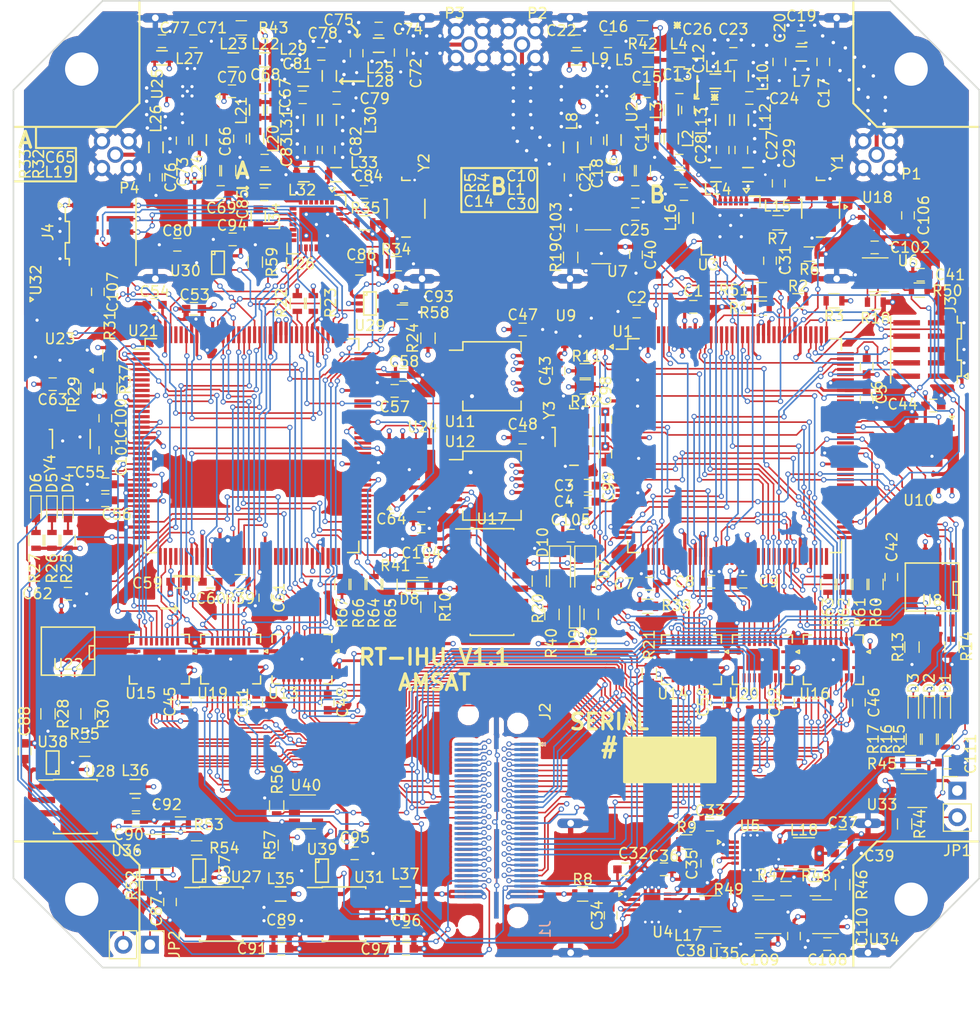
<source format=kicad_pcb>
(kicad_pcb (version 20170123) (host pcbnew no-vcs-found)
  (layers (0 F.Cu signal) (1 In1.Cu signal) (2 In2.Cu signal) (31 B.Cu signal hide) (34 B.Paste user) (35 F.Paste user) (36 B.SilkS user) (37 F.SilkS user) (38 B.Mask user) (39 F.Mask user) (44 Edge.Cuts user))
  (net 0 "")
  (net 1 GND)
  (net 2 "Net-(C10-Pad2)")
  (net 3 PRI_AX5043_ANTP1)
  (net 4 "Net-(C11-Pad2)")
  (net 5 "Net-(C12-Pad2)")
  (net 6 PRI_SSPA_VCC)
  (net 7 "Net-(C16-Pad1)")
  (net 8 "Net-(C17-Pad1)")
  (net 9 "Net-(C19-Pad1)")
  (net 10 "Net-(C21-Pad1)")
  (net 11 "Net-(C22-Pad1)")
  (net 12 "Net-(C23-Pad1)")
  (net 13 "Net-(C24-Pad1)")
  (net 14 "Net-(C27-Pad2)")
  (net 15 "Net-(C27-Pad1)")
  (net 16 "Net-(C28-Pad2)")
  (net 17 "Net-(C28-Pad1)")
  (net 18 "Net-(C29-Pad1)")
  (net 19 "Net-(C30-Pad1)")
  (net 20 PRI_AX5043_3V3)
  (net 21 "Net-(C32-Pad1)")
  (net 22 "Net-(C33-Pad1)")
  (net 23 "Net-(C34-Pad1)")
  (net 24 "Net-(C35-Pad1)")
  (net 25 ARB_BATT)
  (net 26 SEC_AX5043_ANTP1)
  (net 27 "Net-(C65-Pad2)")
  (net 28 "Net-(C66-Pad2)")
  (net 29 "Net-(C67-Pad2)")
  (net 30 SEC_SSPA_VCC)
  (net 31 "Net-(C71-Pad1)")
  (net 32 "Net-(C72-Pad1)")
  (net 33 "Net-(C74-Pad1)")
  (net 34 "Net-(C76-Pad1)")
  (net 35 "Net-(C77-Pad1)")
  (net 36 "Net-(C78-Pad1)")
  (net 37 "Net-(C79-Pad1)")
  (net 38 "Net-(C82-Pad1)")
  (net 39 "Net-(C82-Pad2)")
  (net 40 "Net-(C83-Pad2)")
  (net 41 "Net-(C83-Pad1)")
  (net 42 "Net-(C84-Pad1)")
  (net 43 "Net-(C85-Pad1)")
  (net 44 SEC_AX5043_3V3)
  (net 45 "Net-(C89-Pad1)")
  (net 46 "Net-(C90-Pad1)")
  (net 47 "Net-(D1-Pad1)")
  (net 48 "Net-(D1-Pad2)")
  (net 49 "Net-(D2-Pad2)")
  (net 50 "Net-(D2-Pad1)")
  (net 51 "Net-(D3-Pad1)")
  (net 52 "Net-(D3-Pad2)")
  (net 53 "Net-(D4-Pad2)")
  (net 54 "Net-(D4-Pad1)")
  (net 55 "Net-(D5-Pad1)")
  (net 56 "Net-(D5-Pad2)")
  (net 57 "Net-(D6-Pad2)")
  (net 58 "Net-(D6-Pad1)")
  (net 59 "Net-(J3-Pad8)")
  (net 60 "Net-(J3-Pad7)")
  (net 61 "Net-(J3-Pad6)")
  (net 62 "Net-(J3-Pad4)")
  (net 63 "Net-(J3-Pad2)")
  (net 64 "Net-(J4-Pad2)")
  (net 65 "Net-(J4-Pad4)")
  (net 66 "Net-(J4-Pad6)")
  (net 67 "Net-(J4-Pad7)")
  (net 68 "Net-(J4-Pad8)")
  (net 69 "Net-(L5-Pad2)")
  (net 70 "Net-(L6-Pad1)")
  (net 71 "Net-(L8-Pad1)")
  (net 72 "Net-(L16-Pad2)")
  (net 73 "Net-(L16-Pad1)")
  (net 74 "Net-(L17-Pad1)")
  (net 75 "Net-(L18-Pad1)")
  (net 76 "Net-(L23-Pad2)")
  (net 77 "Net-(L24-Pad1)")
  (net 78 "Net-(L26-Pad1)")
  (net 79 "Net-(L34-Pad1)")
  (net 80 "Net-(L34-Pad2)")
  (net 81 PRI_FAULT_N)
  (net 82 "Net-(R3-Pad2)")
  (net 83 "Net-(R4-Pad1)")
  (net 84 "Net-(R5-Pad2)")
  (net 85 "Net-(R6-Pad1)")
  (net 86 "Net-(R7-Pad1)")
  (net 87 PRI_I2C_SDA)
  (net 88 PRI_I2C_SCL)
  (net 89 "Net-(R13-Pad1)")
  (net 90 "Net-(R14-Pad1)")
  (net 91 PRI_UART_RX2)
  (net 92 SEC_UART_RX2)
  (net 93 SEC_FAULT_N)
  (net 94 "Net-(R24-Pad2)")
  (net 95 "Net-(R28-Pad1)")
  (net 96 SEC_I2C_SDA)
  (net 97 "Net-(R30-Pad1)")
  (net 98 SEC_I2C_SCL)
  (net 99 "Net-(R32-Pad1)")
  (net 100 "Net-(R33-Pad2)")
  (net 101 "Net-(R34-Pad1)")
  (net 102 "Net-(R35-Pad1)")
  (net 103 PRI_PWR_SW_SSPA)
  (net 104 PRI_PWR_SW_AX5043)
  (net 105 "Net-(U1-Pad7)")
  (net 106 "Net-(U1-Pad8)")
  (net 107 PRI_EXP_EN_1)
  (net 108 "Net-(U1-Pad12)")
  (net 109 "Net-(U1-Pad13)")
  (net 110 PRI_AX5043_SEL)
  (net 111 PRI_UART_RX1)
  (net 112 PRI_UART_TX1)
  (net 113 "Net-(U1-Pad40)")
  (net 114 PRI_AX5043_MISO)
  (net 115 PRI_AX5043_MOSI)
  (net 116 PRI_AX5043_CLK)
  (net 117 "Net-(U1-Pad54)")
  (net 118 "Net-(U1-Pad58)")
  (net 119 "Net-(U1-Pad59)")
  (net 120 "Net-(U1-Pad61)")
  (net 121 "Net-(U1-Pad62)")
  (net 122 "Net-(U1-Pad63)")
  (net 123 "Net-(U1-Pad70)")
  (net 124 "Net-(U1-Pad72)")
  (net 125 "Net-(U1-Pad75)")
  (net 126 "Net-(U1-Pad77)")
  (net 127 "Net-(U1-Pad78)")
  (net 128 "Net-(U1-Pad79)")
  (net 129 "Net-(U1-Pad80)")
  (net 130 "Net-(U1-Pad82)")
  (net 131 "Net-(U1-Pad83)")
  (net 132 "Net-(U1-Pad85)")
  (net 133 "Net-(U1-Pad86)")
  (net 134 PRI_DCAN1TX)
  (net 135 PRI_DCAN1RX)
  (net 136 "Net-(U1-Pad91)")
  (net 137 "Net-(U1-Pad92)")
  (net 138 PRI_MRAM_MOSI)
  (net 139 PRI_MRAM_MISO)
  (net 140 PRI_MRAM_CLK)
  (net 141 "Net-(U1-Pad96)")
  (net 142 "Net-(U1-Pad97)")
  (net 143 PRI_MRAM_NCS)
  (net 144 "Net-(U1-Pad119)")
  (net 145 PRI_PWR_FLAG_SSPA)
  (net 146 PRI_PWR_FLAG_AX5043)
  (net 147 PRI_AX5043_IRQ)
  (net 148 "Net-(U3-Pad12)")
  (net 149 "Net-(U3-Pad8)")
  (net 150 "Net-(U3-Pad11)")
  (net 151 "Net-(U3-Pad22)")
  (net 152 "Net-(U3-Pad24)")
  (net 153 "Net-(U3-Pad28)")
  (net 154 "Net-(U3-Pad27)")
  (net 155 "Net-(U3-Pad18)")
  (net 156 "Net-(U3-Pad21)")
  (net 157 PRI_CANH)
  (net 158 PRI_CANL)
  (net 159 "Net-(U9-Pad3)")
  (net 160 SEC_UART_TX2)
  (net 161 PRI_UART_TX2)
  (net 162 SEC_AX5043_IRQ)
  (net 163 SEC_PWR_FLAG_AX5043)
  (net 164 SEC_PWR_FLAG_SSPA)
  (net 165 "Net-(U21-Pad119)")
  (net 166 SEC_MRAM_NCS)
  (net 167 "Net-(U21-Pad97)")
  (net 168 "Net-(U21-Pad96)")
  (net 169 SEC_MRAM_CLK)
  (net 170 SEC_MRAM_MISO)
  (net 171 SEC_MRAM_MOSI)
  (net 172 "Net-(U21-Pad92)")
  (net 173 "Net-(U21-Pad91)")
  (net 174 SEC_DCAN1RX)
  (net 175 SEC_DCAN1TX)
  (net 176 "Net-(U21-Pad86)")
  (net 177 "Net-(U21-Pad85)")
  (net 178 "Net-(U21-Pad83)")
  (net 179 "Net-(U21-Pad82)")
  (net 180 "Net-(U21-Pad80)")
  (net 181 "Net-(U21-Pad79)")
  (net 182 "Net-(U21-Pad78)")
  (net 183 "Net-(U21-Pad77)")
  (net 184 "Net-(U21-Pad75)")
  (net 185 "Net-(U21-Pad72)")
  (net 186 "Net-(U21-Pad70)")
  (net 187 "Net-(U21-Pad63)")
  (net 188 "Net-(U21-Pad62)")
  (net 189 "Net-(U21-Pad61)")
  (net 190 "Net-(U21-Pad59)")
  (net 191 "Net-(U21-Pad58)")
  (net 192 "Net-(U21-Pad54)")
  (net 193 SEC_AX5043_CLK)
  (net 194 SEC_AX5043_MOSI)
  (net 195 SEC_AX5043_MISO)
  (net 196 "Net-(U21-Pad40)")
  (net 197 SEC_UART_TX1)
  (net 198 SEC_UART_RX1)
  (net 199 SEC_AX5043_SEL)
  (net 200 "Net-(U21-Pad13)")
  (net 201 "Net-(U21-Pad12)")
  (net 202 SEC_EXP_EN_1)
  (net 203 "Net-(U21-Pad8)")
  (net 204 "Net-(U21-Pad7)")
  (net 205 SEC_PWR_SW_AX5043)
  (net 206 SEC_PWR_SW_SSPA)
  (net 207 SEC_CANL)
  (net 208 SEC_CANH)
  (net 209 "Net-(U23-Pad3)")
  (net 210 "Net-(U26-Pad21)")
  (net 211 "Net-(U26-Pad18)")
  (net 212 "Net-(U26-Pad27)")
  (net 213 "Net-(U26-Pad28)")
  (net 214 "Net-(U26-Pad24)")
  (net 215 "Net-(U26-Pad22)")
  (net 216 "Net-(U26-Pad11)")
  (net 217 "Net-(U26-Pad8)")
  (net 218 "Net-(U26-Pad12)")
  (net 219 "Net-(U11-Pad3)")
  (net 220 "Net-(U11-Pad6)")
  (net 221 "Net-(U11-Pad8)")
  (net 222 "Net-(U11-Pad11)")
  (net 223 "Net-(U12-Pad9)")
  (net 224 "Net-(U12-Pad8)")
  (net 225 SEC_EN_N)
  (net 226 PRI_EN_N)
  (net 227 "Net-(U13-Pad1)")
  (net 228 I2C_SDA1)
  (net 229 I2C_SCL1)
  (net 230 CANL)
  (net 231 CANH)
  (net 232 "Net-(U14-Pad1)")
  (net 233 "Net-(U15-Pad1)")
  (net 234 UART_RX1)
  (net 235 UART_TX1)
  (net 236 EXP_EN_1)
  (net 237 "Net-(U16-Pad1)")
  (net 238 "Net-(U19-Pad1)")
  (net 239 "Net-(U20-Pad1)")
  (net 240 ATTACHED)
  (net 241 BUS_47)
  (net 242 BUS_45)
  (net 243 I2C_SDA2)
  (net 244 I2C_SCL2)
  (net 245 BUS_35)
  (net 246 BUS_33)
  (net 247 ALERT_SIGNAL)
  (net 248 BUS_29)
  (net 249 BUS_14)
  (net 250 FCODE_D0)
  (net 251 FCODE_D1)
  (net 252 FCODE_D2)
  (net 253 FCODE_D3)
  (net 254 FCODE_STROBE)
  (net 255 BUS_52)
  (net 256 CMD_MODE)
  (net 257 "Net-(U27-Pad4)")
  (net 258 "Net-(U28-Pad4)")
  (net 259 +3V3_SEC)
  (net 260 +1V2_SEC)
  (net 261 "Net-(J3-Pad10)")
  (net 262 "Net-(J4-Pad10)")
  (net 263 "Net-(R37-Pad1)")
  (net 264 "Net-(R38-Pad2)")
  (net 265 "Net-(R39-Pad2)")
  (net 266 PRI_IN_COMMAND_N)
  (net 267 "Net-(U3-Pad20)")
  (net 268 SEC_IN_COMMAND_N)
  (net 269 "Net-(U26-Pad20)")
  (net 270 "Net-(D8-Pad2)")
  (net 271 "Net-(D9-Pad2)")
  (net 272 "Net-(R40-Pad1)")
  (net 273 "Net-(R41-Pad1)")
  (net 274 "Net-(C96-Pad1)")
  (net 275 "Net-(U31-Pad4)")
  (net 276 PRI_SSPA_PDET)
  (net 277 SEC_SSPA_PDET)
  (net 278 PRI_OSCIN)
  (net 279 PRI_KGND)
  (net 280 PRI_OSCOUT)
  (net 281 SEC_OSCOUT)
  (net 282 SEC_KGND)
  (net 283 SEC_OSCIN)
  (net 284 "Net-(D7-Pad1)")
  (net 285 SEC_CAN2_RX)
  (net 286 SEC_CAN2_TX)
  (net 287 "Net-(R18-Pad1)")
  (net 288 "Net-(R19-Pad1)")
  (net 289 PRI_CAN2_TX)
  (net 290 PRI_CAN2_RX)
  (net 291 "Net-(U17-Pad4)")
  (net 292 "Net-(U17-Pad6)")
  (net 293 "Net-(U17-Pad11)")
  (net 294 "Net-(U17-Pad13)")
  (net 295 +3V3_PRI)
  (net 296 +1V2_PRI)
  (net 297 VSYS)
  (net 298 PRI_REG_3V3)
  (net 299 PRI_REG_1V2)
  (net 300 SEC_REG_3V3)
  (net 301 SEC_REG_1V2)
  (net 302 ARB_REG_3V3)
  (net 303 "Net-(C106-Pad1)")
  (net 304 "Net-(C107-Pad1)")
  (net 305 SEC_CON_RX)
  (net 306 SEC_CON_TX)
  (net 307 BUS_50)
  (net 308 BUS_48)
  (net 309 BUS_46)
  (net 310 BUS_44)
  (net 311 BUS_42)
  (net 312 BUS_40)
  (net 313 I2C_RESET_1)
  (net 314 I2C_RESET_2)
  (net 315 BUS_34)
  (net 316 BUS_32)
  (net 317 PB_ENABLE)
  (net 318 BUS_28)
  (net 319 BUS_12)
  (net 320 BUS_10)
  (net 321 BUS_8)
  (net 322 BUS_6)
  (net 323 BUS_4)
  (net 324 BUS_2)
  (net 325 LIHU_L1)
  (net 326 BUS_3)
  (net 327 BUS_5)
  (net 328 BUS_7)
  (net 329 UART_TX2)
  (net 330 UART_RX2)
  (net 331 RTIHU_R0)
  (net 332 LIHU_L0)
  (net 333 RTIHU_R1)
  (net 334 PRI_CON_TX)
  (net 335 PRI_CON_RX)
  (net 336 "Net-(JP1-Pad2)")
  (net 337 "Net-(JP2-Pad2)")
  (net 338 PRI_WDO_N)
  (net 339 "Net-(R46-Pad1)")
  (net 340 "Net-(R47-Pad1)")
  (net 341 "Net-(R48-Pad1)")
  (net 342 "Net-(R49-Pad1)")
  (net 343 SEC_WDO_N)
  (net 344 "Net-(R54-Pad1)")
  (net 345 "Net-(R55-Pad1)")
  (net 346 HW_POWER_OFF_N)
  (net 347 PRI_VER_BIT3)
  (net 348 PRI_VER_BIT2)
  (net 349 PRI_VER_BIT1)
  (net 350 PRI_VER_BIT0)
  (net 351 SEC_VER_BIT3)
  (net 352 SEC_VER_BIT2)
  (net 353 SEC_VER_BIT1)
  (net 354 SEC_VER_BIT0)
  (net 355 PRI_LIHU_L1)
  (net 356 PRI_FCODE_STROBE)
  (net 357 "Net-(U1-Pad5)")
  (net 358 PRI_RTIHU_R0)
  (net 359 PRI_LIHU_L0)
  (net 360 PRI_RTIHU_R1)
  (net 361 "Net-(U1-Pad32)")
  (net 362 PRI_ALERT_SIGNAL)
  (net 363 PRI_FCODE_D0)
  (net 364 "Net-(U1-Pad60)")
  (net 365 "Net-(U1-Pad71)")
  (net 366 "Net-(U1-Pad73)")
  (net 367 "Net-(U1-Pad74)")
  (net 368 "Net-(U1-Pad98)")
  (net 369 "Net-(U1-Pad99)")
  (net 370 "Net-(U1-Pad100)")
  (net 371 PRI_ATTACHED)
  (net 372 PRI_PB_ENABLE)
  (net 373 PRI_ONEWIRE)
  (net 374 PRI_CMD_MODE)
  (net 375 PRI_FEED_WATCHDOG)
  (net 376 PRI_FCODE_D3)
  (net 377 PRI_I2C_SCL2)
  (net 378 PRI_I2C_SDA2)
  (net 379 "Net-(U3-Pad13)")
  (net 380 SEC_I2C_SDA2)
  (net 381 SEC_I2C_SCL2)
  (net 382 SEC_ATTACHED)
  (net 383 SEC_ALERT_SIGNAL)
  (net 384 SEC_RTIHU_R0)
  (net 385 SEC_LIHU_L0)
  (net 386 SEC_RTIHU_R1)
  (net 387 SEC_LIHU_L1)
  (net 388 SEC_CMD_MODE)
  (net 389 "Net-(U18-Pad4)")
  (net 390 "Net-(U18-Pad1)")
  (net 391 "Net-(U18-Pad5)")
  (net 392 SEC_FCODE_D3)
  (net 393 SEC_FCODE_D0)
  (net 394 SEC_FCODE_STROBE)
  (net 395 SEC_PB_ENABLE)
  (net 396 SEC_FEED_WATCHDOG)
  (net 397 SEC_ONEWIRE)
  (net 398 "Net-(U21-Pad100)")
  (net 399 "Net-(U21-Pad99)")
  (net 400 "Net-(U21-Pad98)")
  (net 401 "Net-(U21-Pad74)")
  (net 402 "Net-(U21-Pad73)")
  (net 403 "Net-(U21-Pad71)")
  (net 404 "Net-(U21-Pad60)")
  (net 405 "Net-(U21-Pad32)")
  (net 406 "Net-(U21-Pad5)")
  (net 407 "Net-(U26-Pad13)")
  (net 408 "Net-(U32-Pad5)")
  (net 409 "Net-(U32-Pad1)")
  (net 410 "Net-(U32-Pad4)")
  (net 411 "Net-(U34-Pad6)")
  (net 412 "Net-(U35-Pad6)")
  (net 413 "Net-(U37-Pad3)")
  (net 414 "Net-(U38-Pad3)")
  (net 415 "Net-(U39-Pad3)")
  (net 416 "Net-(U40-Pad1)")
  (net 417 10GHZ_EN)
  (net 418 PRI_10GHZ_EN)
  (net 419 "Net-(U1-Pad140)")
  (net 420 "Net-(U1-Pad141)")
  (net 421 SEC_10GHZ_EN)
  (net 422 "Net-(U21-Pad141)")
  (net 423 "Net-(U21-Pad140)")
  (module amsat_murata:L_0603 (layer F.Cu) (at 177.673 74.549 180)
    (fp_text reference L32 (at 0.1905 -1.4605) (layer F.SilkS))
    (fp_text value 100n)
    (pad 1 smd rect (at -0.7 0 180) (size 0.7 0.9) (layers F.Cu F.Paste F.Mask) (net 41 "Net-(C83-Pad1)"))
    (pad 2 smd rect (at 0.7 0 180) (size 0.7 0.9) (layers F.Cu F.Paste F.Mask) (net 1 GND))
  )
  (module amsat_maxim:MAX-SOIC-8 (layer F.Cu) (at 237.49 113.792 180)
    (fp_text reference U8 (at 0 -1.27 180) (layer F.SilkS))
    (fp_text value MAX3051)
    (pad 1 smd rect (at -1.905 3.175 180) (size 0.508 1.143) (layers F.Cu F.Paste F.Mask) (net 134 PRI_DCAN1TX))
    (pad 2 smd rect (at -0.635 3.175 180) (size 0.508 1.143) (layers F.Cu F.Paste F.Mask) (net 1 GND))
    (pad 3 smd rect (at 0.635 3.175 180) (size 0.508 1.143) (layers F.Cu F.Paste F.Mask) (net 295 +3V3_PRI))
    (pad 4 smd rect (at 1.905 3.175 180) (size 0.508 1.143) (layers F.Cu F.Paste F.Mask) (net 135 PRI_DCAN1RX))
    (pad 5 smd rect (at 1.905 -3.175 180) (size 0.508 1.143) (layers F.Cu F.Paste F.Mask) (net 89 "Net-(R13-Pad1)"))
    (pad 6 smd rect (at 0.635 -3.175 180) (size 0.508 1.143) (layers F.Cu F.Paste F.Mask) (net 158 PRI_CANL))
    (pad 7 smd rect (at -0.635 -3.175 180) (size 0.508 1.143) (layers F.Cu F.Paste F.Mask) (net 157 PRI_CANH))
    (pad 8 smd rect (at -1.905 -3.175 180) (size 0.508 1.143) (layers F.Cu F.Paste F.Mask) (net 90 "Net-(R14-Pad1)"))
  )
  (module amsat_maxim:MAX-SOIC-8 (layer F.Cu) (at 155.194 119.888 180)
    (fp_text reference U22 (at 0 -1.27 180) (layer F.SilkS))
    (fp_text value MAX3051)
    (pad 1 smd rect (at -1.905 3.175 180) (size 0.508 1.143) (layers F.Cu F.Paste F.Mask) (net 175 SEC_DCAN1TX))
    (pad 2 smd rect (at -0.635 3.175 180) (size 0.508 1.143) (layers F.Cu F.Paste F.Mask) (net 1 GND))
    (pad 3 smd rect (at 0.635 3.175 180) (size 0.508 1.143) (layers F.Cu F.Paste F.Mask) (net 259 +3V3_SEC))
    (pad 4 smd rect (at 1.905 3.175 180) (size 0.508 1.143) (layers F.Cu F.Paste F.Mask) (net 174 SEC_DCAN1RX))
    (pad 5 smd rect (at 1.905 -3.175 180) (size 0.508 1.143) (layers F.Cu F.Paste F.Mask) (net 95 "Net-(R28-Pad1)"))
    (pad 6 smd rect (at 0.635 -3.175 180) (size 0.508 1.143) (layers F.Cu F.Paste F.Mask) (net 207 SEC_CANL))
    (pad 7 smd rect (at -0.635 -3.175 180) (size 0.508 1.143) (layers F.Cu F.Paste F.Mask) (net 208 SEC_CANH))
    (pad 8 smd rect (at -1.905 -3.175 180) (size 0.508 1.143) (layers F.Cu F.Paste F.Mask) (net 97 "Net-(R30-Pad1)"))
  )
  (module amsat_everspin:MR2xH40_DFN_SmallFlag (layer F.Cu) (at 187.706 102.616)
    (fp_text reference U24 (at 1.27 -4.064) (layer F.SilkS))
    (fp_text value MR25H40 hide)
    (pad 0 smd rect (at 0 0) (size 2 2) (layers F.Cu F.Paste F.Mask) (net 1 GND))
    (pad 4 smd rect (at 1.905 2.7) (size 0.5 0.6) (layers F.Cu F.Paste F.Mask) (net 1 GND))
    (pad 3 smd rect (at 0.635 2.7) (size 0.5 0.6) (layers F.Cu F.Paste F.Mask) (net 259 +3V3_SEC))
    (pad 2 smd rect (at -0.635 2.7) (size 0.5 0.6) (layers F.Cu F.Paste F.Mask) (net 170 SEC_MRAM_MISO))
    (pad 1 smd rect (at -1.905 2.7) (size 0.5 0.6) (layers F.Cu F.Paste F.Mask) (net 166 SEC_MRAM_NCS))
    (pad 8 smd rect (at -1.905 -2.7) (size 0.5 0.6) (layers F.Cu F.Paste F.Mask) (net 259 +3V3_SEC))
    (pad 7 smd rect (at -0.635 -2.7) (size 0.5 0.6) (layers F.Cu F.Paste F.Mask) (net 259 +3V3_SEC))
    (pad 6 smd rect (at 0.635 -2.7) (size 0.5 0.6) (layers F.Cu F.Paste F.Mask) (net 169 SEC_MRAM_CLK))
    (pad 5 smd rect (at 1.905 -2.7) (size 0.5 0.6) (layers F.Cu F.Paste F.Mask) (net 171 SEC_MRAM_MOSI))
  )
  (module amsat_everspin:MR2xH40_DFN_SmallFlag (layer F.Cu) (at 237.49 101.346 180)
    (fp_text reference U10 (at 1.27 -4.191 180) (layer F.SilkS))
    (fp_text value MR25H40 hide)
    (pad 0 smd rect (at 0 0 180) (size 2 2) (layers F.Cu F.Paste F.Mask) (net 1 GND))
    (pad 4 smd rect (at 1.905 2.7 180) (size 0.5 0.6) (layers F.Cu F.Paste F.Mask) (net 1 GND))
    (pad 3 smd rect (at 0.635 2.7 180) (size 0.5 0.6) (layers F.Cu F.Paste F.Mask) (net 295 +3V3_PRI))
    (pad 2 smd rect (at -0.635 2.7 180) (size 0.5 0.6) (layers F.Cu F.Paste F.Mask) (net 139 PRI_MRAM_MISO))
    (pad 1 smd rect (at -1.905 2.7 180) (size 0.5 0.6) (layers F.Cu F.Paste F.Mask) (net 143 PRI_MRAM_NCS))
    (pad 8 smd rect (at -1.905 -2.7 180) (size 0.5 0.6) (layers F.Cu F.Paste F.Mask) (net 295 +3V3_PRI))
    (pad 7 smd rect (at -0.635 -2.7 180) (size 0.5 0.6) (layers F.Cu F.Paste F.Mask) (net 295 +3V3_PRI))
    (pad 6 smd rect (at 0.635 -2.7 180) (size 0.5 0.6) (layers F.Cu F.Paste F.Mask) (net 140 PRI_MRAM_CLK))
    (pad 5 smd rect (at 1.905 -2.7 180) (size 0.5 0.6) (layers F.Cu F.Paste F.Mask) (net 138 PRI_MRAM_MOSI))
  )
  (module amsat_maxim:TDFN_T633_2 (layer F.Cu) (at 232.283 78.613)
    (fp_text reference U18 (at 0 -1.905) (layer F.SilkS))
    (fp_text value DS28E83 hide)
    (pad 4 smd rect (at 1.5 0.95) (size 0.71 0.46) (layers F.Cu F.Paste F.Mask) (net 389 "Net-(U18-Pad4)"))
    (pad 3 smd rect (at -1.5 0.95) (size 0.71 0.46) (layers F.Cu F.Paste F.Mask) (net 1 GND))
    (pad 2 smd rect (at -1.5 0) (size 0.71 0.46) (layers F.Cu F.Paste F.Mask) (net 373 PRI_ONEWIRE))
    (pad 1 smd rect (at -1.5 -0.95) (size 0.71 0.46) (layers F.Cu F.Paste F.Mask) (net 390 "Net-(U18-Pad1)"))
    (pad 0 smd rect (at 0 0) (size 1.6 2.39) (layers F.Cu F.Paste F.Mask) (net 1 GND))
    (pad 5 smd rect (at 1.5 0) (size 0.71 0.46) (layers F.Cu F.Paste F.Mask) (net 391 "Net-(U18-Pad5)"))
    (pad 6 smd rect (at 1.5 -0.95) (size 0.71 0.46) (layers F.Cu F.Paste F.Mask) (net 303 "Net-(C106-Pad1)"))
  )
  (module amsat_maxim:TDFN_T633_2 (layer F.Cu) (at 154.7368 87.4268)
    (fp_text reference U32 (at -2.5908 -2.8448 90) (layer F.SilkS))
    (fp_text value DS28E83 hide)
    (pad 4 smd rect (at 1.5 0.95) (size 0.71 0.46) (layers F.Cu F.Paste F.Mask) (net 410 "Net-(U32-Pad4)"))
    (pad 3 smd rect (at -1.5 0.95) (size 0.71 0.46) (layers F.Cu F.Paste F.Mask) (net 1 GND))
    (pad 2 smd rect (at -1.5 0) (size 0.71 0.46) (layers F.Cu F.Paste F.Mask) (net 397 SEC_ONEWIRE))
    (pad 1 smd rect (at -1.5 -0.95) (size 0.71 0.46) (layers F.Cu F.Paste F.Mask) (net 409 "Net-(U32-Pad1)"))
    (pad 0 smd rect (at 0 0) (size 1.6 2.39) (layers F.Cu F.Paste F.Mask) (net 1 GND))
    (pad 5 smd rect (at 1.5 0) (size 0.71 0.46) (layers F.Cu F.Paste F.Mask) (net 408 "Net-(U32-Pad5)"))
    (pad 6 smd rect (at 1.5 -0.95) (size 0.71 0.46) (layers F.Cu F.Paste F.Mask) (net 304 "Net-(C107-Pad1)"))
  )
  (module amsat_misc:CUBESAT_MOUNT_HOLE (layer F.Cu) (at 235.5 64.5)
    (fp_text reference H1 hide)
    (fp_text value CUBESAT_MOUNT_HOLE hide)
    (pad 1 thru_hole circle (at 0 0) (size 6.35 6.35) (drill 3.175) (layers *.Cu *.Mask) (net 1 GND))
  )
  (module amsat_misc:CUBESAT_MOUNT_HOLE (layer F.Cu) (at 156.5 64.5)
    (fp_text reference H2 hide)
    (fp_text value CUBESAT_MOUNT_HOLE hide)
    (pad 1 thru_hole circle (at 0 0) (size 6.35 6.35) (drill 3.175) (layers *.Cu *.Mask) (net 1 GND))
  )
  (module amsat_misc:CUBESAT_MOUNT_HOLE (layer F.Cu) (at 156.5 143.5)
    (fp_text reference H3 hide)
    (fp_text value CUBESAT_MOUNT_HOLE hide)
    (pad 1 thru_hole circle (at 0 0) (size 6.35 6.35) (drill 3.175) (layers *.Cu *.Mask) (net 1 GND))
  )
  (module amsat_misc:CUBESAT_MOUNT_HOLE (layer F.Cu) (at 235.5 143.5)
    (fp_text reference H4 hide)
    (fp_text value CUBESAT_MOUNT_HOLE hide)
    (pad 1 thru_hole circle (at 0 0) (size 6.35 6.35) (drill 3.175) (layers *.Cu *.Mask) (net 1 GND))
  )
  (module amsat_misc:RF_SHIELD_PAD (layer F.Cu) (at 163.5125 59.6265)
    (fp_text reference SH1 hide)
    (fp_text value RF_SHIELD_PAD)
    (pad 1 thru_hole oval (at 0 0) (size 2.54 0.889) (drill 0.635) (layers *.Cu *.Mask) (net 1 GND))
  )
  (module amsat_misc:RF_SHIELD_PAD (layer F.Cu) (at 163.5125 84.455)
    (fp_text reference SH2 hide)
    (fp_text value RF_SHIELD_PAD)
    (pad 1 thru_hole oval (at 0 0) (size 2.54 0.889) (drill 0.635) (layers *.Cu *.Mask) (net 1 GND))
  )
  (module amsat_misc:RF_SHIELD_PAD (layer F.Cu) (at 188.9125 59.6265)
    (fp_text reference SH3 hide)
    (fp_text value RF_SHIELD_PAD)
    (pad 1 thru_hole oval (at 0 0) (size 2.54 0.889) (drill 0.635) (layers *.Cu *.Mask) (net 1 GND))
  )
  (module amsat_misc:RF_SHIELD_PAD (layer F.Cu) (at 188.9125 84.455)
    (fp_text reference SH4 hide)
    (fp_text value RF_SHIELD_PAD)
    (pad 1 thru_hole oval (at 0 0) (size 2.54 0.889) (drill 0.635) (layers *.Cu *.Mask) (net 1 GND))
  )
  (module amsat_misc:RF_SHIELD_PAD (layer F.Cu) (at 203.0095 59.6265)
    (fp_text reference SH5 hide)
    (fp_text value RF_SHIELD_PAD)
    (pad 1 thru_hole oval (at 0 0) (size 2.54 0.889) (drill 0.635) (layers *.Cu *.Mask) (net 1 GND))
  )
  (module amsat_misc:RF_SHIELD_PAD (layer F.Cu) (at 203.0095 84.455)
    (fp_text reference SH6 hide)
    (fp_text value RF_SHIELD_PAD)
    (pad 1 thru_hole oval (at 0 0) (size 2.54 0.889) (drill 0.635) (layers *.Cu *.Mask) (net 1 GND))
  )
  (module amsat_misc:RF_SHIELD_PAD (layer F.Cu) (at 228.4095 59.6265)
    (fp_text reference SH7 hide)
    (fp_text value RF_SHIELD_PAD)
    (pad 1 thru_hole oval (at 0 0) (size 2.54 0.889) (drill 0.635) (layers *.Cu *.Mask) (net 1 GND))
  )
  (module amsat_misc:RF_SHIELD_PAD (layer F.Cu) (at 228.4095 84.455)
    (fp_text reference SH8 hide)
    (fp_text value RF_SHIELD_PAD)
    (pad 1 thru_hole oval (at 0 0) (size 2.54 0.889) (drill 0.635) (layers *.Cu *.Mask) (net 1 GND))
  )
  (module amsat_misc:RF_SHIELD_PAD (layer F.Cu) (at 203.073 136.271)
    (fp_text reference SH9 hide)
    (fp_text value RF_SHIELD_PAD)
    (pad 1 thru_hole oval (at 0 0) (size 2.54 0.889) (drill 0.635) (layers *.Cu *.Mask) (net 1 GND))
  )
  (module amsat_misc:RF_SHIELD_PAD (layer F.Cu) (at 203.073 148.59)
    (fp_text reference SH10 hide)
    (fp_text value RF_SHIELD_PAD)
    (pad 1 thru_hole oval (at 0 0) (size 2.54 0.889) (drill 0.635) (layers *.Cu *.Mask) (net 1 GND))
  )
  (module amsat_misc:RF_SHIELD_PAD (layer F.Cu) (at 231.394 136.271)
    (fp_text reference SH11 hide)
    (fp_text value RF_SHIELD_PAD)
    (pad 1 thru_hole oval (at 0 0) (size 2.54 0.889) (drill 0.635) (layers *.Cu *.Mask) (net 1 GND))
  )
  (module amsat_misc:RF_SHIELD_PAD (layer F.Cu) (at 231.394 148.59 180)
    (fp_text reference SH12 hide)
    (fp_text value RF_SHIELD_PAD)
    (pad 1 thru_hole oval (at 0 0 180) (size 2.54 0.889) (drill 0.635) (layers *.Cu *.Mask) (net 1 GND))
  )
  (module amsat_maxim:TDFN_T833_2 (layer F.Cu) (at 203.962 89.916 180)
    (fp_text reference U9 (at 1.35 1.95 180) (layer F.SilkS))
    (fp_text value MAX31725 hide)
    (pad 8 smd rect (at 1.45 -0.975 180) (size 0.7 0.35) (layers F.Cu F.Paste F.Mask) (net 295 +3V3_PRI))
    (pad 7 smd rect (at 1.45 -0.325 180) (size 0.7 0.35) (layers F.Cu F.Paste F.Mask) (net 1 GND))
    (pad 6 smd rect (at 1.475 0.325 180) (size 0.7 0.35) (layers F.Cu F.Paste F.Mask) (net 1 GND))
    (pad 5 smd rect (at 1.475 0.975 180) (size 0.7 0.35) (layers F.Cu F.Paste F.Mask) (net 1 GND))
    (pad 0 smd rect (at 0 0 180) (size 1.58 2.35) (layers F.Cu F.Paste F.Mask) (net 1 GND))
    (pad 1 smd rect (at -1.475 -0.975 180) (size 0.7 0.35) (layers F.Cu F.Paste F.Mask) (net 87 PRI_I2C_SDA))
    (pad 2 smd rect (at -1.475 -0.325 180) (size 0.7 0.35) (layers F.Cu F.Paste F.Mask) (net 88 PRI_I2C_SCL))
    (pad 3 smd rect (at -1.475 0.325 180) (size 0.7 0.35) (layers F.Cu F.Paste F.Mask) (net 159 "Net-(U9-Pad3)"))
    (pad 4 smd rect (at -1.475 0.975 180) (size 0.7 0.35) (layers F.Cu F.Paste F.Mask) (net 1 GND))
  )
  (module amsat_maxim:TDFN_T833_2 (layer F.Cu) (at 154.432 92.202 180)
    (fp_text reference U23 (at 0 2.032 180) (layer F.SilkS))
    (fp_text value MAX31725 hide)
    (pad 8 smd rect (at 1.45 -0.975 180) (size 0.7 0.35) (layers F.Cu F.Paste F.Mask) (net 259 +3V3_SEC))
    (pad 7 smd rect (at 1.45 -0.325 180) (size 0.7 0.35) (layers F.Cu F.Paste F.Mask) (net 1 GND))
    (pad 6 smd rect (at 1.475 0.325 180) (size 0.7 0.35) (layers F.Cu F.Paste F.Mask) (net 1 GND))
    (pad 5 smd rect (at 1.475 0.975 180) (size 0.7 0.35) (layers F.Cu F.Paste F.Mask) (net 1 GND))
    (pad 0 smd rect (at 0 0 180) (size 1.58 2.35) (layers F.Cu F.Paste F.Mask) (net 1 GND))
    (pad 1 smd rect (at -1.475 -0.975 180) (size 0.7 0.35) (layers F.Cu F.Paste F.Mask) (net 96 SEC_I2C_SDA))
    (pad 2 smd rect (at -1.475 -0.325 180) (size 0.7 0.35) (layers F.Cu F.Paste F.Mask) (net 98 SEC_I2C_SCL))
    (pad 3 smd rect (at -1.475 0.325 180) (size 0.7 0.35) (layers F.Cu F.Paste F.Mask) (net 209 "Net-(U23-Pad3)"))
    (pad 4 smd rect (at -1.475 0.975 180) (size 0.7 0.35) (layers F.Cu F.Paste F.Mask) (net 1 GND))
  )
  (module amsat_maxim:TDFN_T1033_1 (layer F.Cu) (at 210.82 144.018)
    (fp_text reference U4 (at 1.016 2.6035) (layer F.SilkS))
    (fp_text value MAX1556A hide)
    (pad 5 smd rect (at -1.475 1) (size 0.7 0.3) (layers F.Cu F.Paste F.Mask) (net 346 HW_POWER_OFF_N))
    (pad 0 smd rect (at 0 0) (size 1.58 2.35) (layers F.Cu F.Paste F.Mask) (net 1 GND))
    (pad 1 smd rect (at -1.475 -1) (size 0.7 0.3) (layers F.Cu F.Paste F.Mask) (net 21 "Net-(C32-Pad1)"))
    (pad 2 smd rect (at -1.475 -0.5) (size 0.7 0.3) (layers F.Cu F.Paste F.Mask) (net 1 GND))
    (pad 3 smd rect (at -1.475 0) (size 0.7 0.3) (layers F.Cu F.Paste F.Mask) (net 23 "Net-(C34-Pad1)"))
    (pad 4 smd rect (at -1.475 0.5) (size 0.7 0.3) (layers F.Cu F.Paste F.Mask) (net 298 PRI_REG_3V3))
    (pad 7 smd rect (at 1.475 0.5) (size 0.7 0.3) (layers F.Cu F.Paste F.Mask) (net 1 GND))
    (pad 8 smd rect (at 1.475 0) (size 0.7 0.3) (layers F.Cu F.Paste F.Mask) (net 74 "Net-(L17-Pad1)"))
    (pad 9 smd rect (at 1.475 -0.5) (size 0.7 0.3) (layers F.Cu F.Paste F.Mask) (net 297 VSYS))
    (pad 10 smd rect (at 1.475 -1) (size 0.7 0.3) (layers F.Cu F.Paste F.Mask) (net 1 GND))
    (pad 6 smd rect (at 1.475 1) (size 0.7 0.3) (layers F.Cu F.Paste F.Mask) (net 1 GND))
  )
  (module amsat_maxim:TDFN_T1033_1 (layer F.Cu) (at 220.218 139.065)
    (fp_text reference U5 (at -0.0635 -2.54) (layer F.SilkS))
    (fp_text value MAX1556A hide)
    (pad 5 smd rect (at -1.475 1) (size 0.7 0.3) (layers F.Cu F.Paste F.Mask) (net 346 HW_POWER_OFF_N))
    (pad 0 smd rect (at 0 0) (size 1.58 2.35) (layers F.Cu F.Paste F.Mask) (net 1 GND))
    (pad 1 smd rect (at -1.475 -1) (size 0.7 0.3) (layers F.Cu F.Paste F.Mask) (net 22 "Net-(C33-Pad1)"))
    (pad 2 smd rect (at -1.475 -0.5) (size 0.7 0.3) (layers F.Cu F.Paste F.Mask) (net 1 GND))
    (pad 3 smd rect (at -1.475 0) (size 0.7 0.3) (layers F.Cu F.Paste F.Mask) (net 24 "Net-(C35-Pad1)"))
    (pad 4 smd rect (at -1.475 0.5) (size 0.7 0.3) (layers F.Cu F.Paste F.Mask) (net 299 PRI_REG_1V2))
    (pad 7 smd rect (at 1.475 0.5) (size 0.7 0.3) (layers F.Cu F.Paste F.Mask) (net 1 GND))
    (pad 8 smd rect (at 1.475 0) (size 0.7 0.3) (layers F.Cu F.Paste F.Mask) (net 75 "Net-(L18-Pad1)"))
    (pad 9 smd rect (at 1.475 -0.5) (size 0.7 0.3) (layers F.Cu F.Paste F.Mask) (net 297 VSYS))
    (pad 10 smd rect (at 1.475 -1) (size 0.7 0.3) (layers F.Cu F.Paste F.Mask) (net 22 "Net-(C33-Pad1)"))
    (pad 6 smd rect (at 1.475 1) (size 0.7 0.3) (layers F.Cu F.Paste F.Mask) (net 1 GND))
  )
  (module amsat_misc:STITCH (layer F.Cu) (at 216.281 73.152)
    (fp_text reference REF** hide)
    (fp_text value STITCH hide)
    (pad 1 thru_hole circle (at 0 0) (size 0.6858 0.6858) (drill 0.3302) (layers *.Cu) (net 1 GND))
  )
  (module amsat_misc:STITCH (layer F.Cu) (at 216.281 71.882)
    (fp_text reference REF** hide)
    (fp_text value STITCH hide)
    (pad 1 thru_hole circle (at 0 0) (size 0.6858 0.6858) (drill 0.3302) (layers *.Cu) (net 1 GND))
  )
  (module amsat_misc:STITCH (layer F.Cu) (at 216.281 70.612)
    (fp_text reference REF** hide)
    (fp_text value STITCH hide)
    (pad 1 thru_hole circle (at 0 0) (size 0.6858 0.6858) (drill 0.3302) (layers *.Cu) (net 1 GND))
  )
  (module amsat_misc:STITCH (layer F.Cu) (at 216.281 69.342)
    (fp_text reference REF** hide)
    (fp_text value STITCH hide)
    (pad 1 thru_hole circle (at 0 0) (size 0.6858 0.6858) (drill 0.3302) (layers *.Cu) (net 1 GND))
  )
  (module amsat_misc:STITCH (layer F.Cu) (at 221.488 73.279)
    (fp_text reference REF** hide)
    (fp_text value STITCH hide)
    (pad 1 thru_hole circle (at 0 0) (size 0.6858 0.6858) (drill 0.3302) (layers *.Cu) (net 1 GND))
  )
  (module amsat_misc:STITCH (layer F.Cu) (at 220.599 72.39)
    (fp_text reference REF** hide)
    (fp_text value STITCH hide)
    (pad 1 thru_hole circle (at 0 0) (size 0.6858 0.6858) (drill 0.3302) (layers *.Cu) (net 1 GND))
  )
  (module amsat_misc:STITCH (layer F.Cu) (at 220.599 71.12)
    (fp_text reference REF** hide)
    (fp_text value STITCH hide)
    (pad 1 thru_hole circle (at 0 0) (size 0.6858 0.6858) (drill 0.3302) (layers *.Cu) (net 1 GND))
  )
  (module amsat_misc:STITCH (layer F.Cu) (at 220.599 69.85)
    (fp_text reference REF** hide)
    (fp_text value STITCH hide)
    (pad 1 thru_hole circle (at 0 0) (size 0.6858 0.6858) (drill 0.3302) (layers *.Cu) (net 1 GND))
  )
  (module amsat_misc:STITCH (layer F.Cu) (at 220.599 68.58)
    (fp_text reference REF** hide)
    (fp_text value STITCH hide)
    (pad 1 thru_hole circle (at 0 0) (size 0.6858 0.6858) (drill 0.3302) (layers *.Cu) (net 1 GND))
  )
  (module amsat_misc:STITCH (layer F.Cu) (at 221.361 66.04)
    (fp_text reference REF** hide)
    (fp_text value STITCH hide)
    (pad 1 thru_hole circle (at 0 0) (size 0.6858 0.6858) (drill 0.3302) (layers *.Cu) (net 1 GND))
  )
  (module amsat_misc:STITCH (layer F.Cu) (at 220.472 65.151)
    (fp_text reference REF** hide)
    (fp_text value STITCH hide)
    (pad 1 thru_hole circle (at 0 0) (size 0.6858 0.6858) (drill 0.3302) (layers *.Cu) (net 1 GND))
  )
  (module amsat_misc:STITCH (layer F.Cu) (at 216.662 64.262)
    (fp_text reference REF** hide)
    (fp_text value STITCH hide)
    (pad 1 thru_hole circle (at 0 0) (size 0.6858 0.6858) (drill 0.3302) (layers *.Cu) (net 1 GND))
  )
  (module amsat_misc:STITCH (layer F.Cu) (at 216.662 62.992)
    (fp_text reference REF** hide)
    (fp_text value STITCH hide)
    (pad 1 thru_hole circle (at 0 0) (size 0.6858 0.6858) (drill 0.3302) (layers *.Cu) (net 1 GND))
  )
  (module amsat_misc:STITCH (layer F.Cu) (at 216.789 61.722)
    (fp_text reference REF** hide)
    (fp_text value STITCH hide)
    (pad 1 thru_hole circle (at 0 0) (size 0.6858 0.6858) (drill 0.3302) (layers *.Cu) (net 1 GND))
  )
  (module amsat_misc:STITCH (layer F.Cu) (at 218.059 61.722)
    (fp_text reference REF** hide)
    (fp_text value STITCH hide)
    (pad 1 thru_hole circle (at 0 0) (size 0.6858 0.6858) (drill 0.3302) (layers *.Cu) (net 1 GND))
  )
  (module amsat_misc:STITCH (layer F.Cu) (at 219.329 61.722)
    (fp_text reference REF** hide)
    (fp_text value STITCH hide)
    (pad 1 thru_hole circle (at 0 0) (size 0.6858 0.6858) (drill 0.3302) (layers *.Cu) (net 1 GND))
  )
  (module amsat_misc:STITCH (layer F.Cu) (at 224.409 64.516)
    (fp_text reference REF** hide)
    (fp_text value STITCH hide)
    (pad 1 thru_hole circle (at 0 0) (size 0.6858 0.6858) (drill 0.3302) (layers *.Cu) (net 1 GND))
  )
  (module amsat_misc:STITCH (layer F.Cu) (at 225.679 64.516)
    (fp_text reference REF** hide)
    (fp_text value STITCH hide)
    (pad 1 thru_hole circle (at 0 0) (size 0.6858 0.6858) (drill 0.3302) (layers *.Cu) (net 1 GND))
  )
  (module amsat_misc:STITCH (layer F.Cu) (at 223.012 61.341)
    (fp_text reference REF** hide)
    (fp_text value STITCH hide)
    (pad 1 thru_hole circle (at 0 0) (size 0.6858 0.6858) (drill 0.3302) (layers *.Cu) (net 1 GND))
  )
  (module amsat_misc:STITCH (layer F.Cu) (at 223.774 60.325)
    (fp_text reference REF** hide)
    (fp_text value STITCH hide)
    (pad 1 thru_hole circle (at 0 0) (size 0.6858 0.6858) (drill 0.3302) (layers *.Cu) (net 1 GND))
  )
  (module amsat_misc:STITCH (layer F.Cu) (at 225.044 60.325)
    (fp_text reference REF** hide)
    (fp_text value STITCH hide)
    (pad 1 thru_hole circle (at 0 0) (size 0.6858 0.6858) (drill 0.3302) (layers *.Cu) (net 1 GND))
  )
  (module amsat_misc:STITCH (layer F.Cu) (at 226.314 60.325)
    (fp_text reference REF** hide)
    (fp_text value STITCH hide)
    (pad 1 thru_hole circle (at 0 0) (size 0.6858 0.6858) (drill 0.3302) (layers *.Cu) (net 1 GND))
  )
  (module amsat_misc:STITCH (layer F.Cu) (at 227.076 61.341)
    (fp_text reference REF** hide)
    (fp_text value STITCH hide)
    (pad 1 thru_hole circle (at 0 0) (size 0.6858 0.6858) (drill 0.3302) (layers *.Cu) (net 1 GND))
  )
  (module amsat_misc:STITCH (layer F.Cu) (at 228.092 61.976)
    (fp_text reference REF** hide)
    (fp_text value STITCH hide)
    (pad 1 thru_hole circle (at 0 0) (size 0.6858 0.6858) (drill 0.3302) (layers *.Cu) (net 1 GND))
  )
  (module amsat_misc:STITCH (layer F.Cu) (at 162.687 66.294)
    (fp_text reference REF** hide)
    (fp_text value STITCH hide)
    (pad 1 thru_hole circle (at 0 0) (size 0.6858 0.6858) (drill 0.3302) (layers *.Cu) (net 1 GND))
  )
  (module amsat_misc:STITCH (layer F.Cu) (at 162.687 67.564)
    (fp_text reference REF** hide)
    (fp_text value STITCH hide)
    (pad 1 thru_hole circle (at 0 0) (size 0.6858 0.6858) (drill 0.3302) (layers *.Cu) (net 1 GND))
  )
  (module amsat_misc:STITCH (layer F.Cu) (at 162.687 68.834)
    (fp_text reference REF** hide)
    (fp_text value STITCH hide)
    (pad 1 thru_hole circle (at 0 0) (size 0.6858 0.6858) (drill 0.3302) (layers *.Cu) (net 1 GND))
  )
  (module amsat_misc:STITCH (layer F.Cu) (at 164.465 69.0245)
    (fp_text reference REF** hide)
    (fp_text value STITCH hide)
    (pad 1 thru_hole circle (at 0 0) (size 0.6858 0.6858) (drill 0.3302) (layers *.Cu) (net 1 GND))
  )
  (module amsat_misc:STITCH (layer F.Cu) (at 162.7505 70.104)
    (fp_text reference REF** hide)
    (fp_text value STITCH hide)
    (pad 1 thru_hole circle (at 0 0) (size 0.6858 0.6858) (drill 0.3302) (layers *.Cu) (net 1 GND))
  )
  (module amsat_misc:STITCH (layer F.Cu) (at 203.962 69.977)
    (fp_text reference REF** hide)
    (fp_text value STITCH hide)
    (pad 1 thru_hole circle (at 0 0) (size 0.6858 0.6858) (drill 0.3302) (layers *.Cu) (net 1 GND))
  )
  (module amsat_misc:STITCH (layer F.Cu) (at 202.184 66.167)
    (fp_text reference REF** hide)
    (fp_text value STITCH hide)
    (pad 1 thru_hole circle (at 0 0) (size 0.6858 0.6858) (drill 0.3302) (layers *.Cu) (net 1 GND))
  )
  (module amsat_misc:STITCH (layer F.Cu) (at 202.184 67.437)
    (fp_text reference REF** hide)
    (fp_text value STITCH hide)
    (pad 1 thru_hole circle (at 0 0) (size 0.6858 0.6858) (drill 0.3302) (layers *.Cu) (net 1 GND))
  )
  (module amsat_misc:STITCH (layer F.Cu) (at 202.184 68.707)
    (fp_text reference REF** hide)
    (fp_text value STITCH hide)
    (pad 1 thru_hole circle (at 0 0) (size 0.6858 0.6858) (drill 0.3302) (layers *.Cu) (net 1 GND))
  )
  (module amsat_misc:STITCH (layer F.Cu) (at 202.184 69.977)
    (fp_text reference REF** hide)
    (fp_text value STITCH hide)
    (pad 1 thru_hole circle (at 0 0) (size 0.6858 0.6858) (drill 0.3302) (layers *.Cu) (net 1 GND))
  )
  (module amsat_misc:STITCH (layer F.Cu) (at 176.53 64.135)
    (fp_text reference REF** hide)
    (fp_text value STITCH hide)
    (pad 1 thru_hole circle (at 0 0) (size 0.6858 0.6858) (drill 0.3302) (layers *.Cu) (net 1 GND))
  )
  (module amsat_misc:STITCH (layer F.Cu) (at 177.292 63.119)
    (fp_text reference REF** hide)
    (fp_text value STITCH hide)
    (pad 1 thru_hole circle (at 0 0) (size 0.6858 0.6858) (drill 0.3302) (layers *.Cu) (net 1 GND))
  )
  (module amsat_misc:STITCH (layer F.Cu) (at 184.15 63.754)
    (fp_text reference REF** hide)
    (fp_text value STITCH hide)
    (pad 1 thru_hole circle (at 0 0) (size 0.6858 0.6858) (drill 0.3302) (layers *.Cu) (net 1 GND))
  )
  (module amsat_misc:STITCH (layer F.Cu) (at 185.42 63.754)
    (fp_text reference REF** hide)
    (fp_text value STITCH hide)
    (pad 1 thru_hole circle (at 0 0) (size 0.6858 0.6858) (drill 0.3302) (layers *.Cu) (net 1 GND))
  )
  (module amsat_misc:STITCH (layer F.Cu) (at 187.071 60.706)
    (fp_text reference REF** hide)
    (fp_text value STITCH hide)
    (pad 1 thru_hole circle (at 0 0) (size 0.6858 0.6858) (drill 0.3302) (layers *.Cu) (net 1 GND))
  )
  (module amsat_misc:STITCH (layer F.Cu) (at 182.88 60.071)
    (fp_text reference REF** hide)
    (fp_text value STITCH hide)
    (pad 1 thru_hole circle (at 0 0) (size 0.6858 0.6858) (drill 0.3302) (layers *.Cu) (net 1 GND))
  )
  (module amsat_misc:STITCH (layer F.Cu) (at 181.991 60.96)
    (fp_text reference REF** hide)
    (fp_text value STITCH hide)
    (pad 1 thru_hole circle (at 0 0) (size 0.6858 0.6858) (drill 0.3302) (layers *.Cu) (net 1 GND))
  )
  (module amsat_misc:STITCH (layer F.Cu) (at 177.292 61.849)
    (fp_text reference REF** hide)
    (fp_text value STITCH hide)
    (pad 1 thru_hole circle (at 0 0) (size 0.6858 0.6858) (drill 0.3302) (layers *.Cu) (net 1 GND))
  )
  (module amsat_misc:STITCH (layer F.Cu) (at 178.562 61.849)
    (fp_text reference REF** hide)
    (fp_text value STITCH hide)
    (pad 1 thru_hole circle (at 0 0) (size 0.6858 0.6858) (drill 0.3302) (layers *.Cu) (net 1 GND))
  )
  (module amsat_misc:STITCH (layer F.Cu) (at 179.832 61.849)
    (fp_text reference REF** hide)
    (fp_text value STITCH hide)
    (pad 1 thru_hole circle (at 0 0) (size 0.6858 0.6858) (drill 0.3302) (layers *.Cu) (net 1 GND))
  )
  (module amsat_misc:STITCH (layer F.Cu) (at 182.372 65.913)
    (fp_text reference REF** hide)
    (fp_text value STITCH hide)
    (pad 1 thru_hole circle (at 0 0) (size 0.6858 0.6858) (drill 0.3302) (layers *.Cu) (net 1 GND))
  )
  (module amsat_misc:STITCH (layer F.Cu) (at 181.483 65.024)
    (fp_text reference REF** hide)
    (fp_text value STITCH hide)
    (pad 1 thru_hole circle (at 0 0) (size 0.6858 0.6858) (drill 0.3302) (layers *.Cu) (net 1 GND))
  )
  (module amsat_misc:STITCH (layer F.Cu) (at 182.372 68.453)
    (fp_text reference REF** hide)
    (fp_text value STITCH hide)
    (pad 1 thru_hole circle (at 0 0) (size 0.6858 0.6858) (drill 0.3302) (layers *.Cu) (net 1 GND))
  )
  (module amsat_misc:STITCH (layer F.Cu) (at 181.356 69.088)
    (fp_text reference REF** hide)
    (fp_text value STITCH hide)
    (pad 1 thru_hole circle (at 0 0) (size 0.6858 0.6858) (drill 0.3302) (layers *.Cu) (net 1 GND))
  )
  (module amsat_misc:STITCH (layer F.Cu) (at 181.356 70.358)
    (fp_text reference REF** hide)
    (fp_text value STITCH hide)
    (pad 1 thru_hole circle (at 0 0) (size 0.6858 0.6858) (drill 0.3302) (layers *.Cu) (net 1 GND))
  )
  (module amsat_misc:STITCH (layer F.Cu) (at 181.356 71.628)
    (fp_text reference REF** hide)
    (fp_text value STITCH hide)
    (pad 1 thru_hole circle (at 0 0) (size 0.6858 0.6858) (drill 0.3302) (layers *.Cu) (net 1 GND))
  )
  (module amsat_misc:STITCH (layer F.Cu) (at 181.356 72.898)
    (fp_text reference REF** hide)
    (fp_text value STITCH hide)
    (pad 1 thru_hole circle (at 0 0) (size 0.6858 0.6858) (drill 0.3302) (layers *.Cu) (net 1 GND))
  )
  (module amsat_misc:STITCH (layer F.Cu) (at 176.149 68.326)
    (fp_text reference REF** hide)
    (fp_text value STITCH hide)
    (pad 1 thru_hole circle (at 0 0) (size 0.6858 0.6858) (drill 0.3302) (layers *.Cu) (net 1 GND))
  )
  (module amsat_misc:STITCH (layer F.Cu) (at 177.038 69.088)
    (fp_text reference REF** hide)
    (fp_text value STITCH hide)
    (pad 1 thru_hole circle (at 0 0) (size 0.6858 0.6858) (drill 0.3302) (layers *.Cu) (net 1 GND))
  )
  (module amsat_misc:STITCH (layer F.Cu) (at 177.038 70.358)
    (fp_text reference REF** hide)
    (fp_text value STITCH hide)
    (pad 1 thru_hole circle (at 0 0) (size 0.6858 0.6858) (drill 0.3302) (layers *.Cu) (net 1 GND))
  )
  (module amsat_misc:STITCH (layer F.Cu) (at 177.038 71.628)
    (fp_text reference REF** hide)
    (fp_text value STITCH hide)
    (pad 1 thru_hole circle (at 0 0) (size 0.6858 0.6858) (drill 0.3302) (layers *.Cu) (net 1 GND))
  )
  (module amsat_misc:STITCH (layer F.Cu) (at 177.038 72.898)
    (fp_text reference REF** hide)
    (fp_text value STITCH hide)
    (pad 1 thru_hole circle (at 0 0) (size 0.6858 0.6858) (drill 0.3302) (layers *.Cu) (net 1 GND))
  )
  (module amsat_misc:STITCH (layer F.Cu) (at 181.483 63.754)
    (fp_text reference REF** hide)
    (fp_text value STITCH hide)
    (pad 1 thru_hole circle (at 0 0) (size 0.6858 0.6858) (drill 0.3302) (layers *.Cu) (net 1 GND))
  )
  (module amsat_misc:STITCH (layer F.Cu) (at 181.102 61.849)
    (fp_text reference REF** hide)
    (fp_text value STITCH hide)
    (pad 1 thru_hole circle (at 0 0) (size 0.6858 0.6858) (drill 0.3302) (layers *.Cu) (net 1 GND))
  )
  (module amsat_misc:STITCH (layer F.Cu) (at 188.087 62.992)
    (fp_text reference REF** hide)
    (fp_text value STITCH hide)
    (pad 1 thru_hole circle (at 0 0) (size 0.6858 0.6858) (drill 0.3302) (layers *.Cu) (net 1 GND))
  )
  (module amsat_misc:STITCH (layer F.Cu) (at 189.357 62.992)
    (fp_text reference REF** hide)
    (fp_text value STITCH hide)
    (pad 1 thru_hole circle (at 0 0) (size 0.6858 0.6858) (drill 0.3302) (layers *.Cu) (net 1 GND))
  )
  (module amsat_misc:STITCH (layer F.Cu) (at 188.087 61.341)
    (fp_text reference REF** hide)
    (fp_text value STITCH hide)
    (pad 1 thru_hole circle (at 0 0) (size 0.6858 0.6858) (drill 0.3302) (layers *.Cu) (net 1 GND))
  )
  (module amsat_misc:STITCH (layer F.Cu) (at 189.357 61.341)
    (fp_text reference REF** hide)
    (fp_text value STITCH hide)
    (pad 1 thru_hole circle (at 0 0) (size 0.6858 0.6858) (drill 0.3302) (layers *.Cu) (net 1 GND))
  )
  (module amsat_misc:STITCH (layer F.Cu) (at 190.627 61.341)
    (fp_text reference REF** hide)
    (fp_text value STITCH hide)
    (pad 1 thru_hole circle (at 0 0) (size 0.6858 0.6858) (drill 0.3302) (layers *.Cu) (net 1 GND))
  )
  (module amsat_misc:STITCH (layer F.Cu) (at 190.627 62.992)
    (fp_text reference REF** hide)
    (fp_text value STITCH hide)
    (pad 1 thru_hole circle (at 0 0) (size 0.6858 0.6858) (drill 0.3302) (layers *.Cu) (net 1 GND))
  )
  (module amsat_misc:STITCH (layer F.Cu) (at 201.041 73.533)
    (fp_text reference REF** hide)
    (fp_text value STITCH hide)
    (pad 1 thru_hole circle (at 0 0) (size 0.6858 0.6858) (drill 0.3302) (layers *.Cu) (net 1 GND))
  )
  (module amsat_misc:STITCH (layer F.Cu) (at 199.771 73.152)
    (fp_text reference REF** hide)
    (fp_text value STITCH hide)
    (pad 1 thru_hole circle (at 0 0) (size 0.6858 0.6858) (drill 0.3302) (layers *.Cu) (net 1 GND))
  )
  (module amsat_misc:STITCH (layer F.Cu) (at 198.882 72.263)
    (fp_text reference REF** hide)
    (fp_text value STITCH hide)
    (pad 1 thru_hole circle (at 0 0) (size 0.6858 0.6858) (drill 0.3302) (layers *.Cu) (net 1 GND))
  )
  (module amsat_misc:STITCH (layer F.Cu) (at 197.993 71.374)
    (fp_text reference REF** hide)
    (fp_text value STITCH hide)
    (pad 1 thru_hole circle (at 0 0) (size 0.6858 0.6858) (drill 0.3302) (layers *.Cu) (net 1 GND))
  )
  (module amsat_misc:STITCH (layer F.Cu) (at 201.041 71.755)
    (fp_text reference REF** hide)
    (fp_text value STITCH hide)
    (pad 1 thru_hole circle (at 0 0) (size 0.6858 0.6858) (drill 0.3302) (layers *.Cu) (net 1 GND))
  )
  (module amsat_misc:STITCH (layer F.Cu) (at 200.152 70.993)
    (fp_text reference REF** hide)
    (fp_text value STITCH hide)
    (pad 1 thru_hole circle (at 0 0) (size 0.6858 0.6858) (drill 0.3302) (layers *.Cu) (net 1 GND))
  )
  (module amsat_misc:STITCH (layer F.Cu) (at 199.39 70.104)
    (fp_text reference REF** hide)
    (fp_text value STITCH hide)
    (pad 1 thru_hole circle (at 0 0) (size 0.6858 0.6858) (drill 0.3302) (layers *.Cu) (net 1 GND))
  )
  (module amsat_misc:STITCH (layer F.Cu) (at 197.612 70.104)
    (fp_text reference REF** hide)
    (fp_text value STITCH hide)
    (pad 1 thru_hole circle (at 0 0) (size 0.6858 0.6858) (drill 0.3302) (layers *.Cu) (net 1 GND))
  )
  (module amsat_misc:STITCH (layer F.Cu) (at 197.612 68.834)
    (fp_text reference REF** hide)
    (fp_text value STITCH hide)
    (pad 1 thru_hole circle (at 0 0) (size 0.6858 0.6858) (drill 0.3302) (layers *.Cu) (net 1 GND))
  )
  (module amsat_misc:STITCH (layer F.Cu) (at 199.263 68.834)
    (fp_text reference REF** hide)
    (fp_text value STITCH hide)
    (pad 1 thru_hole circle (at 0 0) (size 0.6858 0.6858) (drill 0.3302) (layers *.Cu) (net 1 GND))
  )
  (module amsat_misc:STITCH (layer F.Cu) (at 197.612 67.564)
    (fp_text reference REF** hide)
    (fp_text value STITCH hide)
    (pad 1 thru_hole circle (at 0 0) (size 0.6858 0.6858) (drill 0.3302) (layers *.Cu) (net 1 GND))
  )
  (module amsat_misc:STITCH (layer F.Cu) (at 199.263 67.564)
    (fp_text reference REF** hide)
    (fp_text value STITCH hide)
    (pad 1 thru_hole circle (at 0 0) (size 0.6858 0.6858) (drill 0.3302) (layers *.Cu) (net 1 GND))
  )
  (module amsat_misc:STITCH (layer F.Cu) (at 199.263 66.294)
    (fp_text reference REF** hide)
    (fp_text value STITCH hide)
    (pad 1 thru_hole circle (at 0 0) (size 0.6858 0.6858) (drill 0.3302) (layers *.Cu) (net 1 GND))
  )
  (module amsat_misc:STITCH (layer F.Cu) (at 197.612 66.294)
    (fp_text reference REF** hide)
    (fp_text value STITCH hide)
    (pad 1 thru_hole circle (at 0 0) (size 0.6858 0.6858) (drill 0.3302) (layers *.Cu) (net 1 GND))
  )
  (module amsat_misc:STITCH (layer F.Cu) (at 199.263 65.024)
    (fp_text reference REF** hide)
    (fp_text value STITCH hide)
    (pad 1 thru_hole circle (at 0 0) (size 0.6858 0.6858) (drill 0.3302) (layers *.Cu) (net 1 GND))
  )
  (module amsat_misc:STITCH (layer F.Cu) (at 197.612 65.024)
    (fp_text reference REF** hide)
    (fp_text value STITCH hide)
    (pad 1 thru_hole circle (at 0 0) (size 0.6858 0.6858) (drill 0.3302) (layers *.Cu) (net 1 GND))
  )
  (module amsat_misc:STITCH (layer F.Cu) (at 221.742 63.881)
    (fp_text reference REF** hide)
    (fp_text value STITCH hide)
    (pad 1 thru_hole circle (at 0 0) (size 0.6858 0.6858) (drill 0.3302) (layers *.Cu) (net 1 GND))
  )
  (module amsat_misc:STITCH (layer F.Cu) (at 220.472 63.881)
    (fp_text reference REF** hide)
    (fp_text value STITCH hide)
    (pad 1 thru_hole circle (at 0 0) (size 0.6858 0.6858) (drill 0.3302) (layers *.Cu) (net 1 GND))
  )
  (module amsat_misc:STITCH (layer F.Cu) (at 220.472 62.23)
    (fp_text reference REF** hide)
    (fp_text value STITCH hide)
    (pad 1 thru_hole circle (at 0 0) (size 0.6858 0.6858) (drill 0.3302) (layers *.Cu) (net 1 GND))
  )
  (module amsat_misc:STITCH (layer F.Cu) (at 221.742 62.23)
    (fp_text reference REF** hide)
    (fp_text value STITCH hide)
    (pad 1 thru_hole circle (at 0 0) (size 0.6858 0.6858) (drill 0.3302) (layers *.Cu) (net 1 GND))
  )
  (module amsat_misc:STITCH (layer F.Cu) (at 228.727 64.643)
    (fp_text reference REF** hide)
    (fp_text value STITCH hide)
    (pad 1 thru_hole circle (at 0 0) (size 0.6858 0.6858) (drill 0.3302) (layers *.Cu) (net 1 GND))
  )
  (module amsat_misc:STITCH (layer F.Cu) (at 229.235 62.484)
    (fp_text reference REF** hide)
    (fp_text value STITCH hide)
    (pad 1 thru_hole circle (at 0 0) (size 0.6858 0.6858) (drill 0.3302) (layers *.Cu) (net 1 GND))
  )
  (module amsat_misc:STITCH (layer F.Cu) (at 230.124 63.373)
    (fp_text reference REF** hide)
    (fp_text value STITCH hide)
    (pad 1 thru_hole circle (at 0 0) (size 0.6858 0.6858) (drill 0.3302) (layers *.Cu) (net 1 GND))
  )
  (module amsat_misc:STITCH (layer F.Cu) (at 229.616 65.532)
    (fp_text reference REF** hide)
    (fp_text value STITCH hide)
    (pad 1 thru_hole circle (at 0 0) (size 0.6858 0.6858) (drill 0.3302) (layers *.Cu) (net 1 GND))
  )
  (module amsat_misc:STITCH (layer F.Cu) (at 231.013 64.262)
    (fp_text reference REF** hide)
    (fp_text value STITCH hide)
    (pad 1 thru_hole circle (at 0 0) (size 0.6858 0.6858) (drill 0.3302) (layers *.Cu) (net 1 GND))
  )
  (module amsat_misc:STITCH (layer F.Cu) (at 231.902 65.151)
    (fp_text reference REF** hide)
    (fp_text value STITCH hide)
    (pad 1 thru_hole circle (at 0 0) (size 0.6858 0.6858) (drill 0.3302) (layers *.Cu) (net 1 GND))
  )
  (module amsat_misc:STITCH (layer F.Cu) (at 230.505 66.421)
    (fp_text reference REF** hide)
    (fp_text value STITCH hide)
    (pad 1 thru_hole circle (at 0 0) (size 0.6858 0.6858) (drill 0.3302) (layers *.Cu) (net 1 GND))
  )
  (module amsat_misc:STITCH (layer F.Cu) (at 233.045 67.183)
    (fp_text reference REF** hide)
    (fp_text value STITCH hide)
    (pad 1 thru_hole circle (at 0 0) (size 0.6858 0.6858) (drill 0.3302) (layers *.Cu) (net 1 GND))
  )
  (module amsat_misc:STITCH (layer F.Cu) (at 231.394 67.183)
    (fp_text reference REF** hide)
    (fp_text value STITCH hide)
    (pad 1 thru_hole circle (at 0 0) (size 0.6858 0.6858) (drill 0.3302) (layers *.Cu) (net 1 GND))
  )
  (module amsat_misc:STITCH (layer F.Cu) (at 233.045 68.453)
    (fp_text reference REF** hide)
    (fp_text value STITCH hide)
    (pad 1 thru_hole circle (at 0 0) (size 0.6858 0.6858) (drill 0.3302) (layers *.Cu) (net 1 GND))
  )
  (module amsat_misc:STITCH (layer F.Cu) (at 231.394 68.453)
    (fp_text reference REF** hide)
    (fp_text value STITCH hide)
    (pad 1 thru_hole circle (at 0 0) (size 0.6858 0.6858) (drill 0.3302) (layers *.Cu) (net 1 GND))
  )
  (module amsat_misc:STITCH (layer F.Cu) (at 231.521 69.723)
    (fp_text reference REF** hide)
    (fp_text value STITCH hide)
    (pad 1 thru_hole circle (at 0 0) (size 0.6858 0.6858) (drill 0.3302) (layers *.Cu) (net 1 GND))
  )
  (module amsat_misc:STITCH (layer F.Cu) (at 232.918 69.723)
    (fp_text reference REF** hide)
    (fp_text value STITCH hide)
    (pad 1 thru_hole circle (at 0 0) (size 0.6858 0.6858) (drill 0.3302) (layers *.Cu) (net 1 GND))
  )
  (module amsat_misc:STITCH (layer F.Cu) (at 164.9095 72.39)
    (fp_text reference REF** hide)
    (fp_text value STITCH hide)
    (pad 1 thru_hole circle (at 0 0) (size 0.6858 0.6858) (drill 0.3302) (layers *.Cu) (net 1 GND))
  )
  (module amsat_misc:STITCH (layer F.Cu) (at 164.9095 71.12)
    (fp_text reference REF** hide)
    (fp_text value STITCH hide)
    (pad 1 thru_hole circle (at 0 0) (size 0.6858 0.6858) (drill 0.3302) (layers *.Cu) (net 1 GND))
  )
  (module amsat_misc:STITCH (layer F.Cu) (at 164.465 70.104)
    (fp_text reference REF** hide)
    (fp_text value STITCH hide)
    (pad 1 thru_hole circle (at 0 0) (size 0.6858 0.6858) (drill 0.3302) (layers *.Cu) (net 1 GND))
  )
  (module amsat_onsemi:QFN28 (layer F.Cu) (at 178.8541 79.2861 270)
    (fp_text reference U26 (at 3.7338 1.6002) (layer F.SilkS))
    (fp_text value AX5043 hide)
    (pad 14 smd rect (at 1.5 2.225 270) (size 0.35 0.65) (layers F.Cu F.Paste F.Mask) (net 199 SEC_AX5043_SEL))
    (pad 13 smd rect (at 1 2.225 270) (size 0.35 0.65) (layers F.Cu F.Paste F.Mask) (net 407 "Net-(U26-Pad13)"))
    (pad 12 smd rect (at 0.5 2.225 270) (size 0.35 0.65) (layers F.Cu F.Paste F.Mask) (net 218 "Net-(U26-Pad12)"))
    (pad 8 smd rect (at -1.5 2.225 270) (size 0.35 0.65) (layers F.Cu F.Paste F.Mask) (net 217 "Net-(U26-Pad8)"))
    (pad 9 smd rect (at -1 2.225 270) (size 0.35 0.65) (layers F.Cu F.Paste F.Mask) (net 79 "Net-(L34-Pad1)"))
    (pad 10 smd rect (at -0.5 2.225 270) (size 0.35 0.65) (layers F.Cu F.Paste F.Mask) (net 80 "Net-(L34-Pad2)"))
    (pad 11 smd rect (at 0 2.225 270) (size 0.35 0.65) (layers F.Cu F.Paste F.Mask) (net 216 "Net-(U26-Pad11)"))
    (pad 22 smd rect (at 1.5 -2.225 270) (size 0.35 0.65) (layers F.Cu F.Paste F.Mask) (net 215 "Net-(U26-Pad22)"))
    (pad 23 smd rect (at 1 -2.225 270) (size 0.35 0.65) (layers F.Cu F.Paste F.Mask) (net 44 SEC_AX5043_3V3))
    (pad 24 smd rect (at 0.5 -2.225 270) (size 0.35 0.65) (layers F.Cu F.Paste F.Mask) (net 214 "Net-(U26-Pad24)"))
    (pad 28 smd rect (at -1.5 -2.225 270) (size 0.35 0.65) (layers F.Cu F.Paste F.Mask) (net 213 "Net-(U26-Pad28)"))
    (pad 27 smd rect (at -1 -2.225 270) (size 0.35 0.65) (layers F.Cu F.Paste F.Mask) (net 212 "Net-(U26-Pad27)"))
    (pad 26 smd rect (at -0.5 -2.225 270) (size 0.35 0.65) (layers F.Cu F.Paste F.Mask) (net 102 "Net-(R35-Pad1)"))
    (pad 25 smd rect (at 0 -2.225 270) (size 0.35 0.65) (layers F.Cu F.Paste F.Mask) (net 101 "Net-(R34-Pad1)"))
    (pad 15 smd rect (at 2.225 1.5 270) (size 0.65 0.35) (layers F.Cu F.Paste F.Mask) (net 193 SEC_AX5043_CLK))
    (pad 16 smd rect (at 2.225 1 270) (size 0.65 0.35) (layers F.Cu F.Paste F.Mask) (net 195 SEC_AX5043_MISO))
    (pad 17 smd rect (at 2.225 0.5 270) (size 0.65 0.35) (layers F.Cu F.Paste F.Mask) (net 194 SEC_AX5043_MOSI))
    (pad 18 smd rect (at 2.225 0 270) (size 0.65 0.35) (layers F.Cu F.Paste F.Mask) (net 211 "Net-(U26-Pad18)"))
    (pad 19 smd rect (at 2.225 -0.5 270) (size 0.65 0.35) (layers F.Cu F.Paste F.Mask) (net 162 SEC_AX5043_IRQ))
    (pad 20 smd rect (at 2.225 -1 270) (size 0.65 0.35) (layers F.Cu F.Paste F.Mask) (net 269 "Net-(U26-Pad20)"))
    (pad 21 smd rect (at 2.225 -1.5 270) (size 0.65 0.35) (layers F.Cu F.Paste F.Mask) (net 210 "Net-(U26-Pad21)"))
    (pad 7 smd rect (at -2.225 1.5 270) (size 0.65 0.35) (layers F.Cu F.Paste F.Mask) (net 43 "Net-(C85-Pad1)"))
    (pad 6 smd rect (at -2.225 1 270) (size 0.65 0.35) (layers F.Cu F.Paste F.Mask) (net 1 GND))
    (pad 5 smd rect (at -2.225 0.5 270) (size 0.65 0.35) (layers F.Cu F.Paste F.Mask) (net 26 SEC_AX5043_ANTP1))
    (pad 3 smd rect (at -2.225 -0.5 270) (size 0.65 0.35) (layers F.Cu F.Paste F.Mask) (net 38 "Net-(C82-Pad1)"))
    (pad 2 smd rect (at -2.225 -1 270) (size 0.65 0.35) (layers F.Cu F.Paste F.Mask) (net 1 GND))
    (pad 1 smd rect (at -2.225 -1.5 270) (size 0.65 0.35) (layers F.Cu F.Paste F.Mask) (net 42 "Net-(C84-Pad1)"))
    (pad 0 smd rect (at 0 0 270) (size 3.25 3.25) (layers F.Cu F.Mask) (net 1 GND))
    (pad 4 smd rect (at -2.225 0 270) (size 0.65 0.35) (layers F.Cu F.Paste F.Mask) (net 41 "Net-(C83-Pad1)"))
  )
  (module amsat_ti:RGY_R-PVQFN-N20 (layer F.Cu) (at 177.4825 120.65 180)
    (fp_text reference U13 (at 1.778 -3.2512 180) (layer F.SilkS))
    (fp_text value SN74CBTLV3245A hide)
    (pad 10 smd rect (at 2.225 0.75 270) (size 0.28 0.85) (layers F.Cu F.Paste F.Mask) (net 1 GND))
    (pad 11 smd rect (at 2.225 -0.75 270) (size 0.28 0.85) (layers F.Cu F.Paste F.Mask) (net 230 CANL))
    (pad 9 smd rect (at 1.75 1.725 180) (size 0.28 0.85) (layers F.Cu F.Paste F.Mask) (net 207 SEC_CANL))
    (pad 8 smd rect (at 1.25 1.725 180) (size 0.28 0.85) (layers F.Cu F.Paste F.Mask) (net 208 SEC_CANH))
    (pad 7 smd rect (at 0.75 1.725 180) (size 0.28 0.85) (layers F.Cu F.Paste F.Mask) (net 380 SEC_I2C_SDA2))
    (pad 6 smd rect (at 0.25 1.725 180) (size 0.28 0.85) (layers F.Cu F.Paste F.Mask) (net 381 SEC_I2C_SCL2))
    (pad 5 smd rect (at -0.25 1.725 180) (size 0.28 0.85) (layers F.Cu F.Paste F.Mask) (net 382 SEC_ATTACHED))
    (pad 4 smd rect (at -0.75 1.725 180) (size 0.28 0.85) (layers F.Cu F.Paste F.Mask) (net 383 SEC_ALERT_SIGNAL))
    (pad 3 smd rect (at -1.25 1.725 180) (size 0.28 0.85) (layers F.Cu F.Paste F.Mask) (net 98 SEC_I2C_SCL))
    (pad 2 smd rect (at -1.75 1.725 180) (size 0.28 0.85) (layers F.Cu F.Paste F.Mask) (net 96 SEC_I2C_SDA))
    (pad 0 smd rect (at 0 0 180) (size 3.05 2.05) (layers F.Cu F.Paste F.Mask) (net 1 GND))
    (pad 19 smd rect (at -1.75 -1.725 180) (size 0.28 0.85) (layers F.Cu F.Paste F.Mask) (net 225 SEC_EN_N))
    (pad 18 smd rect (at -1.25 -1.725 180) (size 0.28 0.85) (layers F.Cu F.Paste F.Mask) (net 228 I2C_SDA1))
    (pad 17 smd rect (at -0.75 -1.725 180) (size 0.28 0.85) (layers F.Cu F.Paste F.Mask) (net 229 I2C_SCL1))
    (pad 16 smd rect (at -0.25 -1.725 180) (size 0.28 0.85) (layers F.Cu F.Paste F.Mask) (net 247 ALERT_SIGNAL))
    (pad 15 smd rect (at 0.25 -1.725 180) (size 0.28 0.85) (layers F.Cu F.Paste F.Mask) (net 240 ATTACHED))
    (pad 14 smd rect (at 0.75 -1.725 180) (size 0.28 0.85) (layers F.Cu F.Paste F.Mask) (net 244 I2C_SCL2))
    (pad 13 smd rect (at 1.25 -1.725 180) (size 0.28 0.85) (layers F.Cu F.Paste F.Mask) (net 243 I2C_SDA2))
    (pad 12 smd rect (at 1.75 -1.725 180) (size 0.28 0.85) (layers F.Cu F.Paste F.Mask) (net 231 CANH))
    (pad 20 smd rect (at -2.225 -0.75 270) (size 0.28 0.85) (layers F.Cu F.Paste F.Mask) (net 25 ARB_BATT))
    (pad 1 smd rect (at -2.225 0.75 270) (size 0.28 0.85) (layers F.Cu F.Paste F.Mask) (net 227 "Net-(U13-Pad1)"))
  )
  (module amsat_ti:RGY_R-PVQFN-N20 (layer F.Cu) (at 214.5792 120.7008 180)
    (fp_text reference U14 (at 1.778 -3.2512) (layer F.SilkS))
    (fp_text value SN74CBTLV3245A hide)
    (pad 10 smd rect (at 2.225 0.75 270) (size 0.28 0.85) (layers F.Cu F.Paste F.Mask) (net 1 GND))
    (pad 11 smd rect (at 2.225 -0.75 270) (size 0.28 0.85) (layers F.Cu F.Paste F.Mask) (net 230 CANL))
    (pad 9 smd rect (at 1.75 1.725 180) (size 0.28 0.85) (layers F.Cu F.Paste F.Mask) (net 158 PRI_CANL))
    (pad 8 smd rect (at 1.25 1.725 180) (size 0.28 0.85) (layers F.Cu F.Paste F.Mask) (net 157 PRI_CANH))
    (pad 7 smd rect (at 0.75 1.725 180) (size 0.28 0.85) (layers F.Cu F.Paste F.Mask) (net 378 PRI_I2C_SDA2))
    (pad 6 smd rect (at 0.25 1.725 180) (size 0.28 0.85) (layers F.Cu F.Paste F.Mask) (net 377 PRI_I2C_SCL2))
    (pad 5 smd rect (at -0.25 1.725 180) (size 0.28 0.85) (layers F.Cu F.Paste F.Mask) (net 371 PRI_ATTACHED))
    (pad 4 smd rect (at -0.75 1.725 180) (size 0.28 0.85) (layers F.Cu F.Paste F.Mask) (net 362 PRI_ALERT_SIGNAL))
    (pad 3 smd rect (at -1.25 1.725 180) (size 0.28 0.85) (layers F.Cu F.Paste F.Mask) (net 88 PRI_I2C_SCL))
    (pad 2 smd rect (at -1.75 1.725 180) (size 0.28 0.85) (layers F.Cu F.Paste F.Mask) (net 87 PRI_I2C_SDA))
    (pad 0 smd rect (at 0 0 180) (size 3.05 2.05) (layers F.Cu F.Paste F.Mask) (net 1 GND))
    (pad 19 smd rect (at -1.75 -1.725 180) (size 0.28 0.85) (layers F.Cu F.Paste F.Mask) (net 226 PRI_EN_N))
    (pad 18 smd rect (at -1.25 -1.725 180) (size 0.28 0.85) (layers F.Cu F.Paste F.Mask) (net 228 I2C_SDA1))
    (pad 17 smd rect (at -0.75 -1.725 180) (size 0.28 0.85) (layers F.Cu F.Paste F.Mask) (net 229 I2C_SCL1))
    (pad 16 smd rect (at -0.25 -1.725 180) (size 0.28 0.85) (layers F.Cu F.Paste F.Mask) (net 247 ALERT_SIGNAL))
    (pad 15 smd rect (at 0.25 -1.725 180) (size 0.28 0.85) (layers F.Cu F.Paste F.Mask) (net 240 ATTACHED))
    (pad 14 smd rect (at 0.75 -1.725 180) (size 0.28 0.85) (layers F.Cu F.Paste F.Mask) (net 244 I2C_SCL2))
    (pad 13 smd rect (at 1.25 -1.725 180) (size 0.28 0.85) (layers F.Cu F.Paste F.Mask) (net 243 I2C_SDA2))
    (pad 12 smd rect (at 1.75 -1.725 180) (size 0.28 0.85) (layers F.Cu F.Paste F.Mask) (net 231 CANH))
    (pad 20 smd rect (at -2.225 -0.75 270) (size 0.28 0.85) (layers F.Cu F.Paste F.Mask) (net 25 ARB_BATT))
    (pad 1 smd rect (at -2.225 0.75 270) (size 0.28 0.85) (layers F.Cu F.Paste F.Mask) (net 232 "Net-(U14-Pad1)"))
  )
  (module amsat_ti:RGY_R-PVQFN-N20 (layer F.Cu) (at 163.8935 120.65 180)
    (fp_text reference U15 (at 1.778 -3.2512) (layer F.SilkS))
    (fp_text value SN74CBTLV3245A hide)
    (pad 10 smd rect (at 2.225 0.75 270) (size 0.28 0.85) (layers F.Cu F.Paste F.Mask) (net 1 GND))
    (pad 11 smd rect (at 2.225 -0.75 270) (size 0.28 0.85) (layers F.Cu F.Paste F.Mask) (net 236 EXP_EN_1))
    (pad 9 smd rect (at 1.75 1.725 180) (size 0.28 0.85) (layers F.Cu F.Paste F.Mask) (net 202 SEC_EXP_EN_1))
    (pad 8 smd rect (at 1.25 1.725 180) (size 0.28 0.85) (layers F.Cu F.Paste F.Mask) (net 384 SEC_RTIHU_R0))
    (pad 7 smd rect (at 0.75 1.725 180) (size 0.28 0.85) (layers F.Cu F.Paste F.Mask) (net 385 SEC_LIHU_L0))
    (pad 6 smd rect (at 0.25 1.725 180) (size 0.28 0.85) (layers F.Cu F.Paste F.Mask) (net 386 SEC_RTIHU_R1))
    (pad 5 smd rect (at -0.25 1.725 180) (size 0.28 0.85) (layers F.Cu F.Paste F.Mask) (net 387 SEC_LIHU_L1))
    (pad 4 smd rect (at -0.75 1.725 180) (size 0.28 0.85) (layers F.Cu F.Paste F.Mask) (net 388 SEC_CMD_MODE))
    (pad 3 smd rect (at -1.25 1.725 180) (size 0.28 0.85) (layers F.Cu F.Paste F.Mask) (net 197 SEC_UART_TX1))
    (pad 2 smd rect (at -1.75 1.725 180) (size 0.28 0.85) (layers F.Cu F.Paste F.Mask) (net 198 SEC_UART_RX1))
    (pad 0 smd rect (at 0 0 180) (size 3.05 2.05) (layers F.Cu F.Paste F.Mask) (net 1 GND))
    (pad 19 smd rect (at -1.75 -1.725 180) (size 0.28 0.85) (layers F.Cu F.Paste F.Mask) (net 225 SEC_EN_N))
    (pad 18 smd rect (at -1.25 -1.725 180) (size 0.28 0.85) (layers F.Cu F.Paste F.Mask) (net 234 UART_RX1))
    (pad 17 smd rect (at -0.75 -1.725 180) (size 0.28 0.85) (layers F.Cu F.Paste F.Mask) (net 235 UART_TX1))
    (pad 16 smd rect (at -0.25 -1.725 180) (size 0.28 0.85) (layers F.Cu F.Paste F.Mask) (net 256 CMD_MODE))
    (pad 15 smd rect (at 0.25 -1.725 180) (size 0.28 0.85) (layers F.Cu F.Paste F.Mask) (net 325 LIHU_L1))
    (pad 14 smd rect (at 0.75 -1.725 180) (size 0.28 0.85) (layers F.Cu F.Paste F.Mask) (net 333 RTIHU_R1))
    (pad 13 smd rect (at 1.25 -1.725 180) (size 0.28 0.85) (layers F.Cu F.Paste F.Mask) (net 332 LIHU_L0))
    (pad 12 smd rect (at 1.75 -1.725 180) (size 0.28 0.85) (layers F.Cu F.Paste F.Mask) (net 331 RTIHU_R0))
    (pad 20 smd rect (at -2.225 -0.75 270) (size 0.28 0.85) (layers F.Cu F.Paste F.Mask) (net 25 ARB_BATT))
    (pad 1 smd rect (at -2.225 0.75 270) (size 0.28 0.85) (layers F.Cu F.Paste F.Mask) (net 233 "Net-(U15-Pad1)"))
  )
  (module amsat_ti:RGY_R-PVQFN-N20 (layer F.Cu) (at 228.092 120.7008 180)
    (fp_text reference U16 (at 1.778 -3.2512) (layer F.SilkS))
    (fp_text value SN74CBTLV3245A hide)
    (pad 10 smd rect (at 2.225 0.75 270) (size 0.28 0.85) (layers F.Cu F.Paste F.Mask) (net 1 GND))
    (pad 11 smd rect (at 2.225 -0.75 270) (size 0.28 0.85) (layers F.Cu F.Paste F.Mask) (net 236 EXP_EN_1))
    (pad 9 smd rect (at 1.75 1.725 180) (size 0.28 0.85) (layers F.Cu F.Paste F.Mask) (net 107 PRI_EXP_EN_1))
    (pad 8 smd rect (at 1.25 1.725 180) (size 0.28 0.85) (layers F.Cu F.Paste F.Mask) (net 358 PRI_RTIHU_R0))
    (pad 7 smd rect (at 0.75 1.725 180) (size 0.28 0.85) (layers F.Cu F.Paste F.Mask) (net 359 PRI_LIHU_L0))
    (pad 6 smd rect (at 0.25 1.725 180) (size 0.28 0.85) (layers F.Cu F.Paste F.Mask) (net 360 PRI_RTIHU_R1))
    (pad 5 smd rect (at -0.25 1.725 180) (size 0.28 0.85) (layers F.Cu F.Paste F.Mask) (net 355 PRI_LIHU_L1))
    (pad 4 smd rect (at -0.75 1.725 180) (size 0.28 0.85) (layers F.Cu F.Paste F.Mask) (net 374 PRI_CMD_MODE))
    (pad 3 smd rect (at -1.25 1.725 180) (size 0.28 0.85) (layers F.Cu F.Paste F.Mask) (net 112 PRI_UART_TX1))
    (pad 2 smd rect (at -1.75 1.725 180) (size 0.28 0.85) (layers F.Cu F.Paste F.Mask) (net 111 PRI_UART_RX1))
    (pad 0 smd rect (at 0 0 180) (size 3.05 2.05) (layers F.Cu F.Paste F.Mask) (net 1 GND))
    (pad 19 smd rect (at -1.75 -1.725 180) (size 0.28 0.85) (layers F.Cu F.Paste F.Mask) (net 226 PRI_EN_N))
    (pad 18 smd rect (at -1.25 -1.725 180) (size 0.28 0.85) (layers F.Cu F.Paste F.Mask) (net 234 UART_RX1))
    (pad 17 smd rect (at -0.75 -1.725 180) (size 0.28 0.85) (layers F.Cu F.Paste F.Mask) (net 235 UART_TX1))
    (pad 16 smd rect (at -0.25 -1.725 180) (size 0.28 0.85) (layers F.Cu F.Paste F.Mask) (net 256 CMD_MODE))
    (pad 15 smd rect (at 0.25 -1.725 180) (size 0.28 0.85) (layers F.Cu F.Paste F.Mask) (net 325 LIHU_L1))
    (pad 14 smd rect (at 0.75 -1.725 180) (size 0.28 0.85) (layers F.Cu F.Paste F.Mask) (net 333 RTIHU_R1))
    (pad 13 smd rect (at 1.25 -1.725 180) (size 0.28 0.85) (layers F.Cu F.Paste F.Mask) (net 332 LIHU_L0))
    (pad 12 smd rect (at 1.75 -1.725 180) (size 0.28 0.85) (layers F.Cu F.Paste F.Mask) (net 331 RTIHU_R0))
    (pad 20 smd rect (at -2.225 -0.75 270) (size 0.28 0.85) (layers F.Cu F.Paste F.Mask) (net 25 ARB_BATT))
    (pad 1 smd rect (at -2.225 0.75 270) (size 0.28 0.85) (layers F.Cu F.Paste F.Mask) (net 237 "Net-(U16-Pad1)"))
  )
  (module amsat_ti:RGY_R-PVQFN-N20 (layer F.Cu) (at 170.688 120.65 180)
    (fp_text reference U19 (at 1.7272 -3.2512 180) (layer F.SilkS))
    (fp_text value SN74CBTLV3245A hide)
    (pad 10 smd rect (at 2.225 0.75 270) (size 0.28 0.85) (layers F.Cu F.Paste F.Mask) (net 1 GND))
    (pad 11 smd rect (at 2.225 -0.75 270) (size 0.28 0.85) (layers F.Cu F.Paste F.Mask) (net 417 10GHZ_EN))
    (pad 9 smd rect (at 1.75 1.725 180) (size 0.28 0.85) (layers F.Cu F.Paste F.Mask) (net 421 SEC_10GHZ_EN))
    (pad 8 smd rect (at 1.25 1.725 180) (size 0.28 0.85) (layers F.Cu F.Paste F.Mask) (net 392 SEC_FCODE_D3))
    (pad 7 smd rect (at 0.75 1.725 180) (size 0.28 0.85) (layers F.Cu F.Paste F.Mask) (net 393 SEC_FCODE_D0))
    (pad 6 smd rect (at 0.25 1.725 180) (size 0.28 0.85) (layers F.Cu F.Paste F.Mask) (net 394 SEC_FCODE_STROBE))
    (pad 5 smd rect (at -0.25 1.725 180) (size 0.28 0.85) (layers F.Cu F.Paste F.Mask) (net 160 SEC_UART_TX2))
    (pad 4 smd rect (at -0.75 1.725 180) (size 0.28 0.85) (layers F.Cu F.Paste F.Mask) (net 92 SEC_UART_RX2))
    (pad 3 smd rect (at -1.25 1.725 180) (size 0.28 0.85) (layers F.Cu F.Paste F.Mask) (net 395 SEC_PB_ENABLE))
    (pad 2 smd rect (at -1.75 1.725 180) (size 0.28 0.85) (layers F.Cu F.Paste F.Mask) (net 268 SEC_IN_COMMAND_N))
    (pad 0 smd rect (at 0 0 180) (size 3.05 2.05) (layers F.Cu F.Paste F.Mask) (net 1 GND))
    (pad 19 smd rect (at -1.75 -1.725 180) (size 0.28 0.85) (layers F.Cu F.Paste F.Mask) (net 225 SEC_EN_N))
    (pad 18 smd rect (at -1.25 -1.725 180) (size 0.28 0.85) (layers F.Cu F.Paste F.Mask) (net 1 GND))
    (pad 17 smd rect (at -0.75 -1.725 180) (size 0.28 0.85) (layers F.Cu F.Paste F.Mask) (net 317 PB_ENABLE))
    (pad 16 smd rect (at -0.25 -1.725 180) (size 0.28 0.85) (layers F.Cu F.Paste F.Mask) (net 330 UART_RX2))
    (pad 15 smd rect (at 0.25 -1.725 180) (size 0.28 0.85) (layers F.Cu F.Paste F.Mask) (net 329 UART_TX2))
    (pad 14 smd rect (at 0.75 -1.725 180) (size 0.28 0.85) (layers F.Cu F.Paste F.Mask) (net 254 FCODE_STROBE))
    (pad 13 smd rect (at 1.25 -1.725 180) (size 0.28 0.85) (layers F.Cu F.Paste F.Mask) (net 250 FCODE_D0))
    (pad 12 smd rect (at 1.75 -1.725 180) (size 0.28 0.85) (layers F.Cu F.Paste F.Mask) (net 253 FCODE_D3))
    (pad 20 smd rect (at -2.225 -0.75 270) (size 0.28 0.85) (layers F.Cu F.Paste F.Mask) (net 25 ARB_BATT))
    (pad 1 smd rect (at -2.225 0.75 270) (size 0.28 0.85) (layers F.Cu F.Paste F.Mask) (net 238 "Net-(U19-Pad1)"))
  )
  (module amsat_ti:RGY_R-PVQFN-N20 (layer F.Cu) (at 221.3356 120.7008 180)
    (fp_text reference U20 (at 1.778 -3.2512) (layer F.SilkS))
    (fp_text value SN74CBTLV3245A hide)
    (pad 10 smd rect (at 2.225 0.75 270) (size 0.28 0.85) (layers F.Cu F.Paste F.Mask) (net 1 GND))
    (pad 11 smd rect (at 2.225 -0.75 270) (size 0.28 0.85) (layers F.Cu F.Paste F.Mask) (net 417 10GHZ_EN))
    (pad 9 smd rect (at 1.75 1.725 180) (size 0.28 0.85) (layers F.Cu F.Paste F.Mask) (net 418 PRI_10GHZ_EN))
    (pad 8 smd rect (at 1.25 1.725 180) (size 0.28 0.85) (layers F.Cu F.Paste F.Mask) (net 376 PRI_FCODE_D3))
    (pad 7 smd rect (at 0.75 1.725 180) (size 0.28 0.85) (layers F.Cu F.Paste F.Mask) (net 363 PRI_FCODE_D0))
    (pad 6 smd rect (at 0.25 1.725 180) (size 0.28 0.85) (layers F.Cu F.Paste F.Mask) (net 356 PRI_FCODE_STROBE))
    (pad 5 smd rect (at -0.25 1.725 180) (size 0.28 0.85) (layers F.Cu F.Paste F.Mask) (net 161 PRI_UART_TX2))
    (pad 4 smd rect (at -0.75 1.725 180) (size 0.28 0.85) (layers F.Cu F.Paste F.Mask) (net 91 PRI_UART_RX2))
    (pad 3 smd rect (at -1.25 1.725 180) (size 0.28 0.85) (layers F.Cu F.Paste F.Mask) (net 372 PRI_PB_ENABLE))
    (pad 2 smd rect (at -1.75 1.725 180) (size 0.28 0.85) (layers F.Cu F.Paste F.Mask) (net 266 PRI_IN_COMMAND_N))
    (pad 0 smd rect (at 0 0 180) (size 3.05 2.05) (layers F.Cu F.Paste F.Mask) (net 1 GND))
    (pad 19 smd rect (at -1.75 -1.725 180) (size 0.28 0.85) (layers F.Cu F.Paste F.Mask) (net 226 PRI_EN_N))
    (pad 18 smd rect (at -1.25 -1.725 180) (size 0.28 0.85) (layers F.Cu F.Paste F.Mask) (net 1 GND))
    (pad 17 smd rect (at -0.75 -1.725 180) (size 0.28 0.85) (layers F.Cu F.Paste F.Mask) (net 317 PB_ENABLE))
    (pad 16 smd rect (at -0.25 -1.725 180) (size 0.28 0.85) (layers F.Cu F.Paste F.Mask) (net 330 UART_RX2))
    (pad 15 smd rect (at 0.25 -1.725 180) (size 0.28 0.85) (layers F.Cu F.Paste F.Mask) (net 329 UART_TX2))
    (pad 14 smd rect (at 0.75 -1.725 180) (size 0.28 0.85) (layers F.Cu F.Paste F.Mask) (net 254 FCODE_STROBE))
    (pad 13 smd rect (at 1.25 -1.725 180) (size 0.28 0.85) (layers F.Cu F.Paste F.Mask) (net 250 FCODE_D0))
    (pad 12 smd rect (at 1.75 -1.725 180) (size 0.28 0.85) (layers F.Cu F.Paste F.Mask) (net 253 FCODE_D3))
    (pad 20 smd rect (at -2.225 -0.75 270) (size 0.28 0.85) (layers F.Cu F.Paste F.Mask) (net 25 ARB_BATT))
    (pad 1 smd rect (at -2.225 0.75 270) (size 0.28 0.85) (layers F.Cu F.Paste F.Mask) (net 239 "Net-(U20-Pad1)"))
  )
  (module amsat_ti:TQFP-144_20x20mm_Pitch0.5mm (layer F.Cu) (at 218.694 100.33)
    (fp_text reference U1 (at -10.668 -10.8585) (layer F.SilkS))
    (fp_text value TMS570LS0914PGE)
    (pad 1 smd rect (at -10.55 -8.75) (size 1.6 0.3) (layers F.Cu F.Paste F.Mask) (net 355 PRI_LIHU_L1))
    (pad 2 smd rect (at -10.55 -8.25) (size 1.6 0.3) (layers F.Cu F.Paste F.Mask) (net 356 PRI_FCODE_STROBE))
    (pad 3 smd rect (at -10.55 -7.75) (size 1.6 0.3) (layers F.Cu F.Paste F.Mask) (net 88 PRI_I2C_SCL))
    (pad 4 smd rect (at -10.55 -7.25) (size 1.6 0.3) (layers F.Cu F.Paste F.Mask) (net 87 PRI_I2C_SDA))
    (pad 5 smd rect (at -10.55 -6.75) (size 1.6 0.3) (layers F.Cu F.Paste F.Mask) (net 357 "Net-(U1-Pad5)"))
    (pad 6 smd rect (at -10.55 -6.25) (size 1.6 0.3) (layers F.Cu F.Paste F.Mask) (net 1 GND))
    (pad 7 smd rect (at -10.55 -5.75) (size 1.6 0.3) (layers F.Cu F.Paste F.Mask) (net 105 "Net-(U1-Pad7)"))
    (pad 8 smd rect (at -10.55 -5.25) (size 1.6 0.3) (layers F.Cu F.Paste F.Mask) (net 106 "Net-(U1-Pad8)"))
    (pad 9 smd rect (at -10.55 -4.75) (size 1.6 0.3) (layers F.Cu F.Paste F.Mask) (net 107 PRI_EXP_EN_1))
    (pad 10 smd rect (at -10.55 -4.25) (size 1.6 0.3) (layers F.Cu F.Paste F.Mask) (net 295 +3V3_PRI))
    (pad 11 smd rect (at -10.55 -3.75) (size 1.6 0.3) (layers F.Cu F.Paste F.Mask) (net 1 GND))
    (pad 12 smd rect (at -10.55 -3.25) (size 1.6 0.3) (layers F.Cu F.Paste F.Mask) (net 108 "Net-(U1-Pad12)"))
    (pad 13 smd rect (at -10.55 -2.75) (size 1.6 0.3) (layers F.Cu F.Paste F.Mask) (net 109 "Net-(U1-Pad13)"))
    (pad 14 smd rect (at -10.55 -2.25) (size 1.6 0.3) (layers F.Cu F.Paste F.Mask) (net 358 PRI_RTIHU_R0))
    (pad 15 smd rect (at -10.55 -1.75) (size 1.6 0.3) (layers F.Cu F.Paste F.Mask) (net 362 PRI_ALERT_SIGNAL))
    (pad 16 smd rect (at -10.55 -1.25) (size 1.6 0.3) (layers F.Cu F.Paste F.Mask) (net 359 PRI_LIHU_L0))
    (pad 17 smd rect (at -10.55 -0.75) (size 1.6 0.3) (layers F.Cu F.Paste F.Mask) (net 296 +1V2_PRI))
    (pad 18 smd rect (at -10.55 -0.25) (size 1.6 0.3) (layers F.Cu F.Paste F.Mask) (net 278 PRI_OSCIN))
    (pad 19 smd rect (at -10.55 0.25) (size 1.6 0.3) (layers F.Cu F.Paste F.Mask) (net 279 PRI_KGND))
    (pad 20 smd rect (at -10.55 0.75) (size 1.6 0.3) (layers F.Cu F.Paste F.Mask) (net 280 PRI_OSCOUT))
    (pad 21 smd rect (at -10.55 1.25) (size 1.6 0.3) (layers F.Cu F.Paste F.Mask) (net 1 GND))
    (pad 22 smd rect (at -10.55 1.75) (size 1.6 0.3) (layers F.Cu F.Paste F.Mask) (net 360 PRI_RTIHU_R1))
    (pad 23 smd rect (at -10.55 2.25) (size 1.6 0.3) (layers F.Cu F.Paste F.Mask) (net 50 "Net-(D2-Pad1)"))
    (pad 24 smd rect (at -10.55 2.75) (size 1.6 0.3) (layers F.Cu F.Paste F.Mask) (net 266 PRI_IN_COMMAND_N))
    (pad 25 smd rect (at -10.55 3.25) (size 1.6 0.3) (layers F.Cu F.Paste F.Mask) (net 47 "Net-(D1-Pad1)"))
    (pad 26 smd rect (at -10.55 3.75) (size 1.6 0.3) (layers F.Cu F.Paste F.Mask) (net 295 +3V3_PRI))
    (pad 27 smd rect (at -10.55 4.25) (size 1.6 0.3) (layers F.Cu F.Paste F.Mask) (net 1 GND))
    (pad 28 smd rect (at -10.55 4.75) (size 1.6 0.3) (layers F.Cu F.Paste F.Mask) (net 1 GND))
    (pad 29 smd rect (at -10.55 5.25) (size 1.6 0.3) (layers F.Cu F.Paste F.Mask) (net 296 +1V2_PRI))
    (pad 30 smd rect (at -10.55 5.75) (size 1.6 0.3) (layers F.Cu F.Paste F.Mask) (net 51 "Net-(D3-Pad1)"))
    (pad 31 smd rect (at -10.55 6.25) (size 1.6 0.3) (layers F.Cu F.Paste F.Mask) (net 335 PRI_CON_RX))
    (pad 32 smd rect (at -10.55 6.75) (size 1.6 0.3) (layers F.Cu F.Paste F.Mask) (net 361 "Net-(U1-Pad32)"))
    (pad 33 smd rect (at -10.55 7.25) (size 1.6 0.3) (layers F.Cu F.Paste F.Mask) (net 377 PRI_I2C_SCL2))
    (pad 34 smd rect (at -10.55 7.75) (size 1.6 0.3) (layers F.Cu F.Paste F.Mask) (net 1 GND))
    (pad 35 smd rect (at -10.55 8.25) (size 1.6 0.3) (layers F.Cu F.Paste F.Mask) (net 378 PRI_I2C_SDA2))
    (pad 36 smd rect (at -10.55 8.75) (size 1.6 0.3) (layers F.Cu F.Paste F.Mask) (net 334 PRI_CON_TX))
    (pad 37 smd rect (at -8.75 10.55 90) (size 1.6 0.3) (layers F.Cu F.Paste F.Mask) (net 110 PRI_AX5043_SEL))
    (pad 38 smd rect (at -8.25 10.55 90) (size 1.6 0.3) (layers F.Cu F.Paste F.Mask) (net 111 PRI_UART_RX1))
    (pad 39 smd rect (at -7.75 10.55 90) (size 1.6 0.3) (layers F.Cu F.Paste F.Mask) (net 112 PRI_UART_TX1))
    (pad 40 smd rect (at -7.25 10.55 90) (size 1.6 0.3) (layers F.Cu F.Paste F.Mask) (net 113 "Net-(U1-Pad40)"))
    (pad 41 smd rect (at -6.75 10.55 90) (size 1.6 0.3) (layers F.Cu F.Paste F.Mask) (net 363 PRI_FCODE_D0))
    (pad 42 smd rect (at -6.25 10.55 90) (size 1.6 0.3) (layers F.Cu F.Paste F.Mask) (net 295 +3V3_PRI))
    (pad 43 smd rect (at -5.75 10.55 90) (size 1.6 0.3) (layers F.Cu F.Paste F.Mask) (net 1 GND))
    (pad 44 smd rect (at -5.25 10.55 90) (size 1.6 0.3) (layers F.Cu F.Paste F.Mask) (net 1 GND))
    (pad 45 smd rect (at -4.75 10.55 90) (size 1.6 0.3) (layers F.Cu F.Paste F.Mask) (net 296 +1V2_PRI))
    (pad 46 smd rect (at -4.25 10.55 90) (size 1.6 0.3) (layers F.Cu F.Paste F.Mask) (net 264 "Net-(R38-Pad2)"))
    (pad 47 smd rect (at -3.75 10.55 90) (size 1.6 0.3) (layers F.Cu F.Paste F.Mask) (net 1 GND))
    (pad 48 smd rect (at -3.25 10.55 90) (size 1.6 0.3) (layers F.Cu F.Paste F.Mask) (net 296 +1V2_PRI))
    (pad 49 smd rect (at -2.75 10.55 90) (size 1.6 0.3) (layers F.Cu F.Paste F.Mask) (net 296 +1V2_PRI))
    (pad 50 smd rect (at -2.25 10.55 90) (size 1.6 0.3) (layers F.Cu F.Paste F.Mask) (net 1 GND))
    (pad 51 smd rect (at -1.75 10.55 90) (size 1.6 0.3) (layers F.Cu F.Paste F.Mask) (net 114 PRI_AX5043_MISO))
    (pad 52 smd rect (at -1.25 10.55 90) (size 1.6 0.3) (layers F.Cu F.Paste F.Mask) (net 115 PRI_AX5043_MOSI))
    (pad 53 smd rect (at -0.75 10.55 90) (size 1.6 0.3) (layers F.Cu F.Paste F.Mask) (net 116 PRI_AX5043_CLK))
    (pad 54 smd rect (at -0.25 10.55 90) (size 1.6 0.3) (layers F.Cu F.Paste F.Mask) (net 117 "Net-(U1-Pad54)"))
    (pad 55 smd rect (at 0.25 10.55 90) (size 1.6 0.3) (layers F.Cu F.Paste F.Mask) (net 418 PRI_10GHZ_EN))
    (pad 56 smd rect (at 0.75 10.55 90) (size 1.6 0.3) (layers F.Cu F.Paste F.Mask) (net 1 GND))
    (pad 57 smd rect (at 1.25 10.55 90) (size 1.6 0.3) (layers F.Cu F.Paste F.Mask) (net 296 +1V2_PRI))
    (pad 58 smd rect (at 1.75 10.55 90) (size 1.6 0.3) (layers F.Cu F.Paste F.Mask) (net 118 "Net-(U1-Pad58)"))
    (pad 59 smd rect (at 2.25 10.55 90) (size 1.6 0.3) (layers F.Cu F.Paste F.Mask) (net 119 "Net-(U1-Pad59)"))
    (pad 60 smd rect (at 2.75 10.55 90) (size 1.6 0.3) (layers F.Cu F.Paste F.Mask) (net 364 "Net-(U1-Pad60)"))
    (pad 61 smd rect (at 3.25 10.55 90) (size 1.6 0.3) (layers F.Cu F.Paste F.Mask) (net 120 "Net-(U1-Pad61)"))
    (pad 62 smd rect (at 3.75 10.55 90) (size 1.6 0.3) (layers F.Cu F.Paste F.Mask) (net 121 "Net-(U1-Pad62)"))
    (pad 63 smd rect (at 4.25 10.55 90) (size 1.6 0.3) (layers F.Cu F.Paste F.Mask) (net 122 "Net-(U1-Pad63)"))
    (pad 64 smd rect (at 4.75 10.55 90) (size 1.6 0.3) (layers F.Cu F.Paste F.Mask) (net 350 PRI_VER_BIT0))
    (pad 65 smd rect (at 5.25 10.55 90) (size 1.6 0.3) (layers F.Cu F.Paste F.Mask) (net 349 PRI_VER_BIT1))
    (pad 66 smd rect (at 5.75 10.55 90) (size 1.6 0.3) (layers F.Cu F.Paste F.Mask) (net 295 +3V3_PRI))
    (pad 67 smd rect (at 6.25 10.55 90) (size 1.6 0.3) (layers F.Cu F.Paste F.Mask) (net 1 GND))
    (pad 68 smd rect (at 6.75 10.55 90) (size 1.6 0.3) (layers F.Cu F.Paste F.Mask) (net 1 GND))
    (pad 69 smd rect (at 7.25 10.55 90) (size 1.6 0.3) (layers F.Cu F.Paste F.Mask) (net 295 +3V3_PRI))
    (pad 70 smd rect (at 7.75 10.55 90) (size 1.6 0.3) (layers F.Cu F.Paste F.Mask) (net 123 "Net-(U1-Pad70)"))
    (pad 71 smd rect (at 8.25 10.55 90) (size 1.6 0.3) (layers F.Cu F.Paste F.Mask) (net 365 "Net-(U1-Pad71)"))
    (pad 72 smd rect (at 8.75 10.55 90) (size 1.6 0.3) (layers F.Cu F.Paste F.Mask) (net 124 "Net-(U1-Pad72)"))
    (pad 73 smd rect (at 10.55 8.75) (size 1.6 0.3) (layers F.Cu F.Paste F.Mask) (net 366 "Net-(U1-Pad73)"))
    (pad 74 smd rect (at 10.55 8.25) (size 1.6 0.3) (layers F.Cu F.Paste F.Mask) (net 367 "Net-(U1-Pad74)"))
    (pad 75 smd rect (at 10.55 7.75) (size 1.6 0.3) (layers F.Cu F.Paste F.Mask) (net 125 "Net-(U1-Pad75)"))
    (pad 76 smd rect (at 10.55 7.25) (size 1.6 0.3) (layers F.Cu F.Paste F.Mask) (net 276 PRI_SSPA_PDET))
    (pad 77 smd rect (at 10.55 6.75) (size 1.6 0.3) (layers F.Cu F.Paste F.Mask) (net 126 "Net-(U1-Pad77)"))
    (pad 78 smd rect (at 10.55 6.25) (size 1.6 0.3) (layers F.Cu F.Paste F.Mask) (net 127 "Net-(U1-Pad78)"))
    (pad 79 smd rect (at 10.55 5.75) (size 1.6 0.3) (layers F.Cu F.Paste F.Mask) (net 128 "Net-(U1-Pad79)"))
    (pad 80 smd rect (at 10.55 5.25) (size 1.6 0.3) (layers F.Cu F.Paste F.Mask) (net 129 "Net-(U1-Pad80)"))
    (pad 81 smd rect (at 10.55 4.75) (size 1.6 0.3) (layers F.Cu F.Paste F.Mask) (net 348 PRI_VER_BIT2))
    (pad 82 smd rect (at 10.55 4.25) (size 1.6 0.3) (layers F.Cu F.Paste F.Mask) (net 130 "Net-(U1-Pad82)"))
    (pad 83 smd rect (at 10.55 3.75) (size 1.6 0.3) (layers F.Cu F.Paste F.Mask) (net 131 "Net-(U1-Pad83)"))
    (pad 84 smd rect (at 10.55 3.25) (size 1.6 0.3) (layers F.Cu F.Paste F.Mask) (net 347 PRI_VER_BIT3))
    (pad 85 smd rect (at 10.55 2.75) (size 1.6 0.3) (layers F.Cu F.Paste F.Mask) (net 132 "Net-(U1-Pad85)"))
    (pad 86 smd rect (at 10.55 2.25) (size 1.6 0.3) (layers F.Cu F.Paste F.Mask) (net 133 "Net-(U1-Pad86)"))
    (pad 87 smd rect (at 10.55 1.75) (size 1.6 0.3) (layers F.Cu F.Paste F.Mask) (net 296 +1V2_PRI))
    (pad 88 smd rect (at 10.55 1.25) (size 1.6 0.3) (layers F.Cu F.Paste F.Mask) (net 1 GND))
    (pad 89 smd rect (at 10.55 0.75) (size 1.6 0.3) (layers F.Cu F.Paste F.Mask) (net 134 PRI_DCAN1TX))
    (pad 90 smd rect (at 10.55 0.25) (size 1.6 0.3) (layers F.Cu F.Paste F.Mask) (net 135 PRI_DCAN1RX))
    (pad 91 smd rect (at 10.55 -0.25) (size 1.6 0.3) (layers F.Cu F.Paste F.Mask) (net 136 "Net-(U1-Pad91)"))
    (pad 92 smd rect (at 10.55 -0.75) (size 1.6 0.3) (layers F.Cu F.Paste F.Mask) (net 137 "Net-(U1-Pad92)"))
    (pad 93 smd rect (at 10.55 -1.25) (size 1.6 0.3) (layers F.Cu F.Paste F.Mask) (net 138 PRI_MRAM_MOSI))
    (pad 94 smd rect (at 10.55 -1.75) (size 1.6 0.3) (layers F.Cu F.Paste F.Mask) (net 139 PRI_MRAM_MISO))
    (pad 95 smd rect (at 10.55 -2.25) (size 1.6 0.3) (layers F.Cu F.Paste F.Mask) (net 140 PRI_MRAM_CLK))
    (pad 96 smd rect (at 10.55 -2.75) (size 1.6 0.3) (layers F.Cu F.Paste F.Mask) (net 141 "Net-(U1-Pad96)"))
    (pad 97 smd rect (at 10.55 -3.25) (size 1.6 0.3) (layers F.Cu F.Paste F.Mask) (net 142 "Net-(U1-Pad97)"))
    (pad 98 smd rect (at 10.55 -3.75) (size 1.6 0.3) (layers F.Cu F.Paste F.Mask) (net 368 "Net-(U1-Pad98)"))
    (pad 99 smd rect (at 10.55 -4.25) (size 1.6 0.3) (layers F.Cu F.Paste F.Mask) (net 369 "Net-(U1-Pad99)"))
    (pad 100 smd rect (at 10.55 -4.75) (size 1.6 0.3) (layers F.Cu F.Paste F.Mask) (net 370 "Net-(U1-Pad100)"))
    (pad 101 smd rect (at 10.55 -5.25) (size 1.6 0.3) (layers F.Cu F.Paste F.Mask) (net 296 +1V2_PRI))
    (pad 102 smd rect (at 10.55 -5.75) (size 1.6 0.3) (layers F.Cu F.Paste F.Mask) (net 1 GND))
    (pad 103 smd rect (at 10.55 -6.25) (size 1.6 0.3) (layers F.Cu F.Paste F.Mask) (net 1 GND))
    (pad 104 smd rect (at 10.55 -6.75) (size 1.6 0.3) (layers F.Cu F.Paste F.Mask) (net 295 +3V3_PRI))
    (pad 105 smd rect (at 10.55 -7.25) (size 1.6 0.3) (layers F.Cu F.Paste F.Mask) (net 143 PRI_MRAM_NCS))
    (pad 106 smd rect (at 10.55 -7.75) (size 1.6 0.3) (layers F.Cu F.Paste F.Mask) (net 371 PRI_ATTACHED))
    (pad 107 smd rect (at 10.55 -8.25) (size 1.6 0.3) (layers F.Cu F.Paste F.Mask) (net 372 PRI_PB_ENABLE))
    (pad 108 smd rect (at 10.55 -8.75) (size 1.6 0.3) (layers F.Cu F.Paste F.Mask) (net 63 "Net-(J3-Pad2)"))
    (pad 109 smd rect (at 8.75 -10.55 90) (size 1.6 0.3) (layers F.Cu F.Paste F.Mask) (net 82 "Net-(R3-Pad2)"))
    (pad 110 smd rect (at 8.25 -10.55 90) (size 1.6 0.3) (layers F.Cu F.Paste F.Mask) (net 59 "Net-(J3-Pad8)"))
    (pad 111 smd rect (at 7.75 -10.55 90) (size 1.6 0.3) (layers F.Cu F.Paste F.Mask) (net 61 "Net-(J3-Pad6)"))
    (pad 112 smd rect (at 7.25 -10.55 90) (size 1.6 0.3) (layers F.Cu F.Paste F.Mask) (net 62 "Net-(J3-Pad4)"))
    (pad 113 smd rect (at 6.75 -10.55 90) (size 1.6 0.3) (layers F.Cu F.Paste F.Mask) (net 60 "Net-(J3-Pad7)"))
    (pad 114 smd rect (at 6.25 -10.55 90) (size 1.6 0.3) (layers F.Cu F.Paste F.Mask) (net 296 +1V2_PRI))
    (pad 115 smd rect (at 5.75 -10.55 90) (size 1.6 0.3) (layers F.Cu F.Paste F.Mask) (net 1 GND))
    (pad 116 smd rect (at 5.25 -10.55 90) (size 1.6 0.3) (layers F.Cu F.Paste F.Mask) (net 261 "Net-(J3-Pad10)"))
    (pad 117 smd rect (at 4.75 -10.55 90) (size 1.6 0.3) (layers F.Cu F.Paste F.Mask) (net 81 PRI_FAULT_N))
    (pad 118 smd rect (at 4.25 -10.55 90) (size 1.6 0.3) (layers F.Cu F.Paste F.Mask) (net 103 PRI_PWR_SW_SSPA))
    (pad 119 smd rect (at 3.75 -10.55 90) (size 1.6 0.3) (layers F.Cu F.Paste F.Mask) (net 144 "Net-(U1-Pad119)"))
    (pad 120 smd rect (at 3.25 -10.55 90) (size 1.6 0.3) (layers F.Cu F.Paste F.Mask) (net 295 +3V3_PRI))
    (pad 121 smd rect (at 2.75 -10.55 90) (size 1.6 0.3) (layers F.Cu F.Paste F.Mask) (net 1 GND))
    (pad 122 smd rect (at 2.25 -10.55 90) (size 1.6 0.3) (layers F.Cu F.Paste F.Mask) (net 1 GND))
    (pad 123 smd rect (at 1.75 -10.55 90) (size 1.6 0.3) (layers F.Cu F.Paste F.Mask) (net 296 +1V2_PRI))
    (pad 124 smd rect (at 1.25 -10.55 90) (size 1.6 0.3) (layers F.Cu F.Paste F.Mask) (net 104 PRI_PWR_SW_AX5043))
    (pad 125 smd rect (at 0.75 -10.55 90) (size 1.6 0.3) (layers F.Cu F.Paste F.Mask) (net 373 PRI_ONEWIRE))
    (pad 126 smd rect (at 0.25 -10.55 90) (size 1.6 0.3) (layers F.Cu F.Paste F.Mask) (net 145 PRI_PWR_FLAG_SSPA))
    (pad 127 smd rect (at -0.25 -10.55 90) (size 1.6 0.3) (layers F.Cu F.Paste F.Mask) (net 374 PRI_CMD_MODE))
    (pad 128 smd rect (at -0.75 -10.55 90) (size 1.6 0.3) (layers F.Cu F.Paste F.Mask) (net 289 PRI_CAN2_TX))
    (pad 129 smd rect (at -1.25 -10.55 90) (size 1.6 0.3) (layers F.Cu F.Paste F.Mask) (net 290 PRI_CAN2_RX))
    (pad 130 smd rect (at -1.75 -10.55 90) (size 1.6 0.3) (layers F.Cu F.Paste F.Mask) (net 375 PRI_FEED_WATCHDOG))
    (pad 131 smd rect (at -2.25 -10.55 90) (size 1.6 0.3) (layers F.Cu F.Paste F.Mask) (net 91 PRI_UART_RX2))
    (pad 132 smd rect (at -2.75 -10.55 90) (size 1.6 0.3) (layers F.Cu F.Paste F.Mask) (net 161 PRI_UART_TX2))
    (pad 133 smd rect (at -3.25 -10.55 90) (size 1.6 0.3) (layers F.Cu F.Paste F.Mask) (net 146 PRI_PWR_FLAG_AX5043))
    (pad 134 smd rect (at -3.75 -10.55 90) (size 1.6 0.3) (layers F.Cu F.Paste F.Mask) (net 295 +3V3_PRI))
    (pad 135 smd rect (at -4.25 -10.55 90) (size 1.6 0.3) (layers F.Cu F.Paste F.Mask) (net 1 GND))
    (pad 136 smd rect (at -4.75 -10.55 90) (size 1.6 0.3) (layers F.Cu F.Paste F.Mask) (net 295 +3V3_PRI))
    (pad 137 smd rect (at -5.25 -10.55 90) (size 1.6 0.3) (layers F.Cu F.Paste F.Mask) (net 296 +1V2_PRI))
    (pad 138 smd rect (at -5.75 -10.55 90) (size 1.6 0.3) (layers F.Cu F.Paste F.Mask) (net 1 GND))
    (pad 139 smd rect (at -6.25 -10.55 90) (size 1.6 0.3) (layers F.Cu F.Paste F.Mask) (net 376 PRI_FCODE_D3))
    (pad 140 smd rect (at -6.75 -10.55 90) (size 1.6 0.3) (layers F.Cu F.Paste F.Mask) (net 419 "Net-(U1-Pad140)"))
    (pad 141 smd rect (at -7.25 -10.55 90) (size 1.6 0.3) (layers F.Cu F.Paste F.Mask) (net 420 "Net-(U1-Pad141)"))
    (pad 142 smd rect (at -7.75 -10.55 90) (size 1.6 0.3) (layers F.Cu F.Paste F.Mask) (net 147 PRI_AX5043_IRQ))
    (pad 143 smd rect (at -8.25 -10.55 90) (size 1.6 0.3) (layers F.Cu F.Paste F.Mask) (net 296 +1V2_PRI))
    (pad 144 smd rect (at -8.75 -10.55 90) (size 1.6 0.3) (layers F.Cu F.Paste F.Mask) (net 1 GND))
  )
  (module amsat_onsemi:QFN28 (layer F.Cu) (at 218.313 79.375 270)
    (fp_text reference U3 (at 3.7465 2.159) (layer F.SilkS))
    (fp_text value AX5043 hide)
    (pad 14 smd rect (at 1.5 2.225 270) (size 0.35 0.65) (layers F.Cu F.Paste F.Mask) (net 110 PRI_AX5043_SEL))
    (pad 13 smd rect (at 1 2.225 270) (size 0.35 0.65) (layers F.Cu F.Paste F.Mask) (net 379 "Net-(U3-Pad13)"))
    (pad 12 smd rect (at 0.5 2.225 270) (size 0.35 0.65) (layers F.Cu F.Paste F.Mask) (net 148 "Net-(U3-Pad12)"))
    (pad 8 smd rect (at -1.5 2.225 270) (size 0.35 0.65) (layers F.Cu F.Paste F.Mask) (net 149 "Net-(U3-Pad8)"))
    (pad 9 smd rect (at -1 2.225 270) (size 0.35 0.65) (layers F.Cu F.Paste F.Mask) (net 73 "Net-(L16-Pad1)"))
    (pad 10 smd rect (at -0.5 2.225 270) (size 0.35 0.65) (layers F.Cu F.Paste F.Mask) (net 72 "Net-(L16-Pad2)"))
    (pad 11 smd rect (at 0 2.225 270) (size 0.35 0.65) (layers F.Cu F.Paste F.Mask) (net 150 "Net-(U3-Pad11)"))
    (pad 22 smd rect (at 1.5 -2.225 270) (size 0.35 0.65) (layers F.Cu F.Paste F.Mask) (net 151 "Net-(U3-Pad22)"))
    (pad 23 smd rect (at 1 -2.225 270) (size 0.35 0.65) (layers F.Cu F.Paste F.Mask) (net 20 PRI_AX5043_3V3))
    (pad 24 smd rect (at 0.5 -2.225 270) (size 0.35 0.65) (layers F.Cu F.Paste F.Mask) (net 152 "Net-(U3-Pad24)"))
    (pad 28 smd rect (at -1.5 -2.225 270) (size 0.35 0.65) (layers F.Cu F.Paste F.Mask) (net 153 "Net-(U3-Pad28)"))
    (pad 27 smd rect (at -1 -2.225 270) (size 0.35 0.65) (layers F.Cu F.Paste F.Mask) (net 154 "Net-(U3-Pad27)"))
    (pad 26 smd rect (at -0.5 -2.225 270) (size 0.35 0.65) (layers F.Cu F.Paste F.Mask) (net 86 "Net-(R7-Pad1)"))
    (pad 25 smd rect (at 0 -2.225 270) (size 0.35 0.65) (layers F.Cu F.Paste F.Mask) (net 85 "Net-(R6-Pad1)"))
    (pad 15 smd rect (at 2.225 1.5 270) (size 0.65 0.35) (layers F.Cu F.Paste F.Mask) (net 116 PRI_AX5043_CLK))
    (pad 16 smd rect (at 2.225 1 270) (size 0.65 0.35) (layers F.Cu F.Paste F.Mask) (net 114 PRI_AX5043_MISO))
    (pad 17 smd rect (at 2.225 0.5 270) (size 0.65 0.35) (layers F.Cu F.Paste F.Mask) (net 115 PRI_AX5043_MOSI))
    (pad 18 smd rect (at 2.225 0 270) (size 0.65 0.35) (layers F.Cu F.Paste F.Mask) (net 155 "Net-(U3-Pad18)"))
    (pad 19 smd rect (at 2.225 -0.5 270) (size 0.65 0.35) (layers F.Cu F.Paste F.Mask) (net 147 PRI_AX5043_IRQ))
    (pad 20 smd rect (at 2.225 -1 270) (size 0.65 0.35) (layers F.Cu F.Paste F.Mask) (net 267 "Net-(U3-Pad20)"))
    (pad 21 smd rect (at 2.225 -1.5 270) (size 0.65 0.35) (layers F.Cu F.Paste F.Mask) (net 156 "Net-(U3-Pad21)"))
    (pad 7 smd rect (at -2.225 1.5 270) (size 0.65 0.35) (layers F.Cu F.Paste F.Mask) (net 19 "Net-(C30-Pad1)"))
    (pad 6 smd rect (at -2.225 1 270) (size 0.65 0.35) (layers F.Cu F.Paste F.Mask) (net 1 GND))
    (pad 5 smd rect (at -2.225 0.5 270) (size 0.65 0.35) (layers F.Cu F.Paste F.Mask) (net 3 PRI_AX5043_ANTP1))
    (pad 3 smd rect (at -2.225 -0.5 270) (size 0.65 0.35) (layers F.Cu F.Paste F.Mask) (net 15 "Net-(C27-Pad1)"))
    (pad 2 smd rect (at -2.225 -1 270) (size 0.65 0.35) (layers F.Cu F.Paste F.Mask) (net 1 GND))
    (pad 1 smd rect (at -2.225 -1.5 270) (size 0.65 0.35) (layers F.Cu F.Paste F.Mask) (net 18 "Net-(C29-Pad1)"))
    (pad 0 smd rect (at 0 0 270) (size 3.25 3.25) (layers F.Cu F.Mask) (net 1 GND))
    (pad 4 smd rect (at -2.225 0 270) (size 0.65 0.35) (layers F.Cu F.Paste F.Mask) (net 17 "Net-(C28-Pad1)"))
  )
  (module amsat_nxp:QFN12 (layer F.Cu) (at 206.0575 66.6115 180)
    (fp_text reference U2 (at -2.8575 -1.9685 270) (layer F.SilkS))
    (fp_text value MMZ09312BT1 hide)
    (pad 0 smd rect (at 0 0 180) (size 1.6 1.6) (layers F.Cu F.Paste F.Mask) (net 1 GND))
    (pad 1 smd rect (at -1.35 -0.5 180) (size 0.7 0.3) (layers F.Cu F.Paste F.Mask) (net 83 "Net-(R4-Pad1)"))
    (pad 2 smd rect (at -1.35 0 180) (size 0.7 0.3) (layers F.Cu F.Paste F.Mask) (net 6 PRI_SSPA_VCC))
    (pad 3 smd rect (at -1.35 0.5 180) (size 0.7 0.3) (layers F.Cu F.Paste F.Mask) (net 69 "Net-(L5-Pad2)"))
    (pad 9 smd rect (at 1.35 -0.5 180) (size 0.7 0.3) (layers F.Cu F.Paste F.Mask) (net 11 "Net-(C22-Pad1)"))
    (pad 8 smd rect (at 1.35 0 180) (size 0.7 0.3) (layers F.Cu F.Paste F.Mask) (net 71 "Net-(L8-Pad1)"))
    (pad 7 smd rect (at 1.35 0.5 180) (size 0.7 0.3) (layers F.Cu F.Paste F.Mask) (net 71 "Net-(L8-Pad1)"))
    (pad 5 smd rect (at 0 1.35 180) (size 0.3 0.7) (layers F.Cu F.Paste F.Mask) (net 1 GND))
    (pad 4 smd rect (at -0.5 1.35 180) (size 0.3 0.7) (layers F.Cu F.Paste F.Mask) (net 1 GND))
    (pad 6 smd rect (at 0.5 1.35 180) (size 0.3 0.7) (layers F.Cu F.Paste F.Mask) (net 7 "Net-(C16-Pad1)"))
    (pad 11 smd rect (at 0 -1.35 180) (size 0.3 0.7) (layers F.Cu F.Paste F.Mask) (net 70 "Net-(L6-Pad1)"))
    (pad 12 smd rect (at -0.5 -1.35 180) (size 0.3 0.7) (layers F.Cu F.Paste F.Mask) (net 84 "Net-(R5-Pad2)"))
    (pad 10 smd rect (at 0.5 -1.35 180) (size 0.3 0.7) (layers F.Cu F.Paste F.Mask) (net 1 GND))
  )
  (module amsat_nxp:QFN12 (layer F.Cu) (at 166.5605 66.6115 180)
    (fp_text reference U25 (at 2.8575 0.6985 270) (layer F.SilkS))
    (fp_text value MMZ09312BT1 hide)
    (pad 0 smd rect (at 0 0 180) (size 1.6 1.6) (layers F.Cu F.Paste F.Mask) (net 1 GND))
    (pad 1 smd rect (at -1.35 -0.5 180) (size 0.7 0.3) (layers F.Cu F.Paste F.Mask) (net 99 "Net-(R32-Pad1)"))
    (pad 2 smd rect (at -1.35 0 180) (size 0.7 0.3) (layers F.Cu F.Paste F.Mask) (net 30 SEC_SSPA_VCC))
    (pad 3 smd rect (at -1.35 0.5 180) (size 0.7 0.3) (layers F.Cu F.Paste F.Mask) (net 76 "Net-(L23-Pad2)"))
    (pad 9 smd rect (at 1.35 -0.5 180) (size 0.7 0.3) (layers F.Cu F.Paste F.Mask) (net 35 "Net-(C77-Pad1)"))
    (pad 8 smd rect (at 1.35 0 180) (size 0.7 0.3) (layers F.Cu F.Paste F.Mask) (net 78 "Net-(L26-Pad1)"))
    (pad 7 smd rect (at 1.35 0.5 180) (size 0.7 0.3) (layers F.Cu F.Paste F.Mask) (net 78 "Net-(L26-Pad1)"))
    (pad 5 smd rect (at 0 1.35 180) (size 0.3 0.7) (layers F.Cu F.Paste F.Mask) (net 1 GND))
    (pad 4 smd rect (at -0.5 1.35 180) (size 0.3 0.7) (layers F.Cu F.Paste F.Mask) (net 1 GND))
    (pad 6 smd rect (at 0.5 1.35 180) (size 0.3 0.7) (layers F.Cu F.Paste F.Mask) (net 31 "Net-(C71-Pad1)"))
    (pad 11 smd rect (at 0 -1.35 180) (size 0.3 0.7) (layers F.Cu F.Paste F.Mask) (net 77 "Net-(L24-Pad1)"))
    (pad 12 smd rect (at -0.5 -1.35 180) (size 0.3 0.7) (layers F.Cu F.Paste F.Mask) (net 100 "Net-(R33-Pad2)"))
    (pad 10 smd rect (at 0.5 -1.35 180) (size 0.3 0.7) (layers F.Cu F.Paste F.Mask) (net 1 GND))
  )
  (module amsat_samtec:QSH-030-01-L-D-A (layer B.Cu) (at 196 136 270)
    (fp_text reference J1 (at 10.35 -4.65 270) (layer B.SilkS) (effects (justify mirror)))
    (fp_text value QSH-030-01-L-D-A hide)
    (pad "" np_thru_hole circle (at 10.025 2.64 270) (size 1.02 1.02) (drill 1.02) (layers *.Cu *.Mask))
    (pad 64 smd rect (at 8.065 0 270) (size 2.54 0.43) (layers B.Cu B.Paste B.Mask) (net 1 GND))
    (pad 63 smd rect (at 3.175 -0.05 270) (size 4.7 0.43) (layers B.Cu B.Paste B.Mask) (net 1 GND))
    (pad 61 smd rect (at -8.065 0 270) (size 2.54 0.43) (layers B.Cu B.Paste B.Mask) (net 1 GND))
    (pad 26 smd rect (at -1.25 2.85 270) (size 0.2794 2.27) (layers B.Cu B.Paste B.Mask) (net 256 CMD_MODE))
    (pad 60 smd rect (at 7.25 2.85 270) (size 0.2794 2.27) (layers B.Cu B.Paste B.Mask) (net 297 VSYS))
    (pad 58 smd rect (at 6.75 2.85 270) (size 0.2794 2.27) (layers B.Cu B.Paste B.Mask) (net 297 VSYS))
    (pad 56 smd rect (at 6.25 2.85 270) (size 0.2794 2.27) (layers B.Cu B.Paste B.Mask) (net 305 SEC_CON_RX))
    (pad 54 smd rect (at 5.75 2.85 270) (size 0.2794 2.27) (layers B.Cu B.Paste B.Mask) (net 306 SEC_CON_TX))
    (pad 52 smd rect (at 5.25 2.85 270) (size 0.2794 2.27) (layers B.Cu B.Paste B.Mask) (net 255 BUS_52))
    (pad 50 smd rect (at 4.75 2.85 270) (size 0.2794 2.27) (layers B.Cu B.Paste B.Mask) (net 307 BUS_50))
    (pad 48 smd rect (at 4.25 2.85 270) (size 0.2794 2.27) (layers B.Cu B.Paste B.Mask) (net 308 BUS_48))
    (pad 46 smd rect (at 3.75 2.85 270) (size 0.2794 2.27) (layers B.Cu B.Paste B.Mask) (net 309 BUS_46))
    (pad 44 smd rect (at 3.25 2.85 270) (size 0.2794 2.27) (layers B.Cu B.Paste B.Mask) (net 310 BUS_44))
    (pad 42 smd rect (at 2.75 2.85 270) (size 0.2794 2.27) (layers B.Cu B.Paste B.Mask) (net 311 BUS_42))
    (pad 40 smd rect (at 2.25 2.85 270) (size 0.2794 2.27) (layers B.Cu B.Paste B.Mask) (net 312 BUS_40))
    (pad 38 smd rect (at 1.75 2.85 270) (size 0.2794 2.27) (layers B.Cu B.Paste B.Mask) (net 314 I2C_RESET_2))
    (pad 36 smd rect (at 1.25 2.85 270) (size 0.2794 2.27) (layers B.Cu B.Paste B.Mask) (net 313 I2C_RESET_1))
    (pad 34 smd rect (at 0.75 2.85 270) (size 0.2794 2.27) (layers B.Cu B.Paste B.Mask) (net 315 BUS_34))
    (pad 32 smd rect (at 0.25 2.85 270) (size 0.2794 2.27) (layers B.Cu B.Paste B.Mask) (net 316 BUS_32))
    (pad 30 smd rect (at -0.25 2.85 270) (size 0.2794 2.27) (layers B.Cu B.Paste B.Mask) (net 317 PB_ENABLE))
    (pad 28 smd rect (at -0.75 2.85 270) (size 0.2794 2.27) (layers B.Cu B.Paste B.Mask) (net 318 BUS_28))
    (pad 24 smd rect (at -1.75 2.85 270) (size 0.2794 2.27) (layers B.Cu B.Paste B.Mask) (net 254 FCODE_STROBE))
    (pad 22 smd rect (at -2.25 2.85 270) (size 0.2794 2.27) (layers B.Cu B.Paste B.Mask) (net 253 FCODE_D3))
    (pad 20 smd rect (at -2.75 2.85 270) (size 0.2794 2.27) (layers B.Cu B.Paste B.Mask) (net 252 FCODE_D2))
    (pad 18 smd rect (at -3.25 2.85 270) (size 0.2794 2.27) (layers B.Cu B.Paste B.Mask) (net 251 FCODE_D1))
    (pad 16 smd rect (at -3.75 2.85 270) (size 0.2794 2.27) (layers B.Cu B.Paste B.Mask) (net 250 FCODE_D0))
    (pad 14 smd rect (at -4.25 2.85 270) (size 0.2794 2.27) (layers B.Cu B.Paste B.Mask) (net 249 BUS_14))
    (pad 12 smd rect (at -4.75 2.85 270) (size 0.2794 2.27) (layers B.Cu B.Paste B.Mask) (net 319 BUS_12))
    (pad 10 smd rect (at -5.25 2.85 270) (size 0.2794 2.27) (layers B.Cu B.Paste B.Mask) (net 320 BUS_10))
    (pad 8 smd rect (at -5.75 2.85 270) (size 0.2794 2.27) (layers B.Cu B.Paste B.Mask) (net 321 BUS_8))
    (pad 6 smd rect (at -6.25 2.85 270) (size 0.2794 2.27) (layers B.Cu B.Paste B.Mask) (net 322 BUS_6))
    (pad 4 smd rect (at -6.75 2.85 270) (size 0.2794 2.27) (layers B.Cu B.Paste B.Mask) (net 323 BUS_4))
    (pad 2 smd rect (at -7.25 2.85 270) (size 0.2794 2.27) (layers B.Cu B.Paste B.Mask) (net 324 BUS_2))
    (pad 1 smd rect (at -7.25 -2.85 270) (size 0.2794 2.27) (layers B.Cu B.Paste B.Mask) (net 325 LIHU_L1))
    (pad 3 smd rect (at -6.75 -2.85 270) (size 0.2794 2.27) (layers B.Cu B.Paste B.Mask) (net 326 BUS_3))
    (pad 5 smd rect (at -6.25 -2.85 270) (size 0.2794 2.27) (layers B.Cu B.Paste B.Mask) (net 327 BUS_5))
    (pad 7 smd rect (at -5.75 -2.85 270) (size 0.2794 2.27) (layers B.Cu B.Paste B.Mask) (net 328 BUS_7))
    (pad 9 smd rect (at -5.25 -2.85 270) (size 0.2794 2.27) (layers B.Cu B.Paste B.Mask) (net 330 UART_RX2))
    (pad 11 smd rect (at -4.75 -2.85 270) (size 0.2794 2.27) (layers B.Cu B.Paste B.Mask) (net 329 UART_TX2))
    (pad 13 smd rect (at -4.25 -2.85 270) (size 0.2794 2.27) (layers B.Cu B.Paste B.Mask) (net 236 EXP_EN_1))
    (pad 15 smd rect (at -3.75 -2.85 270) (size 0.2794 2.27) (layers B.Cu B.Paste B.Mask) (net 331 RTIHU_R0))
    (pad 17 smd rect (at -3.25 -2.85 270) (size 0.2794 2.27) (layers B.Cu B.Paste B.Mask) (net 332 LIHU_L0))
    (pad 19 smd rect (at -2.75 -2.85 270) (size 0.2794 2.27) (layers B.Cu B.Paste B.Mask) (net 333 RTIHU_R1))
    (pad 21 smd rect (at -2.25 -2.85 270) (size 0.2794 2.27) (layers B.Cu B.Paste B.Mask) (net 234 UART_RX1))
    (pad 23 smd rect (at -1.75 -2.85 270) (size 0.2794 2.27) (layers B.Cu B.Paste B.Mask) (net 229 I2C_SCL1))
    (pad 27 smd rect (at -0.75 -2.85 270) (size 0.2794 2.27) (layers B.Cu B.Paste B.Mask) (net 235 UART_TX1))
    (pad 29 smd rect (at -0.25 -2.85 270) (size 0.2794 2.27) (layers B.Cu B.Paste B.Mask) (net 248 BUS_29))
    (pad 31 smd rect (at 0.25 -2.85 270) (size 0.2794 2.27) (layers B.Cu B.Paste B.Mask) (net 247 ALERT_SIGNAL))
    (pad 33 smd rect (at 0.75 -2.85 270) (size 0.2794 2.27) (layers B.Cu B.Paste B.Mask) (net 246 BUS_33))
    (pad 35 smd rect (at 1.25 -2.85 270) (size 0.2794 2.27) (layers B.Cu B.Paste B.Mask) (net 245 BUS_35))
    (pad 37 smd rect (at 1.75 -2.85 270) (size 0.2794 2.27) (layers B.Cu B.Paste B.Mask) (net 244 I2C_SCL2))
    (pad 39 smd rect (at 2.25 -2.85 270) (size 0.2794 2.27) (layers B.Cu B.Paste B.Mask) (net 243 I2C_SDA2))
    (pad 41 smd rect (at 2.75 -2.85 270) (size 0.2794 2.27) (layers B.Cu B.Paste B.Mask) (net 231 CANH))
    (pad 43 smd rect (at 3.25 -2.85 270) (size 0.2794 2.27) (layers B.Cu B.Paste B.Mask) (net 230 CANL))
    (pad 45 smd rect (at 3.75 -2.85 270) (size 0.2794 2.27) (layers B.Cu B.Paste B.Mask) (net 242 BUS_45))
    (pad 47 smd rect (at 4.25 -2.85 270) (size 0.2794 2.27) (layers B.Cu B.Paste B.Mask) (net 241 BUS_47))
    (pad 49 smd rect (at 4.75 -2.85 270) (size 0.2794 2.27) (layers B.Cu B.Paste B.Mask) (net 334 PRI_CON_TX))
    (pad 51 smd rect (at 5.25 -2.85 270) (size 0.2794 2.27) (layers B.Cu B.Paste B.Mask) (net 335 PRI_CON_RX))
    (pad 53 smd rect (at 5.75 -2.85 270) (size 0.2794 2.27) (layers B.Cu B.Paste B.Mask) (net 240 ATTACHED))
    (pad 55 smd rect (at 6.25 -2.85 270) (size 0.2794 2.27) (layers B.Cu B.Paste B.Mask) (net 417 10GHZ_EN))
    (pad 57 smd rect (at 6.75 -2.85 270) (size 0.2794 2.27) (layers B.Cu B.Paste B.Mask) (net 297 VSYS))
    (pad 59 smd rect (at 7.25 -2.85 270) (size 0.2794 2.27) (layers B.Cu B.Paste B.Mask) (net 297 VSYS))
    (pad 25 smd rect (at -1.25 -2.85 270) (size 0.2794 2.27) (layers B.Cu B.Paste B.Mask) (net 228 I2C_SDA1))
    (pad 62 smd rect (at -3.175 0 270) (size 4.7 0.43) (layers B.Cu B.Paste B.Mask) (net 1 GND))
    (pad "" np_thru_hole circle (at -10.065 2.67 270) (size 1.02 1.02) (drill 1.02) (layers *.Cu *.Mask))
  )
  (module amsat_samtec:QTH-030-02-L-D-A (layer F.Cu) (at 196 136 90)
    (fp_text reference J2 (at 10.35 4.65 90) (layer F.SilkS))
    (fp_text value QTH-030-02-L-D-A hide)
    (pad "" np_thru_hole circle (at 9.24 2.03 90) (size 1.02 1.02) (drill 1.02) (layers *.Cu *.Mask))
    (pad 61 smd rect (at 8.065 0 90) (size 2.54 0.43) (layers F.Cu F.Paste F.Mask) (net 1 GND))
    (pad 62 smd rect (at 3.175 0.05 90) (size 4.7 0.43) (layers F.Cu F.Paste F.Mask) (net 1 GND))
    (pad 64 smd rect (at -8.065 0 90) (size 2.54 0.43) (layers F.Cu F.Paste F.Mask) (net 1 GND))
    (pad 36 smd rect (at -1.25 -2.99 90) (size 0.305 1.45) (layers F.Cu F.Paste F.Mask) (net 313 I2C_RESET_1))
    (pad 2 smd rect (at 7.25 -2.99 90) (size 0.305 1.45) (layers F.Cu F.Paste F.Mask) (net 324 BUS_2))
    (pad 4 smd rect (at 6.75 -2.99 90) (size 0.305 1.45) (layers F.Cu F.Paste F.Mask) (net 323 BUS_4))
    (pad 6 smd rect (at 6.25 -2.99 90) (size 0.305 1.45) (layers F.Cu F.Paste F.Mask) (net 322 BUS_6))
    (pad 8 smd rect (at 5.75 -2.99 90) (size 0.305 1.45) (layers F.Cu F.Paste F.Mask) (net 321 BUS_8))
    (pad 10 smd rect (at 5.25 -2.99 90) (size 0.305 1.45) (layers F.Cu F.Paste F.Mask) (net 320 BUS_10))
    (pad 12 smd rect (at 4.75 -2.99 90) (size 0.305 1.45) (layers F.Cu F.Paste F.Mask) (net 319 BUS_12))
    (pad 14 smd rect (at 4.25 -2.99 90) (size 0.305 1.45) (layers F.Cu F.Paste F.Mask) (net 249 BUS_14))
    (pad 16 smd rect (at 3.75 -2.99 90) (size 0.305 1.45) (layers F.Cu F.Paste F.Mask) (net 250 FCODE_D0))
    (pad 18 smd rect (at 3.25 -2.99 90) (size 0.305 1.45) (layers F.Cu F.Paste F.Mask) (net 251 FCODE_D1))
    (pad 20 smd rect (at 2.75 -2.99 90) (size 0.305 1.45) (layers F.Cu F.Paste F.Mask) (net 252 FCODE_D2))
    (pad 22 smd rect (at 2.25 -2.99 90) (size 0.305 1.45) (layers F.Cu F.Paste F.Mask) (net 253 FCODE_D3))
    (pad 24 smd rect (at 1.75 -2.99 90) (size 0.305 1.45) (layers F.Cu F.Paste F.Mask) (net 254 FCODE_STROBE))
    (pad 26 smd rect (at 1.25 -2.99 90) (size 0.305 1.45) (layers F.Cu F.Paste F.Mask) (net 256 CMD_MODE))
    (pad 28 smd rect (at 0.75 -2.99 90) (size 0.305 1.45) (layers F.Cu F.Paste F.Mask) (net 318 BUS_28))
    (pad 30 smd rect (at 0.25 -2.99 90) (size 0.305 1.45) (layers F.Cu F.Paste F.Mask) (net 317 PB_ENABLE))
    (pad 32 smd rect (at -0.25 -2.99 90) (size 0.305 1.45) (layers F.Cu F.Paste F.Mask) (net 316 BUS_32))
    (pad 34 smd rect (at -0.75 -2.99 90) (size 0.305 1.45) (layers F.Cu F.Paste F.Mask) (net 315 BUS_34))
    (pad 38 smd rect (at -1.75 -2.99 90) (size 0.305 1.45) (layers F.Cu F.Paste F.Mask) (net 314 I2C_RESET_2))
    (pad 40 smd rect (at -2.25 -2.99 90) (size 0.305 1.45) (layers F.Cu F.Paste F.Mask) (net 312 BUS_40))
    (pad 42 smd rect (at -2.75 -2.99 90) (size 0.305 1.45) (layers F.Cu F.Paste F.Mask) (net 311 BUS_42))
    (pad 44 smd rect (at -3.25 -2.99 90) (size 0.305 1.45) (layers F.Cu F.Paste F.Mask) (net 310 BUS_44))
    (pad 46 smd rect (at -3.75 -2.99 90) (size 0.305 1.45) (layers F.Cu F.Paste F.Mask) (net 309 BUS_46))
    (pad 48 smd rect (at -4.25 -2.99 90) (size 0.305 1.45) (layers F.Cu F.Paste F.Mask) (net 308 BUS_48))
    (pad 50 smd rect (at -4.75 -2.99 90) (size 0.305 1.45) (layers F.Cu F.Paste F.Mask) (net 307 BUS_50))
    (pad 52 smd rect (at -5.25 -2.99 90) (size 0.305 1.45) (layers F.Cu F.Paste F.Mask) (net 255 BUS_52))
    (pad 54 smd rect (at -5.75 -2.99 90) (size 0.305 1.45) (layers F.Cu F.Paste F.Mask) (net 306 SEC_CON_TX))
    (pad 56 smd rect (at -6.25 -2.99 90) (size 0.305 1.45) (layers F.Cu F.Paste F.Mask) (net 305 SEC_CON_RX))
    (pad 58 smd rect (at -6.75 -2.99 90) (size 0.305 1.45) (layers F.Cu F.Paste F.Mask) (net 297 VSYS))
    (pad 60 smd rect (at -7.25 -2.99 90) (size 0.305 1.45) (layers F.Cu F.Paste F.Mask) (net 297 VSYS))
    (pad 59 smd rect (at -7.25 2.99 90) (size 0.305 1.45) (layers F.Cu F.Paste F.Mask) (net 297 VSYS))
    (pad 57 smd rect (at -6.75 2.99 90) (size 0.305 1.45) (layers F.Cu F.Paste F.Mask) (net 297 VSYS))
    (pad 55 smd rect (at -6.25 2.99 90) (size 0.305 1.45) (layers F.Cu F.Paste F.Mask) (net 417 10GHZ_EN))
    (pad 53 smd rect (at -5.75 2.99 90) (size 0.305 1.45) (layers F.Cu F.Paste F.Mask) (net 240 ATTACHED))
    (pad 51 smd rect (at -5.25 2.99 90) (size 0.305 1.45) (layers F.Cu F.Paste F.Mask) (net 335 PRI_CON_RX))
    (pad 49 smd rect (at -4.75 2.99 90) (size 0.305 1.45) (layers F.Cu F.Paste F.Mask) (net 334 PRI_CON_TX))
    (pad 47 smd rect (at -4.25 2.99 90) (size 0.305 1.45) (layers F.Cu F.Paste F.Mask) (net 241 BUS_47))
    (pad 45 smd rect (at -3.75 2.99 90) (size 0.305 1.45) (layers F.Cu F.Paste F.Mask) (net 242 BUS_45))
    (pad 43 smd rect (at -3.25 2.99 90) (size 0.305 1.45) (layers F.Cu F.Paste F.Mask) (net 230 CANL))
    (pad 41 smd rect (at -2.75 2.99 90) (size 0.305 1.45) (layers F.Cu F.Paste F.Mask) (net 231 CANH))
    (pad 39 smd rect (at -2.25 2.99 90) (size 0.305 1.45) (layers F.Cu F.Paste F.Mask) (net 243 I2C_SDA2))
    (pad 37 smd rect (at -1.75 2.99 90) (size 0.305 1.45) (layers F.Cu F.Paste F.Mask) (net 244 I2C_SCL2))
    (pad 33 smd rect (at -0.75 2.99 90) (size 0.305 1.45) (layers F.Cu F.Paste F.Mask) (net 246 BUS_33))
    (pad 31 smd rect (at -0.25 2.99 90) (size 0.305 1.45) (layers F.Cu F.Paste F.Mask) (net 247 ALERT_SIGNAL))
    (pad 29 smd rect (at 0.25 2.99 90) (size 0.305 1.45) (layers F.Cu F.Paste F.Mask) (net 248 BUS_29))
    (pad 27 smd rect (at 0.75 2.99 90) (size 0.305 1.45) (layers F.Cu F.Paste F.Mask) (net 235 UART_TX1))
    (pad 25 smd rect (at 1.25 2.99 90) (size 0.305 1.45) (layers F.Cu F.Paste F.Mask) (net 228 I2C_SDA1))
    (pad 23 smd rect (at 1.75 2.99 90) (size 0.305 1.45) (layers F.Cu F.Paste F.Mask) (net 229 I2C_SCL1))
    (pad 21 smd rect (at 2.25 2.99 90) (size 0.305 1.45) (layers F.Cu F.Paste F.Mask) (net 234 UART_RX1))
    (pad 19 smd rect (at 2.75 2.99 90) (size 0.305 1.45) (layers F.Cu F.Paste F.Mask) (net 333 RTIHU_R1))
    (pad 17 smd rect (at 3.25 2.99 90) (size 0.305 1.45) (layers F.Cu F.Paste F.Mask) (net 332 LIHU_L0))
    (pad 15 smd rect (at 3.75 2.99 90) (size 0.305 1.45) (layers F.Cu F.Paste F.Mask) (net 331 RTIHU_R0))
    (pad 13 smd rect (at 4.25 2.99 90) (size 0.305 1.45) (layers F.Cu F.Paste F.Mask) (net 236 EXP_EN_1))
    (pad 11 smd rect (at 4.75 2.99 90) (size 0.305 1.45) (layers F.Cu F.Paste F.Mask) (net 329 UART_TX2))
    (pad 9 smd rect (at 5.25 2.99 90) (size 0.305 1.45) (layers F.Cu F.Paste F.Mask) (net 330 UART_RX2))
    (pad 7 smd rect (at 5.75 2.99 90) (size 0.305 1.45) (layers F.Cu F.Paste F.Mask) (net 328 BUS_7))
    (pad 5 smd rect (at 6.25 2.99 90) (size 0.305 1.45) (layers F.Cu F.Paste F.Mask) (net 327 BUS_5))
    (pad 3 smd rect (at 6.75 2.99 90) (size 0.305 1.45) (layers F.Cu F.Paste F.Mask) (net 326 BUS_3))
    (pad 1 smd rect (at 7.25 2.99 90) (size 0.305 1.45) (layers F.Cu F.Paste F.Mask) (net 325 LIHU_L1))
    (pad 35 smd rect (at -1.25 2.99 90) (size 0.305 1.45) (layers F.Cu F.Paste F.Mask) (net 245 BUS_35))
    (pad 63 smd rect (at -3.175 0 90) (size 4.7 0.43) (layers F.Cu F.Paste F.Mask) (net 1 GND))
    (pad "" np_thru_hole circle (at -9.24 2.03 90) (size 1.02 1.02) (drill 1.02) (layers *.Cu *.Mask))
  )
  (module amsat_abracon:Crystal_SMD_ABM9 (layer F.Cu) (at 226.8855 77.7875 270)
    (fp_text reference Y1 (at -4.3815 -1.5875 270) (layer F.SilkS))
    (fp_text value 16M)
    (pad 1 smd rect (at -1.5 0.85 270) (size 1.4 1.2) (layers F.Cu F.Paste F.Mask) (net 153 "Net-(U3-Pad28)"))
    (pad 2 smd rect (at 1.5 0.85 270) (size 1.4 1.2) (layers F.Cu F.Paste F.Mask) (net 1 GND))
    (pad 3 smd rect (at 1.5 -0.85 270) (size 1.4 1.2) (layers F.Cu F.Paste F.Mask) (net 154 "Net-(U3-Pad27)"))
    (pad 4 smd rect (at -1.5 -0.85 270) (size 1.4 1.2) (layers F.Cu F.Paste F.Mask) (net 1 GND))
  )
  (module amsat_ti:TQFP-144_20x20mm_Pitch0.5mm (layer F.Cu) (at 172.72 100.33)
    (fp_text reference U21 (at -10.3505 -10.922) (layer F.SilkS))
    (fp_text value TMS570LS0914PGE)
    (pad 144 smd rect (at -8.75 -10.55 90) (size 1.6 0.3) (layers F.Cu F.Paste F.Mask) (net 1 GND))
    (pad 143 smd rect (at -8.25 -10.55 90) (size 1.6 0.3) (layers F.Cu F.Paste F.Mask) (net 260 +1V2_SEC))
    (pad 142 smd rect (at -7.75 -10.55 90) (size 1.6 0.3) (layers F.Cu F.Paste F.Mask) (net 162 SEC_AX5043_IRQ))
    (pad 141 smd rect (at -7.25 -10.55 90) (size 1.6 0.3) (layers F.Cu F.Paste F.Mask) (net 422 "Net-(U21-Pad141)"))
    (pad 140 smd rect (at -6.75 -10.55 90) (size 1.6 0.3) (layers F.Cu F.Paste F.Mask) (net 423 "Net-(U21-Pad140)"))
    (pad 139 smd rect (at -6.25 -10.55 90) (size 1.6 0.3) (layers F.Cu F.Paste F.Mask) (net 392 SEC_FCODE_D3))
    (pad 138 smd rect (at -5.75 -10.55 90) (size 1.6 0.3) (layers F.Cu F.Paste F.Mask) (net 1 GND))
    (pad 137 smd rect (at -5.25 -10.55 90) (size 1.6 0.3) (layers F.Cu F.Paste F.Mask) (net 260 +1V2_SEC))
    (pad 136 smd rect (at -4.75 -10.55 90) (size 1.6 0.3) (layers F.Cu F.Paste F.Mask) (net 259 +3V3_SEC))
    (pad 135 smd rect (at -4.25 -10.55 90) (size 1.6 0.3) (layers F.Cu F.Paste F.Mask) (net 1 GND))
    (pad 134 smd rect (at -3.75 -10.55 90) (size 1.6 0.3) (layers F.Cu F.Paste F.Mask) (net 259 +3V3_SEC))
    (pad 133 smd rect (at -3.25 -10.55 90) (size 1.6 0.3) (layers F.Cu F.Paste F.Mask) (net 163 SEC_PWR_FLAG_AX5043))
    (pad 132 smd rect (at -2.75 -10.55 90) (size 1.6 0.3) (layers F.Cu F.Paste F.Mask) (net 160 SEC_UART_TX2))
    (pad 131 smd rect (at -2.25 -10.55 90) (size 1.6 0.3) (layers F.Cu F.Paste F.Mask) (net 92 SEC_UART_RX2))
    (pad 130 smd rect (at -1.75 -10.55 90) (size 1.6 0.3) (layers F.Cu F.Paste F.Mask) (net 396 SEC_FEED_WATCHDOG))
    (pad 129 smd rect (at -1.25 -10.55 90) (size 1.6 0.3) (layers F.Cu F.Paste F.Mask) (net 285 SEC_CAN2_RX))
    (pad 128 smd rect (at -0.75 -10.55 90) (size 1.6 0.3) (layers F.Cu F.Paste F.Mask) (net 286 SEC_CAN2_TX))
    (pad 127 smd rect (at -0.25 -10.55 90) (size 1.6 0.3) (layers F.Cu F.Paste F.Mask) (net 388 SEC_CMD_MODE))
    (pad 126 smd rect (at 0.25 -10.55 90) (size 1.6 0.3) (layers F.Cu F.Paste F.Mask) (net 164 SEC_PWR_FLAG_SSPA))
    (pad 125 smd rect (at 0.75 -10.55 90) (size 1.6 0.3) (layers F.Cu F.Paste F.Mask) (net 397 SEC_ONEWIRE))
    (pad 124 smd rect (at 1.25 -10.55 90) (size 1.6 0.3) (layers F.Cu F.Paste F.Mask) (net 205 SEC_PWR_SW_AX5043))
    (pad 123 smd rect (at 1.75 -10.55 90) (size 1.6 0.3) (layers F.Cu F.Paste F.Mask) (net 260 +1V2_SEC))
    (pad 122 smd rect (at 2.25 -10.55 90) (size 1.6 0.3) (layers F.Cu F.Paste F.Mask) (net 1 GND))
    (pad 121 smd rect (at 2.75 -10.55 90) (size 1.6 0.3) (layers F.Cu F.Paste F.Mask) (net 1 GND))
    (pad 120 smd rect (at 3.25 -10.55 90) (size 1.6 0.3) (layers F.Cu F.Paste F.Mask) (net 259 +3V3_SEC))
    (pad 119 smd rect (at 3.75 -10.55 90) (size 1.6 0.3) (layers F.Cu F.Paste F.Mask) (net 165 "Net-(U21-Pad119)"))
    (pad 118 smd rect (at 4.25 -10.55 90) (size 1.6 0.3) (layers F.Cu F.Paste F.Mask) (net 206 SEC_PWR_SW_SSPA))
    (pad 117 smd rect (at 4.75 -10.55 90) (size 1.6 0.3) (layers F.Cu F.Paste F.Mask) (net 93 SEC_FAULT_N))
    (pad 116 smd rect (at 5.25 -10.55 90) (size 1.6 0.3) (layers F.Cu F.Paste F.Mask) (net 262 "Net-(J4-Pad10)"))
    (pad 115 smd rect (at 5.75 -10.55 90) (size 1.6 0.3) (layers F.Cu F.Paste F.Mask) (net 1 GND))
    (pad 114 smd rect (at 6.25 -10.55 90) (size 1.6 0.3) (layers F.Cu F.Paste F.Mask) (net 260 +1V2_SEC))
    (pad 113 smd rect (at 6.75 -10.55 90) (size 1.6 0.3) (layers F.Cu F.Paste F.Mask) (net 67 "Net-(J4-Pad7)"))
    (pad 112 smd rect (at 7.25 -10.55 90) (size 1.6 0.3) (layers F.Cu F.Paste F.Mask) (net 65 "Net-(J4-Pad4)"))
    (pad 111 smd rect (at 7.75 -10.55 90) (size 1.6 0.3) (layers F.Cu F.Paste F.Mask) (net 66 "Net-(J4-Pad6)"))
    (pad 110 smd rect (at 8.25 -10.55 90) (size 1.6 0.3) (layers F.Cu F.Paste F.Mask) (net 68 "Net-(J4-Pad8)"))
    (pad 109 smd rect (at 8.75 -10.55 90) (size 1.6 0.3) (layers F.Cu F.Paste F.Mask) (net 94 "Net-(R24-Pad2)"))
    (pad 108 smd rect (at 10.55 -8.75) (size 1.6 0.3) (layers F.Cu F.Paste F.Mask) (net 64 "Net-(J4-Pad2)"))
    (pad 107 smd rect (at 10.55 -8.25) (size 1.6 0.3) (layers F.Cu F.Paste F.Mask) (net 395 SEC_PB_ENABLE))
    (pad 106 smd rect (at 10.55 -7.75) (size 1.6 0.3) (layers F.Cu F.Paste F.Mask) (net 382 SEC_ATTACHED))
    (pad 105 smd rect (at 10.55 -7.25) (size 1.6 0.3) (layers F.Cu F.Paste F.Mask) (net 166 SEC_MRAM_NCS))
    (pad 104 smd rect (at 10.55 -6.75) (size 1.6 0.3) (layers F.Cu F.Paste F.Mask) (net 259 +3V3_SEC))
    (pad 103 smd rect (at 10.55 -6.25) (size 1.6 0.3) (layers F.Cu F.Paste F.Mask) (net 1 GND))
    (pad 102 smd rect (at 10.55 -5.75) (size 1.6 0.3) (layers F.Cu F.Paste F.Mask) (net 1 GND))
    (pad 101 smd rect (at 10.55 -5.25) (size 1.6 0.3) (layers F.Cu F.Paste F.Mask) (net 260 +1V2_SEC))
    (pad 100 smd rect (at 10.55 -4.75) (size 1.6 0.3) (layers F.Cu F.Paste F.Mask) (net 398 "Net-(U21-Pad100)"))
    (pad 99 smd rect (at 10.55 -4.25) (size 1.6 0.3) (layers F.Cu F.Paste F.Mask) (net 399 "Net-(U21-Pad99)"))
    (pad 98 smd rect (at 10.55 -3.75) (size 1.6 0.3) (layers F.Cu F.Paste F.Mask) (net 400 "Net-(U21-Pad98)"))
    (pad 97 smd rect (at 10.55 -3.25) (size 1.6 0.3) (layers F.Cu F.Paste F.Mask) (net 167 "Net-(U21-Pad97)"))
    (pad 96 smd rect (at 10.55 -2.75) (size 1.6 0.3) (layers F.Cu F.Paste F.Mask) (net 168 "Net-(U21-Pad96)"))
    (pad 95 smd rect (at 10.55 -2.25) (size 1.6 0.3) (layers F.Cu F.Paste F.Mask) (net 169 SEC_MRAM_CLK))
    (pad 94 smd rect (at 10.55 -1.75) (size 1.6 0.3) (layers F.Cu F.Paste F.Mask) (net 170 SEC_MRAM_MISO))
    (pad 93 smd rect (at 10.55 -1.25) (size 1.6 0.3) (layers F.Cu F.Paste F.Mask) (net 171 SEC_MRAM_MOSI))
    (pad 92 smd rect (at 10.55 -0.75) (size 1.6 0.3) (layers F.Cu F.Paste F.Mask) (net 172 "Net-(U21-Pad92)"))
    (pad 91 smd rect (at 10.55 -0.25) (size 1.6 0.3) (layers F.Cu F.Paste F.Mask) (net 173 "Net-(U21-Pad91)"))
    (pad 90 smd rect (at 10.55 0.25) (size 1.6 0.3) (layers F.Cu F.Paste F.Mask) (net 174 SEC_DCAN1RX))
    (pad 89 smd rect (at 10.55 0.75) (size 1.6 0.3) (layers F.Cu F.Paste F.Mask) (net 175 SEC_DCAN1TX))
    (pad 88 smd rect (at 10.55 1.25) (size 1.6 0.3) (layers F.Cu F.Paste F.Mask) (net 1 GND))
    (pad 87 smd rect (at 10.55 1.75) (size 1.6 0.3) (layers F.Cu F.Paste F.Mask) (net 260 +1V2_SEC))
    (pad 86 smd rect (at 10.55 2.25) (size 1.6 0.3) (layers F.Cu F.Paste F.Mask) (net 176 "Net-(U21-Pad86)"))
    (pad 85 smd rect (at 10.55 2.75) (size 1.6 0.3) (layers F.Cu F.Paste F.Mask) (net 177 "Net-(U21-Pad85)"))
    (pad 84 smd rect (at 10.55 3.25) (size 1.6 0.3) (layers F.Cu F.Paste F.Mask) (net 351 SEC_VER_BIT3))
    (pad 83 smd rect (at 10.55 3.75) (size 1.6 0.3) (layers F.Cu F.Paste F.Mask) (net 178 "Net-(U21-Pad83)"))
    (pad 82 smd rect (at 10.55 4.25) (size 1.6 0.3) (layers F.Cu F.Paste F.Mask) (net 179 "Net-(U21-Pad82)"))
    (pad 81 smd rect (at 10.55 4.75) (size 1.6 0.3) (layers F.Cu F.Paste F.Mask) (net 352 SEC_VER_BIT2))
    (pad 80 smd rect (at 10.55 5.25) (size 1.6 0.3) (layers F.Cu F.Paste F.Mask) (net 180 "Net-(U21-Pad80)"))
    (pad 79 smd rect (at 10.55 5.75) (size 1.6 0.3) (layers F.Cu F.Paste F.Mask) (net 181 "Net-(U21-Pad79)"))
    (pad 78 smd rect (at 10.55 6.25) (size 1.6 0.3) (layers F.Cu F.Paste F.Mask) (net 182 "Net-(U21-Pad78)"))
    (pad 77 smd rect (at 10.55 6.75) (size 1.6 0.3) (layers F.Cu F.Paste F.Mask) (net 183 "Net-(U21-Pad77)"))
    (pad 76 smd rect (at 10.55 7.25) (size 1.6 0.3) (layers F.Cu F.Paste F.Mask) (net 277 SEC_SSPA_PDET))
    (pad 75 smd rect (at 10.55 7.75) (size 1.6 0.3) (layers F.Cu F.Paste F.Mask) (net 184 "Net-(U21-Pad75)"))
    (pad 74 smd rect (at 10.55 8.25) (size 1.6 0.3) (layers F.Cu F.Paste F.Mask) (net 401 "Net-(U21-Pad74)"))
    (pad 73 smd rect (at 10.55 8.75) (size 1.6 0.3) (layers F.Cu F.Paste F.Mask) (net 402 "Net-(U21-Pad73)"))
    (pad 72 smd rect (at 8.75 10.55 90) (size 1.6 0.3) (layers F.Cu F.Paste F.Mask) (net 185 "Net-(U21-Pad72)"))
    (pad 71 smd rect (at 8.25 10.55 90) (size 1.6 0.3) (layers F.Cu F.Paste F.Mask) (net 403 "Net-(U21-Pad71)"))
    (pad 70 smd rect (at 7.75 10.55 90) (size 1.6 0.3) (layers F.Cu F.Paste F.Mask) (net 186 "Net-(U21-Pad70)"))
    (pad 69 smd rect (at 7.25 10.55 90) (size 1.6 0.3) (layers F.Cu F.Paste F.Mask) (net 259 +3V3_SEC))
    (pad 68 smd rect (at 6.75 10.55 90) (size 1.6 0.3) (layers F.Cu F.Paste F.Mask) (net 1 GND))
    (pad 67 smd rect (at 6.25 10.55 90) (size 1.6 0.3) (layers F.Cu F.Paste F.Mask) (net 1 GND))
    (pad 66 smd rect (at 5.75 10.55 90) (size 1.6 0.3) (layers F.Cu F.Paste F.Mask) (net 259 +3V3_SEC))
    (pad 65 smd rect (at 5.25 10.55 90) (size 1.6 0.3) (layers F.Cu F.Paste F.Mask) (net 353 SEC_VER_BIT1))
    (pad 64 smd rect (at 4.75 10.55 90) (size 1.6 0.3) (layers F.Cu F.Paste F.Mask) (net 354 SEC_VER_BIT0))
    (pad 63 smd rect (at 4.25 10.55 90) (size 1.6 0.3) (layers F.Cu F.Paste F.Mask) (net 187 "Net-(U21-Pad63)"))
    (pad 62 smd rect (at 3.75 10.55 90) (size 1.6 0.3) (layers F.Cu F.Paste F.Mask) (net 188 "Net-(U21-Pad62)"))
    (pad 61 smd rect (at 3.25 10.55 90) (size 1.6 0.3) (layers F.Cu F.Paste F.Mask) (net 189 "Net-(U21-Pad61)"))
    (pad 60 smd rect (at 2.75 10.55 90) (size 1.6 0.3) (layers F.Cu F.Paste F.Mask) (net 404 "Net-(U21-Pad60)"))
    (pad 59 smd rect (at 2.25 10.55 90) (size 1.6 0.3) (layers F.Cu F.Paste F.Mask) (net 190 "Net-(U21-Pad59)"))
    (pad 58 smd rect (at 1.75 10.55 90) (size 1.6 0.3) (layers F.Cu F.Paste F.Mask) (net 191 "Net-(U21-Pad58)"))
    (pad 57 smd rect (at 1.25 10.55 90) (size 1.6 0.3) (layers F.Cu F.Paste F.Mask) (net 260 +1V2_SEC))
    (pad 56 smd rect (at 0.75 10.55 90) (size 1.6 0.3) (layers F.Cu F.Paste F.Mask) (net 1 GND))
    (pad 55 smd rect (at 0.25 10.55 90) (size 1.6 0.3) (layers F.Cu F.Paste F.Mask) (net 421 SEC_10GHZ_EN))
    (pad 54 smd rect (at -0.25 10.55 90) (size 1.6 0.3) (layers F.Cu F.Paste F.Mask) (net 192 "Net-(U21-Pad54)"))
    (pad 53 smd rect (at -0.75 10.55 90) (size 1.6 0.3) (layers F.Cu F.Paste F.Mask) (net 193 SEC_AX5043_CLK))
    (pad 52 smd rect (at -1.25 10.55 90) (size 1.6 0.3) (layers F.Cu F.Paste F.Mask) (net 194 SEC_AX5043_MOSI))
    (pad 51 smd rect (at -1.75 10.55 90) (size 1.6 0.3) (layers F.Cu F.Paste F.Mask) (net 195 SEC_AX5043_MISO))
    (pad 50 smd rect (at -2.25 10.55 90) (size 1.6 0.3) (layers F.Cu F.Paste F.Mask) (net 1 GND))
    (pad 49 smd rect (at -2.75 10.55 90) (size 1.6 0.3) (layers F.Cu F.Paste F.Mask) (net 260 +1V2_SEC))
    (pad 48 smd rect (at -3.25 10.55 90) (size 1.6 0.3) (layers F.Cu F.Paste F.Mask) (net 260 +1V2_SEC))
    (pad 47 smd rect (at -3.75 10.55 90) (size 1.6 0.3) (layers F.Cu F.Paste F.Mask) (net 1 GND))
    (pad 46 smd rect (at -4.25 10.55 90) (size 1.6 0.3) (layers F.Cu F.Paste F.Mask) (net 265 "Net-(R39-Pad2)"))
    (pad 45 smd rect (at -4.75 10.55 90) (size 1.6 0.3) (layers F.Cu F.Paste F.Mask) (net 260 +1V2_SEC))
    (pad 44 smd rect (at -5.25 10.55 90) (size 1.6 0.3) (layers F.Cu F.Paste F.Mask) (net 1 GND))
    (pad 43 smd rect (at -5.75 10.55 90) (size 1.6 0.3) (layers F.Cu F.Paste F.Mask) (net 1 GND))
    (pad 42 smd rect (at -6.25 10.55 90) (size 1.6 0.3) (layers F.Cu F.Paste F.Mask) (net 259 +3V3_SEC))
    (pad 41 smd rect (at -6.75 10.55 90) (size 1.6 0.3) (layers F.Cu F.Paste F.Mask) (net 393 SEC_FCODE_D0))
    (pad 40 smd rect (at -7.25 10.55 90) (size 1.6 0.3) (layers F.Cu F.Paste F.Mask) (net 196 "Net-(U21-Pad40)"))
    (pad 39 smd rect (at -7.75 10.55 90) (size 1.6 0.3) (layers F.Cu F.Paste F.Mask) (net 197 SEC_UART_TX1))
    (pad 38 smd rect (at -8.25 10.55 90) (size 1.6 0.3) (layers F.Cu F.Paste F.Mask) (net 198 SEC_UART_RX1))
    (pad 37 smd rect (at -8.75 10.55 90) (size 1.6 0.3) (layers F.Cu F.Paste F.Mask) (net 199 SEC_AX5043_SEL))
    (pad 36 smd rect (at -10.55 8.75) (size 1.6 0.3) (layers F.Cu F.Paste F.Mask) (net 306 SEC_CON_TX))
    (pad 35 smd rect (at -10.55 8.25) (size 1.6 0.3) (layers F.Cu F.Paste F.Mask) (net 380 SEC_I2C_SDA2))
    (pad 34 smd rect (at -10.55 7.75) (size 1.6 0.3) (layers F.Cu F.Paste F.Mask) (net 1 GND))
    (pad 33 smd rect (at -10.55 7.25) (size 1.6 0.3) (layers F.Cu F.Paste F.Mask) (net 381 SEC_I2C_SCL2))
    (pad 32 smd rect (at -10.55 6.75) (size 1.6 0.3) (layers F.Cu F.Paste F.Mask) (net 405 "Net-(U21-Pad32)"))
    (pad 31 smd rect (at -10.55 6.25) (size 1.6 0.3) (layers F.Cu F.Paste F.Mask) (net 305 SEC_CON_RX))
    (pad 30 smd rect (at -10.55 5.75) (size 1.6 0.3) (layers F.Cu F.Paste F.Mask) (net 58 "Net-(D6-Pad1)"))
    (pad 29 smd rect (at -10.55 5.25) (size 1.6 0.3) (layers F.Cu F.Paste F.Mask) (net 260 +1V2_SEC))
    (pad 28 smd rect (at -10.55 4.75) (size 1.6 0.3) (layers F.Cu F.Paste F.Mask) (net 1 GND))
    (pad 27 smd rect (at -10.55 4.25) (size 1.6 0.3) (layers F.Cu F.Paste F.Mask) (net 1 GND))
    (pad 26 smd rect (at -10.55 3.75) (size 1.6 0.3) (layers F.Cu F.Paste F.Mask) (net 259 +3V3_SEC))
    (pad 25 smd rect (at -10.55 3.25) (size 1.6 0.3) (layers F.Cu F.Paste F.Mask) (net 54 "Net-(D4-Pad1)"))
    (pad 24 smd rect (at -10.55 2.75) (size 1.6 0.3) (layers F.Cu F.Paste F.Mask) (net 268 SEC_IN_COMMAND_N))
    (pad 23 smd rect (at -10.55 2.25) (size 1.6 0.3) (layers F.Cu F.Paste F.Mask) (net 55 "Net-(D5-Pad1)"))
    (pad 22 smd rect (at -10.55 1.75) (size 1.6 0.3) (layers F.Cu F.Paste F.Mask) (net 386 SEC_RTIHU_R1))
    (pad 21 smd rect (at -10.55 1.25) (size 1.6 0.3) (layers F.Cu F.Paste F.Mask) (net 1 GND))
    (pad 20 smd rect (at -10.55 0.75) (size 1.6 0.3) (layers F.Cu F.Paste F.Mask) (net 281 SEC_OSCOUT))
    (pad 19 smd rect (at -10.55 0.25) (size 1.6 0.3) (layers F.Cu F.Paste F.Mask) (net 282 SEC_KGND))
    (pad 18 smd rect (at -10.55 -0.25) (size 1.6 0.3) (layers F.Cu F.Paste F.Mask) (net 283 SEC_OSCIN))
    (pad 17 smd rect (at -10.55 -0.75) (size 1.6 0.3) (layers F.Cu F.Paste F.Mask) (net 260 +1V2_SEC))
    (pad 16 smd rect (at -10.55 -1.25) (size 1.6 0.3) (layers F.Cu F.Paste F.Mask) (net 385 SEC_LIHU_L0))
    (pad 15 smd rect (at -10.55 -1.75) (size 1.6 0.3) (layers F.Cu F.Paste F.Mask) (net 383 SEC_ALERT_SIGNAL))
    (pad 14 smd rect (at -10.55 -2.25) (size 1.6 0.3) (layers F.Cu F.Paste F.Mask) (net 384 SEC_RTIHU_R0))
    (pad 13 smd rect (at -10.55 -2.75) (size 1.6 0.3) (layers F.Cu F.Paste F.Mask) (net 200 "Net-(U21-Pad13)"))
    (pad 12 smd rect (at -10.55 -3.25) (size 1.6 0.3) (layers F.Cu F.Paste F.Mask) (net 201 "Net-(U21-Pad12)"))
    (pad 11 smd rect (at -10.55 -3.75) (size 1.6 0.3) (layers F.Cu F.Paste F.Mask) (net 1 GND))
    (pad 10 smd rect (at -10.55 -4.25) (size 1.6 0.3) (layers F.Cu F.Paste F.Mask) (net 259 +3V3_SEC))
    (pad 9 smd rect (at -10.55 -4.75) (size 1.6 0.3) (layers F.Cu F.Paste F.Mask) (net 202 SEC_EXP_EN_1))
    (pad 8 smd rect (at -10.55 -5.25) (size 1.6 0.3) (layers F.Cu F.Paste F.Mask) (net 203 "Net-(U21-Pad8)"))
    (pad 7 smd rect (at -10.55 -5.75) (size 1.6 0.3) (layers F.Cu F.Paste F.Mask) (net 204 "Net-(U21-Pad7)"))
    (pad 6 smd rect (at -10.55 -6.25) (size 1.6 0.3) (layers F.Cu F.Paste F.Mask) (net 263 "Net-(R37-Pad1)"))
    (pad 5 smd rect (at -10.55 -6.75) (size 1.6 0.3) (layers F.Cu F.Paste F.Mask) (net 406 "Net-(U21-Pad5)"))
    (pad 4 smd rect (at -10.55 -7.25) (size 1.6 0.3) (layers F.Cu F.Paste F.Mask) (net 96 SEC_I2C_SDA))
    (pad 3 smd rect (at -10.55 -7.75) (size 1.6 0.3) (layers F.Cu F.Paste F.Mask) (net 98 SEC_I2C_SCL))
    (pad 2 smd rect (at -10.55 -8.25) (size 1.6 0.3) (layers F.Cu F.Paste F.Mask) (net 394 SEC_FCODE_STROBE))
    (pad 1 smd rect (at -10.55 -8.75) (size 1.6 0.3) (layers F.Cu F.Paste F.Mask) (net 387 SEC_LIHU_L1))
  )
  (module Capacitors_SMD:C_0603 (layer F.Cu) (at 214.757 87.122)
    (fp_text reference C1 (at 0 -1.5) (layer F.SilkS))
    (fp_text value 100n)
    (pad 2 smd rect (at 0.75 0) (size 0.8 0.75) (layers F.Cu F.Paste F.Mask) (net 1 GND))
    (pad 1 smd rect (at -0.75 0) (size 0.8 0.75) (layers F.Cu F.Paste F.Mask) (net 295 +3V3_PRI))
  )
  (module Capacitors_SMD:C_0603 (layer F.Cu) (at 209.3595 87.5665 180)
    (fp_text reference C2 (at 0 1.3335 180) (layer F.SilkS))
    (fp_text value 100n)
    (pad 1 smd rect (at -0.75 0 180) (size 0.8 0.75) (layers F.Cu F.Paste F.Mask) (net 296 +1V2_PRI))
    (pad 2 smd rect (at 0.75 0 180) (size 0.8 0.75) (layers F.Cu F.Paste F.Mask) (net 1 GND))
  )
  (module Capacitors_SMD:C_0603 (layer F.Cu) (at 204.724 104.14 180)
    (fp_text reference C3 (at 2.286 0 180) (layer F.SilkS))
    (fp_text value 100n)
    (pad 2 smd rect (at 0.75 0 180) (size 0.8 0.75) (layers F.Cu F.Paste F.Mask) (net 1 GND))
    (pad 1 smd rect (at -0.75 0 180) (size 0.8 0.75) (layers F.Cu F.Paste F.Mask) (net 295 +3V3_PRI))
  )
  (module Capacitors_SMD:C_0603 (layer F.Cu) (at 204.724 105.664 180)
    (fp_text reference C4 (at 2.286 0 180) (layer F.SilkS))
    (fp_text value 100n)
    (pad 1 smd rect (at -0.75 0 180) (size 0.8 0.75) (layers F.Cu F.Paste F.Mask) (net 296 +1V2_PRI))
    (pad 2 smd rect (at 0.75 0 180) (size 0.8 0.75) (layers F.Cu F.Paste F.Mask) (net 1 GND))
  )
  (module Capacitors_SMD:C_0603 (layer F.Cu) (at 231.267 95.9485 270)
    (fp_text reference C5 (at -0.508 -1.397 270) (layer F.SilkS))
    (fp_text value 100n)
    (pad 1 smd rect (at -0.75 0 270) (size 0.8 0.75) (layers F.Cu F.Paste F.Mask) (net 296 +1V2_PRI))
    (pad 2 smd rect (at 0.75 0 270) (size 0.8 0.75) (layers F.Cu F.Paste F.Mask) (net 1 GND))
  )
  (module Capacitors_SMD:C_0603 (layer F.Cu) (at 231.267 92.8116 90)
    (fp_text reference C6 (at -2.286 1.016 90) (layer F.SilkS))
    (fp_text value 100n)
    (pad 1 smd rect (at -0.75 0 90) (size 0.8 0.75) (layers F.Cu F.Paste F.Mask) (net 295 +3V3_PRI))
    (pad 2 smd rect (at 0.75 0 90) (size 0.8 0.75) (layers F.Cu F.Paste F.Mask) (net 1 GND))
  )
  (module Capacitors_SMD:C_0603 (layer F.Cu) (at 210.566 113.4745 180)
    (fp_text reference C7 (at 2.413 0 180) (layer F.SilkS))
    (fp_text value 100n)
    (pad 1 smd rect (at -0.75 0 180) (size 0.8 0.75) (layers F.Cu F.Paste F.Mask) (net 295 +3V3_PRI))
    (pad 2 smd rect (at 0.75 0 180) (size 0.8 0.75) (layers F.Cu F.Paste F.Mask) (net 1 GND))
  )
  (module Capacitors_SMD:C_0603 (layer F.Cu) (at 216.4588 113.284)
    (fp_text reference C8 (at -2.54 0) (layer F.SilkS))
    (fp_text value 100n)
    (pad 2 smd rect (at 0.75 0) (size 0.8 0.75) (layers F.Cu F.Paste F.Mask) (net 1 GND))
    (pad 1 smd rect (at -0.75 0) (size 0.8 0.75) (layers F.Cu F.Paste F.Mask) (net 296 +1V2_PRI))
  )
  (module Capacitors_SMD:C_0603 (layer F.Cu) (at 219.5068 113.284 180)
    (fp_text reference C9 (at -2.4257 0 180) (layer F.SilkS))
    (fp_text value 100n)
    (pad 1 smd rect (at -0.75 0 180) (size 0.8 0.75) (layers F.Cu F.Paste F.Mask) (net 296 +1V2_PRI))
    (pad 2 smd rect (at 0.75 0 180) (size 0.8 0.75) (layers F.Cu F.Paste F.Mask) (net 1 GND))
  )
  (module Capacitors_SMD:C_0603 (layer F.Cu) (at 213.4235 73.2155 180)
    (fp_text reference C10 (at 15.0495 -1.4605 180) (layer F.SilkS))
    (fp_text value 4p3)
    (pad 2 smd rect (at 0.75 0 180) (size 0.8 0.75) (layers F.Cu F.Paste F.Mask) (net 2 "Net-(C10-Pad2)"))
    (pad 1 smd rect (at -0.75 0 180) (size 0.8 0.75) (layers F.Cu F.Paste F.Mask) (net 3 PRI_AX5043_ANTP1))
  )
  (module Capacitors_SMD:C_0603 (layer F.Cu) (at 211.074 71.12 90)
    (fp_text reference C11 (at 0.127 -1.27 90) (layer F.SilkS))
    (fp_text value 5p6)
    (pad 2 smd rect (at 0.75 0 90) (size 0.8 0.75) (layers F.Cu F.Paste F.Mask) (net 4 "Net-(C11-Pad2)"))
    (pad 1 smd rect (at -0.75 0 90) (size 0.8 0.75) (layers F.Cu F.Paste F.Mask) (net 1 GND))
  )
  (module Capacitors_SMD:C_0603 (layer F.Cu) (at 214.249 68.3895 90)
    (fp_text reference C12 (at 4.8895 1.016 270) (layer F.SilkS))
    (fp_text value 4p3)
    (pad 1 smd rect (at -0.75 0 270) (size 0.8 0.75) (layers F.Cu F.Paste F.Mask) (net 4 "Net-(C11-Pad2)"))
    (pad 2 smd rect (at 0.75 0 270) (size 0.8 0.75) (layers F.Cu F.Paste F.Mask) (net 5 "Net-(C12-Pad2)"))
  )
  (module Capacitors_SMD:C_0603 (layer F.Cu) (at 213.4235 66.2305)
    (fp_text reference C13 (at -0.1905 -1.2065) (layer F.SilkS))
    (fp_text value NS)
    (pad 1 smd rect (at -0.75 0 270) (size 0.8 0.75) (layers F.Cu F.Paste F.Mask) (net 5 "Net-(C12-Pad2)"))
    (pad 2 smd rect (at 0.75 0 270) (size 0.8 0.75) (layers F.Cu F.Paste F.Mask) (net 1 GND))
  )
  (module Capacitors_SMD:C_0603 (layer F.Cu) (at 209.2325 76.2 180)
    (fp_text reference C14 (at 14.9225 -0.889) (layer F.SilkS))
    (fp_text value 1u)
    (pad 1 smd rect (at -0.75 0) (size 0.8 0.75) (layers F.Cu F.Paste F.Mask) (net 1 GND))
    (pad 2 smd rect (at 0.75 0) (size 0.8 0.75) (layers F.Cu F.Paste F.Mask) (net 6 PRI_SSPA_VCC))
  )
  (module Capacitors_SMD:C_0603 (layer F.Cu) (at 210.312 66.6115)
    (fp_text reference C15 (at 0 -1.3335) (layer F.SilkS))
    (fp_text value 100p)
    (pad 2 smd rect (at 0.75 0 270) (size 0.8 0.75) (layers F.Cu F.Paste F.Mask) (net 1 GND))
    (pad 1 smd rect (at -0.75 0 270) (size 0.8 0.75) (layers F.Cu F.Paste F.Mask) (net 6 PRI_SSPA_VCC))
  )
  (module Capacitors_SMD:C_0603 (layer F.Cu) (at 206.629 61.849)
    (fp_text reference C16 (at 0.508 -1.397) (layer F.SilkS))
    (fp_text value 470p)
    (pad 2 smd rect (at 0.75 0 270) (size 0.8 0.75) (layers F.Cu F.Paste F.Mask) (net 1 GND))
    (pad 1 smd rect (at -0.75 0 270) (size 0.8 0.75) (layers F.Cu F.Paste F.Mask) (net 7 "Net-(C16-Pad1)"))
  )
  (module Capacitors_SMD:C_0603 (layer F.Cu) (at 227.1395 63.8175 270)
    (fp_text reference C17 (at 2.9845 -0.0635 270) (layer F.SilkS))
    (fp_text value NS)
    (pad 1 smd rect (at -0.75 0 270) (size 0.8 0.75) (layers F.Cu F.Paste F.Mask) (net 8 "Net-(C17-Pad1)"))
    (pad 2 smd rect (at 0.75 0 270) (size 0.8 0.75) (layers F.Cu F.Paste F.Mask) (net 1 GND))
  )
  (module Capacitors_SMD:C_0603 (layer F.Cu) (at 205.613 71.3105 90)
    (fp_text reference C18 (at -3.1115 0 270) (layer F.SilkS))
    (fp_text value 1u)
    (pad 2 smd rect (at 0.75 0 180) (size 0.8 0.75) (layers F.Cu F.Paste F.Mask) (net 1 GND))
    (pad 1 smd rect (at -0.75 0 180) (size 0.8 0.75) (layers F.Cu F.Paste F.Mask) (net 6 PRI_SSPA_VCC))
  )
  (module Capacitors_SMD:C_0603 (layer F.Cu) (at 225.044 61.468)
    (fp_text reference C19 (at 0 -2.032) (layer F.SilkS))
    (fp_text value NS)
    (pad 1 smd rect (at -0.75 0) (size 0.8 0.75) (layers F.Cu F.Paste F.Mask) (net 9 "Net-(C19-Pad1)"))
    (pad 2 smd rect (at 0.75 0) (size 0.8 0.75) (layers F.Cu F.Paste F.Mask) (net 8 "Net-(C17-Pad1)"))
  )
  (module Capacitors_SMD:C_0603 (layer F.Cu) (at 222.9485 63.8175 270)
    (fp_text reference C20 (at -3.2385 -0.0635 270) (layer F.SilkS))
    (fp_text value NS)
    (pad 2 smd rect (at 0.75 0 270) (size 0.8 0.75) (layers F.Cu F.Paste F.Mask) (net 1 GND))
    (pad 1 smd rect (at -0.75 0 270) (size 0.8 0.75) (layers F.Cu F.Paste F.Mask) (net 9 "Net-(C19-Pad1)"))
  )
  (module Capacitors_SMD:C_0603 (layer F.Cu) (at 203.073 74.803 270)
    (fp_text reference C21 (at 0 -1.397 270) (layer F.SilkS))
    (fp_text value 10p)
    (pad 2 smd rect (at 0.75 0 180) (size 0.8 0.75) (layers F.Cu F.Paste F.Mask) (net 1 GND))
    (pad 1 smd rect (at -0.75 0 180) (size 0.8 0.75) (layers F.Cu F.Paste F.Mask) (net 10 "Net-(C21-Pad1)"))
  )
  (module Capacitors_SMD:C_0603 (layer F.Cu) (at 203.6445 61.849)
    (fp_text reference C22 (at -1.4605 -1.016 180) (layer F.SilkS))
    (fp_text value 3p9)
    (pad 1 smd rect (at -0.75 0 90) (size 0.8 0.75) (layers F.Cu F.Paste F.Mask) (net 11 "Net-(C22-Pad1)"))
    (pad 2 smd rect (at 0.75 0 90) (size 0.8 0.75) (layers F.Cu F.Paste F.Mask) (net 1 GND))
  )
  (module Capacitors_SMD:C_0603 (layer F.Cu) (at 218.567 63.0555)
    (fp_text reference C23 (at 0 -2.3495) (layer F.SilkS))
    (fp_text value 5p1)
    (pad 2 smd rect (at 0.75 0) (size 0.8 0.75) (layers F.Cu F.Paste F.Mask) (net 9 "Net-(C19-Pad1)"))
    (pad 1 smd rect (at -0.75 0) (size 0.8 0.75) (layers F.Cu F.Paste F.Mask) (net 12 "Net-(C23-Pad1)"))
  )
  (module Capacitors_SMD:C_0603 (layer F.Cu) (at 220.091 67.2465)
    (fp_text reference C24 (at 3.302 0.0635) (layer F.SilkS))
    (fp_text value 11p)
    (pad 2 smd rect (at 0.75 0) (size 0.8 0.75) (layers F.Cu F.Paste F.Mask) (net 1 GND))
    (pad 1 smd rect (at -0.75 0) (size 0.8 0.75) (layers F.Cu F.Paste F.Mask) (net 13 "Net-(C24-Pad1)"))
  )
  (module Capacitors_SMD:C_0603 (layer F.Cu) (at 209.2325 78.2955)
    (fp_text reference C25 (at -0.0635 1.524) (layer F.SilkS))
    (fp_text value 4u7)
    (pad 2 smd rect (at 0.75 0) (size 0.8 0.75) (layers F.Cu F.Paste F.Mask) (net 1 GND))
    (pad 1 smd rect (at -0.75 0) (size 0.8 0.75) (layers F.Cu F.Paste F.Mask) (net 6 PRI_SSPA_VCC))
  )
  (module Capacitors_SMD:C_0603 (layer F.Cu) (at 216.789 67.2465 180)
    (fp_text reference C26 (at 1.651 6.5405 180) (layer F.SilkS))
    (fp_text value 5p6)
    (pad 2 smd rect (at 0.75 0 180) (size 0.8 0.75) (layers F.Cu F.Paste F.Mask) (net 1 GND))
    (pad 1 smd rect (at -0.75 0 180) (size 0.8 0.75) (layers F.Cu F.Paste F.Mask) (net 12 "Net-(C23-Pad1)"))
  )
  (module Capacitors_SMD:C_0603 (layer F.Cu) (at 219.329 72.1995 90)
    (fp_text reference C27 (at 0.4445 2.921 90) (layer F.SilkS))
    (fp_text value 4p3)
    (pad 2 smd rect (at 0.75 0 90) (size 0.8 0.75) (layers F.Cu F.Paste F.Mask) (net 14 "Net-(C27-Pad2)"))
    (pad 1 smd rect (at -0.75 0 90) (size 0.8 0.75) (layers F.Cu F.Paste F.Mask) (net 15 "Net-(C27-Pad1)"))
  )
  (module Capacitors_SMD:C_0603 (layer F.Cu) (at 217.551 72.1995 90)
    (fp_text reference C28 (at 0.0635 -2.032 90) (layer F.SilkS))
    (fp_text value 4p3)
    (pad 2 smd rect (at 0.75 0 90) (size 0.8 0.75) (layers F.Cu F.Paste F.Mask) (net 16 "Net-(C28-Pad2)"))
    (pad 1 smd rect (at -0.75 0 90) (size 0.8 0.75) (layers F.Cu F.Paste F.Mask) (net 17 "Net-(C28-Pad1)"))
  )
  (module Capacitors_SMD:C_0603 (layer F.Cu) (at 222.885 75.3745 90)
    (fp_text reference C29 (at 2.8575 1.016 90) (layer F.SilkS))
    (fp_text value 10n)
    (pad 2 smd rect (at 0.75 0 90) (size 0.8 0.75) (layers F.Cu F.Paste F.Mask) (net 1 GND))
    (pad 1 smd rect (at -0.75 0 90) (size 0.8 0.75) (layers F.Cu F.Paste F.Mask) (net 18 "Net-(C29-Pad1)"))
  )
  (module Capacitors_SMD:C_0603 (layer F.Cu) (at 213.868 76.3905 180)
    (fp_text reference C30 (at 15.494 -0.9525 180) (layer F.SilkS))
    (fp_text value 10n)
    (pad 1 smd rect (at -0.75 0 180) (size 0.8 0.75) (layers F.Cu F.Paste F.Mask) (net 19 "Net-(C30-Pad1)"))
    (pad 2 smd rect (at 0.75 0 180) (size 0.8 0.75) (layers F.Cu F.Paste F.Mask) (net 1 GND))
  )
  (module Capacitors_SMD:C_0603 (layer F.Cu) (at 222.0595 82.7405 270)
    (fp_text reference C31 (at -0.0635 -1.4605 270) (layer F.SilkS))
    (fp_text value 10n)
    (pad 2 smd rect (at 0.75 0 270) (size 0.8 0.75) (layers F.Cu F.Paste F.Mask) (net 1 GND))
    (pad 1 smd rect (at -0.75 0 270) (size 0.8 0.75) (layers F.Cu F.Paste F.Mask) (net 20 PRI_AX5043_3V3))
  )
  (module Capacitors_SMD:C_0603 (layer F.Cu) (at 208.28 140.6525)
    (fp_text reference C32 (at 0.762 -1.524) (layer F.SilkS))
    (fp_text value 470n)
    (pad 1 smd rect (at -0.75 0) (size 0.8 0.75) (layers F.Cu F.Paste F.Mask) (net 21 "Net-(C32-Pad1)"))
    (pad 2 smd rect (at 0.75 0) (size 0.8 0.75) (layers F.Cu F.Paste F.Mask) (net 1 GND))
  )
  (module Capacitors_SMD:C_0603 (layer F.Cu) (at 216.3445 136.398 180)
    (fp_text reference C33 (at 0 1.3335 180) (layer F.SilkS))
    (fp_text value 470n)
    (pad 1 smd rect (at -0.75 0 180) (size 0.8 0.75) (layers F.Cu F.Paste F.Mask) (net 22 "Net-(C33-Pad1)"))
    (pad 2 smd rect (at 0.75 0 180) (size 0.8 0.75) (layers F.Cu F.Paste F.Mask) (net 1 GND))
  )
  (module Capacitors_SMD:C_0603 (layer F.Cu) (at 206.883 145.034 270)
    (fp_text reference C34 (at 0 1.27 270) (layer F.SilkS))
    (fp_text value 1000p)
    (pad 2 smd rect (at 0.75 0 270) (size 0.8 0.75) (layers F.Cu F.Paste F.Mask) (net 1 GND))
    (pad 1 smd rect (at -0.75 0 270) (size 0.8 0.75) (layers F.Cu F.Paste F.Mask) (net 23 "Net-(C34-Pad1)"))
  )
  (module Capacitors_SMD:C_0603 (layer F.Cu) (at 216.0905 140.081 270)
    (fp_text reference C35 (at 0.127 1.4605 270) (layer F.SilkS))
    (fp_text value 1000p)
    (pad 1 smd rect (at -0.75 0 270) (size 0.8 0.75) (layers F.Cu F.Paste F.Mask) (net 24 "Net-(C35-Pad1)"))
    (pad 2 smd rect (at 0.75 0 270) (size 0.8 0.75) (layers F.Cu F.Paste F.Mask) (net 1 GND))
  )
  (module Capacitors_SMD:C_0603 (layer F.Cu) (at 211.963 140.6525 180)
    (fp_text reference C36 (at 0 1.27 180) (layer F.SilkS))
    (fp_text value 10u)
    (pad 2 smd rect (at 0.75 0 180) (size 0.8 0.75) (layers F.Cu F.Paste F.Mask) (net 1 GND))
    (pad 1 smd rect (at -0.75 0 180) (size 0.8 0.75) (layers F.Cu F.Paste F.Mask) (net 297 VSYS))
  )
  (module Capacitors_SMD:C_0603 (layer F.Cu) (at 228.981 137.4775)
    (fp_text reference C37 (at 0 -1.27) (layer F.SilkS))
    (fp_text value 10u)
    (pad 2 smd rect (at 0.75 0) (size 0.8 0.75) (layers F.Cu F.Paste F.Mask) (net 1 GND))
    (pad 1 smd rect (at -0.75 0) (size 0.8 0.75) (layers F.Cu F.Paste F.Mask) (net 297 VSYS))
  )
  (module Capacitors_SMD:C_0603 (layer F.Cu) (at 217.043 147.1295 180)
    (fp_text reference C38 (at 2.54 -1.27 180) (layer F.SilkS))
    (fp_text value 22u)
    (pad 2 smd rect (at 0.75 0 180) (size 0.8 0.75) (layers F.Cu F.Paste F.Mask) (net 1 GND))
    (pad 1 smd rect (at -0.75 0 180) (size 0.8 0.75) (layers F.Cu F.Paste F.Mask) (net 298 PRI_REG_3V3))
  )
  (module Capacitors_SMD:C_0603 (layer F.Cu) (at 228.981 139.1285)
    (fp_text reference C39 (at 3.4925 0.254) (layer F.SilkS))
    (fp_text value 22u)
    (pad 1 smd rect (at -0.75 0) (size 0.8 0.75) (layers F.Cu F.Paste F.Mask) (net 299 PRI_REG_1V2))
    (pad 2 smd rect (at 0.75 0) (size 0.8 0.75) (layers F.Cu F.Paste F.Mask) (net 1 GND))
  )
  (module Capacitors_SMD:C_0603 (layer F.Cu) (at 209.296 82.169 270)
    (fp_text reference C40 (at 0 -1.397 270) (layer F.SilkS))
    (fp_text value 1u)
    (pad 1 smd rect (at -0.75 0 270) (size 0.8 0.75) (layers F.Cu F.Paste F.Mask) (net 298 PRI_REG_3V3))
    (pad 2 smd rect (at 0.75 0 270) (size 0.8 0.75) (layers F.Cu F.Paste F.Mask) (net 1 GND))
  )
  (module Capacitors_SMD:C_0603 (layer F.Cu) (at 236.4105 84.074)
    (fp_text reference C41 (at 2.794 0) (layer F.SilkS))
    (fp_text value 1u)
    (pad 2 smd rect (at 0.75 0) (size 0.8 0.75) (layers F.Cu F.Paste F.Mask) (net 1 GND))
    (pad 1 smd rect (at -0.75 0) (size 0.8 0.75) (layers F.Cu F.Paste F.Mask) (net 298 PRI_REG_3V3))
  )
  (module Capacitors_SMD:C_0603 (layer F.Cu) (at 233.6165 112.8395 270)
    (fp_text reference C42 (at -2.8575 -0.0635 270) (layer F.SilkS))
    (fp_text value 100n)
    (pad 2 smd rect (at 0.75 0 270) (size 0.8 0.75) (layers F.Cu F.Paste F.Mask) (net 1 GND))
    (pad 1 smd rect (at -0.75 0 270) (size 0.8 0.75) (layers F.Cu F.Paste F.Mask) (net 295 +3V3_PRI))
  )
  (module Capacitors_SMD:C_0603 (layer F.Cu) (at 201.93 93.218 270)
    (fp_text reference C43 (at 0 1.27 270) (layer F.SilkS))
    (fp_text value 100n)
    (pad 1 smd rect (at -0.75 0 270) (size 0.8 0.75) (layers F.Cu F.Paste F.Mask) (net 295 +3V3_PRI))
    (pad 2 smd rect (at 0.75 0 270) (size 0.8 0.75) (layers F.Cu F.Paste F.Mask) (net 1 GND))
  )
  (module Capacitors_SMD:C_0603 (layer F.Cu) (at 237.617 96.52)
    (fp_text reference C44 (at -2.921 -0.127) (layer F.SilkS))
    (fp_text value 100n)
    (pad 1 smd rect (at -0.75 0) (size 0.8 0.75) (layers F.Cu F.Paste F.Mask) (net 295 +3V3_PRI))
    (pad 2 smd rect (at 0.75 0) (size 0.8 0.75) (layers F.Cu F.Paste F.Mask) (net 1 GND))
  )
  (module Capacitors_SMD:C_0603 (layer F.Cu) (at 166.3192 124.7648 270)
    (fp_text reference C45 (at -0.0508 1.4097 270) (layer F.SilkS))
    (fp_text value 100n)
    (pad 2 smd rect (at 0.75 0 270) (size 0.8 0.75) (layers F.Cu F.Paste F.Mask) (net 1 GND))
    (pad 1 smd rect (at -0.75 0 270) (size 0.8 0.75) (layers F.Cu F.Paste F.Mask) (net 25 ARB_BATT))
  )
  (module Capacitors_SMD:C_0603 (layer F.Cu) (at 230.5304 124.7648 270)
    (fp_text reference C46 (at 0.0127 -1.4351 270) (layer F.SilkS))
    (fp_text value 100n)
    (pad 1 smd rect (at -0.75 0 270) (size 0.8 0.75) (layers F.Cu F.Paste F.Mask) (net 25 ARB_BATT))
    (pad 2 smd rect (at 0.75 0 270) (size 0.8 0.75) (layers F.Cu F.Paste F.Mask) (net 1 GND))
  )
  (module Capacitors_SMD:C_0603 (layer F.Cu) (at 198.501 89.281)
    (fp_text reference C47 (at 0 -1.397) (layer F.SilkS))
    (fp_text value 100n)
    (pad 1 smd rect (at -0.75 0) (size 0.8 0.75) (layers F.Cu F.Paste F.Mask) (net 25 ARB_BATT))
    (pad 2 smd rect (at 0.75 0) (size 0.8 0.75) (layers F.Cu F.Paste F.Mask) (net 1 GND))
  )
  (module Capacitors_SMD:C_0603 (layer F.Cu) (at 198.501 99.568)
    (fp_text reference C48 (at 0 -1.27) (layer F.SilkS))
    (fp_text value 100n)
    (pad 2 smd rect (at 0.75 0) (size 0.8 0.75) (layers F.Cu F.Paste F.Mask) (net 1 GND))
    (pad 1 smd rect (at -0.75 0) (size 0.8 0.75) (layers F.Cu F.Paste F.Mask) (net 25 ARB_BATT))
  )
  (module Capacitors_SMD:C_0603 (layer F.Cu) (at 179.9336 124.7648 270)
    (fp_text reference C49 (at 0.0127 -1.4224 270) (layer F.SilkS))
    (fp_text value 100n)
    (pad 2 smd rect (at 0.75 0 270) (size 0.8 0.75) (layers F.Cu F.Paste F.Mask) (net 1 GND))
    (pad 1 smd rect (at -0.75 0 270) (size 0.8 0.75) (layers F.Cu F.Paste F.Mask) (net 25 ARB_BATT))
  )
  (module Capacitors_SMD:C_0603 (layer F.Cu) (at 217.0176 124.7648 270)
    (fp_text reference C50 (at -0.0508 1.3081 270) (layer F.SilkS))
    (fp_text value 100n)
    (pad 1 smd rect (at -0.75 0 270) (size 0.8 0.75) (layers F.Cu F.Paste F.Mask) (net 25 ARB_BATT))
    (pad 2 smd rect (at 0.75 0 270) (size 0.8 0.75) (layers F.Cu F.Paste F.Mask) (net 1 GND))
  )
  (module Capacitors_SMD:C_0603 (layer F.Cu) (at 173.1264 124.7648 270)
    (fp_text reference C51 (at 0.0127 1.2954 270) (layer F.SilkS))
    (fp_text value 100n)
    (pad 2 smd rect (at 0.75 0 270) (size 0.8 0.75) (layers F.Cu F.Paste F.Mask) (net 1 GND))
    (pad 1 smd rect (at -0.75 0 270) (size 0.8 0.75) (layers F.Cu F.Paste F.Mask) (net 25 ARB_BATT))
  )
  (module Capacitors_SMD:C_0603 (layer F.Cu) (at 223.774 124.7648 270)
    (fp_text reference C52 (at 0 1.27 270) (layer F.SilkS))
    (fp_text value 100n)
    (pad 1 smd rect (at -0.75 0 270) (size 0.8 0.75) (layers F.Cu F.Paste F.Mask) (net 25 ARB_BATT))
    (pad 2 smd rect (at 0.75 0 270) (size 0.8 0.75) (layers F.Cu F.Paste F.Mask) (net 1 GND))
  )
  (module Capacitors_SMD:C_0603 (layer F.Cu) (at 167.1955 87.3125 180)
    (fp_text reference C53 (at -0.0635 1.3335 180) (layer F.SilkS))
    (fp_text value 100n)
    (pad 2 smd rect (at 0.75 0 180) (size 0.8 0.75) (layers F.Cu F.Paste F.Mask) (net 1 GND))
    (pad 1 smd rect (at -0.75 0 180) (size 0.8 0.75) (layers F.Cu F.Paste F.Mask) (net 259 +3V3_SEC))
  )
  (module Capacitors_SMD:C_0603 (layer F.Cu) (at 163.449 86.9315 180)
    (fp_text reference C54 (at 0 1.27 180) (layer F.SilkS))
    (fp_text value 100n)
    (pad 1 smd rect (at -0.75 0 180) (size 0.8 0.75) (layers F.Cu F.Paste F.Mask) (net 260 +1V2_SEC))
    (pad 2 smd rect (at 0.75 0 180) (size 0.8 0.75) (layers F.Cu F.Paste F.Mask) (net 1 GND))
  )
  (module Capacitors_SMD:C_0603 (layer F.Cu) (at 158.75 104.013 180)
    (fp_text reference C55 (at 1.4605 1.143 180) (layer F.SilkS))
    (fp_text value 100n)
    (pad 2 smd rect (at 0.75 0 180) (size 0.8 0.75) (layers F.Cu F.Paste F.Mask) (net 1 GND))
    (pad 1 smd rect (at -0.75 0 180) (size 0.8 0.75) (layers F.Cu F.Paste F.Mask) (net 259 +3V3_SEC))
  )
  (module Capacitors_SMD:C_0603 (layer F.Cu) (at 158.75 105.537 180)
    (fp_text reference C56 (at -1.0795 -1.3335 180) (layer F.SilkS))
    (fp_text value 100n)
    (pad 1 smd rect (at -0.75 0 180) (size 0.8 0.75) (layers F.Cu F.Paste F.Mask) (net 260 +1V2_SEC))
    (pad 2 smd rect (at 0.75 0 180) (size 0.8 0.75) (layers F.Cu F.Paste F.Mask) (net 1 GND))
  )
  (module Capacitors_SMD:C_0603 (layer F.Cu) (at 186.309 95.123)
    (fp_text reference C57 (at 0 1.524) (layer F.SilkS))
    (fp_text value 100n)
    (pad 2 smd rect (at 0.75 0) (size 0.8 0.75) (layers F.Cu F.Paste F.Mask) (net 1 GND))
    (pad 1 smd rect (at -0.75 0) (size 0.8 0.75) (layers F.Cu F.Paste F.Mask) (net 260 +1V2_SEC))
  )
  (module Capacitors_SMD:C_0603 (layer F.Cu) (at 187.1345 93.599)
    (fp_text reference C58 (at 0.0635 -1.27) (layer F.SilkS))
    (fp_text value 100n)
    (pad 1 smd rect (at -0.75 0) (size 0.8 0.75) (layers F.Cu F.Paste F.Mask) (net 259 +3V3_SEC))
    (pad 2 smd rect (at 0.75 0) (size 0.8 0.75) (layers F.Cu F.Paste F.Mask) (net 1 GND))
  )
  (module Capacitors_SMD:C_0603 (layer F.Cu) (at 165.7096 113.284 180)
    (fp_text reference C59 (at 2.9591 -0.127 180) (layer F.SilkS))
    (fp_text value 100n)
    (pad 1 smd rect (at -0.75 0 180) (size 0.8 0.75) (layers F.Cu F.Paste F.Mask) (net 259 +3V3_SEC))
    (pad 2 smd rect (at 0.75 0 180) (size 0.8 0.75) (layers F.Cu F.Paste F.Mask) (net 1 GND))
  )
  (module Capacitors_SMD:C_0603 (layer F.Cu) (at 168.7576 113.284)
    (fp_text reference C60 (at 0.0254 1.5875) (layer F.SilkS))
    (fp_text value 100n)
    (pad 2 smd rect (at 0.75 0) (size 0.8 0.75) (layers F.Cu F.Paste F.Mask) (net 1 GND))
    (pad 1 smd rect (at -0.75 0) (size 0.8 0.75) (layers F.Cu F.Paste F.Mask) (net 260 +1V2_SEC))
  )
  (module Capacitors_SMD:C_0603 (layer F.Cu) (at 173.99 114.808 270)
    (fp_text reference C61 (at 0 -1.3208 270) (layer F.SilkS))
    (fp_text value 100n)
    (pad 2 smd rect (at 0.75 0 270) (size 0.8 0.75) (layers F.Cu F.Paste F.Mask) (net 1 GND))
    (pad 1 smd rect (at -0.75 0 270) (size 0.8 0.75) (layers F.Cu F.Paste F.Mask) (net 260 +1V2_SEC))
  )
  (module Capacitors_SMD:C_0603 (layer F.Cu) (at 155.194 114.427)
    (fp_text reference C62 (at -2.921 0) (layer F.SilkS))
    (fp_text value 100n)
    (pad 1 smd rect (at -0.75 0) (size 0.8 0.75) (layers F.Cu F.Paste F.Mask) (net 259 +3V3_SEC))
    (pad 2 smd rect (at 0.75 0) (size 0.8 0.75) (layers F.Cu F.Paste F.Mask) (net 1 GND))
  )
  (module Capacitors_SMD:C_0603 (layer F.Cu) (at 153.7335 94.488)
    (fp_text reference C63 (at 0 1.4605) (layer F.SilkS))
    (fp_text value 100n)
    (pad 1 smd rect (at -0.75 0) (size 0.8 0.75) (layers F.Cu F.Paste F.Mask) (net 259 +3V3_SEC))
    (pad 2 smd rect (at 0.75 0) (size 0.8 0.75) (layers F.Cu F.Paste F.Mask) (net 1 GND))
  )
  (module Capacitors_SMD:C_0603 (layer F.Cu) (at 188.849 107.2515)
    (fp_text reference C64 (at -2.8575 0.0635) (layer F.SilkS))
    (fp_text value 100n)
    (pad 1 smd rect (at -0.75 0) (size 0.8 0.75) (layers F.Cu F.Paste F.Mask) (net 259 +3V3_SEC))
    (pad 2 smd rect (at 0.75 0) (size 0.8 0.75) (layers F.Cu F.Paste F.Mask) (net 1 GND))
  )
  (module Capacitors_SMD:C_0603 (layer F.Cu) (at 173.9265 73.2155 180)
    (fp_text reference C65 (at 19.4945 0.3175) (layer F.SilkS))
    (fp_text value 4p3)
    (pad 1 smd rect (at -0.75 0 180) (size 0.8 0.75) (layers F.Cu F.Paste F.Mask) (net 26 SEC_AX5043_ANTP1))
    (pad 2 smd rect (at 0.75 0 180) (size 0.8 0.75) (layers F.Cu F.Paste F.Mask) (net 27 "Net-(C65-Pad2)"))
  )
  (module Capacitors_SMD:C_0603 (layer F.Cu) (at 171.577 71.12 90)
    (fp_text reference C66 (at -0.254 -1.397 90) (layer F.SilkS))
    (fp_text value 5p6)
    (pad 2 smd rect (at 0.75 0 90) (size 0.8 0.75) (layers F.Cu F.Paste F.Mask) (net 28 "Net-(C66-Pad2)"))
    (pad 1 smd rect (at -0.75 0 90) (size 0.8 0.75) (layers F.Cu F.Paste F.Mask) (net 1 GND))
  )
  (module Capacitors_SMD:C_0603 (layer F.Cu) (at 174.752 68.3895 90)
    (fp_text reference C67 (at 1.5875 1.143 90) (layer F.SilkS))
    (fp_text value 4p3)
    (pad 2 smd rect (at 0.75 0 90) (size 0.8 0.75) (layers F.Cu F.Paste F.Mask) (net 29 "Net-(C67-Pad2)"))
    (pad 1 smd rect (at -0.75 0 90) (size 0.8 0.75) (layers F.Cu F.Paste F.Mask) (net 28 "Net-(C66-Pad2)"))
  )
  (module Capacitors_SMD:C_0603 (layer F.Cu) (at 173.9265 66.2305)
    (fp_text reference C68 (at 0.0635 -1.2065) (layer F.SilkS))
    (fp_text value NS)
    (pad 1 smd rect (at -0.75 0) (size 0.8 0.75) (layers F.Cu F.Paste F.Mask) (net 29 "Net-(C67-Pad2)"))
    (pad 2 smd rect (at 0.75 0) (size 0.8 0.75) (layers F.Cu F.Paste F.Mask) (net 1 GND))
  )
  (module Capacitors_SMD:C_0603 (layer F.Cu) (at 169.7355 76.2 180)
    (fp_text reference C69 (at -0.0635 -1.524 180) (layer F.SilkS))
    (fp_text value 1u)
    (pad 1 smd rect (at -0.75 0 180) (size 0.8 0.75) (layers F.Cu F.Paste F.Mask) (net 1 GND))
    (pad 2 smd rect (at 0.75 0 180) (size 0.8 0.75) (layers F.Cu F.Paste F.Mask) (net 30 SEC_SSPA_VCC))
  )
  (module Capacitors_SMD:C_0603 (layer F.Cu) (at 170.815 66.6115)
    (fp_text reference C70 (at 0 -1.3335) (layer F.SilkS))
    (fp_text value 100p)
    (pad 1 smd rect (at -0.75 0) (size 0.8 0.75) (layers F.Cu F.Paste F.Mask) (net 30 SEC_SSPA_VCC))
    (pad 2 smd rect (at 0.75 0) (size 0.8 0.75) (layers F.Cu F.Paste F.Mask) (net 1 GND))
  )
  (module Capacitors_SMD:C_0603 (layer F.Cu) (at 167.132 61.849)
    (fp_text reference C71 (at 1.778 -1.27) (layer F.SilkS))
    (fp_text value 470p)
    (pad 2 smd rect (at 0.75 0) (size 0.8 0.75) (layers F.Cu F.Paste F.Mask) (net 1 GND))
    (pad 1 smd rect (at -0.75 0) (size 0.8 0.75) (layers F.Cu F.Paste F.Mask) (net 31 "Net-(C71-Pad1)"))
  )
  (module Capacitors_SMD:C_0603 (layer F.Cu) (at 186.8805 62.9285 270)
    (fp_text reference C72 (at 1.9685 -1.4605 270) (layer F.SilkS))
    (fp_text value NS)
    (pad 1 smd rect (at -0.75 0 270) (size 0.8 0.75) (layers F.Cu F.Paste F.Mask) (net 32 "Net-(C72-Pad1)"))
    (pad 2 smd rect (at 0.75 0 270) (size 0.8 0.75) (layers F.Cu F.Paste F.Mask) (net 1 GND))
  )
  (module Capacitors_SMD:C_0603 (layer F.Cu) (at 166.116 71.3105 90)
    (fp_text reference C73 (at -2.9845 0 90) (layer F.SilkS))
    (fp_text value 1u)
    (pad 1 smd rect (at -0.75 0 90) (size 0.8 0.75) (layers F.Cu F.Paste F.Mask) (net 30 SEC_SSPA_VCC))
    (pad 2 smd rect (at 0.75 0 90) (size 0.8 0.75) (layers F.Cu F.Paste F.Mask) (net 1 GND))
  )
  (module Capacitors_SMD:C_0603 (layer F.Cu) (at 184.785 60.6425)
    (fp_text reference C74 (at 2.794 0.0635) (layer F.SilkS))
    (fp_text value NS)
    (pad 2 smd rect (at 0.75 0) (size 0.8 0.75) (layers F.Cu F.Paste F.Mask) (net 32 "Net-(C72-Pad1)"))
    (pad 1 smd rect (at -0.75 0) (size 0.8 0.75) (layers F.Cu F.Paste F.Mask) (net 33 "Net-(C74-Pad1)"))
  )
  (module Capacitors_SMD:C_0603 (layer F.Cu) (at 182.6895 62.992 270)
    (fp_text reference C75 (at -3.175 1.7145) (layer F.SilkS))
    (fp_text value NS)
    (pad 2 smd rect (at 0.75 0 270) (size 0.8 0.75) (layers F.Cu F.Paste F.Mask) (net 1 GND))
    (pad 1 smd rect (at -0.75 0 270) (size 0.8 0.75) (layers F.Cu F.Paste F.Mask) (net 33 "Net-(C74-Pad1)"))
  )
  (module Capacitors_SMD:C_0603 (layer F.Cu) (at 163.576 74.803 270)
    (fp_text reference C76 (at 0 -1.397 270) (layer F.SilkS))
    (fp_text value 10p)
    (pad 1 smd rect (at -0.75 0 270) (size 0.8 0.75) (layers F.Cu F.Paste F.Mask) (net 34 "Net-(C76-Pad1)"))
    (pad 2 smd rect (at 0.75 0 270) (size 0.8 0.75) (layers F.Cu F.Paste F.Mask) (net 1 GND))
  )
  (module Capacitors_SMD:C_0603 (layer F.Cu) (at 164.1475 61.849)
    (fp_text reference C77 (at 1.2065 -1.27) (layer F.SilkS))
    (fp_text value 3p9)
    (pad 2 smd rect (at 0.75 0) (size 0.8 0.75) (layers F.Cu F.Paste F.Mask) (net 1 GND))
    (pad 1 smd rect (at -0.75 0) (size 0.8 0.75) (layers F.Cu F.Paste F.Mask) (net 35 "Net-(C77-Pad1)"))
  )
  (module Capacitors_SMD:C_0603 (layer F.Cu) (at 179.324 63.0555)
    (fp_text reference C78 (at 0.127 -1.9685) (layer F.SilkS))
    (fp_text value 5p1)
    (pad 1 smd rect (at -0.75 0) (size 0.8 0.75) (layers F.Cu F.Paste F.Mask) (net 36 "Net-(C78-Pad1)"))
    (pad 2 smd rect (at 0.75 0) (size 0.8 0.75) (layers F.Cu F.Paste F.Mask) (net 33 "Net-(C74-Pad1)"))
  )
  (module Capacitors_SMD:C_0603 (layer F.Cu) (at 180.7845 67.2465)
    (fp_text reference C79 (at 3.6195 0.0635) (layer F.SilkS))
    (fp_text value 11p)
    (pad 2 smd rect (at 0.75 0) (size 0.8 0.75) (layers F.Cu F.Paste F.Mask) (net 1 GND))
    (pad 1 smd rect (at -0.75 0) (size 0.8 0.75) (layers F.Cu F.Paste F.Mask) (net 37 "Net-(C79-Pad1)"))
  )
  (module Capacitors_SMD:C_0603 (layer F.Cu) (at 165.608 81.2165 180)
    (fp_text reference C80 (at 0 1.3335 180) (layer F.SilkS))
    (fp_text value 4u7)
    (pad 1 smd rect (at -0.75 0 180) (size 0.8 0.75) (layers F.Cu F.Paste F.Mask) (net 30 SEC_SSPA_VCC))
    (pad 2 smd rect (at 0.75 0 180) (size 0.8 0.75) (layers F.Cu F.Paste F.Mask) (net 1 GND))
  )
  (module Capacitors_SMD:C_0603 (layer F.Cu) (at 177.546 67.183 180)
    (fp_text reference C81 (at 0.508 3.175 180) (layer F.SilkS))
    (fp_text value 5p6)
    (pad 2 smd rect (at 0.75 0 180) (size 0.8 0.75) (layers F.Cu F.Paste F.Mask) (net 1 GND))
    (pad 1 smd rect (at -0.75 0 180) (size 0.8 0.75) (layers F.Cu F.Paste F.Mask) (net 36 "Net-(C78-Pad1)"))
  )
  (module Capacitors_SMD:C_0603 (layer F.Cu) (at 180.0098 72.1868 90)
    (fp_text reference C82 (at 0.8128 2.6162 90) (layer F.SilkS))
    (fp_text value 4p3)
    (pad 1 smd rect (at -0.75 0 90) (size 0.8 0.75) (layers F.Cu F.Paste F.Mask) (net 38 "Net-(C82-Pad1)"))
    (pad 2 smd rect (at 0.75 0 90) (size 0.8 0.75) (layers F.Cu F.Paste F.Mask) (net 39 "Net-(C82-Pad2)"))
  )
  (module Capacitors_SMD:C_0603 (layer F.Cu) (at 178.3588 72.1868 90)
    (fp_text reference C83 (at -0.2032 -2.3368 90) (layer F.SilkS))
    (fp_text value 4p3)
    (pad 2 smd rect (at 0.75 0 90) (size 0.8 0.75) (layers F.Cu F.Paste F.Mask) (net 40 "Net-(C83-Pad2)"))
    (pad 1 smd rect (at -0.75 0 90) (size 0.8 0.75) (layers F.Cu F.Paste F.Mask) (net 41 "Net-(C83-Pad1)"))
  )
  (module Capacitors_SMD:C_0603 (layer F.Cu) (at 183.388 76.2)
    (fp_text reference C84 (at 0.381 -1.524) (layer F.SilkS))
    (fp_text value 10n)
    (pad 2 smd rect (at 0.75 0) (size 0.8 0.75) (layers F.Cu F.Paste F.Mask) (net 1 GND))
    (pad 1 smd rect (at -0.75 0) (size 0.8 0.75) (layers F.Cu F.Paste F.Mask) (net 42 "Net-(C84-Pad1)"))
  )
  (module Capacitors_SMD:C_0603 (layer F.Cu) (at 173.8884 76.4159 180)
    (fp_text reference C85 (at 2.0574 -0.9271 270) (layer F.SilkS))
    (fp_text value 10n)
    (pad 1 smd rect (at -0.75 0 180) (size 0.8 0.75) (layers F.Cu F.Paste F.Mask) (net 43 "Net-(C85-Pad1)"))
    (pad 2 smd rect (at 0.75 0 180) (size 0.8 0.75) (layers F.Cu F.Paste F.Mask) (net 1 GND))
  )
  (module Capacitors_SMD:C_0603 (layer F.Cu) (at 182.9435 83.5025)
    (fp_text reference C86 (at 0.1905 -1.3335) (layer F.SilkS))
    (fp_text value 10n)
    (pad 1 smd rect (at -0.75 0) (size 0.8 0.75) (layers F.Cu F.Paste F.Mask) (net 44 SEC_AX5043_3V3))
    (pad 2 smd rect (at 0.75 0) (size 0.8 0.75) (layers F.Cu F.Paste F.Mask) (net 1 GND))
  )
  (module Capacitors_SMD:C_0603 (layer F.Cu) (at 164.9095 143.764 270)
    (fp_text reference C87 (at 0.889 1.27 270) (layer F.SilkS))
    (fp_text value 15u)
    (pad 2 smd rect (at 0.75 0 270) (size 0.8 0.75) (layers F.Cu F.Paste F.Mask) (net 1 GND))
    (pad 1 smd rect (at -0.75 0 270) (size 0.8 0.75) (layers F.Cu F.Paste F.Mask) (net 300 SEC_REG_3V3))
  )
  (module Capacitors_SMD:C_0603 (layer F.Cu) (at 151.0665 129.413 90)
    (fp_text reference C88 (at 2.8575 0 90) (layer F.SilkS))
    (fp_text value 15u)
    (pad 2 smd rect (at 0.75 0 90) (size 0.8 0.75) (layers F.Cu F.Paste F.Mask) (net 1 GND))
    (pad 1 smd rect (at -0.75 0 90) (size 0.8 0.75) (layers F.Cu F.Paste F.Mask) (net 301 SEC_REG_1V2))
  )
  (module Capacitors_SMD:C_0603 (layer F.Cu) (at 175.514 146.812)
    (fp_text reference C89 (at 0 -1.3335) (layer F.SilkS))
    (fp_text value 4u7)
    (pad 1 smd rect (at -0.75 0) (size 0.8 0.75) (layers F.Cu F.Paste F.Mask) (net 45 "Net-(C89-Pad1)"))
    (pad 2 smd rect (at 0.75 0) (size 0.8 0.75) (layers F.Cu F.Paste F.Mask) (net 1 GND))
  )
  (module Capacitors_SMD:C_0603 (layer F.Cu) (at 161.671 135.9535)
    (fp_text reference C90 (at -0.6985 1.397) (layer F.SilkS))
    (fp_text value 4u7)
    (pad 1 smd rect (at -0.75 0) (size 0.8 0.75) (layers F.Cu F.Paste F.Mask) (net 46 "Net-(C90-Pad1)"))
    (pad 2 smd rect (at 0.75 0) (size 0.8 0.75) (layers F.Cu F.Paste F.Mask) (net 1 GND))
  )
  (module Capacitors_SMD:C_0603 (layer F.Cu) (at 175.514 148.209)
    (fp_text reference C91 (at -2.794 0) (layer F.SilkS))
    (fp_text value 100n)
    (pad 2 smd rect (at 0.75 0) (size 0.8 0.75) (layers F.Cu F.Paste F.Mask) (net 1 GND))
    (pad 1 smd rect (at -0.75 0) (size 0.8 0.75) (layers F.Cu F.Paste F.Mask) (net 45 "Net-(C89-Pad1)"))
  )
  (module Capacitors_SMD:C_0603 (layer F.Cu) (at 161.671 134.493)
    (fp_text reference C92 (at 2.921 0) (layer F.SilkS))
    (fp_text value 100n)
    (pad 2 smd rect (at 0.75 0) (size 0.8 0.75) (layers F.Cu F.Paste F.Mask) (net 1 GND))
    (pad 1 smd rect (at -0.75 0) (size 0.8 0.75) (layers F.Cu F.Paste F.Mask) (net 46 "Net-(C90-Pad1)"))
  )
  (module Capacitors_SMD:C_0603 (layer F.Cu) (at 187.198 86.1568)
    (fp_text reference C93 (at 3.302 0) (layer F.SilkS))
    (fp_text value 100n)
    (pad 1 smd rect (at -0.75 0) (size 0.8 0.75) (layers F.Cu F.Paste F.Mask) (net 259 +3V3_SEC))
    (pad 2 smd rect (at 0.75 0) (size 0.8 0.75) (layers F.Cu F.Paste F.Mask) (net 1 GND))
  )
  (module Capacitors_SMD:C_0603 (layer F.Cu) (at 170.8785 80.7085 180)
    (fp_text reference C94 (at 0.0635 1.3335 180) (layer F.SilkS))
    (fp_text value 100n)
    (pad 1 smd rect (at -0.75 0 180) (size 0.8 0.75) (layers F.Cu F.Paste F.Mask) (net 297 VSYS))
    (pad 2 smd rect (at 0.75 0 180) (size 0.8 0.75) (layers F.Cu F.Paste F.Mask) (net 1 GND))
  )
  (module LEDs:LED_0603 (layer F.Cu) (at 238.76 125.476 270)
    (fp_text reference D1 (at -2.54 0 270) (layer F.SilkS))
    (fp_text value RED)
    (pad 1 smd rect (at -0.8 0 90) (size 0.8 0.8) (layers F.Cu F.Paste F.Mask) (net 47 "Net-(D1-Pad1)"))
    (pad 2 smd rect (at 0.8 0 90) (size 0.8 0.8) (layers F.Cu F.Paste F.Mask) (net 48 "Net-(D1-Pad2)"))
  )
  (module LEDs:LED_0603 (layer F.Cu) (at 237.236 125.476 270)
    (fp_text reference D2 (at -2.54 0 270) (layer F.SilkS))
    (fp_text value YEL)
    (pad 2 smd rect (at 0.8 0 90) (size 0.8 0.8) (layers F.Cu F.Paste F.Mask) (net 49 "Net-(D2-Pad2)"))
    (pad 1 smd rect (at -0.8 0 90) (size 0.8 0.8) (layers F.Cu F.Paste F.Mask) (net 50 "Net-(D2-Pad1)"))
  )
  (module LEDs:LED_0603 (layer F.Cu) (at 235.712 125.476 270)
    (fp_text reference D3 (at -2.54 0 270) (layer F.SilkS))
    (fp_text value GRN)
    (pad 1 smd rect (at -0.8 0 90) (size 0.8 0.8) (layers F.Cu F.Paste F.Mask) (net 51 "Net-(D3-Pad1)"))
    (pad 2 smd rect (at 0.8 0 90) (size 0.8 0.8) (layers F.Cu F.Paste F.Mask) (net 52 "Net-(D3-Pad2)"))
  )
  (module LEDs:LED_0603 (layer F.Cu) (at 155.194 106.426 270)
    (fp_text reference D4 (at -2.54 0 270) (layer F.SilkS))
    (fp_text value RED)
    (pad 2 smd rect (at 0.8 0 90) (size 0.8 0.8) (layers F.Cu F.Paste F.Mask) (net 53 "Net-(D4-Pad2)"))
    (pad 1 smd rect (at -0.8 0 90) (size 0.8 0.8) (layers F.Cu F.Paste F.Mask) (net 54 "Net-(D4-Pad1)"))
  )
  (module LEDs:LED_0603 (layer F.Cu) (at 153.67 106.426 270)
    (fp_text reference D5 (at -2.54 0 270) (layer F.SilkS))
    (fp_text value YEL)
    (pad 1 smd rect (at -0.8 0 90) (size 0.8 0.8) (layers F.Cu F.Paste F.Mask) (net 55 "Net-(D5-Pad1)"))
    (pad 2 smd rect (at 0.8 0 90) (size 0.8 0.8) (layers F.Cu F.Paste F.Mask) (net 56 "Net-(D5-Pad2)"))
  )
  (module LEDs:LED_0603 (layer F.Cu) (at 152.146 106.426 270)
    (fp_text reference D6 (at -2.54 0 270) (layer F.SilkS))
    (fp_text value GRN)
    (pad 2 smd rect (at 0.8 0 90) (size 0.8 0.8) (layers F.Cu F.Paste F.Mask) (net 57 "Net-(D6-Pad2)"))
    (pad 1 smd rect (at -0.8 0 90) (size 0.8 0.8) (layers F.Cu F.Paste F.Mask) (net 58 "Net-(D6-Pad1)"))
  )
  (module amsat_murata:L_0603 (layer F.Cu) (at 213.487 74.803)
    (fp_text reference L1 (at -15.621 1.143) (layer F.SilkS))
    (fp_text value 100n)
    (pad 2 smd rect (at 0.7 0) (size 0.7 0.9) (layers F.Cu F.Paste F.Mask) (net 3 PRI_AX5043_ANTP1))
    (pad 1 smd rect (at -0.7 0) (size 0.7 0.9) (layers F.Cu F.Paste F.Mask) (net 1 GND))
  )
  (module amsat_murata:L_0603 (layer F.Cu) (at 212.6615 71.12 90)
    (fp_text reference L2 (at 0 1.5875 90) (layer F.SilkS))
    (fp_text value 43n)
    (pad 1 smd rect (at -0.7 0 90) (size 0.7 0.9) (layers F.Cu F.Paste F.Mask) (net 2 "Net-(C10-Pad2)"))
    (pad 2 smd rect (at 0.7 0 90) (size 0.7 0.9) (layers F.Cu F.Paste F.Mask) (net 4 "Net-(C11-Pad2)"))
  )
  (module amsat_murata:L_0603 (layer F.Cu) (at 212.6615 68.3895 90)
    (fp_text reference L3 (at -0.0635 -1.4605 270) (layer F.SilkS))
    (fp_text value 4n7)
    (pad 2 smd rect (at 0.7 0 180) (size 0.7 0.9) (layers F.Cu F.Paste F.Mask) (net 5 "Net-(C12-Pad2)"))
    (pad 1 smd rect (at -0.7 0 180) (size 0.7 0.9) (layers F.Cu F.Paste F.Mask) (net 4 "Net-(C11-Pad2)"))
  )
  (module amsat_murata:L_0603 (layer F.Cu) (at 213.4235 63.627 180)
    (fp_text reference L4 (at 0.0635 1.524) (layer F.SilkS))
    (fp_text value 18n)
    (pad 2 smd rect (at 0.7 0) (size 0.7 0.9) (layers F.Cu F.Paste F.Mask) (net 5 "Net-(C12-Pad2)"))
    (pad 1 smd rect (at -0.7 0) (size 0.7 0.9) (layers F.Cu F.Paste F.Mask) (net 1 GND))
  )
  (module amsat_murata:L_0603 (layer F.Cu) (at 210.439 63.627 180)
    (fp_text reference L5 (at 2.286 0 180) (layer F.SilkS))
    (fp_text value 1n2)
    (pad 1 smd rect (at -0.7 0 90) (size 0.7 0.9) (layers F.Cu F.Paste F.Mask) (net 5 "Net-(C12-Pad2)"))
    (pad 2 smd rect (at 0.7 0 90) (size 0.7 0.9) (layers F.Cu F.Paste F.Mask) (net 69 "Net-(L5-Pad2)"))
  )
  (module amsat_murata:L_0603 (layer F.Cu) (at 207.2005 71.247 270)
    (fp_text reference L6 (at 2.413 0.1905 90) (layer F.SilkS))
    (fp_text value 12n)
    (pad 1 smd rect (at -0.7 0 90) (size 0.7 0.9) (layers F.Cu F.Paste F.Mask) (net 70 "Net-(L6-Pad1)"))
    (pad 2 smd rect (at 0.7 0 90) (size 0.7 0.9) (layers F.Cu F.Paste F.Mask) (net 6 PRI_SSPA_VCC))
  )
  (module amsat_murata:L_0603 (layer F.Cu) (at 225.044 63.0555 180)
    (fp_text reference L7 (at 0 -2.6035 180) (layer F.SilkS))
    (fp_text value 0R)
    (pad 2 smd rect (at 0.7 0 180) (size 0.7 0.9) (layers F.Cu F.Paste F.Mask) (net 9 "Net-(C19-Pad1)"))
    (pad 1 smd rect (at -0.7 0 180) (size 0.7 0.9) (layers F.Cu F.Paste F.Mask) (net 8 "Net-(C17-Pad1)"))
  )
  (module amsat_murata:L_0603 (layer F.Cu) (at 203.073 71.9455 270)
    (fp_text reference L8 (at -2.4765 -0.127 90) (layer F.SilkS))
    (fp_text value 12n)
    (pad 2 smd rect (at 0.7 0) (size 0.7 0.9) (layers F.Cu F.Paste F.Mask) (net 10 "Net-(C21-Pad1)"))
    (pad 1 smd rect (at -0.7 0) (size 0.7 0.9) (layers F.Cu F.Paste F.Mask) (net 71 "Net-(L8-Pad1)"))
  )
  (module amsat_murata:L_0603 (layer F.Cu) (at 203.644 63.4365)
    (fp_text reference L9 (at 2.223 0.0635 180) (layer F.SilkS))
    (fp_text value 3n9)
    (pad 2 smd rect (at 0.7 0 180) (size 0.7 0.9) (layers F.Cu F.Paste F.Mask) (net 6 PRI_SSPA_VCC))
    (pad 1 smd rect (at -0.7 0 180) (size 0.7 0.9) (layers F.Cu F.Paste F.Mask) (net 11 "Net-(C22-Pad1)"))
  )
  (module amsat_murata:L_0603 (layer F.Cu) (at 219.329 65.151 270)
    (fp_text reference L10 (at 0.127 -2.032 270) (layer F.SilkS))
    (fp_text value 27n)
    (pad 1 smd rect (at -0.7 0 270) (size 0.7 0.9) (layers F.Cu F.Paste F.Mask) (net 9 "Net-(C19-Pad1)"))
    (pad 2 smd rect (at 0.7 0 270) (size 0.7 0.9) (layers F.Cu F.Paste F.Mask) (net 13 "Net-(C24-Pad1)"))
  )
  (module amsat_murata:L_0603 (layer F.Cu) (at 216.8525 65.659 180)
    (fp_text reference L11 (at -0.3175 1.397 180) (layer F.SilkS))
    (fp_text value 27n)
    (pad 2 smd rect (at 0.7 0 180) (size 0.7 0.9) (layers F.Cu F.Paste F.Mask) (net 1 GND))
    (pad 1 smd rect (at -0.7 0 180) (size 0.7 0.9) (layers F.Cu F.Paste F.Mask) (net 12 "Net-(C23-Pad1)"))
  )
  (module amsat_murata:L_0603 (layer F.Cu) (at 219.329 69.342 270)
    (fp_text reference L12 (at -0.254 -2.286 270) (layer F.SilkS))
    (fp_text value 43n)
    (pad 1 smd rect (at -0.7 0 270) (size 0.7 0.9) (layers F.Cu F.Paste F.Mask) (net 13 "Net-(C24-Pad1)"))
    (pad 2 smd rect (at 0.7 0 270) (size 0.7 0.9) (layers F.Cu F.Paste F.Mask) (net 14 "Net-(C27-Pad2)"))
  )
  (module amsat_murata:L_0603 (layer F.Cu) (at 217.551 69.342 270)
    (fp_text reference L13 (at 0.127 2.032 270) (layer F.SilkS))
    (fp_text value 43n)
    (pad 1 smd rect (at -0.7 0 270) (size 0.7 0.9) (layers F.Cu F.Paste F.Mask) (net 12 "Net-(C23-Pad1)"))
    (pad 2 smd rect (at 0.7 0 270) (size 0.7 0.9) (layers F.Cu F.Paste F.Mask) (net 16 "Net-(C28-Pad2)"))
  )
  (module amsat_murata:L_0603 (layer F.Cu) (at 216.916 74.549 180)
    (fp_text reference L14 (at -0.127 -1.397 180) (layer F.SilkS))
    (fp_text value 100n)
    (pad 1 smd rect (at -0.7 0 180) (size 0.7 0.9) (layers F.Cu F.Paste F.Mask) (net 17 "Net-(C28-Pad1)"))
    (pad 2 smd rect (at 0.7 0 180) (size 0.7 0.9) (layers F.Cu F.Paste F.Mask) (net 1 GND))
  )
  (module amsat_murata:L_0603 (layer F.Cu) (at 219.964 74.549)
    (fp_text reference L15 (at 2.794 2.9845) (layer F.SilkS))
    (fp_text value 100n)
    (pad 2 smd rect (at 0.7 0) (size 0.7 0.9) (layers F.Cu F.Paste F.Mask) (net 1 GND))
    (pad 1 smd rect (at -0.7 0) (size 0.7 0.9) (layers F.Cu F.Paste F.Mask) (net 15 "Net-(C27-Pad1)"))
  )
  (module amsat_murata:L_0603 (layer F.Cu) (at 214.0585 78.6765 270)
    (fp_text reference L16 (at -0.0635 1.4605 270) (layer F.SilkS))
    (fp_text value 0R)
    (pad 2 smd rect (at 0.7 0 270) (size 0.7 0.9) (layers F.Cu F.Paste F.Mask) (net 72 "Net-(L16-Pad2)"))
    (pad 1 smd rect (at -0.7 0 270) (size 0.7 0.9) (layers F.Cu F.Paste F.Mask) (net 73 "Net-(L16-Pad1)"))
  )
  (module amsat_murata:L_0603 (layer F.Cu) (at 173.99 74.803)
    (fp_text reference L19 (at -19.685 -0.508) (layer F.SilkS))
    (fp_text value 100n)
    (pad 1 smd rect (at -0.7 0) (size 0.7 0.9) (layers F.Cu F.Paste F.Mask) (net 1 GND))
    (pad 2 smd rect (at 0.7 0) (size 0.7 0.9) (layers F.Cu F.Paste F.Mask) (net 26 SEC_AX5043_ANTP1))
  )
  (module amsat_murata:L_0603 (layer F.Cu) (at 173.1645 71.12 90)
    (fp_text reference L20 (at 0 1.5875 90) (layer F.SilkS))
    (fp_text value 43n)
    (pad 2 smd rect (at 0.7 0 90) (size 0.7 0.9) (layers F.Cu F.Paste F.Mask) (net 28 "Net-(C66-Pad2)"))
    (pad 1 smd rect (at -0.7 0 90) (size 0.7 0.9) (layers F.Cu F.Paste F.Mask) (net 27 "Net-(C65-Pad2)"))
  )
  (module amsat_murata:L_0603 (layer F.Cu) (at 173.1645 68.3895 90)
    (fp_text reference L21 (at -0.0635 -1.4605 90) (layer F.SilkS))
    (fp_text value 4n7)
    (pad 1 smd rect (at -0.7 0 90) (size 0.7 0.9) (layers F.Cu F.Paste F.Mask) (net 28 "Net-(C66-Pad2)"))
    (pad 2 smd rect (at 0.7 0 90) (size 0.7 0.9) (layers F.Cu F.Paste F.Mask) (net 29 "Net-(C67-Pad2)"))
  )
  (module amsat_murata:L_0603 (layer F.Cu) (at 173.9265 63.627 180)
    (fp_text reference L22 (at -0.0635 1.524 180) (layer F.SilkS))
    (fp_text value 18n)
    (pad 2 smd rect (at 0.7 0 180) (size 0.7 0.9) (layers F.Cu F.Paste F.Mask) (net 29 "Net-(C67-Pad2)"))
    (pad 1 smd rect (at -0.7 0 180) (size 0.7 0.9) (layers F.Cu F.Paste F.Mask) (net 1 GND))
  )
  (module amsat_murata:L_0603 (layer F.Cu) (at 170.942 63.627 180)
    (fp_text reference L23 (at 0 1.524 180) (layer F.SilkS))
    (fp_text value 1n2)
    (pad 1 smd rect (at -0.7 0 180) (size 0.7 0.9) (layers F.Cu F.Paste F.Mask) (net 29 "Net-(C67-Pad2)"))
    (pad 2 smd rect (at 0.7 0 180) (size 0.7 0.9) (layers F.Cu F.Paste F.Mask) (net 76 "Net-(L23-Pad2)"))
  )
  (module amsat_murata:L_0603 (layer F.Cu) (at 167.7035 71.247 270)
    (fp_text reference L24 (at 2.667 0.1905 270) (layer F.SilkS))
    (fp_text value 12n)
    (pad 2 smd rect (at 0.7 0 270) (size 0.7 0.9) (layers F.Cu F.Paste F.Mask) (net 30 SEC_SSPA_VCC))
    (pad 1 smd rect (at -0.7 0 270) (size 0.7 0.9) (layers F.Cu F.Paste F.Mask) (net 77 "Net-(L24-Pad1)"))
  )
  (module amsat_murata:L_0603 (layer F.Cu) (at 184.785 62.23 180)
    (fp_text reference L25 (at -0.127 -2.159 180) (layer F.SilkS))
    (fp_text value 0R)
    (pad 2 smd rect (at 0.7 0 180) (size 0.7 0.9) (layers F.Cu F.Paste F.Mask) (net 33 "Net-(C74-Pad1)"))
    (pad 1 smd rect (at -0.7 0 180) (size 0.7 0.9) (layers F.Cu F.Paste F.Mask) (net 32 "Net-(C72-Pad1)"))
  )
  (module amsat_murata:L_0603 (layer F.Cu) (at 163.576 71.9455 270)
    (fp_text reference L26 (at -2.7305 0 270) (layer F.SilkS))
    (fp_text value 12n)
    (pad 1 smd rect (at -0.7 0 270) (size 0.7 0.9) (layers F.Cu F.Paste F.Mask) (net 78 "Net-(L26-Pad1)"))
    (pad 2 smd rect (at 0.7 0 270) (size 0.7 0.9) (layers F.Cu F.Paste F.Mask) (net 34 "Net-(C76-Pad1)"))
  )
  (module amsat_murata:L_0603 (layer F.Cu) (at 164.1475 63.4365)
    (fp_text reference L27 (at 2.6035 0.0635) (layer F.SilkS))
    (fp_text value 3n9)
    (pad 1 smd rect (at -0.7 0) (size 0.7 0.9) (layers F.Cu F.Paste F.Mask) (net 35 "Net-(C77-Pad1)"))
    (pad 2 smd rect (at 0.7 0) (size 0.7 0.9) (layers F.Cu F.Paste F.Mask) (net 30 SEC_SSPA_VCC))
  )
  (module amsat_murata:L_0603 (layer F.Cu) (at 180.086 65.151 270)
    (fp_text reference L28 (at 0.508 -4.826) (layer F.SilkS))
    (fp_text value 27n)
    (pad 1 smd rect (at -0.7 0 270) (size 0.7 0.9) (layers F.Cu F.Paste F.Mask) (net 33 "Net-(C74-Pad1)"))
    (pad 2 smd rect (at 0.7 0 270) (size 0.7 0.9) (layers F.Cu F.Paste F.Mask) (net 37 "Net-(C79-Pad1)"))
  )
  (module amsat_murata:L_0603 (layer F.Cu) (at 177.5968 65.4558 180)
    (fp_text reference L29 (at 0.9398 2.8448 180) (layer F.SilkS))
    (fp_text value 27n)
    (pad 2 smd rect (at 0.7 0 180) (size 0.7 0.9) (layers F.Cu F.Paste F.Mask) (net 1 GND))
    (pad 1 smd rect (at -0.7 0 180) (size 0.7 0.9) (layers F.Cu F.Paste F.Mask) (net 36 "Net-(C78-Pad1)"))
  )
  (module amsat_murata:L_0603 (layer F.Cu) (at 180.086 69.342 270)
    (fp_text reference L30 (at 0 -3.937 270) (layer F.SilkS))
    (fp_text value 43n)
    (pad 2 smd rect (at 0.7 0 270) (size 0.7 0.9) (layers F.Cu F.Paste F.Mask) (net 39 "Net-(C82-Pad2)"))
    (pad 1 smd rect (at -0.7 0 270) (size 0.7 0.9) (layers F.Cu F.Paste F.Mask) (net 37 "Net-(C79-Pad1)"))
  )
  (module amsat_murata:L_0603 (layer F.Cu) (at 178.308 69.342 270)
    (fp_text reference L31 (at 0.254 2.286 270) (layer F.SilkS))
    (fp_text value 43n)
    (pad 1 smd rect (at -0.7 0 270) (size 0.7 0.9) (layers F.Cu F.Paste F.Mask) (net 36 "Net-(C78-Pad1)"))
    (pad 2 smd rect (at 0.7 0 270) (size 0.7 0.9) (layers F.Cu F.Paste F.Mask) (net 40 "Net-(C83-Pad2)"))
  )
  (module amsat_murata:L_0603 (layer F.Cu) (at 180.721 74.549)
    (fp_text reference L33 (at 2.667 -1.143) (layer F.SilkS))
    (fp_text value 100n)
    (pad 2 smd rect (at 0.7 0) (size 0.7 0.9) (layers F.Cu F.Paste F.Mask) (net 1 GND))
    (pad 1 smd rect (at -0.7 0) (size 0.7 0.9) (layers F.Cu F.Paste F.Mask) (net 38 "Net-(C82-Pad1)"))
  )
  (module amsat_murata:L_0603 (layer F.Cu) (at 173.3169 78.5114 270)
    (fp_text reference L34 (at 0.0381 -1.5621 270) (layer F.SilkS))
    (fp_text value 0R)
    (pad 1 smd rect (at -0.7 0 270) (size 0.7 0.9) (layers F.Cu F.Paste F.Mask) (net 79 "Net-(L34-Pad1)"))
    (pad 2 smd rect (at 0.7 0 270) (size 0.7 0.9) (layers F.Cu F.Paste F.Mask) (net 80 "Net-(L34-Pad2)"))
  )
  (module amsat_murata:L_0603 (layer F.Cu) (at 175.4505 143.002)
    (fp_text reference L35 (at 0 -1.4605) (layer F.SilkS))
    (fp_text value 3u3)
    (pad 1 smd rect (at -0.7 0) (size 0.7 0.9) (layers F.Cu F.Paste F.Mask) (net 45 "Net-(C89-Pad1)"))
    (pad 2 smd rect (at 0.7 0) (size 0.7 0.9) (layers F.Cu F.Paste F.Mask) (net 297 VSYS))
  )
  (module amsat_murata:L_0603 (layer F.Cu) (at 161.6075 132.7785)
    (fp_text reference L36 (at 0 -1.524) (layer F.SilkS))
    (fp_text value 3u3)
    (pad 1 smd rect (at -0.7 0) (size 0.7 0.9) (layers F.Cu F.Paste F.Mask) (net 46 "Net-(C90-Pad1)"))
    (pad 2 smd rect (at 0.7 0) (size 0.7 0.9) (layers F.Cu F.Paste F.Mask) (net 297 VSYS))
  )
  (module Resistors_SMD:R_0603 (layer F.Cu) (at 221.234 87.249)
    (fp_text reference R1 (at -2.159 0) (layer F.SilkS))
    (fp_text value 3k3)
    (pad 2 smd rect (at 0.75 0) (size 0.5 0.9) (layers F.Cu F.Paste F.Mask) (net 81 PRI_FAULT_N))
    (pad 1 smd rect (at -0.75 0) (size 0.5 0.9) (layers F.Cu F.Paste F.Mask) (net 295 +3V3_PRI))
  )
  (module Resistors_SMD:R_0603 (layer F.Cu) (at 224.7265 86.5505 180)
    (fp_text reference R2 (at 0 1.397 180) (layer F.SilkS))
    (fp_text value 3k3)
    (pad 1 smd rect (at -0.75 0 180) (size 0.5 0.9) (layers F.Cu F.Paste F.Mask) (net 295 +3V3_PRI))
    (pad 2 smd rect (at 0.75 0 180) (size 0.5 0.9) (layers F.Cu F.Paste F.Mask) (net 261 "Net-(J3-Pad10)"))
  )
  (module Resistors_SMD:R_0603 (layer F.Cu) (at 228.1555 86.5505 180)
    (fp_text reference R3 (at 0 -1.45 180) (layer F.SilkS))
    (fp_text value 3k3)
    (pad 1 smd rect (at -0.75 0 180) (size 0.5 0.9) (layers F.Cu F.Paste F.Mask) (net 295 +3V3_PRI))
    (pad 2 smd rect (at 0.75 0 180) (size 0.5 0.9) (layers F.Cu F.Paste F.Mask) (net 82 "Net-(R3-Pad2)"))
  )
  (module Resistors_SMD:R_0603 (layer F.Cu) (at 209.9945 74.168 270)
    (fp_text reference R4 (at 1.143 15.1765 90) (layer F.SilkS))
    (fp_text value 330R)
    (pad 1 smd rect (at -0.75 0 90) (size 0.5 0.9) (layers F.Cu F.Paste F.Mask) (net 83 "Net-(R4-Pad1)"))
    (pad 2 smd rect (at 0.75 0 90) (size 0.5 0.9) (layers F.Cu F.Paste F.Mask) (net 6 PRI_SSPA_VCC))
  )
  (module Resistors_SMD:R_0603 (layer F.Cu) (at 208.4705 74.168 90)
    (fp_text reference R5 (at -1.143 -14.9225 270) (layer F.SilkS))
    (fp_text value 1k5)
    (pad 1 smd rect (at -0.75 0 270) (size 0.5 0.9) (layers F.Cu F.Paste F.Mask) (net 6 PRI_SSPA_VCC))
    (pad 2 smd rect (at 0.75 0 270) (size 0.5 0.9) (layers F.Cu F.Paste F.Mask) (net 84 "Net-(R5-Pad2)"))
  )
  (module Resistors_SMD:R_0603 (layer F.Cu) (at 225.806 82.1055)
    (fp_text reference R6 (at 0 1.4605) (layer F.SilkS))
    (fp_text value 0R)
    (pad 2 smd rect (at 0.75 0) (size 0.5 0.9) (layers F.Cu F.Paste F.Mask) (net 1 GND))
    (pad 1 smd rect (at -0.75 0) (size 0.5 0.9) (layers F.Cu F.Paste F.Mask) (net 85 "Net-(R6-Pad1)"))
  )
  (module Resistors_SMD:R_0603 (layer F.Cu) (at 222.8215 79.121)
    (fp_text reference R7 (at -0.0635 1.524) (layer F.SilkS))
    (fp_text value 0R)
    (pad 1 smd rect (at -0.75 0) (size 0.5 0.9) (layers F.Cu F.Paste F.Mask) (net 86 "Net-(R7-Pad1)"))
    (pad 2 smd rect (at 0.75 0) (size 0.5 0.9) (layers F.Cu F.Paste F.Mask) (net 1 GND))
  )
  (module Resistors_SMD:R_0603 (layer F.Cu) (at 204.216 143.002)
    (fp_text reference R8 (at 0 -1.397) (layer F.SilkS))
    (fp_text value 0R)
    (pad 2 smd rect (at 0.75 0) (size 0.5 0.9) (layers F.Cu F.Paste F.Mask) (net 21 "Net-(C32-Pad1)"))
    (pad 1 smd rect (at -0.75 0) (size 0.5 0.9) (layers F.Cu F.Paste F.Mask) (net 297 VSYS))
  )
  (module Resistors_SMD:R_0603 (layer F.Cu) (at 214.122 138.049)
    (fp_text reference R9 (at 0 -1.397) (layer F.SilkS))
    (fp_text value 0R)
    (pad 1 smd rect (at -0.75 0) (size 0.5 0.9) (layers F.Cu F.Paste F.Mask) (net 297 VSYS))
    (pad 2 smd rect (at 0.75 0) (size 0.5 0.9) (layers F.Cu F.Paste F.Mask) (net 22 "Net-(C33-Pad1)"))
  )
  (module Resistors_SMD:R_0603 (layer F.Cu) (at 204.47 93.218)
    (fp_text reference R11 (at 0.127 -1.397) (layer F.SilkS))
    (fp_text value 4k7)
    (pad 1 smd rect (at -0.75 0) (size 0.5 0.9) (layers F.Cu F.Paste F.Mask) (net 295 +3V3_PRI))
    (pad 2 smd rect (at 0.75 0) (size 0.5 0.9) (layers F.Cu F.Paste F.Mask) (net 87 PRI_I2C_SDA))
  )
  (module Resistors_SMD:R_0603 (layer F.Cu) (at 204.47 94.742)
    (fp_text reference R12 (at 0 1.397) (layer F.SilkS))
    (fp_text value 4k7)
    (pad 2 smd rect (at 0.75 0) (size 0.5 0.9) (layers F.Cu F.Paste F.Mask) (net 88 PRI_I2C_SCL))
    (pad 1 smd rect (at -0.75 0) (size 0.5 0.9) (layers F.Cu F.Paste F.Mask) (net 295 +3V3_PRI))
  )
  (module Resistors_SMD:R_0603 (layer F.Cu) (at 235.585 119.507 270)
    (fp_text reference R13 (at 0 1.3335 270) (layer F.SilkS))
    (fp_text value 0R)
    (pad 2 smd rect (at 0.75 0 270) (size 0.5 0.9) (layers F.Cu F.Paste F.Mask) (net 1 GND))
    (pad 1 smd rect (at -0.75 0 270) (size 0.5 0.9) (layers F.Cu F.Paste F.Mask) (net 89 "Net-(R13-Pad1)"))
  )
  (module Resistors_SMD:R_0603 (layer F.Cu) (at 239.395 119.507 270)
    (fp_text reference R14 (at -0.0635 -1.397 270) (layer F.SilkS))
    (fp_text value 24k)
    (pad 2 smd rect (at 0.75 0 270) (size 0.5 0.9) (layers F.Cu F.Paste F.Mask) (net 1 GND))
    (pad 1 smd rect (at -0.75 0 270) (size 0.5 0.9) (layers F.Cu F.Paste F.Mask) (net 90 "Net-(R14-Pad1)"))
  )
  (module Resistors_SMD:R_0603 (layer F.Cu) (at 238.76 128.27 90)
    (fp_text reference R15 (at 0 -4.3815 90) (layer F.SilkS))
    (fp_text value 270)
    (pad 2 smd rect (at 0.75 0 90) (size 0.5 0.9) (layers F.Cu F.Paste F.Mask) (net 48 "Net-(D1-Pad2)"))
    (pad 1 smd rect (at -0.75 0 90) (size 0.5 0.9) (layers F.Cu F.Paste F.Mask) (net 295 +3V3_PRI))
  )
  (module Resistors_SMD:R_0603 (layer F.Cu) (at 237.236 128.27 90)
    (fp_text reference R16 (at 0 -4.064 90) (layer F.SilkS))
    (fp_text value 270)
    (pad 1 smd rect (at -0.75 0 90) (size 0.5 0.9) (layers F.Cu F.Paste F.Mask) (net 295 +3V3_PRI))
    (pad 2 smd rect (at 0.75 0 90) (size 0.5 0.9) (layers F.Cu F.Paste F.Mask) (net 49 "Net-(D2-Pad2)"))
  )
  (module Resistors_SMD:R_0603 (layer F.Cu) (at 235.712 128.27 90)
    (fp_text reference R17 (at 0 -3.81 90) (layer F.SilkS))
    (fp_text value 270)
    (pad 2 smd rect (at 0.75 0 90) (size 0.5 0.9) (layers F.Cu F.Paste F.Mask) (net 52 "Net-(D3-Pad2)"))
    (pad 1 smd rect (at -0.75 0 90) (size 0.5 0.9) (layers F.Cu F.Paste F.Mask) (net 295 +3V3_PRI))
  )
  (module Resistors_SMD:R_0603 (layer F.Cu) (at 177.038 86.8045 270)
    (fp_text reference R22 (at -0.0635 1.524 270) (layer F.SilkS))
    (fp_text value 3k3)
    (pad 1 smd rect (at -0.75 0 270) (size 0.5 0.9) (layers F.Cu F.Paste F.Mask) (net 259 +3V3_SEC))
    (pad 2 smd rect (at 0.75 0 270) (size 0.5 0.9) (layers F.Cu F.Paste F.Mask) (net 93 SEC_FAULT_N))
  )
  (module Resistors_SMD:R_0603 (layer F.Cu) (at 178.562 86.8045 270)
    (fp_text reference R23 (at -0.0635 -1.651 270) (layer F.SilkS))
    (fp_text value 3k3)
    (pad 2 smd rect (at 0.75 0 270) (size 0.5 0.9) (layers F.Cu F.Paste F.Mask) (net 262 "Net-(J4-Pad10)"))
    (pad 1 smd rect (at -0.75 0 270) (size 0.5 0.9) (layers F.Cu F.Paste F.Mask) (net 259 +3V3_SEC))
  )
  (module Resistors_SMD:R_0603 (layer F.Cu) (at 189.484 90.1065 90)
    (fp_text reference R24 (at 0 -1.45 90) (layer F.SilkS))
    (fp_text value 3k3)
    (pad 1 smd rect (at -0.75 0 90) (size 0.5 0.9) (layers F.Cu F.Paste F.Mask) (net 259 +3V3_SEC))
    (pad 2 smd rect (at 0.75 0 90) (size 0.5 0.9) (layers F.Cu F.Paste F.Mask) (net 94 "Net-(R24-Pad2)"))
  )
  (module Resistors_SMD:R_0603 (layer F.Cu) (at 155.194 109.347 90)
    (fp_text reference R25 (at -2.667 -0.127 90) (layer F.SilkS))
    (fp_text value 270)
    (pad 1 smd rect (at -0.75 0 90) (size 0.5 0.9) (layers F.Cu F.Paste F.Mask) (net 259 +3V3_SEC))
    (pad 2 smd rect (at 0.75 0 90) (size 0.5 0.9) (layers F.Cu F.Paste F.Mask) (net 53 "Net-(D4-Pad2)"))
  )
  (module Resistors_SMD:R_0603 (layer F.Cu) (at 153.67 109.347 90)
    (fp_text reference R26 (at -2.667 0 90) (layer F.SilkS))
    (fp_text value 270)
    (pad 1 smd rect (at -0.75 0 90) (size 0.5 0.9) (layers F.Cu F.Paste F.Mask) (net 259 +3V3_SEC))
    (pad 2 smd rect (at 0.75 0 90) (size 0.5 0.9) (layers F.Cu F.Paste F.Mask) (net 56 "Net-(D5-Pad2)"))
  )
  (module Resistors_SMD:R_0603 (layer F.Cu) (at 152.146 109.347 90)
    (fp_text reference R27 (at -2.667 -0.127 90) (layer F.SilkS))
    (fp_text value 270)
    (pad 2 smd rect (at 0.75 0 90) (size 0.5 0.9) (layers F.Cu F.Paste F.Mask) (net 57 "Net-(D6-Pad2)"))
    (pad 1 smd rect (at -0.75 0 90) (size 0.5 0.9) (layers F.Cu F.Paste F.Mask) (net 259 +3V3_SEC))
  )
  (module Resistors_SMD:R_0603 (layer F.Cu) (at 153.289 125.857 270)
    (fp_text reference R28 (at 0 -1.45 270) (layer F.SilkS))
    (fp_text value 0R)
    (pad 1 smd rect (at -0.75 0 270) (size 0.5 0.9) (layers F.Cu F.Paste F.Mask) (net 95 "Net-(R28-Pad1)"))
    (pad 2 smd rect (at 0.75 0 270) (size 0.5 0.9) (layers F.Cu F.Paste F.Mask) (net 1 GND))
  )
  (module Resistors_SMD:R_0603 (layer F.Cu) (at 157.099 94.869 90)
    (fp_text reference R29 (at -0.3175 -1.3335 90) (layer F.SilkS))
    (fp_text value 4k7)
    (pad 2 smd rect (at 0.75 0 90) (size 0.5 0.9) (layers F.Cu F.Paste F.Mask) (net 96 SEC_I2C_SDA))
    (pad 1 smd rect (at -0.75 0 90) (size 0.5 0.9) (layers F.Cu F.Paste F.Mask) (net 259 +3V3_SEC))
  )
  (module Resistors_SMD:R_0603 (layer F.Cu) (at 157.099 125.857 270)
    (fp_text reference R30 (at 0 -1.45 270) (layer F.SilkS))
    (fp_text value 24k)
    (pad 1 smd rect (at -0.75 0 270) (size 0.5 0.9) (layers F.Cu F.Paste F.Mask) (net 97 "Net-(R30-Pad1)"))
    (pad 2 smd rect (at 0.75 0 270) (size 0.5 0.9) (layers F.Cu F.Paste F.Mask) (net 1 GND))
  )
  (module Resistors_SMD:R_0603 (layer F.Cu) (at 159.1945 91.7575 270)
    (fp_text reference R31 (at -2.8575 0 270) (layer F.SilkS))
    (fp_text value 4k7)
    (pad 1 smd rect (at -0.75 0 270) (size 0.5 0.9) (layers F.Cu F.Paste F.Mask) (net 259 +3V3_SEC))
    (pad 2 smd rect (at 0.75 0 270) (size 0.5 0.9) (layers F.Cu F.Paste F.Mask) (net 98 SEC_I2C_SCL))
  )
  (module Resistors_SMD:R_0603 (layer F.Cu) (at 170.4975 74.168 270)
    (fp_text reference R32 (at -0.635 18.0975 270) (layer F.SilkS))
    (fp_text value 330R)
    (pad 1 smd rect (at -0.75 0 270) (size 0.5 0.9) (layers F.Cu F.Paste F.Mask) (net 99 "Net-(R32-Pad1)"))
    (pad 2 smd rect (at 0.75 0 270) (size 0.5 0.9) (layers F.Cu F.Paste F.Mask) (net 30 SEC_SSPA_VCC))
  )
  (module Resistors_SMD:R_0603 (layer F.Cu) (at 168.9735 74.168 90)
    (fp_text reference R33 (at 0.635 -17.8435 90) (layer F.SilkS))
    (fp_text value 1k5)
    (pad 1 smd rect (at -0.75 0 90) (size 0.5 0.9) (layers F.Cu F.Paste F.Mask) (net 30 SEC_SSPA_VCC))
    (pad 2 smd rect (at 0.75 0 90) (size 0.5 0.9) (layers F.Cu F.Paste F.Mask) (net 100 "Net-(R33-Pad2)"))
  )
  (module Resistors_SMD:R_0603 (layer F.Cu) (at 186.4614 83.0199)
    (fp_text reference R34 (at -0.0254 -1.3589) (layer F.SilkS))
    (fp_text value 0R)
    (pad 2 smd rect (at 0.75 0) (size 0.5 0.9) (layers F.Cu F.Paste F.Mask) (net 1 GND))
    (pad 1 smd rect (at -0.75 0) (size 0.5 0.9) (layers F.Cu F.Paste F.Mask) (net 101 "Net-(R34-Pad1)"))
  )
  (module Resistors_SMD:R_0603 (layer F.Cu) (at 183.4769 79.1337)
    (fp_text reference R35 (at 0.0381 -1.4097) (layer F.SilkS))
    (fp_text value 0R)
    (pad 2 smd rect (at 0.75 0) (size 0.5 0.9) (layers F.Cu F.Paste F.Mask) (net 1 GND))
    (pad 1 smd rect (at -0.75 0) (size 0.5 0.9) (layers F.Cu F.Paste F.Mask) (net 102 "Net-(R35-Pad1)"))
  )
  (module amsat_abracon:Crystal_SMD_ABM9 (layer F.Cu) (at 187.3885 77.7875 270)
    (fp_text reference Y2 (at -4.3815 -1.7145 270) (layer F.SilkS))
    (fp_text value 16M)
    (pad 4 smd rect (at -1.5 -0.85 270) (size 1.4 1.2) (layers F.Cu F.Paste F.Mask) (net 1 GND))
    (pad 3 smd rect (at 1.5 -0.85 270) (size 1.4 1.2) (layers F.Cu F.Paste F.Mask) (net 212 "Net-(U26-Pad27)"))
    (pad 2 smd rect (at 1.5 0.85 270) (size 1.4 1.2) (layers F.Cu F.Paste F.Mask) (net 1 GND))
    (pad 1 smd rect (at -1.5 0.85 270) (size 1.4 1.2) (layers F.Cu F.Paste F.Mask) (net 213 "Net-(U26-Pad28)"))
  )
  (module Housings_SSOP:SSOP-14_5.3x6.2mm_Pitch0.65mm (layer F.Cu) (at 195.58 93.726)
    (fp_text reference U11 (at -3.048 4.318) (layer F.SilkS))
    (fp_text value SN74AC00)
    (pad 1 smd rect (at -3.45 -1.95) (size 1.2 0.4) (layers F.Cu F.Paste F.Mask) (net 81 PRI_FAULT_N))
    (pad 2 smd rect (at -3.45 -1.3) (size 1.2 0.4) (layers F.Cu F.Paste F.Mask) (net 81 PRI_FAULT_N))
    (pad 3 smd rect (at -3.45 -0.65) (size 1.2 0.4) (layers F.Cu F.Paste F.Mask) (net 219 "Net-(U11-Pad3)"))
    (pad 4 smd rect (at -3.45 0) (size 1.2 0.4) (layers F.Cu F.Paste F.Mask) (net 219 "Net-(U11-Pad3)"))
    (pad 5 smd rect (at -3.45 0.65) (size 1.2 0.4) (layers F.Cu F.Paste F.Mask) (net 93 SEC_FAULT_N))
    (pad 6 smd rect (at -3.45 1.3) (size 1.2 0.4) (layers F.Cu F.Paste F.Mask) (net 220 "Net-(U11-Pad6)"))
    (pad 7 smd rect (at -3.45 1.95) (size 1.2 0.4) (layers F.Cu F.Paste F.Mask) (net 1 GND))
    (pad 8 smd rect (at 3.45 1.95) (size 1.2 0.4) (layers F.Cu F.Paste F.Mask) (net 221 "Net-(U11-Pad8)"))
    (pad 9 smd rect (at 3.45 1.3) (size 1.2 0.4) (layers F.Cu F.Paste F.Mask) (net 25 ARB_BATT))
    (pad 10 smd rect (at 3.45 0.65) (size 1.2 0.4) (layers F.Cu F.Paste F.Mask) (net 25 ARB_BATT))
    (pad 11 smd rect (at 3.45 0) (size 1.2 0.4) (layers F.Cu F.Paste F.Mask) (net 222 "Net-(U11-Pad11)"))
    (pad 12 smd rect (at 3.45 -0.65) (size 1.2 0.4) (layers F.Cu F.Paste F.Mask) (net 25 ARB_BATT))
    (pad 13 smd rect (at 3.45 -1.3) (size 1.2 0.4) (layers F.Cu F.Paste F.Mask) (net 25 ARB_BATT))
    (pad 14 smd rect (at 3.45 -1.95) (size 1.2 0.4) (layers F.Cu F.Paste F.Mask) (net 25 ARB_BATT))
  )
  (module Housings_SSOP:SSOP-14_5.3x6.2mm_Pitch0.65mm (layer F.Cu) (at 195.58 104.14)
    (fp_text reference U12 (at -3.048 -4.191) (layer F.SilkS))
    (fp_text value SN74AC74)
    (pad 14 smd rect (at 3.45 -1.95) (size 1.2 0.4) (layers F.Cu F.Paste F.Mask) (net 25 ARB_BATT))
    (pad 13 smd rect (at 3.45 -1.3) (size 1.2 0.4) (layers F.Cu F.Paste F.Mask) (net 25 ARB_BATT))
    (pad 12 smd rect (at 3.45 -0.65) (size 1.2 0.4) (layers F.Cu F.Paste F.Mask) (net 25 ARB_BATT))
    (pad 11 smd rect (at 3.45 0) (size 1.2 0.4) (layers F.Cu F.Paste F.Mask) (net 25 ARB_BATT))
    (pad 10 smd rect (at 3.45 0.65) (size 1.2 0.4) (layers F.Cu F.Paste F.Mask) (net 25 ARB_BATT))
    (pad 9 smd rect (at 3.45 1.3) (size 1.2 0.4) (layers F.Cu F.Paste F.Mask) (net 223 "Net-(U12-Pad9)"))
    (pad 8 smd rect (at 3.45 1.95) (size 1.2 0.4) (layers F.Cu F.Paste F.Mask) (net 224 "Net-(U12-Pad8)"))
    (pad 7 smd rect (at -3.45 1.95) (size 1.2 0.4) (layers F.Cu F.Paste F.Mask) (net 1 GND))
    (pad 6 smd rect (at -3.45 1.3) (size 1.2 0.4) (layers F.Cu F.Paste F.Mask) (net 273 "Net-(R41-Pad1)"))
    (pad 5 smd rect (at -3.45 0.65) (size 1.2 0.4) (layers F.Cu F.Paste F.Mask) (net 272 "Net-(R40-Pad1)"))
    (pad 4 smd rect (at -3.45 0) (size 1.2 0.4) (layers F.Cu F.Paste F.Mask) (net 220 "Net-(U11-Pad6)"))
    (pad 3 smd rect (at -3.45 -0.65) (size 1.2 0.4) (layers F.Cu F.Paste F.Mask) (net 1 GND))
    (pad 2 smd rect (at -3.45 -1.3) (size 1.2 0.4) (layers F.Cu F.Paste F.Mask) (net 1 GND))
    (pad 1 smd rect (at -3.45 -1.95) (size 1.2 0.4) (layers F.Cu F.Paste F.Mask) (net 93 SEC_FAULT_N))
  )
  (module TO_SOT_Packages_SMD:SC-70-5 (layer F.Cu) (at 183.9595 86.8045 270)
    (fp_text reference U29 (at 2.0955 0.0127) (layer F.SilkS))
    (fp_text value FPF2001)
    (pad 5 smd rect (at -0.6604 -1.016 270) (size 0.4064 0.6604) (layers F.Cu F.Paste F.Mask) (net 259 +3V3_SEC))
    (pad 4 smd rect (at 0.6604 -1.016 270) (size 0.4064 0.6604) (layers F.Cu F.Paste F.Mask) (net 205 SEC_PWR_SW_AX5043))
    (pad 2 smd rect (at 0 1.016 270) (size 0.4064 0.6604) (layers F.Cu F.Paste F.Mask) (net 1 GND))
    (pad 3 smd rect (at 0.6604 1.016 270) (size 0.4064 0.6604) (layers F.Cu F.Paste F.Mask) (net 163 SEC_PWR_FLAG_AX5043))
    (pad 1 smd rect (at -0.6604 1.016 270) (size 0.4064 0.6604) (layers F.Cu F.Paste F.Mask) (net 44 SEC_AX5043_3V3))
  )
  (module TO_SOT_Packages_SMD:SC-70-5 (layer F.Cu) (at 169.4815 82.931 270)
    (fp_text reference U30 (at 0.762 3.1115) (layer F.SilkS))
    (fp_text value FPF2001)
    (pad 1 smd rect (at -0.6604 1.016 270) (size 0.4064 0.6604) (layers F.Cu F.Paste F.Mask) (net 30 SEC_SSPA_VCC))
    (pad 3 smd rect (at 0.6604 1.016 270) (size 0.4064 0.6604) (layers F.Cu F.Paste F.Mask) (net 164 SEC_PWR_FLAG_SSPA))
    (pad 2 smd rect (at 0 1.016 270) (size 0.4064 0.6604) (layers F.Cu F.Paste F.Mask) (net 1 GND))
    (pad 4 smd rect (at 0.6604 -1.016 270) (size 0.4064 0.6604) (layers F.Cu F.Paste F.Mask) (net 206 SEC_PWR_SW_SSPA))
    (pad 5 smd rect (at -0.6604 -1.016 270) (size 0.4064 0.6604) (layers F.Cu F.Paste F.Mask) (net 297 VSYS))
  )
  (module Housings_SOIC:SOIC-8_3.9x4.9mm_Pitch1.27mm (layer F.Cu) (at 169.799 144.907)
    (fp_text reference U27 (at 2.3622 -3.5306) (layer F.SilkS))
    (fp_text value LT1963A-3.3)
    (pad 8 smd rect (at 2.7 -1.905) (size 1.55 0.6) (layers F.Cu F.Paste F.Mask) (net 45 "Net-(C89-Pad1)"))
    (pad 7 smd rect (at 2.7 -0.635) (size 1.55 0.6) (layers F.Cu F.Paste F.Mask) (net 1 GND))
    (pad 6 smd rect (at 2.7 0.635) (size 1.55 0.6) (layers F.Cu F.Paste F.Mask) (net 1 GND))
    (pad 5 smd rect (at 2.7 1.905) (size 1.55 0.6) (layers F.Cu F.Paste F.Mask) (net 346 HW_POWER_OFF_N))
    (pad 4 smd rect (at -2.7 1.905) (size 1.55 0.6) (layers F.Cu F.Paste F.Mask) (net 257 "Net-(U27-Pad4)"))
    (pad 3 smd rect (at -2.7 0.635) (size 1.55 0.6) (layers F.Cu F.Paste F.Mask) (net 1 GND))
    (pad 2 smd rect (at -2.7 -0.635) (size 1.55 0.6) (layers F.Cu F.Paste F.Mask) (net 300 SEC_REG_3V3))
    (pad 1 smd rect (at -2.7 -1.905) (size 1.55 0.6) (layers F.Cu F.Paste F.Mask) (net 300 SEC_REG_3V3))
  )
  (module Housings_SOIC:SOIC-8_3.9x4.9mm_Pitch1.27mm (layer F.Cu) (at 155.8925 134.6835)
    (fp_text reference U28 (at 2.3495 -3.3655) (layer F.SilkS))
    (fp_text value LT1963A)
    (pad 1 smd rect (at -2.7 -1.905) (size 1.55 0.6) (layers F.Cu F.Paste F.Mask) (net 301 SEC_REG_1V2))
    (pad 2 smd rect (at -2.7 -0.635) (size 1.55 0.6) (layers F.Cu F.Paste F.Mask) (net 301 SEC_REG_1V2))
    (pad 3 smd rect (at -2.7 0.635) (size 1.55 0.6) (layers F.Cu F.Paste F.Mask) (net 1 GND))
    (pad 4 smd rect (at -2.7 1.905) (size 1.55 0.6) (layers F.Cu F.Paste F.Mask) (net 258 "Net-(U28-Pad4)"))
    (pad 5 smd rect (at 2.7 1.905) (size 1.55 0.6) (layers F.Cu F.Paste F.Mask) (net 346 HW_POWER_OFF_N))
    (pad 6 smd rect (at 2.7 0.635) (size 1.55 0.6) (layers F.Cu F.Paste F.Mask) (net 1 GND))
    (pad 7 smd rect (at 2.7 -0.635) (size 1.55 0.6) (layers F.Cu F.Paste F.Mask) (net 1 GND))
    (pad 8 smd rect (at 2.7 -1.905) (size 1.55 0.6) (layers F.Cu F.Paste F.Mask) (net 46 "Net-(C90-Pad1)"))
  )
  (module amsat_misc:MMCX (layer F.Cu) (at 232.2195 72.644)
    (fp_text reference P1 (at 3.302 1.8415) (layer F.SilkS))
    (fp_text value SMA)
    (pad 5 thru_hole circle (at -1.27 -1.27) (size 1.55 1.55) (drill 0.97) (layers *.Cu *.Mask) (net 1 GND))
    (pad 4 thru_hole circle (at -1.27 1.27) (size 1.55 1.55) (drill 0.97) (layers *.Cu *.Mask) (net 1 GND))
    (pad 3 thru_hole circle (at 1.27 1.27) (size 1.55 1.55) (drill 0.97) (layers *.Cu *.Mask) (net 1 GND))
    (pad 2 thru_hole circle (at 1.27 -1.27) (size 1.55 1.55) (drill 0.97) (layers *.Cu *.Mask) (net 1 GND))
    (pad 1 thru_hole circle (at 0 0) (size 1.55 1.55) (drill 0.97) (layers *.Cu *.Mask) (net 8 "Net-(C17-Pad1)"))
  )
  (module amsat_misc:MMCX (layer F.Cu) (at 198.4375 62.1665)
    (fp_text reference P2 (at 1.4605 -2.9845) (layer F.SilkS))
    (fp_text value SMA)
    (pad 1 thru_hole circle (at 0 0) (size 1.55 1.55) (drill 0.97) (layers *.Cu *.Mask) (net 10 "Net-(C21-Pad1)"))
    (pad 2 thru_hole circle (at 1.27 -1.27) (size 1.55 1.55) (drill 0.97) (layers *.Cu *.Mask) (net 1 GND))
    (pad 3 thru_hole circle (at 1.27 1.27) (size 1.55 1.55) (drill 0.97) (layers *.Cu *.Mask) (net 1 GND))
    (pad 4 thru_hole circle (at -1.27 1.27) (size 1.55 1.55) (drill 0.97) (layers *.Cu *.Mask) (net 1 GND))
    (pad 5 thru_hole circle (at -1.27 -1.27) (size 1.55 1.55) (drill 0.97) (layers *.Cu *.Mask) (net 1 GND))
  )
  (module amsat_misc:MMCX (layer F.Cu) (at 193.421 62.1665)
    (fp_text reference P3 (at -1.397 -2.9845) (layer F.SilkS))
    (fp_text value SMA)
    (pad 5 thru_hole circle (at -1.27 -1.27) (size 1.55 1.55) (drill 0.97) (layers *.Cu *.Mask) (net 1 GND))
    (pad 4 thru_hole circle (at -1.27 1.27) (size 1.55 1.55) (drill 0.97) (layers *.Cu *.Mask) (net 1 GND))
    (pad 3 thru_hole circle (at 1.27 1.27) (size 1.55 1.55) (drill 0.97) (layers *.Cu *.Mask) (net 1 GND))
    (pad 2 thru_hole circle (at 1.27 -1.27) (size 1.55 1.55) (drill 0.97) (layers *.Cu *.Mask) (net 1 GND))
    (pad 1 thru_hole circle (at 0 0) (size 1.55 1.55) (drill 0.97) (layers *.Cu *.Mask) (net 32 "Net-(C72-Pad1)"))
  )
  (module amsat_misc:MMCX (layer F.Cu) (at 159.7025 72.644)
    (fp_text reference P4 (at 1.3335 3.175) (layer F.SilkS))
    (fp_text value SMA)
    (pad 1 thru_hole circle (at 0 0) (size 1.55 1.55) (drill 0.97) (layers *.Cu *.Mask) (net 34 "Net-(C76-Pad1)"))
    (pad 2 thru_hole circle (at 1.27 -1.27) (size 1.55 1.55) (drill 0.97) (layers *.Cu *.Mask) (net 1 GND))
    (pad 3 thru_hole circle (at 1.27 1.27) (size 1.55 1.55) (drill 0.97) (layers *.Cu *.Mask) (net 1 GND))
    (pad 4 thru_hole circle (at -1.27 1.27) (size 1.55 1.55) (drill 0.97) (layers *.Cu *.Mask) (net 1 GND))
    (pad 5 thru_hole circle (at -1.27 -1.27) (size 1.55 1.55) (drill 0.97) (layers *.Cu *.Mask) (net 1 GND))
  )
  (module Resistors_SMD:R_0603 (layer F.Cu) (at 159.1945 94.869 270)
    (fp_text reference R37 (at -0.8255 -1.4605 270) (layer F.SilkS))
    (fp_text value 3k3)
    (pad 2 smd rect (at 0.75 0 270) (size 0.5 0.9) (layers F.Cu F.Paste F.Mask) (net 259 +3V3_SEC))
    (pad 1 smd rect (at -0.75 0 270) (size 0.5 0.9) (layers F.Cu F.Paste F.Mask) (net 263 "Net-(R37-Pad1)"))
  )
  (module Resistors_SMD:R_0603 (layer F.Cu) (at 210.4136 115.6208)
    (fp_text reference R38 (at 2.7305 -0.0635) (layer F.SilkS))
    (fp_text value 3k3)
    (pad 1 smd rect (at -0.75 0) (size 0.5 0.9) (layers F.Cu F.Paste F.Mask) (net 295 +3V3_PRI))
    (pad 2 smd rect (at 0.75 0) (size 0.5 0.9) (layers F.Cu F.Paste F.Mask) (net 264 "Net-(R38-Pad2)"))
  )
  (module Resistors_SMD:R_0603 (layer F.Cu) (at 171.6024 113.284 180)
    (fp_text reference R39 (at 0.0254 -1.5875 180) (layer F.SilkS))
    (fp_text value 3k3)
    (pad 1 smd rect (at -0.75 0 180) (size 0.5 0.9) (layers F.Cu F.Paste F.Mask) (net 259 +3V3_SEC))
    (pad 2 smd rect (at 0.75 0 180) (size 0.5 0.9) (layers F.Cu F.Paste F.Mask) (net 265 "Net-(R39-Pad2)"))
  )
  (module amsat_samtec:FTSH-105-01-L-DV-K (layer F.Cu) (at 236.728 91.186 90)
    (fp_text reference J3 (at 4.2545 2.54 270) (layer F.SilkS))
    (fp_text value CONN_02X05)
    (pad 9 smd rect (at 2.54 1.651 90) (size 0.508 2.54) (layers F.Cu F.Paste F.Mask) (net 1 GND))
    (pad 7 smd rect (at 1.27 1.651 90) (size 0.508 2.54) (layers F.Cu F.Paste F.Mask) (net 60 "Net-(J3-Pad7)"))
    (pad 1 smd rect (at -2.54 1.651 90) (size 0.508 2.54) (layers F.Cu F.Paste F.Mask) (net 295 +3V3_PRI))
    (pad 3 smd rect (at -1.27 1.651 90) (size 0.508 2.54) (layers F.Cu F.Paste F.Mask) (net 1 GND))
    (pad 5 smd rect (at 0 1.651 90) (size 0.508 2.54) (layers F.Cu F.Paste F.Mask) (net 1 GND))
    (pad 10 smd rect (at 2.54 -1.651 90) (size 0.508 2.54) (layers F.Cu F.Paste F.Mask) (net 261 "Net-(J3-Pad10)"))
    (pad 8 smd rect (at 1.27 -1.651 90) (size 0.508 2.54) (layers F.Cu F.Paste F.Mask) (net 59 "Net-(J3-Pad8)"))
    (pad 2 smd rect (at -2.54 -1.651 90) (size 0.508 2.54) (layers F.Cu F.Paste F.Mask) (net 63 "Net-(J3-Pad2)"))
    (pad 4 smd rect (at -1.27 -1.651 90) (size 0.508 2.54) (layers F.Cu F.Paste F.Mask) (net 62 "Net-(J3-Pad4)"))
    (pad 6 smd rect (at 0 -1.651 90) (size 0.508 2.54) (layers F.Cu F.Paste F.Mask) (net 61 "Net-(J3-Pad6)"))
  )
  (module amsat_samtec:FTSH-105-01-L-DV-K (layer F.Cu) (at 158.496 80.01 270)
    (fp_text reference J4 (at 0 5.207 270) (layer F.SilkS))
    (fp_text value CONN_02X05)
    (pad 6 smd rect (at 0 -1.651 270) (size 0.508 2.54) (layers F.Cu F.Paste F.Mask) (net 66 "Net-(J4-Pad6)"))
    (pad 4 smd rect (at -1.27 -1.651 270) (size 0.508 2.54) (layers F.Cu F.Paste F.Mask) (net 65 "Net-(J4-Pad4)"))
    (pad 2 smd rect (at -2.54 -1.651 270) (size 0.508 2.54) (layers F.Cu F.Paste F.Mask) (net 64 "Net-(J4-Pad2)"))
    (pad 8 smd rect (at 1.27 -1.651 270) (size 0.508 2.54) (layers F.Cu F.Paste F.Mask) (net 68 "Net-(J4-Pad8)"))
    (pad 10 smd rect (at 2.54 -1.651 270) (size 0.508 2.54) (layers F.Cu F.Paste F.Mask) (net 262 "Net-(J4-Pad10)"))
    (pad 5 smd rect (at 0 1.651 270) (size 0.508 2.54) (layers F.Cu F.Paste F.Mask) (net 1 GND))
    (pad 3 smd rect (at -1.27 1.651 270) (size 0.508 2.54) (layers F.Cu F.Paste F.Mask) (net 1 GND))
    (pad 1 smd rect (at -2.54 1.651 270) (size 0.508 2.54) (layers F.Cu F.Paste F.Mask) (net 259 +3V3_SEC))
    (pad 7 smd rect (at 1.27 1.651 270) (size 0.508 2.54) (layers F.Cu F.Paste F.Mask) (net 67 "Net-(J4-Pad7)"))
    (pad 9 smd rect (at 2.54 1.651 270) (size 0.508 2.54) (layers F.Cu F.Paste F.Mask) (net 1 GND))
  )
  (module LEDs:LED_0603 (layer F.Cu) (at 188.722 113.665)
    (fp_text reference D8 (at -1.016 1.27) (layer F.SilkS))
    (fp_text value RED)
    (pad 2 smd rect (at 0.8 0 180) (size 0.8 0.8) (layers F.Cu F.Paste F.Mask) (net 270 "Net-(D8-Pad2)"))
    (pad 1 smd rect (at -0.8 0 180) (size 0.8 0.8) (layers F.Cu F.Paste F.Mask) (net 225 SEC_EN_N))
  )
  (module LEDs:LED_0603 (layer F.Cu) (at 203.454 116.3828 90)
    (fp_text reference D9 (at -2.3622 0 90) (layer F.SilkS))
    (fp_text value RED)
    (pad 1 smd rect (at -0.8 0 270) (size 0.8 0.8) (layers F.Cu F.Paste F.Mask) (net 226 PRI_EN_N))
    (pad 2 smd rect (at 0.8 0 270) (size 0.8 0.8) (layers F.Cu F.Paste F.Mask) (net 271 "Net-(D9-Pad2)"))
  )
  (module Resistors_SMD:R_0603 (layer F.Cu) (at 189.484 115.697 90)
    (fp_text reference R10 (at 0 1.651 90) (layer F.SilkS))
    (fp_text value 270)
    (pad 2 smd rect (at 0.75 0 90) (size 0.5 0.9) (layers F.Cu F.Paste F.Mask) (net 270 "Net-(D8-Pad2)"))
    (pad 1 smd rect (at -0.75 0 90) (size 0.5 0.9) (layers F.Cu F.Paste F.Mask) (net 25 ARB_BATT))
  )
  (module Resistors_SMD:R_0603 (layer F.Cu) (at 205.0288 116.3828 90)
    (fp_text reference R36 (at -2.6162 0.0127 90) (layer F.SilkS))
    (fp_text value 270)
    (pad 1 smd rect (at -0.75 0 90) (size 0.5 0.9) (layers F.Cu F.Paste F.Mask) (net 25 ARB_BATT))
    (pad 2 smd rect (at 0.75 0 90) (size 0.5 0.9) (layers F.Cu F.Paste F.Mask) (net 271 "Net-(D9-Pad2)"))
  )
  (module Resistors_SMD:R_0603 (layer F.Cu) (at 201.295 116.3955 270)
    (fp_text reference R40 (at 2.7305 0.0635 270) (layer F.SilkS))
    (fp_text value 0R)
    (pad 2 smd rect (at 0.75 0 270) (size 0.5 0.9) (layers F.Cu F.Paste F.Mask) (net 226 PRI_EN_N))
    (pad 1 smd rect (at -0.75 0 270) (size 0.5 0.9) (layers F.Cu F.Paste F.Mask) (net 272 "Net-(R40-Pad1)"))
  )
  (module Resistors_SMD:R_0603 (layer F.Cu) (at 188.9125 112.2045 180)
    (fp_text reference R41 (at 2.54 0.4445 180) (layer F.SilkS))
    (fp_text value 0R)
    (pad 1 smd rect (at -0.75 0 180) (size 0.5 0.9) (layers F.Cu F.Paste F.Mask) (net 273 "Net-(R41-Pad1)"))
    (pad 2 smd rect (at 0.75 0 180) (size 0.5 0.9) (layers F.Cu F.Paste F.Mask) (net 225 SEC_EN_N))
  )
  (module Capacitors_SMD:C_0603 (layer F.Cu) (at 182.499 139.1285)
    (fp_text reference C95 (at 0 -1.5) (layer F.SilkS))
    (fp_text value 15u)
    (pad 1 smd rect (at -0.75 0) (size 0.8 0.75) (layers F.Cu F.Paste F.Mask) (net 302 ARB_REG_3V3))
    (pad 2 smd rect (at 0.75 0) (size 0.8 0.75) (layers F.Cu F.Paste F.Mask) (net 1 GND))
  )
  (module Capacitors_SMD:C_0603 (layer F.Cu) (at 187.3885 146.812)
    (fp_text reference C96 (at 0.0127 -1.27) (layer F.SilkS))
    (fp_text value 4u7)
    (pad 1 smd rect (at -0.75 0) (size 0.8 0.75) (layers F.Cu F.Paste F.Mask) (net 274 "Net-(C96-Pad1)"))
    (pad 2 smd rect (at 0.75 0) (size 0.8 0.75) (layers F.Cu F.Paste F.Mask) (net 1 GND))
  )
  (module Capacitors_SMD:C_0603 (layer F.Cu) (at 187.3885 148.209)
    (fp_text reference C97 (at -2.8956 0.0508) (layer F.SilkS))
    (fp_text value 100n)
    (pad 2 smd rect (at 0.75 0) (size 0.8 0.75) (layers F.Cu F.Paste F.Mask) (net 1 GND))
    (pad 1 smd rect (at -0.75 0) (size 0.8 0.75) (layers F.Cu F.Paste F.Mask) (net 274 "Net-(C96-Pad1)"))
  )
  (module amsat_murata:L_0603 (layer F.Cu) (at 187.325 143.002)
    (fp_text reference L37 (at 0 -1.9) (layer F.SilkS))
    (fp_text value 3u3)
    (pad 1 smd rect (at -0.7 0) (size 0.7 0.9) (layers F.Cu F.Paste F.Mask) (net 274 "Net-(C96-Pad1)"))
    (pad 2 smd rect (at 0.7 0) (size 0.7 0.9) (layers F.Cu F.Paste F.Mask) (net 297 VSYS))
  )
  (module Housings_SOIC:SOIC-8_3.9x4.9mm_Pitch1.27mm (layer F.Cu) (at 181.483 144.907)
    (fp_text reference U31 (at 2.413 -3.4925) (layer F.SilkS))
    (fp_text value LT1963A-3.3)
    (pad 1 smd rect (at -2.7 -1.905) (size 1.55 0.6) (layers F.Cu F.Paste F.Mask) (net 302 ARB_REG_3V3))
    (pad 2 smd rect (at -2.7 -0.635) (size 1.55 0.6) (layers F.Cu F.Paste F.Mask) (net 302 ARB_REG_3V3))
    (pad 3 smd rect (at -2.7 0.635) (size 1.55 0.6) (layers F.Cu F.Paste F.Mask) (net 1 GND))
    (pad 4 smd rect (at -2.7 1.905) (size 1.55 0.6) (layers F.Cu F.Paste F.Mask) (net 275 "Net-(U31-Pad4)"))
    (pad 5 smd rect (at 2.7 1.905) (size 1.55 0.6) (layers F.Cu F.Paste F.Mask) (net 274 "Net-(C96-Pad1)"))
    (pad 6 smd rect (at 2.7 0.635) (size 1.55 0.6) (layers F.Cu F.Paste F.Mask) (net 1 GND))
    (pad 7 smd rect (at 2.7 -0.635) (size 1.55 0.6) (layers F.Cu F.Paste F.Mask) (net 1 GND))
    (pad 8 smd rect (at 2.7 -1.905) (size 1.55 0.6) (layers F.Cu F.Paste F.Mask) (net 274 "Net-(C96-Pad1)"))
  )
  (module Resistors_SMD:R_0603 (layer F.Cu) (at 209.931 60.579 180)
    (fp_text reference R42 (at 0 -1.524 180) (layer F.SilkS))
    (fp_text value 0R)
    (pad 1 smd rect (at -0.75 0 180) (size 0.5 0.9) (layers F.Cu F.Paste F.Mask) (net 276 PRI_SSPA_PDET))
    (pad 2 smd rect (at 0.75 0 180) (size 0.5 0.9) (layers F.Cu F.Paste F.Mask) (net 7 "Net-(C16-Pad1)"))
  )
  (module Resistors_SMD:R_0603 (layer F.Cu) (at 171.704 60.579 180)
    (fp_text reference R43 (at -3.048 0 180) (layer F.SilkS))
    (fp_text value 0R)
    (pad 2 smd rect (at 0.75 0 180) (size 0.5 0.9) (layers F.Cu F.Paste F.Mask) (net 31 "Net-(C71-Pad1)"))
    (pad 1 smd rect (at -0.75 0 180) (size 0.5 0.9) (layers F.Cu F.Paste F.Mask) (net 277 SEC_SSPA_PDET))
  )
  (module amsat_abracon:Crystal_SMD_ABM9 (layer F.Cu) (at 203.3905 99.5045 270)
    (fp_text reference Y3 (at -2.54 2.3495 270) (layer F.SilkS))
    (fp_text value 16M)
    (pad 1 smd rect (at -1.5 0.85 270) (size 1.4 1.2) (layers F.Cu F.Paste F.Mask) (net 278 PRI_OSCIN))
    (pad 2 smd rect (at 1.5 0.85 270) (size 1.4 1.2) (layers F.Cu F.Paste F.Mask) (net 1 GND))
    (pad 3 smd rect (at 1.5 -0.85 270) (size 1.4 1.2) (layers F.Cu F.Paste F.Mask) (net 280 PRI_OSCOUT))
    (pad 4 smd rect (at -1.5 -0.85 270) (size 1.4 1.2) (layers F.Cu F.Paste F.Mask) (net 1 GND))
  )
  (module amsat_abracon:Crystal_SMD_ABM9 (layer F.Cu) (at 155.5115 99.695 270)
    (fp_text reference Y4 (at 2.3495 2.032 270) (layer F.SilkS))
    (fp_text value 16M)
    (pad 4 smd rect (at -1.5 -0.85 270) (size 1.4 1.2) (layers F.Cu F.Paste F.Mask) (net 1 GND))
    (pad 3 smd rect (at 1.5 -0.85 270) (size 1.4 1.2) (layers F.Cu F.Paste F.Mask) (net 281 SEC_OSCOUT))
    (pad 2 smd rect (at 1.5 0.85 270) (size 1.4 1.2) (layers F.Cu F.Paste F.Mask) (net 1 GND))
    (pad 1 smd rect (at -1.5 0.85 270) (size 1.4 1.2) (layers F.Cu F.Paste F.Mask) (net 283 SEC_OSCIN))
  )
  (module Capacitors_SMD:C_0603 (layer F.Cu) (at 206.375 97.8535 90)
    (fp_text reference C98 (at 2.7305 0.0635 90) (layer F.SilkS))
    (fp_text value 10p)
    (pad 1 smd rect (at -0.75 0 90) (size 0.8 0.75) (layers F.Cu F.Paste F.Mask) (net 278 PRI_OSCIN))
    (pad 2 smd rect (at 0.75 0 90) (size 0.8 0.75) (layers F.Cu F.Paste F.Mask) (net 279 PRI_KGND))
  )
  (module Capacitors_SMD:C_0603 (layer F.Cu) (at 206.375 101.1555 90)
    (fp_text reference C99 (at -3.1115 0.3175 90) (layer F.SilkS))
    (fp_text value 10p)
    (pad 2 smd rect (at 0.75 0 90) (size 0.8 0.75) (layers F.Cu F.Paste F.Mask) (net 279 PRI_KGND))
    (pad 1 smd rect (at -0.75 0 90) (size 0.8 0.75) (layers F.Cu F.Paste F.Mask) (net 280 PRI_OSCOUT))
  )
  (module Capacitors_SMD:C_0603 (layer F.Cu) (at 158.75 97.7265 270)
    (fp_text reference C100 (at 0 -1.5 270) (layer F.SilkS))
    (fp_text value 10p)
    (pad 1 smd rect (at -0.75 0 270) (size 0.8 0.75) (layers F.Cu F.Paste F.Mask) (net 283 SEC_OSCIN))
    (pad 2 smd rect (at 0.75 0 270) (size 0.8 0.75) (layers F.Cu F.Paste F.Mask) (net 282 SEC_KGND))
  )
  (module Capacitors_SMD:C_0603 (layer F.Cu) (at 158.75 100.7745 90)
    (fp_text reference C101 (at -0.5715 1.524 90) (layer F.SilkS))
    (fp_text value 10p)
    (pad 2 smd rect (at 0.75 0 90) (size 0.8 0.75) (layers F.Cu F.Paste F.Mask) (net 282 SEC_KGND))
    (pad 1 smd rect (at -0.75 0 90) (size 0.8 0.75) (layers F.Cu F.Paste F.Mask) (net 281 SEC_OSCOUT))
  )
  (module Capacitors_SMD:C_0603 (layer F.Cu) (at 232.029 81.4705)
    (fp_text reference C102 (at 3.3655 0) (layer F.SilkS))
    (fp_text value 1u)
    (pad 1 smd rect (at -0.75 0) (size 0.8 0.75) (layers F.Cu F.Paste F.Mask) (net 20 PRI_AX5043_3V3))
    (pad 2 smd rect (at 0.75 0) (size 0.8 0.75) (layers F.Cu F.Paste F.Mask) (net 1 GND))
  )
  (module Capacitors_SMD:C_0603 (layer F.Cu) (at 203.073 79.629 90)
    (fp_text reference C103 (at 0.5715 -1.397 270) (layer F.SilkS))
    (fp_text value 1u)
    (pad 2 smd rect (at 0.75 0 90) (size 0.8 0.75) (layers F.Cu F.Paste F.Mask) (net 1 GND))
    (pad 1 smd rect (at -0.75 0 90) (size 0.8 0.75) (layers F.Cu F.Paste F.Mask) (net 6 PRI_SSPA_VCC))
  )
  (module Capacitors_SMD:C_0603 (layer F.Cu) (at 188.849 109.22 180)
    (fp_text reference C104 (at 0 -1.3335 180) (layer F.SilkS))
    (fp_text value 100n)
    (pad 2 smd rect (at 0.75 0 180) (size 0.8 0.75) (layers F.Cu F.Paste F.Mask) (net 1 GND))
    (pad 1 smd rect (at -0.75 0 180) (size 0.8 0.75) (layers F.Cu F.Paste F.Mask) (net 259 +3V3_SEC))
  )
  (module Capacitors_SMD:C_0603 (layer F.Cu) (at 203.073 108.9025)
    (fp_text reference C105 (at 0 -1.5) (layer F.SilkS))
    (fp_text value 100n)
    (pad 1 smd rect (at -0.75 0) (size 0.8 0.75) (layers F.Cu F.Paste F.Mask) (net 295 +3V3_PRI))
    (pad 2 smd rect (at 0.75 0) (size 0.8 0.75) (layers F.Cu F.Paste F.Mask) (net 1 GND))
  )
  (module Diodes_SMD:D_SOD-123 (layer F.Cu) (at 204.47 112.141 270)
    (fp_text reference D7 (at -0.0635 -1.778 270) (layer F.SilkS))
    (fp_text value MM4148)
    (pad 1 smd rect (at -1.65 0 270) (size 0.9 1.2) (layers F.Cu F.Paste F.Mask) (net 284 "Net-(D7-Pad1)"))
    (pad 2 smd rect (at 1.65 0 270) (size 0.9 1.2) (layers F.Cu F.Paste F.Mask) (net 290 PRI_CAN2_RX))
  )
  (module Diodes_SMD:D_SOD-123 (layer F.Cu) (at 202.057 112.141 270)
    (fp_text reference D10 (at -2.6035 1.651 270) (layer F.SilkS))
    (fp_text value MM4148)
    (pad 2 smd rect (at 1.65 0 270) (size 0.9 1.2) (layers F.Cu F.Paste F.Mask) (net 290 PRI_CAN2_RX))
    (pad 1 smd rect (at -1.65 0 270) (size 0.9 1.2) (layers F.Cu F.Paste F.Mask) (net 289 PRI_CAN2_TX))
  )
  (module TO_SOT_Packages_SMD:SOT-23-6 (layer F.Cu) (at 232.41 84.074)
    (fp_text reference U6 (at 2.794 -1.3335) (layer F.SilkS))
    (fp_text value MAX4995)
    (pad 5 smd rect (at 1.1 0) (size 1.06 0.65) (layers F.Cu F.Paste F.Mask) (net 298 PRI_REG_3V3))
    (pad 6 smd rect (at 1.1 -0.95) (size 1.06 0.65) (layers F.Cu F.Paste F.Mask) (net 146 PRI_PWR_FLAG_AX5043))
    (pad 4 smd rect (at 1.1 0.95) (size 1.06 0.65) (layers F.Cu F.Paste F.Mask) (net 104 PRI_PWR_SW_AX5043))
    (pad 3 smd rect (at -1.1 0.95) (size 1.06 0.65) (layers F.Cu F.Paste F.Mask) (net 287 "Net-(R18-Pad1)"))
    (pad 2 smd rect (at -1.1 0) (size 1.06 0.65) (layers F.Cu F.Paste F.Mask) (net 1 GND))
    (pad 1 smd rect (at -1.1 -0.95) (size 1.06 0.65) (layers F.Cu F.Paste F.Mask) (net 20 PRI_AX5043_3V3))
  )
  (module TO_SOT_Packages_SMD:SOT-23-6 (layer F.Cu) (at 205.994 81.407)
    (fp_text reference U7 (at 1.524 2.3495) (layer F.SilkS))
    (fp_text value MAX4995)
    (pad 1 smd rect (at -1.1 -0.95) (size 1.06 0.65) (layers F.Cu F.Paste F.Mask) (net 6 PRI_SSPA_VCC))
    (pad 2 smd rect (at -1.1 0) (size 1.06 0.65) (layers F.Cu F.Paste F.Mask) (net 1 GND))
    (pad 3 smd rect (at -1.1 0.95) (size 1.06 0.65) (layers F.Cu F.Paste F.Mask) (net 288 "Net-(R19-Pad1)"))
    (pad 4 smd rect (at 1.1 0.95) (size 1.06 0.65) (layers F.Cu F.Paste F.Mask) (net 103 PRI_PWR_SW_SSPA))
    (pad 6 smd rect (at 1.1 -0.95) (size 1.06 0.65) (layers F.Cu F.Paste F.Mask) (net 145 PRI_PWR_FLAG_SSPA))
    (pad 5 smd rect (at 1.1 0) (size 1.06 0.65) (layers F.Cu F.Paste F.Mask) (net 298 PRI_REG_3V3))
  )
  (module Housings_SOIC:SOIC-16_3.9x9.9mm_Pitch1.27mm (layer F.Cu) (at 195.58 113.3094)
    (fp_text reference U17 (at 0 -6) (layer F.SilkS))
    (fp_text value MAX14932)
    (pad 1 smd rect (at -2.7 -4.445) (size 1.5 0.6) (layers F.Cu F.Paste F.Mask) (net 259 +3V3_SEC))
    (pad 2 smd rect (at -2.7 -3.175) (size 1.5 0.6) (layers F.Cu F.Paste F.Mask) (net 1 GND))
    (pad 3 smd rect (at -2.7 -1.905) (size 1.5 0.6) (layers F.Cu F.Paste F.Mask) (net 286 SEC_CAN2_TX))
    (pad 4 smd rect (at -2.7 -0.635) (size 1.5 0.6) (layers F.Cu F.Paste F.Mask) (net 291 "Net-(U17-Pad4)"))
    (pad 5 smd rect (at -2.7 0.635) (size 1.5 0.6) (layers F.Cu F.Paste F.Mask) (net 285 SEC_CAN2_RX))
    (pad 6 smd rect (at -2.7 1.905) (size 1.5 0.6) (layers F.Cu F.Paste F.Mask) (net 292 "Net-(U17-Pad6)"))
    (pad 7 smd rect (at -2.7 3.175) (size 1.5 0.6) (layers F.Cu F.Paste F.Mask) (net 259 +3V3_SEC))
    (pad 8 smd rect (at -2.7 4.445) (size 1.5 0.6) (layers F.Cu F.Paste F.Mask) (net 1 GND))
    (pad 9 smd rect (at 2.7 4.445) (size 1.5 0.6) (layers F.Cu F.Paste F.Mask) (net 1 GND))
    (pad 10 smd rect (at 2.7 3.175) (size 1.5 0.6) (layers F.Cu F.Paste F.Mask) (net 295 +3V3_PRI))
    (pad 11 smd rect (at 2.7 1.905) (size 1.5 0.6) (layers F.Cu F.Paste F.Mask) (net 293 "Net-(U17-Pad11)"))
    (pad 12 smd rect (at 2.7 0.635) (size 1.5 0.6) (layers F.Cu F.Paste F.Mask) (net 290 PRI_CAN2_RX))
    (pad 13 smd rect (at 2.7 -0.635) (size 1.5 0.6) (layers F.Cu F.Paste F.Mask) (net 294 "Net-(U17-Pad13)"))
    (pad 14 smd rect (at 2.7 -1.905) (size 1.5 0.6) (layers F.Cu F.Paste F.Mask) (net 284 "Net-(D7-Pad1)"))
    (pad 15 smd rect (at 2.7 -3.175) (size 1.5 0.6) (layers F.Cu F.Paste F.Mask) (net 1 GND))
    (pad 16 smd rect (at 2.7 -4.445) (size 1.5 0.6) (layers F.Cu F.Paste F.Mask) (net 295 +3V3_PRI))
  )
  (module Resistors_SMD:R_0603 (layer F.Cu) (at 232.0925 86.6775)
    (fp_text reference R18 (at 0 1.524) (layer F.SilkS))
    (fp_text value "143k 1%")
    (pad 1 smd rect (at -0.75 0) (size 0.5 0.9) (layers F.Cu F.Paste F.Mask) (net 287 "Net-(R18-Pad1)"))
    (pad 2 smd rect (at 0.75 0) (size 0.5 0.9) (layers F.Cu F.Paste F.Mask) (net 1 GND))
  )
  (module Resistors_SMD:R_0603 (layer F.Cu) (at 203.073 82.423 270)
    (fp_text reference R19 (at 0 1.397 270) (layer F.SilkS))
    (fp_text value "45k8 1%")
    (pad 1 smd rect (at -0.75 0 270) (size 0.5 0.9) (layers F.Cu F.Paste F.Mask) (net 288 "Net-(R19-Pad1)"))
    (pad 2 smd rect (at 0.75 0 270) (size 0.5 0.9) (layers F.Cu F.Paste F.Mask) (net 1 GND))
  )
  (module Resistors_SMD:R_0603 (layer F.Cu) (at 200.0885 113.2205 270)
    (fp_text reference R20 (at 2.6035 0.127 270) (layer F.SilkS))
    (fp_text value 3k3)
    (pad 1 smd rect (at -0.75 0 270) (size 0.5 0.9) (layers F.Cu F.Paste F.Mask) (net 295 +3V3_PRI))
    (pad 2 smd rect (at 0.75 0 270) (size 0.5 0.9) (layers F.Cu F.Paste F.Mask) (net 290 PRI_CAN2_RX))
  )
  (module Capacitors_SMD:C_0603 (layer F.Cu) (at 235.204 78.4225 270)
    (fp_text reference C106 (at 0 -1.5 270) (layer F.SilkS))
    (fp_text value 470n)
    (pad 1 smd rect (at -0.75 0 270) (size 0.8 0.75) (layers F.Cu F.Paste F.Mask) (net 303 "Net-(C106-Pad1)"))
    (pad 2 smd rect (at 0.75 0 270) (size 0.8 0.75) (layers F.Cu F.Paste F.Mask) (net 1 GND))
  )
  (module Capacitors_SMD:C_0603 (layer F.Cu) (at 158.0388 85.6996 90)
    (fp_text reference C107 (at -0.0254 1.4097 90) (layer F.SilkS))
    (fp_text value 470n)
    (pad 1 smd rect (at -0.75 0 90) (size 0.8 0.75) (layers F.Cu F.Paste F.Mask) (net 304 "Net-(C107-Pad1)"))
    (pad 2 smd rect (at 0.75 0 90) (size 0.8 0.75) (layers F.Cu F.Paste F.Mask) (net 1 GND))
  )
  (module Capacitors_SMD:C_0603 (layer F.Cu) (at 227.5205 147.7645 180)
    (fp_text reference C108 (at 0 -1.5 180) (layer F.SilkS))
    (fp_text value 1u)
    (pad 2 smd rect (at 0.75 0 180) (size 0.8 0.75) (layers F.Cu F.Paste F.Mask) (net 1 GND))
    (pad 1 smd rect (at -0.75 0 180) (size 0.8 0.75) (layers F.Cu F.Paste F.Mask) (net 296 +1V2_PRI))
  )
  (module Capacitors_SMD:C_0603 (layer F.Cu) (at 221.0435 147.7645 180)
    (fp_text reference C109 (at 0.0127 -1.5113 180) (layer F.SilkS))
    (fp_text value 1u)
    (pad 2 smd rect (at 0.75 0 180) (size 0.8 0.75) (layers F.Cu F.Paste F.Mask) (net 1 GND))
    (pad 1 smd rect (at -0.75 0 180) (size 0.8 0.75) (layers F.Cu F.Paste F.Mask) (net 295 +3V3_PRI))
  )
  (module Capacitors_SMD:C_0603 (layer F.Cu) (at 224.3455 147.0025 270)
    (fp_text reference C110 (at -0.8255 -6.477 270) (layer F.SilkS))
    (fp_text value 1u)
    (pad 2 smd rect (at 0.75 0 270) (size 0.8 0.75) (layers F.Cu F.Paste F.Mask) (net 1 GND))
    (pad 1 smd rect (at -0.75 0 270) (size 0.8 0.75) (layers F.Cu F.Paste F.Mask) (net 299 PRI_REG_1V2))
  )
  (module Capacitors_SMD:C_0603 (layer F.Cu) (at 238.9505 130.4925)
    (fp_text reference C111 (at 2.2225 -0.8255 90) (layer F.SilkS))
    (fp_text value 1u)
    (pad 2 smd rect (at 0.75 0) (size 0.8 0.75) (layers F.Cu F.Paste F.Mask) (net 1 GND))
    (pad 1 smd rect (at -0.75 0) (size 0.8 0.75) (layers F.Cu F.Paste F.Mask) (net 298 PRI_REG_3V3))
  )
  (module Resistors_SMD:R_0603 (layer F.Cu) (at 210.566 122.0216 90)
    (fp_text reference R21 (at 2.7432 0 90) (layer F.SilkS))
    (fp_text value DNP)
    (pad 1 smd rect (at -0.75 0 90) (size 0.5 0.9) (layers F.Cu F.Paste F.Mask) (net 231 CANH))
    (pad 2 smd rect (at 0.75 0 90) (size 0.5 0.9) (layers F.Cu F.Paste F.Mask) (net 230 CANL))
  )
  (module Resistors_SMD:R_0603 (layer F.Cu) (at 234.8865 136.3345 270)
    (fp_text reference R44 (at 0 -1.45 270) (layer F.SilkS))
    (fp_text value 10k)
    (pad 2 smd rect (at 0.75 0 270) (size 0.5 0.9) (layers F.Cu F.Paste F.Mask) (net 1 GND))
    (pad 1 smd rect (at -0.75 0 270) (size 0.5 0.9) (layers F.Cu F.Paste F.Mask) (net 336 "Net-(JP1-Pad2)"))
  )
  (module Resistors_SMD:R_0603 (layer F.Cu) (at 235.458 130.4925 180)
    (fp_text reference R45 (at 2.7305 -0.127 180) (layer F.SilkS))
    (fp_text value 10k)
    (pad 1 smd rect (at -0.75 0 180) (size 0.5 0.9) (layers F.Cu F.Paste F.Mask) (net 298 PRI_REG_3V3))
    (pad 2 smd rect (at 0.75 0 180) (size 0.5 0.9) (layers F.Cu F.Paste F.Mask) (net 338 PRI_WDO_N))
  )
  (module Resistors_SMD:R_0603 (layer F.Cu) (at 228.981 142.113 90)
    (fp_text reference R46 (at 0 1.8415 90) (layer F.SilkS))
    (fp_text value "45k8 1%")
    (pad 1 smd rect (at -0.75 0 90) (size 0.5 0.9) (layers F.Cu F.Paste F.Mask) (net 339 "Net-(R46-Pad1)"))
    (pad 2 smd rect (at 0.75 0 90) (size 0.5 0.9) (layers F.Cu F.Paste F.Mask) (net 1 GND))
  )
  (module Resistors_SMD:R_0603 (layer F.Cu) (at 223.5835 142.494)
    (fp_text reference R47 (at -1.3335 -1.3335) (layer F.SilkS))
    (fp_text value "45k8 1%")
    (pad 1 smd rect (at -0.75 0) (size 0.5 0.9) (layers F.Cu F.Paste F.Mask) (net 340 "Net-(R47-Pad1)"))
    (pad 2 smd rect (at 0.75 0) (size 0.5 0.9) (layers F.Cu F.Paste F.Mask) (net 1 GND))
  )
  (module Resistors_SMD:R_0603 (layer F.Cu) (at 226.3775 142.494)
    (fp_text reference R48 (at 0.0635 -1.2065) (layer F.SilkS))
    (fp_text value 0R)
    (pad 2 smd rect (at 0.75 0) (size 0.5 0.9) (layers F.Cu F.Paste F.Mask) (net 338 PRI_WDO_N))
    (pad 1 smd rect (at -0.75 0) (size 0.5 0.9) (layers F.Cu F.Paste F.Mask) (net 341 "Net-(R48-Pad1)"))
  )
  (module Resistors_SMD:R_0603 (layer F.Cu) (at 220.9038 142.494)
    (fp_text reference R49 (at -2.7813 0.0635) (layer F.SilkS))
    (fp_text value 0R)
    (pad 1 smd rect (at -0.75 0) (size 0.5 0.9) (layers F.Cu F.Paste F.Mask) (net 342 "Net-(R49-Pad1)"))
    (pad 2 smd rect (at 0.75 0) (size 0.5 0.9) (layers F.Cu F.Paste F.Mask) (net 338 PRI_WDO_N))
  )
  (module Resistors_SMD:R_0603 (layer F.Cu) (at 236.2835 85.5345)
    (fp_text reference R50 (at 2.667 0.0635) (layer F.SilkS))
    (fp_text value 4.7k)
    (pad 2 smd rect (at 0.75 0) (size 0.5 0.9) (layers F.Cu F.Paste F.Mask) (net 1 GND))
    (pad 1 smd rect (at -0.75 0) (size 0.5 0.9) (layers F.Cu F.Paste F.Mask) (net 104 PRI_PWR_SW_AX5043))
  )
  (module Resistors_SMD:R_0603 (layer F.Cu) (at 221.234 85.4964 180)
    (fp_text reference R51 (at 2.6035 -0.0381 180) (layer F.SilkS))
    (fp_text value 4.7k)
    (pad 1 smd rect (at -0.75 0 180) (size 0.5 0.9) (layers F.Cu F.Paste F.Mask) (net 103 PRI_PWR_SW_SSPA))
    (pad 2 smd rect (at 0.75 0 180) (size 0.5 0.9) (layers F.Cu F.Paste F.Mask) (net 1 GND))
  )
  (module Resistors_SMD:R_0603 (layer F.Cu) (at 162.9664 142.1384 270)
    (fp_text reference R52 (at 0.0381 1.6764 270) (layer F.SilkS))
    (fp_text value 10k)
    (pad 1 smd rect (at -0.75 0 270) (size 0.5 0.9) (layers F.Cu F.Paste F.Mask) (net 337 "Net-(JP2-Pad2)"))
    (pad 2 smd rect (at 0.75 0 270) (size 0.5 0.9) (layers F.Cu F.Paste F.Mask) (net 1 GND))
  )
  (module Resistors_SMD:R_0603 (layer F.Cu) (at 165.9128 136.3472)
    (fp_text reference R53 (at 2.6797 0.0508) (layer F.SilkS))
    (fp_text value 10k)
    (pad 1 smd rect (at -0.75 0) (size 0.5 0.9) (layers F.Cu F.Paste F.Mask) (net 300 SEC_REG_3V3))
    (pad 2 smd rect (at 0.75 0) (size 0.5 0.9) (layers F.Cu F.Paste F.Mask) (net 343 SEC_WDO_N))
  )
  (module Resistors_SMD:R_0603 (layer F.Cu) (at 167.4495 138.6205)
    (fp_text reference R54 (at 2.6289 0.0127) (layer F.SilkS))
    (fp_text value 0R)
    (pad 1 smd rect (at -0.75 0) (size 0.5 0.9) (layers F.Cu F.Paste F.Mask) (net 344 "Net-(R54-Pad1)"))
    (pad 2 smd rect (at 0.75 0) (size 0.5 0.9) (layers F.Cu F.Paste F.Mask) (net 343 SEC_WDO_N))
  )
  (module Resistors_SMD:R_0603 (layer F.Cu) (at 156.7815 129.2225)
    (fp_text reference R55 (at 0 -1.45) (layer F.SilkS))
    (fp_text value 0R)
    (pad 2 smd rect (at 0.75 0) (size 0.5 0.9) (layers F.Cu F.Paste F.Mask) (net 343 SEC_WDO_N))
    (pad 1 smd rect (at -0.75 0) (size 0.5 0.9) (layers F.Cu F.Paste F.Mask) (net 345 "Net-(R55-Pad1)"))
  )
  (module Resistors_SMD:R_0603 (layer F.Cu) (at 175.0695 134.62 90)
    (fp_text reference R56 (at 2.54 0.0635 90) (layer F.SilkS))
    (fp_text value 10k)
    (pad 2 smd rect (at 0.75 0 90) (size 0.5 0.9) (layers F.Cu F.Paste F.Mask) (net 1 GND))
    (pad 1 smd rect (at -0.75 0 90) (size 0.5 0.9) (layers F.Cu F.Paste F.Mask) (net 251 FCODE_D1))
  )
  (module Resistors_SMD:R_0603 (layer F.Cu) (at 175.895 138.3665 270)
    (fp_text reference R57 (at 0 1.4605 270) (layer F.SilkS))
    (fp_text value 10k)
    (pad 2 smd rect (at 0.75 0 270) (size 0.5 0.9) (layers F.Cu F.Paste F.Mask) (net 346 HW_POWER_OFF_N))
    (pad 1 smd rect (at -0.75 0 270) (size 0.5 0.9) (layers F.Cu F.Paste F.Mask) (net 302 ARB_REG_3V3))
  )
  (module Resistors_SMD:R_0603 (layer F.Cu) (at 187.0456 87.63)
    (fp_text reference R58 (at 3.048 0.0508) (layer F.SilkS))
    (fp_text value 4.7k)
    (pad 2 smd rect (at 0.75 0) (size 0.5 0.9) (layers F.Cu F.Paste F.Mask) (net 1 GND))
    (pad 1 smd rect (at -0.75 0) (size 0.5 0.9) (layers F.Cu F.Paste F.Mask) (net 205 SEC_PWR_SW_AX5043))
  )
  (module Resistors_SMD:R_0603 (layer F.Cu) (at 173.0375 82.8675 90)
    (fp_text reference R59 (at 0 1.5875 90) (layer F.SilkS))
    (fp_text value 4.7k)
    (pad 1 smd rect (at -0.75 0 90) (size 0.5 0.9) (layers F.Cu F.Paste F.Mask) (net 206 SEC_PWR_SW_SSPA))
    (pad 2 smd rect (at 0.75 0 90) (size 0.5 0.9) (layers F.Cu F.Paste F.Mask) (net 1 GND))
  )
  (module Resistors_SMD:R_0603 (layer F.Cu) (at 232.156 113.538 90)
    (fp_text reference R60 (at -2.667 0 90) (layer F.SilkS))
    (fp_text value 1k)
    (pad 2 smd rect (at 0.75 0 90) (size 0.5 0.9) (layers F.Cu F.Paste F.Mask) (net 347 PRI_VER_BIT3))
    (pad 1 smd rect (at -0.75 0 90) (size 0.5 0.9) (layers F.Cu F.Paste F.Mask) (net 1 GND))
  )
  (module Resistors_SMD:R_0603 (layer F.Cu) (at 230.632 113.538 90)
    (fp_text reference R61 (at -2.667 0 90) (layer F.SilkS))
    (fp_text value 1k)
    (pad 1 smd rect (at -0.75 0 90) (size 0.5 0.9) (layers F.Cu F.Paste F.Mask) (net 1 GND))
    (pad 2 smd rect (at 0.75 0 90) (size 0.5 0.9) (layers F.Cu F.Paste F.Mask) (net 348 PRI_VER_BIT2))
  )
  (module Resistors_SMD:R_0603 (layer F.Cu) (at 229.108 113.538 90)
    (fp_text reference R62 (at -2.667 0 90) (layer F.SilkS))
    (fp_text value 1k)
    (pad 2 smd rect (at 0.75 0 90) (size 0.5 0.9) (layers F.Cu F.Paste F.Mask) (net 349 PRI_VER_BIT1))
    (pad 1 smd rect (at -0.75 0 90) (size 0.5 0.9) (layers F.Cu F.Paste F.Mask) (net 1 GND))
  )
  (module Resistors_SMD:R_0603 (layer F.Cu) (at 227.584 113.538 90)
    (fp_text reference R63 (at -2.667 0 90) (layer F.SilkS))
    (fp_text value 1k)
    (pad 2 smd rect (at 0.75 0 90) (size 0.5 0.9) (layers F.Cu F.Paste F.Mask) (net 350 PRI_VER_BIT0))
    (pad 1 smd rect (at -0.75 0 90) (size 0.5 0.9) (layers F.Cu F.Paste F.Mask) (net 295 +3V3_PRI))
  )
  (module Resistors_SMD:R_0603 (layer F.Cu) (at 184.3405 113.538 90)
    (fp_text reference R64 (at -2.7305 0 90) (layer F.SilkS))
    (fp_text value 1k)
    (pad 1 smd rect (at -0.75 0 90) (size 0.5 0.9) (layers F.Cu F.Paste F.Mask) (net 1 GND))
    (pad 2 smd rect (at 0.75 0 90) (size 0.5 0.9) (layers F.Cu F.Paste F.Mask) (net 351 SEC_VER_BIT3))
  )
  (module Resistors_SMD:R_0603 (layer F.Cu) (at 185.8645 113.538 90)
    (fp_text reference R65 (at -2.7305 0.0635 90) (layer F.SilkS))
    (fp_text value 1k)
    (pad 2 smd rect (at 0.75 0 90) (size 0.5 0.9) (layers F.Cu F.Paste F.Mask) (net 352 SEC_VER_BIT2))
    (pad 1 smd rect (at -0.75 0 90) (size 0.5 0.9) (layers F.Cu F.Paste F.Mask) (net 1 GND))
  )
  (module Resistors_SMD:R_0603 (layer F.Cu) (at 182.8165 113.538 90)
    (fp_text reference R66 (at -2.7305 0.0635 90) (layer F.SilkS))
    (fp_text value 1k)
    (pad 1 smd rect (at -0.75 0 90) (size 0.5 0.9) (layers F.Cu F.Paste F.Mask) (net 1 GND))
    (pad 2 smd rect (at 0.75 0 90) (size 0.5 0.9) (layers F.Cu F.Paste F.Mask) (net 353 SEC_VER_BIT1))
  )
  (module Resistors_SMD:R_0603 (layer F.Cu) (at 181.2925 113.538 90)
    (fp_text reference R67 (at -2.7305 0 90) (layer F.SilkS))
    (fp_text value 1k)
    (pad 2 smd rect (at 0.75 0 90) (size 0.5 0.9) (layers F.Cu F.Paste F.Mask) (net 354 SEC_VER_BIT0))
    (pad 1 smd rect (at -0.75 0 90) (size 0.5 0.9) (layers F.Cu F.Paste F.Mask) (net 259 +3V3_SEC))
  )
  (module TO_SOT_Packages_SMD:SOT-23-5 (layer F.Cu) (at 236.093 133.1595)
    (fp_text reference U33 (at -3.3655 1.3335) (layer F.SilkS))
    (fp_text value STWD100NYWY3F)
    (pad 5 smd rect (at 1.1 -0.95) (size 1.06 0.65) (layers F.Cu F.Paste F.Mask) (net 298 PRI_REG_3V3))
    (pad 4 smd rect (at 1.1 0.95) (size 1.06 0.65) (layers F.Cu F.Paste F.Mask) (net 375 PRI_FEED_WATCHDOG))
    (pad 3 smd rect (at -1.1 0.95) (size 1.06 0.65) (layers F.Cu F.Paste F.Mask) (net 336 "Net-(JP1-Pad2)"))
    (pad 2 smd rect (at -1.1 0) (size 1.06 0.65) (layers F.Cu F.Paste F.Mask) (net 1 GND))
    (pad 1 smd rect (at -1.1 -0.95) (size 1.06 0.65) (layers F.Cu F.Paste F.Mask) (net 338 PRI_WDO_N))
  )
  (module TO_SOT_Packages_SMD:SOT-23-6 (layer F.Cu) (at 227.0252 145.161 180)
    (fp_text reference U34 (at -5.8928 -2.159 180) (layer F.SilkS))
    (fp_text value MAX4995)
    (pad 1 smd rect (at -1.1 -0.95 180) (size 1.06 0.65) (layers F.Cu F.Paste F.Mask) (net 296 +1V2_PRI))
    (pad 2 smd rect (at -1.1 0 180) (size 1.06 0.65) (layers F.Cu F.Paste F.Mask) (net 1 GND))
    (pad 3 smd rect (at -1.1 0.95 180) (size 1.06 0.65) (layers F.Cu F.Paste F.Mask) (net 339 "Net-(R46-Pad1)"))
    (pad 4 smd rect (at 1.1 0.95 180) (size 1.06 0.65) (layers F.Cu F.Paste F.Mask) (net 341 "Net-(R48-Pad1)"))
    (pad 6 smd rect (at 1.1 -0.95 180) (size 1.06 0.65) (layers F.Cu F.Paste F.Mask) (net 411 "Net-(U34-Pad6)"))
    (pad 5 smd rect (at 1.1 0 180) (size 1.06 0.65) (layers F.Cu F.Paste F.Mask) (net 299 PRI_REG_1V2))
  )
  (module TO_SOT_Packages_SMD:SOT-23-6 (layer F.Cu) (at 221.5515 145.161 180)
    (fp_text reference U35 (at 3.8735 -3.4925 180) (layer F.SilkS))
    (fp_text value MAX4995)
    (pad 5 smd rect (at 1.1 0 180) (size 1.06 0.65) (layers F.Cu F.Paste F.Mask) (net 298 PRI_REG_3V3))
    (pad 6 smd rect (at 1.1 -0.95 180) (size 1.06 0.65) (layers F.Cu F.Paste F.Mask) (net 412 "Net-(U35-Pad6)"))
    (pad 4 smd rect (at 1.1 0.95 180) (size 1.06 0.65) (layers F.Cu F.Paste F.Mask) (net 342 "Net-(R49-Pad1)"))
    (pad 3 smd rect (at -1.1 0.95 180) (size 1.06 0.65) (layers F.Cu F.Paste F.Mask) (net 340 "Net-(R47-Pad1)"))
    (pad 2 smd rect (at -1.1 0 180) (size 1.06 0.65) (layers F.Cu F.Paste F.Mask) (net 1 GND))
    (pad 1 smd rect (at -1.1 -0.95 180) (size 1.06 0.65) (layers F.Cu F.Paste F.Mask) (net 295 +3V3_PRI))
  )
  (module TO_SOT_Packages_SMD:SOT-23-5 (layer F.Cu) (at 164.084 138.938)
    (fp_text reference U36 (at -3.302 -0.0635) (layer F.SilkS))
    (fp_text value STWD100NYWY3F)
    (pad 1 smd rect (at -1.1 -0.95) (size 1.06 0.65) (layers F.Cu F.Paste F.Mask) (net 343 SEC_WDO_N))
    (pad 2 smd rect (at -1.1 0) (size 1.06 0.65) (layers F.Cu F.Paste F.Mask) (net 1 GND))
    (pad 3 smd rect (at -1.1 0.95) (size 1.06 0.65) (layers F.Cu F.Paste F.Mask) (net 337 "Net-(JP2-Pad2)"))
    (pad 4 smd rect (at 1.1 0.95) (size 1.06 0.65) (layers F.Cu F.Paste F.Mask) (net 396 SEC_FEED_WATCHDOG))
    (pad 5 smd rect (at 1.1 -0.95) (size 1.06 0.65) (layers F.Cu F.Paste F.Mask) (net 300 SEC_REG_3V3))
  )
  (module TO_SOT_Packages_SMD:SC-70-5 (layer F.Cu) (at 167.7035 140.7795 90)
    (fp_text reference U37 (at 0.0635 2.413 90) (layer F.SilkS))
    (fp_text value FPF2001)
    (pad 1 smd rect (at -0.6604 1.016 90) (size 0.4064 0.6604) (layers F.Cu F.Paste F.Mask) (net 259 +3V3_SEC))
    (pad 3 smd rect (at 0.6604 1.016 90) (size 0.4064 0.6604) (layers F.Cu F.Paste F.Mask) (net 413 "Net-(U37-Pad3)"))
    (pad 2 smd rect (at 0 1.016 90) (size 0.4064 0.6604) (layers F.Cu F.Paste F.Mask) (net 1 GND))
    (pad 4 smd rect (at 0.6604 -1.016 90) (size 0.4064 0.6604) (layers F.Cu F.Paste F.Mask) (net 344 "Net-(R54-Pad1)"))
    (pad 5 smd rect (at -0.6604 -1.016 90) (size 0.4064 0.6604) (layers F.Cu F.Paste F.Mask) (net 300 SEC_REG_3V3))
  )
  (module TO_SOT_Packages_SMD:SC-70-5 (layer F.Cu) (at 153.7335 130.4925 90)
    (fp_text reference U38 (at 1.9685 0 180) (layer F.SilkS))
    (fp_text value FPF2001)
    (pad 5 smd rect (at -0.6604 -1.016 90) (size 0.4064 0.6604) (layers F.Cu F.Paste F.Mask) (net 301 SEC_REG_1V2))
    (pad 4 smd rect (at 0.6604 -1.016 90) (size 0.4064 0.6604) (layers F.Cu F.Paste F.Mask) (net 345 "Net-(R55-Pad1)"))
    (pad 2 smd rect (at 0 1.016 90) (size 0.4064 0.6604) (layers F.Cu F.Paste F.Mask) (net 1 GND))
    (pad 3 smd rect (at 0.6604 1.016 90) (size 0.4064 0.6604) (layers F.Cu F.Paste F.Mask) (net 414 "Net-(U38-Pad3)"))
    (pad 1 smd rect (at -0.6604 1.016 90) (size 0.4064 0.6604) (layers F.Cu F.Paste F.Mask) (net 260 +1V2_SEC))
  )
  (module TO_SOT_Packages_SMD:SC-70-5 (layer F.Cu) (at 179.3875 140.7795 270)
    (fp_text reference U39 (at -2.032 0 180) (layer F.SilkS))
    (fp_text value FPF2001)
    (pad 1 smd rect (at -0.6604 1.016 270) (size 0.4064 0.6604) (layers F.Cu F.Paste F.Mask) (net 25 ARB_BATT))
    (pad 3 smd rect (at 0.6604 1.016 270) (size 0.4064 0.6604) (layers F.Cu F.Paste F.Mask) (net 415 "Net-(U39-Pad3)"))
    (pad 2 smd rect (at 0 1.016 270) (size 0.4064 0.6604) (layers F.Cu F.Paste F.Mask) (net 1 GND))
    (pad 4 smd rect (at 0.6604 -1.016 270) (size 0.4064 0.6604) (layers F.Cu F.Paste F.Mask) (net 346 HW_POWER_OFF_N))
    (pad 5 smd rect (at -0.6604 -1.016 270) (size 0.4064 0.6604) (layers F.Cu F.Paste F.Mask) (net 302 ARB_REG_3V3))
  )
  (module TO_SOT_Packages_SMD:SOT-23-5 (layer F.Cu) (at 177.8635 135.1915)
    (fp_text reference U40 (at 0 -2.54) (layer F.SilkS))
    (fp_text value SN74LVC1G04-Q1)
    (pad 1 smd rect (at -1.1 -0.95) (size 1.06 0.65) (layers F.Cu F.Paste F.Mask) (net 416 "Net-(U40-Pad1)"))
    (pad 2 smd rect (at -1.1 0) (size 1.06 0.65) (layers F.Cu F.Paste F.Mask) (net 251 FCODE_D1))
    (pad 3 smd rect (at -1.1 0.95) (size 1.06 0.65) (layers F.Cu F.Paste F.Mask) (net 1 GND))
    (pad 4 smd rect (at 1.1 0.95) (size 1.06 0.65) (layers F.Cu F.Paste F.Mask) (net 346 HW_POWER_OFF_N))
    (pad 5 smd rect (at 1.1 -0.95) (size 1.06 0.65) (layers F.Cu F.Paste F.Mask) (net 302 ARB_REG_3V3))
  )
  (module Pin_Headers:Pin_Header_Straight_1x02_Pitch2.54mm (layer F.Cu) (at 239.903 133.1595)
    (fp_text reference JP1 (at 0 5.715) (layer F.SilkS))
    (fp_text value "Disable Watchdog")
    (pad 1 thru_hole rect (at 0 0) (size 1.7 1.7) (drill 1) (layers *.Cu *.Mask) (net 298 PRI_REG_3V3))
    (pad 2 thru_hole oval (at 0 2.54) (size 1.7 1.7) (drill 1) (layers *.Cu *.Mask) (net 336 "Net-(JP1-Pad2)"))
  )
  (module Pin_Headers:Pin_Header_Straight_1x02_Pitch2.54mm (layer F.Cu) (at 163.0045 147.828 270)
    (fp_text reference JP2 (at 0 -2.33 270) (layer F.SilkS))
    (fp_text value "Disable Watchdog")
    (pad 1 thru_hole rect (at 0 0 270) (size 1.7 1.7) (drill 1) (layers *.Cu *.Mask) (net 300 SEC_REG_3V3))
    (pad 2 thru_hole oval (at 0 2.54 270) (size 1.7 1.7) (drill 1) (layers *.Cu *.Mask) (net 337 "Net-(JP2-Pad2)"))
  )
  (module Inductors_SMD:L_1210 (layer F.Cu) (at 216.3445 144.653)
    (fp_text reference L17 (at -2.0955 2.286) (layer F.SilkS))
    (fp_text value 3u3)
    (pad 1 smd rect (at -1.45 0) (size 0.9 2.5) (layers F.Cu F.Paste F.Mask) (net 74 "Net-(L17-Pad1)"))
    (pad 2 smd rect (at 1.45 0) (size 0.9 2.5) (layers F.Cu F.Paste F.Mask) (net 298 PRI_REG_3V3))
  )
  (module Inductors_SMD:L_1210 (layer F.Cu) (at 225.298 139.1285)
    (fp_text reference L18 (at 0 -2.2225) (layer F.SilkS))
    (fp_text value 3u3)
    (pad 2 smd rect (at 1.45 0) (size 0.9 2.5) (layers F.Cu F.Paste F.Mask) (net 299 PRI_REG_1V2))
    (pad 1 smd rect (at -1.45 0) (size 0.9 2.5) (layers F.Cu F.Paste F.Mask) (net 75 "Net-(L18-Pad1)"))
  )
  (gr_text "SERIAL\n#" (at 206.756 127.8128) (layer F.SilkS) (effects (font (size 1.5 1.5) (thickness 0.3))))
  (gr_text "RT-IHU V1.1\nAMSAT" (at 190.0936 121.666) (layer F.SilkS) (effects (font (size 1.5 1.5) (thickness 0.3))))
  (gr_line (start 182.753 61.468) (end 182.499 61.214) (angle 90) (layer F.SilkS) (width 0.2))
  (gr_line (start 182.753 61.468) (end 183.007 61.214) (angle 90) (layer F.SilkS) (width 0.2))
  (gr_line (start 182.753 60.833) (end 182.753 61.468) (angle 90) (layer F.SilkS) (width 0.2))
  (gr_line (start 182.245 60.325) (end 182.753 60.833) (angle 90) (layer F.SilkS) (width 0.2))
  (gr_line (start 214.884 67.31) (end 214.884 66.929) (angle 90) (layer F.SilkS) (width 0.2))
  (gr_line (start 214.884 67.31) (end 215.265 67.31) (angle 90) (layer F.SilkS) (width 0.2))
  (gr_line (start 215.138 67.056) (end 214.884 67.31) (angle 90) (layer F.SilkS) (width 0.2))
  (gr_line (start 215.138 66.675) (end 215.138 67.056) (angle 90) (layer F.SilkS) (width 0.2))
  (gr_line (start 215.138 65.151) (end 215.138 66.675) (angle 90) (layer F.SilkS) (width 0.2))
  (gr_line (start 216.535 67.183) (end 217.043 67.183) (angle 90) (layer F.SilkS) (width 0.2))
  (gr_line (start 216.789 67.437) (end 216.789 66.929) (angle 90) (layer F.SilkS) (width 0.2))
  (gr_line (start 216.789 67.183) (end 216.535 67.437) (angle 90) (layer F.SilkS) (width 0.2))
  (gr_line (start 216.789 67.183) (end 217.043 66.929) (angle 90) (layer F.SilkS) (width 0.2))
  (gr_line (start 216.789 67.183) (end 217.043 67.437) (angle 90) (layer F.SilkS) (width 0.2))
  (gr_line (start 216.789 67.183) (end 216.535 66.929) (angle 90) (layer F.SilkS) (width 0.2))
  (gr_line (start 212.979 60.071) (end 213.487 60.579) (angle 90) (layer F.SilkS) (width 0.2))
  (gr_line (start 212.979 60.579) (end 213.487 60.071) (angle 90) (layer F.SilkS) (width 0.2))
  (gr_line (start 212.979 60.325) (end 213.487 60.325) (angle 90) (layer F.SilkS) (width 0.2))
  (gr_line (start 213.233 60.071) (end 213.233 60.579) (angle 90) (layer F.SilkS) (width 0.2))
  (gr_line (start 199.898 78.105) (end 199.898 73.914) (angle 90) (layer F.SilkS) (width 0.2))
  (gr_line (start 192.659 78.105) (end 199.898 78.105) (angle 90) (layer F.SilkS) (width 0.2))
  (gr_line (start 192.659 73.914) (end 192.659 78.105) (angle 90) (layer F.SilkS) (width 0.2))
  (gr_line (start 199.898 73.914) (end 192.659 73.914) (angle 90) (layer F.SilkS) (width 0.2))
  (gr_text B (at 196.215 75.692) (layer F.SilkS) (effects (font (size 1.5 1.5) (thickness 0.3))))
  (gr_text B (at 211.328 76.454) (layer F.SilkS) (effects (font (size 1.5 1.5) (thickness 0.3))))
  (gr_line (start 152.146 72.009) (end 152.146 70.104) (angle 90) (layer F.SilkS) (width 0.2))
  (gr_line (start 155.956 72.009) (end 152.146 72.009) (angle 90) (layer F.SilkS) (width 0.2))
  (gr_line (start 155.956 75.184) (end 155.956 72.009) (angle 90) (layer F.SilkS) (width 0.2))
  (gr_line (start 150.114 75.184) (end 155.956 75.184) (angle 90) (layer F.SilkS) (width 0.2))
  (gr_text A (at 151.13 71.247) (layer F.SilkS) (effects (font (size 1.5 1.5) (thickness 0.3))))
  (gr_text A (at 171.831 74.168) (layer F.SilkS) (effects (font (size 1.5 1.5) (thickness 0.3))))
  (gr_line (start 172.339 75.819) (end 172.212 75.946) (angle 90) (layer F.SilkS) (width 0.2))
  (gr_line (start 172.339 75.819) (end 172.212 75.692) (angle 90) (layer F.SilkS) (width 0.2))
  (gr_line (start 171.323 75.819) (end 172.339 75.819) (angle 90) (layer F.SilkS) (width 0.2))
  (gr_line (start 181.102 65.659) (end 181.356 65.405) (angle 90) (layer F.SilkS) (width 0.2))
  (gr_line (start 181.102 65.659) (end 181.356 65.913) (angle 90) (layer F.SilkS) (width 0.2))
  (gr_line (start 183.388 65.659) (end 181.102 65.659) (angle 90) (layer F.SilkS) (width 0.2))
  (gr_line (start 167.64 113.157) (end 167.259 113.157) (angle 90) (layer F.SilkS) (width 0.2))
  (gr_line (start 167.64 113.157) (end 167.64 112.776) (angle 90) (layer F.SilkS) (width 0.2))
  (gr_line (start 167.259 112.776) (end 167.64 113.157) (angle 90) (layer F.SilkS) (width 0.2))
  (gr_line (start 165.227 112.776) (end 167.259 112.776) (angle 90) (layer F.SilkS) (width 0.2))
  (gr_line (start 165.608 115.824) (end 165.354 116.078) (angle 90) (layer F.SilkS) (width 0.2))
  (gr_line (start 165.608 115.824) (end 165.354 115.57) (angle 90) (layer F.SilkS) (width 0.2))
  (gr_line (start 164.084 115.824) (end 165.608 115.824) (angle 90) (layer F.SilkS) (width 0.2))
  (gr_text "N0ZGO 2019" (at 239.903 77.343 90) (layer F.Cu) (effects (font (size 1.5 1.5) (thickness 0.3))))
  (gr_line (start 230 140.25) (end 230 149.9) (angle 90) (layer F.SilkS) (width 0.2))
  (gr_line (start 232.25 138) (end 241.9 138) (angle 90) (layer F.SilkS) (width 0.2))
  (gr_line (start 225.425 61.976) (end 225.552 61.976) (angle 90) (layer F.SilkS) (width 0.2))
  (gr_line (start 230 67.75) (end 230 58.1) (angle 90) (layer F.SilkS) (width 0.2))
  (gr_line (start 232.25 70) (end 241.9 70) (angle 90) (layer F.SilkS) (width 0.2))
  (gr_line (start 162 67.75) (end 162 58.1) (angle 90) (layer F.SilkS) (width 0.2))
  (gr_line (start 159.75 70) (end 162 67.75) (angle 90) (layer F.SilkS) (width 0.2))
  (gr_line (start 159.75 70) (end 150.1 70) (angle 90) (layer F.SilkS) (width 0.2))
  (gr_line (start 232.25 70) (end 230 67.75) (angle 90) (layer F.SilkS) (width 0.2))
  (gr_line (start 230 140.25) (end 232.25 138) (angle 90) (layer F.SilkS) (width 0.2))
  (gr_line (start 162 140.25) (end 162 149.9) (angle 90) (layer F.SilkS) (width 0.2))
  (gr_line (start 159.75 138) (end 150.1 138) (angle 90) (layer F.SilkS) (width 0.2))
  (gr_line (start 162 140.25) (end 159.75 138) (angle 90) (layer F.SilkS) (width 0.2))
  (gr_line (start 242 141.5) (end 242 66.5) (angle 90) (layer Edge.Cuts) (width 0.15))
  (gr_line (start 158.5 150) (end 233.5 150) (angle 90) (layer Edge.Cuts) (width 0.15))
  (gr_line (start 150 66.5) (end 150 141.5) (angle 90) (layer Edge.Cuts) (width 0.15))
  (gr_line (start 158.5 58) (end 233.5 58) (angle 90) (layer Edge.Cuts) (width 0.15))
  (gr_line (start 242 66.5) (end 233.5 58) (angle 90) (layer Edge.Cuts) (width 0.15))
  (gr_line (start 150 66.5) (end 158.5 58) (angle 90) (layer Edge.Cuts) (width 0.15))
  (gr_line (start 158.5 150) (end 150 141.5) (angle 90) (layer Edge.Cuts) (width 0.15))
  (gr_line (start 233.5 150) (end 242 141.5) (angle 90) (layer Edge.Cuts) (width 0.15))
  (segment (start 228.981 141.363) (end 228.981 140.462) (width 0.254) (layer F.Cu) (net 1))
  (via (at 228.981 140.462) (size 0.508) (drill 0.3048) (layers F.Cu B.Cu) (net 1))
  (segment (start 229.731 137.4775) (end 230.5685 137.4775) (width 0.254) (layer F.Cu) (net 1))
  (via (at 230.759 137.287) (size 0.508) (drill 0.3048) (layers F.Cu B.Cu) (net 1))
  (segment (start 230.5685 137.4775) (end 230.759 137.287) (width 0.254) (layer F.Cu) (net 1))
  (segment (start 229.731 139.1285) (end 230.759 139.1285) (width 0.254) (layer F.Cu) (net 1))
  (via (at 230.759 139.1285) (size 0.508) (drill 0.3048) (layers F.Cu B.Cu) (net 1))
  (segment (start 221.693 140.065) (end 222.361 140.065) (width 0.254) (layer F.Cu) (net 1))
  (via (at 222.631 140.335) (size 0.508) (drill 0.3048) (layers F.Cu B.Cu) (net 1))
  (segment (start 222.361 140.065) (end 222.631 140.335) (width 0.254) (layer F.Cu) (net 1))
  (via (at 221.3356 120.7008) (size 0.508) (drill 0.3048) (layers F.Cu B.Cu) (net 1))
  (via (at 228.092 120.7008) (size 0.508) (drill 0.3048) (layers F.Cu B.Cu) (net 1))
  (via (at 214.5792 120.7008) (size 0.508) (drill 0.3048) (layers F.Cu B.Cu) (net 1))
  (segment (start 214.5792 120.7008) (end 214.5665 120.7135) (width 0.254) (layer B.Cu) (net 1))
  (via (at 177.4825 120.65) (size 0.508) (drill 0.3048) (layers F.Cu B.Cu) (net 1))
  (via (at 170.688 120.65) (size 0.508) (drill 0.3048) (layers F.Cu B.Cu) (net 1))
  (via (at 163.8935 120.65) (size 0.508) (drill 0.3048) (layers F.Cu B.Cu) (net 1))
  (segment (start 208.144 108.08) (end 206.9368 108.08) (width 0.254) (layer F.Cu) (net 1))
  (via (at 206.9084 108.0516) (size 0.508) (drill 0.3048) (layers F.Cu B.Cu) (net 1))
  (segment (start 206.9368 108.08) (end 206.9084 108.0516) (width 0.254) (layer F.Cu) (net 1))
  (segment (start 218.7568 113.284) (end 219.202 112.8388) (width 0.254) (layer F.Cu) (net 1))
  (segment (start 219.444 112.3068) (end 219.456 112.3188) (width 0.3048) (layer F.Cu) (net 1))
  (via (at 219.456 112.3188) (size 0.508) (drill 0.3048) (layers F.Cu B.Cu) (net 1))
  (segment (start 219.444 112.3068) (end 219.444 110.88) (width 0.3048) (layer F.Cu) (net 1))
  (segment (start 219.456 112.7252) (end 219.456 112.3188) (width 0.254) (layer F.Cu) (net 1))
  (segment (start 219.3424 112.8388) (end 219.456 112.7252) (width 0.254) (layer F.Cu) (net 1))
  (segment (start 219.202 112.8388) (end 219.3424 112.8388) (width 0.254) (layer F.Cu) (net 1))
  (segment (start 175.0695 133.87) (end 173.9385 133.87) (width 0.254) (layer F.Cu) (net 1))
  (via (at 173.9265 133.858) (size 0.508) (drill 0.3048) (layers F.Cu B.Cu) (net 1))
  (segment (start 173.9385 133.87) (end 173.9265 133.858) (width 0.254) (layer F.Cu) (net 1))
  (segment (start 176.7635 136.1415) (end 175.58 136.1415) (width 0.254) (layer F.Cu) (net 1))
  (via (at 175.5775 136.144) (size 0.508) (drill 0.3048) (layers F.Cu B.Cu) (net 1))
  (segment (start 175.58 136.1415) (end 175.5775 136.144) (width 0.254) (layer F.Cu) (net 1))
  (segment (start 173.0375 82.1175) (end 173.0375 81.2165) (width 0.254) (layer F.Cu) (net 1))
  (via (at 173.0375 81.2165) (size 0.508) (drill 0.3048) (layers F.Cu B.Cu) (net 1))
  (segment (start 163.97 89.78) (end 163.97 88.5955) (width 0.254) (layer F.Cu) (net 1))
  (via (at 163.576 88.2015) (size 0.508) (drill 0.3048) (layers F.Cu B.Cu) (net 1))
  (segment (start 163.97 88.5955) (end 163.576 88.2015) (width 0.254) (layer F.Cu) (net 1))
  (segment (start 183.27 101.58) (end 184.384 101.58) (width 0.254) (layer F.Cu) (net 1))
  (via (at 184.7596 101.9556) (size 0.508) (drill 0.3048) (layers F.Cu B.Cu) (net 1))
  (segment (start 184.384 101.58) (end 184.7596 101.9556) (width 0.254) (layer F.Cu) (net 1))
  (segment (start 187.7956 87.63) (end 188.6712 87.63) (width 0.254) (layer F.Cu) (net 1))
  (via (at 188.6712 87.63) (size 0.508) (drill 0.3048) (layers F.Cu B.Cu) (net 1))
  (segment (start 187.948 86.1568) (end 189.23 86.1568) (width 0.254) (layer F.Cu) (net 1))
  (via (at 189.23 86.1568) (size 0.508) (drill 0.3048) (layers F.Cu B.Cu) (net 1))
  (segment (start 153.2368 88.3768) (end 152.2628 88.3768) (width 0.254) (layer F.Cu) (net 1))
  (via (at 152.2476 88.392) (size 0.508) (drill 0.3048) (layers F.Cu B.Cu) (net 1))
  (segment (start 152.2628 88.3768) (end 152.2476 88.392) (width 0.254) (layer F.Cu) (net 1))
  (segment (start 209.296 82.919) (end 209.296 83.9216) (width 0.254) (layer F.Cu) (net 1))
  (via (at 209.296 83.9216) (size 0.508) (drill 0.3048) (layers F.Cu B.Cu) (net 1))
  (segment (start 239.7005 130.4925) (end 240.665 130.4925) (width 0.254) (layer F.Cu) (net 1))
  (via (at 240.665 130.4925) (size 0.508) (drill 0.3048) (layers F.Cu B.Cu) (net 1))
  (segment (start 224.3455 147.7525) (end 225.0955 147.7525) (width 0.254) (layer F.Cu) (net 1))
  (via (at 225.425 148.082) (size 0.508) (drill 0.3048) (layers F.Cu B.Cu) (net 1))
  (segment (start 225.0955 147.7525) (end 225.425 148.082) (width 0.254) (layer F.Cu) (net 1))
  (segment (start 226.7705 147.7645) (end 225.9965 147.7645) (width 0.254) (layer F.Cu) (net 1))
  (via (at 225.679 147.447) (size 0.508) (drill 0.3048) (layers F.Cu B.Cu) (net 1))
  (segment (start 225.9965 147.7645) (end 225.679 147.447) (width 0.254) (layer F.Cu) (net 1))
  (segment (start 220.2935 147.7645) (end 219.2655 147.7645) (width 0.254) (layer F.Cu) (net 1))
  (via (at 219.2655 147.7645) (size 0.508) (drill 0.3048) (layers F.Cu B.Cu) (net 1))
  (segment (start 234.993 133.1595) (end 232.9815 133.1595) (width 0.254) (layer F.Cu) (net 1))
  (via (at 232.9815 133.1595) (size 0.508) (drill 0.3048) (layers F.Cu B.Cu) (net 1))
  (segment (start 222.6515 145.161) (end 223.3295 145.161) (width 0.254) (layer F.Cu) (net 1))
  (via (at 223.774 144.7165) (size 0.508) (drill 0.3048) (layers F.Cu B.Cu) (net 1))
  (segment (start 223.3295 145.161) (end 223.774 144.7165) (width 0.254) (layer F.Cu) (net 1))
  (segment (start 224.3335 142.494) (end 224.3335 141.4265) (width 0.254) (layer F.Cu) (net 1))
  (via (at 224.3455 141.4145) (size 0.508) (drill 0.3048) (layers F.Cu B.Cu) (net 1))
  (segment (start 224.3335 141.4265) (end 224.3455 141.4145) (width 0.254) (layer F.Cu) (net 1))
  (segment (start 228.1252 145.161) (end 229.3112 145.161) (width 0.254) (layer F.Cu) (net 1))
  (via (at 229.3112 145.161) (size 0.508) (drill 0.3048) (layers F.Cu B.Cu) (net 1))
  (segment (start 215.5945 136.398) (end 214.63 136.398) (width 0.254) (layer F.Cu) (net 1))
  (via (at 214.63 136.398) (size 0.508) (drill 0.3048) (layers F.Cu B.Cu) (net 1))
  (segment (start 212.295 143.018) (end 213.09 143.018) (width 0.254) (layer F.Cu) (net 1))
  (via (at 213.233 142.494) (size 0.508) (drill 0.3048) (layers F.Cu B.Cu) (net 1))
  (segment (start 213.233 142.875) (end 213.233 142.494) (width 0.254) (layer F.Cu) (net 1))
  (segment (start 213.09 143.018) (end 213.233 142.875) (width 0.254) (layer F.Cu) (net 1))
  (segment (start 209.03 140.6525) (end 210.1215 140.6525) (width 0.254) (layer F.Cu) (net 1))
  (via (at 210.1215 140.6525) (size 0.4572) (drill 0.254) (layers F.Cu B.Cu) (net 1))
  (segment (start 210.1215 140.6525) (end 211.213 140.6525) (width 0.3048) (layer F.Cu) (net 1))
  (segment (start 168.7195 140.7795) (end 169.6085 140.7795) (width 0.3048) (layer F.Cu) (net 1))
  (via (at 169.8752 140.5128) (size 0.508) (drill 0.3048) (layers F.Cu B.Cu) (net 1))
  (segment (start 169.6085 140.7795) (end 169.8752 140.5128) (width 0.3048) (layer F.Cu) (net 1))
  (segment (start 162.984 138.938) (end 161.798 138.938) (width 0.3048) (layer F.Cu) (net 1))
  (via (at 161.798 138.938) (size 0.508) (drill 0.3048) (layers F.Cu B.Cu) (net 1))
  (segment (start 178.3715 140.7795) (end 177.4571 140.7795) (width 0.3048) (layer F.Cu) (net 1))
  (via (at 177.4444 140.7922) (size 0.508) (drill 0.3048) (layers F.Cu B.Cu) (net 1))
  (segment (start 177.4571 140.7795) (end 177.4444 140.7922) (width 0.3048) (layer F.Cu) (net 1))
  (segment (start 183.249 139.1285) (end 184.2389 139.1285) (width 0.3048) (layer F.Cu) (net 1))
  (segment (start 184.2516 139.1412) (end 184.277 139.1666) (width 0.3048) (layer B.Cu) (net 1))
  (via (at 184.2516 139.1412) (size 0.508) (drill 0.3048) (layers F.Cu B.Cu) (net 1))
  (segment (start 184.2389 139.1285) (end 184.2516 139.1412) (width 0.3048) (layer F.Cu) (net 1))
  (segment (start 162.9664 142.8884) (end 163.9704 142.8884) (width 0.3048) (layer F.Cu) (net 1))
  (via (at 163.9824 142.9004) (size 0.508) (drill 0.3048) (layers F.Cu B.Cu) (net 1))
  (segment (start 163.9704 142.8884) (end 163.9824 142.9004) (width 0.3048) (layer F.Cu) (net 1))
  (segment (start 178.47 89.78) (end 178.47 88.8396) (width 0.254) (layer F.Cu) (net 1))
  (segment (start 178.47 88.8396) (end 179.0192 88.2904) (width 0.254) (layer F.Cu) (net 1))
  (segment (start 179.0192 88.2904) (end 179.324 88.2904) (width 0.254) (layer F.Cu) (net 1))
  (via (at 179.324 88.2904) (size 0.508) (drill 0.3048) (layers F.Cu B.Cu) (net 1))
  (segment (start 162.17 96.58) (end 160.7404 96.58) (width 0.254) (layer F.Cu) (net 1))
  (segment (start 160.7404 96.58) (end 160.7312 96.5708) (width 0.254) (layer F.Cu) (net 1))
  (via (at 160.7312 96.5708) (size 0.508) (drill 0.3048) (layers F.Cu B.Cu) (net 1))
  (segment (start 173.47 110.88) (end 173.47 112.3576) (width 0.254) (layer F.Cu) (net 1))
  (via (at 173.482 112.3696) (size 0.508) (drill 0.3048) (layers F.Cu B.Cu) (net 1))
  (segment (start 173.47 112.3576) (end 173.482 112.3696) (width 0.254) (layer F.Cu) (net 1))
  (segment (start 168.47 89.78) (end 168.47 91.2196) (width 0.254) (layer F.Cu) (net 1))
  (via (at 168.4528 91.2368) (size 0.508) (drill 0.3048) (layers F.Cu B.Cu) (net 1))
  (segment (start 168.47 91.2196) (end 168.4528 91.2368) (width 0.254) (layer F.Cu) (net 1))
  (segment (start 164.9596 113.284) (end 164.9596 114.3388) (width 0.254) (layer F.Cu) (net 1))
  (via (at 164.9476 114.3508) (size 0.508) (drill 0.3048) (layers F.Cu B.Cu) (net 1))
  (segment (start 164.9596 114.3388) (end 164.9476 114.3508) (width 0.254) (layer F.Cu) (net 1))
  (segment (start 169.5076 113.284) (end 169.5076 114.3388) (width 0.254) (layer F.Cu) (net 1))
  (via (at 169.5196 114.3508) (size 0.508) (drill 0.3048) (layers F.Cu B.Cu) (net 1))
  (segment (start 169.5076 114.3388) (end 169.5196 114.3508) (width 0.254) (layer F.Cu) (net 1))
  (segment (start 162.17 108.08) (end 160.7536 108.08) (width 0.3048) (layer F.Cu) (net 1))
  (via (at 160.7312 108.1024) (size 0.508) (drill 0.3048) (layers F.Cu B.Cu) (net 1))
  (segment (start 160.7536 108.08) (end 160.7312 108.1024) (width 0.3048) (layer F.Cu) (net 1))
  (segment (start 154.4835 94.488) (end 155.5496 94.488) (width 0.3048) (layer F.Cu) (net 1))
  (via (at 155.5496 94.488) (size 0.508) (drill 0.3048) (layers F.Cu B.Cu) (net 1))
  (via (at 154.432 92.202) (size 0.508) (drill 0.3048) (layers F.Cu B.Cu) (net 1))
  (segment (start 155.907 91.227) (end 157.013 91.227) (width 0.254) (layer F.Cu) (net 1))
  (via (at 157.0228 91.2368) (size 0.508) (drill 0.3048) (layers F.Cu B.Cu) (net 1))
  (segment (start 157.013 91.227) (end 157.0228 91.2368) (width 0.254) (layer F.Cu) (net 1))
  (segment (start 152.957 91.877) (end 152.1154 91.877) (width 0.254) (layer F.Cu) (net 1))
  (via (at 152.0952 91.8972) (size 0.508) (drill 0.3048) (layers F.Cu B.Cu) (net 1))
  (segment (start 152.1154 91.877) (end 152.0952 91.8972) (width 0.254) (layer F.Cu) (net 1))
  (segment (start 152.982 92.527) (end 152.3186 92.527) (width 0.254) (layer F.Cu) (net 1))
  (segment (start 152.3082 91.227) (end 152.957 91.227) (width 0.254) (layer F.Cu) (net 1))
  (segment (start 152.0952 91.44) (end 152.3082 91.227) (width 0.254) (layer F.Cu) (net 1))
  (segment (start 152.0952 92.3036) (end 152.0952 91.44) (width 0.254) (layer F.Cu) (net 1))
  (segment (start 152.3186 92.527) (end 152.0952 92.3036) (width 0.254) (layer F.Cu) (net 1))
  (segment (start 182.8165 114.288) (end 184.3405 114.288) (width 0.254) (layer F.Cu) (net 1))
  (segment (start 184.3405 114.288) (end 185.8645 114.288) (width 0.254) (layer F.Cu) (net 1))
  (segment (start 185.8645 114.288) (end 185.8645 115.189) (width 0.254) (layer F.Cu) (net 1))
  (via (at 185.8645 115.189) (size 0.508) (drill 0.3048) (layers F.Cu B.Cu) (net 1))
  (segment (start 178.97 110.88) (end 178.97 109.7772) (width 0.254) (layer F.Cu) (net 1))
  (segment (start 179.47 109.7724) (end 179.2224 109.5248) (width 0.254) (layer F.Cu) (net 1))
  (via (at 179.2224 109.5248) (size 0.508) (drill 0.3048) (layers F.Cu B.Cu) (net 1))
  (segment (start 179.47 109.7724) (end 179.47 110.88) (width 0.254) (layer F.Cu) (net 1))
  (segment (start 178.97 109.7772) (end 179.2224 109.5248) (width 0.254) (layer F.Cu) (net 1))
  (segment (start 173.1264 125.5148) (end 174.0796 125.5148) (width 0.254) (layer F.Cu) (net 1))
  (via (at 174.0916 125.5268) (size 0.508) (drill 0.3048) (layers F.Cu B.Cu) (net 1))
  (segment (start 174.0796 125.5148) (end 174.0916 125.5268) (width 0.254) (layer F.Cu) (net 1))
  (segment (start 166.3192 125.5148) (end 167.271 125.5148) (width 0.254) (layer F.Cu) (net 1))
  (via (at 167.2844 125.5014) (size 0.508) (drill 0.3048) (layers F.Cu B.Cu) (net 1))
  (segment (start 167.271 125.5148) (end 167.2844 125.5014) (width 0.254) (layer F.Cu) (net 1))
  (segment (start 171.938 122.375) (end 171.938 123.6164) (width 0.254) (layer F.Cu) (net 1))
  (via (at 171.9326 123.6218) (size 0.508) (drill 0.3048) (layers F.Cu B.Cu) (net 1))
  (segment (start 171.938 123.6164) (end 171.9326 123.6218) (width 0.254) (layer F.Cu) (net 1))
  (segment (start 168.463 119.9) (end 168.1092 119.9) (width 0.254) (layer F.Cu) (net 1))
  (segment (start 168.1092 119.9) (end 167.3098 119.1006) (width 0.254) (layer F.Cu) (net 1))
  (via (at 167.3098 119.1006) (size 0.508) (drill 0.3048) (layers F.Cu B.Cu) (net 1))
  (segment (start 179.9336 125.5148) (end 180.606 125.5148) (width 0.3048) (layer F.Cu) (net 1))
  (via (at 181.0512 125.0696) (size 0.508) (drill 0.3048) (layers F.Cu B.Cu) (net 1))
  (segment (start 180.606 125.5148) (end 181.0512 125.0696) (width 0.3048) (layer F.Cu) (net 1))
  (segment (start 198.28 110.1344) (end 199.6186 110.1344) (width 0.3048) (layer F.Cu) (net 1))
  (via (at 199.644 110.109) (size 0.508) (drill 0.3048) (layers F.Cu B.Cu) (net 1))
  (segment (start 199.6186 110.1344) (end 199.644 110.109) (width 0.3048) (layer F.Cu) (net 1))
  (segment (start 203.823 108.9025) (end 203.823 107.7715) (width 0.3048) (layer F.Cu) (net 1))
  (via (at 203.835 107.7595) (size 0.508) (drill 0.3048) (layers F.Cu B.Cu) (net 1))
  (segment (start 203.823 107.7715) (end 203.835 107.7595) (width 0.3048) (layer F.Cu) (net 1))
  (segment (start 192.88 110.1344) (end 191.4779 110.1344) (width 0.3048) (layer F.Cu) (net 1))
  (via (at 191.4525 110.109) (size 0.508) (drill 0.3048) (layers F.Cu B.Cu) (net 1))
  (segment (start 191.4779 110.1344) (end 191.4525 110.109) (width 0.3048) (layer F.Cu) (net 1))
  (segment (start 188.099 109.22) (end 187.071 109.22) (width 0.3048) (layer F.Cu) (net 1))
  (via (at 187.071 109.22) (size 0.508) (drill 0.3048) (layers F.Cu B.Cu) (net 1))
  (segment (start 219.1106 119.9508) (end 219.1106 119.5426) (width 0.254) (layer F.Cu) (net 1))
  (via (at 218.8972 117.1956) (size 0.508) (drill 0.3048) (layers F.Cu B.Cu) (net 1))
  (segment (start 218.8972 119.3292) (end 218.8972 117.1956) (width 0.254) (layer F.Cu) (net 1))
  (segment (start 219.1106 119.5426) (end 218.8972 119.3292) (width 0.254) (layer F.Cu) (net 1))
  (segment (start 225.867 119.9508) (end 225.2592 119.9508) (width 0.254) (layer F.Cu) (net 1))
  (via (at 224.7392 118.2116) (size 0.508) (drill 0.3048) (layers F.Cu B.Cu) (net 1))
  (segment (start 224.7392 119.4308) (end 224.7392 118.2116) (width 0.254) (layer F.Cu) (net 1))
  (segment (start 225.2592 119.9508) (end 224.7392 119.4308) (width 0.254) (layer F.Cu) (net 1))
  (segment (start 231.267 92.0616) (end 231.267 91.059) (width 0.254) (layer F.Cu) (net 1))
  (via (at 231.267 91.059) (size 0.508) (drill 0.3048) (layers F.Cu B.Cu) (net 1))
  (segment (start 222.5856 122.4258) (end 222.5856 125.2274) (width 0.1524) (layer F.Cu) (net 1))
  (segment (start 222.873 125.5148) (end 223.774 125.5148) (width 0.1524) (layer F.Cu) (net 1))
  (segment (start 222.5856 125.2274) (end 222.873 125.5148) (width 0.1524) (layer F.Cu) (net 1))
  (segment (start 212.944 89.78) (end 212.944 91.1256) (width 0.254) (layer F.Cu) (net 1))
  (via (at 212.9536 91.1352) (size 0.508) (drill 0.3048) (layers F.Cu B.Cu) (net 1))
  (segment (start 212.944 91.1256) (end 212.9536 91.1352) (width 0.254) (layer F.Cu) (net 1))
  (segment (start 209.944 89.78) (end 209.944 90.8174) (width 0.254) (layer F.Cu) (net 1))
  (via (at 209.7024 91.059) (size 0.508) (drill 0.3048) (layers F.Cu B.Cu) (net 1))
  (segment (start 209.944 90.8174) (end 209.7024 91.059) (width 0.254) (layer F.Cu) (net 1))
  (segment (start 208.144 96.58) (end 209.4392 96.58) (width 0.254) (layer F.Cu) (net 1))
  (via (at 209.4484 96.5708) (size 0.508) (drill 0.3048) (layers F.Cu B.Cu) (net 1))
  (segment (start 209.4392 96.58) (end 209.4484 96.5708) (width 0.254) (layer F.Cu) (net 1))
  (segment (start 208.144 94.08) (end 209.4468 94.08) (width 0.254) (layer F.Cu) (net 1))
  (via (at 209.4484 94.0816) (size 0.508) (drill 0.3048) (layers F.Cu B.Cu) (net 1))
  (segment (start 209.4468 94.08) (end 209.4484 94.0816) (width 0.254) (layer F.Cu) (net 1))
  (segment (start 217.2088 113.284) (end 217.2088 112.3308) (width 0.3048) (layer F.Cu) (net 1))
  (via (at 217.2208 112.3188) (size 0.508) (drill 0.3048) (layers F.Cu B.Cu) (net 1))
  (segment (start 217.2088 112.3308) (end 217.2208 112.3188) (width 0.3048) (layer F.Cu) (net 1))
  (segment (start 208.144 101.58) (end 209.5192 101.58) (width 0.254) (layer F.Cu) (net 1))
  (via (at 209.55 101.5492) (size 0.508) (drill 0.3048) (layers F.Cu B.Cu) (net 1))
  (segment (start 209.5192 101.58) (end 209.55 101.5492) (width 0.3048) (layer F.Cu) (net 1))
  (segment (start 220.484 85.4964) (end 219.6592 85.4964) (width 0.3048) (layer F.Cu) (net 1))
  (via (at 219.6592 85.4964) (size 0.508) (drill 0.3048) (layers F.Cu B.Cu) (net 1))
  (segment (start 229.108 114.288) (end 230.632 114.288) (width 0.3048) (layer F.Cu) (net 1))
  (segment (start 230.632 114.288) (end 232.156 114.288) (width 0.3048) (layer F.Cu) (net 1))
  (segment (start 232.156 114.288) (end 232.156 115.1255) (width 0.3048) (layer F.Cu) (net 1))
  (via (at 232.156 115.1255) (size 0.508) (drill 0.3048) (layers F.Cu B.Cu) (net 1))
  (segment (start 212.3542 119.9508) (end 211.6208 119.9508) (width 0.254) (layer F.Cu) (net 1))
  (via (at 211.074 120.4976) (size 0.508) (drill 0.3048) (layers F.Cu B.Cu) (net 1))
  (segment (start 211.6208 119.9508) (end 211.074 120.4976) (width 0.254) (layer F.Cu) (net 1))
  (segment (start 223.774 125.5148) (end 224.7272 125.5148) (width 0.3048) (layer F.Cu) (net 1))
  (via (at 224.7392 125.5268) (size 0.508) (drill 0.3048) (layers F.Cu B.Cu) (net 1))
  (segment (start 224.7272 125.5148) (end 224.7392 125.5268) (width 0.3048) (layer F.Cu) (net 1))
  (segment (start 217.0176 125.5148) (end 217.9708 125.5148) (width 0.3048) (layer F.Cu) (net 1))
  (via (at 217.9828 125.5268) (size 0.508) (drill 0.3048) (layers F.Cu B.Cu) (net 1))
  (segment (start 217.9708 125.5148) (end 217.9828 125.5268) (width 0.3048) (layer F.Cu) (net 1))
  (segment (start 164.9095 144.514) (end 164.9095 145.4785) (width 0.381) (layer F.Cu) (net 1))
  (via (at 164.9095 145.4785) (size 0.508) (drill 0.3048) (layers F.Cu B.Cu) (net 1))
  (segment (start 162.421 135.9535) (end 163.3855 135.9535) (width 0.381) (layer F.Cu) (net 1))
  (via (at 163.3855 135.9535) (size 0.508) (drill 0.3048) (layers F.Cu B.Cu) (net 1))
  (segment (start 162.421 134.493) (end 163.3855 134.493) (width 0.381) (layer F.Cu) (net 1))
  (via (at 163.3855 134.493) (size 0.508) (drill 0.3048) (layers F.Cu B.Cu) (net 1))
  (segment (start 154.7495 130.4925) (end 155.6385 130.4925) (width 0.381) (layer F.Cu) (net 1))
  (via (at 155.6385 130.4925) (size 0.508) (drill 0.3048) (layers F.Cu B.Cu) (net 1))
  (segment (start 151.0665 128.663) (end 152.007 128.663) (width 0.381) (layer F.Cu) (net 1))
  (via (at 152.019 128.651) (size 0.508) (drill 0.3048) (layers F.Cu B.Cu) (net 1))
  (segment (start 152.007 128.663) (end 152.019 128.651) (width 0.381) (layer F.Cu) (net 1))
  (segment (start 172.499 144.272) (end 173.863 144.272) (width 0.381) (layer F.Cu) (net 1))
  (via (at 173.863 144.272) (size 0.508) (drill 0.3048) (layers F.Cu B.Cu) (net 1))
  (segment (start 172.499 145.542) (end 173.863 145.542) (width 0.381) (layer F.Cu) (net 1))
  (via (at 173.863 145.542) (size 0.508) (drill 0.3048) (layers F.Cu B.Cu) (net 1))
  (segment (start 176.264 146.812) (end 177.2285 146.812) (width 0.381) (layer F.Cu) (net 1))
  (via (at 177.2285 146.812) (size 0.508) (drill 0.3048) (layers F.Cu B.Cu) (net 1))
  (segment (start 176.264 148.209) (end 177.2285 148.209) (width 0.381) (layer F.Cu) (net 1))
  (via (at 177.2285 148.209) (size 0.508) (drill 0.3048) (layers F.Cu B.Cu) (net 1))
  (segment (start 188.1385 148.209) (end 189.103 148.209) (width 0.381) (layer F.Cu) (net 1))
  (via (at 189.103 148.209) (size 0.508) (drill 0.3048) (layers F.Cu B.Cu) (net 1))
  (segment (start 178.783 145.542) (end 177.419 145.542) (width 0.381) (layer F.Cu) (net 1))
  (via (at 177.419 145.542) (size 0.508) (drill 0.3048) (layers F.Cu B.Cu) (net 1))
  (segment (start 184.183 144.272) (end 185.547 144.272) (width 0.381) (layer F.Cu) (net 1))
  (via (at 185.547 144.272) (size 0.508) (drill 0.3048) (layers F.Cu B.Cu) (net 1))
  (segment (start 184.183 145.542) (end 185.547 145.542) (width 0.381) (layer F.Cu) (net 1))
  (via (at 185.547 145.542) (size 0.508) (drill 0.3048) (layers F.Cu B.Cu) (net 1))
  (segment (start 188.1385 146.812) (end 189.103 146.812) (width 0.381) (layer F.Cu) (net 1))
  (via (at 189.103 146.812) (size 0.508) (drill 0.3048) (layers F.Cu B.Cu) (net 1))
  (segment (start 235.204 79.1725) (end 235.204 80.264) (width 0.3048) (layer F.Cu) (net 1))
  (via (at 235.204 80.264) (size 0.508) (drill 0.3048) (layers F.Cu B.Cu) (net 1))
  (segment (start 231.31 84.074) (end 230.1875 84.074) (width 0.3048) (layer F.Cu) (net 1))
  (via (at 230.1875 84.074) (size 0.508) (drill 0.3048) (layers F.Cu B.Cu) (net 1))
  (segment (start 232.8425 86.6775) (end 233.7435 86.6775) (width 0.3048) (layer F.Cu) (net 1))
  (via (at 233.7435 86.6775) (size 0.508) (drill 0.3048) (layers F.Cu B.Cu) (net 1))
  (segment (start 203.073 83.173) (end 204.0135 83.173) (width 0.3048) (layer F.Cu) (net 1))
  (via (at 204.5335 83.693) (size 0.508) (drill 0.3048) (layers F.Cu B.Cu) (net 1))
  (segment (start 204.0135 83.173) (end 204.5335 83.693) (width 0.3048) (layer F.Cu) (net 1))
  (segment (start 232.779 81.4705) (end 233.807 81.4705) (width 0.3048) (layer F.Cu) (net 1))
  (via (at 233.807 81.4705) (size 0.508) (drill 0.3048) (layers F.Cu B.Cu) (net 1))
  (segment (start 204.894 81.407) (end 205.486 81.407) (width 0.381) (layer F.Cu) (net 1))
  (via (at 205.994 82.042) (size 0.508) (drill 0.3048) (layers F.Cu B.Cu) (net 1))
  (segment (start 205.994 81.915) (end 205.994 82.042) (width 0.381) (layer F.Cu) (net 1))
  (segment (start 205.486 81.407) (end 205.994 81.915) (width 0.381) (layer F.Cu) (net 1))
  (segment (start 203.073 78.879) (end 203.073 77.851) (width 0.3048) (layer F.Cu) (net 1))
  (via (at 203.073 77.851) (size 0.508) (drill 0.3048) (layers F.Cu B.Cu) (net 1))
  (segment (start 154.6615 101.195) (end 154.6615 99.91) (width 0.3048) (layer F.Cu) (net 1))
  (via (at 154.686 99.8855) (size 0.508) (drill 0.3048) (layers F.Cu B.Cu) (net 1))
  (segment (start 154.6615 99.91) (end 154.686 99.8855) (width 0.3048) (layer F.Cu) (net 1))
  (segment (start 156.3615 98.195) (end 156.3615 99.48) (width 0.3048) (layer F.Cu) (net 1))
  (via (at 156.337 99.5045) (size 0.508) (drill 0.3048) (layers F.Cu B.Cu) (net 1))
  (segment (start 156.3615 99.48) (end 156.337 99.5045) (width 0.3048) (layer F.Cu) (net 1))
  (segment (start 204.2405 98.0045) (end 204.2405 96.7985) (width 0.3048) (layer F.Cu) (net 1))
  (via (at 204.216 96.774) (size 0.508) (drill 0.3048) (layers F.Cu B.Cu) (net 1))
  (segment (start 204.2405 96.7985) (end 204.216 96.774) (width 0.3048) (layer F.Cu) (net 1))
  (segment (start 202.5405 101.0045) (end 202.5405 102.274) (width 0.3048) (layer F.Cu) (net 1))
  (via (at 202.565 102.2985) (size 0.508) (drill 0.3048) (layers F.Cu B.Cu) (net 1))
  (segment (start 202.5405 102.274) (end 202.565 102.2985) (width 0.3048) (layer F.Cu) (net 1))
  (segment (start 206.0575 66.6115) (end 206.502 66.167) (width 0.3048) (layer F.Cu) (net 1))
  (via (at 206.502 66.167) (size 0.508) (drill 0.3048) (layers F.Cu B.Cu) (net 1))
  (segment (start 206.0575 66.6115) (end 206.502 67.056) (width 0.3048) (layer F.Cu) (net 1))
  (via (at 206.502 67.056) (size 0.508) (drill 0.3048) (layers F.Cu B.Cu) (net 1))
  (segment (start 206.0575 66.6115) (end 205.994 66.6115) (width 0.3048) (layer F.Cu) (net 1))
  (segment (start 205.994 66.6115) (end 205.613 66.9925) (width 0.3048) (layer F.Cu) (net 1))
  (via (at 205.613 66.9925) (size 0.508) (drill 0.3048) (layers F.Cu B.Cu) (net 1))
  (segment (start 206.0575 66.6115) (end 205.613 66.167) (width 0.3048) (layer F.Cu) (net 1))
  (via (at 205.613 66.167) (size 0.508) (drill 0.3048) (layers F.Cu B.Cu) (net 1))
  (via (at 206.0575 66.6115) (size 0.508) (drill 0.3048) (layers F.Cu B.Cu) (net 1))
  (segment (start 215.507 87.122) (end 217.4875 87.122) (width 0.3048) (layer F.Cu) (net 1))
  (via (at 217.4875 87.122) (size 0.508) (drill 0.3048) (layers F.Cu B.Cu) (net 1))
  (segment (start 227.7355 76.2875) (end 227.7355 74.969) (width 0.3048) (layer F.Cu) (net 1))
  (via (at 227.7745 74.93) (size 0.508) (drill 0.3048) (layers F.Cu B.Cu) (net 1))
  (segment (start 227.7355 74.969) (end 227.7745 74.93) (width 0.3048) (layer F.Cu) (net 1))
  (segment (start 226.0355 79.2875) (end 226.0355 80.557) (width 0.3048) (layer F.Cu) (net 1))
  (via (at 226.06 80.5815) (size 0.508) (drill 0.3048) (layers F.Cu B.Cu) (net 1))
  (segment (start 226.0355 80.557) (end 226.06 80.5815) (width 0.3048) (layer F.Cu) (net 1))
  (segment (start 226.556 82.1055) (end 227.3935 82.1055) (width 0.3048) (layer F.Cu) (net 1))
  (via (at 227.3935 82.1055) (size 0.508) (drill 0.3048) (layers F.Cu B.Cu) (net 1))
  (segment (start 211.074 71.87) (end 211.074 72.898) (width 0.3048) (layer F.Cu) (net 1))
  (via (at 211.074 72.898) (size 0.508) (drill 0.3048) (layers F.Cu B.Cu) (net 1))
  (segment (start 212.787 74.803) (end 211.836 74.803) (width 0.3048) (layer F.Cu) (net 1))
  (via (at 211.836 74.803) (size 0.508) (drill 0.3048) (layers F.Cu B.Cu) (net 1))
  (segment (start 213.118 76.3905) (end 212.09 76.3905) (width 0.3048) (layer F.Cu) (net 1))
  (via (at 212.09 76.3905) (size 0.508) (drill 0.3048) (layers F.Cu B.Cu) (net 1))
  (segment (start 209.9825 76.2) (end 209.9825 77.1405) (width 0.3048) (layer F.Cu) (net 1))
  (via (at 209.9945 77.1525) (size 0.508) (drill 0.3048) (layers F.Cu B.Cu) (net 1))
  (segment (start 209.9825 77.1405) (end 209.9945 77.1525) (width 0.3048) (layer F.Cu) (net 1))
  (segment (start 227.1395 64.5675) (end 227.1395 65.5955) (width 0.3048) (layer F.Cu) (net 1))
  (via (at 227.1395 65.5955) (size 0.508) (drill 0.3048) (layers F.Cu B.Cu) (net 1))
  (segment (start 222.9485 64.5675) (end 222.9485 65.5955) (width 0.3048) (layer F.Cu) (net 1))
  (via (at 222.9485 65.5955) (size 0.508) (drill 0.3048) (layers F.Cu B.Cu) (net 1))
  (segment (start 220.841 67.2465) (end 221.869 67.2465) (width 0.3048) (layer F.Cu) (net 1))
  (via (at 221.869 67.2465) (size 0.508) (drill 0.3048) (layers F.Cu B.Cu) (net 1))
  (segment (start 216.039 67.2465) (end 216.039 68.2505) (width 0.3048) (layer F.Cu) (net 1))
  (via (at 216.027 68.2625) (size 0.508) (drill 0.3048) (layers F.Cu B.Cu) (net 1))
  (segment (start 216.039 68.2505) (end 216.027 68.2625) (width 0.3048) (layer F.Cu) (net 1))
  (segment (start 216.1525 65.659) (end 215.2015 65.659) (width 0.3048) (layer F.Cu) (net 1))
  (via (at 215.2015 65.659) (size 0.508) (drill 0.3048) (layers F.Cu B.Cu) (net 1))
  (segment (start 214.1735 66.2305) (end 214.1735 65.2265) (width 0.3048) (layer F.Cu) (net 1))
  (via (at 214.1855 65.2145) (size 0.508) (drill 0.3048) (layers F.Cu B.Cu) (net 1))
  (segment (start 214.1735 65.2265) (end 214.1855 65.2145) (width 0.3048) (layer F.Cu) (net 1))
  (segment (start 214.1235 63.627) (end 215.0745 63.627) (width 0.3048) (layer F.Cu) (net 1))
  (via (at 215.0745 63.627) (size 0.508) (drill 0.3048) (layers F.Cu B.Cu) (net 1))
  (segment (start 207.379 61.849) (end 208.3435 61.849) (width 0.3048) (layer F.Cu) (net 1))
  (via (at 208.3435 61.849) (size 0.508) (drill 0.3048) (layers F.Cu B.Cu) (net 1))
  (segment (start 204.3945 61.849) (end 204.3945 60.845) (width 0.3048) (layer F.Cu) (net 1))
  (via (at 204.4065 60.833) (size 0.508) (drill 0.3048) (layers F.Cu B.Cu) (net 1))
  (segment (start 204.3945 60.845) (end 204.4065 60.833) (width 0.3048) (layer F.Cu) (net 1))
  (segment (start 206.0575 65.2615) (end 206.0575 64.262) (width 0.254) (layer F.Cu) (net 1))
  (via (at 206.121 64.1985) (size 0.508) (drill 0.3048) (layers F.Cu B.Cu) (net 1))
  (segment (start 206.0575 64.262) (end 206.121 64.1985) (width 0.254) (layer F.Cu) (net 1))
  (segment (start 206.5575 65.2615) (end 206.5575 64.5875) (width 0.254) (layer F.Cu) (net 1))
  (via (at 206.756 64.389) (size 0.508) (drill 0.3048) (layers F.Cu B.Cu) (net 1))
  (segment (start 206.5575 64.5875) (end 206.756 64.389) (width 0.254) (layer F.Cu) (net 1))
  (segment (start 205.5575 67.9615) (end 205.5575 68.8895) (width 0.254) (layer F.Cu) (net 1))
  (via (at 205.5495 68.8975) (size 0.508) (drill 0.3048) (layers F.Cu B.Cu) (net 1))
  (segment (start 205.5575 68.8895) (end 205.5495 68.8975) (width 0.254) (layer F.Cu) (net 1))
  (segment (start 205.613 70.5605) (end 205.613 69.596) (width 0.3048) (layer F.Cu) (net 1))
  (via (at 205.613 69.596) (size 0.508) (drill 0.3048) (layers F.Cu B.Cu) (net 1))
  (segment (start 211.062 66.6115) (end 211.062 67.6155) (width 0.3048) (layer F.Cu) (net 1))
  (via (at 211.074 67.6275) (size 0.508) (drill 0.3048) (layers F.Cu B.Cu) (net 1))
  (segment (start 211.062 67.6155) (end 211.074 67.6275) (width 0.3048) (layer F.Cu) (net 1))
  (segment (start 203.073 75.553) (end 203.073 76.5175) (width 0.381) (layer F.Cu) (net 1))
  (via (at 203.073 76.5175) (size 0.508) (drill 0.3048) (layers F.Cu B.Cu) (net 1))
  (segment (start 216.216 74.549) (end 215.265 74.549) (width 0.3048) (layer F.Cu) (net 1))
  (via (at 215.265 74.549) (size 0.4572) (drill 0.254) (layers F.Cu B.Cu) (net 1))
  (segment (start 220.664 74.549) (end 221.615 74.549) (width 0.3048) (layer F.Cu) (net 1))
  (via (at 221.615 74.549) (size 0.4572) (drill 0.254) (layers F.Cu B.Cu) (net 1))
  (segment (start 222.0595 83.4905) (end 223 83.4905) (width 0.3048) (layer F.Cu) (net 1))
  (via (at 223.012 83.5025) (size 0.4572) (drill 0.254) (layers F.Cu B.Cu) (net 1))
  (segment (start 223 83.4905) (end 223.012 83.5025) (width 0.3048) (layer F.Cu) (net 1))
  (segment (start 223.5715 79.121) (end 223.5715 80.125) (width 0.3048) (layer F.Cu) (net 1))
  (via (at 223.5835 80.137) (size 0.4572) (drill 0.254) (layers F.Cu B.Cu) (net 1))
  (segment (start 223.5715 80.125) (end 223.5835 80.137) (width 0.3048) (layer F.Cu) (net 1))
  (segment (start 186.5385 79.2875) (end 186.5385 80.6205) (width 0.3048) (layer F.Cu) (net 1))
  (via (at 186.563 80.645) (size 0.4572) (drill 0.254) (layers F.Cu B.Cu) (net 1))
  (segment (start 186.5385 80.6205) (end 186.563 80.645) (width 0.3048) (layer F.Cu) (net 1))
  (segment (start 188.2385 76.2875) (end 188.2385 75.0815) (width 0.3048) (layer F.Cu) (net 1))
  (via (at 188.214 75.057) (size 0.4572) (drill 0.254) (layers F.Cu B.Cu) (net 1))
  (segment (start 188.2385 75.0815) (end 188.214 75.057) (width 0.3048) (layer F.Cu) (net 1))
  (segment (start 184.2269 79.1337) (end 184.2269 80.1871) (width 0.3048) (layer F.Cu) (net 1))
  (segment (start 184.2269 80.1871) (end 184.2135 80.2005) (width 0.3048) (layer F.Cu) (net 1))
  (via (at 184.2135 80.2005) (size 0.508) (drill 0.3048) (layers F.Cu B.Cu) (net 1))
  (segment (start 177.8541 77.0611) (end 177.8541 76.5081) (width 0.254) (layer F.Cu) (net 1))
  (via (at 176.9745 76.2635) (size 0.508) (drill 0.3048) (layers F.Cu B.Cu) (net 1))
  (segment (start 177.6095 76.2635) (end 176.9745 76.2635) (width 0.254) (layer F.Cu) (net 1))
  (segment (start 177.8541 76.5081) (end 177.6095 76.2635) (width 0.254) (layer F.Cu) (net 1))
  (segment (start 179.8541 77.0611) (end 179.8541 76.2414) (width 0.254) (layer F.Cu) (net 1))
  (via (at 180.2765 75.819) (size 0.508) (drill 0.3048) (layers F.Cu B.Cu) (net 1))
  (segment (start 179.8541 76.2414) (end 180.2765 75.819) (width 0.254) (layer F.Cu) (net 1))
  (segment (start 184.138 76.2) (end 184.138 75.2595) (width 0.3048) (layer F.Cu) (net 1))
  (via (at 184.15 75.2475) (size 0.508) (drill 0.3048) (layers F.Cu B.Cu) (net 1))
  (segment (start 184.138 75.2595) (end 184.15 75.2475) (width 0.3048) (layer F.Cu) (net 1))
  (segment (start 156.845 82.55) (end 154.432 82.55) (width 0.3048) (layer F.Cu) (net 1))
  (via (at 154.432 82.55) (size 0.508) (drill 0.3048) (layers F.Cu B.Cu) (net 1))
  (segment (start 156.845 80.01) (end 154.4955 80.01) (width 0.3048) (layer F.Cu) (net 1))
  (via (at 154.432 79.9465) (size 0.508) (drill 0.3048) (layers F.Cu B.Cu) (net 1))
  (segment (start 154.4955 80.01) (end 154.432 79.9465) (width 0.3048) (layer F.Cu) (net 1))
  (segment (start 156.845 78.74) (end 154.432 78.74) (width 0.3048) (layer F.Cu) (net 1))
  (via (at 154.432 78.74) (size 0.508) (drill 0.3048) (layers F.Cu B.Cu) (net 1))
  (segment (start 163.576 75.553) (end 163.576 76.5175) (width 0.3048) (layer F.Cu) (net 1))
  (via (at 163.576 76.5175) (size 0.508) (drill 0.3048) (layers F.Cu B.Cu) (net 1))
  (via (at 167.005 66.167) (size 0.508) (drill 0.3048) (layers F.Cu B.Cu) (net 1))
  (via (at 167.005 67.056) (size 0.508) (drill 0.3048) (layers F.Cu B.Cu) (net 1))
  (via (at 166.116 67.056) (size 0.508) (drill 0.3048) (layers F.Cu B.Cu) (net 1))
  (via (at 166.116 66.167) (size 0.508) (drill 0.3048) (layers F.Cu B.Cu) (net 1))
  (via (at 166.5605 66.6115) (size 0.508) (drill 0.3048) (layers F.Cu B.Cu) (net 1))
  (segment (start 174.6765 66.2305) (end 174.6765 65.29) (width 0.3048) (layer F.Cu) (net 1))
  (via (at 174.6885 65.278) (size 0.508) (drill 0.3048) (layers F.Cu B.Cu) (net 1))
  (segment (start 174.6765 65.29) (end 174.6885 65.278) (width 0.3048) (layer F.Cu) (net 1))
  (segment (start 174.6265 63.627) (end 175.5775 63.627) (width 0.3048) (layer F.Cu) (net 1))
  (via (at 175.5775 63.627) (size 0.508) (drill 0.3048) (layers F.Cu B.Cu) (net 1))
  (segment (start 167.882 61.849) (end 168.8465 61.849) (width 0.3048) (layer F.Cu) (net 1))
  (via (at 168.8465 61.849) (size 0.508) (drill 0.3048) (layers F.Cu B.Cu) (net 1))
  (segment (start 164.858 81.2165) (end 163.8935 81.2165) (width 0.3048) (layer F.Cu) (net 1))
  (via (at 163.8935 81.2165) (size 0.508) (drill 0.3048) (layers F.Cu B.Cu) (net 1))
  (segment (start 164.8975 61.849) (end 164.8975 60.9085) (width 0.3048) (layer F.Cu) (net 1))
  (via (at 164.9095 60.8965) (size 0.508) (drill 0.3048) (layers F.Cu B.Cu) (net 1))
  (segment (start 164.8975 60.9085) (end 164.9095 60.8965) (width 0.3048) (layer F.Cu) (net 1))
  (segment (start 166.116 70.5605) (end 166.116 69.596) (width 0.3048) (layer F.Cu) (net 1))
  (via (at 166.116 69.596) (size 0.508) (drill 0.3048) (layers F.Cu B.Cu) (net 1))
  (segment (start 170.4855 76.2) (end 170.4855 77.1405) (width 0.3048) (layer F.Cu) (net 1))
  (via (at 170.4975 77.1525) (size 0.508) (drill 0.3048) (layers F.Cu B.Cu) (net 1))
  (segment (start 170.4855 77.1405) (end 170.4975 77.1525) (width 0.3048) (layer F.Cu) (net 1))
  (segment (start 171.565 66.6115) (end 171.565 67.552) (width 0.3048) (layer F.Cu) (net 1))
  (via (at 171.577 67.564) (size 0.508) (drill 0.3048) (layers F.Cu B.Cu) (net 1))
  (segment (start 171.565 67.552) (end 171.577 67.564) (width 0.3048) (layer F.Cu) (net 1))
  (segment (start 170.1285 80.7085) (end 169.037 80.7085) (width 0.3048) (layer F.Cu) (net 1))
  (via (at 169.037 80.7085) (size 0.508) (drill 0.3048) (layers F.Cu B.Cu) (net 1))
  (segment (start 166.0605 67.9615) (end 166.0605 68.7625) (width 0.254) (layer F.Cu) (net 1))
  (via (at 166.0525 68.7705) (size 0.508) (drill 0.3048) (layers F.Cu B.Cu) (net 1))
  (segment (start 166.0605 68.7625) (end 166.0525 68.7705) (width 0.254) (layer F.Cu) (net 1))
  (segment (start 167.0605 65.2615) (end 167.0605 64.651) (width 0.254) (layer F.Cu) (net 1))
  (via (at 167.259 64.4525) (size 0.508) (drill 0.3048) (layers F.Cu B.Cu) (net 1))
  (segment (start 167.0605 64.651) (end 167.259 64.4525) (width 0.254) (layer F.Cu) (net 1))
  (segment (start 166.5605 65.2615) (end 166.5605 64.4525) (width 0.254) (layer F.Cu) (net 1))
  (via (at 166.5605 64.4525) (size 0.508) (drill 0.3048) (layers F.Cu B.Cu) (net 1))
  (segment (start 183.6935 83.5025) (end 184.7215 83.5025) (width 0.3048) (layer F.Cu) (net 1))
  (via (at 184.7215 83.5025) (size 0.508) (drill 0.3048) (layers F.Cu B.Cu) (net 1))
  (segment (start 182.9435 86.8045) (end 181.9275 86.8045) (width 0.3048) (layer F.Cu) (net 1))
  (via (at 181.9275 86.8045) (size 0.508) (drill 0.3048) (layers F.Cu B.Cu) (net 1))
  (segment (start 168.4655 82.931) (end 167.4495 82.931) (width 0.3048) (layer F.Cu) (net 1))
  (via (at 167.4495 82.931) (size 0.508) (drill 0.3048) (layers F.Cu B.Cu) (net 1))
  (segment (start 186.8805 63.6785) (end 186.8805 64.77) (width 0.3048) (layer F.Cu) (net 1))
  (via (at 186.8805 64.77) (size 0.508) (drill 0.3048) (layers F.Cu B.Cu) (net 1))
  (segment (start 182.6895 63.742) (end 182.6895 64.8335) (width 0.3048) (layer F.Cu) (net 1))
  (via (at 182.6895 64.8335) (size 0.508) (drill 0.3048) (layers F.Cu B.Cu) (net 1))
  (segment (start 181.5345 67.2465) (end 182.626 67.2465) (width 0.3048) (layer F.Cu) (net 1))
  (via (at 182.626 67.2465) (size 0.508) (drill 0.3048) (layers F.Cu B.Cu) (net 1))
  (segment (start 173.29 74.803) (end 172.2755 74.803) (width 0.381) (layer F.Cu) (net 1))
  (via (at 172.2755 74.803) (size 0.508) (drill 0.3048) (layers F.Cu B.Cu) (net 1))
  (segment (start 171.577 71.87) (end 171.577 72.898) (width 0.381) (layer F.Cu) (net 1))
  (via (at 171.577 72.898) (size 0.508) (drill 0.3048) (layers F.Cu B.Cu) (net 1))
  (segment (start 187.2114 83.0199) (end 188.087 83.0199) (width 0.3048) (layer F.Cu) (net 1))
  (via (at 188.0997 83.0326) (size 0.508) (drill 0.3048) (layers F.Cu B.Cu) (net 1))
  (segment (start 188.087 83.0199) (end 188.0997 83.0326) (width 0.3048) (layer F.Cu) (net 1))
  (segment (start 225.444 110.88) (end 225.444 109.239) (width 0.3048) (layer F.Cu) (net 1))
  (segment (start 224.944 109.193) (end 225.171 108.966) (width 0.3048) (layer F.Cu) (net 1))
  (via (at 225.171 108.966) (size 0.508) (drill 0.3048) (layers F.Cu B.Cu) (net 1))
  (segment (start 224.944 109.193) (end 224.944 110.88) (width 0.3048) (layer F.Cu) (net 1))
  (segment (start 225.444 109.239) (end 225.171 108.966) (width 0.3048) (layer F.Cu) (net 1))
  (segment (start 222.885 74.6245) (end 222.885 73.66) (width 0.254) (layer F.Cu) (net 1))
  (via (at 222.885 73.66) (size 0.508) (drill 0.3048) (layers F.Cu B.Cu) (net 1))
  (segment (start 238.367 96.52) (end 238.367 95.5795) (width 0.3048) (layer F.Cu) (net 1))
  (via (at 238.379 95.5675) (size 0.508) (drill 0.3048) (layers F.Cu B.Cu) (net 1))
  (segment (start 238.367 95.5795) (end 238.379 95.5675) (width 0.3048) (layer F.Cu) (net 1))
  (segment (start 238.379 92.456) (end 240.538 92.456) (width 0.3048) (layer F.Cu) (net 1))
  (via (at 240.538 92.456) (size 0.508) (drill 0.3048) (layers F.Cu B.Cu) (net 1))
  (segment (start 238.379 91.186) (end 240.538 91.186) (width 0.3048) (layer F.Cu) (net 1))
  (via (at 240.538 91.186) (size 0.508) (drill 0.3048) (layers F.Cu B.Cu) (net 1))
  (segment (start 238.379 88.646) (end 240.538 88.646) (width 0.3048) (layer F.Cu) (net 1))
  (via (at 240.538 88.646) (size 0.508) (drill 0.3048) (layers F.Cu B.Cu) (net 1))
  (segment (start 231.267 96.6985) (end 232.2075 96.6985) (width 0.3048) (layer F.Cu) (net 1))
  (via (at 232.2195 96.7105) (size 0.508) (drill 0.3048) (layers F.Cu B.Cu) (net 1))
  (segment (start 232.2075 96.6985) (end 232.2195 96.7105) (width 0.3048) (layer F.Cu) (net 1))
  (segment (start 235.585 98.646) (end 235.585 97.0915) (width 0.3048) (layer F.Cu) (net 1))
  (via (at 235.585 97.0915) (size 0.508) (drill 0.3048) (layers F.Cu B.Cu) (net 1))
  (via (at 237.49 101.346) (size 0.508) (drill 0.3048) (layers F.Cu B.Cu) (net 1))
  (segment (start 238.125 110.617) (end 238.125 109.474) (width 0.3048) (layer F.Cu) (net 1))
  (via (at 238.125 109.474) (size 0.508) (drill 0.3048) (layers F.Cu B.Cu) (net 1))
  (segment (start 239.395 120.257) (end 239.395 121.158) (width 0.3048) (layer F.Cu) (net 1))
  (via (at 239.395 121.158) (size 0.508) (drill 0.3048) (layers F.Cu B.Cu) (net 1))
  (segment (start 235.585 120.257) (end 235.585 121.158) (width 0.3048) (layer F.Cu) (net 1))
  (via (at 235.585 121.158) (size 0.508) (drill 0.3048) (layers F.Cu B.Cu) (net 1))
  (segment (start 208.4825 76.2) (end 208.4825 78.2955) (width 0.254) (layer F.Cu) (net 6))
  (segment (start 208.4825 78.2955) (end 205.3209 78.2955) (width 0.254) (layer F.Cu) (net 6))
  (segment (start 204.894 78.7224) (end 204.894 80.457) (width 0.254) (layer F.Cu) (net 6))
  (segment (start 205.3209 78.2955) (end 204.894 78.7224) (width 0.254) (layer F.Cu) (net 6))
  (segment (start 207.7085 142.494) (end 207.7085 141.9225) (width 0.254) (layer F.Cu) (net 21))
  (segment (start 207.53 141.744) (end 207.53 140.6525) (width 0.254) (layer F.Cu) (net 21))
  (segment (start 207.7085 141.9225) (end 207.53 141.744) (width 0.254) (layer F.Cu) (net 21))
  (segment (start 217.1065 137.541) (end 217.1065 136.41) (width 0.254) (layer F.Cu) (net 22))
  (segment (start 217.1065 136.41) (end 217.0945 136.398) (width 0.254) (layer F.Cu) (net 22))
  (segment (start 167.1828 121.666) (end 167.2336 121.7168) (width 0.254) (layer F.Cu) (net 25))
  (via (at 167.2336 121.7168) (size 0.508) (drill 0.3048) (layers F.Cu B.Cu) (net 25))
  (segment (start 189.484 118.7196) (end 189.6872 118.9228) (width 0.3048) (layer F.Cu) (net 25))
  (segment (start 189.484 117.475) (end 189.484 116.447) (width 0.3048) (layer F.Cu) (net 25))
  (segment (start 189.484 118.7196) (end 189.484 117.475) (width 0.3048) (layer F.Cu) (net 25))
  (segment (start 174.0408 121.412) (end 174.0288 121.4) (width 0.254) (layer F.Cu) (net 25))
  (via (at 174.0408 121.412) (size 0.508) (drill 0.3048) (layers F.Cu B.Cu) (net 25))
  (segment (start 174.0288 121.4) (end 174.0916 121.4) (width 0.254) (layer F.Cu) (net 25))
  (segment (start 179.7075 121.4) (end 180.4536 121.4) (width 0.3048) (layer F.Cu) (net 25))
  (segment (start 180.4536 121.4) (end 181.0512 120.8024) (width 0.3048) (layer F.Cu) (net 25))
  (segment (start 180.213 137.033) (end 178.3715 138.8745) (width 0.3048) (layer F.Cu) (net 25))
  (segment (start 178.3715 140.1191) (end 178.3715 138.8745) (width 0.3048) (layer F.Cu) (net 25))
  (via (at 180.213 137.033) (size 0.508) (drill 0.3048) (layers F.Cu B.Cu) (net 25))
  (segment (start 189.6872 118.9228) (end 189.1284 119.4816) (width 0.254) (layer F.Cu) (net 25))
  (segment (start 184.3024 120.8024) (end 181.0512 120.8024) (width 0.254) (layer F.Cu) (net 25))
  (segment (start 185.6232 119.4816) (end 184.3024 120.8024) (width 0.254) (layer F.Cu) (net 25))
  (segment (start 189.1284 119.4816) (end 185.6232 119.4816) (width 0.254) (layer F.Cu) (net 25))
  (segment (start 179.9336 124.0148) (end 179.9336 123.1392) (width 0.254) (layer F.Cu) (net 25))
  (segment (start 179.9336 123.1392) (end 181.0512 122.0216) (width 0.254) (layer F.Cu) (net 25))
  (segment (start 181.0512 122.0216) (end 181.0512 120.8024) (width 0.254) (layer F.Cu) (net 25))
  (via (at 181.0512 120.8024) (size 0.508) (drill 0.3048) (layers F.Cu B.Cu) (net 25))
  (segment (start 230.317 121.4508) (end 231.5852 121.4508) (width 0.254) (layer F.Cu) (net 25))
  (segment (start 231.5852 121.4508) (end 231.5972 121.4628) (width 0.254) (layer F.Cu) (net 25))
  (segment (start 230.5304 124.0148) (end 231.2804 124.0148) (width 0.254) (layer F.Cu) (net 25))
  (segment (start 231.5972 123.698) (end 231.5972 121.4628) (width 0.254) (layer F.Cu) (net 25))
  (segment (start 231.5972 121.4628) (end 231.5972 121.0056) (width 0.254) (layer F.Cu) (net 25))
  (segment (start 231.2804 124.0148) (end 231.5972 123.698) (width 0.254) (layer F.Cu) (net 25))
  (segment (start 224.6884 121.4628) (end 223.774 122.3772) (width 0.254) (layer F.Cu) (net 25))
  (segment (start 223.774 122.3772) (end 223.774 124.0148) (width 0.254) (layer F.Cu) (net 25))
  (segment (start 217.932 121.4628) (end 217.0176 122.3772) (width 0.254) (layer F.Cu) (net 25))
  (segment (start 217.0176 122.3772) (end 217.0176 124.0148) (width 0.254) (layer F.Cu) (net 25))
  (segment (start 174.0916 121.4) (end 173.1264 122.3652) (width 0.254) (layer F.Cu) (net 25))
  (segment (start 173.1264 122.3652) (end 173.1264 124.0148) (width 0.254) (layer F.Cu) (net 25))
  (segment (start 167.1828 121.666) (end 166.3192 122.5296) (width 0.254) (layer F.Cu) (net 25))
  (segment (start 166.3192 122.5296) (end 166.3192 124.0148) (width 0.254) (layer F.Cu) (net 25))
  (segment (start 166.9168 121.4) (end 166.1185 121.4) (width 0.254) (layer F.Cu) (net 25))
  (segment (start 167.1828 121.666) (end 166.9168 121.4) (width 0.254) (layer F.Cu) (net 25))
  (segment (start 174.0916 121.4) (end 172.913 121.4) (width 0.254) (layer F.Cu) (net 25))
  (segment (start 205.0288 118.237) (end 204.089 119.1768) (width 0.3048) (layer F.Cu) (net 25))
  (via (at 199.9996 119.1768) (size 0.508) (drill 0.3048) (layers F.Cu B.Cu) (net 25))
  (segment (start 204.089 119.1768) (end 199.9996 119.1768) (width 0.3048) (layer F.Cu) (net 25))
  (segment (start 189.6872 118.9228) (end 189.6745 118.9101) (width 0.3048) (layer F.Cu) (net 25))
  (segment (start 189.6745 118.9101) (end 189.9412 119.1768) (width 0.3048) (layer F.Cu) (net 25))
  (via (at 191.8716 119.1768) (size 0.508) (drill 0.3048) (layers F.Cu B.Cu) (net 25))
  (segment (start 189.9412 119.1768) (end 191.8716 119.1768) (width 0.3048) (layer F.Cu) (net 25))
  (segment (start 205.0288 118.2116) (end 208.4578 118.2116) (width 0.3048) (layer F.Cu) (net 25))
  (segment (start 208.4578 118.2116) (end 209.169 118.9228) (width 0.3048) (layer F.Cu) (net 25))
  (via (at 209.169 118.9228) (size 0.508) (drill 0.3048) (layers F.Cu B.Cu) (net 25))
  (segment (start 205.0288 118.237) (end 205.0288 118.2116) (width 0.3048) (layer F.Cu) (net 25))
  (segment (start 217.932 121.4628) (end 216.8162 121.4628) (width 0.254) (layer F.Cu) (net 25))
  (segment (start 216.8162 121.4628) (end 216.8042 121.4508) (width 0.254) (layer F.Cu) (net 25))
  (segment (start 217.932 121.4628) (end 217.932 121.4628) (width 0.3048) (layer F.Cu) (net 25))
  (segment (start 217.932 121.4628) (end 217.9066 121.4374) (width 0.3048) (layer F.Cu) (net 25))
  (via (at 217.932 121.4628) (size 0.508) (drill 0.3048) (layers F.Cu B.Cu) (net 25))
  (segment (start 223.5726 121.4628) (end 224.6884 121.4628) (width 0.254) (layer F.Cu) (net 25))
  (segment (start 224.6884 121.4628) (end 224.6884 121.4628) (width 0.254) (layer F.Cu) (net 25))
  (via (at 224.6884 121.4628) (size 0.508) (drill 0.3048) (layers F.Cu B.Cu) (net 25))
  (segment (start 223.5726 121.4628) (end 223.5606 121.4508) (width 0.254) (layer F.Cu) (net 25))
  (via (at 231.5972 118.9228) (size 0.508) (drill 0.3048) (layers F.Cu B.Cu) (net 25))
  (segment (start 231.5972 118.9228) (end 231.5972 121.0056) (width 0.254) (layer F.Cu) (net 25))
  (segment (start 231.5972 121.0056) (end 231.5972 121.0564) (width 0.254) (layer F.Cu) (net 25))
  (segment (start 174.764 148.209) (end 174.764 146.812) (width 0.381) (layer F.Cu) (net 45))
  (segment (start 174.764 146.812) (end 174.764 143.0155) (width 0.381) (layer F.Cu) (net 45))
  (segment (start 174.764 143.0155) (end 174.7505 143.002) (width 0.381) (layer F.Cu) (net 45))
  (segment (start 172.499 143.002) (end 174.7505 143.002) (width 0.381) (layer F.Cu) (net 45))
  (segment (start 160.921 134.493) (end 160.921 132.792) (width 0.381) (layer F.Cu) (net 46))
  (segment (start 160.921 132.792) (end 160.9075 132.7785) (width 0.381) (layer F.Cu) (net 46))
  (segment (start 160.921 135.9535) (end 160.921 134.493) (width 0.381) (layer F.Cu) (net 46))
  (segment (start 158.5925 132.7785) (end 160.9075 132.7785) (width 0.381) (layer F.Cu) (net 46))
  (segment (start 160.921 132.792) (end 160.9075 132.7785) (width 0.381) (layer F.Cu) (net 46))
  (segment (start 208.144 103.58) (end 213.7144 103.58) (width 0.1524) (layer F.Cu) (net 47))
  (via (at 238.76 123.571) (size 0.508) (drill 0.3048) (layers F.Cu B.Cu) (net 47))
  (segment (start 238.76 123.571) (end 238.76 120.269) (width 0.1524) (layer B.Cu) (net 47))
  (segment (start 238.76 120.269) (end 239.776 119.253) (width 0.1524) (layer B.Cu) (net 47))
  (segment (start 239.776 119.253) (end 239.776 107.823) (width 0.1524) (layer B.Cu) (net 47))
  (via (at 239.776 107.823) (size 0.508) (drill 0.3048) (layers F.Cu B.Cu) (net 47))
  (segment (start 238.76 123.571) (end 238.76 124.676) (width 0.1524) (layer F.Cu) (net 47))
  (segment (start 239.776 107.7976) (end 239.776 107.823) (width 0.1524) (layer F.Cu) (net 47))
  (segment (start 238.4552 106.4768) (end 239.776 107.7976) (width 0.1524) (layer F.Cu) (net 47))
  (segment (start 236.8804 106.4768) (end 238.4552 106.4768) (width 0.1524) (layer F.Cu) (net 47))
  (segment (start 234.6452 104.2416) (end 236.8804 106.4768) (width 0.1524) (layer F.Cu) (net 47))
  (segment (start 234.6452 103.4288) (end 234.6452 104.2416) (width 0.1524) (layer F.Cu) (net 47))
  (segment (start 230.9368 99.7204) (end 234.6452 103.4288) (width 0.1524) (layer F.Cu) (net 47))
  (segment (start 230.8352 99.7204) (end 230.9368 99.7204) (width 0.1524) (layer F.Cu) (net 47))
  (via (at 230.8352 99.7204) (size 0.508) (drill 0.3048) (layers F.Cu B.Cu) (net 47))
  (segment (start 227.4824 99.7204) (end 230.8352 99.7204) (width 0.1524) (layer B.Cu) (net 47))
  (via (at 227.4824 99.7204) (size 0.508) (drill 0.3048) (layers F.Cu B.Cu) (net 47))
  (segment (start 226.1616 101.0412) (end 227.4824 99.7204) (width 0.1524) (layer F.Cu) (net 47))
  (segment (start 213.7156 101.0412) (end 226.1616 101.0412) (width 0.1524) (layer F.Cu) (net 47))
  (via (at 213.7156 101.0412) (size 0.508) (drill 0.3048) (layers F.Cu B.Cu) (net 47))
  (segment (start 213.7156 103.5812) (end 213.7156 101.0412) (width 0.1524) (layer B.Cu) (net 47))
  (via (at 213.7156 103.5812) (size 0.508) (drill 0.3048) (layers F.Cu B.Cu) (net 47))
  (segment (start 213.7144 103.58) (end 213.7156 103.5812) (width 0.1524) (layer F.Cu) (net 47))
  (segment (start 208.144 102.58) (end 213.0404 102.58) (width 0.1524) (layer F.Cu) (net 50))
  (via (at 237.236 123.571) (size 0.508) (drill 0.3048) (layers F.Cu B.Cu) (net 50))
  (segment (start 237.236 123.571) (end 238.379 122.428) (width 0.1524) (layer B.Cu) (net 50))
  (segment (start 238.379 122.428) (end 238.379 120.142) (width 0.1524) (layer B.Cu) (net 50))
  (segment (start 238.379 120.142) (end 239.268 119.253) (width 0.1524) (layer B.Cu) (net 50))
  (segment (start 239.268 119.253) (end 239.268 108.331) (width 0.1524) (layer B.Cu) (net 50))
  (via (at 239.268 108.331) (size 0.508) (drill 0.3048) (layers F.Cu B.Cu) (net 50))
  (segment (start 237.236 123.571) (end 237.236 124.676) (width 0.1524) (layer F.Cu) (net 50))
  (segment (start 239.268 108.3564) (end 239.268 108.331) (width 0.1524) (layer F.Cu) (net 50))
  (segment (start 237.1852 108.3564) (end 239.268 108.3564) (width 0.1524) (layer F.Cu) (net 50))
  (segment (start 233.172 104.3432) (end 237.1852 108.3564) (width 0.1524) (layer F.Cu) (net 50))
  (via (at 233.172 104.3432) (size 0.508) (drill 0.3048) (layers F.Cu B.Cu) (net 50))
  (segment (start 232.41 103.5812) (end 233.172 104.3432) (width 0.1524) (layer B.Cu) (net 50))
  (segment (start 227.1776 103.5812) (end 232.41 103.5812) (width 0.1524) (layer B.Cu) (net 50))
  (via (at 227.1776 103.5812) (size 0.508) (drill 0.3048) (layers F.Cu B.Cu) (net 50))
  (segment (start 224.282 103.5812) (end 227.1776 103.5812) (width 0.1524) (layer F.Cu) (net 50))
  (via (at 224.282 103.5812) (size 0.508) (drill 0.3048) (layers F.Cu B.Cu) (net 50))
  (segment (start 224.282 101.5492) (end 224.282 103.5812) (width 0.1524) (layer B.Cu) (net 50))
  (via (at 224.282 101.5492) (size 0.508) (drill 0.3048) (layers F.Cu B.Cu) (net 50))
  (segment (start 213.0552 101.5492) (end 224.282 101.5492) (width 0.1524) (layer F.Cu) (net 50))
  (via (at 213.0552 101.5492) (size 0.508) (drill 0.3048) (layers F.Cu B.Cu) (net 50))
  (segment (start 213.0552 102.5652) (end 213.0552 101.5492) (width 0.1524) (layer B.Cu) (net 50))
  (via (at 213.0552 102.5652) (size 0.508) (drill 0.3048) (layers F.Cu B.Cu) (net 50))
  (segment (start 213.0404 102.58) (end 213.0552 102.5652) (width 0.1524) (layer F.Cu) (net 50))
  (segment (start 220.9292 105.664) (end 220.9038 105.664) (width 0.1524) (layer F.Cu) (net 51))
  (via (at 235.712 123.571) (size 0.508) (drill 0.3048) (layers F.Cu B.Cu) (net 51))
  (segment (start 235.712 123.571) (end 237.998 121.285) (width 0.1524) (layer B.Cu) (net 51))
  (segment (start 237.998 121.285) (end 237.998 120.015) (width 0.1524) (layer B.Cu) (net 51))
  (segment (start 237.998 120.015) (end 238.76 119.253) (width 0.1524) (layer B.Cu) (net 51))
  (segment (start 238.76 119.253) (end 238.76 107.823) (width 0.1524) (layer B.Cu) (net 51))
  (via (at 238.76 107.823) (size 0.508) (drill 0.3048) (layers F.Cu B.Cu) (net 51))
  (segment (start 235.712 124.676) (end 235.712 123.571) (width 0.1524) (layer F.Cu) (net 51))
  (segment (start 210.0484 106.08) (end 210.4644 105.664) (width 0.1524) (layer F.Cu) (net 51))
  (segment (start 210.4644 105.664) (end 220.9292 105.664) (width 0.1524) (layer F.Cu) (net 51))
  (segment (start 210.0484 106.08) (end 208.144 106.08) (width 0.1524) (layer F.Cu) (net 51))
  (segment (start 237.617 107.823) (end 238.76 107.823) (width 0.1524) (layer F.Cu) (net 51))
  (segment (start 233.6546 103.8606) (end 237.617 107.823) (width 0.1524) (layer F.Cu) (net 51))
  (via (at 233.6546 103.8606) (size 0.508) (drill 0.3048) (layers F.Cu B.Cu) (net 51))
  (segment (start 232.8164 103.0224) (end 233.6546 103.8606) (width 0.1524) (layer B.Cu) (net 51))
  (segment (start 226.822 103.0224) (end 232.8164 103.0224) (width 0.1524) (layer B.Cu) (net 51))
  (via (at 226.822 103.0224) (size 0.508) (drill 0.3048) (layers F.Cu B.Cu) (net 51))
  (segment (start 226.7966 103.0478) (end 226.822 103.0224) (width 0.1524) (layer F.Cu) (net 51))
  (segment (start 223.774 103.0478) (end 226.7966 103.0478) (width 0.1524) (layer F.Cu) (net 51))
  (via (at 223.774 103.0478) (size 0.508) (drill 0.3048) (layers F.Cu B.Cu) (net 51))
  (segment (start 223.774 105.3084) (end 223.774 103.0478) (width 0.1524) (layer B.Cu) (net 51))
  (segment (start 223.4184 105.664) (end 223.774 105.3084) (width 0.1524) (layer B.Cu) (net 51))
  (segment (start 220.9038 105.664) (end 223.4184 105.664) (width 0.1524) (layer B.Cu) (net 51))
  (via (at 220.9038 105.664) (size 0.508) (drill 0.3048) (layers F.Cu B.Cu) (net 51))
  (segment (start 226.944 89.78) (end 226.944 91.054) (width 0.1524) (layer F.Cu) (net 59))
  (segment (start 233.045 89.916) (end 235.077 89.916) (width 0.1524) (layer F.Cu) (net 59))
  (via (at 233.045 89.916) (size 0.508) (drill 0.3048) (layers F.Cu B.Cu) (net 59))
  (segment (start 232.791 90.17) (end 233.045 89.916) (width 0.1524) (layer B.Cu) (net 59))
  (segment (start 227.838 90.17) (end 232.791 90.17) (width 0.1524) (layer B.Cu) (net 59))
  (segment (start 226.949 91.059) (end 227.838 90.17) (width 0.1524) (layer B.Cu) (net 59))
  (via (at 226.949 91.059) (size 0.508) (drill 0.3048) (layers F.Cu B.Cu) (net 59))
  (segment (start 226.944 91.054) (end 226.949 91.059) (width 0.1524) (layer F.Cu) (net 59))
  (segment (start 225.444 89.78) (end 225.444 88.8556) (width 0.1524) (layer F.Cu) (net 60))
  (segment (start 238.379 89.3826) (end 238.379 89.916) (width 0.1524) (layer F.Cu) (net 60))
  (segment (start 238.252 89.2556) (end 238.379 89.3826) (width 0.1524) (layer F.Cu) (net 60))
  (segment (start 232.664 89.2556) (end 238.252 89.2556) (width 0.1524) (layer F.Cu) (net 60))
  (via (at 232.664 89.2556) (size 0.508) (drill 0.3048) (layers F.Cu B.Cu) (net 60))
  (segment (start 231.8004 88.392) (end 232.664 89.2556) (width 0.1524) (layer B.Cu) (net 60))
  (segment (start 230.2256 88.392) (end 231.8004 88.392) (width 0.1524) (layer B.Cu) (net 60))
  (segment (start 226.9236 88.392) (end 230.2256 88.392) (width 0.1524) (layer B.Cu) (net 60))
  (via (at 226.9236 88.392) (size 0.508) (drill 0.3048) (layers F.Cu B.Cu) (net 60))
  (segment (start 225.9076 88.392) (end 226.9236 88.392) (width 0.1524) (layer F.Cu) (net 60))
  (segment (start 225.444 88.8556) (end 225.9076 88.392) (width 0.1524) (layer F.Cu) (net 60))
  (segment (start 235.077 93.726) (end 233.4006 93.726) (width 0.1524) (layer F.Cu) (net 63))
  (segment (start 230.2634 91.58) (end 229.244 91.58) (width 0.1524) (layer F.Cu) (net 63))
  (segment (start 230.4034 91.44) (end 230.2634 91.58) (width 0.1524) (layer F.Cu) (net 63))
  (segment (start 230.4034 91.0844) (end 230.4034 91.44) (width 0.1524) (layer F.Cu) (net 63))
  (segment (start 231.013 90.4748) (end 230.4034 91.0844) (width 0.1524) (layer F.Cu) (net 63))
  (segment (start 231.8512 90.4748) (end 231.013 90.4748) (width 0.1524) (layer F.Cu) (net 63))
  (segment (start 232.3084 90.932) (end 231.8512 90.4748) (width 0.1524) (layer F.Cu) (net 63))
  (segment (start 232.3084 92.6338) (end 232.3084 90.932) (width 0.1524) (layer F.Cu) (net 63))
  (segment (start 233.4006 93.726) (end 232.3084 92.6338) (width 0.1524) (layer F.Cu) (net 63))
  (segment (start 164.8968 92.837) (end 164.8968 88.7603) (width 0.1524) (layer B.Cu) (net 67))
  (segment (start 154.3685 81.28) (end 156.845 81.28) (width 0.1524) (layer F.Cu) (net 67))
  (segment (start 153.416 82.2325) (end 154.3685 81.28) (width 0.1524) (layer F.Cu) (net 67))
  (segment (start 153.416 83.439) (end 153.416 82.2325) (width 0.1524) (layer F.Cu) (net 67))
  (segment (start 153.7335 83.7565) (end 153.416 83.439) (width 0.1524) (layer F.Cu) (net 67))
  (segment (start 159.5755 83.7565) (end 153.7335 83.7565) (width 0.1524) (layer F.Cu) (net 67))
  (segment (start 160.909 85.09) (end 159.5755 83.7565) (width 0.1524) (layer F.Cu) (net 67))
  (segment (start 160.909 86.4235) (end 160.909 85.09) (width 0.1524) (layer F.Cu) (net 67))
  (via (at 160.909 86.4235) (size 0.508) (drill 0.3048) (layers F.Cu B.Cu) (net 67))
  (segment (start 162.56 86.4235) (end 160.909 86.4235) (width 0.1524) (layer B.Cu) (net 67))
  (segment (start 164.8968 88.7603) (end 162.56 86.4235) (width 0.1524) (layer B.Cu) (net 67))
  (segment (start 179.7304 91.8972) (end 179.7304 92.71) (width 0.1524) (layer B.Cu) (net 67))
  (segment (start 179.47 91.6368) (end 179.7304 91.8972) (width 0.1524) (layer F.Cu) (net 67))
  (via (at 179.7304 91.8972) (size 0.508) (drill 0.3048) (layers F.Cu B.Cu) (net 67))
  (segment (start 179.47 89.78) (end 179.47 91.6368) (width 0.1524) (layer F.Cu) (net 67))
  (segment (start 164.8968 94.3356) (end 164.8968 92.837) (width 0.1524) (layer B.Cu) (net 67))
  (segment (start 164.8968 92.837) (end 164.8968 92.8624) (width 0.1524) (layer B.Cu) (net 67))
  (segment (start 165.4556 94.8944) (end 164.8968 94.3356) (width 0.1524) (layer B.Cu) (net 67))
  (segment (start 165.4556 97.2312) (end 165.4556 94.8944) (width 0.1524) (layer B.Cu) (net 67))
  (via (at 165.4556 97.2312) (size 0.508) (drill 0.3048) (layers F.Cu B.Cu) (net 67))
  (segment (start 179.1716 97.2312) (end 165.4556 97.2312) (width 0.1524) (layer F.Cu) (net 67))
  (via (at 179.1716 97.2312) (size 0.508) (drill 0.3048) (layers F.Cu B.Cu) (net 67))
  (segment (start 179.1716 97.028) (end 179.1716 97.2312) (width 0.1524) (layer B.Cu) (net 67))
  (segment (start 179.1716 93.2688) (end 179.1716 97.028) (width 0.1524) (layer B.Cu) (net 67))
  (segment (start 179.7304 92.71) (end 179.1716 93.2688) (width 0.1524) (layer B.Cu) (net 67))
  (segment (start 212.295 144.018) (end 213.6775 144.018) (width 0.254) (layer F.Cu) (net 74))
  (segment (start 214.3125 144.653) (end 214.8945 144.653) (width 0.254) (layer F.Cu) (net 74))
  (segment (start 213.6775 144.018) (end 214.3125 144.653) (width 0.254) (layer F.Cu) (net 74))
  (segment (start 221.693 139.065) (end 223.7845 139.065) (width 0.254) (layer F.Cu) (net 75))
  (segment (start 223.7845 139.065) (end 223.848 139.1285) (width 0.254) (layer F.Cu) (net 75))
  (via (at 205.867 108.585) (size 0.508) (drill 0.3048) (layers F.Cu B.Cu) (net 87))
  (segment (start 205.4225 91.8845) (end 205.867 92.329) (width 0.1524) (layer B.Cu) (net 87))
  (via (at 205.4225 91.8845) (size 0.508) (drill 0.3048) (layers F.Cu B.Cu) (net 87))
  (via (at 207.8482 113.1316) (size 0.508) (drill 0.3048) (layers F.Cu B.Cu) (net 87))
  (segment (start 207.8736 113.1316) (end 207.8482 113.1316) (width 0.1524) (layer F.Cu) (net 87))
  (segment (start 207.8736 115.9256) (end 207.8736 113.1316) (width 0.1524) (layer F.Cu) (net 87))
  (segment (start 208.534 116.586) (end 207.8736 115.9256) (width 0.1524) (layer F.Cu) (net 87))
  (via (at 208.534 116.586) (size 0.508) (drill 0.3048) (layers F.Cu B.Cu) (net 87))
  (segment (start 208.534 116.586) (end 211.2772 116.586) (width 0.1524) (layer B.Cu) (net 87))
  (segment (start 205.867 108.585) (end 205.867 92.329) (width 0.1524) (layer B.Cu) (net 87))
  (segment (start 207.8355 113.157) (end 207.8482 113.1316) (width 0.1524) (layer B.Cu) (net 87))
  (segment (start 207.518 113.4745) (end 207.8355 113.157) (width 0.1524) (layer B.Cu) (net 87))
  (segment (start 206.8195 113.4745) (end 207.518 113.4745) (width 0.1524) (layer B.Cu) (net 87))
  (via (at 206.8195 113.4745) (size 0.508) (drill 0.3048) (layers F.Cu B.Cu) (net 87))
  (segment (start 205.867 112.522) (end 206.8195 113.4745) (width 0.1524) (layer F.Cu) (net 87))
  (segment (start 205.867 108.585) (end 205.867 112.522) (width 0.1524) (layer F.Cu) (net 87))
  (segment (start 216.3318 116.713) (end 213.9442 116.713) (width 0.1524) (layer B.Cu) (net 87))
  (segment (start 216.3292 116.741) (end 216.3318 116.7384) (width 0.1524) (layer F.Cu) (net 87))
  (segment (start 216.3318 116.7384) (end 216.3318 116.713) (width 0.1524) (layer F.Cu) (net 87))
  (via (at 216.3318 116.713) (size 0.508) (drill 0.3048) (layers F.Cu B.Cu) (net 87))
  (segment (start 216.3292 118.9758) (end 216.3292 116.741) (width 0.1524) (layer F.Cu) (net 87))
  (segment (start 213.8172 116.586) (end 211.2772 116.586) (width 0.1524) (layer B.Cu) (net 87))
  (segment (start 211.2772 116.586) (end 211.3026 116.586) (width 0.1524) (layer B.Cu) (net 87))
  (segment (start 213.9442 116.713) (end 213.8172 116.586) (width 0.1524) (layer B.Cu) (net 87))
  (segment (start 205.359 111.1504) (end 205.359 112.6998) (width 0.1524) (layer F.Cu) (net 88))
  (via (at 215.8238 117.221) (size 0.508) (drill 0.3048) (layers F.Cu B.Cu) (net 88))
  (segment (start 215.8292 117.2264) (end 215.8238 117.221) (width 0.1524) (layer F.Cu) (net 88))
  (segment (start 215.8292 117.2264) (end 215.8292 118.9758) (width 0.1524) (layer F.Cu) (net 88))
  (segment (start 207.6704 117.1448) (end 206.8068 116.2812) (width 0.1524) (layer F.Cu) (net 88))
  (via (at 207.6704 117.1448) (size 0.508) (drill 0.3048) (layers F.Cu B.Cu) (net 88))
  (segment (start 209.0928 117.1448) (end 207.6704 117.1448) (width 0.1524) (layer B.Cu) (net 88))
  (segment (start 209.9564 118.0084) (end 209.0928 117.1448) (width 0.1524) (layer B.Cu) (net 88))
  (segment (start 211.6328 118.0084) (end 209.9564 118.0084) (width 0.1524) (layer B.Cu) (net 88))
  (segment (start 212.7504 116.8908) (end 211.6328 118.0084) (width 0.1524) (layer B.Cu) (net 88))
  (segment (start 213.6648 116.8908) (end 212.7504 116.8908) (width 0.1524) (layer B.Cu) (net 88))
  (segment (start 213.995 117.221) (end 213.6648 116.8908) (width 0.1524) (layer B.Cu) (net 88))
  (segment (start 215.8238 117.221) (end 213.995 117.221) (width 0.1524) (layer B.Cu) (net 88))
  (segment (start 206.8068 114.1476) (end 206.8068 116.2812) (width 0.1524) (layer F.Cu) (net 88))
  (segment (start 205.359 112.6998) (end 206.8068 114.1476) (width 0.1524) (layer F.Cu) (net 88))
  (segment (start 205.359 96.4565) (end 205.232 96.3295) (width 0.1524) (layer B.Cu) (net 88))
  (segment (start 205.232 96.3295) (end 205.232 95.885) (width 0.1524) (layer B.Cu) (net 88))
  (segment (start 205.359 111.125) (end 205.359 111.1504) (width 0.1524) (layer F.Cu) (net 88))
  (segment (start 205.359 111.1504) (end 205.359 108.077) (width 0.1524) (layer F.Cu) (net 88))
  (via (at 205.359 108.077) (size 0.508) (drill 0.3048) (layers F.Cu B.Cu) (net 88))
  (segment (start 205.359 108.077) (end 205.359 99.314) (width 0.1524) (layer B.Cu) (net 88))
  (via (at 205.232 95.885) (size 0.508) (drill 0.3048) (layers F.Cu B.Cu) (net 88))
  (segment (start 205.232 95.885) (end 205.22 95.873) (width 0.1524) (layer F.Cu) (net 88))
  (segment (start 205.22 94.742) (end 205.22 95.873) (width 0.1524) (layer F.Cu) (net 88))
  (segment (start 205.359 99.314) (end 205.359 96.4565) (width 0.1524) (layer B.Cu) (net 88))
  (segment (start 215.8238 118.9704) (end 215.8292 118.9758) (width 0.1524) (layer F.Cu) (net 88))
  (segment (start 222.0856 118.9758) (end 222.0856 118.172798) (width 0.1524) (layer F.Cu) (net 91))
  (segment (start 216.444 91.2516) (end 216.444 89.78) (width 0.1524) (layer F.Cu) (net 91))
  (segment (start 216.3572 91.3384) (end 216.444 91.2516) (width 0.1524) (layer F.Cu) (net 91))
  (via (at 216.3572 91.3384) (size 0.508) (drill 0.3048) (layers F.Cu B.Cu) (net 91))
  (segment (start 216.3572 102.5652) (end 216.3572 91.3384) (width 0.1524) (layer B.Cu) (net 91))
  (via (at 216.3572 102.5652) (size 0.508) (drill 0.3048) (layers F.Cu B.Cu) (net 91))
  (segment (start 220.98 102.5652) (end 216.3572 102.5652) (width 0.1524) (layer F.Cu) (net 91))
  (segment (start 222.4024 103.9876) (end 220.98 102.5652) (width 0.1524) (layer F.Cu) (net 91))
  (segment (start 222.4024 109.0676) (end 222.4024 103.9876) (width 0.1524) (layer F.Cu) (net 91))
  (via (at 222.4024 109.0676) (size 0.508) (drill 0.3048) (layers F.Cu B.Cu) (net 91))
  (segment (start 222.4024 112.776) (end 222.4024 109.0676) (width 0.1524) (layer B.Cu) (net 91))
  (via (at 222.4024 112.776) (size 0.508) (drill 0.3048) (layers F.Cu B.Cu) (net 91))
  (segment (start 222.4024 117.855998) (end 222.4024 112.776) (width 0.1524) (layer F.Cu) (net 91))
  (segment (start 222.0856 118.172798) (end 222.4024 117.855998) (width 0.1524) (layer F.Cu) (net 91))
  (segment (start 172.9232 112.9792) (end 172.9232 95.6564) (width 0.1524) (layer B.Cu) (net 92))
  (segment (start 171.45 114.4524) (end 172.3136 113.5888) (width 0.1524) (layer B.Cu) (net 92))
  (segment (start 171.438 114.4644) (end 171.45 114.4524) (width 0.1524) (layer F.Cu) (net 92))
  (via (at 171.45 114.4524) (size 0.508) (drill 0.3048) (layers F.Cu B.Cu) (net 92))
  (segment (start 170.4848 95.3008) (end 170.4848 91.44) (width 0.1524) (layer B.Cu) (net 92))
  (via (at 170.4848 91.44) (size 0.508) (drill 0.3048) (layers F.Cu B.Cu) (net 92))
  (segment (start 170.4848 89.7948) (end 170.4848 91.44) (width 0.1524) (layer F.Cu) (net 92))
  (segment (start 171.438 114.4644) (end 171.438 118.925) (width 0.1524) (layer F.Cu) (net 92))
  (segment (start 172.3136 113.5888) (end 172.9232 112.9792) (width 0.1524) (layer B.Cu) (net 92))
  (segment (start 170.4848 95.6564) (end 170.4848 95.3008) (width 0.1524) (layer B.Cu) (net 92))
  (via (at 170.4848 95.6564) (size 0.508) (drill 0.3048) (layers F.Cu B.Cu) (net 92))
  (segment (start 172.9232 95.6564) (end 170.4848 95.6564) (width 0.1524) (layer F.Cu) (net 92))
  (via (at 172.9232 95.6564) (size 0.508) (drill 0.3048) (layers F.Cu B.Cu) (net 92))
  (segment (start 170.4848 89.7948) (end 170.47 89.78) (width 0.1524) (layer F.Cu) (net 92))
  (segment (start 190.754 94.8436) (end 190.754 94.5388) (width 0.1524) (layer F.Cu) (net 93))
  (segment (start 190.9168 94.376) (end 192.13 94.376) (width 0.1524) (layer F.Cu) (net 93))
  (segment (start 190.754 94.5388) (end 190.9168 94.376) (width 0.1524) (layer F.Cu) (net 93))
  (segment (start 177.47 89.78) (end 177.47 91.8208) (width 0.1524) (layer F.Cu) (net 93))
  (segment (start 184.7596 96.3168) (end 190.754 96.3168) (width 0.1524) (layer F.Cu) (net 93))
  (via (at 184.7596 96.3168) (size 0.508) (drill 0.3048) (layers F.Cu B.Cu) (net 93))
  (segment (start 181.3052 96.3168) (end 184.7596 96.3168) (width 0.1524) (layer B.Cu) (net 93))
  (via (at 181.3052 96.3168) (size 0.508) (drill 0.3048) (layers F.Cu B.Cu) (net 93))
  (segment (start 177.9524 96.3168) (end 181.3052 96.3168) (width 0.1524) (layer F.Cu) (net 93))
  (via (at 177.9524 96.3168) (size 0.508) (drill 0.3048) (layers F.Cu B.Cu) (net 93))
  (segment (start 177.9524 92.3544) (end 177.9524 96.3168) (width 0.1524) (layer B.Cu) (net 93))
  (segment (start 177.4444 91.8464) (end 177.9524 92.3544) (width 0.1524) (layer B.Cu) (net 93))
  (via (at 177.4444 91.8464) (size 0.508) (drill 0.3048) (layers F.Cu B.Cu) (net 93))
  (segment (start 177.47 91.8208) (end 177.4444 91.8464) (width 0.1524) (layer F.Cu) (net 93))
  (segment (start 157.099 94.119) (end 157.099 93.218) (width 0.1524) (layer F.Cu) (net 96))
  (segment (start 157.099 93.218) (end 157.099 93.177) (width 0.1524) (layer F.Cu) (net 96))
  (segment (start 162.2064 93.1164) (end 177.4444 93.1164) (width 0.1524) (layer F.Cu) (net 96))
  (segment (start 179.2325 114.9197) (end 177.4444 113.1316) (width 0.1524) (layer F.Cu) (net 96))
  (via (at 177.4444 113.1316) (size 0.508) (drill 0.3048) (layers F.Cu B.Cu) (net 96))
  (segment (start 177.4444 113.1316) (end 177.4444 93.1164) (width 0.1524) (layer B.Cu) (net 96))
  (via (at 177.4444 93.1164) (size 0.508) (drill 0.3048) (layers F.Cu B.Cu) (net 96))
  (segment (start 179.2325 114.9197) (end 179.2325 118.925) (width 0.1524) (layer F.Cu) (net 96))
  (segment (start 162.2064 93.1164) (end 162.17 93.08) (width 0.1524) (layer F.Cu) (net 96))
  (segment (start 155.907 93.177) (end 157.099 93.177) (width 0.1524) (layer F.Cu) (net 96))
  (segment (start 157.099 93.177) (end 157.66 93.177) (width 0.1524) (layer F.Cu) (net 96))
  (segment (start 157.66 93.177) (end 157.757 93.08) (width 0.1524) (layer F.Cu) (net 96))
  (segment (start 157.757 93.08) (end 162.17 93.08) (width 0.1524) (layer F.Cu) (net 96))
  (segment (start 178.7325 118.925) (end 178.7325 115.3341) (width 0.1524) (layer F.Cu) (net 98))
  (segment (start 176.8348 92.6084) (end 162.1984 92.6084) (width 0.1524) (layer F.Cu) (net 98))
  (via (at 176.8348 92.6084) (size 0.508) (drill 0.3048) (layers F.Cu B.Cu) (net 98))
  (segment (start 176.8348 113.4364) (end 176.8348 92.6084) (width 0.1524) (layer B.Cu) (net 98))
  (via (at 176.8348 113.4364) (size 0.508) (drill 0.3048) (layers F.Cu B.Cu) (net 98))
  (segment (start 178.7325 115.3341) (end 176.8348 113.4364) (width 0.1524) (layer F.Cu) (net 98))
  (segment (start 162.1984 92.6084) (end 162.17 92.58) (width 0.1524) (layer F.Cu) (net 98))
  (segment (start 162.17 92.58) (end 159.267 92.58) (width 0.1524) (layer F.Cu) (net 98))
  (segment (start 159.267 92.58) (end 159.214 92.527) (width 0.1524) (layer F.Cu) (net 98))
  (segment (start 159.214 92.527) (end 155.907 92.527) (width 0.1524) (layer F.Cu) (net 98))
  (segment (start 213.5632 85.852) (end 214.3252 85.09) (width 0.1524) (layer B.Cu) (net 103))
  (segment (start 207.094 84.5136) (end 208.4324 85.852) (width 0.1524) (layer F.Cu) (net 103))
  (segment (start 208.4324 85.852) (end 213.5632 85.852) (width 0.1524) (layer F.Cu) (net 103))
  (via (at 213.5632 85.852) (size 0.508) (drill 0.3048) (layers F.Cu B.Cu) (net 103))
  (segment (start 207.094 82.357) (end 207.094 84.5136) (width 0.1524) (layer F.Cu) (net 103))
  (segment (start 221.984 84.7224) (end 221.984 85.4964) (width 0.1524) (layer F.Cu) (net 103))
  (segment (start 221.7928 84.5312) (end 221.984 84.7224) (width 0.1524) (layer F.Cu) (net 103))
  (segment (start 219.71 84.5312) (end 221.7928 84.5312) (width 0.1524) (layer F.Cu) (net 103))
  (segment (start 219.1512 85.09) (end 219.71 84.5312) (width 0.1524) (layer F.Cu) (net 103))
  (segment (start 214.3252 85.09) (end 219.1512 85.09) (width 0.1524) (layer F.Cu) (net 103))
  (via (at 214.3252 85.09) (size 0.508) (drill 0.3048) (layers F.Cu B.Cu) (net 103))
  (segment (start 223.1136 86.2584) (end 223.1136 85.852) (width 0.1524) (layer F.Cu) (net 103))
  (segment (start 222.944 87.5456) (end 222.9612 87.5284) (width 0.1524) (layer F.Cu) (net 103))
  (via (at 222.9612 87.5284) (size 0.508) (drill 0.3048) (layers F.Cu B.Cu) (net 103))
  (segment (start 222.9612 87.5284) (end 223.1136 87.376) (width 0.1524) (layer B.Cu) (net 103))
  (segment (start 223.1136 87.376) (end 223.1136 86.2584) (width 0.1524) (layer B.Cu) (net 103))
  (via (at 223.1136 86.2584) (size 0.508) (drill 0.3048) (layers F.Cu B.Cu) (net 103))
  (segment (start 222.944 89.78) (end 222.944 87.5456) (width 0.1524) (layer F.Cu) (net 103))
  (segment (start 222.758 85.4964) (end 221.984 85.4964) (width 0.1524) (layer F.Cu) (net 103))
  (segment (start 223.1136 85.852) (end 222.758 85.4964) (width 0.1524) (layer F.Cu) (net 103))
  (segment (start 219.944 89.78) (end 220.0148 89.8508) (width 0.1524) (layer F.Cu) (net 104))
  (segment (start 220.0148 89.8508) (end 220.0148 91.8464) (width 0.1524) (layer F.Cu) (net 104))
  (segment (start 227.203 95.7326) (end 226.568 95.0976) (width 0.1524) (layer F.Cu) (net 104))
  (segment (start 226.568 95.0976) (end 219.9132 95.0976) (width 0.1524) (layer F.Cu) (net 104))
  (via (at 219.9132 95.0976) (size 0.508) (drill 0.3048) (layers F.Cu B.Cu) (net 104))
  (segment (start 219.9132 95.0976) (end 219.9132 91.948) (width 0.1524) (layer B.Cu) (net 104))
  (via (at 219.9132 91.948) (size 0.508) (drill 0.3048) (layers F.Cu B.Cu) (net 104))
  (segment (start 235.5335 85.5345) (end 235.5335 86.372) (width 0.1524) (layer F.Cu) (net 104))
  (via (at 227.203 95.8215) (size 0.508) (drill 0.3048) (layers F.Cu B.Cu) (net 104))
  (segment (start 227.5205 95.504) (end 227.203 95.8215) (width 0.1524) (layer B.Cu) (net 104))
  (segment (start 235.6485 95.504) (end 227.5205 95.504) (width 0.1524) (layer B.Cu) (net 104))
  (via (at 235.6485 95.504) (size 0.508) (drill 0.3048) (layers F.Cu B.Cu) (net 104))
  (segment (start 236.347 94.8055) (end 235.6485 95.504) (width 0.1524) (layer F.Cu) (net 104))
  (via (at 236.347 94.8055) (size 0.508) (drill 0.3048) (layers F.Cu B.Cu) (net 104))
  (segment (start 237.363 93.7895) (end 236.347 94.8055) (width 0.1524) (layer B.Cu) (net 104))
  (segment (start 237.363 87.4395) (end 237.363 93.7895) (width 0.1524) (layer B.Cu) (net 104))
  (segment (start 237.1725 87.249) (end 237.363 87.4395) (width 0.1524) (layer B.Cu) (net 104))
  (via (at 237.1725 87.249) (size 0.508) (drill 0.3048) (layers F.Cu B.Cu) (net 104))
  (segment (start 236.4105 87.249) (end 237.1725 87.249) (width 0.1524) (layer F.Cu) (net 104))
  (segment (start 235.5335 86.372) (end 236.4105 87.249) (width 0.1524) (layer F.Cu) (net 104))
  (segment (start 227.203 95.8215) (end 227.203 95.7326) (width 0.1524) (layer F.Cu) (net 104))
  (segment (start 220.0148 91.8464) (end 219.9132 91.948) (width 0.1524) (layer F.Cu) (net 104))
  (segment (start 219.9132 89.8108) (end 219.944 89.78) (width 0.1524) (layer F.Cu) (net 104))
  (segment (start 235.5335 85.5345) (end 234.8865 85.5345) (width 0.1524) (layer F.Cu) (net 104))
  (segment (start 234.376 85.024) (end 233.51 85.024) (width 0.1524) (layer F.Cu) (net 104))
  (segment (start 234.8865 85.5345) (end 234.376 85.024) (width 0.1524) (layer F.Cu) (net 104))
  (via (at 226.314 95.6056) (size 0.508) (drill 0.3048) (layers F.Cu B.Cu) (net 107))
  (via (at 226.314 105.3084) (size 0.508) (drill 0.3048) (layers F.Cu B.Cu) (net 107))
  (segment (start 226.314 105.3084) (end 226.314 95.6056) (width 0.1524) (layer B.Cu) (net 107))
  (via (at 226.314 109.5756) (size 0.508) (drill 0.3048) (layers F.Cu B.Cu) (net 107))
  (segment (start 226.342 114.074) (end 226.314 114.046) (width 0.1524) (layer F.Cu) (net 107))
  (via (at 226.314 114.046) (size 0.508) (drill 0.3048) (layers F.Cu B.Cu) (net 107))
  (segment (start 226.314 114.046) (end 226.314 109.5756) (width 0.1524) (layer B.Cu) (net 107))
  (segment (start 226.342 118.9758) (end 226.342 114.074) (width 0.1524) (layer F.Cu) (net 107))
  (segment (start 226.314 109.5756) (end 226.314 105.3084) (width 0.1524) (layer F.Cu) (net 107))
  (segment (start 226.314 95.6056) (end 208.1696 95.6056) (width 0.1524) (layer F.Cu) (net 107))
  (segment (start 208.1696 95.6056) (end 208.144 95.58) (width 0.1524) (layer F.Cu) (net 107))
  (segment (start 209.944 110.88) (end 209.944 109.7912) (width 0.1524) (layer F.Cu) (net 110))
  (via (at 211.7598 107.5182) (size 0.508) (drill 0.3048) (layers F.Cu B.Cu) (net 110))
  (segment (start 211.7598 107.5182) (end 211.7725 107.5182) (width 0.1524) (layer B.Cu) (net 110))
  (segment (start 211.7852 107.4928) (end 211.7598 107.5182) (width 0.1524) (layer F.Cu) (net 110))
  (segment (start 211.7852 107.95) (end 211.7852 107.4928) (width 0.1524) (layer F.Cu) (net 110))
  (segment (start 209.944 109.7912) (end 211.7852 107.95) (width 0.1524) (layer F.Cu) (net 110))
  (segment (start 220.9038 106.8832) (end 220.5482 107.2388) (width 0.1524) (layer F.Cu) (net 111))
  (segment (start 229.842 117.4014) (end 229.8446 117.3988) (width 0.1524) (layer F.Cu) (net 111))
  (via (at 229.8446 117.3988) (size 0.508) (drill 0.3048) (layers F.Cu B.Cu) (net 111))
  (segment (start 229.8446 117.3988) (end 225.6028 117.3988) (width 0.1524) (layer B.Cu) (net 111))
  (via (at 225.6028 117.3988) (size 0.508) (drill 0.3048) (layers F.Cu B.Cu) (net 111))
  (segment (start 225.6028 117.3988) (end 225.6028 115.2652) (width 0.1524) (layer F.Cu) (net 111))
  (segment (start 225.6028 115.2652) (end 224.0788 113.7412) (width 0.1524) (layer F.Cu) (net 111))
  (via (at 224.0788 113.7412) (size 0.508) (drill 0.3048) (layers F.Cu B.Cu) (net 111))
  (segment (start 224.0788 111.6584) (end 224.0788 113.7412) (width 0.1524) (layer B.Cu) (net 111))
  (segment (start 224.3582 111.379) (end 224.0788 111.6584) (width 0.1524) (layer B.Cu) (net 111))
  (segment (start 224.3582 109.5248) (end 224.3582 111.379) (width 0.1524) (layer B.Cu) (net 111))
  (via (at 224.3582 109.5248) (size 0.508) (drill 0.3048) (layers F.Cu B.Cu) (net 111))
  (segment (start 224.0026 109.1692) (end 224.3582 109.5248) (width 0.1524) (layer F.Cu) (net 111))
  (segment (start 224.0026 107.4674) (end 224.0026 109.1692) (width 0.1524) (layer F.Cu) (net 111))
  (segment (start 223.4184 106.8832) (end 224.0026 107.4674) (width 0.1524) (layer F.Cu) (net 111))
  (via (at 223.4184 106.8832) (size 0.508) (drill 0.3048) (layers F.Cu B.Cu) (net 111))
  (segment (start 220.9038 106.8832) (end 223.4184 106.8832) (width 0.1524) (layer B.Cu) (net 111))
  (via (at 220.9038 106.8832) (size 0.508) (drill 0.3048) (layers F.Cu B.Cu) (net 111))
  (segment (start 229.842 118.9758) (end 229.842 117.4014) (width 0.1524) (layer F.Cu) (net 111))
  (segment (start 210.444 109.7992) (end 210.444 110.88) (width 0.1524) (layer F.Cu) (net 111))
  (segment (start 213.0044 107.2388) (end 210.444 109.7992) (width 0.1524) (layer F.Cu) (net 111))
  (segment (start 220.5482 107.2388) (end 213.0044 107.2388) (width 0.1524) (layer F.Cu) (net 111))
  (segment (start 229.342 118.9758) (end 229.342 117.8868) (width 0.1524) (layer F.Cu) (net 112))
  (segment (start 223.6724 111.4806) (end 223.393 111.76) (width 0.1524) (layer B.Cu) (net 112))
  (segment (start 210.944 109.8072) (end 210.944 110.88) (width 0.1524) (layer F.Cu) (net 112))
  (via (at 223.6724 109.5248) (size 0.508) (drill 0.3048) (layers F.Cu B.Cu) (net 112))
  (segment (start 223.6724 107.8484) (end 223.6724 109.5248) (width 0.1524) (layer F.Cu) (net 112))
  (segment (start 223.393 107.569) (end 223.6724 107.8484) (width 0.1524) (layer F.Cu) (net 112))
  (via (at 223.393 107.569) (size 0.508) (drill 0.3048) (layers F.Cu B.Cu) (net 112))
  (segment (start 220.9038 107.569) (end 223.393 107.569) (width 0.1524) (layer B.Cu) (net 112))
  (via (at 220.9038 107.569) (size 0.508) (drill 0.3048) (layers F.Cu B.Cu) (net 112))
  (segment (start 213.1822 107.569) (end 220.9038 107.569) (width 0.1524) (layer F.Cu) (net 112))
  (segment (start 210.944 109.8072) (end 213.1822 107.569) (width 0.1524) (layer F.Cu) (net 112))
  (segment (start 223.6724 109.5248) (end 223.6724 111.4806) (width 0.1524) (layer B.Cu) (net 112))
  (via (at 223.393 113.7158) (size 0.508) (drill 0.3048) (layers F.Cu B.Cu) (net 112))
  (segment (start 223.393 111.76) (end 223.393 113.7158) (width 0.1524) (layer B.Cu) (net 112))
  (segment (start 223.393 114.2746) (end 223.393 113.7158) (width 0.1524) (layer F.Cu) (net 112))
  (segment (start 224.9424 115.824) (end 223.393 114.2746) (width 0.1524) (layer F.Cu) (net 112))
  (segment (start 224.9424 117.4496) (end 224.9424 115.824) (width 0.1524) (layer F.Cu) (net 112))
  (via (at 224.9424 117.4496) (size 0.508) (drill 0.3048) (layers F.Cu B.Cu) (net 112))
  (segment (start 225.3742 117.8814) (end 224.9424 117.4496) (width 0.1524) (layer B.Cu) (net 112))
  (segment (start 229.3366 117.8814) (end 225.3742 117.8814) (width 0.1524) (layer B.Cu) (net 112))
  (via (at 229.3366 117.8814) (size 0.508) (drill 0.3048) (layers F.Cu B.Cu) (net 112))
  (segment (start 229.342 117.8868) (end 229.3366 117.8814) (width 0.1524) (layer F.Cu) (net 112))
  (segment (start 217.9955 109.1565) (end 217.9955 107.823) (width 0.1524) (layer B.Cu) (net 116))
  (segment (start 217.9955 84.1375) (end 216.8525 82.9945) (width 0.1524) (layer B.Cu) (net 116))
  (via (at 216.8525 82.9945) (size 0.4572) (drill 0.254) (layers F.Cu B.Cu) (net 116))
  (segment (start 216.8525 82.9945) (end 216.813 82.955) (width 0.1524) (layer F.Cu) (net 116))
  (segment (start 216.813 81.6) (end 216.813 82.955) (width 0.1524) (layer F.Cu) (net 116))
  (segment (start 217.944 109.208) (end 217.944 110.88) (width 0.1524) (layer F.Cu) (net 116))
  (segment (start 217.9955 109.1565) (end 217.944 109.208) (width 0.1524) (layer F.Cu) (net 116))
  (via (at 217.9955 109.1565) (size 0.508) (drill 0.3048) (layers F.Cu B.Cu) (net 116))
  (segment (start 217.9955 86.36) (end 217.9955 84.1375) (width 0.1524) (layer B.Cu) (net 116))
  (segment (start 219.0115 87.376) (end 217.9955 86.36) (width 0.1524) (layer B.Cu) (net 116))
  (segment (start 219.0115 106.807) (end 219.0115 87.376) (width 0.1524) (layer B.Cu) (net 116))
  (segment (start 217.9955 107.823) (end 219.0115 106.807) (width 0.1524) (layer B.Cu) (net 116))
  (segment (start 229.244 93.08) (end 228.3062 93.08) (width 0.1524) (layer F.Cu) (net 143))
  (segment (start 237.871 97.028) (end 239.395 97.028) (width 0.1524) (layer B.Cu) (net 143))
  (via (at 239.395 97.028) (size 0.508) (drill 0.3048) (layers F.Cu B.Cu) (net 143))
  (segment (start 239.395 97.028) (end 239.395 98.646) (width 0.1524) (layer F.Cu) (net 143))
  (segment (start 233.934 93.091) (end 237.871 97.028) (width 0.1524) (layer B.Cu) (net 143))
  (segment (start 231.4448 93.091) (end 233.934 93.091) (width 0.1524) (layer B.Cu) (net 143))
  (segment (start 230.9876 93.5482) (end 231.4448 93.091) (width 0.1524) (layer B.Cu) (net 143))
  (segment (start 227.838 93.5482) (end 230.9876 93.5482) (width 0.1524) (layer B.Cu) (net 143))
  (via (at 227.838 93.5482) (size 0.508) (drill 0.3048) (layers F.Cu B.Cu) (net 143))
  (segment (start 228.3062 93.08) (end 227.838 93.5482) (width 0.1524) (layer F.Cu) (net 143))
  (segment (start 218.944 89.78) (end 218.944 88.896) (width 0.1524) (layer F.Cu) (net 145))
  (segment (start 210.2002 80.457) (end 207.094 80.457) (width 0.1524) (layer F.Cu) (net 145))
  (segment (start 211.4804 81.7372) (end 210.2002 80.457) (width 0.1524) (layer F.Cu) (net 145))
  (segment (start 211.4804 82.9564) (end 211.4804 81.7372) (width 0.1524) (layer F.Cu) (net 145))
  (segment (start 214.3252 85.8012) (end 211.4804 82.9564) (width 0.1524) (layer F.Cu) (net 145))
  (segment (start 217.424 85.8012) (end 214.3252 85.8012) (width 0.1524) (layer F.Cu) (net 145))
  (via (at 217.424 85.8012) (size 0.508) (drill 0.3048) (layers F.Cu B.Cu) (net 145))
  (segment (start 217.424 86.3092) (end 217.424 85.8012) (width 0.1524) (layer B.Cu) (net 145))
  (segment (start 218.4908 87.376) (end 217.424 86.3092) (width 0.1524) (layer B.Cu) (net 145))
  (segment (start 218.4908 88.4428) (end 218.4908 87.376) (width 0.1524) (layer B.Cu) (net 145))
  (via (at 218.4908 88.4428) (size 0.508) (drill 0.3048) (layers F.Cu B.Cu) (net 145))
  (segment (start 218.944 88.896) (end 218.4908 88.4428) (width 0.1524) (layer F.Cu) (net 145))
  (segment (start 215.444 89.78) (end 215.444 91.4896) (width 0.1524) (layer F.Cu) (net 146))
  (segment (start 215.7984 92.456) (end 216.7636 92.456) (width 0.1524) (layer F.Cu) (net 146))
  (segment (start 215.3412 91.9988) (end 215.7984 92.456) (width 0.1524) (layer F.Cu) (net 146))
  (segment (start 215.3412 91.5924) (end 215.3412 91.9988) (width 0.1524) (layer F.Cu) (net 146))
  (segment (start 215.444 91.4896) (end 215.3412 91.5924) (width 0.1524) (layer F.Cu) (net 146))
  (segment (start 218.813 81.6) (end 218.813 84.2598) (width 0.1524) (layer F.Cu) (net 147))
  (via (at 212.598 85.0265) (size 0.508) (drill 0.3048) (layers F.Cu B.Cu) (net 147))
  (segment (start 212.598 85.0265) (end 211.3915 85.0265) (width 0.1524) (layer F.Cu) (net 147))
  (segment (start 211.3915 85.0265) (end 211.201 85.217) (width 0.1524) (layer F.Cu) (net 147))
  (via (at 211.201 85.217) (size 0.508) (drill 0.3048) (layers F.Cu B.Cu) (net 147))
  (segment (start 211.201 85.217) (end 211.201 86.9315) (width 0.1524) (layer B.Cu) (net 147))
  (via (at 211.201 86.9315) (size 0.508) (drill 0.3048) (layers F.Cu B.Cu) (net 147))
  (segment (start 211.201 86.9315) (end 211.201 88.265) (width 0.1524) (layer F.Cu) (net 147))
  (segment (start 211.201 88.265) (end 210.944 88.522) (width 0.1524) (layer F.Cu) (net 147))
  (segment (start 210.944 88.522) (end 210.944 89.78) (width 0.1524) (layer F.Cu) (net 147))
  (segment (start 212.598 85.0392) (end 212.598 85.0265) (width 0.1524) (layer B.Cu) (net 147))
  (segment (start 212.598 84.7344) (end 212.598 85.0392) (width 0.1524) (layer B.Cu) (net 147))
  (segment (start 212.9536 84.3788) (end 212.598 84.7344) (width 0.1524) (layer B.Cu) (net 147))
  (segment (start 213.6648 84.3788) (end 212.9536 84.3788) (width 0.1524) (layer B.Cu) (net 147))
  (via (at 213.6648 84.3788) (size 0.508) (drill 0.3048) (layers F.Cu B.Cu) (net 147))
  (segment (start 214.376 84.3788) (end 213.6648 84.3788) (width 0.1524) (layer F.Cu) (net 147))
  (segment (start 214.7316 84.7344) (end 214.376 84.3788) (width 0.1524) (layer F.Cu) (net 147))
  (segment (start 218.3384 84.7344) (end 214.7316 84.7344) (width 0.1524) (layer F.Cu) (net 147))
  (segment (start 218.813 84.2598) (end 218.3384 84.7344) (width 0.1524) (layer F.Cu) (net 147))
  (segment (start 233.934 116.5606) (end 233.5784 116.9162) (width 0.1524) (layer B.Cu) (net 157))
  (via (at 238.125 115.7986) (size 0.508) (drill 0.3048) (layers F.Cu B.Cu) (net 157))
  (segment (start 238.125 115.7986) (end 234.696 115.7986) (width 0.1524) (layer B.Cu) (net 157))
  (segment (start 238.125 116.967) (end 238.125 115.7986) (width 0.1524) (layer F.Cu) (net 157))
  (segment (start 234.696 115.7986) (end 233.934 116.5606) (width 0.1524) (layer B.Cu) (net 157))
  (segment (start 213.3292 117.7598) (end 213.3292 118.9758) (width 0.1524) (layer F.Cu) (net 157))
  (segment (start 213.3346 117.7544) (end 213.3292 117.7598) (width 0.1524) (layer F.Cu) (net 157))
  (via (at 213.3346 117.7544) (size 0.508) (drill 0.3048) (layers F.Cu B.Cu) (net 157))
  (segment (start 213.6394 118.0592) (end 213.3346 117.7544) (width 0.1524) (layer B.Cu) (net 157))
  (segment (start 222.5802 118.0592) (end 213.6394 118.0592) (width 0.1524) (layer B.Cu) (net 157))
  (segment (start 223.7232 116.9162) (end 222.5802 118.0592) (width 0.1524) (layer B.Cu) (net 157))
  (segment (start 233.5784 116.9162) (end 223.7232 116.9162) (width 0.1524) (layer B.Cu) (net 157))
  (segment (start 213.3346 118.9704) (end 213.3292 118.9758) (width 0.1524) (layer F.Cu) (net 157))
  (segment (start 236.855 116.967) (end 236.855 115.316) (width 0.1524) (layer F.Cu) (net 158))
  (segment (start 212.8292 118.3666) (end 212.8292 118.9758) (width 0.1524) (layer F.Cu) (net 158))
  (segment (start 212.6742 118.2116) (end 212.8292 118.3666) (width 0.1524) (layer F.Cu) (net 158))
  (segment (start 212.6742 117.6782) (end 212.6742 118.2116) (width 0.1524) (layer F.Cu) (net 158))
  (via (at 212.6742 117.6782) (size 0.508) (drill 0.3048) (layers F.Cu B.Cu) (net 158))
  (segment (start 213.106 117.2464) (end 212.6742 117.6782) (width 0.1524) (layer B.Cu) (net 158))
  (segment (start 213.5378 117.2464) (end 213.106 117.2464) (width 0.1524) (layer B.Cu) (net 158))
  (segment (start 214.0204 117.729) (end 213.5378 117.2464) (width 0.1524) (layer B.Cu) (net 158))
  (segment (start 222.4278 117.729) (end 214.0204 117.729) (width 0.1524) (layer B.Cu) (net 158))
  (segment (start 223.5708 116.586) (end 222.4278 117.729) (width 0.1524) (layer B.Cu) (net 158))
  (segment (start 233.4514 116.586) (end 223.5708 116.586) (width 0.1524) (layer B.Cu) (net 158))
  (segment (start 234.7214 115.316) (end 233.4514 116.586) (width 0.1524) (layer B.Cu) (net 158))
  (segment (start 236.855 115.316) (end 234.7214 115.316) (width 0.1524) (layer B.Cu) (net 158))
  (via (at 236.855 115.316) (size 0.508) (drill 0.3048) (layers F.Cu B.Cu) (net 158))
  (segment (start 169.9768 95.8088) (end 169.9768 96.1644) (width 0.1524) (layer B.Cu) (net 160))
  (segment (start 169.9768 95.8088) (end 169.9768 91.8972) (width 0.1524) (layer B.Cu) (net 160))
  (via (at 169.9768 91.8972) (size 0.508) (drill 0.3048) (layers F.Cu B.Cu) (net 160))
  (segment (start 169.9768 89.7868) (end 169.9768 91.8972) (width 0.1524) (layer F.Cu) (net 160))
  (segment (start 170.938 114.9136) (end 170.938 118.925) (width 0.1524) (layer F.Cu) (net 160))
  (segment (start 170.942 114.2492) (end 171.7548 113.4364) (width 0.1524) (layer B.Cu) (net 160))
  (segment (start 170.942 114.9096) (end 170.942 114.2492) (width 0.1524) (layer B.Cu) (net 160))
  (via (at 170.942 114.9096) (size 0.508) (drill 0.3048) (layers F.Cu B.Cu) (net 160))
  (segment (start 170.938 114.9136) (end 170.942 114.9096) (width 0.1524) (layer F.Cu) (net 160))
  (segment (start 171.7548 113.4364) (end 172.4152 112.776) (width 0.1524) (layer B.Cu) (net 160))
  (segment (start 172.4152 96.1644) (end 172.4152 112.776) (width 0.1524) (layer B.Cu) (net 160))
  (via (at 172.4152 96.1644) (size 0.508) (drill 0.3048) (layers F.Cu B.Cu) (net 160))
  (segment (start 169.9768 96.1644) (end 172.4152 96.1644) (width 0.1524) (layer F.Cu) (net 160))
  (via (at 169.9768 96.1644) (size 0.508) (drill 0.3048) (layers F.Cu B.Cu) (net 160))
  (segment (start 169.9768 89.7868) (end 169.97 89.78) (width 0.1524) (layer F.Cu) (net 160))
  (segment (start 215.8492 91.1352) (end 215.8492 91.7956) (width 0.1524) (layer F.Cu) (net 161))
  (segment (start 215.944 91.0404) (end 215.8492 91.1352) (width 0.1524) (layer F.Cu) (net 161))
  (segment (start 215.944 89.78) (end 215.944 91.0404) (width 0.1524) (layer F.Cu) (net 161))
  (via (at 215.8492 91.7956) (size 0.508) (drill 0.3048) (layers F.Cu B.Cu) (net 161))
  (segment (start 221.5856 118.215598) (end 221.8944 117.906798) (width 0.1524) (layer F.Cu) (net 161))
  (segment (start 221.8944 117.906798) (end 221.8944 112.3188) (width 0.1524) (layer F.Cu) (net 161))
  (via (at 221.8944 112.3188) (size 0.508) (drill 0.3048) (layers F.Cu B.Cu) (net 161))
  (segment (start 221.8944 112.3188) (end 221.8944 109.5248) (width 0.1524) (layer B.Cu) (net 161))
  (via (at 221.8944 109.5248) (size 0.508) (drill 0.3048) (layers F.Cu B.Cu) (net 161))
  (segment (start 221.8944 109.5248) (end 221.8944 103.9876) (width 0.1524) (layer F.Cu) (net 161))
  (segment (start 221.8944 103.9876) (end 220.98 103.0732) (width 0.1524) (layer F.Cu) (net 161))
  (segment (start 220.98 103.0732) (end 215.8492 103.0732) (width 0.1524) (layer F.Cu) (net 161))
  (via (at 215.8492 103.0732) (size 0.508) (drill 0.3048) (layers F.Cu B.Cu) (net 161))
  (segment (start 215.8492 103.0732) (end 215.8492 92.456) (width 0.1524) (layer B.Cu) (net 161))
  (segment (start 221.5856 118.215598) (end 221.5856 118.9758) (width 0.1524) (layer F.Cu) (net 161))
  (segment (start 215.8492 91.7956) (end 215.8492 92.456) (width 0.1524) (layer B.Cu) (net 161))
  (segment (start 171.577 86.36) (end 175.8315 86.36) (width 0.1524) (layer F.Cu) (net 163))
  (segment (start 169.47 89.78) (end 169.47 88.467) (width 0.1524) (layer F.Cu) (net 163))
  (via (at 171.577 86.36) (size 0.508) (drill 0.3048) (layers F.Cu B.Cu) (net 163))
  (segment (start 170.8785 87.0585) (end 171.577 86.36) (width 0.1524) (layer B.Cu) (net 163))
  (via (at 170.8785 87.0585) (size 0.508) (drill 0.3048) (layers F.Cu B.Cu) (net 163))
  (segment (start 169.47 88.467) (end 170.8785 87.0585) (width 0.1524) (layer F.Cu) (net 163))
  (segment (start 181.0004 87.4649) (end 182.9435 87.4649) (width 0.1524) (layer F.Cu) (net 163))
  (segment (start 180.34 86.8045) (end 181.0004 87.4649) (width 0.1524) (layer F.Cu) (net 163))
  (segment (start 176.276 86.8045) (end 180.34 86.8045) (width 0.1524) (layer F.Cu) (net 163))
  (segment (start 175.8315 86.36) (end 176.276 86.8045) (width 0.1524) (layer F.Cu) (net 163))
  (segment (start 185.801 105.316) (end 185.801 105.6386) (width 0.1524) (layer F.Cu) (net 166))
  (segment (start 185.2024 93.08) (end 183.27 93.08) (width 0.1524) (layer F.Cu) (net 166))
  (segment (start 185.2676 93.0148) (end 185.2024 93.08) (width 0.1524) (layer F.Cu) (net 166))
  (via (at 185.2676 93.0148) (size 0.508) (drill 0.3048) (layers F.Cu B.Cu) (net 166))
  (segment (start 185.5724 93.3196) (end 185.2676 93.0148) (width 0.1524) (layer B.Cu) (net 166))
  (segment (start 187.5536 93.3196) (end 185.5724 93.3196) (width 0.1524) (layer B.Cu) (net 166))
  (segment (start 189.992 95.758) (end 187.5536 93.3196) (width 0.1524) (layer B.Cu) (net 166))
  (segment (start 189.992 102.9208) (end 189.992 95.758) (width 0.1524) (layer B.Cu) (net 166))
  (segment (start 186.5376 106.3752) (end 189.992 102.9208) (width 0.1524) (layer B.Cu) (net 166))
  (via (at 186.5376 106.3752) (size 0.508) (drill 0.3048) (layers F.Cu B.Cu) (net 166))
  (segment (start 185.801 105.6386) (end 186.5376 106.3752) (width 0.1524) (layer F.Cu) (net 166))
  (segment (start 153.289 116.713) (end 153.289 113.9698) (width 0.1524) (layer F.Cu) (net 174))
  (segment (start 165.4556 100.584) (end 183.266 100.584) (width 0.1524) (layer F.Cu) (net 174))
  (via (at 165.4556 100.584) (size 0.508) (drill 0.3048) (layers F.Cu B.Cu) (net 174))
  (segment (start 165.4556 100.6348) (end 165.4556 100.584) (width 0.1524) (layer B.Cu) (net 174))
  (segment (start 165.4556 108.1024) (end 165.4556 100.6348) (width 0.1524) (layer B.Cu) (net 174))
  (via (at 165.4556 108.1024) (size 0.508) (drill 0.3048) (layers F.Cu B.Cu) (net 174))
  (segment (start 164.8968 108.1024) (end 165.4556 108.1024) (width 0.1524) (layer F.Cu) (net 174))
  (segment (start 159.766 113.2332) (end 164.8968 108.1024) (width 0.1524) (layer F.Cu) (net 174))
  (segment (start 154.0256 113.2332) (end 159.766 113.2332) (width 0.1524) (layer F.Cu) (net 174))
  (segment (start 153.289 113.9698) (end 154.0256 113.2332) (width 0.1524) (layer F.Cu) (net 174))
  (segment (start 183.266 100.584) (end 183.27 100.58) (width 0.1524) (layer F.Cu) (net 174))
  (segment (start 183.27 101.08) (end 166.9916 101.08) (width 0.1524) (layer F.Cu) (net 175))
  (segment (start 157.099 115.5954) (end 157.099 116.713) (width 0.1524) (layer F.Cu) (net 175))
  (segment (start 157.3784 115.316) (end 157.099 115.5954) (width 0.1524) (layer F.Cu) (net 175))
  (segment (start 158.1404 115.316) (end 157.3784 115.316) (width 0.1524) (layer F.Cu) (net 175))
  (segment (start 164.846 108.6104) (end 158.1404 115.316) (width 0.1524) (layer F.Cu) (net 175))
  (segment (start 166.9796 108.6104) (end 164.846 108.6104) (width 0.1524) (layer F.Cu) (net 175))
  (via (at 166.9796 108.6104) (size 0.508) (drill 0.3048) (layers F.Cu B.Cu) (net 175))
  (segment (start 166.9796 101.092) (end 166.9796 108.6104) (width 0.1524) (layer B.Cu) (net 175))
  (via (at 166.9796 101.092) (size 0.508) (drill 0.3048) (layers F.Cu B.Cu) (net 175))
  (segment (start 166.9916 101.08) (end 166.9796 101.092) (width 0.1524) (layer F.Cu) (net 175))
  (segment (start 174.7012 92.4052) (end 175.0568 92.0496) (width 0.1524) (layer B.Cu) (net 193))
  (segment (start 171.97 107.9112) (end 171.982 107.8992) (width 0.1524) (layer F.Cu) (net 193))
  (segment (start 171.982 107.8992) (end 173.99 107.8992) (width 0.1524) (layer F.Cu) (net 193))
  (via (at 173.99 107.8992) (size 0.508) (drill 0.3048) (layers F.Cu B.Cu) (net 193))
  (segment (start 173.99 107.8992) (end 173.99 97.3836) (width 0.1524) (layer B.Cu) (net 193))
  (segment (start 173.99 97.3836) (end 174.4472 96.9264) (width 0.1524) (layer B.Cu) (net 193))
  (segment (start 174.4472 96.9264) (end 174.4472 92.6592) (width 0.1524) (layer B.Cu) (net 193))
  (segment (start 174.4472 92.6592) (end 174.7012 92.4052) (width 0.1524) (layer B.Cu) (net 193))
  (segment (start 171.97 110.88) (end 171.97 107.9112) (width 0.1524) (layer F.Cu) (net 193))
  (segment (start 177.3541 81.9799) (end 175.7172 83.6168) (width 0.1524) (layer F.Cu) (net 193))
  (via (at 175.7172 83.6168) (size 0.508) (drill 0.3048) (layers F.Cu B.Cu) (net 193))
  (segment (start 175.7172 83.6168) (end 176.1744 84.074) (width 0.1524) (layer B.Cu) (net 193))
  (segment (start 176.1744 84.074) (end 176.1744 85.9536) (width 0.1524) (layer B.Cu) (net 193))
  (segment (start 176.1744 85.9536) (end 174.752 87.376) (width 0.1524) (layer B.Cu) (net 193))
  (segment (start 174.752 87.376) (end 174.752 91.2368) (width 0.1524) (layer B.Cu) (net 193))
  (segment (start 174.752 91.2368) (end 175.0568 91.5416) (width 0.1524) (layer B.Cu) (net 193))
  (segment (start 177.3541 81.9799) (end 177.3541 81.5111) (width 0.1524) (layer F.Cu) (net 193))
  (segment (start 175.0568 92.0496) (end 175.0568 91.5416) (width 0.1524) (layer B.Cu) (net 193))
  (segment (start 173.9392 96.9264) (end 174.0916 96.774) (width 0.1524) (layer B.Cu) (net 194))
  (segment (start 173.9392 96.9264) (end 173.4312 97.4344) (width 0.1524) (layer B.Cu) (net 194))
  (segment (start 173.4312 97.4344) (end 173.4312 107.3404) (width 0.1524) (layer B.Cu) (net 194))
  (via (at 173.4312 107.3404) (size 0.508) (drill 0.3048) (layers F.Cu B.Cu) (net 194))
  (segment (start 173.4312 107.3404) (end 171.45 107.3404) (width 0.1524) (layer F.Cu) (net 194))
  (segment (start 171.45 110.86) (end 171.45 107.3404) (width 0.1524) (layer F.Cu) (net 194))
  (segment (start 173.7868 87.0204) (end 175.6664 85.1408) (width 0.1524) (layer B.Cu) (net 194))
  (segment (start 175.6664 85.1408) (end 175.641 85.1535) (width 0.1524) (layer B.Cu) (net 194))
  (segment (start 178.3541 82.4404) (end 178.3541 81.5111) (width 0.1524) (layer F.Cu) (net 194))
  (via (at 175.641 85.1535) (size 0.508) (drill 0.3048) (layers F.Cu B.Cu) (net 194))
  (segment (start 178.3541 82.4404) (end 175.641 85.1535) (width 0.1524) (layer F.Cu) (net 194))
  (segment (start 173.99 87.2236) (end 173.7868 87.0204) (width 0.1524) (layer B.Cu) (net 194))
  (segment (start 173.99 92.1004) (end 173.99 87.2236) (width 0.1524) (layer B.Cu) (net 194))
  (segment (start 174.0916 92.202) (end 173.99 92.1004) (width 0.1524) (layer B.Cu) (net 194))
  (segment (start 174.0916 96.774) (end 174.0916 92.202) (width 0.1524) (layer B.Cu) (net 194))
  (segment (start 171.45 110.86) (end 171.47 110.88) (width 0.1524) (layer F.Cu) (net 194))
  (segment (start 173.4312 96.6724) (end 173.4312 95.4532) (width 0.1524) (layer B.Cu) (net 195))
  (via (at 173.4312 96.6724) (size 0.508) (drill 0.3048) (layers F.Cu B.Cu) (net 195))
  (segment (start 173.4312 96.6724) (end 170.8912 96.6724) (width 0.1524) (layer F.Cu) (net 195))
  (via (at 170.8912 96.6724) (size 0.508) (drill 0.3048) (layers F.Cu B.Cu) (net 195))
  (segment (start 170.8912 96.6724) (end 170.8912 108.204) (width 0.1524) (layer B.Cu) (net 195))
  (via (at 170.8912 108.204) (size 0.508) (drill 0.3048) (layers F.Cu B.Cu) (net 195))
  (segment (start 170.8912 108.204) (end 170.97 108.2828) (width 0.1524) (layer F.Cu) (net 195))
  (segment (start 170.97 110.88) (end 170.97 108.2828) (width 0.1524) (layer F.Cu) (net 195))
  (segment (start 177.8541 82.2419) (end 177.8541 81.5111) (width 0.1524) (layer F.Cu) (net 195))
  (via (at 174.9425 85.1535) (size 0.508) (drill 0.3048) (layers F.Cu B.Cu) (net 195))
  (segment (start 177.8541 82.2419) (end 174.9425 85.1535) (width 0.1524) (layer F.Cu) (net 195))
  (segment (start 174.9425 85.1535) (end 173.4312 86.6648) (width 0.1524) (layer B.Cu) (net 195))
  (segment (start 173.4312 87.3252) (end 173.4312 86.6648) (width 0.1524) (layer B.Cu) (net 195))
  (segment (start 173.6344 87.5284) (end 173.4312 87.3252) (width 0.1524) (layer B.Cu) (net 195))
  (segment (start 173.6344 95.25) (end 173.6344 87.5284) (width 0.1524) (layer B.Cu) (net 195))
  (segment (start 173.4312 95.4532) (end 173.6344 95.25) (width 0.1524) (layer B.Cu) (net 195))
  (segment (start 164.97 110.88) (end 164.97 112.2396) (width 0.1524) (layer F.Cu) (net 197))
  (segment (start 165.1435 116.9343) (end 165.1435 118.925) (width 0.1524) (layer F.Cu) (net 197))
  (segment (start 164.8968 116.6876) (end 165.1435 116.9343) (width 0.1524) (layer F.Cu) (net 197))
  (via (at 164.8968 116.6876) (size 0.508) (drill 0.3048) (layers F.Cu B.Cu) (net 197))
  (segment (start 165.2016 116.3828) (end 164.8968 116.6876) (width 0.1524) (layer B.Cu) (net 197))
  (segment (start 165.608 116.3828) (end 165.2016 116.3828) (width 0.1524) (layer B.Cu) (net 197))
  (segment (start 165.608 113.893602) (end 165.608 116.3828) (width 0.1524) (layer B.Cu) (net 197))
  (segment (start 164.9984 113.284002) (end 165.608 113.893602) (width 0.1524) (layer B.Cu) (net 197))
  (segment (start 164.9984 112.268) (end 164.9984 113.284002) (width 0.1524) (layer B.Cu) (net 197))
  (via (at 164.9984 112.268) (size 0.508) (drill 0.3048) (layers F.Cu B.Cu) (net 197))
  (segment (start 164.97 112.2396) (end 164.9984 112.268) (width 0.1524) (layer F.Cu) (net 197))
  (segment (start 165.608 116.6876) (end 165.6435 116.7231) (width 0.1524) (layer F.Cu) (net 198))
  (segment (start 164.084 115.1636) (end 165.608 116.6876) (width 0.1524) (layer F.Cu) (net 198))
  (segment (start 164.084 112.7252) (end 164.084 115.1636) (width 0.1524) (layer F.Cu) (net 198))
  (segment (start 164.47 112.3392) (end 164.084 112.7252) (width 0.1524) (layer F.Cu) (net 198))
  (segment (start 164.47 110.88) (end 164.47 112.3392) (width 0.1524) (layer F.Cu) (net 198))
  (segment (start 165.6435 116.7231) (end 165.6435 118.925) (width 0.1524) (layer F.Cu) (net 198))
  (segment (start 163.97 110.88) (end 163.97 109.9436) (width 0.1524) (layer F.Cu) (net 199))
  (segment (start 163.97 109.9436) (end 164.592 109.3216) (width 0.1524) (layer F.Cu) (net 199))
  (segment (start 164.592 109.3216) (end 164.8968 109.3216) (width 0.1524) (layer F.Cu) (net 199))
  (via (at 164.8968 109.3216) (size 0.508) (drill 0.3048) (layers F.Cu B.Cu) (net 199))
  (segment (start 164.8968 109.3216) (end 164.8968 96.1136) (width 0.1524) (layer B.Cu) (net 199))
  (via (at 164.8968 96.1136) (size 0.508) (drill 0.3048) (layers F.Cu B.Cu) (net 199))
  (segment (start 164.8968 96.1136) (end 168.8084 96.1136) (width 0.1524) (layer F.Cu) (net 199))
  (via (at 168.8084 96.1136) (size 0.508) (drill 0.3048) (layers F.Cu B.Cu) (net 199))
  (segment (start 168.8084 96.1136) (end 168.8084 92.2528) (width 0.1524) (layer B.Cu) (net 199))
  (segment (start 168.8084 92.2528) (end 173.0756 87.9856) (width 0.1524) (layer B.Cu) (net 199))
  (segment (start 173.0756 87.9856) (end 173.0756 86.2584) (width 0.1524) (layer B.Cu) (net 199))
  (segment (start 173.0756 86.2584) (end 174.244 85.09) (width 0.1524) (layer B.Cu) (net 199))
  (via (at 174.244 85.09) (size 0.508) (drill 0.3048) (layers F.Cu B.Cu) (net 199))
  (segment (start 174.244 85.09) (end 174.244 82.0928) (width 0.1524) (layer F.Cu) (net 199))
  (segment (start 174.244 82.0928) (end 175.5507 80.7861) (width 0.1524) (layer F.Cu) (net 199))
  (segment (start 175.5507 80.7861) (end 176.6291 80.7861) (width 0.1524) (layer F.Cu) (net 199))
  (via (at 161.9885 116.586) (size 0.508) (drill 0.3048) (layers F.Cu B.Cu) (net 202))
  (segment (start 161.9885 116.586) (end 161.9885 97.282) (width 0.1524) (layer B.Cu) (net 202))
  (segment (start 161.9885 97.282) (end 163.703 95.5675) (width 0.1524) (layer B.Cu) (net 202))
  (via (at 163.703 95.5675) (size 0.508) (drill 0.3048) (layers F.Cu B.Cu) (net 202))
  (segment (start 163.703 95.5675) (end 163.6905 95.58) (width 0.1524) (layer F.Cu) (net 202))
  (segment (start 162.17 95.58) (end 163.6905 95.58) (width 0.1524) (layer F.Cu) (net 202))
  (segment (start 162.1435 117.757) (end 162.1435 118.925) (width 0.1524) (layer F.Cu) (net 202))
  (segment (start 161.9885 117.602) (end 162.1435 117.757) (width 0.1524) (layer F.Cu) (net 202))
  (segment (start 161.9885 116.586) (end 161.9885 117.602) (width 0.1524) (layer F.Cu) (net 202))
  (segment (start 176.4792 88.138) (end 175.9204 87.5792) (width 0.1524) (layer B.Cu) (net 205))
  (segment (start 176.3268 88.6968) (end 176.4792 88.5444) (width 0.1524) (layer B.Cu) (net 205))
  (segment (start 176.4792 88.5444) (end 176.4792 88.138) (width 0.1524) (layer B.Cu) (net 205))
  (segment (start 174.3964 87.5792) (end 173.97 88.0056) (width 0.1524) (layer F.Cu) (net 205))
  (segment (start 173.97 89.78) (end 173.97 88.0056) (width 0.1524) (layer F.Cu) (net 205))
  (segment (start 179.8828 93.3704) (end 179.6796 93.5736) (width 0.1524) (layer F.Cu) (net 205))
  (segment (start 179.8828 93.3704) (end 181.3052 91.948) (width 0.1524) (layer F.Cu) (net 205))
  (segment (start 181.3052 91.948) (end 181.3052 91.6432) (width 0.1524) (layer F.Cu) (net 205))
  (via (at 181.3052 91.6432) (size 0.508) (drill 0.3048) (layers F.Cu B.Cu) (net 205))
  (segment (start 181.3052 91.6432) (end 183.0324 91.6432) (width 0.1524) (layer B.Cu) (net 205))
  (segment (start 183.0324 91.6432) (end 183.9468 90.7288) (width 0.1524) (layer B.Cu) (net 205))
  (via (at 183.9468 90.7288) (size 0.508) (drill 0.3048) (layers F.Cu B.Cu) (net 205))
  (segment (start 183.9468 90.7288) (end 184.3532 90.3224) (width 0.1524) (layer F.Cu) (net 205))
  (segment (start 184.3532 90.3224) (end 184.9628 90.3224) (width 0.1524) (layer F.Cu) (net 205))
  (via (at 184.9628 90.3224) (size 0.508) (drill 0.3048) (layers F.Cu B.Cu) (net 205))
  (segment (start 184.9628 90.3224) (end 186.0296 89.2556) (width 0.1524) (layer B.Cu) (net 205))
  (via (at 186.0296 89.2556) (size 0.508) (drill 0.3048) (layers F.Cu B.Cu) (net 205))
  (segment (start 186.0296 89.2556) (end 186.2956 88.9896) (width 0.1524) (layer F.Cu) (net 205))
  (segment (start 186.2956 88.9896) (end 186.2956 87.63) (width 0.1524) (layer F.Cu) (net 205))
  (segment (start 176.3268 93.98) (end 176.3268 91.8464) (width 0.1524) (layer B.Cu) (net 205))
  (via (at 176.3268 93.98) (size 0.508) (drill 0.3048) (layers F.Cu B.Cu) (net 205))
  (segment (start 179.1208 93.98) (end 176.3268 93.98) (width 0.1524) (layer F.Cu) (net 205))
  (segment (start 179.5272 93.5736) (end 179.1208 93.98) (width 0.1524) (layer F.Cu) (net 205))
  (segment (start 179.6796 93.5736) (end 179.5272 93.5736) (width 0.1524) (layer F.Cu) (net 205))
  (segment (start 176.3268 91.8464) (end 176.3268 88.6968) (width 0.1524) (layer B.Cu) (net 205))
  (segment (start 175.3108 87.5792) (end 174.3964 87.5792) (width 0.1524) (layer F.Cu) (net 205))
  (via (at 175.3108 87.5792) (size 0.508) (drill 0.3048) (layers F.Cu B.Cu) (net 205))
  (segment (start 175.9204 87.5792) (end 175.3108 87.5792) (width 0.1524) (layer B.Cu) (net 205))
  (segment (start 186.2956 87.63) (end 185.8264 87.63) (width 0.1524) (layer F.Cu) (net 205))
  (segment (start 185.6613 87.4649) (end 184.9755 87.4649) (width 0.1524) (layer F.Cu) (net 205))
  (segment (start 185.8264 87.63) (end 185.6613 87.4649) (width 0.1524) (layer F.Cu) (net 205))
  (segment (start 171.5516 83.6168) (end 173.0368 83.6168) (width 0.1524) (layer F.Cu) (net 206))
  (segment (start 173.0368 83.6168) (end 173.0375 83.6175) (width 0.1524) (layer F.Cu) (net 206))
  (segment (start 176.97 89.78) (end 176.97 88.832) (width 0.1524) (layer F.Cu) (net 206))
  (segment (start 176.4792 88.0364) (end 175.7045 87.2617) (width 0.1524) (layer F.Cu) (net 206))
  (segment (start 176.4792 88.3412) (end 176.4792 88.0364) (width 0.1524) (layer F.Cu) (net 206))
  (segment (start 176.97 88.832) (end 176.4792 88.3412) (width 0.1524) (layer F.Cu) (net 206))
  (segment (start 175.7045 87.2617) (end 175.3108 86.868) (width 0.1524) (layer F.Cu) (net 206))
  (via (at 171.5516 83.6168) (size 0.508) (drill 0.3048) (layers F.Cu B.Cu) (net 206))
  (segment (start 172.5676 84.6328) (end 171.5516 83.6168) (width 0.1524) (layer B.Cu) (net 206))
  (segment (start 172.5676 86.868) (end 172.5676 84.6328) (width 0.1524) (layer B.Cu) (net 206))
  (via (at 172.5676 86.868) (size 0.508) (drill 0.3048) (layers F.Cu B.Cu) (net 206))
  (segment (start 171.5516 83.6168) (end 170.5229 83.6168) (width 0.1524) (layer F.Cu) (net 206))
  (segment (start 175.3108 86.868) (end 172.5676 86.868) (width 0.1524) (layer F.Cu) (net 206))
  (segment (start 170.5229 83.6168) (end 170.4975 83.5914) (width 0.1524) (layer F.Cu) (net 206))
  (segment (start 154.559 123.063) (end 154.559 121.6025) (width 0.1524) (layer F.Cu) (net 207))
  (segment (start 175.7325 118.138) (end 175.26 117.6655) (width 0.1524) (layer F.Cu) (net 207))
  (via (at 175.26 117.6655) (size 0.508) (drill 0.3048) (layers F.Cu B.Cu) (net 207))
  (segment (start 175.7325 118.138) (end 175.7325 118.925) (width 0.1524) (layer F.Cu) (net 207))
  (segment (start 174.371 118.5545) (end 175.26 117.6655) (width 0.1524) (layer B.Cu) (net 207))
  (segment (start 157.607 118.5545) (end 174.371 118.5545) (width 0.1524) (layer B.Cu) (net 207))
  (segment (start 154.559 121.6025) (end 157.607 118.5545) (width 0.1524) (layer B.Cu) (net 207))
  (via (at 154.559 121.6025) (size 0.508) (drill 0.3048) (layers F.Cu B.Cu) (net 207))
  (segment (start 175.768 118.8895) (end 175.7325 118.925) (width 0.1524) (layer F.Cu) (net 207))
  (segment (start 176.2125 117.6655) (end 176.2125 117.983) (width 0.1524) (layer B.Cu) (net 208))
  (via (at 176.2125 117.6655) (size 0.508) (drill 0.3048) (layers F.Cu B.Cu) (net 208))
  (segment (start 176.2125 118.905) (end 176.2125 117.6655) (width 0.1524) (layer F.Cu) (net 208))
  (segment (start 155.829 121.6025) (end 155.829 123.063) (width 0.1524) (layer F.Cu) (net 208))
  (via (at 155.829 121.6025) (size 0.508) (drill 0.3048) (layers F.Cu B.Cu) (net 208))
  (segment (start 157.7975 119.634) (end 155.829 121.6025) (width 0.1524) (layer B.Cu) (net 208))
  (segment (start 174.5615 119.634) (end 157.7975 119.634) (width 0.1524) (layer B.Cu) (net 208))
  (segment (start 176.2125 117.983) (end 174.5615 119.634) (width 0.1524) (layer B.Cu) (net 208))
  (segment (start 176.2125 118.905) (end 176.2325 118.925) (width 0.1524) (layer F.Cu) (net 208))
  (segment (start 187.96 118.8085) (end 187.96 113.703) (width 0.1524) (layer F.Cu) (net 225))
  (segment (start 187.96 113.703) (end 187.922 113.665) (width 0.1524) (layer F.Cu) (net 225))
  (segment (start 188.1625 112.2045) (end 188.1625 113.4245) (width 0.1524) (layer F.Cu) (net 225))
  (segment (start 188.1625 113.4245) (end 187.922 113.665) (width 0.1524) (layer F.Cu) (net 225))
  (segment (start 182.4355 124.3457) (end 182.4355 120.142) (width 0.1524) (layer B.Cu) (net 225))
  (segment (start 187.706 119.0625) (end 187.96 118.8085) (width 0.1524) (layer F.Cu) (net 225))
  (segment (start 187.96 118.8085) (end 187.96 118.8085) (width 0.1524) (layer F.Cu) (net 225))
  (segment (start 185.4835 119.0625) (end 187.706 119.0625) (width 0.1524) (layer F.Cu) (net 225))
  (segment (start 184.404 120.142) (end 185.4835 119.0625) (width 0.1524) (layer F.Cu) (net 225))
  (segment (start 182.4355 120.142) (end 184.404 120.142) (width 0.1524) (layer F.Cu) (net 225))
  (via (at 182.4355 120.142) (size 0.508) (drill 0.3048) (layers F.Cu B.Cu) (net 225))
  (segment (start 179.5018 124.4854) (end 179.2224 124.7648) (width 0.1524) (layer B.Cu) (net 225))
  (segment (start 181.1528 124.4854) (end 179.5018 124.4854) (width 0.1524) (layer B.Cu) (net 225))
  (segment (start 181.4322 124.7648) (end 181.1528 124.4854) (width 0.1524) (layer B.Cu) (net 225))
  (segment (start 182.0164 124.7648) (end 181.4322 124.7648) (width 0.1524) (layer B.Cu) (net 225))
  (segment (start 182.4228 124.3584) (end 182.4355 124.3457) (width 0.1524) (layer B.Cu) (net 225))
  (segment (start 182.4355 124.3457) (end 182.0164 124.7648) (width 0.1524) (layer B.Cu) (net 225))
  (segment (start 172.438 122.375) (end 172.438 124.742) (width 0.1524) (layer F.Cu) (net 225))
  (via (at 172.4152 124.7648) (size 0.508) (drill 0.3048) (layers F.Cu B.Cu) (net 225))
  (segment (start 172.438 124.742) (end 172.4152 124.7648) (width 0.1524) (layer F.Cu) (net 225))
  (segment (start 179.2325 122.375) (end 179.2325 124.7547) (width 0.1524) (layer F.Cu) (net 225))
  (segment (start 165.6435 124.7495) (end 165.6588 124.7648) (width 0.1524) (layer F.Cu) (net 225))
  (via (at 165.6588 124.7648) (size 0.508) (drill 0.3048) (layers F.Cu B.Cu) (net 225))
  (segment (start 165.6588 124.7648) (end 172.4152 124.7648) (width 0.1524) (layer B.Cu) (net 225))
  (segment (start 165.6435 124.7495) (end 165.6435 122.375) (width 0.1524) (layer F.Cu) (net 225))
  (segment (start 179.2224 124.7648) (end 172.4152 124.7648) (width 0.1524) (layer B.Cu) (net 225))
  (via (at 179.2224 124.7648) (size 0.508) (drill 0.3048) (layers F.Cu B.Cu) (net 225))
  (segment (start 179.2325 124.7547) (end 179.2224 124.7648) (width 0.1524) (layer F.Cu) (net 225))
  (segment (start 203.454 117.1828) (end 203.454 117.7544) (width 0.1524) (layer F.Cu) (net 226))
  (segment (start 203.454 117.7544) (end 204.0636 118.364) (width 0.1524) (layer F.Cu) (net 226))
  (via (at 204.0636 118.364) (size 0.508) (drill 0.3048) (layers F.Cu B.Cu) (net 226))
  (segment (start 204.0636 118.364) (end 204.851 119.1514) (width 0.1524) (layer B.Cu) (net 226))
  (segment (start 204.851 119.1514) (end 208.4324 119.1514) (width 0.1524) (layer B.Cu) (net 226))
  (via (at 208.4324 119.1514) (size 0.508) (drill 0.3048) (layers F.Cu B.Cu) (net 226))
  (segment (start 223.0882 124.7902) (end 216.3318 124.7902) (width 0.1524) (layer B.Cu) (net 226))
  (segment (start 216.3318 124.7902) (end 216.3318 122.4284) (width 0.1524) (layer F.Cu) (net 226))
  (via (at 216.3318 124.7902) (size 0.508) (drill 0.3048) (layers F.Cu B.Cu) (net 226))
  (segment (start 216.3318 122.4284) (end 216.3292 122.4258) (width 0.1524) (layer F.Cu) (net 226))
  (segment (start 229.842 122.4258) (end 229.842 123.345) (width 0.1524) (layer F.Cu) (net 226))
  (segment (start 223.0882 124.7902) (end 223.0882 122.4284) (width 0.1524) (layer F.Cu) (net 226))
  (via (at 223.0882 124.7902) (size 0.508) (drill 0.3048) (layers F.Cu B.Cu) (net 226))
  (segment (start 226.7458 124.7902) (end 223.0882 124.7902) (width 0.1524) (layer B.Cu) (net 226))
  (segment (start 228.346 126.3904) (end 226.7458 124.7902) (width 0.1524) (layer B.Cu) (net 226))
  (segment (start 228.346 126.5936) (end 228.346 126.3904) (width 0.1524) (layer B.Cu) (net 226))
  (segment (start 228.6254 126.873) (end 228.346 126.5936) (width 0.1524) (layer B.Cu) (net 226))
  (segment (start 229.3366 126.873) (end 228.6254 126.873) (width 0.1524) (layer B.Cu) (net 226))
  (via (at 229.3366 126.873) (size 0.508) (drill 0.3048) (layers F.Cu B.Cu) (net 226))
  (segment (start 229.6668 126.5428) (end 229.3366 126.873) (width 0.1524) (layer F.Cu) (net 226))
  (segment (start 229.6668 123.5202) (end 229.6668 126.5428) (width 0.1524) (layer F.Cu) (net 226))
  (segment (start 229.842 123.345) (end 229.6668 123.5202) (width 0.1524) (layer F.Cu) (net 226))
  (segment (start 223.0882 122.4284) (end 223.0856 122.4258) (width 0.1524) (layer F.Cu) (net 226))
  (segment (start 185.4708 124.7648) (end 183.5404 126.6952) (width 0.1524) (layer F.Cu) (net 228))
  (segment (start 185.7756 122.7836) (end 185.7756 124.46) (width 0.1524) (layer F.Cu) (net 228))
  (segment (start 185.4708 124.7648) (end 185.7756 124.46) (width 0.1524) (layer F.Cu) (net 228))
  (segment (start 178.7325 126.2053) (end 178.7325 122.375) (width 0.1524) (layer F.Cu) (net 228))
  (segment (start 179.2224 126.6952) (end 178.7325 126.2053) (width 0.1524) (layer F.Cu) (net 228))
  (segment (start 183.5404 126.6952) (end 179.2224 126.6952) (width 0.1524) (layer F.Cu) (net 228))
  (segment (start 209.9056 125.6284) (end 209.6516 125.6284) (width 0.1524) (layer F.Cu) (net 228))
  (segment (start 209.6516 125.6284) (end 208.0768 124.0536) (width 0.1524) (layer F.Cu) (net 228))
  (segment (start 208.0768 124.0536) (end 207.9244 123.9012) (width 0.1524) (layer F.Cu) (net 228))
  (segment (start 207.9244 123.9012) (end 207.9244 123.647198) (width 0.1524) (layer F.Cu) (net 228))
  (segment (start 207.9244 123.647198) (end 207.721202 123.444) (width 0.1524) (layer F.Cu) (net 228))
  (segment (start 207.721202 123.444) (end 207.7212 123.444) (width 0.1524) (layer F.Cu) (net 228))
  (segment (start 200.4284 134.75) (end 202.184 132.9944) (width 0.1524) (layer B.Cu) (net 228))
  (segment (start 198.85 134.75) (end 200.4284 134.75) (width 0.1524) (layer B.Cu) (net 228))
  (via (at 208.0768 124.0536) (size 0.508) (drill 0.3048) (layers F.Cu B.Cu) (net 228))
  (segment (start 202.184 129.9464) (end 208.0768 124.0536) (width 0.1524) (layer B.Cu) (net 228))
  (segment (start 202.184 132.9944) (end 202.184 129.9464) (width 0.1524) (layer B.Cu) (net 228))
  (segment (start 207.7212 122.834406) (end 207.7212 123.444) (width 0.1524) (layer F.Cu) (net 228))
  (segment (start 207.7212 123.444) (end 207.7212 123.444) (width 0.1524) (layer F.Cu) (net 228))
  (segment (start 207.365594 122.4788) (end 207.7212 122.834406) (width 0.1524) (layer F.Cu) (net 228))
  (segment (start 207.264 121.462806) (end 206.4004 121.462806) (width 0.1524) (layer F.Cu) (net 228))
  (segment (start 207.365594 121.5644) (end 207.264 121.462806) (width 0.1524) (layer F.Cu) (net 228))
  (segment (start 207.365594 122.478794) (end 207.365594 122.4788) (width 0.1524) (layer F.Cu) (net 228))
  (segment (start 207.365594 122.4788) (end 207.365594 121.5644) (width 0.1524) (layer F.Cu) (net 228))
  (segment (start 188.468 121.462806) (end 206.4004 121.462806) (width 0.1524) (layer F.Cu) (net 228))
  (segment (start 206.4004 121.462806) (end 206.37575 121.462806) (width 0.1524) (layer F.Cu) (net 228))
  (segment (start 210.312 125.6284) (end 215.5444 125.6284) (width 0.1524) (layer F.Cu) (net 228))
  (segment (start 209.9056 125.6284) (end 209.9056 125.6284) (width 0.1524) (layer F.Cu) (net 228))
  (segment (start 209.9056 125.6284) (end 210.312 125.6284) (width 0.1524) (layer F.Cu) (net 228))
  (segment (start 215.8292 125.3436) (end 215.8292 122.4258) (width 0.1524) (layer F.Cu) (net 228))
  (segment (start 215.5444 125.6284) (end 215.8292 125.3436) (width 0.1524) (layer F.Cu) (net 228))
  (segment (start 185.7756 122.7836) (end 187.096394 121.462806) (width 0.1524) (layer F.Cu) (net 228))
  (segment (start 187.096394 121.462806) (end 188.468 121.462806) (width 0.1524) (layer F.Cu) (net 228))
  (segment (start 188.468 121.462806) (end 188.4172 121.462806) (width 0.1524) (layer F.Cu) (net 228))
  (segment (start 185.7756 122.7836) (end 185.7756 122.834402) (width 0.1524) (layer F.Cu) (net 228))
  (segment (start 185.6232 125.0696) (end 183.642 127.0508) (width 0.1524) (layer F.Cu) (net 229))
  (segment (start 207.4164 123.8758) (end 207.4164 123.5964) (width 0.1524) (layer F.Cu) (net 229))
  (segment (start 207.060792 122.631192) (end 207.4164 122.9868) (width 0.1524) (layer F.Cu) (net 229))
  (segment (start 207.4164 122.9868) (end 207.4164 123.5964) (width 0.1524) (layer F.Cu) (net 229))
  (segment (start 206.248 121.8184) (end 206.959192 121.8184) (width 0.1524) (layer F.Cu) (net 229))
  (segment (start 187.2488 121.8184) (end 206.248 121.8184) (width 0.1524) (layer F.Cu) (net 229))
  (segment (start 185.6232 125.0696) (end 186.0804 124.6124) (width 0.1524) (layer F.Cu) (net 229))
  (segment (start 186.0804 124.6124) (end 186.0804 122.9868) (width 0.1524) (layer F.Cu) (net 229))
  (segment (start 186.0804 122.9868) (end 187.2488 121.8184) (width 0.1524) (layer F.Cu) (net 229))
  (segment (start 207.060792 121.92) (end 207.060792 122.631192) (width 0.1524) (layer F.Cu) (net 229))
  (segment (start 206.959192 121.8184) (end 207.060792 121.92) (width 0.1524) (layer F.Cu) (net 229))
  (segment (start 178.2325 126.1625) (end 178.2325 122.375) (width 0.1524) (layer F.Cu) (net 229))
  (segment (start 179.1208 127.0508) (end 178.2325 126.1625) (width 0.1524) (layer F.Cu) (net 229))
  (segment (start 183.642 127.0508) (end 179.1208 127.0508) (width 0.1524) (layer F.Cu) (net 229))
  (segment (start 207.4164 123.8758) (end 207.4164 124.206) (width 0.1524) (layer F.Cu) (net 229))
  (segment (start 209.3468 126.1364) (end 209.677 126.1364) (width 0.1524) (layer F.Cu) (net 229))
  (segment (start 207.4164 124.206) (end 209.3468 126.1364) (width 0.1524) (layer F.Cu) (net 229))
  (via (at 215.3412 123.8504) (size 0.508) (drill 0.3048) (layers F.Cu B.Cu) (net 229))
  (segment (start 209.677 126.1364) (end 209.9564 126.1364) (width 0.1524) (layer F.Cu) (net 229))
  (segment (start 209.9564 126.1364) (end 210.3628 126.1364) (width 0.1524) (layer F.Cu) (net 229))
  (segment (start 215.3412 126.1364) (end 215.3412 123.8504) (width 0.1524) (layer B.Cu) (net 229))
  (segment (start 210.3628 126.1364) (end 215.3412 126.1364) (width 0.1524) (layer F.Cu) (net 229))
  (via (at 215.3412 126.1364) (size 0.508) (drill 0.3048) (layers F.Cu B.Cu) (net 229))
  (segment (start 215.3292 123.8384) (end 215.3292 122.4258) (width 0.1524) (layer F.Cu) (net 229))
  (segment (start 215.3412 123.8504) (end 215.3292 123.8384) (width 0.1524) (layer F.Cu) (net 229))
  (segment (start 209.7024 126.1364) (end 209.677 126.1364) (width 0.1524) (layer F.Cu) (net 229))
  (segment (start 198.85 134.25) (end 200.4712 134.25) (width 0.1524) (layer B.Cu) (net 229))
  (segment (start 207.4164 123.8504) (end 207.4164 123.8758) (width 0.1524) (layer F.Cu) (net 229))
  (via (at 207.4164 123.8504) (size 0.508) (drill 0.3048) (layers F.Cu B.Cu) (net 229))
  (segment (start 201.8284 129.4384) (end 207.4164 123.8504) (width 0.1524) (layer B.Cu) (net 229))
  (segment (start 201.8284 132.8928) (end 201.8284 129.4384) (width 0.1524) (layer B.Cu) (net 229))
  (segment (start 200.4712 134.25) (end 201.8284 132.8928) (width 0.1524) (layer B.Cu) (net 229))
  (segment (start 215.3412 122.4378) (end 215.3292 122.4258) (width 0.1524) (layer F.Cu) (net 229))
  (segment (start 175.2575 121.4) (end 175.2575 122.2273) (width 0.1524) (layer F.Cu) (net 230))
  (segment (start 186.436 119.888) (end 186.436 119.887998) (width 0.1524) (layer F.Cu) (net 230))
  (segment (start 183.2356 123.0884) (end 186.436 119.888) (width 0.1524) (layer F.Cu) (net 230))
  (segment (start 181.5084 123.0884) (end 183.2356 123.0884) (width 0.1524) (layer F.Cu) (net 230))
  (via (at 181.5084 123.0884) (size 0.508) (drill 0.3048) (layers F.Cu B.Cu) (net 230))
  (segment (start 181.4576 123.1392) (end 181.5084 123.0884) (width 0.1524) (layer B.Cu) (net 230))
  (segment (start 174.7012 123.1392) (end 181.4576 123.1392) (width 0.1524) (layer B.Cu) (net 230))
  (via (at 174.7012 123.1392) (size 0.508) (drill 0.3048) (layers F.Cu B.Cu) (net 230))
  (segment (start 174.7012 122.7836) (end 174.7012 123.1392) (width 0.1524) (layer F.Cu) (net 230))
  (segment (start 175.2575 122.2273) (end 174.7012 122.7836) (width 0.1524) (layer F.Cu) (net 230))
  (segment (start 209.3976 121.2596) (end 209.3976 120.396) (width 0.1524) (layer F.Cu) (net 230))
  (segment (start 208.889598 119.887998) (end 186.436 119.887998) (width 0.1524) (layer F.Cu) (net 230))
  (segment (start 186.436 119.887998) (end 186.462146 119.887998) (width 0.1524) (layer F.Cu) (net 230))
  (segment (start 209.3976 120.396) (end 208.889598 119.887998) (width 0.1524) (layer F.Cu) (net 230))
  (segment (start 209.3976 121.7676) (end 209.3976 121.2596) (width 0.1524) (layer F.Cu) (net 230))
  (segment (start 209.3976 121.2596) (end 209.3976 121.3104) (width 0.1524) (layer F.Cu) (net 230))
  (segment (start 208.6792 139.25) (end 209.3976 138.5316) (width 0.1524) (layer B.Cu) (net 230))
  (segment (start 209.3976 138.5316) (end 209.3976 121.7676) (width 0.1524) (layer B.Cu) (net 230))
  (via (at 209.3976 121.7676) (size 0.508) (drill 0.3048) (layers F.Cu B.Cu) (net 230))
  (segment (start 198.85 139.25) (end 208.6792 139.25) (width 0.1524) (layer B.Cu) (net 230))
  (segment (start 209.3976 121.3104) (end 209.3976 121.2716) (width 0.1524) (layer F.Cu) (net 230))
  (segment (start 210.566 121.2716) (end 209.3976 121.2716) (width 0.1524) (layer F.Cu) (net 230))
  (segment (start 209.3976 121.2716) (end 209.3976 121.2716) (width 0.1524) (layer F.Cu) (net 230))
  (segment (start 175.7325 122.375) (end 175.7325 123.6319) (width 0.1524) (layer F.Cu) (net 231))
  (segment (start 186.5884 120.1928) (end 201.3204 120.1928) (width 0.1524) (layer F.Cu) (net 231))
  (segment (start 183.134 123.6472) (end 186.5884 120.1928) (width 0.1524) (layer F.Cu) (net 231))
  (segment (start 181.0512 123.6472) (end 183.134 123.6472) (width 0.1524) (layer F.Cu) (net 231))
  (via (at 181.0512 123.6472) (size 0.508) (drill 0.3048) (layers F.Cu B.Cu) (net 231))
  (segment (start 175.7172 123.6472) (end 181.0512 123.6472) (width 0.1524) (layer B.Cu) (net 231))
  (via (at 175.7172 123.6472) (size 0.508) (drill 0.3048) (layers F.Cu B.Cu) (net 231))
  (segment (start 175.7325 123.6319) (end 175.7172 123.6472) (width 0.1524) (layer F.Cu) (net 231))
  (segment (start 208.8896 120.5992) (end 208.8896 121.3612) (width 0.1524) (layer F.Cu) (net 231))
  (segment (start 208.4832 120.1928) (end 208.8896 120.5992) (width 0.1524) (layer F.Cu) (net 231))
  (segment (start 201.3204 120.1928) (end 208.4832 120.1928) (width 0.1524) (layer F.Cu) (net 231))
  (segment (start 208.788 122.936) (end 208.8896 123.0376) (width 0.1524) (layer B.Cu) (net 231))
  (segment (start 208.788 121.4628) (end 208.788 122.936) (width 0.1524) (layer B.Cu) (net 231))
  (via (at 208.788 121.4628) (size 0.508) (drill 0.3048) (layers F.Cu B.Cu) (net 231))
  (segment (start 208.8896 121.3612) (end 208.788 121.4628) (width 0.1524) (layer F.Cu) (net 231))
  (segment (start 208.8896 123.0376) (end 209.4484 123.0376) (width 0.1524) (layer F.Cu) (net 231))
  (via (at 208.8896 123.0376) (size 0.508) (drill 0.3048) (layers F.Cu B.Cu) (net 231))
  (segment (start 209.7144 122.7716) (end 210.566 122.7716) (width 0.1524) (layer F.Cu) (net 231))
  (segment (start 209.4484 123.0376) (end 209.7144 122.7716) (width 0.1524) (layer F.Cu) (net 231))
  (segment (start 208.2648 138.75) (end 208.8896 138.1252) (width 0.1524) (layer B.Cu) (net 231))
  (segment (start 208.8896 138.1252) (end 208.8896 123.0376) (width 0.1524) (layer B.Cu) (net 231))
  (segment (start 198.85 138.75) (end 208.2648 138.75) (width 0.1524) (layer B.Cu) (net 231))
  (segment (start 201.3204 120.192802) (end 201.3204 120.1928) (width 0.1524) (layer F.Cu) (net 231))
  (segment (start 201.3204 120.1928) (end 201.3204 120.1928) (width 0.1524) (layer F.Cu) (net 231))
  (segment (start 210.566 122.7716) (end 211.6956 122.7716) (width 0.1524) (layer F.Cu) (net 231))
  (segment (start 211.6956 122.7716) (end 212.0414 122.4258) (width 0.1524) (layer F.Cu) (net 231))
  (segment (start 212.0414 122.4258) (end 212.8292 122.4258) (width 0.1524) (layer F.Cu) (net 231))
  (segment (start 210.566 121.2716) (end 211.34 121.2716) (width 0.1524) (layer F.Cu) (net 230))
  (segment (start 211.5192 121.4508) (end 212.3542 121.4508) (width 0.1524) (layer F.Cu) (net 230))
  (segment (start 211.34 121.2716) (end 211.5192 121.4508) (width 0.1524) (layer F.Cu) (net 230))
  (segment (start 174.3964 128.27) (end 174.473344 128.27) (width 0.1524) (layer F.Cu) (net 234))
  (segment (start 187.7568 122.7836) (end 205.2828 122.7836) (width 0.1524) (layer F.Cu) (net 234))
  (segment (start 187.0964 124.968) (end 185.3184 126.746) (width 0.1524) (layer F.Cu) (net 234))
  (segment (start 187.0964 123.444) (end 187.0964 124.968) (width 0.1524) (layer F.Cu) (net 234))
  (segment (start 187.7568 122.7836) (end 187.0964 123.444) (width 0.1524) (layer F.Cu) (net 234))
  (segment (start 185.3184 126.746) (end 185.166 126.8984) (width 0.1524) (layer F.Cu) (net 234))
  (segment (start 184.0484 128.016) (end 185.166 126.8984) (width 0.1524) (layer F.Cu) (net 234))
  (segment (start 178.003202 128.016) (end 184.0484 128.016) (width 0.1524) (layer F.Cu) (net 234))
  (segment (start 177.444402 127.4572) (end 178.003202 128.016) (width 0.1524) (layer F.Cu) (net 234))
  (segment (start 176.022 127.4572) (end 177.444402 127.4572) (width 0.1524) (layer F.Cu) (net 234))
  (segment (start 175.615602 127.863598) (end 176.022 127.4572) (width 0.1524) (layer F.Cu) (net 234))
  (segment (start 174.879746 127.863598) (end 175.615602 127.863598) (width 0.1524) (layer F.Cu) (net 234))
  (segment (start 174.473344 128.27) (end 174.879746 127.863598) (width 0.1524) (layer F.Cu) (net 234))
  (segment (start 165.1435 126.5355) (end 165.1435 122.375) (width 0.1524) (layer F.Cu) (net 234))
  (segment (start 166.878 128.27) (end 165.1435 126.5355) (width 0.1524) (layer F.Cu) (net 234))
  (segment (start 174.3964 128.27) (end 174.3964 128.27) (width 0.1524) (layer F.Cu) (net 234))
  (segment (start 174.3964 128.27) (end 166.878 128.27) (width 0.1524) (layer F.Cu) (net 234))
  (segment (start 198.85 133.75) (end 200.514 133.75) (width 0.1524) (layer B.Cu) (net 234))
  (via (at 206.0194 124.46) (size 0.508) (drill 0.3048) (layers F.Cu B.Cu) (net 234))
  (segment (start 201.4728 129.0066) (end 206.0194 124.46) (width 0.1524) (layer B.Cu) (net 234))
  (segment (start 201.4728 132.7912) (end 201.4728 129.0066) (width 0.1524) (layer B.Cu) (net 234))
  (segment (start 200.514 133.75) (end 201.4728 132.7912) (width 0.1524) (layer B.Cu) (net 234))
  (segment (start 207.2132 125.6792) (end 208.991202 127.457202) (width 0.1524) (layer F.Cu) (net 234))
  (segment (start 205.359 122.7836) (end 206.0194 123.444) (width 0.1524) (layer F.Cu) (net 234))
  (segment (start 205.2828 122.7836) (end 205.359 122.7836) (width 0.1524) (layer F.Cu) (net 234))
  (segment (start 206.0194 123.444) (end 206.0194 124.46) (width 0.1524) (layer F.Cu) (net 234))
  (segment (start 206.0194 124.46) (end 206.0194 124.4854) (width 0.1524) (layer F.Cu) (net 234))
  (segment (start 206.0194 124.4854) (end 207.2132 125.6792) (width 0.1524) (layer F.Cu) (net 234))
  (segment (start 209.9564 127.457202) (end 209.9564 127.4572) (width 0.1524) (layer F.Cu) (net 234))
  (segment (start 208.991202 127.457202) (end 209.9564 127.457202) (width 0.1524) (layer F.Cu) (net 234))
  (segment (start 210.3628 127.4572) (end 209.9564 127.4572) (width 0.1524) (layer F.Cu) (net 234))
  (segment (start 209.9564 127.4572) (end 209.957888 127.4572) (width 0.1524) (layer F.Cu) (net 234))
  (segment (start 205.2828 122.7836) (end 205.284288 122.7836) (width 0.1524) (layer F.Cu) (net 234))
  (segment (start 229.342 125.215856) (end 229.342 125.222) (width 0.1524) (layer F.Cu) (net 234))
  (segment (start 229.342 125.222) (end 229.342 122.4258) (width 0.1524) (layer F.Cu) (net 234))
  (segment (start 210.388944 127.4572) (end 210.3628 127.4572) (width 0.1524) (layer F.Cu) (net 234))
  (segment (start 210.3628 127.4572) (end 227.100656 127.4572) (width 0.1524) (layer F.Cu) (net 234))
  (segment (start 227.100656 127.4572) (end 229.342 125.215856) (width 0.1524) (layer F.Cu) (net 234))
  (segment (start 176.3776 127.762) (end 177.292 127.762) (width 0.1524) (layer F.Cu) (net 235))
  (segment (start 184.2008 128.3208) (end 177.8508 128.3208) (width 0.1524) (layer F.Cu) (net 235))
  (segment (start 177.8508 128.3208) (end 177.3936 127.8636) (width 0.1524) (layer F.Cu) (net 235))
  (segment (start 185.4708 127.0508) (end 185.2676 127.254) (width 0.1524) (layer F.Cu) (net 235))
  (segment (start 196.596 123.0884) (end 187.9092 123.0884) (width 0.1524) (layer F.Cu) (net 235))
  (segment (start 187.4012 123.5964) (end 187.9092 123.0884) (width 0.1524) (layer F.Cu) (net 235))
  (segment (start 187.4012 125.1204) (end 187.4012 123.5964) (width 0.1524) (layer F.Cu) (net 235))
  (segment (start 185.4708 127.0508) (end 187.4012 125.1204) (width 0.1524) (layer F.Cu) (net 235))
  (segment (start 185.2676 127.254) (end 184.2008 128.3208) (width 0.1524) (layer F.Cu) (net 235))
  (segment (start 175.006 128.1684) (end 175.768 128.1684) (width 0.1524) (layer F.Cu) (net 235))
  (segment (start 175.768 128.1684) (end 176.1744 127.762) (width 0.1524) (layer F.Cu) (net 235))
  (segment (start 176.1744 127.762) (end 176.3776 127.762) (width 0.1524) (layer F.Cu) (net 235))
  (segment (start 164.6435 126.5435) (end 164.6435 122.375) (width 0.1524) (layer F.Cu) (net 235))
  (segment (start 166.7256 128.6256) (end 164.6435 126.5435) (width 0.1524) (layer F.Cu) (net 235))
  (segment (start 174.5488 128.6256) (end 166.7256 128.6256) (width 0.1524) (layer F.Cu) (net 235))
  (segment (start 174.5488 128.6256) (end 175.006 128.1684) (width 0.1524) (layer F.Cu) (net 235))
  (segment (start 177.292 127.762) (end 177.3936 127.8636) (width 0.1524) (layer F.Cu) (net 235))
  (segment (start 198.99 135.25) (end 200.6396 135.25) (width 0.1524) (layer F.Cu) (net 235))
  (segment (start 220.0402 133.7564) (end 220.0402 133.75) (width 0.1524) (layer F.Cu) (net 235))
  (segment (start 202.1332 133.7564) (end 220.0402 133.7564) (width 0.1524) (layer F.Cu) (net 235))
  (segment (start 200.6396 135.25) (end 202.1332 133.7564) (width 0.1524) (layer F.Cu) (net 235))
  (segment (start 209.8294 127.762002) (end 208.610202 127.762002) (width 0.1524) (layer F.Cu) (net 235))
  (segment (start 196.596 123.088402) (end 196.596 123.0884) (width 0.1524) (layer F.Cu) (net 235))
  (segment (start 203.936602 123.088402) (end 196.596 123.088402) (width 0.1524) (layer F.Cu) (net 235))
  (segment (start 208.610202 127.762002) (end 203.936602 123.088402) (width 0.1524) (layer F.Cu) (net 235))
  (segment (start 220.0656 133.75) (end 220.0402 133.75) (width 0.1524) (layer F.Cu) (net 235))
  (segment (start 220.0402 133.75) (end 224.109856 133.75) (width 0.1524) (layer F.Cu) (net 235))
  (segment (start 228.854 129.005856) (end 228.854 126.3904) (width 0.1524) (layer F.Cu) (net 235))
  (segment (start 224.109856 133.75) (end 228.854 129.005856) (width 0.1524) (layer F.Cu) (net 235))
  (segment (start 196.596 123.0884) (end 196.596 123.0884) (width 0.1524) (layer F.Cu) (net 235))
  (segment (start 210.2612 127.762002) (end 210.2612 127.762) (width 0.1524) (layer F.Cu) (net 235))
  (segment (start 209.804002 127.762002) (end 209.8294 127.762002) (width 0.1524) (layer F.Cu) (net 235))
  (segment (start 209.8294 127.762002) (end 210.2612 127.762002) (width 0.1524) (layer F.Cu) (net 235))
  (segment (start 228.854 125.0188) (end 228.854 122.4378) (width 0.1524) (layer F.Cu) (net 235))
  (via (at 228.854 125.0188) (size 0.508) (drill 0.3048) (layers F.Cu B.Cu) (net 235))
  (segment (start 228.854 126.3904) (end 228.854 125.0188) (width 0.1524) (layer B.Cu) (net 235))
  (via (at 228.854 126.3904) (size 0.508) (drill 0.3048) (layers F.Cu B.Cu) (net 235))
  (segment (start 227.4824 127.762) (end 228.854 126.3904) (width 0.1524) (layer F.Cu) (net 235))
  (segment (start 210.262688 127.762) (end 210.2612 127.762) (width 0.1524) (layer F.Cu) (net 235))
  (segment (start 210.2612 127.762) (end 227.4824 127.762) (width 0.1524) (layer F.Cu) (net 235))
  (segment (start 228.854 122.4378) (end 228.842 122.4258) (width 0.1524) (layer F.Cu) (net 235))
  (segment (start 186.2328 129.0828) (end 185.1152 130.2004) (width 0.1524) (layer F.Cu) (net 236))
  (segment (start 165.862 130.8608) (end 161.6685 126.6673) (width 0.1524) (layer F.Cu) (net 236))
  (segment (start 161.6685 121.4) (end 161.6685 126.6673) (width 0.1524) (layer F.Cu) (net 236))
  (segment (start 208.280002 130.200402) (end 203.1492 125.0696) (width 0.1524) (layer F.Cu) (net 236))
  (segment (start 203.1492 125.0696) (end 195.2752 125.0696) (width 0.1524) (layer F.Cu) (net 236))
  (segment (start 189.4332 125.0696) (end 195.2752 125.0696) (width 0.1524) (layer F.Cu) (net 236))
  (segment (start 189.2808 125.222) (end 189.4332 125.0696) (width 0.1524) (layer F.Cu) (net 236))
  (segment (start 189.2808 126.0348) (end 189.2808 125.222) (width 0.1524) (layer F.Cu) (net 236))
  (segment (start 186.2328 129.0828) (end 189.2808 126.0348) (width 0.1524) (layer F.Cu) (net 236))
  (segment (start 169.6212 130.8608) (end 175.9204 130.8608) (width 0.1524) (layer F.Cu) (net 236))
  (segment (start 208.280002 130.200402) (end 209.5246 130.200402) (width 0.1524) (layer F.Cu) (net 236))
  (segment (start 168.7576 130.8608) (end 169.6212 130.8608) (width 0.1524) (layer F.Cu) (net 236))
  (segment (start 168.7576 130.8608) (end 165.862 130.8608) (width 0.1524) (layer F.Cu) (net 236))
  (segment (start 176.5808 130.2004) (end 175.9204 130.8608) (width 0.1524) (layer F.Cu) (net 236))
  (segment (start 185.1152 130.2004) (end 176.5808 130.2004) (width 0.1524) (layer F.Cu) (net 236))
  (segment (start 220.0656 131.75) (end 224.0532 131.75) (width 0.1524) (layer F.Cu) (net 236))
  (segment (start 224.0532 131.75) (end 225.3488 130.4544) (width 0.1524) (layer F.Cu) (net 236))
  (segment (start 209.550002 130.200402) (end 209.5246 130.200402) (width 0.1524) (layer F.Cu) (net 236))
  (segment (start 209.5246 130.200402) (end 210.058 130.200402) (width 0.1524) (layer F.Cu) (net 236))
  (segment (start 225.867 123.5354) (end 225.867 121.4508) (width 0.1524) (layer F.Cu) (net 236))
  (segment (start 225.5012 123.9012) (end 225.867 123.5354) (width 0.1524) (layer F.Cu) (net 236))
  (segment (start 225.5012 126.1872) (end 225.5012 123.9012) (width 0.1524) (layer F.Cu) (net 236))
  (via (at 225.5012 126.1872) (size 0.508) (drill 0.3048) (layers F.Cu B.Cu) (net 236))
  (segment (start 225.3488 126.3396) (end 225.5012 126.1872) (width 0.1524) (layer B.Cu) (net 236))
  (segment (start 225.3488 130.4544) (end 225.3488 126.3396) (width 0.1524) (layer B.Cu) (net 236))
  (via (at 225.3488 130.4544) (size 0.508) (drill 0.3048) (layers F.Cu B.Cu) (net 236))
  (segment (start 225.094802 130.200402) (end 225.3488 130.4544) (width 0.1524) (layer F.Cu) (net 236))
  (segment (start 210.058002 130.200402) (end 210.058 130.200402) (width 0.1524) (layer F.Cu) (net 236))
  (segment (start 210.058 130.200402) (end 225.094802 130.200402) (width 0.1524) (layer F.Cu) (net 236))
  (segment (start 206.6544 141.75) (end 207.7032 141.75) (width 0.1524) (layer B.Cu) (net 240))
  (segment (start 214.3252 134.0612) (end 214.3252 126.6444) (width 0.1524) (layer B.Cu) (net 240))
  (segment (start 214.3252 135.128) (end 214.3252 134.0612) (width 0.1524) (layer B.Cu) (net 240))
  (segment (start 207.7032 141.75) (end 214.3252 135.128) (width 0.1524) (layer B.Cu) (net 240))
  (segment (start 185.0644 126.0856) (end 183.7944 127.3556) (width 0.1524) (layer F.Cu) (net 240))
  (segment (start 186.436 123.1392) (end 187.4012 122.174) (width 0.1524) (layer F.Cu) (net 240))
  (segment (start 186.436 124.714) (end 186.436 123.1392) (width 0.1524) (layer F.Cu) (net 240))
  (segment (start 185.0644 126.0856) (end 186.436 124.714) (width 0.1524) (layer F.Cu) (net 240))
  (segment (start 206.184872 122.174) (end 187.4012 122.174) (width 0.1524) (layer F.Cu) (net 240))
  (segment (start 177.2325 126.2801) (end 177.2325 122.375) (width 0.1524) (layer F.Cu) (net 240))
  (segment (start 178.308 127.3556) (end 177.2325 126.2801) (width 0.1524) (layer F.Cu) (net 240))
  (segment (start 183.7944 127.3556) (end 178.308 127.3556) (width 0.1524) (layer F.Cu) (net 240))
  (segment (start 206.8576 123.5202) (end 206.8576 124.1298) (width 0.1524) (layer F.Cu) (net 240))
  (segment (start 210.0072 126.6444) (end 210.4136 126.6444) (width 0.1524) (layer F.Cu) (net 240))
  (segment (start 209.3722 126.6444) (end 210.0072 126.6444) (width 0.1524) (layer F.Cu) (net 240))
  (segment (start 206.8576 124.1298) (end 209.3722 126.6444) (width 0.1524) (layer F.Cu) (net 240))
  (segment (start 206.8576 123.4948) (end 206.8576 123.5202) (width 0.1524) (layer F.Cu) (net 240))
  (segment (start 206.8576 123.5202) (end 206.8576 122.859056) (width 0.1524) (layer F.Cu) (net 240))
  (segment (start 206.8576 122.859056) (end 206.184872 122.186328) (width 0.1524) (layer F.Cu) (net 240))
  (segment (start 206.184872 122.186328) (end 206.184872 122.174) (width 0.1524) (layer F.Cu) (net 240))
  (segment (start 206.184872 122.174) (end 206.172544 122.174) (width 0.1524) (layer F.Cu) (net 240))
  (segment (start 210.439744 126.6444) (end 210.4136 126.6444) (width 0.1524) (layer F.Cu) (net 240))
  (segment (start 210.4136 126.6444) (end 214.3252 126.6444) (width 0.1524) (layer F.Cu) (net 240))
  (via (at 214.3252 126.6444) (size 0.508) (drill 0.3048) (layers F.Cu B.Cu) (net 240))
  (segment (start 214.3252 126.6444) (end 214.3252 123.8504) (width 0.1524) (layer B.Cu) (net 240))
  (via (at 214.3252 123.8504) (size 0.508) (drill 0.3048) (layers F.Cu B.Cu) (net 240))
  (segment (start 214.3252 123.8504) (end 214.3292 123.8464) (width 0.1524) (layer F.Cu) (net 240))
  (segment (start 214.3292 123.8464) (end 214.3292 122.4258) (width 0.1524) (layer F.Cu) (net 240))
  (segment (start 198.85 141.75) (end 206.6544 141.75) (width 0.1524) (layer B.Cu) (net 240))
  (segment (start 206.6544 141.75) (end 206.6544 141.75) (width 0.1524) (layer B.Cu) (net 240))
  (segment (start 206.6544 141.75) (end 206.6364 141.75) (width 0.1524) (layer B.Cu) (net 240))
  (segment (start 214.3252 122.4298) (end 214.3292 122.4258) (width 0.1524) (layer F.Cu) (net 240))
  (segment (start 213.3092 132.1816) (end 213.3092 135.382) (width 0.1524) (layer B.Cu) (net 243))
  (segment (start 213.3092 123.8504) (end 213.3092 132.1816) (width 0.1524) (layer B.Cu) (net 243))
  (segment (start 208.3308 135.5852) (end 209.9056 135.5852) (width 0.1524) (layer F.Cu) (net 243))
  (via (at 208.3308 135.5852) (size 0.508) (drill 0.3048) (layers F.Cu B.Cu) (net 243))
  (segment (start 208.3308 137.7696) (end 208.3308 135.5852) (width 0.1524) (layer B.Cu) (net 243))
  (segment (start 207.8504 138.25) (end 208.3308 137.7696) (width 0.1524) (layer B.Cu) (net 243))
  (segment (start 207.8504 138.25) (end 198.85 138.25) (width 0.1524) (layer B.Cu) (net 243))
  (segment (start 213.106 135.5852) (end 209.9056 135.5852) (width 0.1524) (layer F.Cu) (net 243))
  (via (at 213.106 135.5852) (size 0.508) (drill 0.3048) (layers F.Cu B.Cu) (net 243))
  (segment (start 213.3092 135.382) (end 213.106 135.5852) (width 0.1524) (layer B.Cu) (net 243))
  (segment (start 182.6768 124.1552) (end 181.5084 124.1552) (width 0.1524) (layer F.Cu) (net 243))
  (segment (start 183.0832 124.1552) (end 182.6768 124.1552) (width 0.1524) (layer F.Cu) (net 243))
  (via (at 176.2252 124.1552) (size 0.508) (drill 0.3048) (layers F.Cu B.Cu) (net 243))
  (segment (start 176.2252 122.3823) (end 176.2252 124.1552) (width 0.1524) (layer F.Cu) (net 243))
  (segment (start 213.2076 123.8504) (end 213.3092 123.8504) (width 0.1524) (layer B.Cu) (net 243))
  (segment (start 213.2076 123.8504) (end 211.4296 122.0724) (width 0.1524) (layer B.Cu) (net 243))
  (via (at 211.4296 122.0724) (size 0.508) (drill 0.3048) (layers F.Cu B.Cu) (net 243))
  (segment (start 211.4296 122.0724) (end 209.804 122.0724) (width 0.1524) (layer F.Cu) (net 243))
  (segment (start 209.804 122.0724) (end 209.4992 122.3772) (width 0.1524) (layer F.Cu) (net 243))
  (segment (start 209.4992 122.3772) (end 208.6356 122.3772) (width 0.1524) (layer F.Cu) (net 243))
  (segment (start 208.6356 122.3772) (end 208.28 122.0216) (width 0.1524) (layer F.Cu) (net 243))
  (segment (start 208.28 121.1072) (end 208.28 122.0216) (width 0.1524) (layer F.Cu) (net 243))
  (segment (start 207.7212 120.5484) (end 208.28 121.1072) (width 0.1524) (layer F.Cu) (net 243))
  (segment (start 186.69 120.5484) (end 207.7212 120.5484) (width 0.1524) (layer F.Cu) (net 243))
  (segment (start 186.69 120.5484) (end 183.0832 124.1552) (width 0.1524) (layer F.Cu) (net 243))
  (segment (start 181.5084 124.1552) (end 176.2252 124.1552) (width 0.1524) (layer B.Cu) (net 243))
  (via (at 181.5084 124.1552) (size 0.508) (drill 0.3048) (layers F.Cu B.Cu) (net 243))
  (segment (start 176.2252 122.3823) (end 176.2325 122.375) (width 0.1524) (layer F.Cu) (net 243))
  (segment (start 213.3292 123.8304) (end 213.3292 122.4258) (width 0.1524) (layer F.Cu) (net 243))
  (via (at 213.3092 123.8504) (size 0.508) (drill 0.3048) (layers F.Cu B.Cu) (net 243))
  (segment (start 213.3092 123.8504) (end 213.3292 123.8304) (width 0.1524) (layer F.Cu) (net 243))
  (segment (start 213.2965 122.4105) (end 213.332 122.375) (width 0.1524) (layer F.Cu) (net 243))
  (segment (start 220.0656 133.75) (end 220.072 133.75) (width 0.1524) (layer F.Cu) (net 235))
  (segment (start 198.99 131.75) (end 220.0656 131.75) (width 0.1524) (layer F.Cu) (net 236))
  (segment (start 220.0656 131.75) (end 220.0908 131.75) (width 0.1524) (layer F.Cu) (net 236))
  (segment (start 198.85 137.75) (end 207.2836 137.75) (width 0.1524) (layer B.Cu) (net 244))
  (via (at 213.8172 134.2644) (size 0.508) (drill 0.3048) (layers F.Cu B.Cu) (net 244))
  (segment (start 213.8172 134.2644) (end 207.3148 134.2644) (width 0.1524) (layer F.Cu) (net 244))
  (segment (start 213.8292 124.2956) (end 213.8172 124.3076) (width 0.1524) (layer F.Cu) (net 244))
  (via (at 213.8172 124.3076) (size 0.508) (drill 0.3048) (layers F.Cu B.Cu) (net 244))
  (segment (start 213.8172 124.3076) (end 213.8172 133.8072) (width 0.1524) (layer B.Cu) (net 244))
  (segment (start 213.8292 124.2956) (end 213.8292 124.3584) (width 0.1524) (layer F.Cu) (net 244))
  (segment (start 213.8172 133.8072) (end 213.8172 134.2644) (width 0.1524) (layer B.Cu) (net 244))
  (via (at 207.3148 134.2644) (size 0.508) (drill 0.3048) (layers F.Cu B.Cu) (net 244))
  (segment (start 207.2836 134.2956) (end 207.3148 134.2644) (width 0.1524) (layer B.Cu) (net 244))
  (segment (start 207.2836 137.75) (end 207.2836 134.2956) (width 0.1524) (layer B.Cu) (net 244))
  (segment (start 186.8424 120.853202) (end 182.7784 124.917202) (width 0.1524) (layer F.Cu) (net 244))
  (segment (start 176.7332 125.5776) (end 176.7332 122.3757) (width 0.1524) (layer F.Cu) (net 244))
  (via (at 176.7332 125.5776) (size 0.508) (drill 0.3048) (layers F.Cu B.Cu) (net 244))
  (segment (start 182.7784 125.5776) (end 176.7332 125.5776) (width 0.1524) (layer B.Cu) (net 244))
  (via (at 182.7784 125.5776) (size 0.508) (drill 0.3048) (layers F.Cu B.Cu) (net 244))
  (segment (start 182.7784 124.917202) (end 182.7784 125.5776) (width 0.1524) (layer F.Cu) (net 244))
  (segment (start 176.7332 122.3757) (end 176.7325 122.375) (width 0.1524) (layer F.Cu) (net 244))
  (segment (start 208.3816 122.5804) (end 207.975198 122.173998) (width 0.1524) (layer F.Cu) (net 244))
  (segment (start 208.3816 122.5804) (end 208.3816 123.2408) (width 0.1524) (layer F.Cu) (net 244))
  (segment (start 208.3816 123.2408) (end 209.4992 124.3584) (width 0.1524) (layer F.Cu) (net 244))
  (segment (start 209.4992 124.3584) (end 213.8172 124.3584) (width 0.1524) (layer F.Cu) (net 244))
  (segment (start 213.8292 124.3584) (end 213.8172 124.3584) (width 0.1524) (layer F.Cu) (net 244))
  (segment (start 207.594946 120.853202) (end 206.6544 120.853202) (width 0.1524) (layer F.Cu) (net 244))
  (segment (start 207.975198 121.233454) (end 207.594946 120.853202) (width 0.1524) (layer F.Cu) (net 244))
  (segment (start 207.975198 122.173998) (end 207.975198 121.233454) (width 0.1524) (layer F.Cu) (net 244))
  (segment (start 186.842398 120.853202) (end 186.8424 120.853202) (width 0.1524) (layer F.Cu) (net 244))
  (segment (start 186.8424 120.853202) (end 206.6544 120.853202) (width 0.1524) (layer F.Cu) (net 244))
  (segment (start 206.6544 120.853202) (end 206.654402 120.853202) (width 0.1524) (layer F.Cu) (net 244))
  (segment (start 213.8292 122.4258) (end 213.8292 124.3584) (width 0.1524) (layer F.Cu) (net 244))
  (segment (start 199.0212 137.7188) (end 198.99 137.75) (width 0.1524) (layer F.Cu) (net 244))
  (segment (start 214.8332 134.7216) (end 214.8332 134.7724) (width 0.1524) (layer B.Cu) (net 247))
  (via (at 214.8332 125.1204) (size 0.508) (drill 0.3048) (layers F.Cu B.Cu) (net 247))
  (segment (start 214.8332 125.1204) (end 214.8332 134.7216) (width 0.1524) (layer B.Cu) (net 247))
  (segment (start 201.062 136.25) (end 201.8792 135.4328) (width 0.1524) (layer B.Cu) (net 247))
  (segment (start 201.8792 135.4328) (end 202.946 135.4328) (width 0.1524) (layer B.Cu) (net 247))
  (segment (start 201.062 136.25) (end 200.5584 136.25) (width 0.1524) (layer B.Cu) (net 247))
  (segment (start 203.5048 135.4328) (end 202.946 135.4328) (width 0.1524) (layer B.Cu) (net 247))
  (segment (start 203.6572 135.2804) (end 203.5048 135.4328) (width 0.1524) (layer B.Cu) (net 247))
  (segment (start 203.6572 134.7724) (end 203.6572 135.2804) (width 0.1524) (layer B.Cu) (net 247))
  (via (at 203.6572 134.7724) (size 0.508) (drill 0.3048) (layers F.Cu B.Cu) (net 247))
  (segment (start 214.8332 134.7724) (end 203.6572 134.7724) (width 0.1524) (layer F.Cu) (net 247))
  (via (at 214.8332 134.7724) (size 0.508) (drill 0.3048) (layers F.Cu B.Cu) (net 247))
  (segment (start 177.7325 122.375) (end 177.7325 126.0689) (width 0.1524) (layer F.Cu) (net 247))
  (segment (start 185.2676 124.46) (end 185.2676 124.206) (width 0.1524) (layer F.Cu) (net 247))
  (segment (start 183.642 126.0856) (end 185.2676 124.46) (width 0.1524) (layer F.Cu) (net 247))
  (segment (start 182.3212 126.0856) (end 183.642 126.0856) (width 0.1524) (layer F.Cu) (net 247))
  (via (at 182.3212 126.0856) (size 0.508) (drill 0.3048) (layers F.Cu B.Cu) (net 247))
  (segment (start 177.7492 126.0856) (end 182.3212 126.0856) (width 0.1524) (layer B.Cu) (net 247))
  (via (at 177.7492 126.0856) (size 0.508) (drill 0.3048) (layers F.Cu B.Cu) (net 247))
  (segment (start 177.7325 126.0689) (end 177.7492 126.0856) (width 0.1524) (layer F.Cu) (net 247))
  (segment (start 208.076798 122.7328) (end 207.670396 122.326398) (width 0.1524) (layer F.Cu) (net 247))
  (segment (start 207.4672 121.158004) (end 206.502 121.158004) (width 0.1524) (layer F.Cu) (net 247))
  (segment (start 207.670396 121.3612) (end 207.4672 121.158004) (width 0.1524) (layer F.Cu) (net 247))
  (segment (start 207.670396 122.326398) (end 207.670396 121.3612) (width 0.1524) (layer F.Cu) (net 247))
  (segment (start 185.2676 124.2568) (end 185.2676 124.206) (width 0.1524) (layer F.Cu) (net 247))
  (segment (start 185.2676 124.206) (end 185.2676 122.859056) (width 0.1524) (layer F.Cu) (net 247))
  (segment (start 186.968652 121.158004) (end 206.502 121.158004) (width 0.1524) (layer F.Cu) (net 247))
  (segment (start 185.2676 122.859056) (end 186.968652 121.158004) (width 0.1524) (layer F.Cu) (net 247))
  (segment (start 206.502 121.158004) (end 206.502004 121.158004) (width 0.1524) (layer F.Cu) (net 247))
  (segment (start 208.076798 122.732798) (end 208.076798 122.7328) (width 0.1524) (layer F.Cu) (net 247))
  (segment (start 208.076798 122.7328) (end 208.076798 123.367054) (width 0.1524) (layer F.Cu) (net 247))
  (segment (start 208.076798 123.367054) (end 209.830144 125.1204) (width 0.1524) (layer F.Cu) (net 247))
  (segment (start 209.830144 125.1204) (end 214.8332 125.1204) (width 0.1524) (layer F.Cu) (net 247))
  (segment (start 214.8332 125.1204) (end 214.8332 123.7488) (width 0.1524) (layer F.Cu) (net 247))
  (segment (start 214.8332 123.7488) (end 214.8332 122.4298) (width 0.1524) (layer F.Cu) (net 247))
  (segment (start 214.8332 122.4298) (end 214.8292 122.4258) (width 0.1524) (layer F.Cu) (net 247))
  (segment (start 198.85 136.25) (end 200.5584 136.25) (width 0.1524) (layer B.Cu) (net 247))
  (segment (start 200.5584 136.25) (end 200.5584 136.25) (width 0.1524) (layer B.Cu) (net 247))
  (segment (start 200.5584 136.25) (end 200.5584 136.25) (width 0.1524) (layer B.Cu) (net 247))
  (segment (start 200.5584 136.25) (end 200.5076 136.25) (width 0.1524) (layer B.Cu) (net 247))
  (segment (start 200.5076 136.25) (end 200.529344 136.25) (width 0.1524) (layer B.Cu) (net 247))
  (segment (start 169.418 129.0828) (end 169.418 131.7752) (width 0.1524) (layer B.Cu) (net 250))
  (segment (start 169.438 125.5576) (end 169.418 125.5776) (width 0.1524) (layer F.Cu) (net 250))
  (via (at 169.418 125.5776) (size 0.508) (drill 0.3048) (layers F.Cu B.Cu) (net 250))
  (segment (start 169.418 125.5776) (end 169.418 129.0828) (width 0.1524) (layer B.Cu) (net 250))
  (segment (start 169.438 122.375) (end 169.438 125.5576) (width 0.1524) (layer F.Cu) (net 250))
  (segment (start 169.8752 132.2324) (end 189.484 132.2324) (width 0.1524) (layer F.Cu) (net 250))
  (segment (start 169.418 131.7752) (end 169.8752 132.2324) (width 0.1524) (layer F.Cu) (net 250))
  (via (at 169.418 131.7752) (size 0.508) (drill 0.3048) (layers F.Cu B.Cu) (net 250))
  (segment (start 189.484 132.2324) (end 192.9924 132.2324) (width 0.1524) (layer F.Cu) (net 250))
  (segment (start 192.9924 132.2324) (end 193.01 132.25) (width 0.1524) (layer F.Cu) (net 250))
  (via (at 189.484 132.2324) (size 0.508) (drill 0.3048) (layers F.Cu B.Cu) (net 250))
  (segment (start 220.0856 122.4258) (end 220.0856 124.2876) (width 0.1524) (layer F.Cu) (net 250))
  (segment (start 220.0656 124.3076) (end 220.0856 124.2876) (width 0.1524) (layer F.Cu) (net 250))
  (via (at 220.0656 124.3076) (size 0.508) (drill 0.3048) (layers F.Cu B.Cu) (net 250))
  (segment (start 220.0656 120.2944) (end 220.0656 124.3076) (width 0.1524) (layer B.Cu) (net 250))
  (segment (start 219.456 119.6848) (end 220.0656 120.2944) (width 0.1524) (layer B.Cu) (net 250))
  (segment (start 210.4644 119.6848) (end 219.456 119.6848) (width 0.1524) (layer B.Cu) (net 250))
  (segment (start 209.499198 120.650002) (end 210.4644 119.6848) (width 0.1524) (layer B.Cu) (net 250))
  (segment (start 192.125598 120.650002) (end 209.499198 120.650002) (width 0.1524) (layer B.Cu) (net 250))
  (segment (start 189.484 123.2916) (end 192.125598 120.650002) (width 0.1524) (layer B.Cu) (net 250))
  (segment (start 189.484 123.2916) (end 189.484 132.2324) (width 0.1524) (layer B.Cu) (net 250))
  (segment (start 187.452 132.715) (end 187.452 135.255) (width 0.1524) (layer B.Cu) (net 251))
  (via (at 180.848 135.1915) (size 0.508) (drill 0.3048) (layers F.Cu B.Cu) (net 251))
  (via (at 187.452 132.715) (size 0.508) (drill 0.3048) (layers F.Cu B.Cu) (net 251))
  (segment (start 187.452 132.715) (end 187.487 132.75) (width 0.1524) (layer F.Cu) (net 251))
  (segment (start 193.01 132.75) (end 187.487 132.75) (width 0.1524) (layer F.Cu) (net 251))
  (segment (start 180.848 135.1915) (end 176.7635 135.1915) (width 0.1524) (layer F.Cu) (net 251))
  (segment (start 180.9115 135.255) (end 180.848 135.1915) (width 0.1524) (layer B.Cu) (net 251))
  (segment (start 182.372 135.255) (end 180.9115 135.255) (width 0.1524) (layer B.Cu) (net 251))
  (via (at 182.372 135.255) (size 0.508) (drill 0.3048) (layers F.Cu B.Cu) (net 251))
  (segment (start 187.452 135.255) (end 182.372 135.255) (width 0.1524) (layer F.Cu) (net 251))
  (via (at 187.452 135.255) (size 0.508) (drill 0.3048) (layers F.Cu B.Cu) (net 251))
  (segment (start 175.0695 135.37) (end 175.653 135.37) (width 0.1524) (layer F.Cu) (net 251))
  (segment (start 175.8315 135.1915) (end 176.7635 135.1915) (width 0.1524) (layer F.Cu) (net 251))
  (segment (start 175.653 135.37) (end 175.8315 135.1915) (width 0.1524) (layer F.Cu) (net 251))
  (segment (start 169.5196 132.588) (end 186.6392 132.588) (width 0.1524) (layer F.Cu) (net 253))
  (segment (start 168.7068 131.7752) (end 169.5196 132.588) (width 0.1524) (layer F.Cu) (net 253))
  (segment (start 168.938 122.375) (end 168.938 125.448) (width 0.1524) (layer F.Cu) (net 253))
  (via (at 168.7068 131.3688) (size 0.508) (drill 0.3048) (layers F.Cu B.Cu) (net 253))
  (segment (start 168.7068 126.0348) (end 168.7068 131.3688) (width 0.1524) (layer B.Cu) (net 253))
  (via (at 168.7068 126.0348) (size 0.508) (drill 0.3048) (layers F.Cu B.Cu) (net 253))
  (segment (start 168.7068 125.6792) (end 168.7068 126.0348) (width 0.1524) (layer F.Cu) (net 253))
  (segment (start 168.938 125.448) (end 168.7068 125.6792) (width 0.1524) (layer F.Cu) (net 253))
  (segment (start 168.7068 131.3688) (end 168.7068 131.7752) (width 0.1524) (layer F.Cu) (net 253))
  (segment (start 189.5348 133.2992) (end 189.992 133.7564) (width 0.1524) (layer F.Cu) (net 253))
  (segment (start 187.3504 133.2992) (end 189.5348 133.2992) (width 0.1524) (layer F.Cu) (net 253))
  (segment (start 186.6392 132.588) (end 187.3504 133.2992) (width 0.1524) (layer F.Cu) (net 253))
  (segment (start 193.0036 133.7564) (end 189.992 133.7564) (width 0.1524) (layer F.Cu) (net 253))
  (segment (start 189.992 123.2916) (end 189.992 133.7564) (width 0.1524) (layer B.Cu) (net 253))
  (segment (start 189.992 123.2916) (end 192.328796 120.954804) (width 0.1524) (layer B.Cu) (net 253))
  (segment (start 192.328796 120.954804) (end 209.651598 120.954804) (width 0.1524) (layer B.Cu) (net 253))
  (segment (start 209.651598 120.954804) (end 210.6168 119.989602) (width 0.1524) (layer B.Cu) (net 253))
  (segment (start 210.6168 119.989602) (end 219.329746 119.989602) (width 0.1524) (layer B.Cu) (net 253))
  (segment (start 219.329746 119.989602) (end 219.5576 120.217456) (width 0.1524) (layer B.Cu) (net 253))
  (segment (start 219.5576 120.217456) (end 219.5576 123.8504) (width 0.1524) (layer B.Cu) (net 253))
  (via (at 219.5576 123.8504) (size 0.508) (drill 0.3048) (layers F.Cu B.Cu) (net 253))
  (segment (start 219.5576 123.8504) (end 219.5856 123.8224) (width 0.1524) (layer F.Cu) (net 253))
  (segment (start 219.5856 123.8224) (end 219.5856 122.4258) (width 0.1524) (layer F.Cu) (net 253))
  (via (at 189.992 133.7564) (size 0.508) (drill 0.3048) (layers F.Cu B.Cu) (net 253))
  (segment (start 193.0036 133.7564) (end 193.01 133.75) (width 0.1524) (layer F.Cu) (net 253))
  (segment (start 193.0036 133.7564) (end 193.01 133.75) (width 0.1524) (layer F.Cu) (net 253))
  (segment (start 169.926 133.096) (end 186.6392 133.096) (width 0.1524) (layer F.Cu) (net 254))
  (via (at 169.926 133.096) (size 0.508) (drill 0.3048) (layers F.Cu B.Cu) (net 254))
  (segment (start 169.938 122.375) (end 169.938 126.0228) (width 0.1524) (layer F.Cu) (net 254))
  (segment (start 169.926 126.0348) (end 169.926 128.778) (width 0.1524) (layer B.Cu) (net 254))
  (via (at 169.926 126.0348) (size 0.508) (drill 0.3048) (layers F.Cu B.Cu) (net 254))
  (segment (start 169.938 126.0228) (end 169.926 126.0348) (width 0.1524) (layer F.Cu) (net 254))
  (segment (start 169.926 128.778) (end 169.926 133.096) (width 0.1524) (layer B.Cu) (net 254))
  (segment (start 187.8076 134.2644) (end 188.976 134.2644) (width 0.1524) (layer F.Cu) (net 254))
  (segment (start 186.6392 133.096) (end 187.8076 134.2644) (width 0.1524) (layer F.Cu) (net 254))
  (segment (start 188.976 134.2644) (end 192.9956 134.2644) (width 0.1524) (layer F.Cu) (net 254))
  (segment (start 192.9956 134.2644) (end 193.01 134.25) (width 0.1524) (layer F.Cu) (net 254))
  (segment (start 208.4832 120.3452) (end 209.346802 120.3452) (width 0.1524) (layer B.Cu) (net 254))
  (segment (start 191.9732 120.3452) (end 208.4832 120.3452) (width 0.1524) (layer B.Cu) (net 254))
  (segment (start 188.976 134.25) (end 188.9904 134.25) (width 0.1524) (layer B.Cu) (net 254))
  (segment (start 188.9904 134.25) (end 188.976 134.2356) (width 0.1524) (layer B.Cu) (net 254))
  (segment (start 188.976 134.2356) (end 188.976 123.3424) (width 0.1524) (layer B.Cu) (net 254))
  (segment (start 188.976 123.3424) (end 191.9732 120.3452) (width 0.1524) (layer B.Cu) (net 254))
  (segment (start 220.5856 123.8384) (end 220.5856 122.4258) (width 0.1524) (layer F.Cu) (net 254))
  (segment (start 220.5736 123.8504) (end 220.5856 123.8384) (width 0.1524) (layer F.Cu) (net 254))
  (via (at 220.5736 123.8504) (size 0.508) (drill 0.3048) (layers F.Cu B.Cu) (net 254))
  (segment (start 220.5736 120.2944) (end 220.5736 123.8504) (width 0.1524) (layer B.Cu) (net 254))
  (segment (start 219.608402 119.329202) (end 220.5736 120.2944) (width 0.1524) (layer B.Cu) (net 254))
  (segment (start 210.3628 119.329202) (end 219.608402 119.329202) (width 0.1524) (layer B.Cu) (net 254))
  (segment (start 209.346802 120.3452) (end 210.3628 119.329202) (width 0.1524) (layer B.Cu) (net 254))
  (segment (start 188.976 134.2644) (end 188.976 134.25) (width 0.1524) (layer B.Cu) (net 254))
  (via (at 188.976 134.2644) (size 0.508) (drill 0.3048) (layers F.Cu B.Cu) (net 254))
  (segment (start 227.1268 118.7196) (end 228.6508 118.7196) (width 0.1524) (layer B.Cu) (net 256))
  (segment (start 228.346 123.8504) (end 228.346 122.4298) (width 0.1524) (layer F.Cu) (net 256))
  (via (at 228.346 123.8504) (size 0.508) (drill 0.3048) (layers F.Cu B.Cu) (net 256))
  (segment (start 229.5652 122.6312) (end 228.346 123.8504) (width 0.1524) (layer B.Cu) (net 256))
  (segment (start 229.5652 119.634) (end 229.5652 122.6312) (width 0.1524) (layer B.Cu) (net 256))
  (segment (start 228.6508 118.7196) (end 229.5652 119.634) (width 0.1524) (layer B.Cu) (net 256))
  (segment (start 187.96 130.7084) (end 187.96 134.7724) (width 0.1524) (layer B.Cu) (net 256))
  (via (at 187.96 134.7724) (size 0.508) (drill 0.3048) (layers F.Cu B.Cu) (net 256))
  (segment (start 187.96 134.7724) (end 192.9876 134.7724) (width 0.1524) (layer F.Cu) (net 256))
  (segment (start 187.96 130.7084) (end 176.8348 130.7084) (width 0.1524) (layer F.Cu) (net 256))
  (segment (start 164.1435 126.5515) (end 164.1435 122.375) (width 0.1524) (layer F.Cu) (net 256))
  (segment (start 175.6664 129.54) (end 175.6664 129.2352) (width 0.1524) (layer B.Cu) (net 256))
  (segment (start 176.8348 130.7084) (end 175.6664 129.54) (width 0.1524) (layer B.Cu) (net 256))
  (via (at 176.8348 130.7084) (size 0.508) (drill 0.3048) (layers F.Cu B.Cu) (net 256))
  (segment (start 174.9552 128.9304) (end 166.5224 128.9304) (width 0.1524) (layer F.Cu) (net 256))
  (segment (start 175.1584 128.7272) (end 174.9552 128.9304) (width 0.1524) (layer F.Cu) (net 256))
  (via (at 175.1584 128.7272) (size 0.508) (drill 0.3048) (layers F.Cu B.Cu) (net 256))
  (segment (start 175.6664 129.2352) (end 175.1584 128.7272) (width 0.1524) (layer B.Cu) (net 256))
  (segment (start 166.5224 128.9304) (end 164.1435 126.5515) (width 0.1524) (layer F.Cu) (net 256))
  (via (at 187.96 130.7084) (size 0.508) (drill 0.3048) (layers F.Cu B.Cu) (net 256))
  (segment (start 192.9876 134.7724) (end 193.01 134.75) (width 0.1524) (layer F.Cu) (net 256))
  (segment (start 187.96 123.444) (end 187.96 130.7084) (width 0.1524) (layer B.Cu) (net 256))
  (segment (start 187.96 123.444) (end 191.7192 119.6848) (width 0.1524) (layer B.Cu) (net 256))
  (segment (start 191.7192 119.6848) (end 209.118944 119.6848) (width 0.1524) (layer B.Cu) (net 256))
  (segment (start 209.118944 119.6848) (end 210.084144 118.7196) (width 0.1524) (layer B.Cu) (net 256))
  (segment (start 210.084144 118.7196) (end 227.1268 118.7196) (width 0.1524) (layer B.Cu) (net 256))
  (segment (start 227.1268 118.7196) (end 227.1268 118.7196) (width 0.1524) (layer B.Cu) (net 256))
  (segment (start 228.346 122.4298) (end 228.342 122.4258) (width 0.1524) (layer F.Cu) (net 256))
  (segment (start 192.9876 134.7724) (end 193.01 134.75) (width 0.1524) (layer F.Cu) (net 256))
  (segment (start 157.111 95.631) (end 158.1785 95.631) (width 0.254) (layer F.Cu) (net 259))
  (segment (start 158.1905 95.619) (end 158.1785 95.631) (width 0.254) (layer F.Cu) (net 259))
  (via (at 158.1785 95.631) (size 0.508) (drill 0.3048) (layers F.Cu B.Cu) (net 259))
  (segment (start 158.1905 95.619) (end 159.1945 95.619) (width 0.254) (layer F.Cu) (net 259))
  (segment (start 157.111 95.631) (end 157.099 95.619) (width 0.254) (layer F.Cu) (net 259))
  (segment (start 186.448 86.1568) (end 186.448 85.2036) (width 0.3048) (layer F.Cu) (net 259))
  (via (at 186.436 85.1916) (size 0.508) (drill 0.3048) (layers F.Cu B.Cu) (net 259))
  (segment (start 186.448 85.2036) (end 186.436 85.1916) (width 0.3048) (layer F.Cu) (net 259))
  (segment (start 184.9755 86.1441) (end 186.4353 86.1441) (width 0.3048) (layer F.Cu) (net 259))
  (segment (start 186.4353 86.1441) (end 186.448 86.1568) (width 0.3048) (layer F.Cu) (net 259))
  (segment (start 162.17 96.08) (end 161.0532 96.08) (width 0.254) (layer F.Cu) (net 259))
  (segment (start 161.0532 96.08) (end 160.6804 95.7072) (width 0.254) (layer F.Cu) (net 259))
  (via (at 160.6804 95.7072) (size 0.508) (drill 0.3048) (layers F.Cu B.Cu) (net 259))
  (segment (start 166.4596 113.284) (end 166.4596 114.3388) (width 0.254) (layer F.Cu) (net 259))
  (via (at 166.4716 114.3508) (size 0.508) (drill 0.3048) (layers F.Cu B.Cu) (net 259))
  (segment (start 166.4596 114.3388) (end 166.4716 114.3508) (width 0.254) (layer F.Cu) (net 259))
  (segment (start 172.3524 113.284) (end 172.3524 114.288) (width 0.254) (layer F.Cu) (net 259))
  (via (at 172.3644 114.3) (size 0.508) (drill 0.3048) (layers F.Cu B.Cu) (net 259))
  (segment (start 172.3524 114.288) (end 172.3644 114.3) (width 0.254) (layer F.Cu) (net 259))
  (segment (start 166.47 110.88) (end 166.47 113.2736) (width 0.254) (layer F.Cu) (net 259))
  (segment (start 166.47 113.2736) (end 166.4596 113.284) (width 0.254) (layer F.Cu) (net 259))
  (segment (start 152.9835 94.488) (end 151.9428 94.488) (width 0.3048) (layer F.Cu) (net 259))
  (via (at 151.9428 94.488) (size 0.508) (drill 0.3048) (layers F.Cu B.Cu) (net 259))
  (segment (start 152.9835 94.488) (end 152.9835 93.1785) (width 0.254) (layer F.Cu) (net 259))
  (segment (start 152.9835 93.1785) (end 152.982 93.177) (width 0.254) (layer F.Cu) (net 259))
  (segment (start 159.1945 91.0075) (end 158.0635 91.0075) (width 0.3048) (layer F.Cu) (net 259))
  (via (at 158.0515 90.9955) (size 0.508) (drill 0.3048) (layers F.Cu B.Cu) (net 259))
  (segment (start 158.0635 91.0075) (end 158.0515 90.9955) (width 0.3048) (layer F.Cu) (net 259))
  (segment (start 181.2925 114.288) (end 181.2925 115.1255) (width 0.254) (layer F.Cu) (net 259))
  (via (at 181.2925 115.1255) (size 0.508) (drill 0.3048) (layers F.Cu B.Cu) (net 259))
  (segment (start 178.47 110.88) (end 178.47 112.2395) (width 0.254) (layer F.Cu) (net 259))
  (via (at 178.4985 112.268) (size 0.508) (drill 0.3048) (layers F.Cu B.Cu) (net 259))
  (segment (start 178.47 112.2395) (end 178.4985 112.268) (width 0.254) (layer F.Cu) (net 259))
  (segment (start 179.97 110.88) (end 179.97 112.257) (width 0.254) (layer F.Cu) (net 259))
  (via (at 179.959 112.268) (size 0.508) (drill 0.3048) (layers F.Cu B.Cu) (net 259))
  (segment (start 179.97 112.257) (end 179.959 112.268) (width 0.254) (layer F.Cu) (net 259))
  (segment (start 192.88 108.8644) (end 194.1576 108.8644) (width 0.1524) (layer F.Cu) (net 259))
  (segment (start 194.1576 116.4844) (end 192.88 116.4844) (width 0.1524) (layer F.Cu) (net 259))
  (segment (start 194.5005 116.1415) (end 194.1576 116.4844) (width 0.1524) (layer F.Cu) (net 259))
  (segment (start 194.5005 109.2073) (end 194.5005 116.1415) (width 0.1524) (layer F.Cu) (net 259))
  (segment (start 194.1576 108.8644) (end 194.5005 109.2073) (width 0.1524) (layer F.Cu) (net 259))
  (segment (start 189.599 109.22) (end 189.599 110.224) (width 0.3048) (layer F.Cu) (net 259))
  (via (at 189.611 110.236) (size 0.508) (drill 0.3048) (layers F.Cu B.Cu) (net 259))
  (segment (start 189.599 110.224) (end 189.611 110.236) (width 0.3048) (layer F.Cu) (net 259))
  (segment (start 192.88 108.8644) (end 191.3636 108.8644) (width 0.3048) (layer F.Cu) (net 259))
  (segment (start 191.008 109.22) (end 189.599 109.22) (width 0.3048) (layer F.Cu) (net 259))
  (segment (start 191.3636 108.8644) (end 191.008 109.22) (width 0.3048) (layer F.Cu) (net 259))
  (segment (start 168.7195 141.4399) (end 169.5831 141.4399) (width 0.3048) (layer F.Cu) (net 259))
  (via (at 169.6085 141.4145) (size 0.508) (drill 0.3048) (layers F.Cu B.Cu) (net 259))
  (segment (start 169.5831 141.4399) (end 169.6085 141.4145) (width 0.3048) (layer F.Cu) (net 259))
  (segment (start 167.47 89.78) (end 167.47 91.7145) (width 0.254) (layer F.Cu) (net 260))
  (via (at 167.7035 91.948) (size 0.508) (drill 0.3048) (layers F.Cu B.Cu) (net 260))
  (segment (start 167.47 91.7145) (end 167.7035 91.948) (width 0.254) (layer F.Cu) (net 260))
  (segment (start 178.97 89.78) (end 178.97 92.5465) (width 0.254) (layer F.Cu) (net 260))
  (via (at 179.07 92.6465) (size 0.508) (drill 0.3048) (layers F.Cu B.Cu) (net 260))
  (segment (start 178.97 92.5465) (end 179.07 92.6465) (width 0.254) (layer F.Cu) (net 260))
  (segment (start 164.47 89.78) (end 164.47 91.6255) (width 0.254) (layer F.Cu) (net 260))
  (via (at 164.4015 91.694) (size 0.508) (drill 0.3048) (layers F.Cu B.Cu) (net 260))
  (segment (start 164.47 91.6255) (end 164.4015 91.694) (width 0.254) (layer F.Cu) (net 260))
  (segment (start 164.47 89.78) (end 164.47 88.2065) (width 0.254) (layer F.Cu) (net 260))
  (segment (start 164.199 87.9355) (end 164.199 86.9435) (width 0.254) (layer F.Cu) (net 260))
  (segment (start 164.47 88.2065) (end 164.199 87.9355) (width 0.254) (layer F.Cu) (net 260))
  (segment (start 164.199 86.9435) (end 164.211 86.9315) (width 0.254) (layer F.Cu) (net 260))
  (segment (start 164.211 86.9315) (end 164.199 86.9315) (width 0.254) (layer F.Cu) (net 260))
  (segment (start 183.27 95.08) (end 181.3228 95.08) (width 0.254) (layer F.Cu) (net 260))
  (via (at 181.3052 95.0976) (size 0.508) (drill 0.3048) (layers F.Cu B.Cu) (net 260))
  (segment (start 181.3228 95.08) (end 181.3052 95.0976) (width 0.254) (layer F.Cu) (net 260))
  (segment (start 183.27 102.08) (end 181.328 102.08) (width 0.254) (layer F.Cu) (net 260))
  (via (at 181.3052 102.0572) (size 0.508) (drill 0.3048) (layers F.Cu B.Cu) (net 260))
  (segment (start 181.328 102.08) (end 181.3052 102.0572) (width 0.254) (layer F.Cu) (net 260))
  (segment (start 173.97 110.88) (end 173.97 108.7936) (width 0.254) (layer F.Cu) (net 260))
  (via (at 173.9392 108.7628) (size 0.508) (drill 0.3048) (layers F.Cu B.Cu) (net 260))
  (segment (start 173.97 108.7936) (end 173.9392 108.7628) (width 0.254) (layer F.Cu) (net 260))
  (segment (start 173.97 110.88) (end 173.97 112.0956) (width 0.254) (layer F.Cu) (net 260))
  (segment (start 173.99 113.1316) (end 173.99 114.058) (width 0.254) (layer F.Cu) (net 260))
  (segment (start 174.1932 112.9284) (end 173.99 113.1316) (width 0.254) (layer F.Cu) (net 260))
  (segment (start 174.1932 112.3188) (end 174.1932 112.9284) (width 0.254) (layer F.Cu) (net 260))
  (segment (start 173.97 112.0956) (end 174.1932 112.3188) (width 0.254) (layer F.Cu) (net 260))
  (segment (start 167.97 110.88) (end 167.97 113.2464) (width 0.254) (layer F.Cu) (net 260))
  (segment (start 167.97 113.2464) (end 168.0076 113.284) (width 0.254) (layer F.Cu) (net 260))
  (segment (start 156.9593 131.1529) (end 154.7495 131.1529) (width 0.3048) (layer F.Cu) (net 260))
  (segment (start 156.972 131.1656) (end 156.9593 131.1529) (width 0.3048) (layer F.Cu) (net 260))
  (via (at 156.972 131.1656) (size 0.508) (drill 0.3048) (layers F.Cu B.Cu) (net 260))
  (segment (start 164.465 87.122) (end 162.687 85.344) (width 0.1524) (layer B.Cu) (net 262))
  (segment (start 160.147 83.693) (end 161.798 85.344) (width 0.1524) (layer F.Cu) (net 262))
  (segment (start 160.147 82.55) (end 160.147 83.693) (width 0.1524) (layer F.Cu) (net 262))
  (segment (start 167.1955 92.1385) (end 167.1955 89.8525) (width 0.1524) (layer B.Cu) (net 262))
  (segment (start 167.1955 89.8525) (end 164.465 87.122) (width 0.1524) (layer B.Cu) (net 262))
  (segment (start 178.562 97.7392) (end 167.0177 97.7392) (width 0.1524) (layer F.Cu) (net 262))
  (segment (start 178.562 97.7392) (end 178.562 92.9005) (width 0.1524) (layer B.Cu) (net 262))
  (via (at 178.562 97.7392) (size 0.508) (drill 0.3048) (layers F.Cu B.Cu) (net 262))
  (segment (start 167.005 97.7265) (end 167.005 92.329) (width 0.1524) (layer B.Cu) (net 262))
  (via (at 167.005 97.7265) (size 0.508) (drill 0.3048) (layers F.Cu B.Cu) (net 262))
  (segment (start 167.0177 97.7392) (end 167.005 97.7265) (width 0.1524) (layer F.Cu) (net 262))
  (segment (start 167.005 92.329) (end 167.1955 92.1385) (width 0.1524) (layer B.Cu) (net 262))
  (via (at 161.798 85.344) (size 0.508) (drill 0.3048) (layers F.Cu B.Cu) (net 262))
  (segment (start 162.687 85.344) (end 161.798 85.344) (width 0.1524) (layer B.Cu) (net 262))
  (segment (start 177.97 89.78) (end 177.97 91.229) (width 0.1524) (layer F.Cu) (net 262))
  (segment (start 178.562 91.821) (end 178.562 92.9005) (width 0.1524) (layer B.Cu) (net 262))
  (segment (start 178.3715 91.6305) (end 178.562 91.821) (width 0.1524) (layer B.Cu) (net 262))
  (via (at 178.3715 91.6305) (size 0.508) (drill 0.3048) (layers F.Cu B.Cu) (net 262))
  (segment (start 177.97 91.229) (end 178.3715 91.6305) (width 0.1524) (layer F.Cu) (net 262))
  (segment (start 178.562 92.9132) (end 178.562 92.9005) (width 0.1524) (layer B.Cu) (net 262))
  (segment (start 162.17 94.08) (end 159.2335 94.08) (width 0.1524) (layer F.Cu) (net 263))
  (segment (start 159.2335 94.08) (end 159.1945 94.119) (width 0.1524) (layer F.Cu) (net 263))
  (segment (start 211.1636 115.6208) (end 212.2678 115.6208) (width 0.1524) (layer F.Cu) (net 264))
  (segment (start 212.2678 115.6208) (end 213.5124 114.3762) (width 0.1524) (layer F.Cu) (net 264))
  (via (at 213.5124 114.3762) (size 0.508) (drill 0.3048) (layers F.Cu B.Cu) (net 264))
  (segment (start 213.5124 114.3762) (end 214.2998 113.5888) (width 0.1524) (layer B.Cu) (net 264))
  (segment (start 214.2998 113.5888) (end 214.2998 113.538) (width 0.1524) (layer B.Cu) (net 264))
  (via (at 214.2998 113.538) (size 0.508) (drill 0.3048) (layers F.Cu B.Cu) (net 264))
  (segment (start 214.2998 113.538) (end 214.444 113.3938) (width 0.1524) (layer F.Cu) (net 264))
  (segment (start 214.444 113.3938) (end 214.444 110.88) (width 0.1524) (layer F.Cu) (net 264))
  (segment (start 168.47 110.88) (end 168.47 111.8788) (width 0.1524) (layer F.Cu) (net 265))
  (segment (start 170.8524 112.3308) (end 170.8524 113.284) (width 0.1524) (layer F.Cu) (net 265))
  (segment (start 170.688 112.1664) (end 170.8524 112.3308) (width 0.1524) (layer F.Cu) (net 265))
  (segment (start 168.7576 112.1664) (end 170.688 112.1664) (width 0.1524) (layer F.Cu) (net 265))
  (segment (start 168.47 111.8788) (end 168.7576 112.1664) (width 0.1524) (layer F.Cu) (net 265))
  (segment (start 206.4004 105.7656) (end 206.4004 109.0676) (width 0.1524) (layer B.Cu) (net 266))
  (via (at 206.375 109.093) (size 0.508) (drill 0.3048) (layers F.Cu B.Cu) (net 266))
  (segment (start 206.375 111.2012) (end 206.375 109.093) (width 0.1524) (layer F.Cu) (net 266))
  (segment (start 206.4072 103.08) (end 206.4004 103.0732) (width 0.1524) (layer F.Cu) (net 266))
  (via (at 206.4004 103.0732) (size 0.508) (drill 0.3048) (layers F.Cu B.Cu) (net 266))
  (segment (start 206.4004 103.0732) (end 206.4004 103.7336) (width 0.1524) (layer B.Cu) (net 266))
  (segment (start 206.4004 103.7336) (end 207.1624 104.4956) (width 0.1524) (layer B.Cu) (net 266))
  (segment (start 207.1624 104.4956) (end 207.1624 105.0036) (width 0.1524) (layer B.Cu) (net 266))
  (segment (start 207.1624 105.0036) (end 206.4004 105.7656) (width 0.1524) (layer B.Cu) (net 266))
  (segment (start 206.4072 103.08) (end 208.144 103.08) (width 0.1524) (layer F.Cu) (net 266))
  (segment (start 206.3496 109.1184) (end 206.375 109.093) (width 0.1524) (layer B.Cu) (net 266))
  (segment (start 206.4004 109.0676) (end 206.3496 109.1184) (width 0.1524) (layer B.Cu) (net 266))
  (segment (start 223.0856 118.9758) (end 223.0856 118.265) (width 0.1524) (layer F.Cu) (net 266))
  (segment (start 207.6958 116.4336) (end 207.3402 116.078) (width 0.1524) (layer F.Cu) (net 266))
  (segment (start 207.3402 116.078) (end 207.3402 112.1918) (width 0.1524) (layer F.Cu) (net 266))
  (segment (start 207.6958 116.4336) (end 208.9404 117.6782) (width 0.1524) (layer F.Cu) (net 266))
  (via (at 208.9404 117.6782) (size 0.508) (drill 0.3048) (layers F.Cu B.Cu) (net 266))
  (segment (start 209.6516 118.3894) (end 208.9404 117.6782) (width 0.1524) (layer B.Cu) (net 266))
  (segment (start 222.9612 118.3894) (end 209.6516 118.3894) (width 0.1524) (layer B.Cu) (net 266))
  (segment (start 223.393 117.9576) (end 222.9612 118.3894) (width 0.1524) (layer B.Cu) (net 266))
  (via (at 223.393 117.9576) (size 0.508) (drill 0.3048) (layers F.Cu B.Cu) (net 266))
  (segment (start 223.0856 118.265) (end 223.393 117.9576) (width 0.1524) (layer F.Cu) (net 266))
  (segment (start 206.375 111.2012) (end 207.3402 112.1664) (width 0.1524) (layer F.Cu) (net 266))
  (segment (start 207.3402 112.1664) (end 207.3402 112.1918) (width 0.1524) (layer F.Cu) (net 266))
  (segment (start 207.3402 112.1918) (end 207.3402 112.2172) (width 0.1524) (layer F.Cu) (net 266))
  (segment (start 206.375 111.1885) (end 206.375 111.2012) (width 0.1524) (layer F.Cu) (net 266))
  (segment (start 162.17 103.08) (end 164.128 103.08) (width 0.1524) (layer F.Cu) (net 268))
  (segment (start 172.438 117.884) (end 172.438 118.925) (width 0.1524) (layer F.Cu) (net 268))
  (segment (start 172.466 117.856) (end 172.438 117.884) (width 0.1524) (layer F.Cu) (net 268))
  (via (at 172.466 117.856) (size 0.508) (drill 0.3048) (layers F.Cu B.Cu) (net 268))
  (segment (start 167.4876 117.856) (end 172.466 117.856) (width 0.1524) (layer B.Cu) (net 268))
  (segment (start 166.5224 116.8908) (end 167.4876 117.856) (width 0.1524) (layer B.Cu) (net 268))
  (via (at 166.5224 116.8908) (size 0.508) (drill 0.3048) (layers F.Cu B.Cu) (net 268))
  (segment (start 165.1 115.4684) (end 166.5224 116.8908) (width 0.1524) (layer F.Cu) (net 268))
  (via (at 165.1 115.4684) (size 0.508) (drill 0.3048) (layers F.Cu B.Cu) (net 268))
  (segment (start 163.7792 114.1476) (end 165.1 115.4684) (width 0.1524) (layer B.Cu) (net 268))
  (segment (start 163.7792 105.41) (end 163.7792 114.1476) (width 0.1524) (layer B.Cu) (net 268))
  (segment (start 164.1348 105.0544) (end 163.7792 105.41) (width 0.1524) (layer B.Cu) (net 268))
  (segment (start 164.1348 103.0732) (end 164.1348 105.0544) (width 0.1524) (layer B.Cu) (net 268))
  (via (at 164.1348 103.0732) (size 0.508) (drill 0.3048) (layers F.Cu B.Cu) (net 268))
  (segment (start 164.128 103.08) (end 164.1348 103.0732) (width 0.1524) (layer F.Cu) (net 268))
  (segment (start 189.484 114.947) (end 189.484 113.703) (width 0.1524) (layer F.Cu) (net 270))
  (segment (start 189.484 113.703) (end 189.522 113.665) (width 0.1524) (layer F.Cu) (net 270))
  (via (at 189.8015 111.252) (size 0.508) (drill 0.3048) (layers F.Cu B.Cu) (net 273))
  (segment (start 192.13 105.44) (end 193.2005 105.44) (width 0.1524) (layer F.Cu) (net 273))
  (segment (start 193.2305 105.41) (end 193.2005 105.44) (width 0.1524) (layer F.Cu) (net 273))
  (via (at 193.2305 105.41) (size 0.508) (drill 0.3048) (layers F.Cu B.Cu) (net 273))
  (segment (start 190.9445 107.696) (end 193.2305 105.41) (width 0.1524) (layer B.Cu) (net 273))
  (segment (start 190.9445 110.109) (end 190.9445 107.696) (width 0.1524) (layer B.Cu) (net 273))
  (segment (start 189.8015 111.252) (end 190.9445 110.109) (width 0.1524) (layer B.Cu) (net 273))
  (segment (start 189.6625 111.391) (end 189.6625 112.2045) (width 0.1524) (layer F.Cu) (net 273))
  (segment (start 189.8015 111.252) (end 189.6625 111.391) (width 0.1524) (layer F.Cu) (net 273))
  (segment (start 186.6385 148.209) (end 186.6385 146.812) (width 0.381) (layer F.Cu) (net 274))
  (segment (start 186.625 143.002) (end 184.183 143.002) (width 0.381) (layer F.Cu) (net 274))
  (segment (start 186.6385 146.812) (end 186.6385 143.0155) (width 0.381) (layer F.Cu) (net 274))
  (segment (start 186.6385 143.0155) (end 186.625 143.002) (width 0.381) (layer F.Cu) (net 274))
  (segment (start 186.6385 146.812) (end 184.183 146.812) (width 0.381) (layer F.Cu) (net 274))
  (segment (start 229.244 107.58) (end 230.6718 107.58) (width 0.1524) (layer F.Cu) (net 276))
  (segment (start 211.6074 60.579) (end 210.681 60.579) (width 0.1524) (layer F.Cu) (net 276))
  (via (at 211.6074 60.579) (size 0.508) (drill 0.3048) (layers F.Cu B.Cu) (net 276))
  (segment (start 211.6074 71.628) (end 211.6074 60.579) (width 0.1524) (layer B.Cu) (net 276))
  (segment (start 217.17 77.1906) (end 211.6074 71.628) (width 0.1524) (layer B.Cu) (net 276))
  (segment (start 230.0986 77.1906) (end 217.17 77.1906) (width 0.1524) (layer B.Cu) (net 276))
  (segment (start 233.68 80.772) (end 230.0986 77.1906) (width 0.1524) (layer B.Cu) (net 276))
  (segment (start 235.4326 80.772) (end 233.68 80.772) (width 0.1524) (layer B.Cu) (net 276))
  (segment (start 238.0996 83.439) (end 235.4326 80.772) (width 0.1524) (layer B.Cu) (net 276))
  (segment (start 238.0996 93.726) (end 238.0996 83.439) (width 0.1524) (layer B.Cu) (net 276))
  (segment (start 240.0554 95.6818) (end 238.0996 93.726) (width 0.1524) (layer B.Cu) (net 276))
  (segment (start 240.0554 100.8888) (end 240.0554 95.6818) (width 0.1524) (layer B.Cu) (net 276))
  (segment (start 238.0488 102.8954) (end 240.0554 100.8888) (width 0.1524) (layer B.Cu) (net 276))
  (segment (start 235.3564 102.8954) (end 238.0488 102.8954) (width 0.1524) (layer B.Cu) (net 276))
  (segment (start 230.6574 107.5944) (end 235.3564 102.8954) (width 0.1524) (layer B.Cu) (net 276))
  (via (at 230.6574 107.5944) (size 0.508) (drill 0.3048) (layers F.Cu B.Cu) (net 276))
  (segment (start 230.6718 107.58) (end 230.6574 107.5944) (width 0.1524) (layer F.Cu) (net 276))
  (segment (start 179.705 94.107) (end 179.705 107.5182) (width 0.1524) (layer B.Cu) (net 277))
  (via (at 179.705 94.107) (size 0.508) (drill 0.3048) (layers F.Cu B.Cu) (net 277))
  (segment (start 179.705 94.107) (end 181.991 91.821) (width 0.1524) (layer F.Cu) (net 277))
  (segment (start 181.991 91.821) (end 181.991 91.059) (width 0.1524) (layer F.Cu) (net 277))
  (via (at 181.991 91.059) (size 0.508) (drill 0.3048) (layers F.Cu B.Cu) (net 277))
  (segment (start 181.991 91.059) (end 182.499 90.551) (width 0.1524) (layer B.Cu) (net 277))
  (segment (start 182.499 90.551) (end 182.499 86.106) (width 0.1524) (layer B.Cu) (net 277))
  (segment (start 182.499 86.106) (end 183.642 84.963) (width 0.1524) (layer B.Cu) (net 277))
  (via (at 183.642 84.963) (size 0.508) (drill 0.3048) (layers F.Cu B.Cu) (net 277))
  (segment (start 183.642 84.963) (end 184.785 84.963) (width 0.1524) (layer F.Cu) (net 277))
  (via (at 184.785 84.963) (size 0.508) (drill 0.3048) (layers F.Cu B.Cu) (net 277))
  (segment (start 184.785 84.963) (end 185.293 84.963) (width 0.1524) (layer B.Cu) (net 277))
  (segment (start 185.293 84.963) (end 185.801 84.455) (width 0.1524) (layer B.Cu) (net 277))
  (segment (start 185.801 84.455) (end 185.801 80.518) (width 0.1524) (layer B.Cu) (net 277))
  (segment (start 185.801 80.518) (end 179.07 73.787) (width 0.1524) (layer B.Cu) (net 277))
  (segment (start 179.07 73.787) (end 176.784 73.787) (width 0.1524) (layer B.Cu) (net 277))
  (segment (start 176.784 73.787) (end 173.99 70.993) (width 0.1524) (layer B.Cu) (net 277))
  (segment (start 173.99 70.993) (end 173.99 61.341) (width 0.1524) (layer B.Cu) (net 277))
  (via (at 173.99 61.341) (size 0.508) (drill 0.3048) (layers F.Cu B.Cu) (net 277))
  (segment (start 173.99 61.341) (end 173.228 60.579) (width 0.1524) (layer F.Cu) (net 277))
  (segment (start 172.454 60.579) (end 173.228 60.579) (width 0.1524) (layer F.Cu) (net 277))
  (segment (start 179.716 107.58) (end 183.27 107.58) (width 0.1524) (layer F.Cu) (net 277))
  (segment (start 179.6796 107.5436) (end 179.716 107.58) (width 0.1524) (layer F.Cu) (net 277))
  (via (at 179.6796 107.5436) (size 0.508) (drill 0.3048) (layers F.Cu B.Cu) (net 277))
  (segment (start 179.705 107.5182) (end 179.6796 107.5436) (width 0.1524) (layer B.Cu) (net 277))
  (segment (start 204.47 110.491) (end 204.47 111.1885) (width 0.1524) (layer F.Cu) (net 284))
  (segment (start 199.5805 111.506) (end 198.3816 111.506) (width 0.1524) (layer F.Cu) (net 284))
  (via (at 199.5805 111.506) (size 0.508) (drill 0.3048) (layers F.Cu B.Cu) (net 284))
  (segment (start 202.7555 111.506) (end 199.5805 111.506) (width 0.1524) (layer B.Cu) (net 284))
  (via (at 202.7555 111.506) (size 0.508) (drill 0.3048) (layers F.Cu B.Cu) (net 284))
  (segment (start 204.1525 111.506) (end 202.7555 111.506) (width 0.1524) (layer F.Cu) (net 284))
  (segment (start 204.47 111.1885) (end 204.1525 111.506) (width 0.1524) (layer F.Cu) (net 284))
  (segment (start 198.3816 111.506) (end 198.28 111.4044) (width 0.1524) (layer F.Cu) (net 284))
  (via (at 178.6128 106.3244) (size 0.508) (drill 0.3048) (layers F.Cu B.Cu) (net 285))
  (segment (start 178.6128 106.3244) (end 171.3992 106.3244) (width 0.1524) (layer F.Cu) (net 285))
  (segment (start 171.47 89.78) (end 171.47 91.42) (width 0.1524) (layer F.Cu) (net 285))
  (via (at 171.3992 106.3244) (size 0.508) (drill 0.3048) (layers F.Cu B.Cu) (net 285))
  (segment (start 171.3992 91.4908) (end 171.3992 106.3244) (width 0.1524) (layer B.Cu) (net 285))
  (segment (start 171.45 91.44) (end 171.3992 91.4908) (width 0.1524) (layer B.Cu) (net 285))
  (via (at 171.45 91.44) (size 0.508) (drill 0.3048) (layers F.Cu B.Cu) (net 285))
  (segment (start 171.47 91.42) (end 171.45 91.44) (width 0.1524) (layer F.Cu) (net 285))
  (via (at 191.5668 113.9444) (size 0.508) (drill 0.3048) (layers F.Cu B.Cu) (net 285))
  (segment (start 191.5668 113.9444) (end 185.2676 113.9444) (width 0.1524) (layer B.Cu) (net 285))
  (segment (start 185.2676 113.9444) (end 182.7276 111.4044) (width 0.1524) (layer B.Cu) (net 285))
  (segment (start 191.5668 113.9444) (end 192.88 113.9444) (width 0.1524) (layer F.Cu) (net 285))
  (via (at 182.7276 111.4044) (size 0.508) (drill 0.3048) (layers F.Cu B.Cu) (net 285))
  (segment (start 182.7276 110.744) (end 182.7276 111.4044) (width 0.1524) (layer F.Cu) (net 285))
  (segment (start 180.848 108.8644) (end 182.7276 110.744) (width 0.1524) (layer F.Cu) (net 285))
  (segment (start 178.6128 108.8644) (end 180.848 108.8644) (width 0.1524) (layer F.Cu) (net 285))
  (via (at 178.6128 108.8644) (size 0.508) (drill 0.3048) (layers F.Cu B.Cu) (net 285))
  (segment (start 178.6128 106.3244) (end 178.6128 108.8644) (width 0.1524) (layer B.Cu) (net 285))
  (segment (start 178.562 105.8164) (end 179.1716 105.8164) (width 0.1524) (layer F.Cu) (net 286))
  (segment (start 178.562 105.8164) (end 171.9072 105.8164) (width 0.1524) (layer F.Cu) (net 286))
  (segment (start 192.88 111.4044) (end 191.1096 111.4044) (width 0.1524) (layer F.Cu) (net 286))
  (via (at 185.3184 110.744) (size 0.508) (drill 0.3048) (layers F.Cu B.Cu) (net 286))
  (segment (start 186.3852 110.744) (end 185.3184 110.744) (width 0.1524) (layer B.Cu) (net 286))
  (via (at 186.3852 110.744) (size 0.508) (drill 0.3048) (layers F.Cu B.Cu) (net 286))
  (segment (start 190.4492 110.744) (end 186.3852 110.744) (width 0.1524) (layer F.Cu) (net 286))
  (segment (start 191.1096 111.4044) (end 190.4492 110.744) (width 0.1524) (layer F.Cu) (net 286))
  (segment (start 171.97 91.8852) (end 171.97 89.78) (width 0.1524) (layer F.Cu) (net 286))
  (via (at 171.9072 105.8164) (size 0.508) (drill 0.3048) (layers F.Cu B.Cu) (net 286))
  (segment (start 171.9072 91.948) (end 171.9072 105.8164) (width 0.1524) (layer B.Cu) (net 286))
  (segment (start 171.958 91.8972) (end 171.9072 91.948) (width 0.1524) (layer B.Cu) (net 286))
  (via (at 171.958 91.8972) (size 0.508) (drill 0.3048) (layers F.Cu B.Cu) (net 286))
  (segment (start 171.97 91.8852) (end 171.958 91.8972) (width 0.1524) (layer F.Cu) (net 286))
  (segment (start 185.3184 110.744) (end 183.4896 110.744) (width 0.1524) (layer F.Cu) (net 286))
  (segment (start 181.102 108.3564) (end 183.4896 110.744) (width 0.1524) (layer F.Cu) (net 286))
  (segment (start 179.1716 108.3564) (end 181.102 108.3564) (width 0.1524) (layer F.Cu) (net 286))
  (via (at 179.1716 108.3564) (size 0.508) (drill 0.3048) (layers F.Cu B.Cu) (net 286))
  (segment (start 179.1716 105.8164) (end 179.1716 108.3564) (width 0.1524) (layer B.Cu) (net 286))
  (via (at 179.1716 105.8164) (size 0.508) (drill 0.3048) (layers F.Cu B.Cu) (net 286))
  (segment (start 217.932 105.664) (end 217.932 106.172) (width 0.1524) (layer B.Cu) (net 289))
  (segment (start 208.28 108.5215) (end 208.28 109.1184) (width 0.1524) (layer B.Cu) (net 289))
  (segment (start 208.28 109.1184) (end 205.3336 112.0648) (width 0.1524) (layer B.Cu) (net 289))
  (segment (start 205.3336 112.0648) (end 203.2508 112.0648) (width 0.1524) (layer B.Cu) (net 289))
  (via (at 203.2508 112.0648) (size 0.508) (drill 0.3048) (layers F.Cu B.Cu) (net 289))
  (segment (start 203.2508 112.0648) (end 202.2856 112.0648) (width 0.1524) (layer F.Cu) (net 289))
  (segment (start 202.2856 112.0648) (end 202.057 111.8362) (width 0.1524) (layer F.Cu) (net 289))
  (segment (start 202.057 110.491) (end 202.057 111.8362) (width 0.1524) (layer F.Cu) (net 289))
  (via (at 209.931 106.8705) (size 0.508) (drill 0.3048) (layers F.Cu B.Cu) (net 289))
  (segment (start 209.931 106.8705) (end 208.28 108.5215) (width 0.1524) (layer B.Cu) (net 289))
  (via (at 217.932 91.5035) (size 0.508) (drill 0.3048) (layers F.Cu B.Cu) (net 289))
  (segment (start 217.932 91.5035) (end 217.932 105.664) (width 0.1524) (layer B.Cu) (net 289))
  (segment (start 217.944 91.4915) (end 217.944 89.78) (width 0.1524) (layer F.Cu) (net 289))
  (segment (start 217.944 91.4915) (end 217.932 91.5035) (width 0.1524) (layer F.Cu) (net 289))
  (segment (start 209.9056 106.8832) (end 209.931 106.8705) (width 0.1524) (layer F.Cu) (net 289))
  (segment (start 210.6168 106.172) (end 209.9056 106.8832) (width 0.1524) (layer F.Cu) (net 289))
  (segment (start 217.932 106.172) (end 210.6168 106.172) (width 0.1524) (layer F.Cu) (net 289))
  (via (at 217.932 106.172) (size 0.508) (drill 0.3048) (layers F.Cu B.Cu) (net 289))
  (segment (start 210.9216 105.156) (end 210.9216 106.934) (width 0.1524) (layer B.Cu) (net 290))
  (segment (start 217.444 91.928) (end 217.424 91.948) (width 0.1524) (layer F.Cu) (net 290))
  (via (at 217.424 91.948) (size 0.508) (drill 0.3048) (layers F.Cu B.Cu) (net 290))
  (segment (start 217.424 91.948) (end 217.424 105.156) (width 0.1524) (layer B.Cu) (net 290))
  (via (at 217.424 105.156) (size 0.508) (drill 0.3048) (layers F.Cu B.Cu) (net 290))
  (segment (start 217.424 105.156) (end 210.9216 105.156) (width 0.1524) (layer F.Cu) (net 290))
  (via (at 210.9216 105.156) (size 0.508) (drill 0.3048) (layers F.Cu B.Cu) (net 290))
  (via (at 205.74 113.8428) (size 0.508) (drill 0.3048) (layers F.Cu B.Cu) (net 290))
  (segment (start 205.74 113.8428) (end 205.6882 113.791) (width 0.1524) (layer F.Cu) (net 290))
  (segment (start 204.47 113.791) (end 205.6882 113.791) (width 0.1524) (layer F.Cu) (net 290))
  (segment (start 217.444 91.928) (end 217.444 89.78) (width 0.1524) (layer F.Cu) (net 290))
  (segment (start 209.804 109.7788) (end 205.74 113.8428) (width 0.1524) (layer B.Cu) (net 290))
  (segment (start 209.804 108.0516) (end 209.804 109.7788) (width 0.1524) (layer B.Cu) (net 290))
  (segment (start 210.9216 106.934) (end 209.804 108.0516) (width 0.1524) (layer B.Cu) (net 290))
  (segment (start 202.057 113.791) (end 204.47 113.791) (width 0.1524) (layer F.Cu) (net 290))
  (segment (start 200.0885 113.9705) (end 201.8775 113.9705) (width 0.1524) (layer F.Cu) (net 290))
  (segment (start 201.8775 113.9705) (end 202.057 113.791) (width 0.1524) (layer F.Cu) (net 290))
  (segment (start 198.28 113.9444) (end 200.0624 113.9444) (width 0.1524) (layer F.Cu) (net 290))
  (segment (start 200.0624 113.9444) (end 200.0885 113.9705) (width 0.1524) (layer F.Cu) (net 290))
  (segment (start 236.855 110.617) (end 236.855 111.76) (width 0.3048) (layer F.Cu) (net 295))
  (segment (start 236.5255 112.0895) (end 233.6165 112.0895) (width 0.3048) (layer F.Cu) (net 295))
  (segment (start 236.855 111.76) (end 236.5255 112.0895) (width 0.3048) (layer F.Cu) (net 295))
  (segment (start 225.4765 86.5505) (end 225.4765 85.5211) (width 0.3048) (layer F.Cu) (net 295))
  (via (at 225.5012 85.4964) (size 0.508) (drill 0.3048) (layers F.Cu B.Cu) (net 295))
  (segment (start 225.4765 85.5211) (end 225.5012 85.4964) (width 0.3048) (layer F.Cu) (net 295))
  (segment (start 222.8215 147.7645) (end 222.8215 147.066) (width 0.3048) (layer F.Cu) (net 295))
  (via (at 222.8215 147.7645) (size 0.508) (drill 0.3048) (layers F.Cu B.Cu) (net 295))
  (segment (start 221.7935 147.7645) (end 222.8215 147.7645) (width 0.3048) (layer F.Cu) (net 295))
  (segment (start 222.6515 146.896) (end 222.6515 146.111) (width 0.3048) (layer F.Cu) (net 295))
  (segment (start 222.8215 147.066) (end 222.6515 146.896) (width 0.3048) (layer F.Cu) (net 295))
  (segment (start 209.6636 115.6208) (end 209.6636 114.5152) (width 0.254) (layer F.Cu) (net 295))
  (segment (start 209.6636 114.5152) (end 209.6516 114.5032) (width 0.254) (layer F.Cu) (net 295))
  (via (at 209.6516 114.5032) (size 0.508) (drill 0.3048) (layers F.Cu B.Cu) (net 295))
  (segment (start 200.0885 112.4705) (end 200.0885 110.744) (width 0.1524) (layer F.Cu) (net 295))
  (segment (start 200.406 108.9025) (end 200.406 108.8644) (width 0.1524) (layer F.Cu) (net 295))
  (segment (start 200.406 110.4265) (end 200.406 108.9025) (width 0.1524) (layer F.Cu) (net 295))
  (segment (start 200.0885 110.744) (end 200.406 110.4265) (width 0.1524) (layer F.Cu) (net 295))
  (segment (start 198.28 116.4844) (end 197.0024 116.4844) (width 0.1524) (layer F.Cu) (net 295))
  (segment (start 197.0151 108.8644) (end 198.28 108.8644) (width 0.1524) (layer F.Cu) (net 295))
  (segment (start 196.85 109.0295) (end 197.0151 108.8644) (width 0.1524) (layer F.Cu) (net 295))
  (segment (start 196.85 116.332) (end 196.85 109.0295) (width 0.1524) (layer F.Cu) (net 295))
  (segment (start 197.0024 116.4844) (end 196.85 116.332) (width 0.1524) (layer F.Cu) (net 295))
  (segment (start 202.323 108.9025) (end 202.323 107.7715) (width 0.3048) (layer F.Cu) (net 295))
  (via (at 202.311 107.7595) (size 0.508) (drill 0.3048) (layers F.Cu B.Cu) (net 295))
  (segment (start 202.323 107.7715) (end 202.311 107.7595) (width 0.3048) (layer F.Cu) (net 295))
  (segment (start 198.28 108.8644) (end 200.406 108.8644) (width 0.3048) (layer F.Cu) (net 295))
  (segment (start 200.406 108.8644) (end 202.2849 108.8644) (width 0.3048) (layer F.Cu) (net 295))
  (segment (start 202.2849 108.8644) (end 202.323 108.9025) (width 0.3048) (layer F.Cu) (net 295))
  (segment (start 231.267 93.5616) (end 232.2456 93.5616) (width 0.254) (layer F.Cu) (net 295))
  (via (at 232.2576 93.5736) (size 0.508) (drill 0.3048) (layers F.Cu B.Cu) (net 295))
  (segment (start 232.2456 93.5616) (end 232.2576 93.5736) (width 0.254) (layer F.Cu) (net 295))
  (segment (start 229.244 93.58) (end 231.2486 93.58) (width 0.254) (layer F.Cu) (net 295))
  (segment (start 231.2486 93.58) (end 231.267 93.5616) (width 0.254) (layer F.Cu) (net 295))
  (segment (start 227.584 114.288) (end 227.584 115.1255) (width 0.1524) (layer F.Cu) (net 295))
  (via (at 227.584 115.1255) (size 0.508) (drill 0.3048) (layers F.Cu B.Cu) (net 295))
  (segment (start 213.444 89.78) (end 213.444 90.9144) (width 0.254) (layer F.Cu) (net 296))
  (via (at 213.7156 91.7956) (size 0.508) (drill 0.3048) (layers F.Cu B.Cu) (net 296))
  (segment (start 213.7156 91.186) (end 213.7156 91.7956) (width 0.254) (layer F.Cu) (net 296))
  (segment (start 213.444 90.9144) (end 213.7156 91.186) (width 0.254) (layer F.Cu) (net 296))
  (segment (start 208.144 105.58) (end 209.5324 105.58) (width 0.254) (layer F.Cu) (net 296))
  (via (at 210.566 104.1908) (size 0.508) (drill 0.3048) (layers F.Cu B.Cu) (net 296))
  (segment (start 210.566 104.5464) (end 210.566 104.1908) (width 0.254) (layer F.Cu) (net 296))
  (segment (start 209.5324 105.58) (end 210.566 104.5464) (width 0.254) (layer F.Cu) (net 296))
  (segment (start 228.1252 146.111) (end 229.423 146.111) (width 0.3048) (layer F.Cu) (net 296))
  (via (at 229.4255 146.1135) (size 0.508) (drill 0.3048) (layers F.Cu B.Cu) (net 296))
  (segment (start 229.423 146.111) (end 229.4255 146.1135) (width 0.3048) (layer F.Cu) (net 296))
  (segment (start 228.1252 146.111) (end 228.1252 146.6547) (width 0.254) (layer F.Cu) (net 296))
  (segment (start 228.2705 146.8) (end 228.2705 147.7645) (width 0.254) (layer F.Cu) (net 296))
  (segment (start 228.1252 146.6547) (end 228.2705 146.8) (width 0.254) (layer F.Cu) (net 296))
  (segment (start 210.444 89.78) (end 210.444 91.7398) (width 0.254) (layer F.Cu) (net 296))
  (via (at 210.439 91.7448) (size 0.508) (drill 0.3048) (layers F.Cu B.Cu) (net 296))
  (segment (start 210.444 91.7398) (end 210.439 91.7448) (width 0.254) (layer F.Cu) (net 296))
  (segment (start 219.944 110.88) (end 219.944 108.8444) (width 0.254) (layer F.Cu) (net 296))
  (via (at 219.9132 108.8136) (size 0.508) (drill 0.3048) (layers F.Cu B.Cu) (net 296))
  (segment (start 219.944 108.8444) (end 219.9132 108.8136) (width 0.254) (layer F.Cu) (net 296))
  (segment (start 215.944 110.88) (end 215.944 112.1224) (width 0.254) (layer F.Cu) (net 296))
  (segment (start 215.7088 112.3576) (end 215.7088 113.284) (width 0.254) (layer F.Cu) (net 296))
  (segment (start 215.944 112.1224) (end 215.7088 112.3576) (width 0.254) (layer F.Cu) (net 296))
  (segment (start 219.944 110.88) (end 219.944 112.0448) (width 0.254) (layer F.Cu) (net 296))
  (segment (start 220.2568 112.3576) (end 220.2568 113.284) (width 0.254) (layer F.Cu) (net 296))
  (segment (start 219.944 112.0448) (end 220.2568 112.3576) (width 0.254) (layer F.Cu) (net 296))
  (segment (start 228.231 137.4775) (end 227.723 136.9695) (width 0.254) (layer F.Cu) (net 297))
  (segment (start 223.52 136.9695) (end 223.012 137.4775) (width 0.254) (layer F.Cu) (net 297))
  (segment (start 227.723 136.9695) (end 223.52 136.9695) (width 0.254) (layer F.Cu) (net 297))
  (via (at 223.012 137.4775) (size 0.508) (drill 0.3048) (layers F.Cu B.Cu) (net 297))
  (segment (start 213.372 139.192) (end 213.36 139.192) (width 0.254) (layer F.Cu) (net 297))
  (via (at 213.36 139.192) (size 0.508) (drill 0.3048) (layers F.Cu B.Cu) (net 297))
  (via (at 202.438 143.002) (size 0.508) (drill 0.3048) (layers F.Cu B.Cu) (net 297))
  (via (at 212.7885 141.605) (size 0.508) (drill 0.3048) (layers F.Cu B.Cu) (net 297))
  (segment (start 212.295 143.518) (end 213.733 143.518) (width 0.254) (layer F.Cu) (net 297))
  (segment (start 213.741 141.605) (end 213.5505 141.605) (width 0.3048) (layer F.Cu) (net 297))
  (segment (start 213.741 141.605) (end 214.376 142.24) (width 0.3048) (layer F.Cu) (net 297))
  (segment (start 214.376 142.24) (end 214.376 142.875) (width 0.3048) (layer F.Cu) (net 297))
  (segment (start 213.733 143.518) (end 214.376 142.875) (width 0.254) (layer F.Cu) (net 297))
  (segment (start 163.3474 132.7912) (end 162.3202 132.7912) (width 0.254) (layer F.Cu) (net 297))
  (via (at 163.3474 132.7912) (size 0.508) (drill 0.3048) (layers F.Cu B.Cu) (net 297))
  (segment (start 162.3202 132.7912) (end 162.3075 132.7785) (width 0.254) (layer F.Cu) (net 297))
  (segment (start 176.1505 143.002) (end 177.165 143.002) (width 0.381) (layer F.Cu) (net 297))
  (via (at 177.165 143.002) (size 0.508) (drill 0.3048) (layers F.Cu B.Cu) (net 297))
  (segment (start 188.025 143.002) (end 190.8175 143.002) (width 0.381) (layer F.Cu) (net 297))
  (segment (start 198.99 143.25) (end 200.412 143.25) (width 0.3048) (layer F.Cu) (net 297))
  (segment (start 200.412 143.25) (end 200.66 143.002) (width 0.3048) (layer F.Cu) (net 297))
  (segment (start 198.99 142.75) (end 200.408 142.75) (width 0.3048) (layer F.Cu) (net 297))
  (segment (start 200.66 143.002) (end 202.438 143.002) (width 0.3048) (layer F.Cu) (net 297))
  (segment (start 202.438 143.002) (end 202.5015 143.002) (width 0.3048) (layer F.Cu) (net 297))
  (segment (start 202.5015 143.002) (end 203.466 143.002) (width 0.3048) (layer F.Cu) (net 297))
  (segment (start 200.408 142.75) (end 200.66 143.002) (width 0.3048) (layer F.Cu) (net 297))
  (segment (start 193.01 142.75) (end 191.641 142.75) (width 0.3048) (layer F.Cu) (net 297))
  (segment (start 191.641 142.75) (end 191.389 143.002) (width 0.3048) (layer F.Cu) (net 297))
  (segment (start 193.01 143.25) (end 191.637 143.25) (width 0.3048) (layer F.Cu) (net 297))
  (via (at 171.6405 82.296) (size 0.508) (drill 0.3048) (layers F.Cu B.Cu) (net 297))
  (via (at 190.8175 143.002) (size 0.508) (drill 0.3048) (layers F.Cu B.Cu) (net 297))
  (segment (start 191.389 143.002) (end 190.8175 143.002) (width 0.3048) (layer F.Cu) (net 297))
  (segment (start 191.637 143.25) (end 191.389 143.002) (width 0.3048) (layer F.Cu) (net 297))
  (segment (start 217.793 147.1295) (end 217.793 144.6545) (width 0.3048) (layer F.Cu) (net 298))
  (segment (start 217.793 144.6545) (end 217.7945 144.653) (width 0.3048) (layer F.Cu) (net 298))
  (segment (start 218.694 144.03) (end 218.694 144.653) (width 0.3048) (layer F.Cu) (net 298))
  (segment (start 220.4515 145.161) (end 219.1385 145.161) (width 0.3048) (layer F.Cu) (net 298))
  (segment (start 219.1385 145.161) (end 218.6305 144.653) (width 0.3048) (layer F.Cu) (net 298))
  (segment (start 218.6305 144.653) (end 218.694 144.653) (width 0.3048) (layer F.Cu) (net 298))
  (segment (start 218.694 144.653) (end 217.7945 144.653) (width 0.3048) (layer F.Cu) (net 298))
  (segment (start 235.6605 83.1335) (end 235.6485 83.1215) (width 0.3048) (layer F.Cu) (net 298))
  (via (at 235.6485 83.1215) (size 0.508) (drill 0.3048) (layers F.Cu B.Cu) (net 298))
  (segment (start 235.6605 84.074) (end 235.6605 83.1335) (width 0.3048) (layer F.Cu) (net 298))
  (segment (start 218.7194 144.018) (end 218.7194 137.2616) (width 0.1524) (layer B.Cu) (net 298))
  (via (at 237.1725 130.4925) (size 0.508) (drill 0.3048) (layers F.Cu B.Cu) (net 298))
  (segment (start 233.3625 130.4925) (end 237.1725 130.4925) (width 0.1524) (layer B.Cu) (net 298))
  (segment (start 227.3935 136.4615) (end 233.3625 130.4925) (width 0.1524) (layer B.Cu) (net 298))
  (segment (start 219.5195 136.4615) (end 227.3935 136.4615) (width 0.1524) (layer B.Cu) (net 298))
  (segment (start 218.7194 137.2616) (end 219.5195 136.4615) (width 0.1524) (layer B.Cu) (net 298))
  (segment (start 237.193 132.2095) (end 237.193 130.513) (width 0.3048) (layer F.Cu) (net 298))
  (segment (start 237.193 130.513) (end 237.1725 130.4925) (width 0.3048) (layer F.Cu) (net 298))
  (segment (start 238.2005 130.4925) (end 237.1725 130.4925) (width 0.3048) (layer F.Cu) (net 298))
  (segment (start 237.1725 130.4925) (end 236.855 130.4925) (width 0.3048) (layer F.Cu) (net 298))
  (segment (start 236.855 130.4925) (end 236.208 130.4925) (width 0.3048) (layer F.Cu) (net 298))
  (segment (start 239.903 133.1595) (end 238.953 132.2095) (width 0.3048) (layer F.Cu) (net 298))
  (segment (start 238.953 132.2095) (end 237.193 132.2095) (width 0.3048) (layer F.Cu) (net 298))
  (segment (start 218.7074 144.03) (end 218.694 144.03) (width 0.254) (layer F.Cu) (net 298))
  (segment (start 218.694 144.03) (end 218.694 144.03) (width 0.254) (layer F.Cu) (net 298))
  (via (at 218.7194 144.018) (size 0.508) (drill 0.3048) (layers F.Cu B.Cu) (net 298))
  (segment (start 218.7194 144.018) (end 218.7074 144.03) (width 0.254) (layer F.Cu) (net 298))
  (segment (start 218.694 144.03) (end 218.694 144.03) (width 0.254) (layer F.Cu) (net 298))
  (via (at 208.28 81.407) (size 0.508) (drill 0.3048) (layers F.Cu B.Cu) (net 298))
  (segment (start 209.345 144.518) (end 207.9545 144.518) (width 0.3048) (layer F.Cu) (net 298))
  (via (at 207.8355 144.399) (size 0.508) (drill 0.3048) (layers F.Cu B.Cu) (net 298))
  (segment (start 207.9545 144.518) (end 207.8355 144.399) (width 0.3048) (layer F.Cu) (net 298))
  (segment (start 233.51 84.074) (end 235.6605 84.074) (width 0.3048) (layer F.Cu) (net 298))
  (segment (start 238.76 129.02) (end 239.891 129.02) (width 0.3048) (layer F.Cu) (net 295))
  (via (at 239.903 129.032) (size 0.508) (drill 0.3048) (layers F.Cu B.Cu) (net 295))
  (segment (start 239.891 129.02) (end 239.903 129.032) (width 0.3048) (layer F.Cu) (net 295))
  (segment (start 237.236 129.02) (end 238.76 129.02) (width 0.3048) (layer F.Cu) (net 295))
  (segment (start 235.712 129.02) (end 237.236 129.02) (width 0.3048) (layer F.Cu) (net 295))
  (segment (start 204.894 80.457) (end 203.151 80.457) (width 0.3048) (layer F.Cu) (net 6))
  (segment (start 203.151 80.457) (end 203.073 80.379) (width 0.3048) (layer F.Cu) (net 6))
  (segment (start 231.31 83.124) (end 224.094 83.124) (width 0.3048) (layer F.Cu) (net 20))
  (segment (start 222.9605 81.9905) (end 222.0595 81.9905) (width 0.3048) (layer F.Cu) (net 20))
  (segment (start 224.094 83.124) (end 222.9605 81.9905) (width 0.3048) (layer F.Cu) (net 20))
  (segment (start 231.31 83.124) (end 231.31 81.5015) (width 0.3048) (layer F.Cu) (net 20))
  (segment (start 231.31 81.5015) (end 231.279 81.4705) (width 0.3048) (layer F.Cu) (net 20))
  (segment (start 208.28 81.407) (end 207.094 81.407) (width 0.381) (layer F.Cu) (net 298))
  (segment (start 209.284 81.407) (end 208.28 81.407) (width 0.381) (layer F.Cu) (net 298))
  (segment (start 209.284 81.407) (end 209.296 81.419) (width 0.381) (layer F.Cu) (net 298))
  (via (at 187.706 102.616) (size 0.508) (drill 0.3048) (layers F.Cu B.Cu) (net 1))
  (segment (start 189.611 105.316) (end 189.611 106.299) (width 0.3048) (layer F.Cu) (net 1))
  (via (at 189.611 106.299) (size 0.508) (drill 0.3048) (layers F.Cu B.Cu) (net 1))
  (segment (start 189.599 107.2515) (end 189.599 108.192) (width 0.3048) (layer F.Cu) (net 1))
  (via (at 189.611 108.204) (size 0.508) (drill 0.3048) (layers F.Cu B.Cu) (net 1))
  (segment (start 189.599 108.192) (end 189.611 108.204) (width 0.3048) (layer F.Cu) (net 1))
  (segment (start 209.816 113.4745) (end 209.816 112.534) (width 0.3048) (layer F.Cu) (net 1))
  (via (at 209.804 112.522) (size 0.508) (drill 0.3048) (layers F.Cu B.Cu) (net 1))
  (segment (start 209.816 112.534) (end 209.804 112.522) (width 0.3048) (layer F.Cu) (net 1))
  (segment (start 196.05 139.175) (end 196.05 136.36) (width 0.1524) (layer B.Cu) (net 1))
  (segment (start 196.05 136.36) (end 195.834 136.144) (width 0.1524) (layer B.Cu) (net 1))
  (segment (start 238.76 127.52) (end 238.76 126.276) (width 0.1524) (layer F.Cu) (net 48))
  (segment (start 237.236 127.52) (end 237.236 126.276) (width 0.1524) (layer F.Cu) (net 49))
  (segment (start 235.712 127.52) (end 235.712 126.276) (width 0.1524) (layer F.Cu) (net 52))
  (segment (start 231.013 88.3285) (end 229.8065 89.535) (width 0.1524) (layer F.Cu) (net 146))
  (segment (start 232.725 83.124) (end 232.3465 83.5025) (width 0.1524) (layer F.Cu) (net 146))
  (segment (start 232.3465 83.5025) (end 232.3465 85.725) (width 0.1524) (layer F.Cu) (net 146))
  (segment (start 232.3465 85.725) (end 232.0925 85.979) (width 0.1524) (layer F.Cu) (net 146))
  (segment (start 232.0925 85.979) (end 232.0925 87.249) (width 0.1524) (layer F.Cu) (net 146))
  (segment (start 232.0925 87.249) (end 231.013 88.3285) (width 0.1524) (layer F.Cu) (net 146))
  (segment (start 233.51 83.124) (end 232.725 83.124) (width 0.1524) (layer F.Cu) (net 146))
  (segment (start 226.314 92.456) (end 216.7636 92.456) (width 0.1524) (layer F.Cu) (net 146))
  (segment (start 216.7636 92.456) (end 216.789 92.456) (width 0.1524) (layer F.Cu) (net 146))
  (segment (start 229.235 89.535) (end 226.314 92.456) (width 0.1524) (layer F.Cu) (net 146))
  (segment (start 229.8065 89.535) (end 229.235 89.535) (width 0.1524) (layer F.Cu) (net 146))
  (segment (start 202.3745 117.1575) (end 202.3625 117.1455) (width 0.1524) (layer F.Cu) (net 226))
  (segment (start 202.3625 117.1455) (end 201.295 117.1455) (width 0.1524) (layer F.Cu) (net 226))
  (segment (start 202.3745 117.1575) (end 203.4287 117.1575) (width 0.1524) (layer F.Cu) (net 226))
  (segment (start 203.4287 117.1575) (end 203.454 117.1828) (width 0.1524) (layer F.Cu) (net 226))
  (segment (start 198.292 108.827) (end 198.28 108.839) (width 0.3048) (layer F.Cu) (net 295))
  (segment (start 201.295 115.6455) (end 200.164 115.6455) (width 0.1524) (layer F.Cu) (net 272))
  (segment (start 193.5965 104.79) (end 192.13 104.79) (width 0.1524) (layer F.Cu) (net 272))
  (segment (start 193.6115 104.775) (end 193.5965 104.79) (width 0.1524) (layer F.Cu) (net 272))
  (via (at 193.6115 104.775) (size 0.508) (drill 0.3048) (layers F.Cu B.Cu) (net 272))
  (segment (start 194.1195 105.283) (end 193.6115 104.775) (width 0.1524) (layer B.Cu) (net 272))
  (segment (start 194.1195 109.601) (end 194.1195 105.283) (width 0.1524) (layer B.Cu) (net 272))
  (segment (start 200.152 115.6335) (end 194.1195 109.601) (width 0.1524) (layer B.Cu) (net 272))
  (via (at 200.152 115.6335) (size 0.508) (drill 0.3048) (layers F.Cu B.Cu) (net 272))
  (segment (start 200.164 115.6455) (end 200.152 115.6335) (width 0.1524) (layer F.Cu) (net 272))
  (via (at 177.8889 80.3529) (size 0.508) (drill 0.3048) (layers F.Cu B.Cu) (net 1))
  (segment (start 178.8541 79.2861) (end 178.9557 79.2861) (width 0.3048) (layer F.Cu) (net 1))
  (segment (start 178.8541 79.2861) (end 178.8414 79.2734) (width 0.3048) (layer B.Cu) (net 1))
  (via (at 178.8541 79.2861) (size 0.508) (drill 0.3048) (layers F.Cu B.Cu) (net 1))
  (via (at 179.9209 80.3529) (size 0.508) (drill 0.3048) (layers F.Cu B.Cu) (net 1))
  (via (at 177.8889 78.3209) (size 0.508) (drill 0.3048) (layers F.Cu B.Cu) (net 1))
  (via (at 179.9209 78.3209) (size 0.508) (drill 0.3048) (layers F.Cu B.Cu) (net 1))
  (segment (start 166.4455 87.3125) (end 165.4683 87.3125) (width 0.3048) (layer F.Cu) (net 1))
  (via (at 165.4556 87.3252) (size 0.508) (drill 0.3048) (layers F.Cu B.Cu) (net 1))
  (segment (start 165.4683 87.3125) (end 165.4556 87.3252) (width 0.3048) (layer F.Cu) (net 1))
  (segment (start 183.27 94.58) (end 184.4136 94.58) (width 0.3048) (layer F.Cu) (net 1))
  (segment (start 184.4024 94.08) (end 184.658 94.3356) (width 0.3048) (layer F.Cu) (net 1))
  (via (at 184.658 94.3356) (size 0.508) (drill 0.3048) (layers F.Cu B.Cu) (net 1))
  (segment (start 184.4024 94.08) (end 183.27 94.08) (width 0.3048) (layer F.Cu) (net 1))
  (segment (start 184.4136 94.58) (end 184.658 94.3356) (width 0.3048) (layer F.Cu) (net 1))
  (segment (start 162.17 101.58) (end 163.5052 101.58) (width 0.3048) (layer F.Cu) (net 1))
  (via (at 163.5252 101.6) (size 0.508) (drill 0.3048) (layers F.Cu B.Cu) (net 1))
  (segment (start 163.5052 101.58) (end 163.5252 101.6) (width 0.3048) (layer F.Cu) (net 1))
  (segment (start 174.97 89.78) (end 174.97 88.682) (width 0.3048) (layer F.Cu) (net 1))
  (segment (start 175.47 88.602) (end 175.26 88.392) (width 0.3048) (layer F.Cu) (net 1))
  (segment (start 175.47 88.602) (end 175.47 89.78) (width 0.3048) (layer F.Cu) (net 1))
  (via (at 175.26 88.392) (size 0.508) (drill 0.3048) (layers F.Cu B.Cu) (net 1))
  (segment (start 174.97 88.682) (end 175.26 88.392) (width 0.3048) (layer F.Cu) (net 1))
  (segment (start 166.97 89.78) (end 166.97 88.7064) (width 0.3048) (layer F.Cu) (net 1))
  (via (at 167.386 88.2904) (size 0.508) (drill 0.3048) (layers F.Cu B.Cu) (net 1))
  (segment (start 166.97 88.7064) (end 167.386 88.2904) (width 0.3048) (layer F.Cu) (net 1))
  (segment (start 187.8845 93.599) (end 188.976 93.599) (width 0.3048) (layer F.Cu) (net 1))
  (via (at 188.976 93.599) (size 0.508) (drill 0.3048) (layers F.Cu B.Cu) (net 1))
  (segment (start 201.93 93.968) (end 201.93 95.1484) (width 0.3048) (layer F.Cu) (net 1))
  (via (at 202.3872 95.6056) (size 0.508) (drill 0.3048) (layers F.Cu B.Cu) (net 1))
  (segment (start 201.93 95.1484) (end 202.3872 95.6056) (width 0.3048) (layer F.Cu) (net 1))
  (segment (start 176.796 67.183) (end 175.8315 67.183) (width 0.381) (layer F.Cu) (net 1))
  (via (at 175.8315 67.183) (size 0.508) (drill 0.3048) (layers F.Cu B.Cu) (net 1))
  (segment (start 176.8968 65.4558) (end 175.8442 65.4558) (width 0.381) (layer F.Cu) (net 1))
  (via (at 175.8315 65.4685) (size 0.508) (drill 0.3048) (layers F.Cu B.Cu) (net 1))
  (segment (start 175.8442 65.4558) (end 175.8315 65.4685) (width 0.381) (layer F.Cu) (net 1))
  (segment (start 173.1384 76.4159) (end 172.1104 76.4159) (width 0.3048) (layer F.Cu) (net 1))
  (via (at 172.1104 76.4159) (size 0.508) (drill 0.3048) (layers F.Cu B.Cu) (net 1))
  (segment (start 181.421 74.549) (end 182.372 74.549) (width 0.3048) (layer F.Cu) (net 1))
  (via (at 182.372 74.549) (size 0.508) (drill 0.3048) (layers F.Cu B.Cu) (net 1))
  (segment (start 176.973 74.549) (end 175.9585 74.549) (width 0.3048) (layer F.Cu) (net 1))
  (via (at 175.9585 74.549) (size 0.508) (drill 0.3048) (layers F.Cu B.Cu) (net 1))
  (segment (start 173.99 115.558) (end 173.0495 115.558) (width 0.3048) (layer F.Cu) (net 1))
  (via (at 173.0375 115.57) (size 0.508) (drill 0.3048) (layers F.Cu B.Cu) (net 1))
  (segment (start 173.0495 115.558) (end 173.0375 115.57) (width 0.3048) (layer F.Cu) (net 1))
  (segment (start 158 104.013) (end 157.0355 104.013) (width 0.3048) (layer F.Cu) (net 1))
  (via (at 157.0355 104.013) (size 0.508) (drill 0.3048) (layers F.Cu B.Cu) (net 1))
  (segment (start 158 105.537) (end 157.0355 105.537) (width 0.3048) (layer F.Cu) (net 1))
  (via (at 157.0355 105.537) (size 0.508) (drill 0.3048) (layers F.Cu B.Cu) (net 1))
  (segment (start 162.17 104.58) (end 160.977 104.58) (width 0.3048) (layer F.Cu) (net 1))
  (segment (start 160.96 105.08) (end 160.7185 104.8385) (width 0.3048) (layer F.Cu) (net 1))
  (segment (start 160.96 105.08) (end 162.17 105.08) (width 0.3048) (layer F.Cu) (net 1))
  (via (at 160.7185 104.8385) (size 0.508) (drill 0.3048) (layers F.Cu B.Cu) (net 1))
  (segment (start 160.977 104.58) (end 160.7185 104.8385) (width 0.3048) (layer F.Cu) (net 1))
  (segment (start 157.099 126.607) (end 157.099 127.508) (width 0.3048) (layer F.Cu) (net 1))
  (via (at 157.099 127.508) (size 0.508) (drill 0.3048) (layers F.Cu B.Cu) (net 1))
  (segment (start 153.289 126.607) (end 153.289 127.508) (width 0.3048) (layer F.Cu) (net 1))
  (via (at 153.289 127.508) (size 0.508) (drill 0.3048) (layers F.Cu B.Cu) (net 1))
  (segment (start 155.829 116.713) (end 155.829 115.57) (width 0.3048) (layer F.Cu) (net 1))
  (via (at 155.829 115.57) (size 0.508) (drill 0.3048) (layers F.Cu B.Cu) (net 1))
  (segment (start 155.944 114.427) (end 156.972 114.427) (width 0.3048) (layer F.Cu) (net 1))
  (via (at 156.972 114.427) (size 0.508) (drill 0.3048) (layers F.Cu B.Cu) (net 1))
  (segment (start 229.244 101.58) (end 227.818 101.58) (width 0.254) (layer F.Cu) (net 1))
  (via (at 227.2665 101.0285) (size 0.508) (drill 0.3048) (layers F.Cu B.Cu) (net 1))
  (segment (start 227.818 101.58) (end 227.2665 101.0285) (width 0.254) (layer F.Cu) (net 1))
  (via (at 203.962 89.916) (size 0.508) (drill 0.3048) (layers F.Cu B.Cu) (net 1))
  (segment (start 201.676 89.591) (end 201.676 89.535) (width 0.3048) (layer F.Cu) (net 1))
  (via (at 201.676 89.535) (size 0.508) (drill 0.3048) (layers F.Cu B.Cu) (net 1))
  (segment (start 202.487 89.591) (end 201.676 89.591) (width 0.3048) (layer F.Cu) (net 1))
  (segment (start 201.676 89.591) (end 201.6835 89.591) (width 0.3048) (layer F.Cu) (net 1))
  (segment (start 201.6835 89.591) (end 201.676 89.5985) (width 0.3048) (layer F.Cu) (net 1))
  (segment (start 202.512 90.241) (end 202.001 90.241) (width 0.3048) (layer F.Cu) (net 1))
  (segment (start 201.889 88.941) (end 202.487 88.941) (width 0.3048) (layer F.Cu) (net 1))
  (segment (start 201.676 89.154) (end 201.889 88.941) (width 0.3048) (layer F.Cu) (net 1))
  (segment (start 201.676 89.916) (end 201.676 89.5985) (width 0.3048) (layer F.Cu) (net 1))
  (segment (start 201.676 89.5985) (end 201.676 89.154) (width 0.3048) (layer F.Cu) (net 1))
  (segment (start 202.001 90.241) (end 201.676 89.916) (width 0.3048) (layer F.Cu) (net 1))
  (segment (start 205.437 88.941) (end 205.437 88.597) (width 0.3048) (layer F.Cu) (net 1))
  (via (at 205.0415 88.2015) (size 0.508) (drill 0.3048) (layers F.Cu B.Cu) (net 1))
  (segment (start 205.437 88.597) (end 205.0415 88.2015) (width 0.3048) (layer F.Cu) (net 1))
  (segment (start 187.059 95.123) (end 188.087 95.123) (width 0.3048) (layer F.Cu) (net 1))
  (via (at 188.087 95.123) (size 0.508) (drill 0.3048) (layers F.Cu B.Cu) (net 1))
  (segment (start 203.974 105.664) (end 202.946 105.664) (width 0.3048) (layer F.Cu) (net 1))
  (via (at 202.946 105.664) (size 0.508) (drill 0.3048) (layers F.Cu B.Cu) (net 1))
  (segment (start 203.974 104.14) (end 202.946 104.14) (width 0.3048) (layer F.Cu) (net 1))
  (via (at 202.946 104.14) (size 0.508) (drill 0.3048) (layers F.Cu B.Cu) (net 1))
  (via (at 219.329 78.4225) (size 0.508) (drill 0.3048) (layers F.Cu B.Cu) (net 1))
  (via (at 219.329 80.4545) (size 0.508) (drill 0.3048) (layers F.Cu B.Cu) (net 1))
  (via (at 217.297 80.4545) (size 0.508) (drill 0.3048) (layers F.Cu B.Cu) (net 1))
  (via (at 217.297 78.4225) (size 0.508) (drill 0.3048) (layers F.Cu B.Cu) (net 1))
  (via (at 218.313 79.375) (size 0.508) (drill 0.3048) (layers F.Cu B.Cu) (net 1))
  (segment (start 208.144 105.08) (end 209.2196 105.08) (width 0.254) (layer F.Cu) (net 1))
  (segment (start 209.228 104.58) (end 209.4738 104.8258) (width 0.254) (layer F.Cu) (net 1))
  (via (at 209.4738 104.8258) (size 0.508) (drill 0.3048) (layers F.Cu B.Cu) (net 1))
  (segment (start 209.228 104.58) (end 208.144 104.58) (width 0.254) (layer F.Cu) (net 1))
  (segment (start 209.2196 105.08) (end 209.4738 104.8258) (width 0.254) (layer F.Cu) (net 1))
  (segment (start 214.444 89.78) (end 214.444 91.118) (width 0.254) (layer F.Cu) (net 1))
  (via (at 214.4268 91.1352) (size 0.508) (drill 0.3048) (layers F.Cu B.Cu) (net 1))
  (segment (start 214.444 91.118) (end 214.4268 91.1352) (width 0.3048) (layer F.Cu) (net 1))
  (segment (start 220.944 89.78) (end 220.944 88.8852) (width 0.3048) (layer F.Cu) (net 1))
  (segment (start 221.444 88.8052) (end 221.234 88.5952) (width 0.3048) (layer F.Cu) (net 1))
  (via (at 221.234 88.5952) (size 0.508) (drill 0.3048) (layers F.Cu B.Cu) (net 1))
  (segment (start 221.444 88.8052) (end 221.444 89.78) (width 0.3048) (layer F.Cu) (net 1))
  (segment (start 220.944 88.8852) (end 221.234 88.5952) (width 0.3048) (layer F.Cu) (net 1))
  (segment (start 216.444 110.88) (end 216.444 112.304) (width 0.3048) (layer F.Cu) (net 1))
  (via (at 216.4715 112.3315) (size 0.508) (drill 0.3048) (layers F.Cu B.Cu) (net 1))
  (segment (start 216.444 112.304) (end 216.4715 112.3315) (width 0.3048) (layer F.Cu) (net 1))
  (segment (start 229.244 94.08) (end 228.119 94.08) (width 0.3048) (layer F.Cu) (net 1))
  (segment (start 228.057 94.58) (end 227.838 94.361) (width 0.3048) (layer F.Cu) (net 1))
  (via (at 227.838 94.361) (size 0.508) (drill 0.3048) (layers F.Cu B.Cu) (net 1))
  (segment (start 228.057 94.58) (end 229.244 94.58) (width 0.3048) (layer F.Cu) (net 1))
  (segment (start 228.119 94.08) (end 227.838 94.361) (width 0.3048) (layer F.Cu) (net 1))
  (segment (start 224.444 89.78) (end 224.444 88.357) (width 0.3048) (layer F.Cu) (net 1))
  (via (at 224.4725 88.3285) (size 0.508) (drill 0.3048) (layers F.Cu B.Cu) (net 1))
  (segment (start 224.444 88.357) (end 224.4725 88.3285) (width 0.3048) (layer F.Cu) (net 1))
  (segment (start 217.313 77.15) (end 217.313 76.4065) (width 0.254) (layer F.Cu) (net 1))
  (via (at 217.043 76.1365) (size 0.508) (drill 0.3048) (layers F.Cu B.Cu) (net 1))
  (segment (start 217.313 76.4065) (end 217.043 76.1365) (width 0.254) (layer F.Cu) (net 1))
  (segment (start 219.313 77.15) (end 219.313 76.2795) (width 0.254) (layer F.Cu) (net 1))
  (via (at 219.964 75.6285) (size 0.508) (drill 0.3048) (layers F.Cu B.Cu) (net 1))
  (segment (start 219.313 76.2795) (end 219.964 75.6285) (width 0.254) (layer F.Cu) (net 1))
  (segment (start 208.6095 87.5665) (end 207.5815 87.5665) (width 0.3048) (layer F.Cu) (net 1))
  (via (at 207.5815 87.5665) (size 0.508) (drill 0.3048) (layers F.Cu B.Cu) (net 1))
  (segment (start 214.944 110.88) (end 214.944 109.661) (width 0.3048) (layer F.Cu) (net 1))
  (via (at 214.757 109.474) (size 0.508) (drill 0.3048) (layers F.Cu B.Cu) (net 1))
  (segment (start 214.944 109.661) (end 214.757 109.474) (width 0.3048) (layer F.Cu) (net 1))
  (segment (start 213.444 110.88) (end 213.444 112.057) (width 0.254) (layer F.Cu) (net 1))
  (segment (start 212.944 111.979) (end 213.233 112.268) (width 0.254) (layer F.Cu) (net 1))
  (via (at 213.233 112.268) (size 0.508) (drill 0.3048) (layers F.Cu B.Cu) (net 1))
  (segment (start 212.944 111.979) (end 212.944 110.88) (width 0.254) (layer F.Cu) (net 1))
  (segment (start 213.444 112.057) (end 213.233 112.268) (width 0.254) (layer F.Cu) (net 1))
  (segment (start 216.0905 140.831) (end 216.0905 141.9225) (width 0.3048) (layer F.Cu) (net 1))
  (via (at 216.0905 141.9225) (size 0.508) (drill 0.3048) (layers F.Cu B.Cu) (net 1))
  (segment (start 218.743 138.565) (end 217.8765 138.565) (width 0.3048) (layer F.Cu) (net 1))
  (via (at 217.6145 138.303) (size 0.508) (drill 0.3048) (layers F.Cu B.Cu) (net 1))
  (segment (start 217.8765 138.565) (end 217.6145 138.303) (width 0.3048) (layer F.Cu) (net 1))
  (segment (start 220.218 139.065) (end 220.853 139.7) (width 0.3048) (layer F.Cu) (net 1))
  (segment (start 220.853 139.7) (end 220.853 140.716) (width 0.3048) (layer F.Cu) (net 1))
  (via (at 220.853 140.716) (size 0.4572) (drill 0.254) (layers F.Cu B.Cu) (net 1))
  (segment (start 220.218 139.065) (end 219.583 139.7) (width 0.3048) (layer F.Cu) (net 1))
  (segment (start 219.583 139.7) (end 219.583 140.716) (width 0.3048) (layer F.Cu) (net 1))
  (via (at 219.583 140.716) (size 0.4572) (drill 0.254) (layers F.Cu B.Cu) (net 1))
  (segment (start 220.218 139.065) (end 220.218 140.716) (width 0.3048) (layer F.Cu) (net 1))
  (via (at 220.218 140.716) (size 0.4572) (drill 0.254) (layers F.Cu B.Cu) (net 1))
  (segment (start 220.218 139.065) (end 219.583 138.43) (width 0.3048) (layer F.Cu) (net 1))
  (segment (start 219.583 138.43) (end 219.583 137.414) (width 0.3048) (layer F.Cu) (net 1))
  (via (at 219.583 137.414) (size 0.4572) (drill 0.254) (layers F.Cu B.Cu) (net 1))
  (segment (start 220.218 139.065) (end 220.853 138.43) (width 0.3048) (layer F.Cu) (net 1))
  (segment (start 220.853 138.43) (end 220.853 137.414) (width 0.3048) (layer F.Cu) (net 1))
  (via (at 220.853 137.414) (size 0.4572) (drill 0.254) (layers F.Cu B.Cu) (net 1))
  (segment (start 220.218 139.065) (end 220.218 137.414) (width 0.3048) (layer F.Cu) (net 1))
  (via (at 220.218 137.414) (size 0.4572) (drill 0.254) (layers F.Cu B.Cu) (net 1))
  (segment (start 221.693 139.565) (end 222.75 139.565) (width 0.3048) (layer F.Cu) (net 1))
  (via (at 222.885 139.7) (size 0.4572) (drill 0.254) (layers F.Cu B.Cu) (net 1))
  (segment (start 222.75 139.565) (end 222.885 139.7) (width 0.3048) (layer F.Cu) (net 1))
  (segment (start 210.82 144.018) (end 211.455 144.653) (width 0.3048) (layer F.Cu) (net 1))
  (segment (start 211.455 144.653) (end 211.455 145.669) (width 0.3048) (layer F.Cu) (net 1))
  (via (at 211.455 145.669) (size 0.4572) (drill 0.254) (layers F.Cu B.Cu) (net 1))
  (segment (start 210.82 144.018) (end 210.185 144.653) (width 0.3048) (layer F.Cu) (net 1))
  (segment (start 210.185 144.653) (end 210.185 145.669) (width 0.3048) (layer F.Cu) (net 1))
  (via (at 210.185 145.669) (size 0.4572) (drill 0.254) (layers F.Cu B.Cu) (net 1))
  (segment (start 210.82 144.018) (end 210.185 143.383) (width 0.3048) (layer F.Cu) (net 1))
  (segment (start 210.185 143.383) (end 210.185 142.367) (width 0.3048) (layer F.Cu) (net 1))
  (via (at 210.185 142.367) (size 0.4572) (drill 0.254) (layers F.Cu B.Cu) (net 1))
  (segment (start 210.82 144.018) (end 211.455 143.383) (width 0.3048) (layer F.Cu) (net 1))
  (segment (start 211.455 143.383) (end 211.455 142.367) (width 0.3048) (layer F.Cu) (net 1))
  (via (at 211.455 142.367) (size 0.4572) (drill 0.254) (layers F.Cu B.Cu) (net 1))
  (segment (start 210.82 144.018) (end 210.82 142.367) (width 0.3048) (layer F.Cu) (net 1))
  (via (at 210.82 142.367) (size 0.4572) (drill 0.254) (layers F.Cu B.Cu) (net 1))
  (segment (start 210.82 144.018) (end 210.82 145.669) (width 0.3048) (layer F.Cu) (net 1))
  (via (at 210.82 145.669) (size 0.4572) (drill 0.254) (layers F.Cu B.Cu) (net 1))
  (segment (start 210.82 144.018) (end 210.82 144.526) (width 0.3048) (layer F.Cu) (net 1))
  (segment (start 210.82 144.526) (end 211.074 144.78) (width 0.3048) (layer F.Cu) (net 1))
  (segment (start 210.82 144.018) (end 210.566 144.272) (width 0.3048) (layer F.Cu) (net 1))
  (segment (start 210.82 144.018) (end 211.074 143.764) (width 0.3048) (layer F.Cu) (net 1))
  (segment (start 210.82 144.018) (end 210.82 143.51) (width 0.3048) (layer F.Cu) (net 1))
  (segment (start 210.82 143.51) (end 210.566 143.256) (width 0.3048) (layer F.Cu) (net 1))
  (segment (start 206.883 145.784) (end 206.883 146.939) (width 0.3048) (layer F.Cu) (net 1))
  (via (at 206.883 146.939) (size 0.4572) (drill 0.254) (layers F.Cu B.Cu) (net 1))
  (segment (start 209.345 143.518) (end 208.542 143.518) (width 0.3048) (layer F.Cu) (net 1))
  (via (at 208.28 143.256) (size 0.4572) (drill 0.254) (layers F.Cu B.Cu) (net 1))
  (segment (start 208.542 143.518) (end 208.28 143.256) (width 0.3048) (layer F.Cu) (net 1))
  (segment (start 212.295 144.518) (end 213.352 144.518) (width 0.3048) (layer F.Cu) (net 1))
  (via (at 213.487 144.653) (size 0.508) (drill 0.3048) (layers F.Cu B.Cu) (net 1))
  (segment (start 213.352 144.518) (end 213.487 144.653) (width 0.3048) (layer F.Cu) (net 1))
  (segment (start 199.251 89.281) (end 200.406 89.281) (width 0.3048) (layer F.Cu) (net 1))
  (via (at 200.406 89.281) (size 0.508) (drill 0.3048) (layers F.Cu B.Cu) (net 1))
  (segment (start 199.251 99.568) (end 200.406 99.568) (width 0.3048) (layer F.Cu) (net 1))
  (via (at 200.406 99.568) (size 0.508) (drill 0.3048) (layers F.Cu B.Cu) (net 1))
  (segment (start 195.834 136.144) (end 196.088 135.89) (width 0.1524) (layer B.Cu) (net 1))
  (segment (start 196.088 135.89) (end 196.088 132.913) (width 0.1524) (layer B.Cu) (net 1))
  (segment (start 196.088 132.913) (end 196 132.825) (width 0.1524) (layer B.Cu) (net 1))
  (segment (start 196.05 132.825) (end 196.05 135.928) (width 0.1524) (layer F.Cu) (net 1))
  (via (at 195.834 136.144) (size 0.508) (drill 0.3048) (layers F.Cu B.Cu) (net 1))
  (segment (start 196.05 135.928) (end 195.834 136.144) (width 0.1524) (layer F.Cu) (net 1))
  (segment (start 196.088 129.794) (end 196.088 132.737) (width 0.1524) (layer B.Cu) (net 1))
  (segment (start 196.088 132.737) (end 196 132.825) (width 0.1524) (layer B.Cu) (net 1))
  (segment (start 196.088 129.794) (end 196.088 132.787) (width 0.1524) (layer F.Cu) (net 1))
  (segment (start 196.088 132.787) (end 196.05 132.825) (width 0.1524) (layer F.Cu) (net 1))
  (segment (start 196 127.935) (end 196 129.706) (width 0.1524) (layer F.Cu) (net 1))
  (segment (start 196 129.706) (end 196.088 129.794) (width 0.1524) (layer F.Cu) (net 1))
  (via (at 196.088 129.794) (size 0.508) (drill 0.3048) (layers F.Cu B.Cu) (net 1))
  (segment (start 196.088 129.794) (end 196 129.706) (width 0.1524) (layer B.Cu) (net 1))
  (segment (start 196 129.706) (end 196 127.935) (width 0.1524) (layer B.Cu) (net 1))
  (segment (start 196.05 139.175) (end 196.05 142.1764) (width 0.127) (layer B.Cu) (net 1))
  (segment (start 196.05 142.1764) (end 196.0372 142.1892) (width 0.127) (layer B.Cu) (net 1))
  (segment (start 196 139.175) (end 196 142.152) (width 0.127) (layer F.Cu) (net 1))
  (segment (start 196 142.152) (end 196.0372 142.1892) (width 0.127) (layer F.Cu) (net 1))
  (segment (start 196 144.065) (end 196 142.2264) (width 0.127) (layer B.Cu) (net 1))
  (segment (start 196 142.2264) (end 196.0372 142.1892) (width 0.127) (layer B.Cu) (net 1))
  (segment (start 196 144.065) (end 196 142.2264) (width 0.127) (layer F.Cu) (net 1))
  (via (at 196.0372 142.1892) (size 0.508) (drill 0.3048) (layers F.Cu B.Cu) (net 1))
  (segment (start 196 142.2264) (end 196.0372 142.1892) (width 0.127) (layer F.Cu) (net 1))
  (segment (start 192.13 106.09) (end 193.503 106.09) (width 0.2032) (layer F.Cu) (net 1))
  (via (at 193.548 106.045) (size 0.5842) (drill 0.381) (layers F.Cu B.Cu) (net 1))
  (segment (start 193.503 106.09) (end 193.548 106.045) (width 0.2032) (layer F.Cu) (net 1))
  (segment (start 192.13 103.49) (end 192.928 103.49) (width 0.2032) (layer F.Cu) (net 1))
  (segment (start 193.518 102.84) (end 193.548 102.87) (width 0.2032) (layer F.Cu) (net 1))
  (via (at 193.548 102.87) (size 0.5842) (drill 0.381) (layers F.Cu B.Cu) (net 1))
  (segment (start 193.518 102.84) (end 192.13 102.84) (width 0.2032) (layer F.Cu) (net 1))
  (segment (start 192.928 103.49) (end 193.548 102.87) (width 0.2032) (layer F.Cu) (net 1))
  (segment (start 192.13 95.676) (end 193.63 95.676) (width 0.2032) (layer F.Cu) (net 1))
  (via (at 193.675 95.631) (size 0.5842) (drill 0.381) (layers F.Cu B.Cu) (net 1))
  (segment (start 193.63 95.676) (end 193.675 95.631) (width 0.2032) (layer F.Cu) (net 1))
  (segment (start 170.47 110.88) (end 170.47 109.383) (width 0.2032) (layer F.Cu) (net 1))
  (via (at 170.434 109.347) (size 0.5842) (drill 0.381) (layers F.Cu B.Cu) (net 1))
  (segment (start 170.47 109.383) (end 170.434 109.347) (width 0.2032) (layer F.Cu) (net 1))
  (segment (start 167.47 110.88) (end 167.47 109.812) (width 0.2032) (layer F.Cu) (net 1))
  (segment (start 166.97 109.382) (end 167.005 109.347) (width 0.2032) (layer F.Cu) (net 1))
  (via (at 167.005 109.347) (size 0.5842) (drill 0.381) (layers F.Cu B.Cu) (net 1))
  (segment (start 166.97 109.382) (end 166.97 110.88) (width 0.2032) (layer F.Cu) (net 1))
  (segment (start 167.47 109.812) (end 167.005 109.347) (width 0.2032) (layer F.Cu) (net 1))
  (segment (start 168.97 110.88) (end 168.97 109.407) (width 0.2032) (layer F.Cu) (net 1))
  (via (at 168.91 109.347) (size 0.5842) (drill 0.381) (layers F.Cu B.Cu) (net 1))
  (segment (start 168.97 109.407) (end 168.91 109.347) (width 0.2032) (layer F.Cu) (net 1))
  (segment (start 228.9055 86.5505) (end 229.743 86.5505) (width 0.3048) (layer F.Cu) (net 295))
  (via (at 229.743 86.5505) (size 0.508) (drill 0.3048) (layers F.Cu B.Cu) (net 295))
  (segment (start 206.629 104.08) (end 206.629 104.7115) (width 0.3048) (layer F.Cu) (net 295))
  (via (at 206.629 104.7115) (size 0.508) (drill 0.3048) (layers F.Cu B.Cu) (net 295))
  (segment (start 211.316 113.4745) (end 211.316 114.542) (width 0.3048) (layer F.Cu) (net 295))
  (via (at 211.328 114.554) (size 0.508) (drill 0.3048) (layers F.Cu B.Cu) (net 295))
  (segment (start 211.316 114.542) (end 211.328 114.554) (width 0.3048) (layer F.Cu) (net 295))
  (segment (start 225.944 110.88) (end 225.944 112.0665) (width 0.254) (layer F.Cu) (net 295))
  (via (at 225.806 112.2045) (size 0.508) (drill 0.3048) (layers F.Cu B.Cu) (net 295))
  (segment (start 225.944 112.0665) (end 225.806 112.2045) (width 0.254) (layer F.Cu) (net 295))
  (segment (start 224.444 110.88) (end 224.444 112.049) (width 0.254) (layer F.Cu) (net 295))
  (via (at 224.5995 112.2045) (size 0.508) (drill 0.3048) (layers F.Cu B.Cu) (net 295))
  (segment (start 224.444 112.049) (end 224.5995 112.2045) (width 0.254) (layer F.Cu) (net 295))
  (segment (start 208.144 96.08) (end 206.697 96.08) (width 0.3048) (layer F.Cu) (net 295))
  (via (at 206.629 96.012) (size 0.508) (drill 0.3048) (layers F.Cu B.Cu) (net 295))
  (segment (start 206.697 96.08) (end 206.629 96.012) (width 0.3048) (layer F.Cu) (net 295))
  (segment (start 221.944 89.78) (end 221.944 88.571) (width 0.3048) (layer F.Cu) (net 295))
  (via (at 222.25 88.265) (size 0.508) (drill 0.3048) (layers F.Cu B.Cu) (net 295))
  (segment (start 221.944 88.571) (end 222.25 88.265) (width 0.3048) (layer F.Cu) (net 295))
  (segment (start 238.379 93.726) (end 240.03 93.726) (width 0.3048) (layer F.Cu) (net 295))
  (via (at 240.3475 94.6785) (size 0.508) (drill 0.3048) (layers F.Cu B.Cu) (net 295))
  (segment (start 240.3475 94.0435) (end 240.3475 94.6785) (width 0.3048) (layer F.Cu) (net 295))
  (segment (start 240.03 93.726) (end 240.3475 94.0435) (width 0.3048) (layer F.Cu) (net 295))
  (segment (start 236.867 96.52) (end 236.867 95.3255) (width 0.3048) (layer F.Cu) (net 295))
  (via (at 236.855 95.3135) (size 0.508) (drill 0.3048) (layers F.Cu B.Cu) (net 295))
  (segment (start 236.867 95.3255) (end 236.855 95.3135) (width 0.3048) (layer F.Cu) (net 295))
  (segment (start 239.395 104.046) (end 239.395 105.0925) (width 0.3048) (layer F.Cu) (net 295))
  (via (at 239.395 105.0925) (size 0.508) (drill 0.3048) (layers F.Cu B.Cu) (net 295))
  (segment (start 238.125 104.046) (end 238.125 105.0925) (width 0.3048) (layer F.Cu) (net 295))
  (via (at 238.125 105.0925) (size 0.508) (drill 0.3048) (layers F.Cu B.Cu) (net 295))
  (segment (start 236.855 98.646) (end 236.855 96.532) (width 0.3048) (layer F.Cu) (net 295))
  (segment (start 236.855 110.617) (end 236.855 109.474) (width 0.3048) (layer F.Cu) (net 295))
  (via (at 236.855 109.474) (size 0.508) (drill 0.3048) (layers F.Cu B.Cu) (net 295))
  (segment (start 212.444 110.88) (end 212.444 113.3745) (width 0.3048) (layer F.Cu) (net 295))
  (segment (start 212.344 113.4745) (end 211.316 113.4745) (width 0.3048) (layer F.Cu) (net 295))
  (segment (start 212.444 113.3745) (end 212.344 113.4745) (width 0.3048) (layer F.Cu) (net 295))
  (segment (start 202.512 91.5416) (end 202.0824 91.5416) (width 0.3048) (layer F.Cu) (net 295))
  (via (at 202.5015 91.567) (size 0.508) (drill 0.3048) (layers F.Cu B.Cu) (net 295))
  (segment (start 201.93 91.694) (end 201.93 92.468) (width 0.3048) (layer F.Cu) (net 295))
  (segment (start 202.0824 91.5416) (end 201.93 91.694) (width 0.3048) (layer F.Cu) (net 295))
  (segment (start 220.484 87.249) (end 219.583 87.249) (width 0.3048) (layer F.Cu) (net 295))
  (via (at 219.583 87.249) (size 0.508) (drill 0.3048) (layers F.Cu B.Cu) (net 295))
  (segment (start 213.9315 88.519) (end 213.9315 87.1975) (width 0.3048) (layer F.Cu) (net 295))
  (via (at 213.9315 88.4555) (size 0.508) (drill 0.3048) (layers F.Cu B.Cu) (net 295))
  (segment (start 213.9315 87.1975) (end 214.007 87.122) (width 0.3048) (layer F.Cu) (net 295))
  (segment (start 202.512 90.891) (end 202.512 91.5416) (width 0.3048) (layer F.Cu) (net 295))
  (segment (start 202.512 91.5416) (end 202.512 91.5565) (width 0.3048) (layer F.Cu) (net 295))
  (segment (start 202.512 91.5565) (end 202.5015 91.567) (width 0.3048) (layer F.Cu) (net 295))
  (segment (start 203.72 94.742) (end 202.8825 94.742) (width 0.3048) (layer F.Cu) (net 295))
  (via (at 202.8825 94.742) (size 0.508) (drill 0.3048) (layers F.Cu B.Cu) (net 295))
  (segment (start 203.72 93.218) (end 202.8825 93.218) (width 0.3048) (layer F.Cu) (net 295))
  (via (at 202.8825 93.218) (size 0.508) (drill 0.3048) (layers F.Cu B.Cu) (net 295))
  (segment (start 213.944 89.78) (end 213.9315 89.7675) (width 0.3048) (layer F.Cu) (net 295))
  (segment (start 213.9315 89.7675) (end 213.9315 88.519) (width 0.3048) (layer F.Cu) (net 295))
  (segment (start 213.9315 88.519) (end 213.9315 88.4555) (width 0.3048) (layer F.Cu) (net 295))
  (segment (start 214.944 89.78) (end 214.944 88.459) (width 0.3048) (layer F.Cu) (net 295))
  (via (at 214.9475 88.4555) (size 0.508) (drill 0.3048) (layers F.Cu B.Cu) (net 295))
  (segment (start 214.944 88.459) (end 214.9475 88.4555) (width 0.3048) (layer F.Cu) (net 295))
  (segment (start 208.144 104.08) (end 206.629 104.08) (width 0.3048) (layer F.Cu) (net 295))
  (segment (start 206.629 104.08) (end 205.534 104.08) (width 0.3048) (layer F.Cu) (net 295))
  (segment (start 205.534 104.08) (end 205.474 104.14) (width 0.3048) (layer F.Cu) (net 295))
  (segment (start 221.9325 89.7685) (end 221.944 89.78) (width 0.3048) (layer F.Cu) (net 295))
  (segment (start 215.444 110.88) (end 215.444 108.914) (width 0.3048) (layer F.Cu) (net 296))
  (segment (start 215.944 109.01) (end 215.646 108.712) (width 0.3048) (layer F.Cu) (net 296))
  (via (at 215.646 108.712) (size 0.508) (drill 0.3048) (layers F.Cu B.Cu) (net 296))
  (segment (start 215.944 109.01) (end 215.944 110.88) (width 0.3048) (layer F.Cu) (net 296))
  (segment (start 215.444 108.914) (end 215.646 108.712) (width 0.3048) (layer F.Cu) (net 296))
  (segment (start 213.944 110.88) (end 213.944 108.788) (width 0.3048) (layer F.Cu) (net 296))
  (via (at 213.614 108.458) (size 0.508) (drill 0.3048) (layers F.Cu B.Cu) (net 296))
  (segment (start 213.944 108.788) (end 213.614 108.458) (width 0.3048) (layer F.Cu) (net 296))
  (segment (start 208.144 99.58) (end 210.554 99.58) (width 0.254) (layer F.Cu) (net 296))
  (via (at 210.566 99.568) (size 0.508) (drill 0.3048) (layers F.Cu B.Cu) (net 296))
  (segment (start 210.554 99.58) (end 210.566 99.568) (width 0.3048) (layer F.Cu) (net 296))
  (segment (start 220.444 89.78) (end 220.444 91.412) (width 0.254) (layer F.Cu) (net 296))
  (via (at 220.98 91.948) (size 0.508) (drill 0.3048) (layers F.Cu B.Cu) (net 296))
  (segment (start 220.444 91.412) (end 220.98 91.948) (width 0.254) (layer F.Cu) (net 296))
  (segment (start 224.944 89.78) (end 224.944 91.54) (width 0.254) (layer F.Cu) (net 296))
  (via (at 224.536 91.948) (size 0.508) (drill 0.3048) (layers F.Cu B.Cu) (net 296))
  (segment (start 224.944 91.54) (end 224.536 91.948) (width 0.254) (layer F.Cu) (net 296))
  (segment (start 229.244 95.08) (end 227.16 95.08) (width 0.254) (layer F.Cu) (net 296))
  (via (at 226.695 94.615) (size 0.508) (drill 0.3048) (layers F.Cu B.Cu) (net 296))
  (segment (start 227.16 95.08) (end 226.695 94.615) (width 0.254) (layer F.Cu) (net 296))
  (segment (start 229.244 102.08) (end 227.104 102.08) (width 0.254) (layer F.Cu) (net 296))
  (via (at 227.076 102.108) (size 0.508) (drill 0.3048) (layers F.Cu B.Cu) (net 296))
  (segment (start 227.104 102.08) (end 227.076 102.108) (width 0.3048) (layer F.Cu) (net 296))
  (segment (start 229.244 95.08) (end 231.1485 95.08) (width 0.3048) (layer F.Cu) (net 296))
  (segment (start 231.1485 95.08) (end 231.267 95.1985) (width 0.3048) (layer F.Cu) (net 296))
  (segment (start 212.6735 73.2155) (end 212.6735 71.832) (width 0.381) (layer F.Cu) (net 2))
  (segment (start 212.6735 71.832) (end 212.6615 71.82) (width 0.381) (layer F.Cu) (net 2))
  (segment (start 214.187 74.803) (end 214.187 73.229) (width 0.381) (layer F.Cu) (net 3))
  (segment (start 214.187 73.229) (end 214.1735 73.2155) (width 0.381) (layer F.Cu) (net 3))
  (segment (start 214.187 74.803) (end 214.6935 74.803) (width 0.381) (layer F.Cu) (net 3))
  (segment (start 215.5825 75.565) (end 216.789 75.565) (width 0.381) (layer F.Cu) (net 3))
  (segment (start 215.4555 75.565) (end 215.5825 75.565) (width 0.381) (layer F.Cu) (net 3))
  (segment (start 214.6935 74.803) (end 215.4555 75.565) (width 0.381) (layer F.Cu) (net 3))
  (segment (start 217.813 77.15) (end 217.813 76.081) (width 0.254) (layer F.Cu) (net 3))
  (segment (start 217.297 75.565) (end 216.789 75.565) (width 0.254) (layer F.Cu) (net 3))
  (segment (start 217.813 76.081) (end 217.297 75.565) (width 0.254) (layer F.Cu) (net 3))
  (segment (start 216.789 75.565) (end 216.7255 75.565) (width 0.381) (layer F.Cu) (net 3))
  (segment (start 212.6615 69.0895) (end 214.199 69.0895) (width 0.381) (layer F.Cu) (net 4))
  (segment (start 214.199 69.0895) (end 214.249 69.1395) (width 0.381) (layer F.Cu) (net 4))
  (segment (start 212.6615 70.42) (end 212.6615 69.0895) (width 0.381) (layer F.Cu) (net 4))
  (segment (start 211.074 70.37) (end 212.6115 70.37) (width 0.381) (layer F.Cu) (net 4))
  (segment (start 212.6115 70.37) (end 212.6615 70.42) (width 0.381) (layer F.Cu) (net 4))
  (segment (start 212.7235 63.627) (end 211.139 63.627) (width 0.381) (layer F.Cu) (net 5))
  (segment (start 212.6735 66.2305) (end 212.6735 63.677) (width 0.381) (layer F.Cu) (net 5))
  (segment (start 212.6735 63.677) (end 212.7235 63.627) (width 0.381) (layer F.Cu) (net 5))
  (segment (start 212.6615 67.6895) (end 212.6615 66.2425) (width 0.381) (layer F.Cu) (net 5))
  (segment (start 212.6615 66.2425) (end 212.6735 66.2305) (width 0.381) (layer F.Cu) (net 5))
  (segment (start 212.6615 67.6895) (end 214.199 67.6895) (width 0.381) (layer F.Cu) (net 5))
  (segment (start 214.199 67.6895) (end 214.249 67.6395) (width 0.381) (layer F.Cu) (net 5))
  (segment (start 208.4705 74.918) (end 207.403 74.918) (width 0.381) (layer F.Cu) (net 6))
  (via (at 207.391 74.93) (size 0.508) (drill 0.3048) (layers F.Cu B.Cu) (net 6))
  (segment (start 207.403 74.918) (end 207.391 74.93) (width 0.381) (layer F.Cu) (net 6))
  (segment (start 204.344 63.4365) (end 204.344 64.515) (width 0.3048) (layer F.Cu) (net 6))
  (via (at 204.343 64.516) (size 0.508) (drill 0.3048) (layers F.Cu B.Cu) (net 6))
  (segment (start 204.344 64.515) (end 204.343 64.516) (width 0.3048) (layer F.Cu) (net 6))
  (segment (start 209.562 66.6115) (end 209.562 67.6155) (width 0.3048) (layer F.Cu) (net 6))
  (via (at 209.55 67.6275) (size 0.508) (drill 0.3048) (layers F.Cu B.Cu) (net 6))
  (segment (start 209.562 67.6155) (end 209.55 67.6275) (width 0.3048) (layer F.Cu) (net 6))
  (segment (start 207.2005 71.947) (end 207.2005 72.898) (width 0.3048) (layer F.Cu) (net 6))
  (via (at 207.2005 72.898) (size 0.508) (drill 0.3048) (layers F.Cu B.Cu) (net 6))
  (segment (start 207.2005 71.947) (end 205.7265 71.947) (width 0.3048) (layer F.Cu) (net 6))
  (segment (start 205.7265 71.947) (end 205.613 72.0605) (width 0.3048) (layer F.Cu) (net 6))
  (segment (start 207.4075 66.6115) (end 209.562 66.6115) (width 0.3048) (layer F.Cu) (net 6))
  (segment (start 208.4705 74.918) (end 209.9945 74.918) (width 0.3048) (layer F.Cu) (net 6))
  (segment (start 208.4825 76.2) (end 208.4825 74.93) (width 0.3048) (layer F.Cu) (net 6))
  (segment (start 208.4825 74.93) (end 208.4705 74.918) (width 0.381) (layer F.Cu) (net 6))
  (segment (start 209.9945 74.918) (end 211.062 74.918) (width 0.3048) (layer F.Cu) (net 6))
  (segment (start 211.062 74.918) (end 211.074 74.93) (width 0.381) (layer F.Cu) (net 6))
  (via (at 211.074 74.93) (size 0.508) (drill 0.3048) (layers F.Cu B.Cu) (net 6))
  (segment (start 205.879 61.849) (end 205.879 61.202) (width 0.1524) (layer F.Cu) (net 7))
  (segment (start 206.502 60.579) (end 209.181 60.579) (width 0.1524) (layer F.Cu) (net 7))
  (segment (start 205.879 61.202) (end 206.502 60.579) (width 0.1524) (layer F.Cu) (net 7))
  (segment (start 205.5575 65.2615) (end 205.5575 63.111) (width 0.1524) (layer F.Cu) (net 7))
  (segment (start 205.879 62.7895) (end 205.879 61.849) (width 0.1524) (layer F.Cu) (net 7))
  (segment (start 205.5575 63.111) (end 205.879 62.7895) (width 0.1524) (layer F.Cu) (net 7))
  (segment (start 227.1395 63.0675) (end 228.485 63.0675) (width 0.381) (layer F.Cu) (net 8))
  (segment (start 232.2195 66.802) (end 232.2195 72.644) (width 0.381) (layer F.Cu) (net 8))
  (segment (start 228.485 63.0675) (end 232.2195 66.802) (width 0.381) (layer F.Cu) (net 8))
  (segment (start 225.744 63.0555) (end 227.1275 63.0555) (width 0.381) (layer F.Cu) (net 8))
  (segment (start 227.1275 63.0555) (end 227.1395 63.0675) (width 0.381) (layer F.Cu) (net 8))
  (segment (start 225.744 63.0555) (end 225.744 61.518) (width 0.381) (layer F.Cu) (net 8))
  (segment (start 225.744 61.518) (end 225.794 61.468) (width 0.381) (layer F.Cu) (net 8))
  (segment (start 219.317 63.0555) (end 222.9365 63.0555) (width 0.381) (layer F.Cu) (net 9))
  (segment (start 222.9365 63.0555) (end 222.9485 63.0675) (width 0.381) (layer F.Cu) (net 9))
  (segment (start 224.344 63.0555) (end 224.344 61.518) (width 0.381) (layer F.Cu) (net 9))
  (segment (start 224.344 61.518) (end 224.294 61.468) (width 0.381) (layer F.Cu) (net 9))
  (segment (start 224.344 63.0555) (end 222.9605 63.0555) (width 0.381) (layer F.Cu) (net 9))
  (segment (start 222.9605 63.0555) (end 222.9485 63.0675) (width 0.381) (layer F.Cu) (net 9))
  (segment (start 219.329 64.451) (end 219.329 63.0675) (width 0.381) (layer F.Cu) (net 9))
  (segment (start 219.329 63.0675) (end 219.317 63.0555) (width 0.381) (layer F.Cu) (net 9))
  (segment (start 198.4375 62.1665) (end 198.4375 70.5485) (width 0.381) (layer F.Cu) (net 10))
  (segment (start 200.5345 72.6455) (end 203.073 72.6455) (width 0.381) (layer F.Cu) (net 10))
  (segment (start 198.4375 70.5485) (end 200.5345 72.6455) (width 0.381) (layer F.Cu) (net 10))
  (segment (start 203.073 72.6455) (end 203.073 74.053) (width 0.381) (layer F.Cu) (net 10))
  (segment (start 202.944 63.4365) (end 202.944 64.5775) (width 0.254) (layer F.Cu) (net 11))
  (segment (start 204.0335 67.1115) (end 204.7075 67.1115) (width 0.254) (layer F.Cu) (net 11))
  (segment (start 203.8985 67.2465) (end 204.0335 67.1115) (width 0.254) (layer F.Cu) (net 11))
  (segment (start 203.8985 67.691) (end 203.8985 67.2465) (width 0.254) (layer F.Cu) (net 11))
  (segment (start 204.2795 68.072) (end 203.8985 67.691) (width 0.254) (layer F.Cu) (net 11))
  (via (at 204.2795 68.072) (size 0.508) (drill 0.3048) (layers F.Cu B.Cu) (net 11))
  (via (at 202.946 64.5795) (size 0.508) (drill 0.3048) (layers F.Cu B.Cu) (net 11))
  (segment (start 202.944 64.5775) (end 202.946 64.5795) (width 0.254) (layer F.Cu) (net 11))
  (segment (start 202.8945 61.849) (end 202.8945 63.387) (width 0.3048) (layer F.Cu) (net 11))
  (segment (start 202.8945 63.387) (end 202.944 63.4365) (width 0.3048) (layer F.Cu) (net 11))
  (segment (start 217.5525 65.659) (end 217.5525 64.451) (width 0.381) (layer F.Cu) (net 12))
  (segment (start 217.817 64.1865) (end 217.817 63.0555) (width 0.381) (layer F.Cu) (net 12))
  (segment (start 217.5525 64.451) (end 217.817 64.1865) (width 0.381) (layer F.Cu) (net 12))
  (segment (start 217.539 67.2465) (end 217.539 65.6725) (width 0.381) (layer F.Cu) (net 12))
  (segment (start 217.539 65.6725) (end 217.5525 65.659) (width 0.381) (layer F.Cu) (net 12))
  (segment (start 217.551 68.642) (end 217.551 67.2585) (width 0.381) (layer F.Cu) (net 12))
  (segment (start 217.551 67.2585) (end 217.539 67.2465) (width 0.381) (layer F.Cu) (net 12))
  (segment (start 219.341 67.2465) (end 219.341 65.863) (width 0.381) (layer F.Cu) (net 13))
  (segment (start 219.341 65.863) (end 219.329 65.851) (width 0.381) (layer F.Cu) (net 13))
  (segment (start 219.329 68.642) (end 219.329 67.2585) (width 0.381) (layer F.Cu) (net 13))
  (segment (start 219.329 67.2585) (end 219.341 67.2465) (width 0.381) (layer F.Cu) (net 13))
  (segment (start 219.329 70.042) (end 219.329 71.4495) (width 0.381) (layer F.Cu) (net 14))
  (segment (start 219.264 74.549) (end 219.264 73.0145) (width 0.381) (layer F.Cu) (net 15))
  (segment (start 219.264 73.0145) (end 219.329 72.9495) (width 0.381) (layer F.Cu) (net 15))
  (segment (start 218.813 77.15) (end 218.813 75.954) (width 0.254) (layer F.Cu) (net 15))
  (segment (start 219.264 75.503) (end 219.264 74.6125) (width 0.254) (layer F.Cu) (net 15))
  (segment (start 218.813 75.954) (end 219.264 75.503) (width 0.254) (layer F.Cu) (net 15))
  (segment (start 217.551 71.4495) (end 217.551 70.042) (width 0.381) (layer F.Cu) (net 16))
  (segment (start 217.616 74.549) (end 217.616 73.0145) (width 0.381) (layer F.Cu) (net 17))
  (segment (start 217.616 73.0145) (end 217.551 72.9495) (width 0.381) (layer F.Cu) (net 17))
  (segment (start 221.361 76.1365) (end 222.873 76.1365) (width 0.254) (layer F.Cu) (net 18))
  (segment (start 222.873 76.1365) (end 222.885 76.1245) (width 0.254) (layer F.Cu) (net 18))
  (segment (start 222.0595 81.9905) (end 222.0595 80.9625) (width 0.3048) (layer F.Cu) (net 20))
  (segment (start 221.472 80.375) (end 220.538 80.375) (width 0.3048) (layer F.Cu) (net 20))
  (segment (start 222.0595 80.9625) (end 221.472 80.375) (width 0.3048) (layer F.Cu) (net 20))
  (segment (start 205.74 143.002) (end 204.966 143.002) (width 0.3048) (layer F.Cu) (net 21))
  (segment (start 171.6405 82.296) (end 171.6405 80.7205) (width 0.3048) (layer F.Cu) (net 297))
  (segment (start 171.6405 80.7205) (end 171.6285 80.7085) (width 0.3048) (layer F.Cu) (net 297))
  (segment (start 171.6405 82.296) (end 171.6151 82.2706) (width 0.3048) (layer F.Cu) (net 297))
  (segment (start 171.6151 82.2706) (end 170.4975 82.2706) (width 0.3048) (layer F.Cu) (net 297))
  (segment (start 198.99 142.75) (end 197.356 142.75) (width 0.3048) (layer F.Cu) (net 297))
  (segment (start 197.1675 142.9385) (end 197.1675 143.25) (width 0.3048) (layer F.Cu) (net 297))
  (segment (start 197.356 142.75) (end 197.1675 142.9385) (width 0.3048) (layer F.Cu) (net 297))
  (segment (start 198.85 142.75) (end 197.356 142.75) (width 0.3048) (layer B.Cu) (net 297))
  (segment (start 197.1675 142.9385) (end 197.1675 143.2433) (width 0.3048) (layer B.Cu) (net 297))
  (segment (start 197.356 142.75) (end 197.1675 142.9385) (width 0.3048) (layer B.Cu) (net 297))
  (segment (start 205.0288 118.237) (end 205.0288 118.237) (width 0.3048) (layer F.Cu) (net 25))
  (segment (start 205.0288 118.237) (end 205.0415 118.237) (width 0.3048) (layer F.Cu) (net 25))
  (segment (start 205.0415 118.237) (end 205.0288 118.237) (width 0.3048) (layer F.Cu) (net 25))
  (segment (start 205.0288 117.1328) (end 205.0288 118.237) (width 0.3048) (layer F.Cu) (net 25))
  (segment (start 205.0288 118.237) (end 205.0288 118.1608) (width 0.3048) (layer F.Cu) (net 25))
  (segment (start 174.69 74.803) (end 174.69 73.229) (width 0.381) (layer F.Cu) (net 26))
  (segment (start 174.69 73.229) (end 174.6765 73.2155) (width 0.381) (layer F.Cu) (net 26))
  (segment (start 174.69 74.803) (end 175.3235 74.803) (width 0.381) (layer F.Cu) (net 26))
  (segment (start 178.3541 76.3096) (end 178.3541 77.0611) (width 0.254) (layer F.Cu) (net 26))
  (segment (start 178.3541 76.3096) (end 177.673 75.6285) (width 0.254) (layer F.Cu) (net 26))
  (segment (start 177.292 75.6285) (end 177.673 75.6285) (width 0.254) (layer F.Cu) (net 26))
  (segment (start 176.149 75.6285) (end 177.292 75.6285) (width 0.381) (layer F.Cu) (net 26))
  (segment (start 175.3235 74.803) (end 176.149 75.6285) (width 0.381) (layer F.Cu) (net 26))
  (segment (start 173.1765 73.2155) (end 173.1765 71.832) (width 0.381) (layer F.Cu) (net 27))
  (segment (start 173.1765 71.832) (end 173.1645 71.82) (width 0.381) (layer F.Cu) (net 27))
  (segment (start 174.752 69.1395) (end 173.2145 69.1395) (width 0.381) (layer F.Cu) (net 28))
  (segment (start 173.2145 69.1395) (end 173.1645 69.0895) (width 0.381) (layer F.Cu) (net 28))
  (segment (start 173.1645 70.42) (end 173.1645 69.0895) (width 0.381) (layer F.Cu) (net 28))
  (segment (start 173.1645 70.42) (end 171.627 70.42) (width 0.381) (layer F.Cu) (net 28))
  (segment (start 171.627 70.42) (end 171.577 70.37) (width 0.381) (layer F.Cu) (net 28))
  (segment (start 173.2265 63.627) (end 171.642 63.627) (width 0.381) (layer F.Cu) (net 29))
  (segment (start 173.1765 66.2305) (end 173.1765 63.677) (width 0.381) (layer F.Cu) (net 29))
  (segment (start 173.1765 63.677) (end 173.2265 63.627) (width 0.381) (layer F.Cu) (net 29))
  (segment (start 173.1645 67.6895) (end 173.1645 66.2425) (width 0.381) (layer F.Cu) (net 29))
  (segment (start 173.1645 66.2425) (end 173.1765 66.2305) (width 0.381) (layer F.Cu) (net 29))
  (segment (start 174.752 67.6395) (end 173.2145 67.6395) (width 0.381) (layer F.Cu) (net 29))
  (segment (start 173.2145 67.6395) (end 173.1645 67.6895) (width 0.381) (layer F.Cu) (net 29))
  (segment (start 166.358 81.2165) (end 167.259 81.2165) (width 0.3048) (layer F.Cu) (net 30))
  (segment (start 164.8475 63.4365) (end 164.8475 64.451) (width 0.3048) (layer F.Cu) (net 30))
  (via (at 164.846 64.4525) (size 0.508) (drill 0.3048) (layers F.Cu B.Cu) (net 30))
  (segment (start 164.8475 64.451) (end 164.846 64.4525) (width 0.3048) (layer F.Cu) (net 30))
  (segment (start 168.9855 76.2) (end 168.9855 74.93) (width 0.3048) (layer F.Cu) (net 30))
  (segment (start 168.9855 74.93) (end 168.9735 74.918) (width 0.3048) (layer F.Cu) (net 30))
  (segment (start 168.9735 74.918) (end 170.4975 74.918) (width 0.3048) (layer F.Cu) (net 30))
  (segment (start 168.9735 74.918) (end 168.0965 74.918) (width 0.3048) (layer F.Cu) (net 30))
  (via (at 167.259 75.2475) (size 0.508) (drill 0.3048) (layers F.Cu B.Cu) (net 30))
  (segment (start 167.767 75.2475) (end 167.259 75.2475) (width 0.3048) (layer F.Cu) (net 30))
  (segment (start 168.0965 74.918) (end 167.767 75.2475) (width 0.3048) (layer F.Cu) (net 30))
  (segment (start 166.5605 75.2475) (end 166.5605 74.549) (width 0.3048) (layer F.Cu) (net 30))
  (via (at 166.5605 75.2475) (size 0.508) (drill 0.3048) (layers F.Cu B.Cu) (net 30))
  (via (at 166.5605 74.549) (size 0.508) (drill 0.3048) (layers F.Cu B.Cu) (net 30))
  (segment (start 167.259 75.2475) (end 167.259 74.549) (width 0.3048) (layer F.Cu) (net 30))
  (via (at 167.259 74.549) (size 0.508) (drill 0.3048) (layers F.Cu B.Cu) (net 30))
  (segment (start 166.5605 75.2475) (end 167.259 75.2475) (width 0.3048) (layer F.Cu) (net 30))
  (segment (start 167.259 75.2475) (end 167.259 76.5175) (width 0.3048) (layer F.Cu) (net 30))
  (segment (start 167.7035 71.947) (end 167.7035 73.025) (width 0.3048) (layer F.Cu) (net 30))
  (via (at 167.7035 73.025) (size 0.508) (drill 0.3048) (layers F.Cu B.Cu) (net 30))
  (segment (start 167.7035 71.947) (end 166.2295 71.947) (width 0.3048) (layer F.Cu) (net 30))
  (segment (start 166.2295 71.947) (end 166.116 72.0605) (width 0.3048) (layer F.Cu) (net 30))
  (segment (start 170.065 66.6115) (end 170.065 67.552) (width 0.3048) (layer F.Cu) (net 30))
  (via (at 170.053 67.564) (size 0.508) (drill 0.3048) (layers F.Cu B.Cu) (net 30))
  (segment (start 170.065 67.552) (end 170.053 67.564) (width 0.3048) (layer F.Cu) (net 30))
  (segment (start 167.9105 66.6115) (end 170.065 66.6115) (width 0.3048) (layer F.Cu) (net 30))
  (segment (start 167.5511 82.2706) (end 168.4655 82.2706) (width 0.3048) (layer F.Cu) (net 30))
  (segment (start 167.259 81.9785) (end 167.259 81.2165) (width 0.3048) (layer F.Cu) (net 30))
  (segment (start 167.259 81.2165) (end 167.259 76.5175) (width 0.3048) (layer F.Cu) (net 30))
  (segment (start 167.259 76.5175) (end 167.259 76.581) (width 0.3048) (layer F.Cu) (net 30))
  (segment (start 167.5511 82.2706) (end 167.259 81.9785) (width 0.3048) (layer F.Cu) (net 30))
  (segment (start 166.382 61.849) (end 166.382 61.075) (width 0.1524) (layer F.Cu) (net 31))
  (segment (start 166.878 60.579) (end 170.954 60.579) (width 0.1524) (layer F.Cu) (net 31))
  (segment (start 166.382 61.075) (end 166.878 60.579) (width 0.1524) (layer F.Cu) (net 31))
  (segment (start 166.382 61.849) (end 166.382 63.615) (width 0.1524) (layer F.Cu) (net 31))
  (segment (start 166.0605 63.9365) (end 166.0605 65.2615) (width 0.1524) (layer F.Cu) (net 31))
  (segment (start 166.382 63.615) (end 166.0605 63.9365) (width 0.1524) (layer F.Cu) (net 31))
  (segment (start 193.421 62.1665) (end 186.8925 62.1665) (width 0.381) (layer F.Cu) (net 32))
  (segment (start 185.485 62.23) (end 185.485 60.6925) (width 0.381) (layer F.Cu) (net 32))
  (segment (start 185.485 60.6925) (end 185.535 60.6425) (width 0.381) (layer F.Cu) (net 32))
  (segment (start 185.485 62.23) (end 186.829 62.23) (width 0.381) (layer F.Cu) (net 32))
  (segment (start 186.829 62.23) (end 186.8805 62.1785) (width 0.381) (layer F.Cu) (net 32))
  (segment (start 186.956 62.1665) (end 186.8805 62.242) (width 0.381) (layer F.Cu) (net 32))
  (segment (start 182.6895 62.242) (end 181.9155 62.242) (width 0.381) (layer F.Cu) (net 33))
  (segment (start 181.102 63.0555) (end 180.074 63.0555) (width 0.381) (layer F.Cu) (net 33))
  (segment (start 181.9155 62.242) (end 181.102 63.0555) (width 0.381) (layer F.Cu) (net 33))
  (segment (start 180.086 64.451) (end 180.086 63.0675) (width 0.381) (layer F.Cu) (net 33))
  (segment (start 180.086 63.0675) (end 180.074 63.0555) (width 0.381) (layer F.Cu) (net 33))
  (segment (start 184.085 62.23) (end 182.7015 62.23) (width 0.381) (layer F.Cu) (net 33))
  (segment (start 182.7015 62.23) (end 182.6895 62.242) (width 0.381) (layer F.Cu) (net 33))
  (segment (start 184.085 62.23) (end 184.085 60.6925) (width 0.381) (layer F.Cu) (net 33))
  (segment (start 184.085 60.6925) (end 184.035 60.6425) (width 0.381) (layer F.Cu) (net 33))
  (segment (start 163.576 74.053) (end 163.576 72.6455) (width 0.381) (layer F.Cu) (net 34))
  (segment (start 159.7025 72.644) (end 163.5745 72.644) (width 0.381) (layer F.Cu) (net 34))
  (segment (start 163.5745 72.644) (end 163.576 72.6455) (width 0.381) (layer F.Cu) (net 34))
  (segment (start 165.2105 67.1115) (end 164.727 67.1115) (width 0.254) (layer F.Cu) (net 35))
  (segment (start 163.4475 64.451) (end 163.4475 63.4365) (width 0.254) (layer F.Cu) (net 35))
  (segment (start 163.449 64.4525) (end 163.4475 64.451) (width 0.254) (layer F.Cu) (net 35))
  (via (at 163.449 64.4525) (size 0.508) (drill 0.3048) (layers F.Cu B.Cu) (net 35))
  (via (at 164.592 67.8815) (size 0.508) (drill 0.3048) (layers F.Cu B.Cu) (net 35))
  (segment (start 164.592 67.2465) (end 164.592 67.8815) (width 0.254) (layer F.Cu) (net 35))
  (segment (start 164.727 67.1115) (end 164.592 67.2465) (width 0.254) (layer F.Cu) (net 35))
  (segment (start 163.4475 63.4365) (end 163.4475 61.899) (width 0.3048) (layer F.Cu) (net 35))
  (segment (start 163.4475 61.899) (end 163.3975 61.849) (width 0.1524) (layer F.Cu) (net 35))
  (segment (start 178.2968 65.4558) (end 178.2968 64.3367) (width 0.381) (layer F.Cu) (net 36))
  (segment (start 178.574 64.0595) (end 178.574 63.0555) (width 0.381) (layer F.Cu) (net 36))
  (segment (start 178.2968 64.3367) (end 178.574 64.0595) (width 0.381) (layer F.Cu) (net 36))
  (segment (start 178.2968 65.4558) (end 178.2968 67.1822) (width 0.381) (layer F.Cu) (net 36))
  (segment (start 178.2968 67.1822) (end 178.296 67.183) (width 0.381) (layer F.Cu) (net 36))
  (segment (start 178.32 65.4326) (end 178.2968 65.4558) (width 0.381) (layer F.Cu) (net 36))
  (segment (start 178.308 68.642) (end 178.308 67.195) (width 0.381) (layer F.Cu) (net 36))
  (segment (start 178.308 67.195) (end 178.296 67.183) (width 0.381) (layer F.Cu) (net 36))
  (segment (start 181.7378 67.2988) (end 181.749 67.31) (width 0.381) (layer F.Cu) (net 1))
  (segment (start 180.086 65.851) (end 180.086 67.195) (width 0.381) (layer F.Cu) (net 37))
  (segment (start 180.086 67.195) (end 180.0345 67.2465) (width 0.381) (layer F.Cu) (net 37))
  (segment (start 180.086 68.642) (end 180.086 67.2988) (width 0.381) (layer F.Cu) (net 37))
  (segment (start 179.3541 77.0611) (end 179.3541 75.9159) (width 0.254) (layer F.Cu) (net 38))
  (segment (start 180.021 75.249) (end 180.021 74.549) (width 0.254) (layer F.Cu) (net 38))
  (segment (start 179.3541 75.9159) (end 180.021 75.249) (width 0.254) (layer F.Cu) (net 38))
  (segment (start 180.021 74.549) (end 180.021 72.948) (width 0.381) (layer F.Cu) (net 38))
  (segment (start 180.021 72.948) (end 180.0098 72.9368) (width 0.381) (layer F.Cu) (net 38))
  (segment (start 180.0098 71.4368) (end 180.0098 70.1182) (width 0.381) (layer F.Cu) (net 39))
  (segment (start 180.0098 70.1182) (end 180.086 70.042) (width 0.381) (layer F.Cu) (net 39))
  (segment (start 178.3588 71.4368) (end 178.3588 70.0928) (width 0.381) (layer F.Cu) (net 40))
  (segment (start 178.3588 70.0928) (end 178.308 70.042) (width 0.381) (layer F.Cu) (net 40))
  (segment (start 178.8541 77.0611) (end 178.8541 75.9206) (width 0.254) (layer F.Cu) (net 41))
  (segment (start 178.373 75.4395) (end 178.373 74.549) (width 0.254) (layer F.Cu) (net 41))
  (segment (start 178.8541 75.9206) (end 178.373 75.4395) (width 0.254) (layer F.Cu) (net 41))
  (segment (start 178.373 74.549) (end 178.373 72.951) (width 0.381) (layer F.Cu) (net 41))
  (segment (start 178.373 72.951) (end 178.3588 72.9368) (width 0.381) (layer F.Cu) (net 41))
  (segment (start 182.638 76.2) (end 180.721 76.2) (width 0.254) (layer F.Cu) (net 42))
  (segment (start 180.3541 76.5669) (end 180.3541 77.0611) (width 0.254) (layer F.Cu) (net 42))
  (segment (start 180.721 76.2) (end 180.3541 76.5669) (width 0.254) (layer F.Cu) (net 42))
  (segment (start 174.6384 76.4159) (end 175.3489 76.4159) (width 0.254) (layer F.Cu) (net 43))
  (segment (start 175.9941 77.0611) (end 177.3541 77.0611) (width 0.254) (layer F.Cu) (net 43))
  (segment (start 175.3489 76.4159) (end 175.9941 77.0611) (width 0.254) (layer F.Cu) (net 43))
  (segment (start 182.1935 83.5025) (end 182.1935 85.9275) (width 0.3048) (layer F.Cu) (net 44))
  (segment (start 182.4101 86.1441) (end 182.9435 86.1441) (width 0.3048) (layer F.Cu) (net 44))
  (segment (start 182.1935 85.9275) (end 182.4101 86.1441) (width 0.3048) (layer F.Cu) (net 44))
  (segment (start 181.0791 80.2861) (end 181.6956 80.2861) (width 0.3048) (layer F.Cu) (net 44))
  (segment (start 182.1935 80.784) (end 182.1935 83.5025) (width 0.3048) (layer F.Cu) (net 44))
  (segment (start 181.6956 80.2861) (end 182.1935 80.784) (width 0.3048) (layer F.Cu) (net 44))
  (segment (start 155.194 105.626) (end 155.194 104.4575) (width 0.1524) (layer F.Cu) (net 54))
  (segment (start 160.7935 103.58) (end 162.17 103.58) (width 0.1524) (layer F.Cu) (net 54))
  (segment (start 160.261302 103.047802) (end 160.7935 103.58) (width 0.1524) (layer F.Cu) (net 54))
  (segment (start 156.603698 103.047802) (end 160.261302 103.047802) (width 0.1524) (layer F.Cu) (net 54))
  (segment (start 155.194 104.4575) (end 156.603698 103.047802) (width 0.1524) (layer F.Cu) (net 54))
  (segment (start 162.17 102.58) (end 160.6275 102.58) (width 0.1524) (layer F.Cu) (net 55))
  (segment (start 153.67 103.8225) (end 153.67 105.626) (width 0.1524) (layer F.Cu) (net 55))
  (segment (start 154.7495 102.743) (end 153.67 103.8225) (width 0.1524) (layer F.Cu) (net 55))
  (segment (start 160.4645 102.743) (end 154.7495 102.743) (width 0.1524) (layer F.Cu) (net 55))
  (segment (start 160.6275 102.58) (end 160.4645 102.743) (width 0.1524) (layer F.Cu) (net 55))
  (segment (start 152.146 105.626) (end 152.146 106.2355) (width 0.1524) (layer F.Cu) (net 58))
  (segment (start 160.6835 106.08) (end 162.17 106.08) (width 0.1524) (layer F.Cu) (net 58))
  (segment (start 160.3375 106.426) (end 160.6835 106.08) (width 0.1524) (layer F.Cu) (net 58))
  (segment (start 152.3365 106.426) (end 160.3375 106.426) (width 0.1524) (layer F.Cu) (net 58))
  (segment (start 152.146 106.2355) (end 152.3365 106.426) (width 0.1524) (layer F.Cu) (net 58))
  (segment (start 235.077 91.186) (end 233.045 91.186) (width 0.1524) (layer F.Cu) (net 61))
  (segment (start 226.444 91.437) (end 226.444 89.78) (width 0.1524) (layer F.Cu) (net 61))
  (segment (start 226.3775 91.5035) (end 226.444 91.437) (width 0.1524) (layer F.Cu) (net 61))
  (via (at 226.3775 91.5035) (size 0.508) (drill 0.3048) (layers F.Cu B.Cu) (net 61))
  (segment (start 226.5045 91.6305) (end 226.3775 91.5035) (width 0.1524) (layer B.Cu) (net 61))
  (segment (start 232.6005 91.6305) (end 226.5045 91.6305) (width 0.1524) (layer B.Cu) (net 61))
  (segment (start 233.045 91.186) (end 232.6005 91.6305) (width 0.1524) (layer B.Cu) (net 61))
  (via (at 233.045 91.186) (size 0.508) (drill 0.3048) (layers F.Cu B.Cu) (net 61))
  (segment (start 235.077 92.456) (end 233.045 92.456) (width 0.1524) (layer F.Cu) (net 62))
  (segment (start 225.944 91.048) (end 225.944 89.78) (width 0.1524) (layer F.Cu) (net 62))
  (segment (start 225.7425 91.2495) (end 225.944 91.048) (width 0.1524) (layer F.Cu) (net 62))
  (segment (start 225.7425 91.7575) (end 225.7425 91.2495) (width 0.1524) (layer F.Cu) (net 62))
  (via (at 225.7425 91.7575) (size 0.508) (drill 0.3048) (layers F.Cu B.Cu) (net 62))
  (segment (start 225.7425 91.8845) (end 225.7425 91.7575) (width 0.1524) (layer B.Cu) (net 62))
  (segment (start 226.314 92.456) (end 225.7425 91.8845) (width 0.1524) (layer B.Cu) (net 62))
  (segment (start 233.045 92.456) (end 226.314 92.456) (width 0.1524) (layer B.Cu) (net 62))
  (via (at 233.045 92.456) (size 0.508) (drill 0.3048) (layers F.Cu B.Cu) (net 62))
  (segment (start 160.147 77.47) (end 161.8996 77.47) (width 0.1524) (layer F.Cu) (net 64))
  (segment (start 184.6196 91.58) (end 183.27 91.58) (width 0.1524) (layer F.Cu) (net 64))
  (segment (start 185.0644 91.1352) (end 184.6196 91.58) (width 0.1524) (layer F.Cu) (net 64))
  (via (at 185.0644 91.1352) (size 0.508) (drill 0.3048) (layers F.Cu B.Cu) (net 64))
  (segment (start 184.2008 90.2716) (end 185.0644 91.1352) (width 0.1524) (layer B.Cu) (net 64))
  (segment (start 184.2008 81.026) (end 184.2008 90.2716) (width 0.1524) (layer B.Cu) (net 64))
  (segment (start 180.7464 77.5716) (end 184.2008 81.026) (width 0.1524) (layer B.Cu) (net 64))
  (segment (start 171.8056 77.5716) (end 180.7464 77.5716) (width 0.1524) (layer B.Cu) (net 64))
  (segment (start 170.8912 76.6572) (end 171.8056 77.5716) (width 0.1524) (layer B.Cu) (net 64))
  (segment (start 170.1292 76.6572) (end 170.8912 76.6572) (width 0.1524) (layer B.Cu) (net 64))
  (segment (start 169.3164 77.47) (end 170.1292 76.6572) (width 0.1524) (layer B.Cu) (net 64))
  (segment (start 161.8996 77.47) (end 169.3164 77.47) (width 0.1524) (layer B.Cu) (net 64))
  (via (at 161.8996 77.47) (size 0.508) (drill 0.3048) (layers F.Cu B.Cu) (net 64))
  (segment (start 164.9476 78.8924) (end 162.0012 78.8924) (width 0.1524) (layer B.Cu) (net 65))
  (segment (start 177.0888 84.5058) (end 177.0888 84.4804) (width 0.1524) (layer B.Cu) (net 65))
  (segment (start 177.0888 79.756) (end 177.0888 84.4804) (width 0.1524) (layer B.Cu) (net 65))
  (segment (start 176.2252 78.8924) (end 177.0888 79.756) (width 0.1524) (layer B.Cu) (net 65))
  (segment (start 164.9476 78.8924) (end 176.2252 78.8924) (width 0.1524) (layer B.Cu) (net 65))
  (segment (start 161.8488 78.74) (end 160.147 78.74) (width 0.1524) (layer F.Cu) (net 65))
  (via (at 161.8488 78.74) (size 0.508) (drill 0.3048) (layers F.Cu B.Cu) (net 65))
  (segment (start 162.0012 78.8924) (end 161.8488 78.74) (width 0.1524) (layer B.Cu) (net 65))
  (segment (start 178.689 89.154) (end 179.9844 90.4494) (width 0.1524) (layer B.Cu) (net 65))
  (segment (start 179.9844 91.2368) (end 179.9844 89.7944) (width 0.1524) (layer F.Cu) (net 65))
  (via (at 179.9844 91.2368) (size 0.508) (drill 0.3048) (layers F.Cu B.Cu) (net 65))
  (segment (start 179.9844 90.4494) (end 179.9844 91.2368) (width 0.1524) (layer B.Cu) (net 65))
  (segment (start 179.9844 89.7944) (end 179.97 89.78) (width 0.1524) (layer F.Cu) (net 65))
  (segment (start 178.689 86.106) (end 178.689 89.154) (width 0.1524) (layer B.Cu) (net 65))
  (segment (start 178.689 89.154) (end 178.689 89.154) (width 0.1524) (layer B.Cu) (net 65))
  (segment (start 177.1015 84.5185) (end 177.0888 84.5058) (width 0.1524) (layer B.Cu) (net 65))
  (segment (start 177.0888 84.5058) (end 178.689 86.106) (width 0.1524) (layer B.Cu) (net 65))
  (segment (start 179.97 89.78) (end 179.97 90.562) (width 0.1524) (layer F.Cu) (net 65))
  (segment (start 166.3192 78.232) (end 163.3728 78.232) (width 0.1524) (layer B.Cu) (net 66))
  (segment (start 161.8488 80.01) (end 160.147 80.01) (width 0.1524) (layer F.Cu) (net 66))
  (via (at 161.8488 80.01) (size 0.508) (drill 0.3048) (layers F.Cu B.Cu) (net 66))
  (segment (start 162.6108 80.01) (end 161.8488 80.01) (width 0.1524) (layer B.Cu) (net 66))
  (segment (start 163.2204 79.4004) (end 162.6108 80.01) (width 0.1524) (layer B.Cu) (net 66))
  (via (at 163.2204 79.4004) (size 0.508) (drill 0.3048) (layers F.Cu B.Cu) (net 66))
  (segment (start 163.2204 78.3844) (end 163.2204 79.4004) (width 0.1524) (layer F.Cu) (net 66))
  (via (at 163.2204 78.3844) (size 0.508) (drill 0.3048) (layers F.Cu B.Cu) (net 66))
  (segment (start 163.3728 78.232) (end 163.2204 78.3844) (width 0.1524) (layer B.Cu) (net 66))
  (segment (start 166.3065 78.232) (end 166.3192 78.232) (width 0.1524) (layer B.Cu) (net 66))
  (segment (start 166.3192 78.232) (end 176.022 78.232) (width 0.1524) (layer B.Cu) (net 66))
  (segment (start 180.47 88.3128) (end 180.47 89.78) (width 0.1524) (layer F.Cu) (net 66))
  (segment (start 180.848 87.9348) (end 180.47 88.3128) (width 0.1524) (layer F.Cu) (net 66))
  (via (at 180.848 87.9348) (size 0.508) (drill 0.3048) (layers F.Cu B.Cu) (net 66))
  (segment (start 180.848 85.2932) (end 180.848 87.9348) (width 0.1524) (layer B.Cu) (net 66))
  (segment (start 177.3936 81.8388) (end 180.848 85.2932) (width 0.1524) (layer B.Cu) (net 66))
  (segment (start 177.3936 79.6036) (end 177.3936 81.8388) (width 0.1524) (layer B.Cu) (net 66))
  (segment (start 176.022 78.232) (end 177.3936 79.6036) (width 0.1524) (layer B.Cu) (net 66))
  (segment (start 180.97 89.78) (end 180.97 88.5748) (width 0.1524) (layer F.Cu) (net 68))
  (segment (start 158.6992 81.28) (end 160.147 81.28) (width 0.1524) (layer F.Cu) (net 68))
  (segment (start 158.496 81.0768) (end 158.6992 81.28) (width 0.1524) (layer F.Cu) (net 68))
  (segment (start 158.496 80.6704) (end 158.496 81.0768) (width 0.1524) (layer F.Cu) (net 68))
  (via (at 158.496 80.6704) (size 0.508) (drill 0.3048) (layers F.Cu B.Cu) (net 68))
  (segment (start 158.496 78.3844) (end 158.496 80.6704) (width 0.1524) (layer B.Cu) (net 68))
  (segment (start 158.75 78.1304) (end 158.496 78.3844) (width 0.1524) (layer B.Cu) (net 68))
  (segment (start 162.0012 78.1304) (end 158.75 78.1304) (width 0.1524) (layer B.Cu) (net 68))
  (segment (start 162.2552 77.8764) (end 162.0012 78.1304) (width 0.1524) (layer B.Cu) (net 68))
  (segment (start 176.1744 77.8764) (end 162.2552 77.8764) (width 0.1524) (layer B.Cu) (net 68))
  (segment (start 178.4096 80.1116) (end 176.1744 77.8764) (width 0.1524) (layer B.Cu) (net 68))
  (segment (start 178.4096 82.2452) (end 178.4096 80.1116) (width 0.1524) (layer B.Cu) (net 68))
  (segment (start 181.3052 85.1408) (end 178.4096 82.2452) (width 0.1524) (layer B.Cu) (net 68))
  (segment (start 181.3052 87.7316) (end 181.3052 85.1408) (width 0.1524) (layer B.Cu) (net 68))
  (segment (start 181.5592 87.9856) (end 181.3052 87.7316) (width 0.1524) (layer B.Cu) (net 68))
  (via (at 181.5592 87.9856) (size 0.508) (drill 0.3048) (layers F.Cu B.Cu) (net 68))
  (segment (start 180.97 88.5748) (end 181.5592 87.9856) (width 0.1524) (layer F.Cu) (net 68))
  (segment (start 209.739 63.627) (end 209.739 64.962) (width 0.381) (layer F.Cu) (net 69))
  (segment (start 208.153 66.1035) (end 208.153 66.1115) (width 0.381) (layer F.Cu) (net 69))
  (segment (start 208.5975 66.1035) (end 208.153 66.1035) (width 0.381) (layer F.Cu) (net 69))
  (segment (start 209.739 64.962) (end 208.5975 66.1035) (width 0.381) (layer F.Cu) (net 69))
  (segment (start 207.4075 66.1115) (end 208.153 66.1115) (width 0.254) (layer F.Cu) (net 69))
  (segment (start 208.153 66.1115) (end 208.153 66.1115) (width 0.254) (layer F.Cu) (net 69))
  (segment (start 206.0575 67.9615) (end 206.0575 68.58) (width 0.254) (layer F.Cu) (net 70))
  (segment (start 207.2005 69.723) (end 207.2005 70.547) (width 0.254) (layer F.Cu) (net 70))
  (segment (start 206.0575 68.58) (end 207.2005 69.723) (width 0.254) (layer F.Cu) (net 70))
  (segment (start 204.7075 66.6115) (end 203.8985 66.6115) (width 0.254) (layer F.Cu) (net 71))
  (segment (start 203.8985 66.6115) (end 203.6445 66.3575) (width 0.254) (layer F.Cu) (net 71))
  (segment (start 204.7075 66.1115) (end 203.8905 66.1115) (width 0.254) (layer F.Cu) (net 71))
  (segment (start 203.073 66.6115) (end 203.327 66.3575) (width 0.381) (layer F.Cu) (net 71))
  (segment (start 203.327 66.3575) (end 203.6445 66.3575) (width 0.381) (layer F.Cu) (net 71))
  (segment (start 203.073 66.6115) (end 203.073 71.2455) (width 0.381) (layer F.Cu) (net 71))
  (segment (start 203.8905 66.1115) (end 203.6445 66.3575) (width 0.254) (layer F.Cu) (net 71))
  (segment (start 168.656 66.1115) (end 168.8385 66.1115) (width 0.381) (layer F.Cu) (net 76))
  (segment (start 170.242 64.708) (end 170.242 63.627) (width 0.381) (layer F.Cu) (net 76))
  (segment (start 168.8385 66.1115) (end 170.242 64.708) (width 0.381) (layer F.Cu) (net 76))
  (segment (start 167.9105 66.1115) (end 168.656 66.1115) (width 0.254) (layer F.Cu) (net 76))
  (segment (start 168.656 66.1115) (end 168.5845 66.1115) (width 0.254) (layer F.Cu) (net 76))
  (segment (start 168.5845 66.1115) (end 168.5925 66.1035) (width 0.254) (layer F.Cu) (net 76))
  (segment (start 166.5605 67.9615) (end 166.5605 68.5165) (width 0.254) (layer F.Cu) (net 77))
  (segment (start 167.7035 69.6595) (end 167.7035 70.547) (width 0.254) (layer F.Cu) (net 77))
  (segment (start 166.5605 68.5165) (end 167.7035 69.6595) (width 0.254) (layer F.Cu) (net 77))
  (segment (start 163.576 71.2455) (end 163.576 66.4845) (width 0.381) (layer F.Cu) (net 78))
  (segment (start 163.703 66.3575) (end 164.211 66.3575) (width 0.381) (layer F.Cu) (net 78))
  (segment (start 163.576 66.4845) (end 163.703 66.3575) (width 0.381) (layer F.Cu) (net 78))
  (segment (start 165.2105 66.6115) (end 164.4015 66.6115) (width 0.254) (layer F.Cu) (net 78))
  (segment (start 164.211 66.421) (end 164.211 66.3575) (width 0.254) (layer F.Cu) (net 78))
  (segment (start 164.211 66.3575) (end 164.211 66.294) (width 0.254) (layer F.Cu) (net 78))
  (segment (start 164.4015 66.6115) (end 164.211 66.421) (width 0.254) (layer F.Cu) (net 78))
  (segment (start 164.3935 66.1115) (end 164.211 66.294) (width 0.254) (layer F.Cu) (net 78))
  (segment (start 164.3935 66.1115) (end 165.2105 66.1115) (width 0.254) (layer F.Cu) (net 78))
  (segment (start 221.996 86.36) (end 196.85 86.36) (width 0.1524) (layer F.Cu) (net 81))
  (segment (start 193.675 89.535) (end 193.675 91.821) (width 0.1524) (layer F.Cu) (net 81))
  (segment (start 196.85 86.36) (end 193.675 89.535) (width 0.1524) (layer F.Cu) (net 81))
  (segment (start 222.504 86.36) (end 221.996 86.36) (width 0.1524) (layer F.Cu) (net 81))
  (segment (start 222.504 86.36) (end 223.444 87.3) (width 0.1524) (layer F.Cu) (net 81))
  (segment (start 223.444 89.78) (end 223.444 87.3) (width 0.1524) (layer F.Cu) (net 81))
  (segment (start 221.984 86.372) (end 221.996 86.36) (width 0.1524) (layer F.Cu) (net 81))
  (segment (start 221.984 86.372) (end 221.984 87.249) (width 0.1524) (layer F.Cu) (net 81))
  (segment (start 227.444 89.78) (end 227.444 86.589) (width 0.1524) (layer F.Cu) (net 82))
  (segment (start 227.444 86.589) (end 227.4055 86.5505) (width 0.1524) (layer F.Cu) (net 82))
  (segment (start 207.4075 67.1115) (end 208.0815 67.1115) (width 0.254) (layer F.Cu) (net 83))
  (segment (start 209.9945 72.263) (end 209.9945 73.418) (width 0.254) (layer F.Cu) (net 83))
  (segment (start 209.1055 71.374) (end 209.9945 72.263) (width 0.254) (layer F.Cu) (net 83))
  (segment (start 209.1055 68.1355) (end 209.1055 71.374) (width 0.254) (layer F.Cu) (net 83))
  (segment (start 208.0815 67.1115) (end 209.1055 68.1355) (width 0.254) (layer F.Cu) (net 83))
  (segment (start 206.5575 67.9615) (end 206.5575 68.50526) (width 0.254) (layer F.Cu) (net 84))
  (segment (start 208.4705 70.41826) (end 208.4705 73.418) (width 0.254) (layer F.Cu) (net 84))
  (segment (start 206.5575 68.50526) (end 208.4705 70.41826) (width 0.254) (layer F.Cu) (net 84))
  (segment (start 220.538 79.375) (end 221.0435 79.375) (width 0.1524) (layer F.Cu) (net 85))
  (segment (start 223.774 82.1055) (end 225.056 82.1055) (width 0.1524) (layer F.Cu) (net 85))
  (segment (start 221.0435 79.375) (end 223.774 82.1055) (width 0.1524) (layer F.Cu) (net 85))
  (segment (start 220.538 78.875) (end 221.115 78.875) (width 0.1524) (layer F.Cu) (net 86))
  (segment (start 221.361 79.121) (end 222.0715 79.121) (width 0.1524) (layer F.Cu) (net 86))
  (segment (start 221.115 78.875) (end 221.361 79.121) (width 0.1524) (layer F.Cu) (net 86))
  (segment (start 235.585 116.967) (end 235.585 118.757) (width 0.1524) (layer F.Cu) (net 89))
  (segment (start 239.395 116.967) (end 239.395 118.757) (width 0.1524) (layer F.Cu) (net 90))
  (segment (start 177.47 89.78) (end 177.47 88.824) (width 0.1524) (layer F.Cu) (net 93))
  (segment (start 177.038 88.392) (end 177.038 87.5545) (width 0.1524) (layer F.Cu) (net 93))
  (segment (start 177.47 88.824) (end 177.038 88.392) (width 0.1524) (layer F.Cu) (net 93))
  (segment (start 181.47 89.78) (end 187.697 89.78) (width 0.1524) (layer F.Cu) (net 94))
  (segment (start 189.484 89.9795) (end 189.484 89.3565) (width 0.1524) (layer F.Cu) (net 94))
  (segment (start 189.357 90.1065) (end 189.484 89.9795) (width 0.1524) (layer F.Cu) (net 94))
  (segment (start 188.0235 90.1065) (end 189.357 90.1065) (width 0.1524) (layer F.Cu) (net 94))
  (segment (start 187.697 89.78) (end 188.0235 90.1065) (width 0.1524) (layer F.Cu) (net 94))
  (segment (start 167.9105 67.1115) (end 168.521 67.1115) (width 0.1524) (layer F.Cu) (net 99))
  (segment (start 170.4975 72.644) (end 170.4975 73.418) (width 0.1524) (layer F.Cu) (net 99))
  (segment (start 169.545 71.6915) (end 170.4975 72.644) (width 0.1524) (layer F.Cu) (net 99))
  (segment (start 169.545 68.1355) (end 169.545 71.6915) (width 0.1524) (layer F.Cu) (net 99))
  (segment (start 168.521 67.1115) (end 169.545 68.1355) (width 0.1524) (layer F.Cu) (net 99))
  (segment (start 168.9735 73.418) (end 168.9735 70.358) (width 0.1524) (layer F.Cu) (net 100))
  (segment (start 167.0605 68.445) (end 167.0605 67.9615) (width 0.1524) (layer F.Cu) (net 100))
  (segment (start 168.9735 70.358) (end 167.0605 68.445) (width 0.1524) (layer F.Cu) (net 100))
  (segment (start 185.7114 83.0199) (end 185.7114 82.2699) (width 0.1524) (layer F.Cu) (net 101))
  (segment (start 181.5846 79.2861) (end 181.0791 79.2861) (width 0.1524) (layer F.Cu) (net 101))
  (segment (start 181.864 79.5655) (end 181.5846 79.2861) (width 0.1524) (layer F.Cu) (net 101))
  (segment (start 181.864 79.883) (end 181.864 79.5655) (width 0.1524) (layer F.Cu) (net 101))
  (segment (start 183.388 81.407) (end 181.864 79.883) (width 0.1524) (layer F.Cu) (net 101))
  (segment (start 184.8485 81.407) (end 183.388 81.407) (width 0.1524) (layer F.Cu) (net 101))
  (segment (start 185.7114 82.2699) (end 184.8485 81.407) (width 0.1524) (layer F.Cu) (net 101))
  (segment (start 181.0791 78.7861) (end 181.6561 78.7861) (width 0.254) (layer F.Cu) (net 102))
  (segment (start 181.6561 78.7861) (end 182.0037 79.1337) (width 0.254) (layer F.Cu) (net 102))
  (segment (start 182.0037 79.1337) (end 182.7269 79.1337) (width 0.254) (layer F.Cu) (net 102))
  (segment (start 211.7725 84.6455) (end 211.7725 83.947) (width 0.1524) (layer B.Cu) (net 110))
  (segment (start 211.7725 84.6455) (end 211.7725 107.5182) (width 0.1524) (layer B.Cu) (net 110))
  (segment (start 211.7725 107.5182) (end 211.7725 107.5055) (width 0.1524) (layer B.Cu) (net 110))
  (segment (start 214.8445 80.875) (end 216.088 80.875) (width 0.1524) (layer F.Cu) (net 110))
  (segment (start 214.8205 80.899) (end 214.8445 80.875) (width 0.1524) (layer F.Cu) (net 110))
  (via (at 214.8205 80.899) (size 0.508) (drill 0.3048) (layers F.Cu B.Cu) (net 110))
  (segment (start 211.7725 83.947) (end 214.8205 80.899) (width 0.1524) (layer B.Cu) (net 110))
  (segment (start 216.916 86.741) (end 216.916 84.0105) (width 0.1524) (layer B.Cu) (net 114))
  (segment (start 216.916 86.741) (end 216.916 109.22) (width 0.1524) (layer B.Cu) (net 114))
  (via (at 216.916 109.22) (size 0.508) (drill 0.3048) (layers F.Cu B.Cu) (net 114))
  (segment (start 216.916 109.22) (end 216.944 109.248) (width 0.1524) (layer F.Cu) (net 114))
  (segment (start 216.944 110.88) (end 216.944 109.248) (width 0.1524) (layer F.Cu) (net 114))
  (segment (start 217.313 83.6135) (end 217.313 81.6) (width 0.1524) (layer F.Cu) (net 114))
  (segment (start 217.043 83.8835) (end 217.313 83.6135) (width 0.1524) (layer F.Cu) (net 114))
  (via (at 217.043 83.8835) (size 0.4572) (drill 0.254) (layers F.Cu B.Cu) (net 114))
  (segment (start 216.916 84.0105) (end 217.043 83.8835) (width 0.1524) (layer B.Cu) (net 114))
  (segment (start 220.4085 84.6455) (end 219.456 84.6455) (width 0.1524) (layer B.Cu) (net 115))
  (segment (start 220.4085 84.6455) (end 220.4085 106.172) (width 0.1524) (layer B.Cu) (net 115))
  (segment (start 220.4085 106.172) (end 218.5035 108.077) (width 0.1524) (layer B.Cu) (net 115))
  (via (at 218.5035 108.077) (size 0.508) (drill 0.3048) (layers F.Cu B.Cu) (net 115))
  (segment (start 218.5035 108.077) (end 217.8685 108.077) (width 0.1524) (layer F.Cu) (net 115))
  (segment (start 217.8685 108.077) (end 217.444 108.5015) (width 0.1524) (layer F.Cu) (net 115))
  (segment (start 217.444 110.88) (end 217.444 108.5015) (width 0.1524) (layer F.Cu) (net 115))
  (segment (start 217.813 82.9865) (end 217.813 81.6) (width 0.1524) (layer F.Cu) (net 115))
  (segment (start 217.805 82.9945) (end 217.813 82.9865) (width 0.1524) (layer F.Cu) (net 115))
  (via (at 217.805 82.9945) (size 0.4572) (drill 0.254) (layers F.Cu B.Cu) (net 115))
  (segment (start 219.456 84.6455) (end 217.805 82.9945) (width 0.1524) (layer B.Cu) (net 115))
  (segment (start 218.743 139.565) (end 217.4955 139.565) (width 0.254) (layer F.Cu) (net 299))
  (via (at 217.2335 139.827) (size 0.508) (drill 0.3048) (layers F.Cu B.Cu) (net 299))
  (segment (start 217.4955 139.565) (end 217.2335 139.827) (width 0.254) (layer F.Cu) (net 299))
  (via (at 224.7265 145.161) (size 0.508) (drill 0.3048) (layers F.Cu B.Cu) (net 299))
  (segment (start 226.7585 139.1285) (end 227.9135 139.1285) (width 0.3048) (layer F.Cu) (net 299))
  (via (at 226.7585 139.1285) (size 0.508) (drill 0.3048) (layers F.Cu B.Cu) (net 299))
  (segment (start 224.3455 146.2525) (end 224.3455 145.542) (width 0.3048) (layer F.Cu) (net 299))
  (segment (start 224.3455 145.542) (end 224.7265 145.161) (width 0.3048) (layer F.Cu) (net 299))
  (segment (start 225.9252 145.161) (end 224.7265 145.161) (width 0.254) (layer F.Cu) (net 299))
  (segment (start 163.0045 147.828) (end 163.0045 144.919) (width 0.1524) (layer F.Cu) (net 300))
  (segment (start 163.0045 144.919) (end 164.9095 143.014) (width 0.1524) (layer F.Cu) (net 300))
  (segment (start 175.895 137.6165) (end 177.026 137.6165) (width 0.1524) (layer F.Cu) (net 302))
  (segment (start 181.737 138.049) (end 181.749 138.049) (width 0.1524) (layer F.Cu) (net 302))
  (via (at 181.737 138.049) (size 0.508) (drill 0.3048) (layers F.Cu B.Cu) (net 302))
  (via (at 177.038 137.6045) (size 0.508) (drill 0.3048) (layers F.Cu B.Cu) (net 302))
  (segment (start 177.026 137.6165) (end 177.038 137.6045) (width 0.1524) (layer F.Cu) (net 302))
  (segment (start 156.2368 86.4768) (end 158.0116 86.4768) (width 0.1524) (layer F.Cu) (net 304))
  (segment (start 158.0116 86.4768) (end 158.0388 86.4496) (width 0.1524) (layer F.Cu) (net 304))
  (segment (start 162.3695 144.0815) (end 167.005 148.717) (width 0.1524) (layer B.Cu) (net 305))
  (segment (start 162.17 106.58) (end 160.8185 106.58) (width 0.1524) (layer F.Cu) (net 305))
  (segment (start 160.4645 106.934) (end 160.8185 106.58) (width 0.1524) (layer F.Cu) (net 305))
  (segment (start 159.385 106.934) (end 160.4645 106.934) (width 0.1524) (layer F.Cu) (net 305))
  (via (at 159.385 106.934) (size 0.508) (drill 0.3048) (layers F.Cu B.Cu) (net 305))
  (segment (start 153.162 106.934) (end 159.385 106.934) (width 0.1524) (layer B.Cu) (net 305))
  (segment (start 150.4315 109.6645) (end 153.162 106.934) (width 0.1524) (layer B.Cu) (net 305))
  (segment (start 150.4315 132.1435) (end 150.4315 109.6645) (width 0.1524) (layer B.Cu) (net 305))
  (segment (start 162.3695 144.0815) (end 150.4315 132.1435) (width 0.1524) (layer B.Cu) (net 305))
  (segment (start 195.326 142.748) (end 194.818 142.24) (width 0.1524) (layer F.Cu) (net 305))
  (segment (start 195.326 148.2725) (end 195.326 142.748) (width 0.1524) (layer F.Cu) (net 305))
  (via (at 195.326 148.2725) (size 0.508) (drill 0.3048) (layers F.Cu B.Cu) (net 305))
  (segment (start 194.8815 148.717) (end 195.326 148.2725) (width 0.1524) (layer B.Cu) (net 305))
  (segment (start 194.7545 148.717) (end 194.8815 148.717) (width 0.1524) (layer B.Cu) (net 305))
  (segment (start 167.005 148.717) (end 194.7545 148.717) (width 0.1524) (layer B.Cu) (net 305))
  (segment (start 193.15 141.75) (end 191.625 141.75) (width 0.1524) (layer B.Cu) (net 306))
  (segment (start 159.4355 109.08) (end 162.17 109.08) (width 0.1524) (layer F.Cu) (net 306))
  (segment (start 159.385 109.0295) (end 159.4355 109.08) (width 0.1524) (layer F.Cu) (net 306))
  (via (at 159.385 109.0295) (size 0.508) (drill 0.3048) (layers F.Cu B.Cu) (net 306))
  (segment (start 155.7655 109.0295) (end 159.385 109.0295) (width 0.1524) (layer B.Cu) (net 306))
  (segment (start 150.749 114.046) (end 155.7655 109.0295) (width 0.1524) (layer B.Cu) (net 306))
  (segment (start 150.749 132.0165) (end 150.749 114.046) (width 0.1524) (layer B.Cu) (net 306))
  (segment (start 162.4965 143.764) (end 150.749 132.0165) (width 0.1524) (layer B.Cu) (net 306))
  (segment (start 166.243 147.5105) (end 162.4965 143.764) (width 0.1524) (layer B.Cu) (net 306))
  (segment (start 190.246 147.5105) (end 166.243 147.5105) (width 0.1524) (layer B.Cu) (net 306))
  (via (at 190.246 147.5105) (size 0.508) (drill 0.3048) (layers F.Cu B.Cu) (net 306))
  (segment (start 191.389 146.3675) (end 190.246 147.5105) (width 0.1524) (layer F.Cu) (net 306))
  (via (at 191.389 146.3675) (size 0.508) (drill 0.3048) (layers F.Cu B.Cu) (net 306))
  (segment (start 191.389 141.986) (end 191.389 146.3675) (width 0.1524) (layer B.Cu) (net 306))
  (segment (start 191.625 141.75) (end 191.389 141.986) (width 0.1524) (layer B.Cu) (net 306))
  (segment (start 219.7608 119.0244) (end 222.3008 119.0244) (width 0.1524) (layer B.Cu) (net 317))
  (segment (start 222.0856 122.4258) (end 222.0856 123.8384) (width 0.1524) (layer F.Cu) (net 317))
  (segment (start 222.0976 123.8504) (end 222.0856 123.8384) (width 0.1524) (layer F.Cu) (net 317))
  (via (at 222.0976 123.8504) (size 0.508) (drill 0.3048) (layers F.Cu B.Cu) (net 317))
  (segment (start 210.2104 119.0244) (end 219.7608 119.0244) (width 0.1524) (layer B.Cu) (net 317))
  (segment (start 209.194402 120.040398) (end 210.2104 119.0244) (width 0.1524) (layer B.Cu) (net 317))
  (segment (start 191.820802 120.040398) (end 209.194402 120.040398) (width 0.1524) (layer B.Cu) (net 317))
  (segment (start 188.468 123.3932) (end 191.820802 120.040398) (width 0.1524) (layer B.Cu) (net 317))
  (segment (start 188.468 123.3932) (end 188.468 131.3688) (width 0.1524) (layer B.Cu) (net 317))
  (segment (start 222.9104 123.0376) (end 222.0976 123.8504) (width 0.1524) (layer B.Cu) (net 317))
  (segment (start 222.9104 119.634) (end 222.9104 123.0376) (width 0.1524) (layer B.Cu) (net 317))
  (segment (start 222.3008 119.0244) (end 222.9104 119.634) (width 0.1524) (layer B.Cu) (net 317))
  (segment (start 188.468 131.3688) (end 188.468 135.7376) (width 0.1524) (layer B.Cu) (net 317))
  (segment (start 188.4804 135.75) (end 188.468 135.7376) (width 0.1524) (layer F.Cu) (net 317))
  (segment (start 188.4804 135.75) (end 193.01 135.75) (width 0.1524) (layer F.Cu) (net 317))
  (via (at 188.468 135.7376) (size 0.508) (drill 0.3048) (layers F.Cu B.Cu) (net 317))
  (via (at 188.468 131.3688) (size 0.508) (drill 0.3048) (layers F.Cu B.Cu) (net 317))
  (segment (start 171.438 122.375) (end 171.438 126.0736) (width 0.1524) (layer F.Cu) (net 317))
  (segment (start 173.228 131.3688) (end 188.468 131.3688) (width 0.1524) (layer F.Cu) (net 317))
  (via (at 173.228 131.3688) (size 0.508) (drill 0.3048) (layers F.Cu B.Cu) (net 317))
  (segment (start 173.228 127.8636) (end 173.228 131.3688) (width 0.1524) (layer B.Cu) (net 317))
  (segment (start 171.7548 126.3904) (end 173.228 127.8636) (width 0.1524) (layer B.Cu) (net 317))
  (via (at 171.7548 126.3904) (size 0.508) (drill 0.3048) (layers F.Cu B.Cu) (net 317))
  (segment (start 171.438 126.0736) (end 171.7548 126.3904) (width 0.1524) (layer F.Cu) (net 317))
  (segment (start 193.1376 135.7376) (end 193.15 135.75) (width 0.1524) (layer B.Cu) (net 317))
  (segment (start 176.1744 127.1524) (end 175.895744 127.1524) (width 0.1524) (layer F.Cu) (net 325))
  (segment (start 183.896002 127.711198) (end 178.155598 127.711198) (width 0.1524) (layer F.Cu) (net 325))
  (segment (start 178.155598 127.711198) (end 177.5968 127.1524) (width 0.1524) (layer F.Cu) (net 325))
  (segment (start 177.5968 127.1524) (end 176.1744 127.1524) (width 0.1524) (layer F.Cu) (net 325))
  (segment (start 186.7408 124.8664) (end 185.2168 126.3904) (width 0.1524) (layer F.Cu) (net 325))
  (segment (start 186.7408 123.3424) (end 186.7408 124.8664) (width 0.1524) (layer F.Cu) (net 325))
  (segment (start 187.6044 122.4788) (end 186.7408 123.3424) (width 0.1524) (layer F.Cu) (net 325))
  (segment (start 206.0448 122.4788) (end 187.6044 122.4788) (width 0.1524) (layer F.Cu) (net 325))
  (segment (start 185.2168 126.3904) (end 183.896002 127.711198) (width 0.1524) (layer F.Cu) (net 325))
  (segment (start 174.5488 127.6096) (end 173.5836 127.6096) (width 0.1524) (layer F.Cu) (net 325))
  (segment (start 174.6504 127.508) (end 174.5488 127.6096) (width 0.1524) (layer F.Cu) (net 325))
  (segment (start 175.540144 127.508) (end 174.6504 127.508) (width 0.1524) (layer F.Cu) (net 325))
  (segment (start 175.895744 127.1524) (end 175.540144 127.508) (width 0.1524) (layer F.Cu) (net 325))
  (segment (start 171.2976 127.6096) (end 173.5836 127.6096) (width 0.1524) (layer F.Cu) (net 325))
  (segment (start 163.6435 126.5261) (end 163.6435 122.375) (width 0.1524) (layer F.Cu) (net 325))
  (segment (start 170.2308 126.5428) (end 171.2976 127.6096) (width 0.1524) (layer F.Cu) (net 325))
  (segment (start 165.9128 126.5428) (end 170.2308 126.5428) (width 0.1524) (layer F.Cu) (net 325))
  (via (at 165.9128 126.5428) (size 0.508) (drill 0.3048) (layers F.Cu B.Cu) (net 325))
  (segment (start 163.6268 126.5428) (end 165.9128 126.5428) (width 0.1524) (layer B.Cu) (net 325))
  (via (at 163.6268 126.5428) (size 0.508) (drill 0.3048) (layers F.Cu B.Cu) (net 325))
  (segment (start 163.6435 126.5261) (end 163.6268 126.5428) (width 0.1524) (layer F.Cu) (net 325))
  (segment (start 173.5836 127.6096) (end 173.6344 127.6096) (width 0.1524) (layer F.Cu) (net 325))
  (segment (start 210.0834 127.1524) (end 209.423 127.1524) (width 0.1524) (layer F.Cu) (net 325))
  (segment (start 206.3496 124.079) (end 206.3496 123.0884) (width 0.1524) (layer F.Cu) (net 325))
  (segment (start 209.423 127.1524) (end 206.3496 124.079) (width 0.1524) (layer F.Cu) (net 325))
  (segment (start 206.0448 122.4788) (end 206.3496 122.7836) (width 0.1524) (layer F.Cu) (net 325))
  (segment (start 206.3496 122.7836) (end 206.3496 123.0884) (width 0.1524) (layer F.Cu) (net 325))
  (segment (start 200.688 128.75) (end 198.85 128.75) (width 0.1524) (layer B.Cu) (net 325))
  (via (at 206.3496 123.0884) (size 0.508) (drill 0.3048) (layers F.Cu B.Cu) (net 325))
  (segment (start 200.688 128.75) (end 206.3496 123.0884) (width 0.1524) (layer B.Cu) (net 325))
  (segment (start 206.0448 122.4788) (end 206.046288 122.4788) (width 0.1524) (layer F.Cu) (net 325))
  (segment (start 226.9744 127.1524) (end 227.842 126.2848) (width 0.1524) (layer F.Cu) (net 325))
  (segment (start 210.5152 127.1524) (end 226.9744 127.1524) (width 0.1524) (layer F.Cu) (net 325))
  (segment (start 227.842 126.2848) (end 227.842 122.4258) (width 0.1524) (layer F.Cu) (net 325))
  (segment (start 210.084144 127.1524) (end 210.0834 127.1524) (width 0.1524) (layer F.Cu) (net 325))
  (segment (start 210.0834 127.1524) (end 210.5152 127.1524) (width 0.1524) (layer F.Cu) (net 325))
  (segment (start 199.0128 128.7272) (end 198.99 128.75) (width 0.1524) (layer F.Cu) (net 325))
  (segment (start 174.7012 127.4572) (end 174.3456 127.1016) (width 0.1524) (layer B.Cu) (net 329))
  (segment (start 184.3532 128.6256) (end 177.4444 128.6256) (width 0.1524) (layer F.Cu) (net 329))
  (segment (start 177.4444 128.6256) (end 177.1904 128.3716) (width 0.1524) (layer F.Cu) (net 329))
  (via (at 177.1904 128.3716) (size 0.508) (drill 0.3048) (layers F.Cu B.Cu) (net 329))
  (segment (start 177.1904 128.3716) (end 176.784 128.778) (width 0.1524) (layer B.Cu) (net 329))
  (segment (start 176.784 128.778) (end 176.022 128.778) (width 0.1524) (layer B.Cu) (net 329))
  (segment (start 176.022 128.778) (end 174.7012 127.4572) (width 0.1524) (layer B.Cu) (net 329))
  (segment (start 187.706002 125.272798) (end 185.42 127.5588) (width 0.1524) (layer F.Cu) (net 329))
  (segment (start 187.706002 123.7488) (end 187.706002 125.272798) (width 0.1524) (layer F.Cu) (net 329))
  (segment (start 188.049274 123.405528) (end 187.706002 123.7488) (width 0.1524) (layer F.Cu) (net 329))
  (segment (start 196.2404 123.405528) (end 188.049274 123.405528) (width 0.1524) (layer F.Cu) (net 329))
  (segment (start 196.1896 123.405528) (end 196.2404 123.405528) (width 0.1524) (layer F.Cu) (net 329))
  (segment (start 196.2658 123.405528) (end 196.1896 123.405528) (width 0.1524) (layer F.Cu) (net 329))
  (segment (start 185.42 127.5588) (end 184.3532 128.6256) (width 0.1524) (layer F.Cu) (net 329))
  (segment (start 171.3484 127.2032) (end 171.3484 127.1992) (width 0.1524) (layer F.Cu) (net 329))
  (segment (start 173.8884 127.2032) (end 171.3484 127.2032) (width 0.1524) (layer F.Cu) (net 329))
  (segment (start 173.99 127.1016) (end 173.8884 127.2032) (width 0.1524) (layer F.Cu) (net 329))
  (via (at 173.99 127.1016) (size 0.508) (drill 0.3048) (layers F.Cu B.Cu) (net 329))
  (segment (start 174.3456 127.1016) (end 173.99 127.1016) (width 0.1524) (layer B.Cu) (net 329))
  (segment (start 171.352402 127.203202) (end 171.3484 127.1992) (width 0.1524) (layer F.Cu) (net 329))
  (segment (start 171.3484 127.1992) (end 170.438 126.2888) (width 0.1524) (layer F.Cu) (net 329))
  (segment (start 170.438 126.2928) (end 170.438 126.2888) (width 0.1524) (layer F.Cu) (net 329))
  (segment (start 170.438 126.2888) (end 170.438 122.375) (width 0.1524) (layer F.Cu) (net 329))
  (segment (start 170.434 122.379) (end 170.438 122.375) (width 0.1524) (layer F.Cu) (net 329))
  (segment (start 198.99 131.25) (end 221.0734 131.25) (width 0.1524) (layer F.Cu) (net 329))
  (segment (start 221.0816 130.7592) (end 221.0816 128.27) (width 0.1524) (layer B.Cu) (net 329))
  (segment (start 221.0816 131.2418) (end 221.0816 130.7592) (width 0.1524) (layer B.Cu) (net 329))
  (via (at 221.0816 131.2418) (size 0.508) (drill 0.3048) (layers F.Cu B.Cu) (net 329))
  (segment (start 221.0734 131.25) (end 221.0816 131.2418) (width 0.1524) (layer F.Cu) (net 329))
  (segment (start 196.2658 123.405528) (end 203.796528 123.405528) (width 0.1524) (layer F.Cu) (net 329))
  (segment (start 203.796528 123.405528) (end 208.661 128.27) (width 0.1524) (layer F.Cu) (net 329))
  (segment (start 208.661 128.27) (end 209.8294 128.27) (width 0.1524) (layer F.Cu) (net 329))
  (segment (start 209.8548 128.27) (end 209.8294 128.27) (width 0.1524) (layer F.Cu) (net 329))
  (segment (start 209.8294 128.27) (end 210.312 128.27) (width 0.1524) (layer F.Cu) (net 329))
  (segment (start 210.339632 128.27) (end 210.312 128.27) (width 0.1524) (layer F.Cu) (net 329))
  (segment (start 210.312 128.27) (end 221.0816 128.27) (width 0.1524) (layer F.Cu) (net 329))
  (via (at 221.0816 128.27) (size 0.508) (drill 0.3048) (layers F.Cu B.Cu) (net 329))
  (segment (start 221.0816 126.6444) (end 221.0816 122.4298) (width 0.1524) (layer F.Cu) (net 329))
  (segment (start 221.0816 128.27) (end 221.0816 126.6444) (width 0.1524) (layer B.Cu) (net 329))
  (via (at 221.0816 126.6444) (size 0.508) (drill 0.3048) (layers F.Cu B.Cu) (net 329))
  (segment (start 221.0816 122.4298) (end 221.0856 122.4258) (width 0.1524) (layer F.Cu) (net 329))
  (segment (start 196.201928 123.405528) (end 196.2658 123.405528) (width 0.1524) (layer F.Cu) (net 329))
  (segment (start 171.5008 126.8984) (end 173.482 126.8984) (width 0.1524) (layer F.Cu) (net 330))
  (via (at 176.3776 128.27) (size 0.508) (drill 0.3048) (layers F.Cu B.Cu) (net 330))
  (segment (start 170.938 122.375) (end 170.938 126.3356) (width 0.1524) (layer F.Cu) (net 330))
  (segment (start 171.5008 126.8984) (end 170.938 126.3356) (width 0.1524) (layer F.Cu) (net 330))
  (via (at 175.006 126.8984) (size 0.508) (drill 0.3048) (layers F.Cu B.Cu) (net 330))
  (segment (start 176.3776 128.27) (end 175.006 126.8984) (width 0.1524) (layer B.Cu) (net 330))
  (segment (start 184.5056 128.9304) (end 177.038 128.9304) (width 0.1524) (layer F.Cu) (net 330))
  (segment (start 177.038 128.9304) (end 176.3776 128.27) (width 0.1524) (layer F.Cu) (net 330))
  (segment (start 185.5724 127.8636) (end 188.023129 125.412871) (width 0.1524) (layer F.Cu) (net 330))
  (segment (start 188.023129 125.412871) (end 188.023129 123.901201) (width 0.1524) (layer F.Cu) (net 330))
  (segment (start 188.023129 123.901201) (end 188.17553 123.7488) (width 0.1524) (layer F.Cu) (net 330))
  (segment (start 188.17553 123.7488) (end 196.1388 123.7488) (width 0.1524) (layer F.Cu) (net 330))
  (segment (start 185.5724 127.8636) (end 184.5056 128.9304) (width 0.1524) (layer F.Cu) (net 330))
  (segment (start 174.5996 126.492) (end 175.006 126.8984) (width 0.1524) (layer F.Cu) (net 330))
  (segment (start 173.8884 126.492) (end 174.5996 126.492) (width 0.1524) (layer F.Cu) (net 330))
  (segment (start 173.482 126.8984) (end 173.8884 126.492) (width 0.1524) (layer F.Cu) (net 330))
  (segment (start 170.942 122.379) (end 170.938 122.375) (width 0.1524) (layer F.Cu) (net 330))
  (segment (start 198.99 130.75) (end 221.7766 130.75) (width 0.1524) (layer F.Cu) (net 330))
  (segment (start 221.7928 130.7338) (end 221.7928 128.27) (width 0.1524) (layer B.Cu) (net 330))
  (via (at 221.7928 130.7338) (size 0.508) (drill 0.3048) (layers F.Cu B.Cu) (net 330))
  (segment (start 221.7766 130.75) (end 221.7928 130.7338) (width 0.1524) (layer F.Cu) (net 330))
  (segment (start 209.9056 128.778) (end 208.69947 128.778) (width 0.1524) (layer F.Cu) (net 330))
  (segment (start 208.69947 128.778) (end 203.67027 123.7488) (width 0.1524) (layer F.Cu) (net 330))
  (segment (start 203.67027 123.7488) (end 196.1388 123.7488) (width 0.1524) (layer F.Cu) (net 330))
  (segment (start 210.3628 128.778) (end 209.9056 128.778) (width 0.1524) (layer F.Cu) (net 330))
  (segment (start 210.4136 128.778) (end 210.3628 128.778) (width 0.1524) (layer F.Cu) (net 330))
  (segment (start 210.3628 128.778) (end 221.2848 128.778) (width 0.1524) (layer F.Cu) (net 330))
  (via (at 221.7928 128.27) (size 0.508) (drill 0.3048) (layers F.Cu B.Cu) (net 330))
  (segment (start 221.2848 128.778) (end 221.7928 128.27) (width 0.1524) (layer F.Cu) (net 330))
  (segment (start 221.5856 124.3544) (end 221.5856 122.4258) (width 0.1524) (layer F.Cu) (net 330))
  (segment (start 221.7928 128.27) (end 221.7928 126.6444) (width 0.1524) (layer B.Cu) (net 330))
  (via (at 221.7928 126.6444) (size 0.508) (drill 0.3048) (layers F.Cu B.Cu) (net 330))
  (segment (start 221.7928 126.6444) (end 221.7928 124.5616) (width 0.1524) (layer F.Cu) (net 330))
  (segment (start 221.7928 124.5616) (end 221.5856 124.3544) (width 0.1524) (layer F.Cu) (net 330))
  (segment (start 196.1388 123.7488) (end 196.088 123.7488) (width 0.1524) (layer F.Cu) (net 330))
  (segment (start 196.088 123.7488) (end 196.114144 123.7488) (width 0.1524) (layer F.Cu) (net 330))
  (segment (start 186.0804 128.778) (end 184.9628 129.8956) (width 0.1524) (layer F.Cu) (net 331))
  (segment (start 175.768 130.555998) (end 175.768 130.556) (width 0.1524) (layer F.Cu) (net 331))
  (segment (start 176.428398 129.8956) (end 175.768 130.555998) (width 0.1524) (layer F.Cu) (net 331))
  (segment (start 184.9628 129.8956) (end 176.428398 129.8956) (width 0.1524) (layer F.Cu) (net 331))
  (segment (start 168.8592 130.556) (end 166.0144 130.556) (width 0.1524) (layer F.Cu) (net 331))
  (segment (start 162.1435 126.6851) (end 162.1435 122.375) (width 0.1524) (layer F.Cu) (net 331))
  (segment (start 166.0144 130.556) (end 162.1435 126.6851) (width 0.1524) (layer F.Cu) (net 331))
  (segment (start 169.7736 130.556) (end 168.8592 130.556) (width 0.1524) (layer F.Cu) (net 331))
  (segment (start 169.7736 130.556) (end 175.768 130.556) (width 0.1524) (layer F.Cu) (net 331))
  (segment (start 168.8592 130.556) (end 168.91 130.556) (width 0.1524) (layer F.Cu) (net 331))
  (segment (start 175.768 130.556) (end 175.768 130.556) (width 0.1524) (layer F.Cu) (net 331))
  (segment (start 186.0804 128.778) (end 186.0804 128.778) (width 0.1524) (layer F.Cu) (net 331))
  (segment (start 186.0804 128.778) (end 188.976 125.8824) (width 0.1524) (layer F.Cu) (net 331))
  (segment (start 188.976 125.8824) (end 188.976 124.866404) (width 0.1524) (layer F.Cu) (net 331))
  (segment (start 188.976 124.866404) (end 189.1284 124.714004) (width 0.1524) (layer F.Cu) (net 331))
  (segment (start 195.4784 124.714004) (end 189.1284 124.714004) (width 0.1524) (layer F.Cu) (net 331))
  (segment (start 195.4784 124.714004) (end 203.250804 124.714004) (width 0.1524) (layer F.Cu) (net 331))
  (segment (start 208.4324 129.8956) (end 209.677 129.8956) (width 0.1524) (layer F.Cu) (net 331))
  (segment (start 203.250804 124.714004) (end 208.4324 129.8956) (width 0.1524) (layer F.Cu) (net 331))
  (segment (start 220.0148 132.25) (end 224.2644 132.25) (width 0.1524) (layer F.Cu) (net 331))
  (segment (start 226.314 130.2004) (end 226.314 129.8956) (width 0.1524) (layer F.Cu) (net 331))
  (segment (start 224.2644 132.25) (end 226.314 130.2004) (width 0.1524) (layer F.Cu) (net 331))
  (segment (start 209.7024 129.8956) (end 209.677 129.8956) (width 0.1524) (layer F.Cu) (net 331))
  (segment (start 209.677 129.8956) (end 210.2104 129.8956) (width 0.1524) (layer F.Cu) (net 331))
  (segment (start 210.2104 129.8956) (end 226.314 129.8956) (width 0.1524) (layer F.Cu) (net 331))
  (via (at 226.314 129.8956) (size 0.508) (drill 0.3048) (layers F.Cu B.Cu) (net 331))
  (segment (start 226.342 123.8224) (end 226.342 122.4258) (width 0.1524) (layer F.Cu) (net 331))
  (segment (start 226.0092 124.1552) (end 226.342 123.8224) (width 0.1524) (layer F.Cu) (net 331))
  (segment (start 226.0092 126.6444) (end 226.0092 124.1552) (width 0.1524) (layer F.Cu) (net 331))
  (via (at 226.0092 126.6444) (size 0.508) (drill 0.3048) (layers F.Cu B.Cu) (net 331))
  (segment (start 226.0092 129.5908) (end 226.0092 126.6444) (width 0.1524) (layer B.Cu) (net 331))
  (segment (start 226.314 129.8956) (end 226.0092 129.5908) (width 0.1524) (layer B.Cu) (net 331))
  (segment (start 195.4784 124.714004) (end 195.4784 124.714004) (width 0.1524) (layer F.Cu) (net 331))
  (segment (start 195.4784 124.714004) (end 195.4784 124.714004) (width 0.1524) (layer F.Cu) (net 331))
  (segment (start 195.4784 124.714004) (end 195.4784 124.714004) (width 0.1524) (layer F.Cu) (net 331))
  (segment (start 198.99 132.25) (end 220.0148 132.25) (width 0.1524) (layer F.Cu) (net 331))
  (segment (start 220.0148 132.25) (end 220.048 132.25) (width 0.1524) (layer F.Cu) (net 331))
  (segment (start 185.8772 128.4732) (end 184.7596 129.5908) (width 0.1524) (layer F.Cu) (net 332))
  (segment (start 166.1668 130.2512) (end 162.6435 126.7279) (width 0.1524) (layer F.Cu) (net 332))
  (segment (start 162.6435 122.375) (end 162.6435 126.7279) (width 0.1524) (layer F.Cu) (net 332))
  (segment (start 169.926 130.2512) (end 169.0624 130.2512) (width 0.1524) (layer F.Cu) (net 332))
  (segment (start 169.926 130.2512) (end 175.6156 130.2512) (width 0.1524) (layer F.Cu) (net 332))
  (segment (start 185.8772 128.4732) (end 188.6712 125.6792) (width 0.1524) (layer F.Cu) (net 332))
  (segment (start 188.6712 125.6792) (end 188.6712 124.663202) (width 0.1524) (layer F.Cu) (net 332))
  (segment (start 188.6712 124.663202) (end 188.9252 124.409202) (width 0.1524) (layer F.Cu) (net 332))
  (segment (start 188.9252 124.409202) (end 195.6816 124.409202) (width 0.1524) (layer F.Cu) (net 332))
  (segment (start 169.0624 130.2512) (end 166.1668 130.2512) (width 0.1524) (layer F.Cu) (net 332))
  (segment (start 176.276 129.5908) (end 175.6156 130.2512) (width 0.1524) (layer F.Cu) (net 332))
  (segment (start 184.7596 129.5908) (end 176.276 129.5908) (width 0.1524) (layer F.Cu) (net 332))
  (segment (start 209.6516 129.387604) (end 208.381604 129.387604) (width 0.1524) (layer F.Cu) (net 332))
  (segment (start 203.403202 124.409202) (end 195.6816 124.409202) (width 0.1524) (layer F.Cu) (net 332))
  (segment (start 208.381604 129.387604) (end 203.403202 124.409202) (width 0.1524) (layer F.Cu) (net 332))
  (segment (start 220.0656 132.75) (end 224.2216 132.75) (width 0.1524) (layer F.Cu) (net 332))
  (segment (start 226.9236 130.048) (end 226.9236 129.3876) (width 0.1524) (layer F.Cu) (net 332))
  (segment (start 224.2216 132.75) (end 226.9236 130.048) (width 0.1524) (layer F.Cu) (net 332))
  (segment (start 210.1596 129.387604) (end 210.1596 129.387602) (width 0.1524) (layer F.Cu) (net 332))
  (segment (start 209.651604 129.387604) (end 209.6516 129.387604) (width 0.1524) (layer F.Cu) (net 332))
  (segment (start 209.6516 129.387604) (end 210.1596 129.387604) (width 0.1524) (layer F.Cu) (net 332))
  (segment (start 226.842 123.8812) (end 226.842 122.4258) (width 0.1524) (layer F.Cu) (net 332))
  (segment (start 226.6696 124.0536) (end 226.842 123.8812) (width 0.1524) (layer F.Cu) (net 332))
  (segment (start 226.6696 126.6444) (end 226.6696 124.0536) (width 0.1524) (layer F.Cu) (net 332))
  (via (at 226.6696 126.6444) (size 0.508) (drill 0.3048) (layers F.Cu B.Cu) (net 332))
  (segment (start 226.6696 129.1336) (end 226.6696 126.6444) (width 0.1524) (layer B.Cu) (net 332))
  (segment (start 226.9236 129.3876) (end 226.6696 129.1336) (width 0.1524) (layer B.Cu) (net 332))
  (via (at 226.9236 129.3876) (size 0.508) (drill 0.3048) (layers F.Cu B.Cu) (net 332))
  (segment (start 210.1596 129.387602) (end 226.923598 129.387602) (width 0.1524) (layer F.Cu) (net 332))
  (segment (start 226.923598 129.387602) (end 226.9236 129.3876) (width 0.1524) (layer F.Cu) (net 332))
  (segment (start 210.16109 129.387602) (end 210.1596 129.387602) (width 0.1524) (layer F.Cu) (net 332))
  (segment (start 195.6816 124.409202) (end 195.6816 124.409202) (width 0.1524) (layer F.Cu) (net 332))
  (segment (start 195.6816 124.409202) (end 195.6816 124.409202) (width 0.1524) (layer F.Cu) (net 332))
  (segment (start 198.99 132.75) (end 220.0656 132.75) (width 0.1524) (layer F.Cu) (net 332))
  (segment (start 220.0656 132.75) (end 220.056 132.75) (width 0.1524) (layer F.Cu) (net 332))
  (segment (start 185.7248 128.1684) (end 184.607202 129.285998) (width 0.1524) (layer F.Cu) (net 333))
  (segment (start 163.1435 126.7707) (end 166.2684 129.8956) (width 0.1524) (layer F.Cu) (net 333))
  (segment (start 166.2684 129.8956) (end 170.0276 129.8956) (width 0.1524) (layer F.Cu) (net 333))
  (segment (start 195.8848 124.1044) (end 203.581 124.1044) (width 0.1524) (layer F.Cu) (net 333))
  (segment (start 170.0276 129.8956) (end 175.4632 129.8956) (width 0.1524) (layer F.Cu) (net 333))
  (segment (start 185.7248 128.1684) (end 188.327931 125.565269) (width 0.1524) (layer F.Cu) (net 333))
  (segment (start 188.327931 125.565269) (end 188.327931 124.295271) (width 0.1524) (layer F.Cu) (net 333))
  (segment (start 188.327931 124.295271) (end 188.518802 124.1044) (width 0.1524) (layer F.Cu) (net 333))
  (segment (start 188.518802 124.1044) (end 195.8848 124.1044) (width 0.1524) (layer F.Cu) (net 333))
  (segment (start 209.7786 129.082802) (end 208.559402 129.082802) (width 0.1524) (layer F.Cu) (net 333))
  (segment (start 203.581 124.1044) (end 208.559402 129.082802) (width 0.1524) (layer F.Cu) (net 333))
  (segment (start 163.1435 126.7707) (end 163.1435 122.375) (width 0.1524) (layer F.Cu) (net 333))
  (segment (start 176.072802 129.285998) (end 175.4632 129.8956) (width 0.1524) (layer F.Cu) (net 333))
  (segment (start 184.607202 129.285998) (end 176.072802 129.285998) (width 0.1524) (layer F.Cu) (net 333))
  (segment (start 220.0402 133.25) (end 198.99 133.25) (width 0.1524) (layer F.Cu) (net 333))
  (segment (start 220.0656 133.25) (end 220.0402 133.25) (width 0.1524) (layer F.Cu) (net 333))
  (segment (start 220.0402 133.25) (end 224.1788 133.25) (width 0.1524) (layer F.Cu) (net 333))
  (segment (start 227.584 128.524) (end 227.33 128.27) (width 0.1524) (layer F.Cu) (net 333))
  (segment (start 227.584 129.8448) (end 227.584 128.524) (width 0.1524) (layer F.Cu) (net 333))
  (segment (start 224.1788 133.25) (end 227.584 129.8448) (width 0.1524) (layer F.Cu) (net 333))
  (segment (start 210.2612 129.082802) (end 210.2612 129.0828) (width 0.1524) (layer F.Cu) (net 333))
  (segment (start 209.779346 129.082802) (end 209.7786 129.082802) (width 0.1524) (layer F.Cu) (net 333))
  (segment (start 209.7786 129.082802) (end 210.2612 129.082802) (width 0.1524) (layer F.Cu) (net 333))
  (segment (start 227.33 126.0856) (end 227.33 122.4378) (width 0.1524) (layer F.Cu) (net 333))
  (via (at 227.33 128.27) (size 0.508) (drill 0.3048) (layers F.Cu B.Cu) (net 333))
  (segment (start 227.33 128.27) (end 227.33 126.0856) (width 0.1524) (layer B.Cu) (net 333))
  (via (at 227.33 126.0856) (size 0.508) (drill 0.3048) (layers F.Cu B.Cu) (net 333))
  (segment (start 226.5172 129.0828) (end 227.33 128.27) (width 0.1524) (layer F.Cu) (net 333))
  (segment (start 210.2612 129.0828) (end 226.5172 129.0828) (width 0.1524) (layer F.Cu) (net 333))
  (segment (start 210.287344 129.0828) (end 210.2612 129.0828) (width 0.1524) (layer F.Cu) (net 333))
  (segment (start 227.33 122.4378) (end 227.342 122.4258) (width 0.1524) (layer F.Cu) (net 333))
  (segment (start 220.0656 133.25) (end 220.064 133.25) (width 0.1524) (layer F.Cu) (net 333))
  (segment (start 207.0484 109.08) (end 206.8576 109.2708) (width 0.1524) (layer F.Cu) (net 334))
  (segment (start 206.8576 109.2708) (end 206.8576 109.6264) (width 0.1524) (layer F.Cu) (net 334))
  (via (at 206.8576 109.6264) (size 0.508) (drill 0.3048) (layers F.Cu B.Cu) (net 334))
  (segment (start 208.144 109.08) (end 207.0484 109.08) (width 0.1524) (layer F.Cu) (net 334))
  (segment (start 200.372 140.75) (end 198.99 140.75) (width 0.1524) (layer F.Cu) (net 334))
  (segment (start 200.6092 140.5128) (end 200.372 140.75) (width 0.1524) (layer F.Cu) (net 334))
  (segment (start 200.6092 135.7376) (end 200.6092 140.5128) (width 0.1524) (layer F.Cu) (net 334))
  (segment (start 201.93 134.4168) (end 200.6092 135.7376) (width 0.1524) (layer F.Cu) (net 334))
  (segment (start 202.692 134.4168) (end 201.93 134.4168) (width 0.1524) (layer F.Cu) (net 334))
  (via (at 202.692 134.4168) (size 0.508) (drill 0.3048) (layers F.Cu B.Cu) (net 334))
  (segment (start 198.99 141.25) (end 200.3292 141.25) (width 0.1524) (layer F.Cu) (net 335))
  (segment (start 206.1448 106.58) (end 204.6732 108.0516) (width 0.1524) (layer F.Cu) (net 335))
  (via (at 204.6732 108.0516) (size 0.508) (drill 0.3048) (layers F.Cu B.Cu) (net 335))
  (segment (start 206.1448 106.58) (end 208.144 106.58) (width 0.1524) (layer F.Cu) (net 335))
  (via (at 202.184 134.9248) (size 0.508) (drill 0.3048) (layers F.Cu B.Cu) (net 335))
  (segment (start 200.914002 136.194798) (end 202.184 134.9248) (width 0.1524) (layer F.Cu) (net 335))
  (segment (start 200.914002 140.665198) (end 200.914002 136.194798) (width 0.1524) (layer F.Cu) (net 335))
  (segment (start 200.3292 141.25) (end 200.914002 140.665198) (width 0.1524) (layer F.Cu) (net 335))
  (segment (start 239.903 135.6995) (end 236.7915 135.6995) (width 0.1524) (layer F.Cu) (net 336))
  (segment (start 236.6765 135.5845) (end 234.8865 135.5845) (width 0.1524) (layer F.Cu) (net 336))
  (segment (start 236.7915 135.6995) (end 236.6765 135.5845) (width 0.1524) (layer F.Cu) (net 336))
  (segment (start 234.8865 135.5845) (end 234.993 135.478) (width 0.1524) (layer F.Cu) (net 336))
  (segment (start 234.993 135.478) (end 234.993 134.1095) (width 0.1524) (layer F.Cu) (net 336))
  (segment (start 162.9664 141.3884) (end 161.8114 141.3884) (width 0.1524) (layer F.Cu) (net 337))
  (segment (start 160.4645 142.7353) (end 160.4645 147.828) (width 0.1524) (layer F.Cu) (net 337))
  (segment (start 161.8114 141.3884) (end 160.4645 142.7353) (width 0.1524) (layer F.Cu) (net 337))
  (segment (start 234.993 132.2095) (end 234.993 131.6785) (width 0.1524) (layer F.Cu) (net 338))
  (segment (start 234.708 131.3935) (end 234.708 130.4925) (width 0.1524) (layer F.Cu) (net 338))
  (segment (start 234.993 131.6785) (end 234.708 131.3935) (width 0.1524) (layer F.Cu) (net 338))
  (segment (start 233.045 134.747) (end 233.045 133.7945) (width 0.1524) (layer B.Cu) (net 338))
  (segment (start 226.2505 140.843) (end 227.1395 140.843) (width 0.1524) (layer B.Cu) (net 338))
  (segment (start 227.1395 140.843) (end 230.124 137.8585) (width 0.1524) (layer B.Cu) (net 338))
  (segment (start 230.124 137.8585) (end 232.3465 137.8585) (width 0.1524) (layer B.Cu) (net 338))
  (segment (start 232.3465 137.8585) (end 233.045 137.16) (width 0.1524) (layer B.Cu) (net 338))
  (segment (start 233.045 137.16) (end 233.045 134.747) (width 0.1524) (layer B.Cu) (net 338))
  (segment (start 233.0475 132.2095) (end 234.993 132.2095) (width 0.1524) (layer F.Cu) (net 338))
  (segment (start 233.045 132.207) (end 233.0475 132.2095) (width 0.1524) (layer F.Cu) (net 338))
  (via (at 233.045 132.207) (size 0.508) (drill 0.3048) (layers F.Cu B.Cu) (net 338))
  (segment (start 233.4895 132.6515) (end 233.045 132.207) (width 0.1524) (layer B.Cu) (net 338))
  (segment (start 233.4895 133.35) (end 233.4895 132.6515) (width 0.1524) (layer B.Cu) (net 338))
  (segment (start 233.045 133.7945) (end 233.4895 133.35) (width 0.1524) (layer B.Cu) (net 338))
  (segment (start 226.2505 140.843) (end 226.2505 141.605) (width 0.1524) (layer B.Cu) (net 338))
  (segment (start 227.1275 141.7835) (end 227.1275 142.494) (width 0.1524) (layer F.Cu) (net 338))
  (segment (start 226.949 141.605) (end 227.1275 141.7835) (width 0.1524) (layer F.Cu) (net 338))
  (segment (start 226.2505 141.605) (end 226.949 141.605) (width 0.1524) (layer F.Cu) (net 338))
  (via (at 226.2505 141.605) (size 0.508) (drill 0.3048) (layers F.Cu B.Cu) (net 338))
  (segment (start 221.6538 142.494) (end 221.6538 141.4392) (width 0.1524) (layer F.Cu) (net 338))
  (segment (start 222.25 140.843) (end 226.2505 140.843) (width 0.1524) (layer B.Cu) (net 338))
  (segment (start 221.9325 141.1605) (end 222.25 140.843) (width 0.1524) (layer B.Cu) (net 338))
  (via (at 221.9325 141.1605) (size 0.508) (drill 0.3048) (layers F.Cu B.Cu) (net 338))
  (segment (start 221.6538 141.4392) (end 221.9325 141.1605) (width 0.1524) (layer F.Cu) (net 338))
  (segment (start 228.1252 144.211) (end 228.1252 143.0958) (width 0.1524) (layer F.Cu) (net 339))
  (segment (start 228.358 142.863) (end 228.981 142.863) (width 0.1524) (layer F.Cu) (net 339))
  (segment (start 228.1252 143.0958) (end 228.358 142.863) (width 0.1524) (layer F.Cu) (net 339))
  (segment (start 222.8335 142.494) (end 222.8335 143.371) (width 0.1524) (layer F.Cu) (net 340))
  (segment (start 222.6515 143.553) (end 222.6515 144.211) (width 0.1524) (layer F.Cu) (net 340))
  (segment (start 222.8335 143.371) (end 222.6515 143.553) (width 0.1524) (layer F.Cu) (net 340))
  (segment (start 225.6275 142.494) (end 225.6275 143.141) (width 0.1524) (layer F.Cu) (net 341))
  (segment (start 225.9252 143.4387) (end 225.9252 144.211) (width 0.1524) (layer F.Cu) (net 341))
  (segment (start 225.6275 143.141) (end 225.9252 143.4387) (width 0.1524) (layer F.Cu) (net 341))
  (segment (start 220.1538 142.494) (end 220.1538 143.2172) (width 0.1524) (layer F.Cu) (net 342))
  (segment (start 220.4515 143.5149) (end 220.4515 144.211) (width 0.1524) (layer F.Cu) (net 342))
  (segment (start 220.1538 143.2172) (end 220.4515 143.5149) (width 0.1524) (layer F.Cu) (net 342))
  (segment (start 157.5315 129.2225) (end 161.2011 129.2225) (width 0.1524) (layer F.Cu) (net 343))
  (segment (start 166.6628 134.6842) (end 166.6628 136.3472) (width 0.1524) (layer F.Cu) (net 343))
  (segment (start 161.2011 129.2225) (end 166.6628 134.6842) (width 0.1524) (layer F.Cu) (net 343))
  (segment (start 193.675 147.6375) (end 191.1985 147.6375) (width 0.1524) (layer B.Cu) (net 346))
  (via (at 181.483 141.0335) (size 0.508) (drill 0.3048) (layers F.Cu B.Cu) (net 346))
  (segment (start 180.4035 141.4399) (end 181.0766 141.4399) (width 0.1524) (layer F.Cu) (net 346))
  (segment (start 181.0766 141.4399) (end 181.483 141.0335) (width 0.1524) (layer F.Cu) (net 346))
  (segment (start 181.483 144.2085) (end 181.483 141.0335) (width 0.1524) (layer B.Cu) (net 346))
  (segment (start 206.121 147.6375) (end 207.137 147.6375) (width 0.1524) (layer B.Cu) (net 346))
  (segment (start 193.675 147.6375) (end 206.121 147.6375) (width 0.1524) (layer B.Cu) (net 346))
  (segment (start 208.026 146.7485) (end 208.026 145.3515) (width 0.1524) (layer B.Cu) (net 346))
  (segment (start 207.137 147.6375) (end 208.026 146.7485) (width 0.1524) (layer B.Cu) (net 346))
  (segment (start 182.1815 144.907) (end 181.483 144.2085) (width 0.1524) (layer B.Cu) (net 346))
  (segment (start 188.468 144.907) (end 182.1815 144.907) (width 0.1524) (layer B.Cu) (net 346))
  (segment (start 191.1985 147.6375) (end 188.468 144.907) (width 0.1524) (layer B.Cu) (net 346))
  (segment (start 208.026 145.3515) (end 208.026 144.907) (width 0.1524) (layer B.Cu) (net 346))
  (segment (start 218.075 140.065) (end 218.743 140.065) (width 0.1524) (layer F.Cu) (net 346))
  (segment (start 217.297 140.843) (end 218.075 140.065) (width 0.1524) (layer F.Cu) (net 346))
  (via (at 217.297 140.843) (size 0.508) (drill 0.3048) (layers F.Cu B.Cu) (net 346))
  (segment (start 217.297 141.6685) (end 217.297 140.843) (width 0.1524) (layer B.Cu) (net 346))
  (segment (start 215.9635 143.002) (end 217.297 141.6685) (width 0.1524) (layer B.Cu) (net 346))
  (segment (start 209.931 143.002) (end 215.9635 143.002) (width 0.1524) (layer B.Cu) (net 346))
  (segment (start 208.026 144.907) (end 209.931 143.002) (width 0.1524) (layer B.Cu) (net 346))
  (segment (start 208.3595 145.018) (end 209.345 145.018) (width 0.1524) (layer F.Cu) (net 346))
  (segment (start 208.026 145.3515) (end 208.3595 145.018) (width 0.1524) (layer F.Cu) (net 346))
  (via (at 208.026 145.3515) (size 0.508) (drill 0.3048) (layers F.Cu B.Cu) (net 346))
  (segment (start 175.895 139.1165) (end 171.9587 139.1165) (width 0.1524) (layer F.Cu) (net 346))
  (segment (start 160.02 136.5758) (end 158.6052 136.5758) (width 0.1524) (layer F.Cu) (net 346))
  (via (at 160.02 136.5758) (size 0.508) (drill 0.3048) (layers F.Cu B.Cu) (net 346))
  (segment (start 168.2496 136.5758) (end 160.02 136.5758) (width 0.1524) (layer B.Cu) (net 346))
  (via (at 168.2496 136.5758) (size 0.508) (drill 0.3048) (layers F.Cu B.Cu) (net 346))
  (segment (start 169.418 136.5758) (end 168.2496 136.5758) (width 0.1524) (layer F.Cu) (net 346))
  (segment (start 171.9587 139.1165) (end 169.418 136.5758) (width 0.1524) (layer F.Cu) (net 346))
  (segment (start 158.6052 136.5758) (end 158.5925 136.5885) (width 0.1524) (layer F.Cu) (net 346))
  (segment (start 232.156 112.788) (end 232.156 105.0925) (width 0.1524) (layer F.Cu) (net 347))
  (segment (start 230.6435 103.58) (end 229.244 103.58) (width 0.1524) (layer F.Cu) (net 347))
  (segment (start 232.156 105.0925) (end 230.6435 103.58) (width 0.1524) (layer F.Cu) (net 347))
  (segment (start 230.632 112.788) (end 230.632 111.0615) (width 0.1524) (layer F.Cu) (net 348))
  (segment (start 230.7465 105.08) (end 229.244 105.08) (width 0.1524) (layer F.Cu) (net 348))
  (segment (start 231.2035 105.537) (end 230.7465 105.08) (width 0.1524) (layer F.Cu) (net 348))
  (segment (start 231.2035 110.49) (end 231.2035 105.537) (width 0.1524) (layer F.Cu) (net 348))
  (segment (start 230.632 111.0615) (end 231.2035 110.49) (width 0.1524) (layer F.Cu) (net 348))
  (segment (start 229.108 112.788) (end 229.108 113.2205) (width 0.1524) (layer F.Cu) (net 349))
  (segment (start 223.944 112.2475) (end 223.944 110.88) (width 0.1524) (layer F.Cu) (net 349))
  (segment (start 225.2345 113.538) (end 223.944 112.2475) (width 0.1524) (layer F.Cu) (net 349))
  (segment (start 228.7905 113.538) (end 225.2345 113.538) (width 0.1524) (layer F.Cu) (net 349))
  (segment (start 229.108 113.2205) (end 228.7905 113.538) (width 0.1524) (layer F.Cu) (net 349))
  (segment (start 223.444 110.88) (end 223.444 112.3444) (width 0.1524) (layer F.Cu) (net 350))
  (segment (start 225.183 112.788) (end 225.171 112.776) (width 0.1524) (layer F.Cu) (net 350))
  (via (at 225.171 112.776) (size 0.508) (drill 0.3048) (layers F.Cu B.Cu) (net 350))
  (segment (start 225.183 112.788) (end 227.584 112.788) (width 0.1524) (layer F.Cu) (net 350))
  (segment (start 225.171 114.0714) (end 225.171 112.776) (width 0.1524) (layer B.Cu) (net 350))
  (via (at 225.171 114.0714) (size 0.508) (drill 0.3048) (layers F.Cu B.Cu) (net 350))
  (segment (start 223.444 112.3444) (end 225.171 114.0714) (width 0.1524) (layer F.Cu) (net 350))
  (segment (start 184.3405 112.788) (end 184.3405 112.0013) (width 0.1524) (layer F.Cu) (net 351))
  (segment (start 184.7596 103.5812) (end 183.2712 103.5812) (width 0.1524) (layer F.Cu) (net 351))
  (via (at 184.7596 103.5812) (size 0.508) (drill 0.3048) (layers F.Cu B.Cu) (net 351))
  (segment (start 183.7436 104.5972) (end 184.7596 103.5812) (width 0.1524) (layer B.Cu) (net 351))
  (segment (start 183.7436 111.4044) (end 183.7436 104.5972) (width 0.1524) (layer B.Cu) (net 351))
  (via (at 183.7436 111.4044) (size 0.508) (drill 0.3048) (layers F.Cu B.Cu) (net 351))
  (segment (start 184.3405 112.0013) (end 183.7436 111.4044) (width 0.1524) (layer F.Cu) (net 351))
  (segment (start 183.2712 103.5812) (end 183.27 103.58) (width 0.1524) (layer F.Cu) (net 351))
  (segment (start 185.8645 112.788) (end 185.8645 106.8197) (width 0.1524) (layer F.Cu) (net 352))
  (segment (start 184.7852 105.08) (end 183.27 105.08) (width 0.1524) (layer F.Cu) (net 352))
  (segment (start 184.9628 105.2576) (end 184.7852 105.08) (width 0.1524) (layer F.Cu) (net 352))
  (segment (start 184.9628 105.918) (end 184.9628 105.2576) (width 0.1524) (layer F.Cu) (net 352))
  (segment (start 185.8645 106.8197) (end 184.9628 105.918) (width 0.1524) (layer F.Cu) (net 352))
  (segment (start 177.97 110.88) (end 177.97 109.3392) (width 0.1524) (layer F.Cu) (net 353))
  (segment (start 182.8165 113.3475) (end 182.8165 112.788) (width 0.1524) (layer F.Cu) (net 353))
  (segment (start 182.626 113.538) (end 182.8165 113.3475) (width 0.1524) (layer F.Cu) (net 353))
  (segment (start 179.2224 113.538) (end 182.626 113.538) (width 0.1524) (layer F.Cu) (net 353))
  (via (at 179.2224 113.538) (size 0.508) (drill 0.3048) (layers F.Cu B.Cu) (net 353))
  (segment (start 179.2224 110.5916) (end 179.2224 113.538) (width 0.1524) (layer B.Cu) (net 353))
  (segment (start 177.9524 109.3216) (end 179.2224 110.5916) (width 0.1524) (layer B.Cu) (net 353))
  (via (at 177.9524 109.3216) (size 0.508) (drill 0.3048) (layers F.Cu B.Cu) (net 353))
  (segment (start 177.97 109.3392) (end 177.9524 109.3216) (width 0.1524) (layer F.Cu) (net 353))
  (segment (start 181.2925 112.788) (end 177.812 112.788) (width 0.1524) (layer F.Cu) (net 354))
  (segment (start 177.47 112.446) (end 177.47 110.88) (width 0.1524) (layer F.Cu) (net 354))
  (segment (start 177.812 112.788) (end 177.47 112.446) (width 0.1524) (layer F.Cu) (net 354))
  (segment (start 228.342 116.4844) (end 228.342 116.463) (width 0.1524) (layer F.Cu) (net 355))
  (segment (start 228.7778 109.1946) (end 228.7778 116.0272) (width 0.1524) (layer B.Cu) (net 355))
  (via (at 228.7778 116.0272) (size 0.508) (drill 0.3048) (layers F.Cu B.Cu) (net 355))
  (segment (start 221.488 101.9048) (end 221.742 102.1588) (width 0.1524) (layer B.Cu) (net 355))
  (segment (start 210.7692 93.0148) (end 209.3344 91.58) (width 0.1524) (layer F.Cu) (net 355))
  (segment (start 209.3344 91.58) (end 208.144 91.58) (width 0.1524) (layer F.Cu) (net 355))
  (via (at 221.488 93.0148) (size 0.508) (drill 0.3048) (layers F.Cu B.Cu) (net 355))
  (segment (start 221.488 101.9048) (end 221.488 93.0148) (width 0.1524) (layer B.Cu) (net 355))
  (segment (start 221.488 93.0148) (end 210.7692 93.0148) (width 0.1524) (layer F.Cu) (net 355))
  (segment (start 224.79 105.2068) (end 228.7524 109.1692) (width 0.1524) (layer B.Cu) (net 355))
  (via (at 224.79 105.2068) (size 0.508) (drill 0.3048) (layers F.Cu B.Cu) (net 355))
  (segment (start 221.742 102.1588) (end 224.79 105.2068) (width 0.1524) (layer F.Cu) (net 355))
  (via (at 221.742 102.1588) (size 0.508) (drill 0.3048) (layers F.Cu B.Cu) (net 355))
  (segment (start 228.7524 109.1692) (end 228.7778 109.1946) (width 0.1524) (layer B.Cu) (net 355))
  (segment (start 228.342 116.463) (end 228.7778 116.0272) (width 0.1524) (layer F.Cu) (net 355))
  (segment (start 228.342 116.4884) (end 228.342 116.4844) (width 0.1524) (layer F.Cu) (net 355))
  (segment (start 228.342 116.4844) (end 228.342 118.9758) (width 0.1524) (layer F.Cu) (net 355))
  (segment (start 221.0856 118.9758) (end 221.0856 118.0044) (width 0.1524) (layer F.Cu) (net 356))
  (segment (start 209.3264 92.08) (end 208.144 92.08) (width 0.1524) (layer F.Cu) (net 356))
  (segment (start 210.7692 93.5228) (end 209.3264 92.08) (width 0.1524) (layer F.Cu) (net 356))
  (segment (start 215.3412 93.5228) (end 210.7692 93.5228) (width 0.1524) (layer F.Cu) (net 356))
  (via (at 215.3412 93.5228) (size 0.508) (drill 0.3048) (layers F.Cu B.Cu) (net 356))
  (segment (start 215.3412 103.5812) (end 215.3412 93.5228) (width 0.1524) (layer B.Cu) (net 356))
  (via (at 215.3412 103.5812) (size 0.508) (drill 0.3048) (layers F.Cu B.Cu) (net 356))
  (segment (start 220.98 103.5812) (end 215.3412 103.5812) (width 0.1524) (layer F.Cu) (net 356))
  (segment (start 221.3864 103.9876) (end 220.98 103.5812) (width 0.1524) (layer F.Cu) (net 356))
  (segment (start 221.3864 109.0676) (end 221.3864 103.9876) (width 0.1524) (layer F.Cu) (net 356))
  (via (at 221.3864 109.0676) (size 0.508) (drill 0.3048) (layers F.Cu B.Cu) (net 356))
  (segment (start 221.3864 112.776) (end 221.3864 109.0676) (width 0.1524) (layer B.Cu) (net 356))
  (via (at 221.3864 112.776) (size 0.508) (drill 0.3048) (layers F.Cu B.Cu) (net 356))
  (segment (start 221.3864 117.7036) (end 221.3864 112.776) (width 0.1524) (layer F.Cu) (net 356))
  (segment (start 221.0856 118.0044) (end 221.3864 117.7036) (width 0.1524) (layer F.Cu) (net 356))
  (segment (start 208.1588 98.0948) (end 225.806 98.0948) (width 0.1524) (layer F.Cu) (net 358))
  (via (at 225.806 104.8004) (size 0.508) (drill 0.3048) (layers F.Cu B.Cu) (net 358))
  (segment (start 225.806 104.8004) (end 225.806 98.0948) (width 0.1524) (layer B.Cu) (net 358))
  (via (at 225.806 98.0948) (size 0.508) (drill 0.3048) (layers F.Cu B.Cu) (net 358))
  (segment (start 226.842 114.9404) (end 226.842 118.9758) (width 0.1524) (layer F.Cu) (net 358))
  (via (at 225.806 108.3564) (size 0.508) (drill 0.3048) (layers F.Cu B.Cu) (net 358))
  (segment (start 226.8728 109.4232) (end 225.806 108.3564) (width 0.1524) (layer B.Cu) (net 358))
  (segment (start 226.8728 114.9096) (end 226.8728 109.4232) (width 0.1524) (layer B.Cu) (net 358))
  (via (at 226.8728 114.9096) (size 0.508) (drill 0.3048) (layers F.Cu B.Cu) (net 358))
  (segment (start 226.842 114.9404) (end 226.8728 114.9096) (width 0.1524) (layer F.Cu) (net 358))
  (segment (start 225.806 108.3564) (end 225.806 104.8004) (width 0.1524) (layer F.Cu) (net 358))
  (segment (start 208.1588 98.0948) (end 208.144 98.08) (width 0.1524) (layer F.Cu) (net 358))
  (segment (start 208.144 99.08) (end 212.0592 99.08) (width 0.1524) (layer F.Cu) (net 359))
  (via (at 225.298 104.2924) (size 0.508) (drill 0.3048) (layers F.Cu B.Cu) (net 359))
  (segment (start 225.298 104.2924) (end 225.298 98.6028) (width 0.1524) (layer B.Cu) (net 359))
  (via (at 225.298 98.6028) (size 0.508) (drill 0.3048) (layers F.Cu B.Cu) (net 359))
  (segment (start 227.342 115.7852) (end 227.342 118.9758) (width 0.1524) (layer F.Cu) (net 359))
  (via (at 225.298 107.1372) (size 0.508) (drill 0.3048) (layers F.Cu B.Cu) (net 359))
  (segment (start 228.092 109.9312) (end 225.298 107.1372) (width 0.1524) (layer B.Cu) (net 359))
  (segment (start 228.092 115.316) (end 228.092 109.9312) (width 0.1524) (layer B.Cu) (net 359))
  (segment (start 227.6348 115.7732) (end 228.092 115.316) (width 0.1524) (layer B.Cu) (net 359))
  (segment (start 227.33 115.7732) (end 227.6348 115.7732) (width 0.1524) (layer B.Cu) (net 359))
  (via (at 227.33 115.7732) (size 0.508) (drill 0.3048) (layers F.Cu B.Cu) (net 359))
  (segment (start 227.342 115.7852) (end 227.33 115.7732) (width 0.1524) (layer F.Cu) (net 359))
  (segment (start 225.298 107.1372) (end 225.298 104.2924) (width 0.1524) (layer F.Cu) (net 359))
  (segment (start 224.5868 99.314) (end 225.298 98.6028) (width 0.1524) (layer F.Cu) (net 359))
  (segment (start 212.2932 99.314) (end 224.5868 99.314) (width 0.1524) (layer F.Cu) (net 359))
  (segment (start 212.0592 99.08) (end 212.2932 99.314) (width 0.1524) (layer F.Cu) (net 359))
  (segment (start 227.842 116.2812) (end 228.0666 116.0566) (width 0.1524) (layer F.Cu) (net 360))
  (via (at 228.0666 116.0526) (size 0.508) (drill 0.3048) (layers F.Cu B.Cu) (net 360))
  (via (at 224.79 105.918) (size 0.508) (drill 0.3048) (layers F.Cu B.Cu) (net 360))
  (segment (start 228.4476 115.6716) (end 228.4476 109.5756) (width 0.1524) (layer B.Cu) (net 360))
  (segment (start 228.4476 109.5756) (end 224.79 105.918) (width 0.1524) (layer B.Cu) (net 360))
  (segment (start 220.952 102.08) (end 208.144 102.08) (width 0.1524) (layer F.Cu) (net 360))
  (segment (start 224.79 105.918) (end 220.952 102.08) (width 0.1524) (layer F.Cu) (net 360))
  (segment (start 228.0666 116.0526) (end 228.4476 115.6716) (width 0.1524) (layer B.Cu) (net 360))
  (segment (start 228.0666 116.0566) (end 228.0666 116.0526) (width 0.1524) (layer F.Cu) (net 360))
  (segment (start 227.842 118.9758) (end 227.842 116.2812) (width 0.1524) (layer F.Cu) (net 360))
  (segment (start 227.842 116.2812) (end 227.842 116.2772) (width 0.1524) (layer F.Cu) (net 360))
  (segment (start 216.154 106.7308) (end 216.154 104.648) (width 0.1524) (layer B.Cu) (net 362))
  (segment (start 216.154 106.7308) (end 216.154 108.9406) (width 0.1524) (layer B.Cu) (net 362))
  (segment (start 215.3292 118.9758) (end 215.3292 116.3948) (width 0.1524) (layer F.Cu) (net 362))
  (segment (start 215.9762 109.1184) (end 216.154 108.9406) (width 0.1524) (layer B.Cu) (net 362))
  (segment (start 215.9762 115.7478) (end 215.9762 109.1184) (width 0.1524) (layer B.Cu) (net 362))
  (segment (start 215.5698 116.1542) (end 215.9762 115.7478) (width 0.1524) (layer B.Cu) (net 362))
  (via (at 215.5698 116.1542) (size 0.508) (drill 0.3048) (layers F.Cu B.Cu) (net 362))
  (segment (start 215.3292 116.3948) (end 215.5698 116.1542) (width 0.1524) (layer F.Cu) (net 362))
  (segment (start 212.2932 98.6028) (end 208.1668 98.6028) (width 0.1524) (layer F.Cu) (net 362))
  (via (at 212.2932 98.6028) (size 0.508) (drill 0.3048) (layers F.Cu B.Cu) (net 362))
  (segment (start 212.2932 104.648) (end 212.2932 98.6028) (width 0.1524) (layer B.Cu) (net 362))
  (via (at 212.2932 104.648) (size 0.508) (drill 0.3048) (layers F.Cu B.Cu) (net 362))
  (segment (start 216.154 104.648) (end 212.2932 104.648) (width 0.1524) (layer F.Cu) (net 362))
  (via (at 216.154 104.648) (size 0.508) (drill 0.3048) (layers F.Cu B.Cu) (net 362))
  (segment (start 208.1668 98.6028) (end 208.144 98.58) (width 0.1524) (layer F.Cu) (net 362))
  (segment (start 220.5856 118.9758) (end 220.5856 114.4644) (width 0.1524) (layer F.Cu) (net 363))
  (segment (start 211.944 112.2616) (end 211.944 110.88) (width 0.1524) (layer F.Cu) (net 363))
  (segment (start 211.836 112.3696) (end 211.944 112.2616) (width 0.1524) (layer F.Cu) (net 363))
  (via (at 211.836 112.3696) (size 0.508) (drill 0.3048) (layers F.Cu B.Cu) (net 363))
  (segment (start 212.3948 112.9284) (end 211.836 112.3696) (width 0.1524) (layer B.Cu) (net 363))
  (segment (start 213.0044 112.9284) (end 212.3948 112.9284) (width 0.1524) (layer B.Cu) (net 363))
  (via (at 213.0044 112.9284) (size 0.508) (drill 0.3048) (layers F.Cu B.Cu) (net 363))
  (segment (start 214.2236 114.1476) (end 213.0044 112.9284) (width 0.1524) (layer F.Cu) (net 363))
  (segment (start 220.2688 114.1476) (end 214.2236 114.1476) (width 0.1524) (layer F.Cu) (net 363))
  (segment (start 220.5856 114.4644) (end 220.2688 114.1476) (width 0.1524) (layer F.Cu) (net 363))
  (segment (start 226.949 110.885) (end 226.944 110.88) (width 0.1524) (layer F.Cu) (net 365))
  (segment (start 229.244 101.08) (end 231.0645 101.08) (width 0.1524) (layer F.Cu) (net 134))
  (segment (start 239.395 109.6645) (end 239.395 110.617) (width 0.1524) (layer F.Cu) (net 134))
  (segment (start 238.6965 108.966) (end 239.395 109.6645) (width 0.1524) (layer F.Cu) (net 134))
  (segment (start 237.0455 108.966) (end 238.6965 108.966) (width 0.1524) (layer F.Cu) (net 134))
  (segment (start 232.283 104.2035) (end 237.0455 108.966) (width 0.1524) (layer F.Cu) (net 134))
  (segment (start 232.283 102.2985) (end 232.283 104.2035) (width 0.1524) (layer F.Cu) (net 134))
  (via (at 232.283 102.2985) (size 0.508) (drill 0.3048) (layers F.Cu B.Cu) (net 134))
  (segment (start 231.2035 101.219) (end 232.283 102.2985) (width 0.1524) (layer B.Cu) (net 134))
  (via (at 231.2035 101.219) (size 0.508) (drill 0.3048) (layers F.Cu B.Cu) (net 134))
  (segment (start 231.0645 101.08) (end 231.2035 101.219) (width 0.1524) (layer F.Cu) (net 134))
  (segment (start 235.585 110.617) (end 235.585 108.0135) (width 0.1524) (layer F.Cu) (net 135))
  (segment (start 231.3265 100.58) (end 229.244 100.58) (width 0.1524) (layer F.Cu) (net 135))
  (segment (start 231.775 101.0285) (end 231.3265 100.58) (width 0.1524) (layer F.Cu) (net 135))
  (segment (start 231.775 104.2035) (end 231.775 101.0285) (width 0.1524) (layer F.Cu) (net 135))
  (segment (start 235.585 108.0135) (end 231.775 104.2035) (width 0.1524) (layer F.Cu) (net 135))
  (segment (start 229.244 99.08) (end 231.8585 99.08) (width 0.1524) (layer F.Cu) (net 138))
  (segment (start 235.585 102.8065) (end 235.585 104.046) (width 0.1524) (layer F.Cu) (net 138))
  (segment (start 231.8585 99.08) (end 235.585 102.8065) (width 0.1524) (layer F.Cu) (net 138))
  (segment (start 229.244 98.58) (end 230.9215 98.58) (width 0.1524) (layer F.Cu) (net 139))
  (segment (start 238.125 97.5995) (end 238.125 98.646) (width 0.1524) (layer F.Cu) (net 139))
  (via (at 238.125 97.5995) (size 0.508) (drill 0.3048) (layers F.Cu B.Cu) (net 139))
  (segment (start 234.8865 97.5995) (end 238.125 97.5995) (width 0.1524) (layer B.Cu) (net 139))
  (segment (start 233.934 98.552) (end 234.8865 97.5995) (width 0.1524) (layer B.Cu) (net 139))
  (segment (start 230.9495 98.552) (end 233.934 98.552) (width 0.1524) (layer B.Cu) (net 139))
  (via (at 230.9495 98.552) (size 0.508) (drill 0.3048) (layers F.Cu B.Cu) (net 139))
  (segment (start 229.244 98.08) (end 230.723 98.08) (width 0.1524) (layer F.Cu) (net 140))
  (segment (start 236.855 103.1875) (end 236.855 104.046) (width 0.1524) (layer F.Cu) (net 140))
  (segment (start 236.0295 102.362) (end 236.855 103.1875) (width 0.1524) (layer F.Cu) (net 140))
  (segment (start 236.0295 102.0445) (end 236.0295 102.362) (width 0.1524) (layer F.Cu) (net 140))
  (segment (start 231.9655 97.9805) (end 236.0295 102.0445) (width 0.1524) (layer F.Cu) (net 140))
  (segment (start 230.8225 97.9805) (end 231.9655 97.9805) (width 0.1524) (layer F.Cu) (net 140))
  (segment (start 230.723 98.08) (end 230.8225 97.9805) (width 0.1524) (layer F.Cu) (net 140))
  (segment (start 164.97 89.78) (end 164.97 87.125) (width 0.1524) (layer F.Cu) (net 162))
  (segment (start 179.3541 82.1389) (end 179.3541 81.5111) (width 0.1524) (layer F.Cu) (net 162))
  (segment (start 175.8315 85.6615) (end 179.3541 82.1389) (width 0.1524) (layer F.Cu) (net 162))
  (segment (start 166.4335 85.6615) (end 175.8315 85.6615) (width 0.1524) (layer F.Cu) (net 162))
  (segment (start 164.97 87.125) (end 166.4335 85.6615) (width 0.1524) (layer F.Cu) (net 162))
  (segment (start 172.97 89.78) (end 172.97 88.4515) (width 0.1524) (layer F.Cu) (net 164))
  (segment (start 168.4655 83.947) (end 168.4655 83.5914) (width 0.1524) (layer F.Cu) (net 164))
  (segment (start 169.672 85.1535) (end 168.4655 83.947) (width 0.1524) (layer F.Cu) (net 164))
  (via (at 169.672 85.1535) (size 0.508) (drill 0.3048) (layers F.Cu B.Cu) (net 164))
  (segment (start 170.7515 86.233) (end 169.672 85.1535) (width 0.1524) (layer B.Cu) (net 164))
  (via (at 170.7515 86.233) (size 0.508) (drill 0.3048) (layers F.Cu B.Cu) (net 164))
  (segment (start 172.97 88.4515) (end 170.7515 86.233) (width 0.1524) (layer F.Cu) (net 164))
  (segment (start 188.341 99.916) (end 188.341 98.933) (width 0.1524) (layer F.Cu) (net 169))
  (segment (start 184.694 98.08) (end 183.27 98.08) (width 0.1524) (layer F.Cu) (net 169))
  (segment (start 184.7215 98.1075) (end 184.694 98.08) (width 0.1524) (layer F.Cu) (net 169))
  (via (at 184.7215 98.1075) (size 0.508) (drill 0.3048) (layers F.Cu B.Cu) (net 169))
  (segment (start 187.5155 98.1075) (end 184.7215 98.1075) (width 0.1524) (layer B.Cu) (net 169))
  (segment (start 188.341 98.933) (end 187.5155 98.1075) (width 0.1524) (layer B.Cu) (net 169))
  (via (at 188.341 98.933) (size 0.508) (drill 0.3048) (layers F.Cu B.Cu) (net 169))
  (segment (start 183.27 98.58) (end 182.1535 98.58) (width 0.1524) (layer F.Cu) (net 170))
  (segment (start 187.071 104.521) (end 187.071 105.316) (width 0.1524) (layer F.Cu) (net 170))
  (segment (start 186.055 103.505) (end 187.071 104.521) (width 0.1524) (layer F.Cu) (net 170))
  (segment (start 186.055 101.981) (end 186.055 103.505) (width 0.1524) (layer F.Cu) (net 170))
  (segment (start 184.658 100.584) (end 186.055 101.981) (width 0.1524) (layer F.Cu) (net 170))
  (via (at 184.658 100.584) (size 0.508) (drill 0.3048) (layers F.Cu B.Cu) (net 170))
  (segment (start 183.3245 100.584) (end 184.658 100.584) (width 0.1524) (layer B.Cu) (net 170))
  (segment (start 181.737 98.9965) (end 183.3245 100.584) (width 0.1524) (layer B.Cu) (net 170))
  (via (at 181.737 98.9965) (size 0.508) (drill 0.3048) (layers F.Cu B.Cu) (net 170))
  (segment (start 182.1535 98.58) (end 181.737 98.9965) (width 0.1524) (layer F.Cu) (net 170))
  (segment (start 189.611 99.916) (end 189.611 98.806) (width 0.1524) (layer F.Cu) (net 171))
  (segment (start 184.8285 99.08) (end 183.27 99.08) (width 0.1524) (layer F.Cu) (net 171))
  (segment (start 185.4835 98.425) (end 184.8285 99.08) (width 0.1524) (layer F.Cu) (net 171))
  (segment (start 189.23 98.425) (end 185.4835 98.425) (width 0.1524) (layer F.Cu) (net 171))
  (segment (start 189.611 98.806) (end 189.23 98.425) (width 0.1524) (layer F.Cu) (net 171))
  (segment (start 165.1628 136.3472) (end 164.4396 136.3472) (width 0.3048) (layer F.Cu) (net 300))
  (segment (start 164.2872 138.0236) (end 164.2872 137.988) (width 0.3048) (layer F.Cu) (net 300))
  (segment (start 164.2872 136.4996) (end 164.2872 138.0236) (width 0.3048) (layer F.Cu) (net 300))
  (segment (start 164.4396 136.3472) (end 164.2872 136.4996) (width 0.3048) (layer F.Cu) (net 300))
  (segment (start 164.9095 143.014) (end 167.087 143.014) (width 0.3048) (layer F.Cu) (net 300))
  (segment (start 167.087 143.014) (end 167.099 143.002) (width 0.3048) (layer F.Cu) (net 300))
  (segment (start 165.862 141.859) (end 164.6555 141.859) (width 0.3048) (layer F.Cu) (net 300))
  (segment (start 164.3355 137.988) (end 164.2872 137.988) (width 0.3048) (layer F.Cu) (net 300))
  (segment (start 164.2872 137.988) (end 165.184 137.988) (width 0.3048) (layer F.Cu) (net 300))
  (segment (start 164.1475 138.176) (end 164.3355 137.988) (width 0.3048) (layer F.Cu) (net 300))
  (segment (start 164.1475 141.351) (end 164.1475 138.176) (width 0.3048) (layer F.Cu) (net 300))
  (segment (start 164.6555 141.859) (end 164.1475 141.351) (width 0.3048) (layer F.Cu) (net 300))
  (segment (start 166.6875 141.4399) (end 166.0271 141.4399) (width 0.381) (layer F.Cu) (net 300))
  (segment (start 165.862 141.605) (end 165.862 141.859) (width 0.381) (layer F.Cu) (net 300))
  (segment (start 165.862 141.859) (end 165.862 143.002) (width 0.381) (layer F.Cu) (net 300))
  (segment (start 166.0271 141.4399) (end 165.862 141.605) (width 0.381) (layer F.Cu) (net 300))
  (segment (start 167.099 144.272) (end 166.0525 144.272) (width 0.381) (layer F.Cu) (net 300))
  (segment (start 165.862 144.0815) (end 165.862 143.002) (width 0.381) (layer F.Cu) (net 300))
  (segment (start 166.0525 144.272) (end 165.862 144.0815) (width 0.381) (layer F.Cu) (net 300))
  (segment (start 167.099 143.002) (end 165.862 143.002) (width 0.381) (layer F.Cu) (net 300))
  (segment (start 164.9215 143.002) (end 164.9095 143.014) (width 0.381) (layer F.Cu) (net 300))
  (segment (start 151.0665 130.163) (end 151.0665 130.7465) (width 0.381) (layer F.Cu) (net 301))
  (segment (start 151.638 131.318) (end 151.5745 131.318) (width 0.381) (layer F.Cu) (net 301))
  (segment (start 151.0665 130.7465) (end 151.638 131.318) (width 0.381) (layer F.Cu) (net 301))
  (segment (start 153.1925 132.7785) (end 151.5745 132.7785) (width 0.381) (layer F.Cu) (net 301))
  (segment (start 152.7175 131.1529) (end 151.8666 131.1529) (width 0.381) (layer F.Cu) (net 301))
  (segment (start 151.8285 134.0485) (end 153.1925 134.0485) (width 0.381) (layer F.Cu) (net 301))
  (segment (start 151.5745 133.7945) (end 151.8285 134.0485) (width 0.381) (layer F.Cu) (net 301))
  (segment (start 151.5745 131.445) (end 151.5745 131.318) (width 0.381) (layer F.Cu) (net 301))
  (segment (start 151.5745 131.318) (end 151.5745 132.7785) (width 0.381) (layer F.Cu) (net 301))
  (segment (start 151.5745 132.7785) (end 151.5745 133.7945) (width 0.381) (layer F.Cu) (net 301))
  (segment (start 151.8666 131.1529) (end 151.5745 131.445) (width 0.381) (layer F.Cu) (net 301))
  (segment (start 181.749 139.1285) (end 181.749 138.049) (width 0.3048) (layer F.Cu) (net 302))
  (segment (start 181.749 138.049) (end 181.749 135.267) (width 0.3048) (layer F.Cu) (net 302))
  (segment (start 180.7235 134.2415) (end 178.9635 134.2415) (width 0.3048) (layer F.Cu) (net 302))
  (segment (start 181.749 135.267) (end 180.7235 134.2415) (width 0.3048) (layer F.Cu) (net 302))
  (segment (start 181.749 139.1285) (end 181.749 140.1325) (width 0.381) (layer F.Cu) (net 302))
  (segment (start 181.737 140.1445) (end 181.737 140.1191) (width 0.381) (layer F.Cu) (net 302))
  (segment (start 181.749 140.1325) (end 181.737 140.1445) (width 0.381) (layer F.Cu) (net 302))
  (segment (start 178.783 144.272) (end 180.2765 144.272) (width 0.381) (layer F.Cu) (net 302))
  (segment (start 180.594 143.0655) (end 180.594 143.002) (width 0.381) (layer F.Cu) (net 302))
  (segment (start 180.594 143.9545) (end 180.594 143.0655) (width 0.381) (layer F.Cu) (net 302))
  (segment (start 180.2765 144.272) (end 180.594 143.9545) (width 0.381) (layer F.Cu) (net 302))
  (segment (start 178.783 143.002) (end 180.594 143.002) (width 0.381) (layer F.Cu) (net 302))
  (segment (start 180.594 143.002) (end 181.4195 143.002) (width 0.381) (layer F.Cu) (net 302))
  (segment (start 181.7116 140.1191) (end 181.737 140.1191) (width 0.381) (layer F.Cu) (net 302))
  (segment (start 181.737 140.1191) (end 180.4035 140.1191) (width 0.381) (layer F.Cu) (net 302))
  (segment (start 182.118 140.5255) (end 181.7116 140.1191) (width 0.381) (layer F.Cu) (net 302))
  (segment (start 182.118 142.3035) (end 182.118 140.5255) (width 0.381) (layer F.Cu) (net 302))
  (segment (start 181.4195 143.002) (end 182.118 142.3035) (width 0.381) (layer F.Cu) (net 302))
  (segment (start 235.204 77.6725) (end 233.7925 77.6725) (width 0.1524) (layer F.Cu) (net 303))
  (segment (start 233.7925 77.6725) (end 233.783 77.663) (width 0.1524) (layer F.Cu) (net 303))
  (segment (start 162.984 139.888) (end 162.984 141.3708) (width 0.1524) (layer F.Cu) (net 337))
  (segment (start 162.984 141.3708) (end 162.9664 141.3884) (width 0.1524) (layer F.Cu) (net 337))
  (segment (start 165.9255 137.0965) (end 165.9255 136.5885) (width 0.1524) (layer F.Cu) (net 343))
  (segment (start 166.1668 136.3472) (end 166.6628 136.3472) (width 0.1524) (layer F.Cu) (net 343))
  (segment (start 165.9255 136.5885) (end 166.1668 136.3472) (width 0.1524) (layer F.Cu) (net 343))
  (segment (start 162.984 137.988) (end 162.984 137.371) (width 0.1524) (layer F.Cu) (net 343))
  (segment (start 168.1995 137.4655) (end 168.1995 138.6205) (width 0.1524) (layer F.Cu) (net 343))
  (segment (start 167.8305 137.0965) (end 168.1995 137.4655) (width 0.1524) (layer F.Cu) (net 343))
  (segment (start 165.9255 137.0965) (end 167.8305 137.0965) (width 0.1524) (layer F.Cu) (net 343))
  (via (at 165.9255 137.0965) (size 0.508) (drill 0.3048) (layers F.Cu B.Cu) (net 343))
  (segment (start 163.2585 137.0965) (end 165.9255 137.0965) (width 0.1524) (layer B.Cu) (net 343))
  (via (at 163.2585 137.0965) (size 0.508) (drill 0.3048) (layers F.Cu B.Cu) (net 343))
  (segment (start 162.984 137.371) (end 163.2585 137.0965) (width 0.1524) (layer F.Cu) (net 343))
  (segment (start 166.6875 140.1191) (end 166.6875 138.6325) (width 0.1524) (layer F.Cu) (net 344))
  (segment (start 166.6875 138.6325) (end 166.6995 138.6205) (width 0.1524) (layer F.Cu) (net 344))
  (segment (start 156.0315 129.2225) (end 154.1145 129.2225) (width 0.1524) (layer F.Cu) (net 345))
  (segment (start 153.5049 129.8321) (end 152.7175 129.8321) (width 0.1524) (layer F.Cu) (net 345))
  (segment (start 154.1145 129.2225) (end 153.5049 129.8321) (width 0.1524) (layer F.Cu) (net 345))
  (segment (start 175.895 139.1165) (end 175.895 140.589) (width 0.1524) (layer F.Cu) (net 346))
  (segment (start 178.9635 136.1415) (end 178.9635 137.5205) (width 0.1524) (layer F.Cu) (net 346))
  (segment (start 171.323 146.812) (end 172.499 146.812) (width 0.1524) (layer F.Cu) (net 346))
  (segment (start 170.942 146.431) (end 171.323 146.812) (width 0.1524) (layer F.Cu) (net 346))
  (segment (start 170.942 142.621) (end 170.942 146.431) (width 0.1524) (layer F.Cu) (net 346))
  (segment (start 171.5135 142.0495) (end 170.942 142.621) (width 0.1524) (layer F.Cu) (net 346))
  (segment (start 174.4345 142.0495) (end 171.5135 142.0495) (width 0.1524) (layer F.Cu) (net 346))
  (segment (start 178.9635 137.5205) (end 175.895 140.589) (width 0.1524) (layer F.Cu) (net 346))
  (segment (start 175.895 140.589) (end 174.4345 142.0495) (width 0.1524) (layer F.Cu) (net 346))
  (segment (start 178.9635 136.1415) (end 180.0835 136.1415) (width 0.1524) (layer F.Cu) (net 346))
  (segment (start 179.7939 141.4399) (end 180.4035 141.4399) (width 0.1524) (layer F.Cu) (net 346))
  (segment (start 179.578 141.224) (end 179.7939 141.4399) (width 0.1524) (layer F.Cu) (net 346))
  (segment (start 179.578 139.573) (end 179.578 141.224) (width 0.1524) (layer F.Cu) (net 346))
  (segment (start 180.721 138.43) (end 179.578 139.573) (width 0.1524) (layer F.Cu) (net 346))
  (segment (start 180.721 136.779) (end 180.721 138.43) (width 0.1524) (layer F.Cu) (net 346))
  (segment (start 180.0835 136.1415) (end 180.721 136.779) (width 0.1524) (layer F.Cu) (net 346))
  (segment (start 214.8292 116.2304) (end 214.8292 116.1836) (width 0.1524) (layer F.Cu) (net 371))
  (segment (start 215.392 115.1382) (end 215.392 115.0366) (width 0.1524) (layer B.Cu) (net 371))
  (segment (start 226.6442 93.7514) (end 223.393 97.0026) (width 0.1524) (layer B.Cu) (net 371))
  (segment (start 223.393 97.0026) (end 223.393 97.5868) (width 0.1524) (layer B.Cu) (net 371))
  (via (at 223.393 97.5868) (size 0.508) (drill 0.3048) (layers F.Cu B.Cu) (net 371))
  (segment (start 223.393 97.5868) (end 214.8586 97.5868) (width 0.1524) (layer F.Cu) (net 371))
  (segment (start 214.8586 97.5868) (end 214.8332 97.5614) (width 0.1524) (layer F.Cu) (net 371))
  (via (at 214.8332 97.5614) (size 0.508) (drill 0.3048) (layers F.Cu B.Cu) (net 371))
  (segment (start 214.8332 97.5614) (end 214.8332 108.712) (width 0.1524) (layer B.Cu) (net 371))
  (segment (start 214.8332 108.712) (end 214.8332 108.839) (width 0.1524) (layer B.Cu) (net 371))
  (segment (start 214.8332 108.839) (end 215.392 109.3978) (width 0.1524) (layer B.Cu) (net 371))
  (segment (start 215.392 109.3978) (end 215.392 115.0366) (width 0.1524) (layer B.Cu) (net 371))
  (segment (start 226.6442 93.7514) (end 226.8982 93.7514) (width 0.1524) (layer B.Cu) (net 371))
  (via (at 215.392 115.1382) (size 0.508) (drill 0.3048) (layers F.Cu B.Cu) (net 371))
  (segment (start 215.392 115.1382) (end 215.392 115.6208) (width 0.1524) (layer F.Cu) (net 371))
  (segment (start 214.8292 116.1836) (end 215.392 115.6208) (width 0.1524) (layer F.Cu) (net 371))
  (segment (start 214.8292 118.9758) (end 214.8292 116.2304) (width 0.1524) (layer F.Cu) (net 371))
  (segment (start 214.8292 116.2304) (end 214.8292 116.2264) (width 0.1524) (layer F.Cu) (net 371))
  (segment (start 227.076 93.5736) (end 226.8982 93.7514) (width 0.1524) (layer F.Cu) (net 371))
  (via (at 226.8982 93.7514) (size 0.508) (drill 0.3048) (layers F.Cu B.Cu) (net 371))
  (segment (start 229.244 92.58) (end 228.0696 92.58) (width 0.1524) (layer F.Cu) (net 371))
  (segment (start 228.0696 92.58) (end 227.076 93.5736) (width 0.1524) (layer F.Cu) (net 371))
  (segment (start 226.8982 93.7514) (end 226.8474 93.7514) (width 0.1524) (layer B.Cu) (net 371))
  (segment (start 222.5856 118.9758) (end 222.5856 118.13) (width 0.1524) (layer F.Cu) (net 372))
  (segment (start 227.8584 92.08) (end 229.244 92.08) (width 0.1524) (layer F.Cu) (net 372))
  (segment (start 226.8728 93.0656) (end 227.8584 92.08) (width 0.1524) (layer F.Cu) (net 372))
  (via (at 226.8728 93.0656) (size 0.508) (drill 0.3048) (layers F.Cu B.Cu) (net 372))
  (segment (start 222.9104 97.028) (end 226.8728 93.0656) (width 0.1524) (layer B.Cu) (net 372))
  (segment (start 222.9104 104.7496) (end 222.9104 97.028) (width 0.1524) (layer B.Cu) (net 372))
  (via (at 222.9104 104.7496) (size 0.508) (drill 0.3048) (layers F.Cu B.Cu) (net 372))
  (segment (start 222.9104 109.5248) (end 222.9104 104.7496) (width 0.1524) (layer F.Cu) (net 372))
  (via (at 222.9104 109.5248) (size 0.508) (drill 0.3048) (layers F.Cu B.Cu) (net 372))
  (segment (start 222.9104 112.3188) (end 222.9104 109.5248) (width 0.1524) (layer B.Cu) (net 372))
  (via (at 222.9104 112.3188) (size 0.508) (drill 0.3048) (layers F.Cu B.Cu) (net 372))
  (segment (start 222.9104 117.8052) (end 222.9104 112.3188) (width 0.1524) (layer F.Cu) (net 372))
  (segment (start 222.5856 118.13) (end 222.9104 117.8052) (width 0.1524) (layer F.Cu) (net 372))
  (segment (start 226.6188 87.0712) (end 226.6188 85.4456) (width 0.1524) (layer F.Cu) (net 373))
  (segment (start 229.997 78.613) (end 229.9716 78.5876) (width 0.1524) (layer F.Cu) (net 373))
  (via (at 229.9716 78.5876) (size 0.508) (drill 0.3048) (layers F.Cu B.Cu) (net 373))
  (segment (start 229.9716 78.5876) (end 226.6188 81.9404) (width 0.1524) (layer B.Cu) (net 373))
  (segment (start 226.6188 81.9404) (end 226.6188 85.4456) (width 0.1524) (layer B.Cu) (net 373))
  (segment (start 230.783 78.613) (end 229.997 78.613) (width 0.1524) (layer F.Cu) (net 373))
  (segment (start 219.444 91.2248) (end 219.5068 91.2876) (width 0.1524) (layer F.Cu) (net 373))
  (via (at 219.5068 91.2876) (size 0.508) (drill 0.3048) (layers F.Cu B.Cu) (net 373))
  (segment (start 219.5068 91.2876) (end 219.4052 91.3892) (width 0.1524) (layer B.Cu) (net 373))
  (segment (start 219.4052 91.3892) (end 219.4052 95.6056) (width 0.1524) (layer B.Cu) (net 373))
  (segment (start 219.4052 95.6056) (end 219.9132 96.1136) (width 0.1524) (layer B.Cu) (net 373))
  (via (at 219.9132 96.1136) (size 0.508) (drill 0.3048) (layers F.Cu B.Cu) (net 373))
  (segment (start 219.9132 96.1136) (end 223.0628 96.1136) (width 0.1524) (layer F.Cu) (net 373))
  (via (at 223.0628 96.1136) (size 0.508) (drill 0.3048) (layers F.Cu B.Cu) (net 373))
  (segment (start 223.0628 96.1136) (end 223.0628 90.5256) (width 0.1524) (layer B.Cu) (net 373))
  (segment (start 223.0628 90.5256) (end 225.2472 88.3412) (width 0.1524) (layer B.Cu) (net 373))
  (via (at 225.2472 88.3412) (size 0.508) (drill 0.3048) (layers F.Cu B.Cu) (net 373))
  (segment (start 225.2472 88.3412) (end 225.5012 88.3412) (width 0.1524) (layer F.Cu) (net 373))
  (segment (start 225.5012 88.3412) (end 226.6188 87.2236) (width 0.1524) (layer F.Cu) (net 373))
  (segment (start 226.6188 87.2236) (end 226.6188 87.0712) (width 0.1524) (layer F.Cu) (net 373))
  (segment (start 219.444 91.2248) (end 219.444 89.78) (width 0.1524) (layer F.Cu) (net 373))
  (via (at 226.6188 85.4456) (size 0.508) (drill 0.3048) (layers F.Cu B.Cu) (net 373))
  (segment (start 218.4908 99.6188) (end 218.4908 100.3808) (width 0.1524) (layer B.Cu) (net 374))
  (segment (start 229.2604 116.32) (end 229.2604 115.2398) (width 0.1524) (layer F.Cu) (net 374))
  (via (at 229.2604 115.2398) (size 0.508) (drill 0.3048) (layers F.Cu B.Cu) (net 374))
  (segment (start 229.2604 115.2398) (end 229.2604 108.966) (width 0.1524) (layer B.Cu) (net 374))
  (segment (start 218.4908 89.8268) (end 218.4908 91.948) (width 0.1524) (layer F.Cu) (net 374))
  (via (at 218.4908 91.948) (size 0.508) (drill 0.3048) (layers F.Cu B.Cu) (net 374))
  (segment (start 218.4908 99.6188) (end 218.4908 91.948) (width 0.1524) (layer B.Cu) (net 374))
  (segment (start 229.2604 108.966) (end 224.79 104.4956) (width 0.1524) (layer B.Cu) (net 374))
  (segment (start 229.2604 116.32) (end 228.842 116.7384) (width 0.1524) (layer F.Cu) (net 374))
  (via (at 224.79 100.3808) (size 0.508) (drill 0.3048) (layers F.Cu B.Cu) (net 374))
  (segment (start 224.79 100.3808) (end 218.4908 100.3808) (width 0.1524) (layer F.Cu) (net 374))
  (segment (start 224.79 104.4956) (end 224.79 100.3808) (width 0.1524) (layer B.Cu) (net 374))
  (via (at 218.4908 100.3808) (size 0.508) (drill 0.3048) (layers F.Cu B.Cu) (net 374))
  (segment (start 228.842 118.9758) (end 228.842 116.7384) (width 0.1524) (layer F.Cu) (net 374))
  (segment (start 228.842 116.7384) (end 228.842 116.7504) (width 0.1524) (layer F.Cu) (net 374))
  (segment (start 218.4908 89.8268) (end 218.444 89.78) (width 0.1524) (layer F.Cu) (net 374))
  (segment (start 216.944 89.78) (end 216.944 88.6688) (width 0.1524) (layer F.Cu) (net 375))
  (segment (start 237.7465 134.1095) (end 237.193 134.1095) (width 0.1524) (layer F.Cu) (net 375))
  (segment (start 238.506 133.35) (end 237.7465 134.1095) (width 0.1524) (layer F.Cu) (net 375))
  (via (at 238.506 133.35) (size 0.508) (drill 0.3048) (layers F.Cu B.Cu) (net 375))
  (segment (start 238.506 129.7432) (end 238.506 133.35) (width 0.1524) (layer B.Cu) (net 375))
  (segment (start 240.6396 127.6096) (end 238.506 129.7432) (width 0.1524) (layer B.Cu) (net 375))
  (via (at 240.6396 127.6096) (size 0.508) (drill 0.3048) (layers F.Cu B.Cu) (net 375))
  (segment (start 240.6396 97.0788) (end 240.6396 127.6096) (width 0.1524) (layer F.Cu) (net 375))
  (segment (start 239.522 95.9612) (end 240.6396 97.0788) (width 0.1524) (layer F.Cu) (net 375))
  (via (at 239.522 95.9612) (size 0.508) (drill 0.3048) (layers F.Cu B.Cu) (net 375))
  (segment (start 237.744 94.1832) (end 239.522 95.9612) (width 0.1524) (layer B.Cu) (net 375))
  (segment (start 237.744 86.5632) (end 237.744 94.1832) (width 0.1524) (layer B.Cu) (net 375))
  (segment (start 237.1852 86.0044) (end 237.744 86.5632) (width 0.1524) (layer B.Cu) (net 375))
  (segment (start 226.06 86.0044) (end 237.1852 86.0044) (width 0.1524) (layer B.Cu) (net 375))
  (segment (start 223.9264 88.138) (end 226.06 86.0044) (width 0.1524) (layer B.Cu) (net 375))
  (segment (start 222.8596 88.138) (end 223.9264 88.138) (width 0.1524) (layer B.Cu) (net 375))
  (segment (start 222.3516 87.63) (end 222.8596 88.138) (width 0.1524) (layer B.Cu) (net 375))
  (segment (start 221.5388 87.63) (end 222.3516 87.63) (width 0.1524) (layer B.Cu) (net 375))
  (segment (start 221.234 87.9348) (end 221.5388 87.63) (width 0.1524) (layer B.Cu) (net 375))
  (via (at 221.234 87.9348) (size 0.508) (drill 0.3048) (layers F.Cu B.Cu) (net 375))
  (segment (start 217.678 87.9348) (end 221.234 87.9348) (width 0.1524) (layer F.Cu) (net 375))
  (segment (start 216.944 88.6688) (end 217.678 87.9348) (width 0.1524) (layer F.Cu) (net 375))
  (segment (start 212.4456 91.6432) (end 213.3092 92.5068) (width 0.1524) (layer B.Cu) (net 376))
  (segment (start 220.0856 118.9758) (end 220.0856 115.082) (width 0.1524) (layer F.Cu) (net 376))
  (segment (start 214.2236 109.6772) (end 214.2236 92.5068) (width 0.1524) (layer B.Cu) (net 376))
  (segment (start 214.7824 110.236) (end 214.2236 109.6772) (width 0.1524) (layer B.Cu) (net 376))
  (segment (start 214.7824 114.6556) (end 214.7824 110.236) (width 0.1524) (layer B.Cu) (net 376))
  (via (at 214.7824 114.6556) (size 0.508) (drill 0.3048) (layers F.Cu B.Cu) (net 376))
  (segment (start 219.6592 114.6556) (end 214.7824 114.6556) (width 0.1524) (layer F.Cu) (net 376))
  (segment (start 220.0856 115.082) (end 219.6592 114.6556) (width 0.1524) (layer F.Cu) (net 376))
  (segment (start 212.4456 91.594) (end 212.4456 91.6432) (width 0.1524) (layer F.Cu) (net 376))
  (via (at 212.4456 91.6432) (size 0.508) (drill 0.3048) (layers F.Cu B.Cu) (net 376))
  (segment (start 212.4456 91.594) (end 212.444 91.5924) (width 0.1524) (layer F.Cu) (net 376))
  (segment (start 213.3092 92.5068) (end 214.2236 92.5068) (width 0.1524) (layer B.Cu) (net 376))
  (segment (start 212.444 89.78) (end 212.444 91.5924) (width 0.1524) (layer F.Cu) (net 376))
  (segment (start 212.444 91.5924) (end 212.444 91.5908) (width 0.1524) (layer F.Cu) (net 376))
  (segment (start 208.144 107.58) (end 210.958 107.58) (width 0.1524) (layer F.Cu) (net 377))
  (segment (start 213.868 115.4176) (end 211.9376 113.4872) (width 0.1524) (layer B.Cu) (net 377))
  (via (at 213.868 115.4176) (size 0.508) (drill 0.3048) (layers F.Cu B.Cu) (net 377))
  (segment (start 214.3292 115.8788) (end 213.868 115.4176) (width 0.1524) (layer F.Cu) (net 377))
  (segment (start 214.3292 115.8788) (end 214.3292 118.9758) (width 0.1524) (layer F.Cu) (net 377))
  (segment (start 211.328 112.8776) (end 211.328 109.6772) (width 0.1524) (layer B.Cu) (net 377))
  (segment (start 211.9376 113.4872) (end 211.328 112.8776) (width 0.1524) (layer B.Cu) (net 377))
  (segment (start 211.328 107.95) (end 211.328 109.6772) (width 0.1524) (layer B.Cu) (net 377))
  (segment (start 210.9724 107.5944) (end 211.328 107.95) (width 0.1524) (layer B.Cu) (net 377))
  (via (at 210.9724 107.5944) (size 0.508) (drill 0.3048) (layers F.Cu B.Cu) (net 377))
  (segment (start 210.958 107.58) (end 210.9724 107.5944) (width 0.1524) (layer F.Cu) (net 377))
  (segment (start 210.9724 113.2332) (end 210.9724 108.5596) (width 0.1524) (layer B.Cu) (net 378))
  (segment (start 210.9724 113.2332) (end 211.2264 113.4872) (width 0.1524) (layer B.Cu) (net 378))
  (segment (start 213.8292 116.0914) (end 213.8426 116.078) (width 0.1524) (layer F.Cu) (net 378))
  (via (at 213.8426 116.078) (size 0.508) (drill 0.3048) (layers F.Cu B.Cu) (net 378))
  (segment (start 213.8292 118.9758) (end 213.8292 116.0914) (width 0.1524) (layer F.Cu) (net 378))
  (segment (start 213.8172 116.078) (end 213.8426 116.078) (width 0.1524) (layer B.Cu) (net 378))
  (segment (start 211.2264 113.4872) (end 213.8172 116.078) (width 0.1524) (layer B.Cu) (net 378))
  (segment (start 210.2408 108.58) (end 208.144 108.58) (width 0.1524) (layer F.Cu) (net 378))
  (segment (start 210.6168 108.204) (end 210.2408 108.58) (width 0.1524) (layer F.Cu) (net 378))
  (via (at 210.6168 108.204) (size 0.508) (drill 0.3048) (layers F.Cu B.Cu) (net 378))
  (segment (start 210.9724 108.5596) (end 210.6168 108.204) (width 0.1524) (layer B.Cu) (net 378))
  (segment (start 162.17 108.58) (end 163.8985 108.58) (width 0.1524) (layer F.Cu) (net 380))
  (segment (start 175.1965 105.2195) (end 175.2092 105.2195) (width 0.1524) (layer B.Cu) (net 380))
  (via (at 175.1965 105.2195) (size 0.508) (drill 0.3048) (layers F.Cu B.Cu) (net 380))
  (segment (start 170.3705 105.2195) (end 175.1965 105.2195) (width 0.1524) (layer F.Cu) (net 380))
  (via (at 170.3705 105.2195) (size 0.508) (drill 0.3048) (layers F.Cu B.Cu) (net 380))
  (segment (start 170.3705 107.315) (end 170.3705 105.2195) (width 0.1524) (layer B.Cu) (net 380))
  (via (at 170.3705 107.315) (size 0.508) (drill 0.3048) (layers F.Cu B.Cu) (net 380))
  (segment (start 165.1635 107.315) (end 170.3705 107.315) (width 0.1524) (layer F.Cu) (net 380))
  (segment (start 163.8985 108.58) (end 165.1635 107.315) (width 0.1524) (layer F.Cu) (net 380))
  (segment (start 175.768 114.3) (end 175.768 106.8324) (width 0.1524) (layer B.Cu) (net 381))
  (segment (start 177.2325 118.925) (end 177.2325 115.7645) (width 0.1524) (layer F.Cu) (net 381))
  (via (at 175.768 114.3) (size 0.508) (drill 0.3048) (layers F.Cu B.Cu) (net 381))
  (segment (start 177.2325 115.7645) (end 175.768 114.3) (width 0.1524) (layer F.Cu) (net 381))
  (segment (start 164.3524 107.58) (end 165.1 106.8324) (width 0.1524) (layer F.Cu) (net 381))
  (segment (start 165.1 106.8324) (end 175.768 106.8324) (width 0.1524) (layer F.Cu) (net 381))
  (via (at 175.768 106.8324) (size 0.508) (drill 0.3048) (layers F.Cu B.Cu) (net 381))
  (segment (start 164.3524 107.58) (end 162.17 107.58) (width 0.1524) (layer F.Cu) (net 381))
  (segment (start 176.3268 107.5436) (end 176.3268 98.6028) (width 0.1524) (layer B.Cu) (net 383))
  (segment (start 178.2325 115.7993) (end 176.3268 113.8936) (width 0.1524) (layer F.Cu) (net 383))
  (via (at 176.3268 113.8936) (size 0.508) (drill 0.3048) (layers F.Cu B.Cu) (net 383))
  (segment (start 176.3268 113.8936) (end 176.3268 107.5436) (width 0.1524) (layer B.Cu) (net 383))
  (segment (start 178.2325 118.925) (end 178.2325 115.7993) (width 0.1524) (layer F.Cu) (net 383))
  (segment (start 176.3268 98.6028) (end 162.1928 98.6028) (width 0.1524) (layer F.Cu) (net 383))
  (via (at 176.3268 98.6028) (size 0.508) (drill 0.3048) (layers F.Cu B.Cu) (net 383))
  (segment (start 162.17 98.58) (end 162.1928 98.6028) (width 0.1524) (layer F.Cu) (net 383))
  (segment (start 168.463 121.4) (end 168.463 125.161) (width 0.1524) (layer F.Cu) (net 417))
  (segment (start 191.5922 147.2692) (end 188.849 144.526) (width 0.1524) (layer B.Cu) (net 417))
  (segment (start 188.849 144.526) (end 188.849 136.3345) (width 0.1524) (layer B.Cu) (net 417))
  (via (at 188.849 136.3345) (size 0.508) (drill 0.3048) (layers F.Cu B.Cu) (net 417))
  (segment (start 188.849 136.3345) (end 183.134 136.3345) (width 0.1524) (layer F.Cu) (net 417))
  (via (at 183.134 136.3345) (size 0.508) (drill 0.3048) (layers F.Cu B.Cu) (net 417))
  (segment (start 191.5922 147.2692) (end 192.8495 147.2692) (width 0.1524) (layer B.Cu) (net 417))
  (segment (start 181.229 136.3345) (end 183.134 136.3345) (width 0.1524) (layer B.Cu) (net 417))
  (segment (start 180.467 135.5725) (end 181.229 136.3345) (width 0.1524) (layer B.Cu) (net 417))
  (segment (start 171.196 135.5725) (end 180.467 135.5725) (width 0.1524) (layer B.Cu) (net 417))
  (segment (start 168.2115 132.588) (end 171.196 135.5725) (width 0.1524) (layer B.Cu) (net 417))
  (segment (start 168.2115 125.4125) (end 168.2115 132.588) (width 0.1524) (layer B.Cu) (net 417))
  (via (at 168.2115 125.4125) (size 0.508) (drill 0.3048) (layers F.Cu B.Cu) (net 417))
  (segment (start 168.463 125.161) (end 168.2115 125.4125) (width 0.1524) (layer F.Cu) (net 417))
  (segment (start 196.85 142.4432) (end 196.6468 142.6464) (width 0.1524) (layer B.Cu) (net 417))
  (segment (start 195.834 147.2692) (end 192.8495 147.2692) (width 0.1524) (layer B.Cu) (net 417))
  (segment (start 192.8495 147.2692) (end 192.8368 147.2692) (width 0.1524) (layer B.Cu) (net 417))
  (segment (start 196.6468 146.4564) (end 195.834 147.2692) (width 0.1524) (layer B.Cu) (net 417))
  (segment (start 196.6468 142.6464) (end 196.6468 146.4564) (width 0.1524) (layer B.Cu) (net 417))
  (segment (start 211.944 91.8782) (end 211.944 89.78) (width 0.1524) (layer F.Cu) (net 419))
  (segment (start 212.5726 92.5068) (end 211.944 91.8782) (width 0.1524) (layer F.Cu) (net 419))
  (via (at 212.5726 92.5068) (size 0.508) (drill 0.3048) (layers F.Cu B.Cu) (net 419))
  (segment (start 176.7325 118.925) (end 176.7325 116.2297) (width 0.1524) (layer F.Cu) (net 380))
  (segment (start 175.2092 114.7064) (end 175.2092 105.2195) (width 0.1524) (layer B.Cu) (net 380))
  (via (at 175.2092 114.7064) (size 0.508) (drill 0.3048) (layers F.Cu B.Cu) (net 380))
  (segment (start 176.7325 116.2297) (end 175.2092 114.7064) (width 0.1524) (layer F.Cu) (net 380))
  (segment (start 172.97 110.88) (end 172.97 114.939) (width 0.1524) (layer F.Cu) (net 421))
  (segment (start 168.938 118.265) (end 168.938 118.925) (width 0.1524) (layer F.Cu) (net 421))
  (segment (start 168.021 117.348) (end 168.938 118.265) (width 0.1524) (layer F.Cu) (net 421))
  (via (at 168.021 117.348) (size 0.508) (drill 0.3048) (layers F.Cu B.Cu) (net 421))
  (segment (start 168.9735 116.3955) (end 168.021 117.348) (width 0.1524) (layer B.Cu) (net 421))
  (segment (start 171.958 116.3955) (end 168.9735 116.3955) (width 0.1524) (layer B.Cu) (net 421))
  (via (at 171.958 116.3955) (size 0.508) (drill 0.3048) (layers F.Cu B.Cu) (net 421))
  (segment (start 171.958 115.951) (end 171.958 116.3955) (width 0.1524) (layer F.Cu) (net 421))
  (segment (start 172.97 114.939) (end 171.958 115.951) (width 0.1524) (layer F.Cu) (net 421))
  (segment (start 180.848 94.1832) (end 180.848 94.6404) (width 0.1524) (layer B.Cu) (net 382))
  (segment (start 180.848 93.8784) (end 180.848 94.1832) (width 0.1524) (layer F.Cu) (net 382))
  (via (at 180.848 94.1832) (size 0.508) (drill 0.3048) (layers F.Cu B.Cu) (net 382))
  (segment (start 182.1464 92.58) (end 181.0004 93.726) (width 0.1524) (layer F.Cu) (net 382))
  (segment (start 183.27 92.58) (end 182.1464 92.58) (width 0.1524) (layer F.Cu) (net 382))
  (segment (start 181.0004 93.726) (end 180.848 93.8784) (width 0.1524) (layer F.Cu) (net 382))
  (segment (start 180.7972 111.8108) (end 180.7972 112.6744) (width 0.1524) (layer B.Cu) (net 382))
  (segment (start 180.6956 111.7092) (end 180.7972 111.8108) (width 0.1524) (layer B.Cu) (net 382))
  (segment (start 180.6956 94.7928) (end 180.6956 111.7092) (width 0.1524) (layer B.Cu) (net 382))
  (segment (start 180.848 94.6404) (end 180.6956 94.7928) (width 0.1524) (layer B.Cu) (net 382))
  (segment (start 180.2384 117.6528) (end 180.2384 113.2332) (width 0.1524) (layer B.Cu) (net 382))
  (via (at 180.2384 117.6528) (size 0.508) (drill 0.3048) (layers F.Cu B.Cu) (net 382))
  (segment (start 177.7325 118.925) (end 177.7325 117.6695) (width 0.1524) (layer F.Cu) (net 382))
  (segment (start 177.7325 117.6695) (end 177.7492 117.6528) (width 0.1524) (layer F.Cu) (net 382))
  (via (at 177.7492 117.6528) (size 0.508) (drill 0.3048) (layers F.Cu B.Cu) (net 382))
  (segment (start 177.7492 117.6528) (end 179.7304 117.6528) (width 0.1524) (layer B.Cu) (net 382))
  (segment (start 180.2384 117.6528) (end 179.7304 117.6528) (width 0.1524) (layer B.Cu) (net 382))
  (segment (start 180.2384 113.2332) (end 180.7972 112.6744) (width 0.1524) (layer B.Cu) (net 382))
  (segment (start 180.7972 112.6744) (end 180.797202 112.674398) (width 0.1524) (layer B.Cu) (net 382))
  (segment (start 162.2064 107.5436) (end 162.17 107.58) (width 0.1524) (layer F.Cu) (net 381))
  (segment (start 162.306 116.205) (end 162.4965 116.3955) (width 0.1524) (layer B.Cu) (net 384))
  (segment (start 162.306 116.205) (end 162.306 99.7585) (width 0.1524) (layer B.Cu) (net 384))
  (segment (start 162.306 99.7585) (end 163.957 98.1075) (width 0.1524) (layer B.Cu) (net 384))
  (via (at 163.957 98.1075) (size 0.508) (drill 0.3048) (layers F.Cu B.Cu) (net 384))
  (segment (start 163.957 98.1075) (end 163.9295 98.08) (width 0.1524) (layer F.Cu) (net 384))
  (segment (start 162.17 98.08) (end 163.9295 98.08) (width 0.1524) (layer F.Cu) (net 384))
  (segment (start 162.6435 117.6855) (end 162.6435 118.925) (width 0.1524) (layer F.Cu) (net 384))
  (segment (start 162.4965 117.5385) (end 162.6435 117.6855) (width 0.1524) (layer F.Cu) (net 384))
  (segment (start 162.4965 117.094) (end 162.4965 117.5385) (width 0.1524) (layer F.Cu) (net 384))
  (via (at 162.4965 117.094) (size 0.508) (drill 0.3048) (layers F.Cu B.Cu) (net 384))
  (segment (start 162.4965 116.3955) (end 162.4965 117.094) (width 0.1524) (layer B.Cu) (net 384))
  (segment (start 162.6235 115.7605) (end 162.6235 116.078) (width 0.1524) (layer B.Cu) (net 385))
  (segment (start 162.6235 115.7605) (end 162.6235 100.6475) (width 0.1524) (layer B.Cu) (net 385))
  (segment (start 162.6235 100.6475) (end 163.83 99.441) (width 0.1524) (layer B.Cu) (net 385))
  (segment (start 163.83 99.441) (end 163.83 99.1235) (width 0.1524) (layer B.Cu) (net 385))
  (via (at 163.83 99.1235) (size 0.508) (drill 0.3048) (layers F.Cu B.Cu) (net 385))
  (segment (start 163.83 99.1235) (end 163.7865 99.08) (width 0.1524) (layer F.Cu) (net 385))
  (segment (start 162.17 99.08) (end 163.7865 99.08) (width 0.1524) (layer F.Cu) (net 385))
  (segment (start 163.1435 116.852) (end 163.1435 118.925) (width 0.1524) (layer F.Cu) (net 385))
  (segment (start 163.1315 116.84) (end 163.1435 116.852) (width 0.1524) (layer F.Cu) (net 385))
  (via (at 163.1315 116.84) (size 0.508) (drill 0.3048) (layers F.Cu B.Cu) (net 385))
  (segment (start 163.1315 116.586) (end 163.1315 116.84) (width 0.1524) (layer B.Cu) (net 385))
  (segment (start 162.6235 116.078) (end 163.1315 116.586) (width 0.1524) (layer B.Cu) (net 385))
  (segment (start 163.6435 118.925) (end 163.6435 116.082) (width 0.1524) (layer F.Cu) (net 386))
  (segment (start 160.4925 102.08) (end 160.4645 102.108) (width 0.1524) (layer F.Cu) (net 386))
  (via (at 160.4645 102.108) (size 0.508) (drill 0.3048) (layers F.Cu B.Cu) (net 386))
  (segment (start 160.4645 102.108) (end 159.9565 102.616) (width 0.1524) (layer B.Cu) (net 386))
  (segment (start 159.9565 102.616) (end 159.9565 116.078) (width 0.1524) (layer B.Cu) (net 386))
  (via (at 159.9565 116.078) (size 0.508) (drill 0.3048) (layers F.Cu B.Cu) (net 386))
  (segment (start 159.9565 116.078) (end 163.6395 116.078) (width 0.1524) (layer F.Cu) (net 386))
  (segment (start 160.4925 102.08) (end 162.17 102.08) (width 0.1524) (layer F.Cu) (net 386))
  (segment (start 163.6435 116.082) (end 163.6395 116.078) (width 0.1524) (layer F.Cu) (net 386))
  (segment (start 161.4805 96.901) (end 161.4805 92.5195) (width 0.1524) (layer B.Cu) (net 387))
  (segment (start 164.1435 118.925) (end 164.1435 116.0105) (width 0.1524) (layer F.Cu) (net 387))
  (segment (start 161.4805 115.57) (end 161.4805 96.901) (width 0.1524) (layer B.Cu) (net 387))
  (via (at 161.4805 115.57) (size 0.508) (drill 0.3048) (layers F.Cu B.Cu) (net 387))
  (segment (start 163.703 115.57) (end 161.4805 115.57) (width 0.1524) (layer F.Cu) (net 387))
  (segment (start 164.1435 116.0105) (end 163.703 115.57) (width 0.1524) (layer F.Cu) (net 387))
  (segment (start 160.642 91.58) (end 162.17 91.58) (width 0.1524) (layer F.Cu) (net 387))
  (segment (start 160.5915 91.6305) (end 160.642 91.58) (width 0.1524) (layer F.Cu) (net 387))
  (via (at 160.5915 91.6305) (size 0.508) (drill 0.3048) (layers F.Cu B.Cu) (net 387))
  (segment (start 161.4805 92.5195) (end 160.5915 91.6305) (width 0.1524) (layer B.Cu) (net 387))
  (segment (start 164.6428 117.4496) (end 165.2524 117.4496) (width 0.1524) (layer B.Cu) (net 388))
  (segment (start 164.6435 117.4503) (end 164.6428 117.4496) (width 0.1524) (layer F.Cu) (net 388))
  (via (at 164.6428 117.4496) (size 0.508) (drill 0.3048) (layers F.Cu B.Cu) (net 388))
  (segment (start 164.6435 118.925) (end 164.6435 117.4503) (width 0.1524) (layer F.Cu) (net 388))
  (segment (start 172.466 91.44) (end 172.466 89.784) (width 0.1524) (layer F.Cu) (net 388))
  (via (at 172.466 91.44) (size 0.508) (drill 0.3048) (layers F.Cu B.Cu) (net 388))
  (segment (start 172.466 94.6404) (end 172.466 91.44) (width 0.1524) (layer B.Cu) (net 388))
  (via (at 172.466 94.6404) (size 0.508) (drill 0.3048) (layers F.Cu B.Cu) (net 388))
  (segment (start 165.9636 94.6404) (end 172.466 94.6404) (width 0.1524) (layer F.Cu) (net 388))
  (via (at 165.9636 94.6404) (size 0.508) (drill 0.3048) (layers F.Cu B.Cu) (net 388))
  (segment (start 165.9636 116.7384) (end 165.9636 94.6404) (width 0.1524) (layer B.Cu) (net 388))
  (segment (start 165.2524 117.4496) (end 165.9636 116.7384) (width 0.1524) (layer B.Cu) (net 388))
  (segment (start 172.466 89.784) (end 172.47 89.78) (width 0.1524) (layer F.Cu) (net 388))
  (segment (start 169.438 118.925) (end 169.438 118.0284) (width 0.1524) (layer F.Cu) (net 392))
  (segment (start 166.47 91.7432) (end 166.47 89.78) (width 0.1524) (layer F.Cu) (net 392))
  (segment (start 166.5224 91.7956) (end 166.47 91.7432) (width 0.1524) (layer F.Cu) (net 392))
  (via (at 166.5224 91.7956) (size 0.508) (drill 0.3048) (layers F.Cu B.Cu) (net 392))
  (segment (start 166.5224 94.8944) (end 166.5224 91.7956) (width 0.1524) (layer B.Cu) (net 392))
  (segment (start 166.4716 94.9452) (end 166.5224 94.8944) (width 0.1524) (layer B.Cu) (net 392))
  (segment (start 166.4716 110.3376) (end 166.4716 94.9452) (width 0.1524) (layer B.Cu) (net 392))
  (segment (start 167.0812 110.9472) (end 166.4716 110.3376) (width 0.1524) (layer B.Cu) (net 392))
  (segment (start 167.0812 114.6048) (end 167.0812 110.9472) (width 0.1524) (layer B.Cu) (net 392))
  (via (at 167.0812 114.6048) (size 0.508) (drill 0.3048) (layers F.Cu B.Cu) (net 392))
  (segment (start 167.0812 115.6716) (end 167.0812 114.6048) (width 0.1524) (layer F.Cu) (net 392))
  (segment (start 169.438 118.0284) (end 167.0812 115.6716) (width 0.1524) (layer F.Cu) (net 392))
  (segment (start 169.938 118.925) (end 169.938 115.1248) (width 0.1524) (layer F.Cu) (net 393))
  (segment (start 165.97 112.16) (end 165.7604 112.3696) (width 0.1524) (layer F.Cu) (net 393))
  (segment (start 165.7604 112.3696) (end 165.7604 114.4016) (width 0.1524) (layer F.Cu) (net 393))
  (segment (start 165.7604 114.4016) (end 166.4716 115.1128) (width 0.1524) (layer F.Cu) (net 393))
  (via (at 166.4716 115.1128) (size 0.508) (drill 0.3048) (layers F.Cu B.Cu) (net 393))
  (segment (start 165.97 112.16) (end 165.97 110.88) (width 0.1524) (layer F.Cu) (net 393))
  (segment (start 169.926 115.1128) (end 166.4716 115.1128) (width 0.1524) (layer B.Cu) (net 393))
  (via (at 169.926 115.1128) (size 0.508) (drill 0.3048) (layers F.Cu B.Cu) (net 393))
  (segment (start 169.938 115.1248) (end 169.926 115.1128) (width 0.1524) (layer F.Cu) (net 393))
  (segment (start 162.17 92.08) (end 160.8405 92.08) (width 0.1524) (layer F.Cu) (net 394))
  (segment (start 163.83 92.075) (end 163.83 92.1004) (width 0.1524) (layer B.Cu) (net 394))
  (segment (start 163.83 91.8845) (end 163.83 92.075) (width 0.1524) (layer B.Cu) (net 394))
  (segment (start 162.814 90.8685) (end 163.83 91.8845) (width 0.1524) (layer B.Cu) (net 394))
  (segment (start 161.417 90.8685) (end 162.814 90.8685) (width 0.1524) (layer B.Cu) (net 394))
  (via (at 161.417 90.8685) (size 0.508) (drill 0.3048) (layers F.Cu B.Cu) (net 394))
  (segment (start 160.5915 90.8685) (end 161.417 90.8685) (width 0.1524) (layer F.Cu) (net 394))
  (segment (start 160.0835 91.3765) (end 160.5915 90.8685) (width 0.1524) (layer F.Cu) (net 394))
  (segment (start 160.0835 91.8845) (end 160.0835 91.3765) (width 0.1524) (layer F.Cu) (net 394))
  (segment (start 160.401 92.202) (end 160.0835 91.8845) (width 0.1524) (layer F.Cu) (net 394))
  (segment (start 160.7185 92.202) (end 160.401 92.202) (width 0.1524) (layer F.Cu) (net 394))
  (segment (start 160.8405 92.08) (end 160.7185 92.202) (width 0.1524) (layer F.Cu) (net 394))
  (segment (start 164.4904 95.5548) (end 164.4904 92.7608) (width 0.1524) (layer B.Cu) (net 394))
  (segment (start 164.4904 92.7608) (end 163.83 92.1004) (width 0.1524) (layer B.Cu) (net 394))
  (segment (start 163.83 92.1004) (end 163.83 92.1004) (width 0.1524) (layer B.Cu) (net 394))
  (segment (start 170.434 118.921) (end 170.434 114.3) (width 0.1524) (layer F.Cu) (net 394))
  (via (at 170.434 114.3) (size 0.508) (drill 0.3048) (layers F.Cu B.Cu) (net 394))
  (segment (start 168.3512 112.2172) (end 170.434 114.3) (width 0.1524) (layer B.Cu) (net 394))
  (segment (start 168.3512 109.0168) (end 168.3512 112.2172) (width 0.1524) (layer B.Cu) (net 394))
  (segment (start 169.3672 108.0008) (end 168.3512 109.0168) (width 0.1524) (layer B.Cu) (net 394))
  (segment (start 169.3672 95.5548) (end 169.3672 108.0008) (width 0.1524) (layer B.Cu) (net 394))
  (via (at 169.3672 95.5548) (size 0.508) (drill 0.3048) (layers F.Cu B.Cu) (net 394))
  (segment (start 164.4904 95.5548) (end 169.3672 95.5548) (width 0.1524) (layer F.Cu) (net 394))
  (via (at 164.4904 95.5548) (size 0.508) (drill 0.3048) (layers F.Cu B.Cu) (net 394))
  (segment (start 170.434 118.921) (end 170.438 118.925) (width 0.1524) (layer F.Cu) (net 394))
  (segment (start 180.4924 93.7768) (end 180.2384 94.0308) (width 0.1524) (layer F.Cu) (net 395))
  (segment (start 182.1892 92.08) (end 180.4924 93.7768) (width 0.1524) (layer F.Cu) (net 395))
  (segment (start 179.7304 117.1448) (end 179.7304 113.2332) (width 0.1524) (layer B.Cu) (net 395))
  (via (at 179.7304 117.1448) (size 0.508) (drill 0.3048) (layers F.Cu B.Cu) (net 395))
  (segment (start 171.938 118.925) (end 171.938 117.1648) (width 0.1524) (layer F.Cu) (net 395))
  (segment (start 171.958 117.1448) (end 179.0192 117.1448) (width 0.1524) (layer B.Cu) (net 395))
  (via (at 171.958 117.1448) (size 0.508) (drill 0.3048) (layers F.Cu B.Cu) (net 395))
  (segment (start 171.938 117.1648) (end 171.958 117.1448) (width 0.1524) (layer F.Cu) (net 395))
  (segment (start 179.7304 117.1448) (end 179.0192 117.1448) (width 0.1524) (layer B.Cu) (net 395))
  (segment (start 179.7304 113.2332) (end 180.4924 112.4712) (width 0.1524) (layer B.Cu) (net 395))
  (segment (start 182.1892 92.08) (end 183.27 92.08) (width 0.1524) (layer F.Cu) (net 395))
  (segment (start 180.4924 111.9632) (end 180.4924 112.4712) (width 0.1524) (layer B.Cu) (net 395))
  (segment (start 180.2384 111.7092) (end 180.4924 111.9632) (width 0.1524) (layer B.Cu) (net 395))
  (segment (start 180.2384 94.5388) (end 180.2384 111.7092) (width 0.1524) (layer B.Cu) (net 395))
  (via (at 180.2384 94.5388) (size 0.508) (drill 0.3048) (layers F.Cu B.Cu) (net 395))
  (segment (start 180.2384 94.0308) (end 180.2384 94.5388) (width 0.1524) (layer F.Cu) (net 395))
  (segment (start 164.7825 85.9409) (end 164.7825 85.9155) (width 0.1524) (layer B.Cu) (net 396))
  (segment (start 165.184 141.1556) (end 165.2016 141.1732) (width 0.1524) (layer F.Cu) (net 396))
  (via (at 165.2016 141.1732) (size 0.508) (drill 0.3048) (layers F.Cu B.Cu) (net 396))
  (segment (start 165.2016 141.1732) (end 160.4264 141.1732) (width 0.1524) (layer B.Cu) (net 396))
  (segment (start 160.4264 141.1732) (end 151.5364 132.2832) (width 0.1524) (layer B.Cu) (net 396))
  (segment (start 151.5364 132.2832) (end 151.5364 113.9952) (width 0.1524) (layer B.Cu) (net 396))
  (via (at 151.5364 113.9952) (size 0.508) (drill 0.3048) (layers F.Cu B.Cu) (net 396))
  (segment (start 151.5364 113.9952) (end 151.5364 111.4552) (width 0.1524) (layer F.Cu) (net 396))
  (segment (start 151.5364 111.4552) (end 151.2824 111.2012) (width 0.1524) (layer F.Cu) (net 396))
  (segment (start 151.2824 111.2012) (end 151.2824 91.4908) (width 0.1524) (layer F.Cu) (net 396))
  (segment (start 151.2824 91.4908) (end 152.654 90.1192) (width 0.1524) (layer F.Cu) (net 396))
  (segment (start 152.654 90.1192) (end 156.21 90.1192) (width 0.1524) (layer F.Cu) (net 396))
  (segment (start 156.21 90.1192) (end 160.4264 85.9028) (width 0.1524) (layer F.Cu) (net 396))
  (via (at 160.4264 85.9028) (size 0.508) (drill 0.3048) (layers F.Cu B.Cu) (net 396))
  (segment (start 165.184 141.1556) (end 165.184 139.888) (width 0.1524) (layer F.Cu) (net 396))
  (segment (start 160.401 85.9155) (end 160.4264 85.9028) (width 0.1524) (layer B.Cu) (net 396))
  (segment (start 161.417 85.9155) (end 160.401 85.9155) (width 0.1524) (layer B.Cu) (net 396))
  (via (at 161.417 85.9155) (size 0.508) (drill 0.3048) (layers F.Cu B.Cu) (net 396))
  (segment (start 164.7825 85.9155) (end 161.417 85.9155) (width 0.1524) (layer F.Cu) (net 396))
  (via (at 164.7825 85.9155) (size 0.508) (drill 0.3048) (layers F.Cu B.Cu) (net 396))
  (segment (start 170.97 88.2168) (end 170.942 88.1888) (width 0.1524) (layer F.Cu) (net 396))
  (via (at 170.942 88.1888) (size 0.508) (drill 0.3048) (layers F.Cu B.Cu) (net 396))
  (segment (start 170.942 88.1888) (end 170.18 87.4268) (width 0.1524) (layer B.Cu) (net 396))
  (segment (start 170.18 87.4268) (end 166.2684 87.4268) (width 0.1524) (layer B.Cu) (net 396))
  (segment (start 166.2684 87.4268) (end 164.7825 85.9409) (width 0.1524) (layer B.Cu) (net 396))
  (segment (start 164.7825 85.9409) (end 164.7444 85.9028) (width 0.1524) (layer B.Cu) (net 396))
  (segment (start 170.97 88.2168) (end 170.97 89.78) (width 0.1524) (layer F.Cu) (net 396))
  (segment (start 163.322 93.6244) (end 163.83 94.1324) (width 0.1524) (layer B.Cu) (net 397))
  (segment (start 152.5016 87.4268) (end 151.7396 88.1888) (width 0.1524) (layer F.Cu) (net 397))
  (segment (start 151.7396 88.1888) (end 151.7396 88.7476) (width 0.1524) (layer F.Cu) (net 397))
  (segment (start 151.7396 88.7476) (end 152.6032 89.6112) (width 0.1524) (layer F.Cu) (net 397))
  (segment (start 152.6032 89.6112) (end 155.9052 89.6112) (width 0.1524) (layer F.Cu) (net 397))
  (via (at 155.9052 89.6112) (size 0.508) (drill 0.3048) (layers F.Cu B.Cu) (net 397))
  (segment (start 155.9052 89.6112) (end 159.3088 89.6112) (width 0.1524) (layer B.Cu) (net 397))
  (segment (start 159.3088 89.6112) (end 163.322 93.6244) (width 0.1524) (layer B.Cu) (net 397))
  (segment (start 153.2368 87.4268) (end 152.5016 87.4268) (width 0.1524) (layer F.Cu) (net 397))
  (segment (start 173.47 90.944) (end 173.1264 91.2876) (width 0.1524) (layer F.Cu) (net 397))
  (via (at 173.1264 91.2876) (size 0.508) (drill 0.3048) (layers F.Cu B.Cu) (net 397))
  (segment (start 173.1264 91.2876) (end 173.1264 94.996) (width 0.1524) (layer B.Cu) (net 397))
  (via (at 173.1264 94.996) (size 0.508) (drill 0.3048) (layers F.Cu B.Cu) (net 397))
  (segment (start 173.1264 94.996) (end 172.974 95.1484) (width 0.1524) (layer F.Cu) (net 397))
  (segment (start 172.974 95.1484) (end 169.7736 95.1484) (width 0.1524) (layer F.Cu) (net 397))
  (segment (start 169.7736 95.1484) (end 169.6212 94.996) (width 0.1524) (layer F.Cu) (net 397))
  (segment (start 169.6212 94.996) (end 166.37 94.996) (width 0.1524) (layer F.Cu) (net 397))
  (segment (start 166.37 94.996) (end 166.2176 95.1484) (width 0.1524) (layer F.Cu) (net 397))
  (segment (start 166.2176 95.1484) (end 164.7952 95.1484) (width 0.1524) (layer F.Cu) (net 397))
  (segment (start 164.7952 95.1484) (end 163.83 94.1832) (width 0.1524) (layer F.Cu) (net 397))
  (via (at 163.83 94.1832) (size 0.508) (drill 0.3048) (layers F.Cu B.Cu) (net 397))
  (segment (start 173.47 90.944) (end 173.47 89.78) (width 0.1524) (layer F.Cu) (net 397))
  (segment (start 163.83 94.1324) (end 163.83 94.1832) (width 0.1524) (layer B.Cu) (net 397))
  (segment (start 184.9755 87.503) (end 184.9755 87.4649) (width 0.1524) (layer F.Cu) (net 205))
  (segment (start 162.175 92.075) (end 162.17 92.08) (width 0.1524) (layer F.Cu) (net 394))
  (segment (start 227.7355 78.6375) (end 227.33 78.232) (width 0.1524) (layer F.Cu) (net 154))
  (segment (start 227.33 78.232) (end 221.488 78.232) (width 0.1524) (layer F.Cu) (net 154))
  (segment (start 221.488 78.232) (end 221.3704 78.3496) (width 0.1524) (layer F.Cu) (net 154))
  (segment (start 221.3704 78.3496) (end 220.5761 78.3496) (width 0.1524) (layer F.Cu) (net 154))
  (segment (start 227.7355 79.351) (end 227.7355 78.6375) (width 0.1524) (layer F.Cu) (net 154))
  (segment (start 188.2385 79.2875) (end 188.2385 78.574) (width 0.1524) (layer F.Cu) (net 212))
  (segment (start 181.8734 78.2861) (end 181.0791 78.2861) (width 0.1524) (layer F.Cu) (net 212))
  (segment (start 181.991 78.1685) (end 181.8734 78.2861) (width 0.1524) (layer F.Cu) (net 212))
  (segment (start 187.833 78.1685) (end 181.991 78.1685) (width 0.1524) (layer F.Cu) (net 212))
  (segment (start 188.2385 78.574) (end 187.833 78.1685) (width 0.1524) (layer F.Cu) (net 212))
  (segment (start 226.0355 77.558) (end 225.679 77.9145) (width 0.1524) (layer F.Cu) (net 153))
  (segment (start 225.679 77.9145) (end 221.4245 77.9145) (width 0.1524) (layer F.Cu) (net 153))
  (segment (start 221.4245 77.9145) (end 221.3596 77.8496) (width 0.1524) (layer F.Cu) (net 153))
  (segment (start 221.3596 77.8496) (end 220.5761 77.8496) (width 0.1524) (layer F.Cu) (net 153))
  (segment (start 226.0355 76.351) (end 226.0355 77.558) (width 0.1524) (layer F.Cu) (net 153))
  (segment (start 186.5385 76.2875) (end 186.5385 77.4945) (width 0.1524) (layer F.Cu) (net 213))
  (segment (start 181.8626 77.7861) (end 181.0791 77.7861) (width 0.1524) (layer F.Cu) (net 213))
  (segment (start 181.9275 77.851) (end 181.8626 77.7861) (width 0.1524) (layer F.Cu) (net 213))
  (segment (start 186.182 77.851) (end 181.9275 77.851) (width 0.1524) (layer F.Cu) (net 213))
  (segment (start 186.5385 77.4945) (end 186.182 77.851) (width 0.1524) (layer F.Cu) (net 213))
  (segment (start 171.958 122.387) (end 171.97 122.375) (width 0.1524) (layer F.Cu) (net 1))
  (segment (start 212.852 122.395) (end 212.832 122.375) (width 0.1524) (layer F.Cu) (net 231))
  (segment (start 156.845 77.47) (end 154.94 77.47) (width 0.3048) (layer F.Cu) (net 259))
  (via (at 154.94 77.47) (size 0.508) (drill 0.3048) (layers F.Cu B.Cu) (net 259))
  (segment (start 186.3845 93.599) (end 186.3845 92.595) (width 0.3048) (layer F.Cu) (net 259))
  (via (at 186.3725 92.583) (size 0.508) (drill 0.3048) (layers F.Cu B.Cu) (net 259))
  (segment (start 186.3845 92.595) (end 186.3725 92.583) (width 0.3048) (layer F.Cu) (net 259))
  (segment (start 168.97 89.78) (end 168.97 88.332) (width 0.3048) (layer F.Cu) (net 259))
  (via (at 168.9735 88.3285) (size 0.508) (drill 0.3048) (layers F.Cu B.Cu) (net 259))
  (segment (start 168.97 88.332) (end 168.9735 88.3285) (width 0.3048) (layer F.Cu) (net 259))
  (segment (start 167.97 110.88) (end 167.97 108.636) (width 0.3048) (layer F.Cu) (net 260))
  (via (at 168.021 108.585) (size 0.508) (drill 0.3048) (layers F.Cu B.Cu) (net 260))
  (segment (start 167.97 108.636) (end 168.021 108.585) (width 0.3048) (layer F.Cu) (net 260))
  (segment (start 162.17 99.58) (end 163.461 99.58) (width 0.3048) (layer F.Cu) (net 260))
  (via (at 164.2745 100.3935) (size 0.508) (drill 0.3048) (layers F.Cu B.Cu) (net 260))
  (segment (start 163.461 99.58) (end 164.2745 100.3935) (width 0.3048) (layer F.Cu) (net 260))
  (segment (start 174.47 89.78) (end 174.47 91.8565) (width 0.3048) (layer F.Cu) (net 260))
  (via (at 174.498 91.8845) (size 0.508) (drill 0.3048) (layers F.Cu B.Cu) (net 260))
  (segment (start 174.47 91.8565) (end 174.498 91.8845) (width 0.3048) (layer F.Cu) (net 260))
  (segment (start 169.672 109.4105) (end 169.672 108.3945) (width 0.3048) (layer F.Cu) (net 260))
  (via (at 169.672 108.3945) (size 0.508) (drill 0.3048) (layers F.Cu B.Cu) (net 260))
  (segment (start 169.97 110.88) (end 169.97 109.772) (width 0.3048) (layer F.Cu) (net 260))
  (segment (start 169.672 109.474) (end 169.672 109.4105) (width 0.3048) (layer F.Cu) (net 260))
  (segment (start 169.97 109.772) (end 169.672 109.474) (width 0.3048) (layer F.Cu) (net 260))
  (segment (start 169.47 110.88) (end 169.47 109.6125) (width 0.3048) (layer F.Cu) (net 260))
  (segment (start 169.47 109.6125) (end 169.672 109.4105) (width 0.3048) (layer F.Cu) (net 260))
  (segment (start 162.17 105.58) (end 164.254 105.58) (width 0.3048) (layer F.Cu) (net 260))
  (via (at 164.2745 105.6005) (size 0.508) (drill 0.3048) (layers F.Cu B.Cu) (net 260))
  (segment (start 164.254 105.58) (end 164.2745 105.6005) (width 0.3048) (layer F.Cu) (net 260))
  (segment (start 187.071 99.916) (end 187.071 98.933) (width 0.3048) (layer F.Cu) (net 259))
  (via (at 187.071 98.933) (size 0.508) (drill 0.3048) (layers F.Cu B.Cu) (net 259))
  (segment (start 185.801 99.916) (end 185.801 98.933) (width 0.3048) (layer F.Cu) (net 259))
  (via (at 185.801 98.933) (size 0.508) (drill 0.3048) (layers F.Cu B.Cu) (net 259))
  (segment (start 188.099 107.2515) (end 188.099 108.192) (width 0.3048) (layer F.Cu) (net 259))
  (via (at 188.087 108.204) (size 0.508) (drill 0.3048) (layers F.Cu B.Cu) (net 259))
  (segment (start 188.099 108.192) (end 188.087 108.204) (width 0.3048) (layer F.Cu) (net 259))
  (segment (start 188.341 105.316) (end 188.341 106.172) (width 0.3048) (layer F.Cu) (net 259))
  (segment (start 188.099 106.414) (end 188.099 107.2515) (width 0.3048) (layer F.Cu) (net 259))
  (segment (start 188.341 106.172) (end 188.099 106.414) (width 0.3048) (layer F.Cu) (net 259))
  (segment (start 189.484 90.8565) (end 189.484 91.694) (width 0.3048) (layer F.Cu) (net 259))
  (via (at 189.484 91.694) (size 0.508) (drill 0.3048) (layers F.Cu B.Cu) (net 259))
  (segment (start 178.562 85.991) (end 178.562 85.1535) (width 0.3048) (layer F.Cu) (net 259))
  (via (at 178.562 85.1535) (size 0.508) (drill 0.3048) (layers F.Cu B.Cu) (net 259))
  (segment (start 177.038 85.991) (end 177.038 85.1535) (width 0.3048) (layer F.Cu) (net 259))
  (via (at 177.038 85.1535) (size 0.508) (drill 0.3048) (layers F.Cu B.Cu) (net 259))
  (segment (start 223.9765 86.5505) (end 224.409 86.5505) (width 0.1524) (layer F.Cu) (net 261))
  (segment (start 233.045 88.646) (end 235.077 88.646) (width 0.1524) (layer F.Cu) (net 261))
  (via (at 233.045 88.646) (size 0.508) (drill 0.3048) (layers F.Cu B.Cu) (net 261))
  (segment (start 232.029 87.63) (end 233.045 88.646) (width 0.1524) (layer B.Cu) (net 261))
  (segment (start 225.3615 87.63) (end 232.029 87.63) (width 0.1524) (layer B.Cu) (net 261))
  (via (at 225.3615 87.63) (size 0.508) (drill 0.3048) (layers F.Cu B.Cu) (net 261))
  (segment (start 224.8535 87.122) (end 225.3615 87.63) (width 0.1524) (layer F.Cu) (net 261))
  (segment (start 224.8535 86.995) (end 224.8535 87.122) (width 0.1524) (layer F.Cu) (net 261))
  (segment (start 224.409 86.5505) (end 224.8535 86.995) (width 0.1524) (layer F.Cu) (net 261))
  (segment (start 177.97 89.78) (end 177.97 88.603) (width 0.1524) (layer F.Cu) (net 262))
  (segment (start 178.562 88.011) (end 178.562 87.5545) (width 0.1524) (layer F.Cu) (net 262))
  (segment (start 177.97 88.603) (end 178.562 88.011) (width 0.1524) (layer F.Cu) (net 262))
  (segment (start 176.6291 78.2861) (end 175.2506 78.2861) (width 0.254) (layer F.Cu) (net 79))
  (segment (start 174.7759 77.8114) (end 173.3169 77.8114) (width 0.254) (layer F.Cu) (net 79))
  (segment (start 175.2506 78.2861) (end 174.7759 77.8114) (width 0.254) (layer F.Cu) (net 79))
  (segment (start 176.6291 78.7861) (end 175.2647 78.7861) (width 0.254) (layer F.Cu) (net 80))
  (segment (start 174.8394 79.2114) (end 173.3169 79.2114) (width 0.254) (layer F.Cu) (net 80))
  (segment (start 175.2647 78.7861) (end 174.8394 79.2114) (width 0.254) (layer F.Cu) (net 80))
  (segment (start 192.13 102.19) (end 191.0392 102.19) (width 0.1524) (layer F.Cu) (net 93))
  (segment (start 190.754 101.9048) (end 190.754 96.3168) (width 0.1524) (layer F.Cu) (net 93))
  (segment (start 190.754 96.3168) (end 190.754 94.8436) (width 0.1524) (layer F.Cu) (net 93))
  (segment (start 190.754 94.8436) (end 190.754 94.869) (width 0.1524) (layer F.Cu) (net 93))
  (segment (start 190.754 94.869) (end 190.754 94.8944) (width 0.1524) (layer F.Cu) (net 93))
  (segment (start 191.0392 102.19) (end 190.754 101.9048) (width 0.1524) (layer F.Cu) (net 93))
  (segment (start 177.4825 89.7675) (end 177.47 89.78) (width 0.1524) (layer F.Cu) (net 93))
  (segment (start 177.419 89.831) (end 177.47 89.78) (width 0.1524) (layer F.Cu) (net 93))
  (segment (start 181.483 89.767) (end 181.47 89.78) (width 0.1524) (layer F.Cu) (net 94))
  (segment (start 153.289 123.063) (end 153.289 125.107) (width 0.1524) (layer F.Cu) (net 95))
  (segment (start 157.099 123.063) (end 157.099 125.107) (width 0.1524) (layer F.Cu) (net 97))
  (segment (start 183.2665 96.5835) (end 183.27 96.58) (width 0.1524) (layer F.Cu) (net 400))
  (segment (start 183.2975 98.1075) (end 183.27 98.08) (width 0.1524) (layer F.Cu) (net 169))
  (segment (start 183.29 99.06) (end 183.27 99.08) (width 0.1524) (layer F.Cu) (net 171))
  (segment (start 178.3969 81.5539) (end 178.3541 81.5111) (width 0.1524) (layer F.Cu) (net 194))
  (segment (start 162.189 107.061) (end 162.17 107.08) (width 0.1524) (layer F.Cu) (net 405))
  (segment (start 162.142 102.108) (end 162.17 102.08) (width 0.1524) (layer F.Cu) (net 386))
  (segment (start 167.9455 87.3125) (end 168.7195 87.3125) (width 0.3048) (layer F.Cu) (net 259))
  (via (at 169.1132 86.9188) (size 0.508) (drill 0.3048) (layers F.Cu B.Cu) (net 259))
  (segment (start 168.7195 87.3125) (end 169.1132 86.9188) (width 0.3048) (layer F.Cu) (net 259))
  (segment (start 175.97 89.78) (end 175.97 88.3424) (width 0.3048) (layer F.Cu) (net 259))
  (via (at 175.9712 88.3412) (size 0.508) (drill 0.3048) (layers F.Cu B.Cu) (net 259))
  (segment (start 175.97 88.3424) (end 175.9712 88.3412) (width 0.3048) (layer F.Cu) (net 259))
  (segment (start 184.658 93.58) (end 184.7025 93.58) (width 0.3048) (layer F.Cu) (net 259))
  (segment (start 183.27 93.58) (end 184.658 93.58) (width 0.3048) (layer F.Cu) (net 259))
  (segment (start 184.658 93.58) (end 186.3655 93.58) (width 0.3048) (layer F.Cu) (net 259))
  (segment (start 186.3655 93.58) (end 186.3845 93.599) (width 0.3048) (layer F.Cu) (net 259))
  (segment (start 167.97 89.78) (end 167.97 87.4005) (width 0.3048) (layer F.Cu) (net 259))
  (segment (start 167.97 87.4005) (end 167.882 87.3125) (width 0.3048) (layer F.Cu) (net 259))
  (segment (start 162.17 104.08) (end 163.4455 104.08) (width 0.3048) (layer F.Cu) (net 259))
  (via (at 163.449 104.0765) (size 0.508) (drill 0.3048) (layers F.Cu B.Cu) (net 259))
  (segment (start 163.4455 104.08) (end 163.449 104.0765) (width 0.3048) (layer F.Cu) (net 259))
  (segment (start 162.17 104.08) (end 159.567 104.08) (width 0.3048) (layer F.Cu) (net 259))
  (segment (start 159.567 104.08) (end 159.5 104.013) (width 0.3048) (layer F.Cu) (net 259))
  (via (at 154.559 115.57) (size 0.508) (drill 0.3048) (layers F.Cu B.Cu) (net 259))
  (segment (start 154.559 116.713) (end 154.559 115.57) (width 0.3048) (layer F.Cu) (net 259))
  (segment (start 154.559 115.57) (end 154.559 114.542) (width 0.3048) (layer F.Cu) (net 259))
  (segment (start 154.559 114.542) (end 154.444 114.427) (width 0.3048) (layer F.Cu) (net 259))
  (segment (start 153.67 110.097) (end 152.146 110.097) (width 0.3048) (layer F.Cu) (net 259))
  (segment (start 155.194 110.097) (end 153.67 110.097) (width 0.3048) (layer F.Cu) (net 259))
  (segment (start 155.194 110.097) (end 156.325 110.097) (width 0.3048) (layer F.Cu) (net 259))
  (via (at 156.337 110.109) (size 0.508) (drill 0.3048) (layers F.Cu B.Cu) (net 259))
  (segment (start 156.325 110.097) (end 156.337 110.109) (width 0.3048) (layer F.Cu) (net 259))
  (segment (start 208.144 105.58) (end 205.558 105.58) (width 0.3048) (layer F.Cu) (net 296))
  (segment (start 205.558 105.58) (end 205.474 105.664) (width 0.3048) (layer F.Cu) (net 296))
  (segment (start 205.644 105.58) (end 205.601 105.537) (width 0.3048) (layer F.Cu) (net 296))
  (segment (start 210.444 89.78) (end 210.444 88.651) (width 0.3048) (layer F.Cu) (net 296))
  (segment (start 210.1095 88.3165) (end 210.1095 87.5665) (width 0.3048) (layer F.Cu) (net 296))
  (segment (start 210.444 88.651) (end 210.1095 88.3165) (width 0.3048) (layer F.Cu) (net 296))
  (segment (start 183.27 95.08) (end 185.516 95.08) (width 0.3048) (layer F.Cu) (net 260))
  (segment (start 185.516 95.08) (end 185.559 95.123) (width 0.3048) (layer F.Cu) (net 260))
  (segment (start 173.97 114.038) (end 173.99 114.058) (width 0.3048) (layer F.Cu) (net 260))
  (segment (start 162.17 105.58) (end 159.543 105.58) (width 0.3048) (layer F.Cu) (net 260))
  (segment (start 159.543 105.58) (end 159.5 105.537) (width 0.3048) (layer F.Cu) (net 260))
  (segment (start 219.2655 74.611) (end 219.264 74.6125) (width 0.381) (layer F.Cu) (net 15))
  (segment (start 218.313 77.15) (end 218.313 75.946) (width 0.254) (layer F.Cu) (net 17))
  (segment (start 217.616 75.249) (end 217.616 74.6125) (width 0.254) (layer F.Cu) (net 17))
  (segment (start 218.313 75.946) (end 217.616 75.249) (width 0.254) (layer F.Cu) (net 17))
  (segment (start 221.373 76.1365) (end 220.1545 76.1365) (width 0.254) (layer F.Cu) (net 18))
  (segment (start 219.813 76.478) (end 219.813 77.15) (width 0.254) (layer F.Cu) (net 18))
  (segment (start 220.1545 76.1365) (end 219.813 76.478) (width 0.254) (layer F.Cu) (net 18))
  (segment (start 214.745 76.3905) (end 216.535 76.3905) (width 0.254) (layer F.Cu) (net 19))
  (segment (start 216.813 76.6685) (end 216.813 77.15) (width 0.254) (layer F.Cu) (net 19))
  (segment (start 216.535 76.3905) (end 216.813 76.6685) (width 0.254) (layer F.Cu) (net 19))
  (segment (start 209.345 143.018) (end 208.804 143.018) (width 0.3048) (layer F.Cu) (net 21))
  (segment (start 206.756 143.002) (end 205.728 143.002) (width 0.3048) (layer F.Cu) (net 21))
  (segment (start 207.264 142.494) (end 206.756 143.002) (width 0.3048) (layer F.Cu) (net 21))
  (segment (start 208.28 142.494) (end 207.7085 142.494) (width 0.3048) (layer F.Cu) (net 21))
  (segment (start 207.7085 142.494) (end 207.264 142.494) (width 0.3048) (layer F.Cu) (net 21))
  (segment (start 208.804 143.018) (end 208.28 142.494) (width 0.3048) (layer F.Cu) (net 21))
  (segment (start 214.872 138.049) (end 216.154 138.049) (width 0.3048) (layer F.Cu) (net 22))
  (segment (start 218.202 138.065) (end 217.678 137.541) (width 0.3048) (layer F.Cu) (net 22))
  (segment (start 216.662 137.541) (end 216.154 138.049) (width 0.3048) (layer F.Cu) (net 22))
  (segment (start 217.678 137.541) (end 217.1065 137.541) (width 0.3048) (layer F.Cu) (net 22))
  (segment (start 217.1065 137.541) (end 216.662 137.541) (width 0.3048) (layer F.Cu) (net 22))
  (segment (start 218.202 138.065) (end 218.743 138.065) (width 0.3048) (layer F.Cu) (net 22))
  (segment (start 221.693 138.065) (end 221.693 137.238) (width 0.127) (layer F.Cu) (net 22))
  (segment (start 218.743 137.238) (end 218.743 138.065) (width 0.127) (layer F.Cu) (net 22))
  (segment (start 219.075 136.906) (end 218.743 137.238) (width 0.127) (layer F.Cu) (net 22))
  (segment (start 221.361 136.906) (end 219.075 136.906) (width 0.127) (layer F.Cu) (net 22))
  (segment (start 221.693 137.238) (end 221.361 136.906) (width 0.127) (layer F.Cu) (net 22))
  (segment (start 209.345 144.018) (end 208.28 144.018) (width 0.3048) (layer F.Cu) (net 23))
  (segment (start 206.883 143.637) (end 206.883 144.284) (width 0.3048) (layer F.Cu) (net 23))
  (segment (start 207.01 143.51) (end 206.883 143.637) (width 0.3048) (layer F.Cu) (net 23))
  (segment (start 207.772 143.51) (end 207.01 143.51) (width 0.3048) (layer F.Cu) (net 23))
  (segment (start 208.28 144.018) (end 207.772 143.51) (width 0.3048) (layer F.Cu) (net 23))
  (segment (start 218.743 139.065) (end 217.551 139.065) (width 0.3048) (layer F.Cu) (net 24))
  (segment (start 216.0905 138.7475) (end 216.0905 139.331) (width 0.3048) (layer F.Cu) (net 24))
  (segment (start 216.408 138.43) (end 216.0905 138.7475) (width 0.3048) (layer F.Cu) (net 24))
  (segment (start 216.916 138.43) (end 216.408 138.43) (width 0.3048) (layer F.Cu) (net 24))
  (segment (start 217.551 139.065) (end 216.916 138.43) (width 0.3048) (layer F.Cu) (net 24))
  (segment (start 213.372 138.049) (end 213.372 139.192) (width 0.3048) (layer F.Cu) (net 297))
  (segment (start 213.372 139.192) (end 213.372 139.712) (width 0.3048) (layer F.Cu) (net 297))
  (segment (start 213.372 139.712) (end 213.5505 139.8905) (width 0.3048) (layer F.Cu) (net 297))
  (segment (start 213.5505 139.8905) (end 213.5505 141.605) (width 0.3048) (layer F.Cu) (net 297))
  (segment (start 212.713 140.6525) (end 212.713 141.5295) (width 0.3048) (layer F.Cu) (net 297))
  (segment (start 212.713 141.5295) (end 212.7885 141.605) (width 0.3048) (layer F.Cu) (net 297))
  (segment (start 222.623 138.565) (end 221.693 138.565) (width 0.3048) (layer F.Cu) (net 297))
  (segment (start 223.012 138.176) (end 222.623 138.565) (width 0.3048) (layer F.Cu) (net 297))
  (segment (start 223.012 137.4775) (end 223.012 138.176) (width 0.3048) (layer F.Cu) (net 297))
  (segment (start 212.7885 141.605) (end 213.5505 141.605) (width 0.3048) (layer F.Cu) (net 297))
  (segment (start 193.15 142.75) (end 194.562 142.75) (width 0.3048) (layer B.Cu) (net 297))
  (segment (start 194.814 143.252) (end 194.818 143.256) (width 0.3048) (layer B.Cu) (net 297))
  (segment (start 194.814 143.002) (end 194.814 143.252) (width 0.3048) (layer B.Cu) (net 297))
  (segment (start 194.562 142.75) (end 194.814 143.002) (width 0.3048) (layer B.Cu) (net 297))
  (segment (start 193.01 142.75) (end 194.566 142.75) (width 0.3048) (layer F.Cu) (net 297))
  (segment (start 194.818 143.002) (end 194.818 143.256) (width 0.3048) (layer F.Cu) (net 297))
  (segment (start 194.566 142.75) (end 194.818 143.002) (width 0.3048) (layer F.Cu) (net 297))
  (segment (start 193.15 143.25) (end 194.812 143.25) (width 0.3048) (layer B.Cu) (net 297))
  (segment (start 193.01 143.25) (end 194.812 143.25) (width 0.3048) (layer F.Cu) (net 297))
  (segment (start 198.99 143.25) (end 197.1608 143.25) (width 0.3048) (layer F.Cu) (net 297))
  (segment (start 197.1608 143.25) (end 197.1548 143.256) (width 0.127) (layer F.Cu) (net 297))
  (via (at 197.1548 143.256) (size 0.508) (drill 0.3048) (layers F.Cu B.Cu) (net 297))
  (segment (start 197.1548 143.256) (end 197.1608 143.25) (width 0.127) (layer B.Cu) (net 297))
  (segment (start 197.1608 143.25) (end 198.85 143.25) (width 0.3048) (layer B.Cu) (net 297))
  (via (at 194.818 143.256) (size 0.508) (drill 0.3048) (layers F.Cu B.Cu) (net 297))
  (segment (start 197.751 89.281) (end 196.723 89.281) (width 0.3048) (layer F.Cu) (net 25))
  (via (at 196.723 89.281) (size 0.508) (drill 0.3048) (layers F.Cu B.Cu) (net 25))
  (segment (start 199.03 91.776) (end 197.657 91.776) (width 0.3048) (layer F.Cu) (net 25))
  (via (at 197.612 91.821) (size 0.508) (drill 0.3048) (layers F.Cu B.Cu) (net 25))
  (segment (start 197.657 91.776) (end 197.612 91.821) (width 0.3048) (layer F.Cu) (net 25))
  (segment (start 199.03 92.426) (end 197.896 92.426) (width 0.3048) (layer F.Cu) (net 25))
  (via (at 197.866 92.456) (size 0.508) (drill 0.3048) (layers F.Cu B.Cu) (net 25))
  (segment (start 197.896 92.426) (end 197.866 92.456) (width 0.3048) (layer F.Cu) (net 25))
  (segment (start 199.03 93.076) (end 197.627 93.076) (width 0.3048) (layer F.Cu) (net 25))
  (via (at 197.612 93.091) (size 0.508) (drill 0.3048) (layers F.Cu B.Cu) (net 25))
  (segment (start 197.627 93.076) (end 197.612 93.091) (width 0.3048) (layer F.Cu) (net 25))
  (segment (start 199.03 94.376) (end 197.627 94.376) (width 0.3048) (layer F.Cu) (net 25))
  (via (at 197.612 94.361) (size 0.508) (drill 0.3048) (layers F.Cu B.Cu) (net 25))
  (segment (start 197.627 94.376) (end 197.612 94.361) (width 0.3048) (layer F.Cu) (net 25))
  (segment (start 199.03 95.026) (end 197.896 95.026) (width 0.3048) (layer F.Cu) (net 25))
  (via (at 197.866 94.996) (size 0.508) (drill 0.3048) (layers F.Cu B.Cu) (net 25))
  (segment (start 197.896 95.026) (end 197.866 94.996) (width 0.3048) (layer F.Cu) (net 25))
  (segment (start 197.751 99.568) (end 196.723 99.568) (width 0.3048) (layer F.Cu) (net 25))
  (via (at 196.723 99.568) (size 0.508) (drill 0.3048) (layers F.Cu B.Cu) (net 25))
  (segment (start 199.03 102.19) (end 197.53 102.19) (width 0.3048) (layer F.Cu) (net 25))
  (via (at 197.485 102.235) (size 0.508) (drill 0.3048) (layers F.Cu B.Cu) (net 25))
  (segment (start 197.53 102.19) (end 197.485 102.235) (width 0.3048) (layer F.Cu) (net 25))
  (segment (start 199.03 102.84) (end 197.896 102.84) (width 0.3048) (layer F.Cu) (net 25))
  (via (at 197.866 102.87) (size 0.508) (drill 0.3048) (layers F.Cu B.Cu) (net 25))
  (segment (start 197.896 102.84) (end 197.866 102.87) (width 0.3048) (layer F.Cu) (net 25))
  (segment (start 199.03 103.49) (end 197.5 103.49) (width 0.3048) (layer F.Cu) (net 25))
  (via (at 197.485 103.505) (size 0.508) (drill 0.3048) (layers F.Cu B.Cu) (net 25))
  (segment (start 197.5 103.49) (end 197.485 103.505) (width 0.3048) (layer F.Cu) (net 25))
  (segment (start 199.03 104.14) (end 197.866 104.14) (width 0.3048) (layer F.Cu) (net 25))
  (via (at 197.866 104.14) (size 0.508) (drill 0.3048) (layers F.Cu B.Cu) (net 25))
  (segment (start 199.03 104.79) (end 197.5 104.79) (width 0.3048) (layer F.Cu) (net 25))
  (via (at 197.485 104.775) (size 0.508) (drill 0.3048) (layers F.Cu B.Cu) (net 25))
  (segment (start 197.5 104.79) (end 197.485 104.775) (width 0.3048) (layer F.Cu) (net 25))
  (segment (start 155.194 108.597) (end 155.194 107.226) (width 0.2032) (layer F.Cu) (net 53))
  (segment (start 153.67 108.597) (end 153.67 107.226) (width 0.2032) (layer F.Cu) (net 56))
  (segment (start 152.146 108.597) (end 152.146 107.226) (width 0.2032) (layer F.Cu) (net 57))
  (segment (start 223.944 89.78) (end 223.944 86.559) (width 0.1524) (layer F.Cu) (net 261))
  (segment (start 223.944 86.559) (end 224.028 86.475) (width 0.1524) (layer F.Cu) (net 261))
  (segment (start 214.0585 79.3765) (end 214.692 79.3765) (width 0.254) (layer F.Cu) (net 72))
  (segment (start 215.1935 78.875) (end 216.088 78.875) (width 0.254) (layer F.Cu) (net 72))
  (segment (start 214.692 79.3765) (end 215.1935 78.875) (width 0.254) (layer F.Cu) (net 72))
  (segment (start 214.0585 77.9765) (end 214.819 77.9765) (width 0.254) (layer F.Cu) (net 73))
  (segment (start 215.2175 78.375) (end 216.088 78.375) (width 0.254) (layer F.Cu) (net 73))
  (segment (start 214.819 77.9765) (end 215.2175 78.375) (width 0.254) (layer F.Cu) (net 73))
  (segment (start 193.675 91.821) (end 193.07 92.426) (width 0.2032) (layer F.Cu) (net 81))
  (segment (start 193.07 92.426) (end 192.13 92.426) (width 0.2032) (layer F.Cu) (net 81))
  (segment (start 193.675 91.821) (end 192.175 91.821) (width 0.2032) (layer F.Cu) (net 81))
  (segment (start 192.175 91.821) (end 192.13 91.776) (width 0.2032) (layer F.Cu) (net 81))
  (segment (start 208.144 93.08) (end 206.618 93.08) (width 0.1524) (layer F.Cu) (net 87))
  (segment (start 206.618 93.08) (end 205.4225 91.8845) (width 0.1524) (layer F.Cu) (net 87))
  (segment (start 205.22 93.218) (end 205.22 92.595) (width 0.1524) (layer F.Cu) (net 87))
  (segment (start 205.4225 92.3925) (end 205.4225 91.8845) (width 0.1524) (layer F.Cu) (net 87))
  (segment (start 205.22 92.595) (end 205.4225 92.3925) (width 0.1524) (layer F.Cu) (net 87))
  (segment (start 205.437 91.87) (end 205.437 90.891) (width 0.1524) (layer F.Cu) (net 87))
  (segment (start 205.4225 91.8845) (end 205.437 91.87) (width 0.1524) (layer F.Cu) (net 87))
  (segment (start 205.22 94.742) (end 206.1845 94.742) (width 0.1524) (layer F.Cu) (net 88))
  (segment (start 206.375 91.948) (end 206.336528 91.948) (width 0.1524) (layer F.Cu) (net 88))
  (via (at 206.375 91.948) (size 0.508) (drill 0.3048) (layers F.Cu B.Cu) (net 88))
  (segment (start 206.375 94.5515) (end 206.375 91.948) (width 0.1524) (layer B.Cu) (net 88))
  (via (at 206.375 94.5515) (size 0.508) (drill 0.3048) (layers F.Cu B.Cu) (net 88))
  (segment (start 206.1845 94.742) (end 206.375 94.5515) (width 0.1524) (layer F.Cu) (net 88))
  (segment (start 205.437 90.241) (end 206.065 90.241) (width 0.1524) (layer F.Cu) (net 88))
  (segment (start 206.065 90.241) (end 206.336528 90.512528) (width 0.1524) (layer F.Cu) (net 88))
  (segment (start 206.336528 90.512528) (end 206.336528 91.948) (width 0.1524) (layer F.Cu) (net 88))
  (segment (start 206.549056 92.58) (end 208.144 92.58) (width 0.1524) (layer F.Cu) (net 88))
  (segment (start 206.336528 91.948) (end 206.336528 92.367472) (width 0.1524) (layer F.Cu) (net 88))
  (segment (start 206.336528 92.367472) (end 206.549056 92.58) (width 0.1524) (layer F.Cu) (net 88))
  (segment (start 209.931 110.867) (end 209.944 110.88) (width 0.1524) (layer F.Cu) (net 110))
  (segment (start 221.488 110.836) (end 221.444 110.88) (width 0.1524) (layer F.Cu) (net 364))
  (segment (start 215.4428 89.7812) (end 215.444 89.78) (width 0.1524) (layer F.Cu) (net 146))
  (segment (start 192.13 93.076) (end 191.15 93.076) (width 0.2032) (layer F.Cu) (net 219))
  (segment (start 191.135 93.726) (end 192.13 93.726) (width 0.2032) (layer F.Cu) (net 219))
  (segment (start 191.008 93.599) (end 191.135 93.726) (width 0.2032) (layer F.Cu) (net 219))
  (segment (start 191.008 93.218) (end 191.008 93.599) (width 0.2032) (layer F.Cu) (net 219))
  (segment (start 191.15 93.076) (end 191.008 93.218) (width 0.2032) (layer F.Cu) (net 219))
  (segment (start 192.13 95.026) (end 193.959 95.026) (width 0.2032) (layer F.Cu) (net 220))
  (segment (start 194.056 104.14) (end 192.13 104.14) (width 0.2032) (layer F.Cu) (net 220))
  (segment (start 194.31 103.886) (end 194.056 104.14) (width 0.2032) (layer F.Cu) (net 220))
  (segment (start 194.31 95.377) (end 194.31 103.886) (width 0.2032) (layer F.Cu) (net 220))
  (segment (start 193.959 95.026) (end 194.31 95.377) (width 0.2032) (layer F.Cu) (net 220))
  (segment (start 170.942 122.403) (end 170.97 122.375) (width 0.1524) (layer F.Cu) (net 330))
  (segment (start 198.99 134.75) (end 197.3864 134.75) (width 0.127) (layer F.Cu) (net 228))
  (segment (start 197.3864 134.75) (end 197.2056 134.5692) (width 0.127) (layer F.Cu) (net 228))
  (via (at 197.2056 134.5692) (size 0.508) (drill 0.3048) (layers F.Cu B.Cu) (net 228))
  (segment (start 197.2056 134.5692) (end 197.3864 134.75) (width 0.127) (layer B.Cu) (net 228))
  (segment (start 197.3864 134.75) (end 198.85 134.75) (width 0.127) (layer B.Cu) (net 228))
  (segment (start 198.99 134.25) (end 197.5976 134.25) (width 0.127) (layer F.Cu) (net 229))
  (segment (start 197.5976 134.25) (end 197.4088 134.0612) (width 0.127) (layer F.Cu) (net 229))
  (segment (start 197.4088 134.0612) (end 196.7484 134.0612) (width 0.127) (layer F.Cu) (net 229))
  (via (at 196.7484 134.0612) (size 0.508) (drill 0.3048) (layers F.Cu B.Cu) (net 229))
  (segment (start 196.7484 134.0612) (end 197.4088 134.0612) (width 0.127) (layer B.Cu) (net 229))
  (segment (start 197.4088 134.0612) (end 197.5976 134.25) (width 0.127) (layer B.Cu) (net 229))
  (segment (start 197.5976 134.25) (end 198.85 134.25) (width 0.127) (layer B.Cu) (net 229))
  (segment (start 198.99 129.25) (end 197.3728 129.25) (width 0.127) (layer F.Cu) (net 326))
  (segment (start 197.3728 129.25) (end 197.3326 129.2098) (width 0.127) (layer F.Cu) (net 326))
  (segment (start 197.3326 129.2098) (end 196.7484 129.2098) (width 0.127) (layer F.Cu) (net 326))
  (via (at 196.7484 129.2098) (size 0.508) (drill 0.3048) (layers F.Cu B.Cu) (net 326))
  (segment (start 196.7484 129.2098) (end 197.3326 129.2098) (width 0.127) (layer B.Cu) (net 326))
  (segment (start 197.3326 129.2098) (end 197.3728 129.25) (width 0.127) (layer B.Cu) (net 326))
  (segment (start 197.3728 129.25) (end 198.85 129.25) (width 0.127) (layer B.Cu) (net 326))
  (segment (start 198.99 129.75) (end 197.2632 129.75) (width 0.127) (layer F.Cu) (net 327))
  (segment (start 197.2632 129.75) (end 197.2056 129.6924) (width 0.127) (layer F.Cu) (net 327))
  (via (at 197.2056 129.6924) (size 0.508) (drill 0.3048) (layers F.Cu B.Cu) (net 327))
  (segment (start 197.2056 129.6924) (end 197.2632 129.75) (width 0.127) (layer B.Cu) (net 327))
  (segment (start 197.2632 129.75) (end 198.85 129.75) (width 0.127) (layer B.Cu) (net 327))
  (segment (start 198.99 130.25) (end 197.4838 130.25) (width 0.127) (layer F.Cu) (net 328))
  (segment (start 197.4838 130.25) (end 197.4088 130.175) (width 0.127) (layer F.Cu) (net 328))
  (segment (start 197.4088 130.175) (end 196.7484 130.175) (width 0.127) (layer F.Cu) (net 328))
  (via (at 196.7484 130.175) (size 0.508) (drill 0.3048) (layers F.Cu B.Cu) (net 328))
  (segment (start 196.7484 130.175) (end 197.4088 130.175) (width 0.127) (layer B.Cu) (net 328))
  (segment (start 197.4088 130.175) (end 197.4838 130.25) (width 0.127) (layer B.Cu) (net 328))
  (segment (start 197.4838 130.25) (end 198.85 130.25) (width 0.127) (layer B.Cu) (net 328))
  (segment (start 198.99 131.25) (end 197.5186 131.25) (width 0.127) (layer F.Cu) (net 329))
  (segment (start 197.5186 131.25) (end 197.4088 131.1402) (width 0.127) (layer F.Cu) (net 329))
  (segment (start 197.4088 131.1402) (end 196.7738 131.1402) (width 0.127) (layer F.Cu) (net 329))
  (via (at 196.7738 131.1402) (size 0.508) (drill 0.3048) (layers F.Cu B.Cu) (net 329))
  (segment (start 196.7738 131.1402) (end 197.4088 131.1402) (width 0.127) (layer B.Cu) (net 329))
  (segment (start 197.4088 131.1402) (end 197.5186 131.25) (width 0.127) (layer B.Cu) (net 329))
  (segment (start 197.5186 131.25) (end 198.85 131.25) (width 0.127) (layer B.Cu) (net 329))
  (segment (start 198.99 130.75) (end 197.3234 130.75) (width 0.127) (layer F.Cu) (net 330))
  (segment (start 197.3234 130.75) (end 197.231 130.6576) (width 0.127) (layer F.Cu) (net 330))
  (via (at 197.231 130.6576) (size 0.508) (drill 0.3048) (layers F.Cu B.Cu) (net 330))
  (segment (start 197.231 130.6576) (end 197.3234 130.75) (width 0.127) (layer B.Cu) (net 330))
  (segment (start 197.3234 130.75) (end 198.85 130.75) (width 0.127) (layer B.Cu) (net 330))
  (segment (start 198.99 133.75) (end 197.377 133.75) (width 0.127) (layer F.Cu) (net 234))
  (segment (start 197.377 133.75) (end 197.2056 133.5786) (width 0.127) (layer F.Cu) (net 234))
  (via (at 197.2056 133.5786) (size 0.508) (drill 0.3048) (layers F.Cu B.Cu) (net 234))
  (segment (start 197.2056 133.5786) (end 197.377 133.75) (width 0.127) (layer B.Cu) (net 234))
  (segment (start 197.377 133.75) (end 198.85 133.75) (width 0.127) (layer B.Cu) (net 234))
  (segment (start 198.99 135.25) (end 197.4292 135.25) (width 0.127) (layer F.Cu) (net 235))
  (segment (start 197.4292 135.25) (end 197.2564 135.0772) (width 0.127) (layer F.Cu) (net 235))
  (segment (start 197.2564 135.0772) (end 196.7484 135.0772) (width 0.127) (layer F.Cu) (net 235))
  (via (at 196.7484 135.0772) (size 0.508) (drill 0.3048) (layers F.Cu B.Cu) (net 235))
  (segment (start 196.7484 135.0772) (end 197.2564 135.0772) (width 0.127) (layer B.Cu) (net 235))
  (segment (start 197.2564 135.0772) (end 197.4292 135.25) (width 0.127) (layer B.Cu) (net 235))
  (segment (start 197.4292 135.25) (end 198.85 135.25) (width 0.127) (layer B.Cu) (net 235))
  (segment (start 198.99 133.25) (end 197.5628 133.25) (width 0.127) (layer F.Cu) (net 333))
  (segment (start 197.5628 133.25) (end 197.3834 133.0706) (width 0.127) (layer F.Cu) (net 333))
  (segment (start 197.3834 133.0706) (end 196.7738 133.0706) (width 0.127) (layer F.Cu) (net 333))
  (via (at 196.7738 133.0706) (size 0.508) (drill 0.3048) (layers F.Cu B.Cu) (net 333))
  (segment (start 196.7738 133.0706) (end 197.3834 133.0706) (width 0.127) (layer B.Cu) (net 333))
  (segment (start 197.3834 133.0706) (end 197.5628 133.25) (width 0.127) (layer B.Cu) (net 333))
  (segment (start 197.5628 133.25) (end 198.85 133.25) (width 0.127) (layer B.Cu) (net 333))
  (segment (start 198.99 132.75) (end 197.393 132.75) (width 0.127) (layer F.Cu) (net 332))
  (segment (start 197.393 132.75) (end 197.231 132.588) (width 0.127) (layer F.Cu) (net 332))
  (via (at 197.231 132.588) (size 0.508) (drill 0.3048) (layers F.Cu B.Cu) (net 332))
  (segment (start 197.231 132.588) (end 197.393 132.75) (width 0.127) (layer B.Cu) (net 332))
  (segment (start 197.393 132.75) (end 198.85 132.75) (width 0.127) (layer B.Cu) (net 332))
  (segment (start 198.99 132.25) (end 197.5788 132.25) (width 0.127) (layer F.Cu) (net 331))
  (segment (start 197.5788 132.25) (end 197.4342 132.1054) (width 0.127) (layer F.Cu) (net 331))
  (segment (start 197.4342 132.1054) (end 196.7738 132.1054) (width 0.127) (layer F.Cu) (net 331))
  (via (at 196.7738 132.1054) (size 0.508) (drill 0.3048) (layers F.Cu B.Cu) (net 331))
  (segment (start 196.7738 132.1054) (end 197.4342 132.1054) (width 0.127) (layer B.Cu) (net 331))
  (segment (start 197.4342 132.1054) (end 197.5788 132.25) (width 0.127) (layer B.Cu) (net 331))
  (segment (start 197.5788 132.25) (end 198.85 132.25) (width 0.127) (layer B.Cu) (net 331))
  (segment (start 198.99 131.75) (end 197.3582 131.75) (width 0.127) (layer F.Cu) (net 236))
  (segment (start 197.3582 131.75) (end 197.231 131.6228) (width 0.127) (layer F.Cu) (net 236))
  (via (at 197.231 131.6228) (size 0.508) (drill 0.3048) (layers F.Cu B.Cu) (net 236))
  (segment (start 197.231 131.6228) (end 197.3582 131.75) (width 0.127) (layer B.Cu) (net 236))
  (segment (start 197.3582 131.75) (end 198.85 131.75) (width 0.127) (layer B.Cu) (net 236))
  (segment (start 193.01 130.25) (end 194.616 130.25) (width 0.127) (layer F.Cu) (net 321))
  (segment (start 194.616 130.25) (end 193.15 130.25) (width 0.127) (layer B.Cu) (net 321))
  (segment (start 194.818 130.048) (end 194.616 130.25) (width 0.127) (layer B.Cu) (net 321))
  (via (at 194.818 130.048) (size 0.508) (drill 0.3048) (layers F.Cu B.Cu) (net 321))
  (segment (start 194.616 130.25) (end 194.818 130.048) (width 0.127) (layer F.Cu) (net 321))
  (segment (start 193.01 129.75) (end 194.4048 129.75) (width 0.127) (layer F.Cu) (net 322))
  (segment (start 194.4048 129.75) (end 193.15 129.75) (width 0.127) (layer B.Cu) (net 322))
  (segment (start 194.6148 129.54) (end 194.4048 129.75) (width 0.127) (layer B.Cu) (net 322))
  (segment (start 195.326 129.54) (end 194.6148 129.54) (width 0.127) (layer B.Cu) (net 322))
  (via (at 195.326 129.54) (size 0.508) (drill 0.3048) (layers F.Cu B.Cu) (net 322))
  (segment (start 194.6148 129.54) (end 195.326 129.54) (width 0.127) (layer F.Cu) (net 322))
  (segment (start 194.4048 129.75) (end 194.6148 129.54) (width 0.127) (layer F.Cu) (net 322))
  (segment (start 192.974 129.286) (end 193.01 129.25) (width 0.1524) (layer F.Cu) (net 323))
  (segment (start 193.01 129.25) (end 194.6508 129.25) (width 0.127) (layer F.Cu) (net 323))
  (segment (start 194.6508 129.25) (end 193.15 129.25) (width 0.127) (layer B.Cu) (net 323))
  (segment (start 194.8688 129.032) (end 194.6508 129.25) (width 0.127) (layer B.Cu) (net 323))
  (via (at 194.8688 129.032) (size 0.508) (drill 0.3048) (layers F.Cu B.Cu) (net 323))
  (segment (start 194.6508 129.25) (end 194.8688 129.032) (width 0.127) (layer F.Cu) (net 323))
  (segment (start 195.2625 128.4605) (end 195.2752 128.4732) (width 0.127) (layer F.Cu) (net 324))
  (segment (start 194.4396 128.75) (end 193.15 128.75) (width 0.127) (layer B.Cu) (net 324))
  (via (at 195.2752 128.4732) (size 0.508) (drill 0.3048) (layers F.Cu B.Cu) (net 324))
  (segment (start 195.2752 128.4732) (end 194.7164 128.4732) (width 0.127) (layer B.Cu) (net 324))
  (segment (start 194.7164 128.4732) (end 194.4396 128.75) (width 0.127) (layer B.Cu) (net 324))
  (segment (start 194.7164 128.4732) (end 195.2752 128.4732) (width 0.127) (layer F.Cu) (net 324))
  (segment (start 193.01 128.75) (end 194.4396 128.75) (width 0.127) (layer F.Cu) (net 324))
  (segment (start 194.4396 128.75) (end 194.7164 128.4732) (width 0.127) (layer F.Cu) (net 324))
  (segment (start 217.2716 135.4328) (end 214.6808 135.4328) (width 0.1524) (layer B.Cu) (net 417))
  (via (at 219.0496 125.5268) (size 0.508) (drill 0.3048) (layers F.Cu B.Cu) (net 417))
  (segment (start 219.0496 133.6548) (end 219.0496 125.5268) (width 0.1524) (layer B.Cu) (net 417))
  (segment (start 217.2716 135.4328) (end 219.0496 133.6548) (width 0.1524) (layer B.Cu) (net 417))
  (segment (start 219.0496 121.5118) (end 219.0496 125.5268) (width 0.1524) (layer F.Cu) (net 417))
  (segment (start 207.8636 142.25) (end 213.36 136.7536) (width 0.1524) (layer B.Cu) (net 417))
  (segment (start 207.8636 142.25) (end 206.5528 142.25) (width 0.1524) (layer B.Cu) (net 417))
  (segment (start 214.6808 135.4328) (end 213.36 136.7536) (width 0.1524) (layer B.Cu) (net 417))
  (segment (start 219.0496 121.5118) (end 219.1106 121.4508) (width 0.1524) (layer F.Cu) (net 417))
  (segment (start 198.85 142.25) (end 206.5528 142.25) (width 0.1524) (layer B.Cu) (net 417))
  (segment (start 206.5528 142.25) (end 206.567456 142.25) (width 0.1524) (layer B.Cu) (net 417))
  (segment (start 198.99 142.25) (end 197.0432 142.25) (width 0.127) (layer F.Cu) (net 417))
  (segment (start 197.0432 142.25) (end 198.85 142.25) (width 0.127) (layer B.Cu) (net 417))
  (segment (start 196.85 142.4432) (end 197.0432 142.25) (width 0.127) (layer B.Cu) (net 417))
  (via (at 196.85 142.4432) (size 0.508) (drill 0.3048) (layers F.Cu B.Cu) (net 417))
  (segment (start 197.0432 142.25) (end 196.85 142.4432) (width 0.127) (layer F.Cu) (net 417))
  (segment (start 198.99 141.75) (end 197.2236 141.75) (width 0.127) (layer F.Cu) (net 240))
  (segment (start 197.2236 141.75) (end 197.2056 141.732) (width 0.127) (layer F.Cu) (net 240))
  (via (at 197.2056 141.732) (size 0.508) (drill 0.3048) (layers F.Cu B.Cu) (net 240))
  (segment (start 197.2056 141.732) (end 197.2236 141.75) (width 0.127) (layer B.Cu) (net 240))
  (segment (start 197.2236 141.75) (end 198.85 141.75) (width 0.127) (layer B.Cu) (net 240))
  (segment (start 198.99 141.25) (end 196.7744 141.25) (width 0.127) (layer F.Cu) (net 335))
  (segment (start 196.7744 141.25) (end 196.7484 141.224) (width 0.127) (layer F.Cu) (net 335))
  (via (at 196.7484 141.224) (size 0.508) (drill 0.3048) (layers F.Cu B.Cu) (net 335))
  (segment (start 196.7484 141.224) (end 196.7744 141.25) (width 0.127) (layer B.Cu) (net 335))
  (segment (start 196.7744 141.25) (end 198.85 141.25) (width 0.127) (layer B.Cu) (net 335))
  (segment (start 198.99 140.75) (end 197.2396 140.75) (width 0.127) (layer F.Cu) (net 334))
  (segment (start 197.2396 140.75) (end 197.2056 140.716) (width 0.127) (layer F.Cu) (net 334))
  (via (at 197.2056 140.716) (size 0.508) (drill 0.3048) (layers F.Cu B.Cu) (net 334))
  (segment (start 197.2056 140.716) (end 197.2396 140.75) (width 0.127) (layer B.Cu) (net 334))
  (segment (start 197.2396 140.75) (end 198.85 140.75) (width 0.127) (layer B.Cu) (net 334))
  (segment (start 198.99 140.25) (end 197.4 140.25) (width 0.127) (layer F.Cu) (net 241))
  (segment (start 197.4 140.25) (end 198.85 140.25) (width 0.127) (layer B.Cu) (net 241))
  (segment (start 197.358 140.208) (end 197.4 140.25) (width 0.127) (layer B.Cu) (net 241))
  (segment (start 196.7484 140.208) (end 197.358 140.208) (width 0.127) (layer B.Cu) (net 241))
  (via (at 196.7484 140.208) (size 0.508) (drill 0.3048) (layers F.Cu B.Cu) (net 241))
  (segment (start 197.358 140.208) (end 196.7484 140.208) (width 0.127) (layer F.Cu) (net 241))
  (segment (start 197.4 140.25) (end 197.358 140.208) (width 0.127) (layer F.Cu) (net 241))
  (segment (start 198.99 139.75) (end 197.2556 139.75) (width 0.127) (layer F.Cu) (net 242))
  (segment (start 197.2556 139.75) (end 197.2056 139.7) (width 0.127) (layer F.Cu) (net 242))
  (via (at 197.2056 139.7) (size 0.508) (drill 0.3048) (layers F.Cu B.Cu) (net 242))
  (segment (start 197.2056 139.7) (end 197.2556 139.75) (width 0.127) (layer B.Cu) (net 242))
  (segment (start 197.2556 139.75) (end 198.85 139.75) (width 0.127) (layer B.Cu) (net 242))
  (segment (start 198.99 139.25) (end 197.3652 139.25) (width 0.127) (layer F.Cu) (net 230))
  (segment (start 197.3652 139.25) (end 198.85 139.25) (width 0.127) (layer B.Cu) (net 230))
  (segment (start 197.3072 139.192) (end 197.3652 139.25) (width 0.127) (layer B.Cu) (net 230))
  (segment (start 196.7484 139.192) (end 197.3072 139.192) (width 0.127) (layer B.Cu) (net 230))
  (via (at 196.7484 139.192) (size 0.508) (drill 0.3048) (layers F.Cu B.Cu) (net 230))
  (segment (start 197.3072 139.192) (end 196.7484 139.192) (width 0.127) (layer F.Cu) (net 230))
  (segment (start 197.3652 139.25) (end 197.3072 139.192) (width 0.127) (layer F.Cu) (net 230))
  (segment (start 198.99 138.75) (end 197.2716 138.75) (width 0.127) (layer F.Cu) (net 231))
  (segment (start 197.2716 138.75) (end 197.2056 138.684) (width 0.127) (layer F.Cu) (net 231))
  (via (at 197.2056 138.684) (size 0.508) (drill 0.3048) (layers F.Cu B.Cu) (net 231))
  (segment (start 197.2056 138.684) (end 197.2716 138.75) (width 0.127) (layer B.Cu) (net 231))
  (segment (start 197.2716 138.75) (end 198.85 138.75) (width 0.127) (layer B.Cu) (net 231))
  (segment (start 198.99 138.25) (end 197.432 138.25) (width 0.127) (layer F.Cu) (net 243))
  (segment (start 197.432 138.25) (end 198.85 138.25) (width 0.127) (layer B.Cu) (net 243))
  (segment (start 197.358 138.176) (end 197.432 138.25) (width 0.127) (layer B.Cu) (net 243))
  (segment (start 196.7484 138.176) (end 197.358 138.176) (width 0.127) (layer B.Cu) (net 243))
  (via (at 196.7484 138.176) (size 0.508) (drill 0.3048) (layers F.Cu B.Cu) (net 243))
  (segment (start 197.358 138.176) (end 196.7484 138.176) (width 0.127) (layer F.Cu) (net 243))
  (segment (start 197.432 138.25) (end 197.358 138.176) (width 0.127) (layer F.Cu) (net 243))
  (segment (start 198.8268 138.2268) (end 198.85 138.25) (width 0.127) (layer B.Cu) (net 243))
  (segment (start 198.99 137.75) (end 197.2876 137.75) (width 0.127) (layer F.Cu) (net 244))
  (segment (start 197.2876 137.75) (end 197.2056 137.668) (width 0.127) (layer F.Cu) (net 244))
  (via (at 197.2056 137.668) (size 0.508) (drill 0.3048) (layers F.Cu B.Cu) (net 244))
  (segment (start 197.2056 137.668) (end 197.2876 137.75) (width 0.127) (layer B.Cu) (net 244))
  (segment (start 197.2876 137.75) (end 198.85 137.75) (width 0.127) (layer B.Cu) (net 244))
  (segment (start 198.99 137.25) (end 197.448 137.25) (width 0.127) (layer F.Cu) (net 245))
  (segment (start 197.448 137.25) (end 198.85 137.25) (width 0.127) (layer B.Cu) (net 245))
  (segment (start 197.358 137.16) (end 197.448 137.25) (width 0.127) (layer B.Cu) (net 245))
  (segment (start 196.7484 137.16) (end 197.358 137.16) (width 0.127) (layer B.Cu) (net 245))
  (via (at 196.7484 137.16) (size 0.508) (drill 0.3048) (layers F.Cu B.Cu) (net 245))
  (segment (start 197.358 137.16) (end 196.7484 137.16) (width 0.127) (layer F.Cu) (net 245))
  (segment (start 197.448 137.25) (end 197.358 137.16) (width 0.127) (layer F.Cu) (net 245))
  (segment (start 198.99 136.75) (end 197.3036 136.75) (width 0.127) (layer F.Cu) (net 246))
  (segment (start 197.3036 136.75) (end 197.2056 136.652) (width 0.127) (layer F.Cu) (net 246))
  (via (at 197.2056 136.652) (size 0.508) (drill 0.3048) (layers F.Cu B.Cu) (net 246))
  (segment (start 197.2056 136.652) (end 197.3036 136.75) (width 0.127) (layer B.Cu) (net 246))
  (segment (start 197.3036 136.75) (end 198.85 136.75) (width 0.127) (layer B.Cu) (net 246))
  (segment (start 198.99 136.25) (end 197.464 136.25) (width 0.127) (layer F.Cu) (net 247))
  (segment (start 197.358 136.144) (end 196.7484 136.144) (width 0.127) (layer F.Cu) (net 247))
  (segment (start 197.464 136.25) (end 197.358 136.144) (width 0.127) (layer F.Cu) (net 247))
  (segment (start 196.7484 136.144) (end 196.6976 136.1948) (width 0.127) (layer F.Cu) (net 247))
  (via (at 196.6976 136.1948) (size 0.508) (drill 0.3048) (layers F.Cu B.Cu) (net 247))
  (segment (start 196.6976 136.1948) (end 196.7484 136.144) (width 0.127) (layer B.Cu) (net 247))
  (segment (start 196.7484 136.144) (end 197.358 136.144) (width 0.127) (layer B.Cu) (net 247))
  (segment (start 197.358 136.144) (end 197.464 136.25) (width 0.127) (layer B.Cu) (net 247))
  (segment (start 197.464 136.25) (end 198.85 136.25) (width 0.127) (layer B.Cu) (net 247))
  (segment (start 198.99 135.75) (end 197.2688 135.75) (width 0.127) (layer F.Cu) (net 248))
  (segment (start 197.2688 135.75) (end 197.1548 135.636) (width 0.127) (layer F.Cu) (net 248))
  (via (at 197.1548 135.636) (size 0.508) (drill 0.3048) (layers F.Cu B.Cu) (net 248))
  (segment (start 197.1548 135.636) (end 197.2688 135.75) (width 0.127) (layer B.Cu) (net 248))
  (segment (start 197.2688 135.75) (end 198.85 135.75) (width 0.127) (layer B.Cu) (net 248))
  (segment (start 198.99 128.75) (end 197.2284 128.75) (width 0.127) (layer F.Cu) (net 325))
  (segment (start 197.2284 128.75) (end 197.2056 128.7272) (width 0.127) (layer F.Cu) (net 325))
  (via (at 197.2056 128.7272) (size 0.508) (drill 0.3048) (layers F.Cu B.Cu) (net 325))
  (segment (start 197.2056 128.7272) (end 197.2284 128.75) (width 0.127) (layer B.Cu) (net 325))
  (segment (start 197.2284 128.75) (end 198.85 128.75) (width 0.127) (layer B.Cu) (net 325))
  (segment (start 193.01 130.75) (end 194.4208 130.75) (width 0.127) (layer F.Cu) (net 320))
  (segment (start 194.4208 130.75) (end 193.15 130.75) (width 0.127) (layer B.Cu) (net 320))
  (segment (start 194.6148 130.556) (end 194.4208 130.75) (width 0.127) (layer B.Cu) (net 320))
  (segment (start 195.2752 130.556) (end 194.6148 130.556) (width 0.127) (layer B.Cu) (net 320))
  (via (at 195.2752 130.556) (size 0.508) (drill 0.3048) (layers F.Cu B.Cu) (net 320))
  (segment (start 194.6148 130.556) (end 195.2752 130.556) (width 0.127) (layer F.Cu) (net 320))
  (segment (start 194.4208 130.75) (end 194.6148 130.556) (width 0.127) (layer F.Cu) (net 320))
  (segment (start 193.01 131.25) (end 194.632 131.25) (width 0.127) (layer F.Cu) (net 319))
  (segment (start 194.632 131.25) (end 193.15 131.25) (width 0.127) (layer B.Cu) (net 319))
  (segment (start 194.818 131.064) (end 194.632 131.25) (width 0.127) (layer B.Cu) (net 319))
  (via (at 194.818 131.064) (size 0.508) (drill 0.3048) (layers F.Cu B.Cu) (net 319))
  (segment (start 194.632 131.25) (end 194.818 131.064) (width 0.127) (layer F.Cu) (net 319))
  (segment (start 193.01 131.75) (end 194.4368 131.75) (width 0.127) (layer F.Cu) (net 249))
  (segment (start 194.4368 131.75) (end 193.15 131.75) (width 0.127) (layer B.Cu) (net 249))
  (segment (start 194.6148 131.572) (end 194.4368 131.75) (width 0.127) (layer B.Cu) (net 249))
  (segment (start 195.2752 131.572) (end 194.6148 131.572) (width 0.127) (layer B.Cu) (net 249))
  (via (at 195.2752 131.572) (size 0.508) (drill 0.3048) (layers F.Cu B.Cu) (net 249))
  (segment (start 194.6148 131.572) (end 195.2752 131.572) (width 0.127) (layer F.Cu) (net 249))
  (segment (start 194.4368 131.75) (end 194.6148 131.572) (width 0.127) (layer F.Cu) (net 249))
  (segment (start 193.01 132.25) (end 194.648 132.25) (width 0.127) (layer F.Cu) (net 250))
  (segment (start 194.648 132.25) (end 194.818 132.08) (width 0.127) (layer F.Cu) (net 250))
  (via (at 194.818 132.08) (size 0.508) (drill 0.3048) (layers F.Cu B.Cu) (net 250))
  (segment (start 194.818 132.08) (end 194.648 132.25) (width 0.127) (layer B.Cu) (net 250))
  (segment (start 194.648 132.25) (end 193.15 132.25) (width 0.127) (layer B.Cu) (net 250))
  (segment (start 193.01 132.75) (end 194.4528 132.75) (width 0.127) (layer F.Cu) (net 251))
  (segment (start 194.4528 132.75) (end 193.15 132.75) (width 0.127) (layer B.Cu) (net 251))
  (segment (start 194.6148 132.588) (end 194.4528 132.75) (width 0.127) (layer B.Cu) (net 251))
  (segment (start 195.2752 132.588) (end 194.6148 132.588) (width 0.127) (layer B.Cu) (net 251))
  (via (at 195.2752 132.588) (size 0.508) (drill 0.3048) (layers F.Cu B.Cu) (net 251))
  (segment (start 194.6148 132.588) (end 195.2752 132.588) (width 0.127) (layer F.Cu) (net 251))
  (segment (start 194.4528 132.75) (end 194.6148 132.588) (width 0.127) (layer F.Cu) (net 251))
  (segment (start 193.01 133.25) (end 194.664 133.25) (width 0.127) (layer F.Cu) (net 252))
  (segment (start 194.664 133.25) (end 194.818 133.096) (width 0.127) (layer F.Cu) (net 252))
  (via (at 194.818 133.096) (size 0.508) (drill 0.3048) (layers F.Cu B.Cu) (net 252))
  (segment (start 194.818 133.096) (end 194.664 133.25) (width 0.127) (layer B.Cu) (net 252))
  (segment (start 194.664 133.25) (end 193.15 133.25) (width 0.127) (layer B.Cu) (net 252))
  (segment (start 193.01 133.75) (end 194.4688 133.75) (width 0.127) (layer F.Cu) (net 253))
  (segment (start 194.4688 133.75) (end 193.15 133.75) (width 0.127) (layer B.Cu) (net 253))
  (segment (start 194.6148 133.604) (end 194.4688 133.75) (width 0.127) (layer B.Cu) (net 253))
  (segment (start 195.2752 133.604) (end 194.6148 133.604) (width 0.127) (layer B.Cu) (net 253))
  (via (at 195.2752 133.604) (size 0.508) (drill 0.3048) (layers F.Cu B.Cu) (net 253))
  (segment (start 194.6148 133.604) (end 195.2752 133.604) (width 0.127) (layer F.Cu) (net 253))
  (segment (start 194.4688 133.75) (end 194.6148 133.604) (width 0.127) (layer F.Cu) (net 253))
  (segment (start 193.01 134.25) (end 194.68 134.25) (width 0.127) (layer F.Cu) (net 254))
  (segment (start 194.68 134.25) (end 194.818 134.112) (width 0.127) (layer F.Cu) (net 254))
  (via (at 194.818 134.112) (size 0.508) (drill 0.3048) (layers F.Cu B.Cu) (net 254))
  (segment (start 194.818 134.112) (end 194.68 134.25) (width 0.127) (layer B.Cu) (net 254))
  (segment (start 194.68 134.25) (end 193.15 134.25) (width 0.127) (layer B.Cu) (net 254))
  (segment (start 193.01 135.25) (end 194.696 135.25) (width 0.127) (layer F.Cu) (net 318))
  (segment (start 194.696 135.25) (end 194.818 135.128) (width 0.127) (layer F.Cu) (net 318))
  (via (at 194.818 135.128) (size 0.508) (drill 0.3048) (layers F.Cu B.Cu) (net 318))
  (segment (start 194.818 135.128) (end 194.696 135.25) (width 0.127) (layer B.Cu) (net 318))
  (segment (start 194.696 135.25) (end 193.15 135.25) (width 0.127) (layer B.Cu) (net 318))
  (segment (start 193.01 135.75) (end 194.5516 135.75) (width 0.127) (layer F.Cu) (net 317))
  (segment (start 194.5516 135.75) (end 193.15 135.75) (width 0.127) (layer B.Cu) (net 317))
  (segment (start 194.6656 135.636) (end 194.5516 135.75) (width 0.127) (layer B.Cu) (net 317))
  (segment (start 195.2752 135.636) (end 194.6656 135.636) (width 0.127) (layer B.Cu) (net 317))
  (via (at 195.2752 135.636) (size 0.508) (drill 0.3048) (layers F.Cu B.Cu) (net 317))
  (segment (start 194.6656 135.636) (end 195.2752 135.636) (width 0.127) (layer F.Cu) (net 317))
  (segment (start 194.5516 135.75) (end 194.6656 135.636) (width 0.127) (layer F.Cu) (net 317))
  (segment (start 193.01 136.25) (end 194.712 136.25) (width 0.127) (layer F.Cu) (net 316))
  (segment (start 194.712 136.25) (end 194.818 136.144) (width 0.127) (layer F.Cu) (net 316))
  (via (at 194.818 136.144) (size 0.508) (drill 0.3048) (layers F.Cu B.Cu) (net 316))
  (segment (start 194.818 136.144) (end 194.712 136.25) (width 0.127) (layer B.Cu) (net 316))
  (segment (start 194.712 136.25) (end 193.15 136.25) (width 0.127) (layer B.Cu) (net 316))
  (segment (start 193.01 136.75) (end 194.5676 136.75) (width 0.127) (layer F.Cu) (net 315))
  (segment (start 194.564 136.7536) (end 193.1536 136.7536) (width 0.127) (layer B.Cu) (net 315))
  (segment (start 194.6656 136.652) (end 194.564 136.7536) (width 0.127) (layer B.Cu) (net 315))
  (segment (start 195.2752 136.652) (end 194.6656 136.652) (width 0.127) (layer B.Cu) (net 315))
  (via (at 195.2752 136.652) (size 0.508) (drill 0.3048) (layers F.Cu B.Cu) (net 315))
  (segment (start 194.6656 136.652) (end 195.2752 136.652) (width 0.127) (layer F.Cu) (net 315))
  (segment (start 194.5676 136.75) (end 194.6656 136.652) (width 0.127) (layer F.Cu) (net 315))
  (segment (start 193.1536 136.7536) (end 193.15 136.75) (width 0.127) (layer B.Cu) (net 315))
  (segment (start 193.01 137.25) (end 194.728 137.25) (width 0.127) (layer F.Cu) (net 313))
  (segment (start 194.728 137.25) (end 194.818 137.16) (width 0.127) (layer F.Cu) (net 313))
  (via (at 194.818 137.16) (size 0.508) (drill 0.3048) (layers F.Cu B.Cu) (net 313))
  (segment (start 194.818 137.16) (end 194.728 137.25) (width 0.127) (layer B.Cu) (net 313))
  (segment (start 194.728 137.25) (end 193.15 137.25) (width 0.127) (layer B.Cu) (net 313))
  (segment (start 193.01 137.75) (end 194.5836 137.75) (width 0.127) (layer F.Cu) (net 314))
  (segment (start 194.5836 137.75) (end 193.15 137.75) (width 0.127) (layer B.Cu) (net 314))
  (segment (start 194.6656 137.668) (end 194.5836 137.75) (width 0.127) (layer B.Cu) (net 314))
  (segment (start 195.2752 137.668) (end 194.6656 137.668) (width 0.127) (layer B.Cu) (net 314))
  (via (at 195.2752 137.668) (size 0.508) (drill 0.3048) (layers F.Cu B.Cu) (net 314))
  (segment (start 194.6656 137.668) (end 195.2752 137.668) (width 0.127) (layer F.Cu) (net 314))
  (segment (start 194.5836 137.75) (end 194.6656 137.668) (width 0.127) (layer F.Cu) (net 314))
  (segment (start 193.01 138.25) (end 194.744 138.25) (width 0.127) (layer F.Cu) (net 312))
  (segment (start 194.744 138.25) (end 194.818 138.176) (width 0.127) (layer F.Cu) (net 312))
  (via (at 194.818 138.176) (size 0.508) (drill 0.3048) (layers F.Cu B.Cu) (net 312))
  (segment (start 194.818 138.176) (end 194.744 138.25) (width 0.127) (layer B.Cu) (net 312))
  (segment (start 194.744 138.25) (end 193.15 138.25) (width 0.127) (layer B.Cu) (net 312))
  (segment (start 193.01 138.75) (end 194.5996 138.75) (width 0.127) (layer F.Cu) (net 311))
  (segment (start 194.6148 138.7348) (end 193.1652 138.7348) (width 0.127) (layer B.Cu) (net 311))
  (segment (start 194.6656 138.684) (end 194.6148 138.7348) (width 0.127) (layer B.Cu) (net 311))
  (segment (start 195.2752 138.684) (end 194.6656 138.684) (width 0.127) (layer B.Cu) (net 311))
  (via (at 195.2752 138.684) (size 0.508) (drill 0.3048) (layers F.Cu B.Cu) (net 311))
  (segment (start 194.6656 138.684) (end 195.2752 138.684) (width 0.127) (layer F.Cu) (net 311))
  (segment (start 194.5996 138.75) (end 194.6656 138.684) (width 0.127) (layer F.Cu) (net 311))
  (segment (start 193.1652 138.7348) (end 193.15 138.75) (width 0.127) (layer B.Cu) (net 311))
  (segment (start 193.01 139.25) (end 194.76 139.25) (width 0.127) (layer F.Cu) (net 310))
  (segment (start 194.76 139.25) (end 194.818 139.192) (width 0.127) (layer F.Cu) (net 310))
  (via (at 194.818 139.192) (size 0.508) (drill 0.3048) (layers F.Cu B.Cu) (net 310))
  (segment (start 194.818 139.192) (end 194.76 139.25) (width 0.127) (layer B.Cu) (net 310))
  (segment (start 194.76 139.25) (end 193.15 139.25) (width 0.127) (layer B.Cu) (net 310))
  (segment (start 193.01 139.75) (end 194.6664 139.75) (width 0.127) (layer F.Cu) (net 309))
  (segment (start 194.6656 139.7508) (end 193.1508 139.7508) (width 0.127) (layer B.Cu) (net 309))
  (segment (start 194.7164 139.7) (end 194.6656 139.7508) (width 0.127) (layer B.Cu) (net 309))
  (segment (start 195.2752 139.7) (end 194.7164 139.7) (width 0.127) (layer B.Cu) (net 309))
  (via (at 195.2752 139.7) (size 0.508) (drill 0.3048) (layers F.Cu B.Cu) (net 309))
  (segment (start 194.7164 139.7) (end 195.2752 139.7) (width 0.127) (layer F.Cu) (net 309))
  (segment (start 194.6664 139.75) (end 194.7164 139.7) (width 0.127) (layer F.Cu) (net 309))
  (segment (start 193.1508 139.7508) (end 193.15 139.75) (width 0.127) (layer B.Cu) (net 309))
  (segment (start 193.01 140.25) (end 194.776 140.25) (width 0.127) (layer F.Cu) (net 308))
  (segment (start 194.776 140.25) (end 194.818 140.208) (width 0.127) (layer F.Cu) (net 308))
  (via (at 194.818 140.208) (size 0.508) (drill 0.3048) (layers F.Cu B.Cu) (net 308))
  (segment (start 194.818 140.208) (end 194.776 140.25) (width 0.127) (layer B.Cu) (net 308))
  (segment (start 194.776 140.25) (end 193.15 140.25) (width 0.127) (layer B.Cu) (net 308))
  (segment (start 193.01 140.75) (end 195.2412 140.75) (width 0.127) (layer F.Cu) (net 307))
  (segment (start 195.2412 140.75) (end 195.2752 140.716) (width 0.127) (layer F.Cu) (net 307))
  (via (at 195.2752 140.716) (size 0.508) (drill 0.3048) (layers F.Cu B.Cu) (net 307))
  (segment (start 195.2752 140.716) (end 195.2412 140.75) (width 0.127) (layer B.Cu) (net 307))
  (segment (start 195.2412 140.75) (end 193.15 140.75) (width 0.127) (layer B.Cu) (net 307))
  (segment (start 193.01 141.25) (end 194.792 141.25) (width 0.127) (layer F.Cu) (net 255))
  (segment (start 194.792 141.25) (end 194.818 141.224) (width 0.127) (layer F.Cu) (net 255))
  (via (at 194.818 141.224) (size 0.508) (drill 0.3048) (layers F.Cu B.Cu) (net 255))
  (segment (start 194.818 141.224) (end 194.792 141.25) (width 0.127) (layer B.Cu) (net 255))
  (segment (start 194.792 141.25) (end 193.15 141.25) (width 0.127) (layer B.Cu) (net 255))
  (segment (start 193.01 141.75) (end 195.2572 141.75) (width 0.127) (layer F.Cu) (net 306))
  (segment (start 195.2572 141.75) (end 195.2752 141.732) (width 0.127) (layer F.Cu) (net 306))
  (via (at 195.2752 141.732) (size 0.508) (drill 0.3048) (layers F.Cu B.Cu) (net 306))
  (segment (start 195.2752 141.732) (end 195.2572 141.75) (width 0.127) (layer B.Cu) (net 306))
  (segment (start 195.2572 141.75) (end 193.15 141.75) (width 0.127) (layer B.Cu) (net 306))
  (segment (start 193.01 142.25) (end 194.808 142.25) (width 0.127) (layer F.Cu) (net 305))
  (segment (start 194.808 142.25) (end 194.818 142.24) (width 0.127) (layer F.Cu) (net 305))
  (via (at 194.818 142.24) (size 0.508) (drill 0.3048) (layers F.Cu B.Cu) (net 305))
  (segment (start 194.818 142.24) (end 194.808 142.25) (width 0.127) (layer B.Cu) (net 305))
  (segment (start 194.808 142.25) (end 193.15 142.25) (width 0.127) (layer B.Cu) (net 305))
  (segment (start 193.01 134.75) (end 194.5356 134.75) (width 0.127) (layer F.Cu) (net 256))
  (segment (start 194.5356 134.75) (end 193.15 134.75) (width 0.127) (layer B.Cu) (net 256))
  (segment (start 194.6656 134.62) (end 194.5356 134.75) (width 0.127) (layer B.Cu) (net 256))
  (segment (start 195.2752 134.62) (end 194.6656 134.62) (width 0.127) (layer B.Cu) (net 256))
  (via (at 195.2752 134.62) (size 0.508) (drill 0.3048) (layers F.Cu B.Cu) (net 256))
  (segment (start 194.6656 134.62) (end 195.2752 134.62) (width 0.127) (layer F.Cu) (net 256))
  (segment (start 194.5356 134.75) (end 194.6656 134.62) (width 0.127) (layer F.Cu) (net 256))
  (segment (start 162.1895 103.0605) (end 162.17 103.08) (width 0.1524) (layer F.Cu) (net 268))
  (segment (start 203.454 115.5828) (end 204.9788 115.5828) (width 0.1524) (layer F.Cu) (net 271))
  (segment (start 204.9788 115.5828) (end 205.0288 115.6328) (width 0.1524) (layer F.Cu) (net 271))
  (segment (start 206.375 98.6035) (end 206.375 99.441) (width 0.1524) (layer F.Cu) (net 278))
  (segment (start 205.8035 99.441) (end 206.375 99.441) (width 0.1524) (layer F.Cu) (net 278))
  (segment (start 206.375 99.441) (end 206.5655 99.441) (width 0.1524) (layer F.Cu) (net 278))
  (segment (start 202.5405 98.9085) (end 203.073 99.441) (width 0.1524) (layer F.Cu) (net 278))
  (segment (start 203.073 99.441) (end 205.8035 99.441) (width 0.1524) (layer F.Cu) (net 278))
  (segment (start 202.5405 98.0045) (end 202.5405 98.9085) (width 0.1524) (layer F.Cu) (net 278))
  (segment (start 207.2045 100.08) (end 208.144 100.08) (width 0.1524) (layer F.Cu) (net 278))
  (segment (start 206.5655 99.441) (end 207.2045 100.08) (width 0.1524) (layer F.Cu) (net 278))
  (via (at 206.375 100.4055) (size 0.508) (drill 0.3048) (layers F.Cu B.Cu) (net 279))
  (segment (start 206.895 100.4055) (end 207.0695 100.58) (width 0.1524) (layer F.Cu) (net 279))
  (segment (start 208.144 100.58) (end 207.0695 100.58) (width 0.1524) (layer F.Cu) (net 279))
  (segment (start 206.375 100.4055) (end 206.895 100.4055) (width 0.1524) (layer F.Cu) (net 279))
  (segment (start 206.375 97.0915) (end 206.375 97.1035) (width 0.1524) (layer F.Cu) (net 279))
  (via (at 206.375 97.0915) (size 0.508) (drill 0.3048) (layers F.Cu B.Cu) (net 279))
  (segment (start 206.375 100.4055) (end 206.375 97.0915) (width 0.1524) (layer B.Cu) (net 279))
  (segment (start 206.375 101.9055) (end 206.375 101.092) (width 0.1524) (layer F.Cu) (net 280))
  (segment (start 206.375 101.092) (end 206.375 101.08) (width 0.1524) (layer F.Cu) (net 280))
  (segment (start 208.144 101.08) (end 206.375 101.08) (width 0.1524) (layer F.Cu) (net 280))
  (segment (start 206.375 101.08) (end 204.316 101.08) (width 0.1524) (layer F.Cu) (net 280))
  (segment (start 204.316 101.08) (end 204.2405 101.0045) (width 0.1524) (layer F.Cu) (net 280))
  (segment (start 158.75 101.5245) (end 157.722 101.5245) (width 0.1524) (layer F.Cu) (net 281))
  (segment (start 157.3925 101.195) (end 156.3615 101.195) (width 0.1524) (layer F.Cu) (net 281))
  (segment (start 157.722 101.5245) (end 157.3925 101.195) (width 0.1524) (layer F.Cu) (net 281))
  (segment (start 162.17 101.08) (end 160.2225 101.08) (width 0.1524) (layer F.Cu) (net 281))
  (segment (start 159.778 101.5245) (end 158.75 101.5245) (width 0.1524) (layer F.Cu) (net 281))
  (segment (start 160.2225 101.08) (end 159.778 101.5245) (width 0.1524) (layer F.Cu) (net 281))
  (segment (start 158.75 100.0245) (end 158.75 98.4765) (width 0.254) (layer F.Cu) (net 282))
  (segment (start 162.17 100.58) (end 160.4605 100.58) (width 0.254) (layer F.Cu) (net 282))
  (segment (start 159.905 100.0245) (end 158.75 100.0245) (width 0.254) (layer F.Cu) (net 282))
  (segment (start 160.4605 100.58) (end 159.905 100.0245) (width 0.254) (layer F.Cu) (net 282))
  (segment (start 158.75 96.9765) (end 154.801 96.9765) (width 0.1524) (layer F.Cu) (net 283))
  (segment (start 154.6615 97.116) (end 154.6615 98.195) (width 0.1524) (layer F.Cu) (net 283))
  (segment (start 154.801 96.9765) (end 154.6615 97.116) (width 0.1524) (layer F.Cu) (net 283))
  (segment (start 162.17 100.08) (end 161.04 100.08) (width 0.1524) (layer F.Cu) (net 283))
  (segment (start 159.7145 96.9765) (end 158.75 96.9765) (width 0.1524) (layer F.Cu) (net 283))
  (segment (start 159.9565 97.2185) (end 159.7145 96.9765) (width 0.1524) (layer F.Cu) (net 283))
  (segment (start 159.9565 98.9965) (end 159.9565 97.2185) (width 0.1524) (layer F.Cu) (net 283))
  (segment (start 161.04 100.08) (end 159.9565 98.9965) (width 0.1524) (layer F.Cu) (net 283))
  (segment (start 231.3425 86.6775) (end 231.3425 85.0565) (width 0.1524) (layer F.Cu) (net 287))
  (segment (start 231.3425 85.0565) (end 231.31 85.024) (width 0.1524) (layer F.Cu) (net 287))
  (segment (start 204.894 82.357) (end 203.3245 82.357) (width 0.1524) (layer F.Cu) (net 288))
  (segment (start 203.073 82.1055) (end 203.073 81.673) (width 0.1524) (layer F.Cu) (net 288))
  (segment (start 203.3245 82.357) (end 203.073 82.1055) (width 0.1524) (layer F.Cu) (net 288))
  (segment (start 218.2876 112.268) (end 218.2876 114.046) (width 0.1524) (layer B.Cu) (net 418))
  (segment (start 218.944 112.018) (end 218.694 112.268) (width 0.1524) (layer F.Cu) (net 418))
  (segment (start 218.694 112.268) (end 218.2876 112.268) (width 0.1524) (layer F.Cu) (net 418))
  (via (at 218.2876 112.268) (size 0.508) (drill 0.3048) (layers F.Cu B.Cu) (net 418))
  (segment (start 218.944 110.88) (end 218.944 112.018) (width 0.1524) (layer F.Cu) (net 418))
  (segment (start 219.5856 115.344) (end 219.5856 118.9758) (width 0.1524) (layer F.Cu) (net 418))
  (segment (start 219.5576 115.316) (end 219.5856 115.344) (width 0.1524) (layer F.Cu) (net 418))
  (via (at 219.5576 115.316) (size 0.508) (drill 0.3048) (layers F.Cu B.Cu) (net 418))
  (segment (start 218.2876 114.046) (end 219.5576 115.316) (width 0.1524) (layer B.Cu) (net 418))
  (zone (net 1) (net_name GND) (layer F.Cu) (connect_pads (clearance 0.508)) (min_thickness 0.254) (fill yes (arc_segments 16) (thermal_gap 0.508) (thermal_bridge_width 0.508))
    (polygon (pts (xy 158.5 59) (xy 151 66.5) (xy 151 141.5) (xy 158.5 149) (xy 233 149) (xy 233.5 149) (xy 241 141.5) (xy 241 66.5) (xy 233.5 59)))
  )
  (zone (net 1) (net_name GND) (layer B.Cu) (connect_pads (clearance 0.508)) (min_thickness 0.254) (fill yes (arc_segments 16) (thermal_gap 0.508) (thermal_bridge_width 0.508))
    (polygon (pts (xy 158.5 59) (xy 151 66.5) (xy 151 141.5) (xy 158.5 149) (xy 233 149) (xy 233.5 149) (xy 241 141.5) (xy 241 66.5) (xy 233.5 59)))
  )
  (zone (net 0) (net_name "") (layer F.SilkS) (connect_pads (clearance 0.508)) (min_thickness 0.254) (fill yes (arc_segments 16) (thermal_gap 0.508) (thermal_bridge_width 0.508))
    (polygon (pts (xy 208.0641 128.016) (xy 208.0641 132.461) (xy 216.9541 132.461) (xy 216.9541 128.016)))
  )
)
</source>
